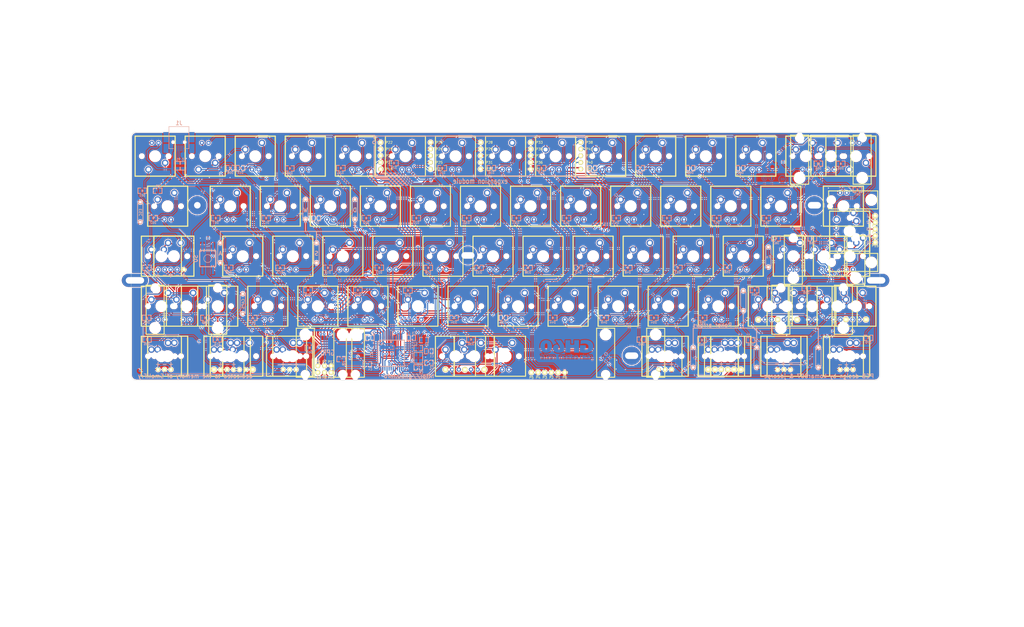
<source format=kicad_pcb>
(kicad_pcb (version 4) (host pcbnew 4.0.2-stable)
  (title_block (title GH60) (date "20 jan 2014") (rev B) (company "geekhack GH60 design team"))
  (layers (0 F.Cu signal) (31 B.Cu signal) (34 B.Paste user) (35 F.Paste user) (36 B.SilkS user) (37 F.SilkS user) (38 B.Mask user) (39 F.Mask user) (44 Edge.Cuts user))
  (net 0 "")
  (net 1 /GPIO0)
  (net 2 /GPIO1)
  (net 3 /GPIO2)
  (net 4 /GPIO3)
  (net 5 /Leds/lcol1)
  (net 6 /Leds/lcol10)
  (net 7 /Leds/lcol11)
  (net 8 /Leds/lcol12)
  (net 9 /Leds/lcol13)
  (net 10 /Leds/lcol14)
  (net 11 /Leds/lcol2)
  (net 12 /Leds/lcol3)
  (net 13 /Leds/lcol4)
  (net 14 /Leds/lcol5)
  (net 15 /Leds/lcol6)
  (net 16 /Leds/lcol7)
  (net 17 /Leds/lcol8)
  (net 18 /Leds/lcol9)
  (net 19 /Leds/lrow1)
  (net 20 /Leds/lrow2)
  (net 21 /Leds/lrow3)
  (net 22 /Leds/lrow4)
  (net 23 /Leds/lrow5)
  (net 24 /Matrix/CAPS_LED)
  (net 25 /Matrix/col1)
  (net 26 /Matrix/col10)
  (net 27 /Matrix/col11)
  (net 28 /Matrix/col12)
  (net 29 /Matrix/col13)
  (net 30 /Matrix/col14)
  (net 31 /Matrix/col2)
  (net 32 /Matrix/col3)
  (net 33 /Matrix/col4)
  (net 34 /Matrix/col5)
  (net 35 /Matrix/col6)
  (net 36 /Matrix/col7)
  (net 37 /Matrix/col8)
  (net 38 /Matrix/col9)
  (net 39 /Matrix/row1)
  (net 40 /Matrix/row2)
  (net 41 /Matrix/row3)
  (net 42 /Matrix/row4)
  (net 43 /Matrix/row5)
  (net 44 /~RES~)
  (net 45 GND)
  (net 46 N-000001)
  (net 47 N-000002)
  (net 48 N-000003)
  (net 49 N-000004)
  (net 50 N-000005)
  (net 51 N-000006)
  (net 52 N-000007)
  (net 53 N-000008)
  (net 54 N-000009)
  (net 55 N-000010)
  (net 56 N-000011)
  (net 57 N-000012)
  (net 58 N-000038)
  (net 59 N-000039)
  (net 60 N-000040)
  (net 61 N-000041)
  (net 62 N-000042)
  (net 63 N-000043)
  (net 64 N-000070)
  (net 65 N-000071)
  (net 66 N-000072)
  (net 67 N-000073)
  (net 68 N-000074)
  (net 69 N-000075)
  (net 70 N-000076)
  (net 71 N-000077)
  (net 72 N-000078)
  (net 73 N-000079)
  (net 74 N-000080)
  (net 75 N-000081)
  (net 76 N-000082)
  (net 77 N-000083)
  (net 78 N-000084)
  (net 79 N-000085)
  (net 80 N-000086)
  (net 81 N-000087)
  (net 82 N-000088)
  (net 83 N-000089)
  (net 84 N-000090)
  (net 85 N-000091)
  (net 86 N-000092)
  (net 87 N-000093)
  (net 88 N-000094)
  (net 89 N-000095)
  (net 90 N-000096)
  (net 91 N-000097)
  (net 92 N-000098)
  (net 93 N-000099)
  (net 94 N-000100)
  (net 95 N-000101)
  (net 96 N-000102)
  (net 97 N-000103)
  (net 98 N-000104)
  (net 99 N-000105)
  (net 100 N-000106)
  (net 101 N-000107)
  (net 102 N-000108)
  (net 103 N-000109)
  (net 104 N-000110)
  (net 105 N-000111)
  (net 106 N-000112)
  (net 107 N-000113)
  (net 108 N-000114)
  (net 109 N-000115)
  (net 110 N-000116)
  (net 111 N-000117)
  (net 112 N-000118)
  (net 113 N-000119)
  (net 114 N-000120)
  (net 115 N-000121)
  (net 116 N-000122)
  (net 117 N-000123)
  (net 118 N-000124)
  (net 119 N-000125)
  (net 120 N-000126)
  (net 121 N-000127)
  (net 122 N-000128)
  (net 123 N-000129)
  (net 124 N-000130)
  (net 125 N-000131)
  (net 126 N-000132)
  (net 127 N-000133)
  (net 128 N-000134)
  (net 129 N-000135)
  (net 130 VCC)
  (module MX1A-wire (layer F.Cu) (at 338.1375 130.96875)
    (fp_text reference MXWIRE hide)
    (fp_text value VAL** hide)
    (pad 1 thru_hole circle (at -3.81 5.08) (size 2 2) (drill 1) (layers *.Cu *.Mask F.SilkS))
    (pad 2 thru_hole circle (at 3.81 5.08) (size 2 2) (drill 1) (layers *.Cu *.Mask F.SilkS))
  )
  (module MX1A-wire (layer F.Cu) (at 311.94375 130.96875)
    (fp_text reference MXWIRE hide)
    (fp_text value VAL** hide)
    (pad 2 thru_hole circle (at 3.81 5.08) (size 2 2) (drill 1) (layers *.Cu *.Mask F.SilkS))
  )
  (module MX1A-wire (layer F.Cu) (at 304.8 130.96875)
    (fp_text reference MXWIRE hide)
    (fp_text value VAL** hide)
    (pad 1 thru_hole circle (at -3.81 5.08) (size 2 2) (drill 1) (layers *.Cu *.Mask F.SilkS))
    (pad 2 thru_hole circle (at 3.58 5.08) (size 2 2) (drill 1.0008) (layers *.Cu *.Mask F.SilkS))
  )
  (module MX1A-wire (layer F.Cu) (at 290.5125 150.01875)
    (fp_text reference MXWIRE hide)
    (fp_text value VAL** hide)
    (pad 2 thru_hole circle (at 3.81 5.08) (size 2 2) (drill 1) (layers *.Cu *.Mask F.SilkS))
  )
  (module MX1A-wire (layer F.Cu) (at 285.75 150.01875)
    (fp_text reference MXWIRE hide)
    (fp_text value VAL** hide)
    (pad 1 thru_hole circle (at -3.81 5.08) (size 2 2) (drill 1) (layers *.Cu *.Mask F.SilkS))
  )
  (module MX1A-wire (layer F.Cu) (at 192.88125 150.01875)
    (fp_text reference MXWIRE hide)
    (fp_text value VAL** hide)
    (pad 2 thru_hole circle (at 3.81 5.08) (size 2 2) (drill 1) (layers *.Cu *.Mask F.SilkS))
  )
  (module MX1A-wire (layer F.Cu) (at 185.7375 150.01875)
    (fp_text reference MXWIRE hide)
    (fp_text value VAL** hide)
    (pad 1 thru_hole circle (at -3.81 5.08) (size 2 2) (drill 1) (layers *.Cu *.Mask F.SilkS))
    (pad 2 thru_hole circle (at 3.58 5.08) (size 2 2) (drill 1) (layers *.Cu *.Mask F.SilkS))
  )
  (module MX1A-wire (layer F.Cu) (at 104.775 150.01875)
    (fp_text reference MXWIRE hide)
    (fp_text value VAL** hide)
    (pad 2 thru_hole circle (at 3.81 5.08) (size 2 2) (drill 1) (layers *.Cu *.Mask F.SilkS))
  )
  (module MX1A-wire (layer F.Cu) (at 97.63125 150.01875)
    (fp_text reference MXWIRE hide)
    (fp_text value VAL** hide)
    (pad 1 thru_hole circle (at -3.81 5.08) (size 2 2) (drill 1) (layers *.Cu *.Mask F.SilkS))
  )
  (module MX1A-led (layer F.Cu) (at 121.44375 150.01875)
    (fp_text reference DB15 hide)
    (fp_text value LEDa hide)
    (pad 1 thru_hole circle (at -1.27 5.08) (size 1.6002 1.6002) (drill 0.8128) (layers *.Cu *.Mask F.SilkS) (net 12 /Leds/lcol3))
    (pad 2 thru_hole circle (at 1.19 5.08) (size 1.6002 1.6002) (drill 0.8128) (layers *.Cu *.Mask F.SilkS) (net 23 /Leds/lrow5))
  )
  (module MX1A-led (layer F.Cu) (at 97.63125 150.01875)
    (fp_text reference DB10 hide)
    (fp_text value LEDa hide)
    (pad 1 thru_hole circle (at -1.27 5.08) (size 1.6002 1.6002) (drill 0.8128) (layers *.Cu *.Mask F.SilkS) (net 11 /Leds/lcol2))
    (pad 2 thru_hole circle (at 1.19 5.08) (size 1.6002 1.6002) (drill 0.8128) (layers *.Cu *.Mask F.SilkS) (net 23 /Leds/lrow5))
  )
  (module MX1A-led (layer F.Cu) (at 123.825 150.01875)
    (fp_text reference DB151 hide)
    (fp_text value LEDa hide)
    (pad 1 thru_hole circle (at 1.27 5.08) (size 1.6002 1.6002) (drill 0.8128) (layers *.Cu *.Mask F.SilkS) (net 12 /Leds/lcol3))
  )
  (module MX1A-led (layer F.Cu) (at 100.0125 150.01875)
    (fp_text reference DB101 hide)
    (fp_text value LEDa hide)
    (pad 1 thru_hole circle (at 1.27 5.08) (size 1.6002 1.6002) (drill 0.8128) (layers *.Cu *.Mask F.SilkS) (net 11 /Leds/lcol2))
  )
  (module MX1A-led (layer F.Cu) (at 73.81875 150.01875)
    (fp_text reference DB05 hide)
    (fp_text value LEDa hide)
    (pad 1 thru_hole circle (at -1.27 5.08) (size 1.6002 1.6002) (drill 0.8128) (layers *.Cu *.Mask F.SilkS) (net 5 /Leds/lcol1))
    (pad 2 thru_hole circle (at 1.19 5.08) (size 1.6002 1.6002) (drill 0.8128) (layers *.Cu *.Mask F.SilkS) (net 23 /Leds/lrow5))
  )
  (module MX1A-led (layer F.Cu) (at 76.2 150.01875)
    (fp_text reference DB051 hide)
    (fp_text value LEDa hide)
    (pad 1 thru_hole circle (at 1.27 5.08) (size 1.6002 1.6002) (drill 0.8128) (layers *.Cu *.Mask F.SilkS) (net 5 /Leds/lcol1))
  )
  (module MX1A-led (layer F.Cu) (at 264.31875 150.01875)
    (fp_text reference DB55 hide)
    (fp_text value LEDa hide)
    (pad 1 thru_hole circle (at -1.27 5.08) (size 1.6002 1.6002) (drill 0.8128) (layers *.Cu *.Mask F.SilkS) (net 7 /Leds/lcol11))
    (pad 2 thru_hole circle (at 1.19 5.08) (size 1.6002 1.6002) (drill 0.8128) (layers *.Cu *.Mask F.SilkS) (net 23 /Leds/lrow5))
  )
  (module MX1A-led (layer F.Cu) (at 266.7 150.01875)
    (fp_text reference DB551 hide)
    (fp_text value LEDa hide)
    (pad 1 thru_hole circle (at 1.27 5.08) (size 1.6002 1.6002) (drill 0.8128) (layers *.Cu *.Mask F.SilkS) (net 7 /Leds/lcol11))
  )
  (module MX1A-led (layer F.Cu) (at 288.13125 150.01875)
    (fp_text reference DF23 hide)
    (fp_text value LEDa hide)
    (pad 1 thru_hole circle (at -1.22 5.08) (size 2 2) (drill 1) (layers *.Cu *.Mask F.SilkS) (net 130 VCC))
    (pad 2 thru_hole circle (at 1.22 5.08) (size 2 2) (drill 1) (layers *.Cu *.Mask F.SilkS) (net 61 N-000041))
  )
  (module MX1A-led (layer F.Cu) (at 285.75 150.01875)
    (fp_text reference DF231 hide)
    (fp_text value LEDa hide)
    (pad 2 thru_hole circle (at -1.27 5.08) (size 2 2) (drill 1) (layers *.Cu *.Mask F.SilkS) (net 61 N-000041))
  )
  (module MX1A-led (layer F.Cu) (at 290.5125 150.01875)
    (fp_text reference DF232 hide)
    (fp_text value LEDa hide)
    (pad 1 thru_hole circle (at 1.27 5.08) (size 2 2) (drill 1) (layers *.Cu *.Mask F.SilkS) (net 130 VCC))
  )
  (module MX1A-led (layer F.Cu) (at 311.94375 150.01875)
    (fp_text reference DF21 hide)
    (fp_text value LEDa hide)
    (pad 1 thru_hole circle (at -1.19 5.08) (size 1.6002 1.6002) (drill 0.8128) (layers *.Cu *.Mask F.SilkS) (net 130 VCC))
    (pad 2 thru_hole circle (at 1.27 5.08) (size 1.6002 1.6002) (drill 0.8128) (layers *.Cu *.Mask F.SilkS) (net 63 N-000043))
  )
  (module MX1A-led (layer F.Cu) (at 309.5625 150.01875)
    (fp_text reference DF211 hide)
    (fp_text value LEDa hide)
    (pad 2 thru_hole circle (at -1.27 5.08) (size 1.6002 1.6002) (drill 0.8128) (layers *.Cu *.Mask F.SilkS) (net 63 N-000043))
  )
  (module MX1A-led (layer F.Cu) (at 335.75625 150.01875)
    (fp_text reference DF22 hide)
    (fp_text value LEDa hide)
    (pad 1 thru_hole circle (at -1.19 5.08) (size 1.6002 1.6002) (drill 0.8128) (layers *.Cu *.Mask F.SilkS) (net 130 VCC))
    (pad 2 thru_hole circle (at 1.27 5.08) (size 1.6002 1.6002) (drill 0.8128) (layers *.Cu *.Mask F.SilkS) (net 58 N-000038))
  )
  (module MX1A-led (layer F.Cu) (at 333.375 150.01875)
    (fp_text reference DF221 hide)
    (fp_text value LEDa hide)
    (pad 2 thru_hole circle (at -1.27 5.08) (size 1.6002 1.6002) (drill 0.8128) (layers *.Cu *.Mask F.SilkS) (net 58 N-000038))
  )
  (module MX1A-ledlock (layer F.Cu) (at 78.58252 111.92002)
    (fp_text reference DC3 hide)
    (fp_text value LED hide)
    (pad 1 thru_hole circle (at 3.81 5.08) (size 1.6002 1.6002) (drill 0.8128) (layers *.Cu *.Mask F.SilkS) (net 130 VCC))
  )
  (module MX1A-led (layer F.Cu) (at 104.775 150.01875)
    (fp_text reference DB102 hide)
    (fp_text value LEDa hide)
    (pad 1 thru_hole circle (at -1.27 5.08) (size 1.6002 1.6002) (drill 0.8128) (layers *.Cu *.Mask F.SilkS) (net 11 /Leds/lcol2))
    (pad 2 thru_hole circle (at 1.27 5.08) (size 1.6002 1.6002) (drill 0.8128) (layers *.Cu *.Mask F.SilkS) (net 23 /Leds/lrow5))
  )
  (module pad (layer F.Cu) (at 157.226 71.12)
    (fp_text reference P19 (at 3.274 0) (layer F.SilkS) (effects (font (size 0.9 0.9))))
    (fp_text value CONN_1 hide)
    (pad 1 thru_hole circle (at 0 0) (size 1.8 1.8) (drill 0.9) (layers *.Cu *.Mask F.SilkS) (net 20 /Leds/lrow2))
  )
  (module pad (layer F.Cu) (at 157.226 73.66)
    (fp_text reference P20 (at 3.274 0) (layer F.SilkS) (effects (font (size 0.9 0.9))))
    (fp_text value CONN_1 hide)
    (pad 1 thru_hole circle (at 0 0) (size 1.8 1.8) (drill 0.9) (layers *.Cu *.Mask F.SilkS) (net 21 /Leds/lrow3))
  )
  (module pad (layer F.Cu) (at 157.226 76.2)
    (fp_text reference P21 (at 3.302 0) (layer F.SilkS) (effects (font (size 0.9 0.9))))
    (fp_text value CONN_1 hide)
    (pad 1 thru_hole circle (at 0 0) (size 1.8 1.8) (drill 0.9) (layers *.Cu *.Mask F.SilkS) (net 22 /Leds/lrow4))
  )
  (module pad (layer F.Cu) (at 157.226 68.58)
    (fp_text reference P22 (at 3.274 0.02) (layer F.SilkS) (effects (font (size 0.9 0.9))))
    (fp_text value CONN_1 hide)
    (pad 1 thru_hole circle (at 0 0) (size 1.8 1.8) (drill 0.9) (layers *.Cu *.Mask F.SilkS) (net 23 /Leds/lrow5))
  )
  (module pad (layer F.Cu) (at 176.276 78.74)
    (fp_text reference P23 (at 3.302 0) (layer F.SilkS) (effects (font (size 0.9 0.9))))
    (fp_text value CONN_1 hide)
    (pad 1 thru_hole circle (at 0 0) (size 1.8 1.8) (drill 0.9) (layers *.Cu *.Mask F.SilkS) (net 5 /Leds/lcol1))
  )
  (module pad (layer F.Cu) (at 176.276 76.2)
    (fp_text reference P25 (at 3.302 0) (layer F.SilkS) (effects (font (size 0.9 0.9))))
    (fp_text value CONN_1 hide)
    (pad 1 thru_hole circle (at 0 0) (size 1.8 1.8) (drill 0.9) (layers *.Cu *.Mask F.SilkS) (net 12 /Leds/lcol3))
  )
  (module pad (layer F.Cu) (at 176.276 68.58)
    (fp_text reference P26 (at 3.302 0) (layer F.SilkS) (effects (font (size 0.9 0.9))))
    (fp_text value CONN_1 hide)
    (pad 1 thru_hole circle (at 0 0) (size 1.8 1.8) (drill 0.9) (layers *.Cu *.Mask F.SilkS) (net 13 /Leds/lcol4))
  )
  (module pad (layer F.Cu) (at 157.226 78.74)
    (fp_text reference P18 (at 3.302 0) (layer F.SilkS) (effects (font (size 0.9 0.9))))
    (fp_text value CONN_1 hide)
    (pad 1 thru_hole circle (at 0 0) (size 1.8 1.8) (drill 0.9) (layers *.Cu *.Mask F.SilkS) (net 19 /Leds/lrow1))
  )
  (module pad (layer F.Cu) (at 195.326 71.12)
    (fp_text reference P29 (at 3.302 0) (layer F.SilkS) (effects (font (size 0.9 0.9))))
    (fp_text value CONN_1 hide)
    (pad 1 thru_hole circle (at 0 0) (size 1.8 1.8) (drill 0.9) (layers *.Cu *.Mask F.SilkS) (net 16 /Leds/lcol7))
  )
  (module pad (layer F.Cu) (at 195.326 78.74)
    (fp_text reference P30 (at 3.302 0) (layer F.SilkS) (effects (font (size 0.9 0.9))))
    (fp_text value CONN_1 hide)
    (pad 1 thru_hole circle (at 0 0) (size 1.8 1.8) (drill 0.9) (layers *.Cu *.Mask F.SilkS) (net 17 /Leds/lcol8))
  )
  (module pad (layer F.Cu) (at 195.326 76.2)
    (fp_text reference P31 (at 3.302 0) (layer F.SilkS) (effects (font (size 0.9 0.9))))
    (fp_text value CONN_1 hide)
    (pad 1 thru_hole circle (at 0 0) (size 1.8 1.8) (drill 0.9) (layers *.Cu *.Mask F.SilkS) (net 18 /Leds/lcol9))
  )
  (module pad (layer F.Cu) (at 195.326 73.66)
    (fp_text reference P32 (at 3.302 0) (layer F.SilkS) (effects (font (size 0.9 0.9))))
    (fp_text value CONN_1 hide)
    (pad 1 thru_hole circle (at 0 0) (size 1.8 1.8) (drill 0.9) (layers *.Cu *.Mask F.SilkS) (net 6 /Leds/lcol10))
  )
  (module pad (layer F.Cu) (at 214.376 68.58)
    (fp_text reference P33 (at 3.302 0) (layer F.SilkS) (effects (font (size 0.9 0.9))))
    (fp_text value CONN_1 hide)
    (pad 1 thru_hole circle (at 0 0) (size 1.8 1.8) (drill 0.9) (layers *.Cu *.Mask F.SilkS) (net 7 /Leds/lcol11))
  )
  (module pad (layer F.Cu) (at 214.376 73.66)
    (fp_text reference P34 (at 3.302 0) (layer F.SilkS) (effects (font (size 0.9 0.9))))
    (fp_text value CONN_1 hide)
    (pad 1 thru_hole circle (at 0 0) (size 1.8 1.8) (drill 0.9) (layers *.Cu *.Mask F.SilkS) (net 8 /Leds/lcol12))
  )
  (module pad (layer F.Cu) (at 214.376 71.12)
    (fp_text reference P35 (at 3.302 0) (layer F.SilkS) (effects (font (size 0.9 0.9))))
    (fp_text value CONN_1 hide)
    (pad 1 thru_hole circle (at 0 0) (size 1.8 1.8) (drill 0.9) (layers *.Cu *.Mask F.SilkS) (net 9 /Leds/lcol13))
  )
  (module pad (layer F.Cu) (at 214.376 76.2)
    (fp_text reference P36 (at 3.302 0) (layer F.SilkS) (effects (font (size 0.9 0.9))))
    (fp_text value CONN_1 hide)
    (pad 1 thru_hole circle (at 0 0) (size 1.8 1.8) (drill 0.9) (layers *.Cu *.Mask F.SilkS) (net 10 /Leds/lcol14))
  )
  (module pad (layer F.Cu) (at 195.326 68.58)
    (fp_text reference P28 (at 3.302 0) (layer F.SilkS) (effects (font (size 0.9 0.9))))
    (fp_text value CONN_1 hide)
    (pad 1 thru_hole circle (at 0 0) (size 1.8 1.8) (drill 0.9) (layers *.Cu *.Mask F.SilkS) (net 15 /Leds/lcol6))
  )
  (module pad (layer F.Cu) (at 138.43 153.67)
    (fp_text reference P17 (at 0 -1.524) (layer F.SilkS) (effects (font (size 0.9 0.9))))
    (fp_text value CONN_1 hide)
    (pad 1 thru_hole circle (at 0 0) (size 1.8 1.8) (drill 0.9) (layers *.Cu *.Mask F.SilkS) (net 45 GND))
  )
  (module pad (layer F.Cu) (at 138.43 156.21)
    (fp_text reference P16 (at 0 1.905) (layer F.SilkS) (effects (font (size 0.9 0.9))))
    (fp_text value CONN_1 hide)
    (pad 1 thru_hole circle (at 0 0) (size 1.8 1.8) (drill 0.9) (layers *.Cu *.Mask F.SilkS) (net 130 VCC))
  )
  (module pad (layer F.Cu) (at 345.44 106.68)
    (fp_text reference P15 (at 0 1.27) (layer F.SilkS) (effects (font (size 0.9 0.9))))
    (fp_text value CONN_1 hide)
    (pad 1 thru_hole circle (at 0 0) (size 1.8 1.8) (drill 0.9) (layers *.Cu *.Mask F.SilkS) (net 43 /Matrix/row5))
  )
  (module pad (layer F.Cu) (at 345.44 104.14)
    (fp_text reference P14 (at 0 1.27) (layer F.SilkS) (effects (font (size 0.9 0.9))))
    (fp_text value CONN_1 hide)
    (pad 1 thru_hole circle (at 0 0) (size 1.8 1.8) (drill 0.9) (layers *.Cu *.Mask F.SilkS) (net 42 /Matrix/row4))
  )
  (module pad (layer F.Cu) (at 345.44 101.6)
    (fp_text reference P13 (at 0 1.27) (layer F.SilkS) (effects (font (size 0.9 0.9))))
    (fp_text value CONN_1 hide)
    (pad 1 thru_hole circle (at 0 0) (size 1.8 1.8) (drill 0.9) (layers *.Cu *.Mask F.SilkS) (net 41 /Matrix/row3))
  )
  (module pad (layer F.Cu) (at 345.44 99.06)
    (fp_text reference P12 (at 0 1.27) (layer F.SilkS) (effects (font (size 0.9 0.9))))
    (fp_text value CONN_1 hide)
    (pad 1 thru_hole circle (at 0 0) (size 1.8 1.8) (drill 0.9) (layers *.Cu *.Mask F.SilkS) (net 40 /Matrix/row2))
  )
  (module pad (layer F.Cu) (at 345.44 96.52)
    (fp_text reference P11 (at 0 1.27) (layer F.SilkS) (effects (font (size 0.9 0.9))))
    (fp_text value CONN_1 hide)
    (pad 1 thru_hole circle (at 0 0) (size 1.8 1.8) (drill 0.9) (layers *.Cu *.Mask F.SilkS) (net 39 /Matrix/row1))
  )
  (module pad (layer F.Cu) (at 133.35 156.21)
    (fp_text reference P10 (at 0 1.905) (layer F.SilkS) (effects (font (size 0.9 0.9))))
    (fp_text value CONN_1 hide)
    (pad 1 thru_hole circle (at 0 0) (size 1.8 1.8) (drill 0.9) (layers *.Cu *.Mask F.SilkS) (net 4 /GPIO3))
  )
  (module pad (layer F.Cu) (at 133.35 153.67)
    (fp_text reference P9 (at 0 -1.524) (layer F.SilkS) (effects (font (size 0.9 0.9))))
    (fp_text value CONN_1 hide)
    (pad 1 thru_hole circle (at 0 0) (size 1.8 1.8) (drill 0.9) (layers *.Cu *.Mask F.SilkS) (net 3 /GPIO2))
  )
  (module pad (layer F.Cu) (at 135.89 156.21)
    (fp_text reference P8 (at 0 1.905) (layer F.SilkS) (effects (font (size 0.9 0.9))))
    (fp_text value CONN_1 hide)
    (pad 1 thru_hole circle (at 0 0) (size 1.8 1.8) (drill 0.9) (layers *.Cu *.Mask F.SilkS) (net 2 /GPIO1))
  )
  (module pad (layer F.Cu) (at 135.89 153.67)
    (fp_text reference P7 (at 0 -1.524) (layer F.SilkS) (effects (font (size 0.9 0.9))))
    (fp_text value CONN_1 hide)
    (pad 1 thru_hole circle (at 0 0) (size 1.8 1.8) (drill 0.9) (layers *.Cu *.Mask F.SilkS) (net 1 /GPIO0))
  )
  (module pad (layer F.Cu) (at 224.79 156.21)
    (fp_text reference P1 (at 0 1.905) (layer F.SilkS) (effects (font (size 0.9 0.9))))
    (fp_text value CONN_1 hide)
    (pad 1 thru_hole circle (at 0 0) (size 1.8 1.8) (drill 0.9) (layers *.Cu *.Mask F.SilkS) (net 30 /Matrix/col14))
  )
  (module pad (layer F.Cu) (at 219.71 156.21)
    (fp_text reference P3 (at 0 1.905) (layer F.SilkS) (effects (font (size 0.9 0.9))))
    (fp_text value CONN_1 hide)
    (pad 1 thru_hole circle (at 0 0) (size 1.8 1.8) (drill 0.9) (layers *.Cu *.Mask F.SilkS) (net 37 /Matrix/col8))
  )
  (module pad (layer F.Cu) (at 214.63 156.21)
    (fp_text reference P5 (at 0 1.905) (layer F.SilkS) (effects (font (size 0.9 0.9))))
    (fp_text value CONN_1 hide)
    (pad 1 thru_hole circle (at 0 0) (size 1.8 1.8) (drill 0.9) (layers *.Cu *.Mask F.SilkS) (net 44 /~RES~))
  )
  (module pad (layer F.Cu) (at 222.25 156.21)
    (fp_text reference P2 (at 0 1.905) (layer F.SilkS) (effects (font (size 0.9 0.9))))
    (fp_text value CONN_1 hide)
    (pad 1 thru_hole circle (at 0 0) (size 1.8 1.8) (drill 0.9) (layers *.Cu *.Mask F.SilkS) (net 130 VCC))
  )
  (module pad (layer F.Cu) (at 217.17 156.21)
    (fp_text reference P4 (at 0 1.905) (layer F.SilkS) (effects (font (size 0.9 0.9))))
    (fp_text value CONN_1 hide)
    (pad 1 thru_hole circle (at 0 0) (size 1.8 1.8) (drill 0.9) (layers *.Cu *.Mask F.SilkS) (net 24 /Matrix/CAPS_LED))
  )
  (module pad (layer F.Cu) (at 227.33 156.21)
    (fp_text reference P6 (at 0 1.905) (layer F.SilkS) (effects (font (size 0.9 0.9))))
    (fp_text value CONN_1 hide)
    (pad 1 thru_hole circle (at 0 0) (size 1.8 1.8) (drill 0.9) (layers *.Cu *.Mask F.SilkS) (net 45 GND))
  )
  (module pad (layer F.Cu) (at 176.276 71.12)
    (fp_text reference P24 (at 3.302 0) (layer F.SilkS) (effects (font (size 0.9 0.9))))
    (fp_text value CONN_1 hide)
    (pad 1 thru_hole circle (at 0 0) (size 1.8 1.8) (drill 0.9) (layers *.Cu *.Mask F.SilkS) (net 11 /Leds/lcol2))
  )
  (module pad (layer F.Cu) (at 176.276 73.66)
    (fp_text reference P27 (at 3.302 0) (layer F.SilkS) (effects (font (size 0.9 0.9))))
    (fp_text value CONN_1 hide)
    (pad 1 thru_hole circle (at 0 0) (size 1.8 1.8) (drill 0.9) (layers *.Cu *.Mask F.SilkS) (net 14 /Leds/lcol5))
  )
  (module pad (layer F.Cu) (at 233.426 78.74)
    (fp_text reference P37 (at 3.302 0) (layer F.SilkS) (effects (font (size 0.9 0.9))))
    (fp_text value CONN_1 hide)
    (pad 1 thru_hole circle (at 0 0) (size 1.8 1.8) (drill 0.9) (layers *.Cu *.Mask F.SilkS) (net 130 VCC))
  )
  (module pad (layer F.Cu) (at 233.426 68.58)
    (fp_text reference P38 (at 3.302 0) (layer F.SilkS) (effects (font (size 0.9 0.9))))
    (fp_text value CONN_1 hide)
    (pad 1 thru_hole circle (at 0 0) (size 1.8 1.8) (drill 0.9) (layers *.Cu *.Mask F.SilkS) (net 1 /GPIO0))
  )
  (module pad (layer F.Cu) (at 233.426 73.66)
    (fp_text reference P39 (at 3.302 0) (layer F.SilkS) (effects (font (size 0.9 0.9))))
    (fp_text value CONN_1 hide)
    (pad 1 thru_hole circle (at 0 0) (size 1.8 1.8) (drill 0.9) (layers *.Cu *.Mask F.SilkS) (net 2 /GPIO1))
  )
  (module pad (layer F.Cu) (at 233.426 76.2)
    (fp_text reference P40 (at 3.302 0) (layer F.SilkS) (effects (font (size 0.9 0.9))))
    (fp_text value CONN_1 hide)
    (pad 1 thru_hole circle (at 0 0) (size 1.8 1.8) (drill 0.9) (layers *.Cu *.Mask F.SilkS) (net 3 /GPIO2))
  )
  (module pad (layer F.Cu) (at 233.426 71.12)
    (fp_text reference P41 (at 3.302 0) (layer F.SilkS) (effects (font (size 0.9 0.9))))
    (fp_text value CONN_1 hide)
    (pad 1 thru_hole circle (at 0 0) (size 1.8 1.8) (drill 0.9) (layers *.Cu *.Mask F.SilkS) (net 4 /GPIO3))
  )
  (module pad (layer F.Cu) (at 214.376 78.74)
    (fp_text reference P42 (at 3.302 0) (layer F.SilkS) (effects (font (size 0.9 0.9))))
    (fp_text value CONN_1 hide)
    (pad 1 thru_hole circle (at 0 0) (size 1.8 1.8) (drill 0.9) (layers *.Cu *.Mask F.SilkS) (net 45 GND))
  )
  (module 0805:0805D (layer B.Cu) (at 237.871 78.359)
    (fp_text reference D46 (at 0 1.775) (layer B.SilkS) (effects (font (size 0.8 0.8)) (justify mirror)))
    (fp_text value 1N4148 hide)
    (pad 1 smd rect (at -0.9525 0) (size 0.889 1.397) (layers B.Cu B.Paste B.Mask) (net 26 /Matrix/col10))
    (pad 2 smd rect (at 0.9525 0) (size 0.889 1.397) (layers B.Cu B.Paste B.Mask) (net 77 N-000083))
  )
  (module 0805:0805D (layer B.Cu) (at 227.965 97.409)
    (fp_text reference D42 (at 0 1.775) (layer B.SilkS) (effects (font (size 0.8 0.8)) (justify mirror)))
    (fp_text value 1N4148 hide)
    (pad 1 smd rect (at -0.9525 0) (size 0.889 1.397) (layers B.Cu B.Paste B.Mask) (net 38 /Matrix/col9))
    (pad 2 smd rect (at 0.9525 0) (size 0.889 1.397) (layers B.Cu B.Paste B.Mask) (net 76 N-000082))
  )
  (module 0805:0805D (layer B.Cu) (at 232.537 116.332)
    (fp_text reference D43 (at 0 1.775) (layer B.SilkS) (effects (font (size 0.8 0.8)) (justify mirror)))
    (fp_text value 1N4148 hide)
    (pad 1 smd rect (at -0.9525 0) (size 0.889 1.397) (layers B.Cu B.Paste B.Mask) (net 38 /Matrix/col9))
    (pad 2 smd rect (at 0.9525 0) (size 0.889 1.397) (layers B.Cu B.Paste B.Mask) (net 75 N-000081))
  )
  (module 0805:0805D (layer B.Cu) (at 151.765 97.409)
    (fp_text reference D22 (at 0 1.775) (layer B.SilkS) (effects (font (size 0.8 0.8)) (justify mirror)))
    (fp_text value 1N4148 hide)
    (pad 1 smd rect (at -0.9525 0) (size 0.889 1.397) (layers B.Cu B.Paste B.Mask) (net 34 /Matrix/col5))
    (pad 2 smd rect (at 0.9525 0) (size 0.889 1.397) (layers B.Cu B.Paste B.Mask) (net 74 N-000080))
  )
  (module 0805:0805D (layer B.Cu) (at 213.36 116.332)
    (fp_text reference D38 (at 0 1.775) (layer B.SilkS) (effects (font (size 0.8 0.8)) (justify mirror)))
    (fp_text value 1N4148 hide)
    (pad 1 smd rect (at -0.9525 0) (size 0.889 1.397) (layers B.Cu B.Paste B.Mask) (net 37 /Matrix/col8))
    (pad 2 smd rect (at 0.9525 0) (size 0.889 1.397) (layers B.Cu B.Paste B.Mask) (net 73 N-000079))
  )
  (module 0805:0805D (layer B.Cu) (at 208.915 97.409)
    (fp_text reference D37 (at 0 1.775) (layer B.SilkS) (effects (font (size 0.8 0.8)) (justify mirror)))
    (fp_text value 1N4148 hide)
    (pad 1 smd rect (at -0.9525 0) (size 0.889 1.397) (layers B.Cu B.Paste B.Mask) (net 37 /Matrix/col8))
    (pad 2 smd rect (at 0.9525 0) (size 0.889 1.397) (layers B.Cu B.Paste B.Mask) (net 72 N-000078))
  )
  (module 0805:0805D (layer B.Cu) (at 218.44 78.359)
    (fp_text reference D41 (at 0 1.775) (layer B.SilkS) (effects (font (size 0.8 0.8)) (justify mirror)))
    (fp_text value 1N4148 hide)
    (pad 1 smd rect (at -0.9525 0) (size 0.889 1.397) (layers B.Cu B.Paste B.Mask) (net 38 /Matrix/col9))
    (pad 2 smd rect (at 0.9525 0) (size 0.889 1.397) (layers B.Cu B.Paste B.Mask) (net 71 N-000077))
  )
  (module 0805:0805D (layer B.Cu) (at 199.39 78.359)
    (fp_text reference D36 (at 0 1.775) (layer B.SilkS) (effects (font (size 0.8 0.8)) (justify mirror)))
    (fp_text value 1N4148 hide)
    (pad 1 smd rect (at -0.9525 0) (size 0.889 1.397) (layers B.Cu B.Paste B.Mask) (net 37 /Matrix/col8))
    (pad 2 smd rect (at 0.9525 0) (size 0.889 1.397) (layers B.Cu B.Paste B.Mask) (net 85 N-000091))
  )
  (module 0805:0805D (layer B.Cu) (at 189.992 97.409)
    (fp_text reference D32 (at 0 1.775) (layer B.SilkS) (effects (font (size 0.8 0.8)) (justify mirror)))
    (fp_text value 1N4148 hide)
    (pad 1 smd rect (at -0.9525 0) (size 0.889 1.397) (layers B.Cu B.Paste B.Mask) (net 36 /Matrix/col7))
    (pad 2 smd rect (at 0.9525 0) (size 0.889 1.397) (layers B.Cu B.Paste B.Mask) (net 84 N-000090))
  )
  (module 0805:0805D (layer B.Cu) (at 194.691 116.332)
    (fp_text reference D33 (at 0 1.775) (layer B.SilkS) (effects (font (size 0.8 0.8)) (justify mirror)))
    (fp_text value 1N4148 hide)
    (pad 1 smd rect (at -0.9525 0) (size 0.889 1.397) (layers B.Cu B.Paste B.Mask) (net 36 /Matrix/col7))
    (pad 2 smd rect (at 0.9525 0) (size 0.889 1.397) (layers B.Cu B.Paste B.Mask) (net 83 N-000089))
  )
  (module 0805:0805D (layer B.Cu) (at 156.718 116.332)
    (fp_text reference D23 (at 0 1.775) (layer B.SilkS) (effects (font (size 0.8 0.8)) (justify mirror)))
    (fp_text value 1N4148 hide)
    (pad 1 smd rect (at -0.9525 0) (size 0.889 1.397) (layers B.Cu B.Paste B.Mask) (net 34 /Matrix/col5))
    (pad 2 smd rect (at 0.9525 0) (size 0.889 1.397) (layers B.Cu B.Paste B.Mask) (net 79 N-000085))
  )
  (module 0805:0805D (layer B.Cu) (at 66.548 86.995)
    (fp_text reference D01 (at 0 1.775) (layer B.SilkS) (effects (font (size 0.8 0.8)) (justify mirror)))
    (fp_text value 1N4148 hide)
    (pad 1 smd rect (at -0.9525 0) (size 0.889 1.397) (layers B.Cu B.Paste B.Mask) (net 25 /Matrix/col1))
    (pad 2 smd rect (at 0.9525 0) (size 0.889 1.397) (layers B.Cu B.Paste B.Mask) (net 82 N-000088))
  )
  (module 0805:0805D (layer B.Cu) (at 180.721 78.359)
    (fp_text reference D31 (at 0 1.775) (layer B.SilkS) (effects (font (size 0.8 0.8)) (justify mirror)))
    (fp_text value 1N4148 hide)
    (pad 1 smd rect (at -0.9525 0) (size 0.889 1.397) (layers B.Cu B.Paste B.Mask) (net 36 /Matrix/col7))
    (pad 2 smd rect (at 0.9525 0) (size 0.889 1.397) (layers B.Cu B.Paste B.Mask) (net 81 N-000087))
  )
  (module 0805:0805D (layer B.Cu) (at 142.113 78.359)
    (fp_text reference D21 (at 0 1.775) (layer B.SilkS) (effects (font (size 0.8 0.8)) (justify mirror)))
    (fp_text value 1N4148 hide)
    (pad 1 smd rect (at -0.9525 0) (size 0.889 1.397) (layers B.Cu B.Paste B.Mask) (net 34 /Matrix/col5))
    (pad 2 smd rect (at 0.9525 0) (size 0.889 1.397) (layers B.Cu B.Paste B.Mask) (net 80 N-000086))
  )
  (module 0805:0805D (layer B.Cu) (at 129.667 124.841)
    (fp_text reference D19 (at 0 1.775) (layer B.SilkS) (effects (font (size 0.8 0.8)) (justify mirror)))
    (fp_text value 1N4148 hide)
    (pad 1 smd rect (at -0.9525 0) (size 0.889 1.397) (layers B.Cu B.Paste B.Mask) (net 33 /Matrix/col4))
    (pad 2 smd rect (at 0.9525 0) (size 0.889 1.397) (layers B.Cu B.Paste B.Mask) (net 70 N-000076))
  )
  (module 0805:0805D (layer B.Cu) (at 137.16 116.332)
    (fp_text reference D18 (at 0 1.775) (layer B.SilkS) (effects (font (size 0.8 0.8)) (justify mirror)))
    (fp_text value 1N4148 hide)
    (pad 1 smd rect (at -0.9525 0) (size 0.889 1.397) (layers B.Cu B.Paste B.Mask) (net 33 /Matrix/col4))
    (pad 2 smd rect (at 0.9525 0) (size 0.889 1.397) (layers B.Cu B.Paste B.Mask) (net 69 N-000075))
  )
  (module 0805:0805D (layer B.Cu) (at 132.715 97.409)
    (fp_text reference D17 (at 0 1.775) (layer B.SilkS) (effects (font (size 0.8 0.8)) (justify mirror)))
    (fp_text value 1N4148 hide)
    (pad 1 smd rect (at -0.9525 0) (size 0.889 1.397) (layers B.Cu B.Paste B.Mask) (net 33 /Matrix/col4))
    (pad 2 smd rect (at 0.9525 0) (size 0.889 1.397) (layers B.Cu B.Paste B.Mask) (net 68 N-000074))
  )
  (module 0805:0805D (layer B.Cu) (at 122.682 78.486)
    (fp_text reference D16 (at 0 1.775) (layer B.SilkS) (effects (font (size 0.8 0.8)) (justify mirror)))
    (fp_text value 1N4148 hide)
    (pad 1 smd rect (at -0.9525 0) (size 0.889 1.397) (layers B.Cu B.Paste B.Mask) (net 33 /Matrix/col4))
    (pad 2 smd rect (at 0.9525 0) (size 0.889 1.397) (layers B.Cu B.Paste B.Mask) (net 64 N-000070))
  )
  (module 0805:0805D (layer B.Cu) (at 167.64 124.968)
    (fp_text reference D29 (at 0 1.775) (layer B.SilkS) (effects (font (size 0.8 0.8)) (justify mirror)))
    (fp_text value 1N4148 hide)
    (pad 1 smd rect (at -0.9525 0) (size 0.889 1.397) (layers B.Cu B.Paste B.Mask) (net 35 /Matrix/col6))
    (pad 2 smd rect (at 0.9525 0) (size 0.889 1.397) (layers B.Cu B.Paste B.Mask) (net 67 N-000073))
  )
  (module 0805:0805D (layer B.Cu) (at 175.387 116.332)
    (fp_text reference D28 (at 0 1.775) (layer B.SilkS) (effects (font (size 0.8 0.8)) (justify mirror)))
    (fp_text value 1N4148 hide)
    (pad 1 smd rect (at -0.9525 0) (size 0.889 1.397) (layers B.Cu B.Paste B.Mask) (net 35 /Matrix/col6))
    (pad 2 smd rect (at 0.9525 0) (size 0.889 1.397) (layers B.Cu B.Paste B.Mask) (net 66 N-000072))
  )
  (module 0805:0805D (layer B.Cu) (at 170.815 97.409)
    (fp_text reference D27 (at 0 1.775) (layer B.SilkS) (effects (font (size 0.8 0.8)) (justify mirror)))
    (fp_text value 1N4148 hide)
    (pad 1 smd rect (at -0.9525 0) (size 0.889 1.397) (layers B.Cu B.Paste B.Mask) (net 35 /Matrix/col6))
    (pad 2 smd rect (at 0.9525 0) (size 0.889 1.397) (layers B.Cu B.Paste B.Mask) (net 65 N-000071))
  )
  (module 0805:0805D (layer B.Cu) (at 162.306 76.454)
    (fp_text reference D26 (at 0 1.775) (layer B.SilkS) (effects (font (size 0.8 0.8)) (justify mirror)))
    (fp_text value 1N4148 hide)
    (pad 1 smd rect (at -0.9525 0) (size 0.889 1.397) (layers B.Cu B.Paste B.Mask) (net 35 /Matrix/col6))
    (pad 2 smd rect (at 0.9525 0) (size 0.889 1.397) (layers B.Cu B.Paste B.Mask) (net 100 N-000106))
  )
  (module 0805:0805D (layer B.Cu) (at 108.585 135.382)
    (fp_text reference D14 (at 0 1.775) (layer B.SilkS) (effects (font (size 0.8 0.8)) (justify mirror)))
    (fp_text value 1N4148 hide)
    (pad 1 smd rect (at -0.9525 0) (size 0.889 1.397) (layers B.Cu B.Paste B.Mask) (net 32 /Matrix/col3))
    (pad 2 smd rect (at 0.9525 0) (size 0.889 1.397) (layers B.Cu B.Paste B.Mask) (net 97 N-000103))
  )
  (module 0805:0805D (layer B.Cu) (at 90.424 135.382)
    (fp_text reference D09 (at 0 1.775) (layer B.SilkS) (effects (font (size 0.8 0.8)) (justify mirror)))
    (fp_text value 1N4148 hide)
    (pad 1 smd rect (at -0.9525 0) (size 0.889 1.397) (layers B.Cu B.Paste B.Mask) (net 31 /Matrix/col2))
    (pad 2 smd rect (at 0.9525 0) (size 0.889 1.397) (layers B.Cu B.Paste B.Mask) (net 96 N-000102))
  )
  (module 0805:0805D (layer B.Cu) (at 118.999 116.332)
    (fp_text reference D13 (at 0 1.775) (layer B.SilkS) (effects (font (size 0.8 0.8)) (justify mirror)))
    (fp_text value 1N4148 hide)
    (pad 1 smd rect (at -0.9525 0) (size 0.889 1.397) (layers B.Cu B.Paste B.Mask) (net 32 /Matrix/col3))
    (pad 2 smd rect (at 0.9525 0) (size 0.889 1.397) (layers B.Cu B.Paste B.Mask) (net 95 N-000101))
  )
  (module 0805:0805D (layer B.Cu) (at 113.665 97.409)
    (fp_text reference D12 (at 0 1.775) (layer B.SilkS) (effects (font (size 0.8 0.8)) (justify mirror)))
    (fp_text value 1N4148 hide)
    (pad 1 smd rect (at -0.9525 0) (size 0.889 1.397) (layers B.Cu B.Paste B.Mask) (net 32 /Matrix/col3))
    (pad 2 smd rect (at 0.9525 0) (size 0.889 1.397) (layers B.Cu B.Paste B.Mask) (net 91 N-000097))
  )
  (module 0805:0805D (layer B.Cu) (at 99.441 116.332)
    (fp_text reference D08 (at 0 1.775) (layer B.SilkS) (effects (font (size 0.8 0.8)) (justify mirror)))
    (fp_text value 1N4148 hide)
    (pad 1 smd rect (at -0.9525 0) (size 0.889 1.397) (layers B.Cu B.Paste B.Mask) (net 31 /Matrix/col2))
    (pad 2 smd rect (at 0.9525 0) (size 0.889 1.397) (layers B.Cu B.Paste B.Mask) (net 94 N-000100))
  )
  (module 0805:0805D (layer B.Cu) (at 94.488 97.409)
    (fp_text reference D07 (at 0 1.775) (layer B.SilkS) (effects (font (size 0.8 0.8)) (justify mirror)))
    (fp_text value 1N4148 hide)
    (pad 1 smd rect (at -0.9525 0) (size 0.889 1.397) (layers B.Cu B.Paste B.Mask) (net 31 /Matrix/col2))
    (pad 2 smd rect (at 0.9525 0) (size 0.889 1.397) (layers B.Cu B.Paste B.Mask) (net 93 N-000099))
  )
  (module 0805:0805D (layer B.Cu) (at 68.199 135.382)
    (fp_text reference D04 (at 0 1.775) (layer B.SilkS) (effects (font (size 0.8 0.8)) (justify mirror)))
    (fp_text value 1N4148 hide)
    (pad 1 smd rect (at -0.9525 0) (size 0.889 1.397) (layers B.Cu B.Paste B.Mask) (net 25 /Matrix/col1))
    (pad 2 smd rect (at 0.9525 0) (size 0.889 1.397) (layers B.Cu B.Paste B.Mask) (net 124 N-000130))
  )
  (module 0805:0805D (layer B.Cu) (at 70.739 97.409)
    (fp_text reference D02 (at 0 1.775) (layer B.SilkS) (effects (font (size 0.8 0.8)) (justify mirror)))
    (fp_text value 1N4148 hide)
    (pad 1 smd rect (at -0.9525 0) (size 0.889 1.397) (layers B.Cu B.Paste B.Mask) (net 25 /Matrix/col1))
    (pad 2 smd rect (at 0.9525 0) (size 0.889 1.397) (layers B.Cu B.Paste B.Mask) (net 92 N-000098))
  )
  (module 0805:0805D (layer B.Cu) (at 103.886 78.359)
    (fp_text reference D11 (at 0 1.775) (layer B.SilkS) (effects (font (size 0.8 0.8)) (justify mirror)))
    (fp_text value 1N4148 hide)
    (pad 1 smd rect (at -0.9525 0) (size 0.889 1.397) (layers B.Cu B.Paste B.Mask) (net 32 /Matrix/col3))
    (pad 2 smd rect (at 0.9525 0) (size 0.889 1.397) (layers B.Cu B.Paste B.Mask) (net 102 N-000108))
  )
  (module 0805:0805D (layer B.Cu) (at 100.076 78.359)
    (fp_text reference D06 (at 0 1.775) (layer B.SilkS) (effects (font (size 0.8 0.8)) (justify mirror)))
    (fp_text value 1N4148 hide)
    (pad 1 smd rect (at -0.9525 0) (size 0.889 1.397) (layers B.Cu B.Paste B.Mask) (net 31 /Matrix/col2))
    (pad 2 smd rect (at 0.9525 0) (size 0.889 1.397) (layers B.Cu B.Paste B.Mask) (net 101 N-000107))
  )
  (module 0805:0805D (layer B.Cu) (at 68.326 116.332)
    (fp_text reference D03 (at 0 1.775) (layer B.SilkS) (effects (font (size 0.8 0.8)) (justify mirror)))
    (fp_text value 1N4148 hide)
    (pad 1 smd rect (at -0.9525 0) (size 0.889 1.397) (layers B.Cu B.Paste B.Mask) (net 25 /Matrix/col1))
    (pad 2 smd rect (at 0.9525 0) (size 0.889 1.397) (layers B.Cu B.Paste B.Mask) (net 99 N-000105))
  )
  (module 0805:0805D (layer B.Cu) (at 191.643 143.637)
    (fp_text reference D30 (at 0 1.775) (layer B.SilkS) (effects (font (size 0.8 0.8)) (justify mirror)))
    (fp_text value 1N4148 hide)
    (pad 1 smd rect (at -0.9525 0) (size 0.889 1.397) (layers B.Cu B.Paste B.Mask) (net 35 /Matrix/col6))
    (pad 2 smd rect (at 0.9525 0) (size 0.889 1.397) (layers B.Cu B.Paste B.Mask) (net 123 N-000129))
  )
  (module 0805:0805D (layer B.Cu) (at 130.175 146.812)
    (fp_text reference D15 (at 0 1.775) (layer B.SilkS) (effects (font (size 0.8 0.8)) (justify mirror)))
    (fp_text value 1N4148 hide)
    (pad 1 smd rect (at -0.9525 0) (size 0.889 1.397) (layers B.Cu B.Paste B.Mask) (net 32 /Matrix/col3))
    (pad 2 smd rect (at 0.9525 0) (size 0.889 1.397) (layers B.Cu B.Paste B.Mask) (net 87 N-000093))
  )
  (module 0805:0805D (layer B.Cu) (at 95.123 143.637)
    (fp_text reference D10 (at 0 1.775) (layer B.SilkS) (effects (font (size 0.8 0.8)) (justify mirror)))
    (fp_text value 1N4148 hide)
    (pad 1 smd rect (at -0.9525 0) (size 0.889 1.397) (layers B.Cu B.Paste B.Mask) (net 31 /Matrix/col2))
    (pad 2 smd rect (at 0.9525 0) (size 0.889 1.397) (layers B.Cu B.Paste B.Mask) (net 122 N-000128))
  )
  (module 0805:0805D (layer B.Cu) (at 68.326 143.637)
    (fp_text reference D05 (at 0 1.775) (layer B.SilkS) (effects (font (size 0.8 0.8)) (justify mirror)))
    (fp_text value 1N4148 hide)
    (pad 1 smd rect (at -0.9525 0) (size 0.889 1.397) (layers B.Cu B.Paste B.Mask) (net 25 /Matrix/col1))
    (pad 2 smd rect (at 0.9525 0) (size 0.889 1.397) (layers B.Cu B.Paste B.Mask) (net 86 N-000092))
  )
  (module 0805:0805D (layer B.Cu) (at 203.962 135.382)
    (fp_text reference D39 (at 0 1.775) (layer B.SilkS) (effects (font (size 0.8 0.8)) (justify mirror)))
    (fp_text value 1N4148 hide)
    (pad 1 smd rect (at -0.9525 0) (size 0.889 1.397) (layers B.Cu B.Paste B.Mask) (net 37 /Matrix/col8))
    (pad 2 smd rect (at 0.9525 0) (size 0.889 1.397) (layers B.Cu B.Paste B.Mask) (net 120 N-000126))
  )
  (module 0805:0805D (layer B.Cu) (at 185.166 135.382)
    (fp_text reference D34 (at 0 1.775) (layer B.SilkS) (effects (font (size 0.8 0.8)) (justify mirror)))
    (fp_text value 1N4148 hide)
    (pad 1 smd rect (at -0.9525 0) (size 0.889 1.397) (layers B.Cu B.Paste B.Mask) (net 36 /Matrix/col7))
    (pad 2 smd rect (at 0.9525 0) (size 0.889 1.397) (layers B.Cu B.Paste B.Mask) (net 119 N-000125))
  )
  (module 0805:0805D (layer B.Cu) (at 148.59 124.841)
    (fp_text reference D24 (at 0 1.775) (layer B.SilkS) (effects (font (size 0.8 0.8)) (justify mirror)))
    (fp_text value 1N4148 hide)
    (pad 1 smd rect (at -0.9525 0) (size 0.889 1.397) (layers B.Cu B.Paste B.Mask) (net 34 /Matrix/col5))
    (pad 2 smd rect (at 0.9525 0) (size 0.889 1.397) (layers B.Cu B.Paste B.Mask) (net 118 N-000124))
  )
  (module 0805:0805D (layer B.Cu) (at 275.209 78.359)
    (fp_text reference D56 (at 0 1.775) (layer B.SilkS) (effects (font (size 0.8 0.8)) (justify mirror)))
    (fp_text value 1N4148 hide)
    (pad 1 smd rect (at -0.9525 0) (size 0.889 1.397) (layers B.Cu B.Paste B.Mask) (net 28 /Matrix/col12))
    (pad 2 smd rect (at 0.9525 0) (size 0.889 1.397) (layers B.Cu B.Paste B.Mask) (net 117 N-000123))
  )
  (module 0805:0805D (layer B.Cu) (at 294.259 78.359)
    (fp_text reference D61 (at 0 1.775) (layer B.SilkS) (effects (font (size 0.8 0.8)) (justify mirror)))
    (fp_text value 1N4148 hide)
    (pad 1 smd rect (at -0.9525 0) (size 0.889 1.397) (layers B.Cu B.Paste B.Mask) (net 29 /Matrix/col13))
    (pad 2 smd rect (at 0.9525 0) (size 0.889 1.397) (layers B.Cu B.Paste B.Mask) (net 116 N-000122))
  )
  (module 0805:0805D (layer B.Cu) (at 323.85 76.708)
    (fp_text reference D66 (at 0 1.775) (layer B.SilkS) (effects (font (size 0.8 0.8)) (justify mirror)))
    (fp_text value 1N4148 hide)
    (pad 1 smd rect (at -0.9525 0) (size 0.889 1.397) (layers B.Cu B.Paste B.Mask) (net 30 /Matrix/col14))
    (pad 2 smd rect (at 0.9525 0) (size 0.889 1.397) (layers B.Cu B.Paste B.Mask) (net 129 N-000135))
  )
  (module 0805:0805D (layer B.Cu) (at 285.115 97.409)
    (fp_text reference D57 (at 0 1.775) (layer B.SilkS) (effects (font (size 0.8 0.8)) (justify mirror)))
    (fp_text value 1N4148 hide)
    (pad 1 smd rect (at -0.9525 0) (size 0.889 1.397) (layers B.Cu B.Paste B.Mask) (net 28 /Matrix/col12))
    (pad 2 smd rect (at 0.9525 0) (size 0.889 1.397) (layers B.Cu B.Paste B.Mask) (net 115 N-000121))
  )
  (module 0805:0805D (layer B.Cu) (at 304.038 97.409)
    (fp_text reference D62 (at 0 1.775) (layer B.SilkS) (effects (font (size 0.8 0.8)) (justify mirror)))
    (fp_text value 1N4148 hide)
    (pad 1 smd rect (at -0.9525 0) (size 0.889 1.397) (layers B.Cu B.Paste B.Mask) (net 29 /Matrix/col13))
    (pad 2 smd rect (at 0.9525 0) (size 0.889 1.397) (layers B.Cu B.Paste B.Mask) (net 111 N-000117))
  )
  (module 0805:0805D (layer B.Cu) (at 338.709 86.614)
    (fp_text reference D67 (at 0 1.775) (layer B.SilkS) (effects (font (size 0.8 0.8)) (justify mirror)))
    (fp_text value 1N4148 hide)
    (pad 1 smd rect (at -0.9525 0) (size 0.889 1.397) (layers B.Cu B.Paste B.Mask) (net 30 /Matrix/col14))
    (pad 2 smd rect (at 0.9525 0) (size 0.889 1.397) (layers B.Cu B.Paste B.Mask) (net 107 N-000113))
  )
  (module 0805:0805D (layer B.Cu) (at 270.383 116.332)
    (fp_text reference D53 (at 0 1.775) (layer B.SilkS) (effects (font (size 0.8 0.8)) (justify mirror)))
    (fp_text value 1N4148 hide)
    (pad 1 smd rect (at -0.9525 0) (size 0.889 1.397) (layers B.Cu B.Paste B.Mask) (net 27 /Matrix/col11))
    (pad 2 smd rect (at 0.9525 0) (size 0.889 1.397) (layers B.Cu B.Paste B.Mask) (net 106 N-000112))
  )
  (module 0805:0805D (layer B.Cu) (at 289.179 116.205)
    (fp_text reference D58 (at 0 1.775) (layer B.SilkS) (effects (font (size 0.8 0.8)) (justify mirror)))
    (fp_text value 1N4148 hide)
    (pad 1 smd rect (at -0.9525 0) (size 0.889 1.397) (layers B.Cu B.Paste B.Mask) (net 28 /Matrix/col12))
    (pad 2 smd rect (at 0.9525 0) (size 0.889 1.397) (layers B.Cu B.Paste B.Mask) (net 105 N-000111))
  )
  (module 0805:0805D (layer B.Cu) (at 307.721 105.156)
    (fp_text reference D63 (at 0 1.775) (layer B.SilkS) (effects (font (size 0.8 0.8)) (justify mirror)))
    (fp_text value 1N4148 hide)
    (pad 1 smd rect (at -0.9525 0) (size 0.889 1.397) (layers B.Cu B.Paste B.Mask) (net 29 /Matrix/col13))
    (pad 2 smd rect (at 0.9525 0) (size 0.889 1.397) (layers B.Cu B.Paste B.Mask) (net 104 N-000110))
  )
  (module 0805:0805D (layer B.Cu) (at 321.564 105.156)
    (fp_text reference D68 (at 0 1.775) (layer B.SilkS) (effects (font (size 0.8 0.8)) (justify mirror)))
    (fp_text value 1N4148 hide)
    (pad 1 smd rect (at -0.9525 0) (size 0.889 1.397) (layers B.Cu B.Paste B.Mask) (net 30 /Matrix/col14))
    (pad 2 smd rect (at 0.9525 0) (size 0.889 1.397) (layers B.Cu B.Paste B.Mask) (net 121 N-000127))
  )
  (module 0805:0805D (layer B.Cu) (at 256.50444 143.69034)
    (fp_text reference D55 (at 0 1.775) (layer B.SilkS) (effects (font (size 0.8 0.8)) (justify mirror)))
    (fp_text value 1N4148 hide)
    (pad 1 smd rect (at -0.9525 0) (size 0.889 1.397) (layers B.Cu B.Paste B.Mask) (net 27 /Matrix/col11))
    (pad 2 smd rect (at 0.9525 0) (size 0.889 1.397) (layers B.Cu B.Paste B.Mask) (net 88 N-000094))
  )
  (module 0805:0805D (layer B.Cu) (at 279.527 143.891)
    (fp_text reference D60 (at 0 1.775) (layer B.SilkS) (effects (font (size 0.8 0.8)) (justify mirror)))
    (fp_text value 1N4148 hide)
    (pad 1 smd rect (at -0.9525 0) (size 0.889 1.397) (layers B.Cu B.Paste B.Mask) (net 28 /Matrix/col12))
    (pad 2 smd rect (at 0.9525 0) (size 0.889 1.397) (layers B.Cu B.Paste B.Mask) (net 128 N-000134))
  )
  (module 0805:0805D (layer B.Cu) (at 298.069 143.891)
    (fp_text reference D65 (at 0 1.775) (layer B.SilkS) (effects (font (size 0.8 0.8)) (justify mirror)))
    (fp_text value 1N4148 hide)
    (pad 1 smd rect (at -0.9525 0) (size 0.889 1.397) (layers B.Cu B.Paste B.Mask) (net 29 /Matrix/col13))
    (pad 2 smd rect (at 0.9525 0) (size 0.889 1.397) (layers B.Cu B.Paste B.Mask) (net 90 N-000096))
  )
  (module 0805:0805D (layer B.Cu) (at 342.9 143.002)
    (fp_text reference D70 (at 0 1.775) (layer B.SilkS) (effects (font (size 0.8 0.8)) (justify mirror)))
    (fp_text value 1N4148 hide)
    (pad 1 smd rect (at -0.9525 0) (size 0.889 1.397) (layers B.Cu B.Paste B.Mask) (net 30 /Matrix/col14))
    (pad 2 smd rect (at 0.9525 0) (size 0.889 1.397) (layers B.Cu B.Paste B.Mask) (net 98 N-000104))
  )
  (module 0805:0805D (layer B.Cu) (at 319.278 124.079)
    (fp_text reference D69 (at 0 1.775) (layer B.SilkS) (effects (font (size 0.8 0.8)) (justify mirror)))
    (fp_text value 1N4148 hide)
    (pad 1 smd rect (at -0.9525 0) (size 0.889 1.397) (layers B.Cu B.Paste B.Mask) (net 30 /Matrix/col14))
    (pad 2 smd rect (at 0.9525 0) (size 0.889 1.397) (layers B.Cu B.Paste B.Mask) (net 126 N-000132))
  )
  (module 0805:0805D (layer B.Cu) (at 299.593 124.841)
    (fp_text reference D64 (at 0 1.775) (layer B.SilkS) (effects (font (size 0.8 0.8)) (justify mirror)))
    (fp_text value 1N4148 hide)
    (pad 1 smd rect (at -0.9525 0) (size 0.889 1.397) (layers B.Cu B.Paste B.Mask) (net 29 /Matrix/col13))
    (pad 2 smd rect (at 0.9525 0) (size 0.889 1.397) (layers B.Cu B.Paste B.Mask) (net 125 N-000131))
  )
  (module 0805:0805D (layer B.Cu) (at 279.781 135.382)
    (fp_text reference D59 (at 0 1.775) (layer B.SilkS) (effects (font (size 0.8 0.8)) (justify mirror)))
    (fp_text value 1N4148 hide)
    (pad 1 smd rect (at -0.9525 0) (size 0.889 1.397) (layers B.Cu B.Paste B.Mask) (net 28 /Matrix/col12))
    (pad 2 smd rect (at 0.9525 0) (size 0.889 1.397) (layers B.Cu B.Paste B.Mask) (net 114 N-000120))
  )
  (module 0805:0805D (layer B.Cu) (at 261.239 135.382)
    (fp_text reference D54 (at 0 1.775) (layer B.SilkS) (effects (font (size 0.8 0.8)) (justify mirror)))
    (fp_text value 1N4148 hide)
    (pad 1 smd rect (at -0.9525 0) (size 0.889 1.397) (layers B.Cu B.Paste B.Mask) (net 27 /Matrix/col11))
    (pad 2 smd rect (at 0.9525 0) (size 0.889 1.397) (layers B.Cu B.Paste B.Mask) (net 113 N-000119))
  )
  (module 0805:0805D (layer B.Cu) (at 242.316 135.382)
    (fp_text reference D49 (at 0 1.775) (layer B.SilkS) (effects (font (size 0.8 0.8)) (justify mirror)))
    (fp_text value 1N4148 hide)
    (pad 1 smd rect (at -0.9525 0) (size 0.889 1.397) (layers B.Cu B.Paste B.Mask) (net 26 /Matrix/col10))
    (pad 2 smd rect (at 0.9525 0) (size 0.889 1.397) (layers B.Cu B.Paste B.Mask) (net 112 N-000118))
  )
  (module 0805:0805D (layer B.Cu) (at 222.758 135.382)
    (fp_text reference D44 (at 0 1.775) (layer B.SilkS) (effects (font (size 0.8 0.8)) (justify mirror)))
    (fp_text value 1N4148 hide)
    (pad 1 smd rect (at -0.9525 0) (size 0.889 1.397) (layers B.Cu B.Paste B.Mask) (net 38 /Matrix/col9))
    (pad 2 smd rect (at 0.9525 0) (size 0.889 1.397) (layers B.Cu B.Paste B.Mask) (net 110 N-000116))
  )
  (module 0805:0805D (layer B.Cu) (at 266.192 97.409)
    (fp_text reference D52 (at 0 1.775) (layer B.SilkS) (effects (font (size 0.8 0.8)) (justify mirror)))
    (fp_text value 1N4148 hide)
    (pad 1 smd rect (at -0.9525 0) (size 0.889 1.397) (layers B.Cu B.Paste B.Mask) (net 27 /Matrix/col11))
    (pad 2 smd rect (at 0.9525 0) (size 0.889 1.397) (layers B.Cu B.Paste B.Mask) (net 108 N-000114))
  )
  (module 0805:0805D (layer B.Cu) (at 256.032 78.359)
    (fp_text reference D51 (at 0 1.775) (layer B.SilkS) (effects (font (size 0.8 0.8)) (justify mirror)))
    (fp_text value 1N4148 hide)
    (pad 1 smd rect (at -0.9525 0) (size 0.889 1.397) (layers B.Cu B.Paste B.Mask) (net 27 /Matrix/col11))
    (pad 2 smd rect (at 0.9525 0) (size 0.889 1.397) (layers B.Cu B.Paste B.Mask) (net 89 N-000095))
  )
  (module 0805:0805D (layer B.Cu) (at 246.888 97.409)
    (fp_text reference D47 (at 0 1.775) (layer B.SilkS) (effects (font (size 0.8 0.8)) (justify mirror)))
    (fp_text value 1N4148 hide)
    (pad 1 smd rect (at -0.9525 0) (size 0.889 1.397) (layers B.Cu B.Paste B.Mask) (net 26 /Matrix/col10))
    (pad 2 smd rect (at 0.9525 0) (size 0.889 1.397) (layers B.Cu B.Paste B.Mask) (net 78 N-000084))
  )
  (module 0805:0805D (layer B.Cu) (at 251.333 116.332)
    (fp_text reference D48 (at 0 1.775) (layer B.SilkS) (effects (font (size 0.8 0.8)) (justify mirror)))
    (fp_text value 1N4148 hide)
    (pad 1 smd rect (at -0.9525 0) (size 0.889 1.397) (layers B.Cu B.Paste B.Mask) (net 26 /Matrix/col10))
    (pad 2 smd rect (at 0.9525 0) (size 0.889 1.397) (layers B.Cu B.Paste B.Mask) (net 109 N-000115))
  )
  (module 0805:0805D (layer B.Cu) (at 332.359 76.708)
    (fp_text reference D50 (at 0 1.775) (layer B.SilkS) (effects (font (size 0.8 0.8)) (justify mirror)))
    (fp_text value 1N4148 hide)
    (pad 1 smd rect (at -0.9525 0) (size 0.889 1.397) (layers B.Cu B.Paste B.Mask) (net 26 /Matrix/col10))
    (pad 2 smd rect (at 0.9525 0) (size 0.889 1.397) (layers B.Cu B.Paste B.Mask) (net 103 N-000109))
  )
  (module 0805:0805C (layer B.Cu) (at 168.91 143.002)
    (fp_text reference C3 (at 1.09 -1.802 180) (layer B.SilkS) (effects (font (size 0.8 0.8)) (justify mirror)))
    (fp_text value 1u hide)
    (pad 1 smd rect (at -0.9525 0) (size 0.889 1.397) (layers B.Cu B.Paste B.Mask) (net 56 N-000011))
    (pad 2 smd rect (at 0.9525 0) (size 0.889 1.397) (layers B.Cu B.Paste B.Mask) (net 45 GND))
  )
  (module 0805:0805C (layer B.Cu) (at 171.577 146.939 180)
    (fp_text reference C7 (at 1.143 1.778 360) (layer B.SilkS) (effects (font (size 0.8 0.8)) (justify mirror)))
    (fp_text value 100n hide)
    (pad 1 smd rect (at -0.9525 0 180) (size 0.889 1.397) (layers B.Cu B.Paste B.Mask) (net 130 VCC))
    (pad 2 smd rect (at 0.9525 0 180) (size 0.889 1.397) (layers B.Cu B.Paste B.Mask) (net 45 GND))
  )
  (module 0805:0805C (layer B.Cu) (at 171.577 154.305 180)
    (fp_text reference C6 (at -1.123 -1.895 360) (layer B.SilkS) (effects (font (size 0.8 0.8)) (justify mirror)))
    (fp_text value 100n hide)
    (pad 1 smd rect (at -0.9525 0 180) (size 0.889 1.397) (layers B.Cu B.Paste B.Mask) (net 130 VCC))
    (pad 2 smd rect (at 0.9525 0 180) (size 0.889 1.397) (layers B.Cu B.Paste B.Mask) (net 45 GND))
  )
  (module 0805:0805C (layer B.Cu) (at 153.162 143.0655 180)
    (fp_text reference C5 (at -1.138 1.8655 360) (layer B.SilkS) (effects (font (size 0.8 0.8)) (justify mirror)))
    (fp_text value 100n hide)
    (pad 1 smd rect (at -0.9525 0 180) (size 0.889 1.397) (layers B.Cu B.Paste B.Mask) (net 130 VCC))
    (pad 2 smd rect (at 0.9525 0 180) (size 0.889 1.397) (layers B.Cu B.Paste B.Mask) (net 45 GND))
  )
  (module 0805:0805C (layer B.Cu) (at 152.146 153.162 180)
    (fp_text reference C4 (at -1.154 -1.838 360) (layer B.SilkS) (effects (font (size 0.8 0.8)) (justify mirror)))
    (fp_text value 100n hide)
    (pad 1 smd rect (at -0.9525 0 180) (size 0.889 1.397) (layers B.Cu B.Paste B.Mask) (net 130 VCC))
    (pad 2 smd rect (at 0.9525 0 180) (size 0.889 1.397) (layers B.Cu B.Paste B.Mask) (net 45 GND))
  )
  (module 0805:0805C (layer B.Cu) (at 175.641 152.527)
    (fp_text reference C2 (at 1.159 1.873 180) (layer B.SilkS) (effects (font (size 0.8 0.8)) (justify mirror)))
    (fp_text value 22p hide)
    (pad 1 smd rect (at -0.9525 0) (size 0.889 1.397) (layers B.Cu B.Paste B.Mask) (net 57 N-000012))
    (pad 2 smd rect (at 0.9525 0) (size 0.889 1.397) (layers B.Cu B.Paste B.Mask) (net 45 GND))
  )
  (module 0805:0805C (layer B.Cu) (at 175.641 148.082)
    (fp_text reference C1 (at 1.059 1.918 180) (layer B.SilkS) (effects (font (size 0.8 0.8)) (justify mirror)))
    (fp_text value 22p hide)
    (pad 1 smd rect (at -0.9525 0) (size 0.889 1.397) (layers B.Cu B.Paste B.Mask) (net 46 N-000001))
    (pad 2 smd rect (at 0.9525 0) (size 0.889 1.397) (layers B.Cu B.Paste B.Mask) (net 45 GND))
  )
  (module 0805:0805C (layer B.Cu) (at 72.39 86.995 180)
    (fp_text reference C8 (at -0.15 1.778 360) (layer B.SilkS) (effects (font (size 0.8 0.8)) (justify mirror)))
    (fp_text value 1u hide)
    (pad 1 smd rect (at -0.9525 0 180) (size 0.889 1.397) (layers B.Cu B.Paste B.Mask) (net 130 VCC))
    (pad 2 smd rect (at 0.9525 0 180) (size 0.889 1.397) (layers B.Cu B.Paste B.Mask) (net 45 GND))
  )
  (module 0805:0805R (layer B.Cu) (at 142.24 151.13 180)
    (fp_text reference R3 (at -1.06 -1.97 360) (layer B.SilkS) (effects (font (size 0.8 0.8)) (justify mirror)))
    (fp_text value 10k hide)
    (pad 1 smd rect (at -0.9525 0 180) (size 0.889 1.397) (layers B.Cu B.Paste B.Mask) (net 51 N-000006))
    (pad 2 smd rect (at 0.9525 0 180) (size 0.889 1.397) (layers B.Cu B.Paste B.Mask) (net 45 GND))
  )
  (module 0805:0805R (layer B.Cu) (at 173.736 143.891 180)
    (fp_text reference R5 (at -1.064 -1.909 360) (layer B.SilkS) (effects (font (size 0.8 0.8)) (justify mirror)))
    (fp_text value 10k hide)
    (pad 1 smd rect (at -0.9525 0 180) (size 0.889 1.397) (layers B.Cu B.Paste B.Mask) (net 130 VCC))
    (pad 2 smd rect (at 0.9525 0 180) (size 0.889 1.397) (layers B.Cu B.Paste B.Mask) (net 44 /~RES~))
  )
  (module 0805:0805R (layer B.Cu) (at 82.042 77.47 90)
    (fp_text reference R2 (at 2.47 0.458 360) (layer B.SilkS) (effects (font (size 0.8 0.8)) (justify mirror)))
    (fp_text value 22 hide)
    (pad 1 smd rect (at -0.9525 0 90) (size 0.889 1.397) (layers B.Cu B.Paste B.Mask) (net 54 N-000009))
    (pad 2 smd rect (at 0.9525 0 90) (size 0.889 1.397) (layers B.Cu B.Paste B.Mask) (net 52 N-000007))
  )
  (module 0805:0805R (layer B.Cu) (at 79.883 77.47 90)
    (fp_text reference R1 (at 2.47 0.317 360) (layer B.SilkS) (effects (font (size 0.8 0.8)) (justify mirror)))
    (fp_text value 22 hide)
    (pad 1 smd rect (at -0.9525 0 90) (size 0.889 1.397) (layers B.Cu B.Paste B.Mask) (net 55 N-000010))
    (pad 2 smd rect (at 0.9525 0 90) (size 0.889 1.397) (layers B.Cu B.Paste B.Mask) (net 53 N-000008))
  )
  (module ndk:4-SMD (layer B.Cu) (at 171.577 150.622 270)
    (fp_text reference X1 (at 1.278 2.577 450) (layer B.SilkS) (effects (font (thickness 0.1588)) (justify mirror)))
    (fp_text value ASX3F hide)
    (pad 4 smd rect (at -1.09982 0.8001 270) (size 1.39954 1.15062) (layers B.Cu B.Paste B.Mask) (net 45 GND))
    (pad 3 smd rect (at 1.09982 0.8001 270) (size 1.39954 1.15062) (layers B.Cu B.Paste B.Mask) (net 57 N-000012))
    (pad 1 smd rect (at -1.09982 -0.8001 270) (size 1.39954 1.15062) (layers B.Cu B.Paste B.Mask) (net 46 N-000001))
    (pad 2 smd rect (at 1.09982 -0.8001 270) (size 1.39954 1.15062) (layers B.Cu B.Paste B.Mask) (net 45 GND))
  )
  (module mx1a:MX1A-led_no3d (layer F.Cu) (at 335.75625 111.91875)
    (fp_text reference DB682 hide)
    (fp_text value LED hide)
    (pad 1 thru_hole circle (at -1.27 5.08) (size 1.6002 1.6002) (drill 0.8128) (layers *.Cu *.Mask) (net 10 /Leds/lcol14))
    (pad 2 thru_hole circle (at 1.27 5.08) (size 1.6002 1.6002) (drill 0.8128) (layers *.Cu *.Mask) (net 21 /Leds/lrow3))
  )
  (module mx1a:MX1A-led_no3d (layer F.Cu) (at 335.75625 102.39375 270)
    (fp_text reference DB681 hide)
    (fp_text value LED hide)
    (pad 1 thru_hole circle (at -1.27 5.08 270) (size 1.6002 1.6002) (drill 0.8128) (layers *.Cu *.Mask) (net 10 /Leds/lcol14))
    (pad 2 thru_hole circle (at 1.27 5.08 270) (size 1.6002 1.6002) (drill 0.8128) (layers *.Cu *.Mask) (net 21 /Leds/lrow3))
  )
  (module mx1a:MX1A-led_no3d (layer F.Cu) (at 328.6125 73.81875)
    (fp_text reference DB661 hide)
    (fp_text value LED hide)
    (pad 1 thru_hole circle (at -1.27 5.08) (size 1.6002 1.6002) (drill 0.8128) (layers *.Cu *.Mask) (net 10 /Leds/lcol14))
    (pad 2 thru_hole circle (at 1.27 5.08) (size 1.6002 1.6002) (drill 0.8128) (layers *.Cu *.Mask) (net 19 /Leds/lrow1))
  )
  (module mx1a:MX1A-led_no3d (layer F.Cu) (at 73.81875 130.96875)
    (fp_text reference DB041 hide)
    (fp_text value LED hide)
    (pad 1 thru_hole circle (at -1.27 5.08) (size 1.6002 1.6002) (drill 0.8128) (layers *.Cu *.Mask) (net 5 /Leds/lcol1))
    (pad 2 thru_hole circle (at 1.27 5.08) (size 1.6002 1.6002) (drill 0.8128) (layers *.Cu *.Mask) (net 22 /Leds/lrow4))
  )
  (module mx1a:MX1A-led_no3d (layer F.Cu) (at 73.82002 111.92002)
    (fp_text reference DC2 hide)
    (fp_text value LED hide)
    (pad 1 thru_hole circle (at -1.27 5.08) (size 1.6002 1.6002) (drill 0.8128) (layers *.Cu *.Mask) (net 130 VCC))
    (pad 2 thru_hole circle (at 1.27 5.08) (size 1.6002 1.6002) (drill 0.8128) (layers *.Cu *.Mask) (net 127 N-000133))
  )
  (module mx1a:MX1A-led_no3d (layer F.Cu) (at 78.58252 111.92002)
    (fp_text reference DC1 hide)
    (fp_text value LED hide)
    (pad 1 thru_hole circle (at -1.27 5.08) (size 1.6002 1.6002) (drill 0.8128) (layers *.Cu *.Mask) (net 130 VCC))
    (pad 2 thru_hole circle (at 1.27 5.08) (size 1.6002 1.6002) (drill 0.8128) (layers *.Cu *.Mask) (net 127 N-000133))
  )
  (module mx1a:MX1A-led_no3d (layer F.Cu) (at 104.775 111.91875)
    (fp_text reference DW4 hide)
    (fp_text value LED hide)
    (pad 1 thru_hole circle (at -1.27 5.08) (size 1.6002 1.6002) (drill 0.8128) (layers *.Cu *.Mask) (net 130 VCC))
    (pad 2 thru_hole circle (at 1.27 5.08) (size 1.6002 1.6002) (drill 0.8128) (layers *.Cu *.Mask) (net 50 N-000005))
  )
  (module mx1a:MX1A-led_no3d (layer F.Cu) (at 123.825 111.91875)
    (fp_text reference DW3 hide)
    (fp_text value LED hide)
    (pad 1 thru_hole circle (at -1.27 5.08) (size 1.6002 1.6002) (drill 0.8128) (layers *.Cu *.Mask) (net 130 VCC))
    (pad 2 thru_hole circle (at 1.27 5.08) (size 1.6002 1.6002) (drill 0.8128) (layers *.Cu *.Mask) (net 47 N-000002))
  )
  (module mx1a:MX1A-led_no3d (layer F.Cu) (at 142.875 111.91875)
    (fp_text reference DW2 hide)
    (fp_text value LED hide)
    (pad 1 thru_hole circle (at -1.27 5.08) (size 1.6002 1.6002) (drill 0.8128) (layers *.Cu *.Mask) (net 130 VCC))
    (pad 2 thru_hole circle (at 1.27 5.08) (size 1.6002 1.6002) (drill 0.8128) (layers *.Cu *.Mask) (net 48 N-000003))
  )
  (module mx1a:MX1A-led_no3d (layer F.Cu) (at 119.0625 92.86875)
    (fp_text reference DW1 hide)
    (fp_text value LED hide)
    (pad 1 thru_hole circle (at -1.27 5.08) (size 1.6002 1.6002) (drill 0.8128) (layers *.Cu *.Mask) (net 130 VCC))
    (pad 2 thru_hole circle (at 1.27 5.08) (size 1.6002 1.6002) (drill 0.8128) (layers *.Cu *.Mask) (net 49 N-000004))
  )
  (module mx1a:MX1A-led_no3d (layer F.Cu) (at 338.1375 130.96875)
    (fp_text reference DF10 hide)
    (fp_text value LED hide)
    (pad 1 thru_hole circle (at -1.27 5.08) (size 1.6002 1.6002) (drill 0.8128) (layers *.Cu *.Mask) (net 130 VCC))
    (pad 2 thru_hole circle (at 1.27 5.08) (size 1.6002 1.6002) (drill 0.8128) (layers *.Cu *.Mask) (net 60 N-000040))
  )
  (module mx1a:MX1A-led_no3d (layer F.Cu) (at 311.94375 130.96875)
    (fp_text reference DF20 hide)
    (fp_text value LED hide)
    (pad 1 thru_hole circle (at -1.27 5.08) (size 1.6002 1.6002) (drill 0.8128) (layers *.Cu *.Mask) (net 130 VCC))
    (pad 2 thru_hole circle (at 1.27 5.08) (size 1.6002 1.6002) (drill 0.8128) (layers *.Cu *.Mask) (net 62 N-000042))
  )
  (module mx1a:MX1A-led_no3d (layer F.Cu) (at 304.8 130.96875)
    (fp_text reference DF11 hide)
    (fp_text value LED hide)
    (pad 1 thru_hole circle (at -1.27 5.08) (size 1.6002 1.6002) (drill 0.8128) (layers *.Cu *.Mask) (net 130 VCC))
    (pad 2 thru_hole circle (at 1.27 5.08) (size 1.6002 1.6002) (drill 0.8128) (layers *.Cu *.Mask) (net 60 N-000040))
  )
  (module mx1a:MX1A-led_no3d (layer F.Cu) (at 321.46875 130.96875)
    (fp_text reference DF201 hide)
    (fp_text value LED hide)
    (pad 1 thru_hole circle (at -1.27 5.08) (size 1.6002 1.6002) (drill 0.8128) (layers *.Cu *.Mask) (net 130 VCC))
    (pad 2 thru_hole circle (at 1.27 5.08) (size 1.6002 1.6002) (drill 0.8128) (layers *.Cu *.Mask) (net 62 N-000042))
  )
  (module mx1a:MX1A-led_no3d (layer F.Cu) (at 276.225 111.91875)
    (fp_text reference DB53 hide)
    (fp_text value LED hide)
    (pad 1 thru_hole circle (at -1.27 5.08) (size 1.6002 1.6002) (drill 0.8128) (layers *.Cu *.Mask) (net 7 /Leds/lcol11))
    (pad 2 thru_hole circle (at 1.27 5.08) (size 1.6002 1.6002) (drill 0.8128) (layers *.Cu *.Mask) (net 21 /Leds/lrow3))
  )
  (module mx1a:MX1A-led_no3d (layer F.Cu) (at 114.3 130.96875)
    (fp_text reference DB14 hide)
    (fp_text value LED hide)
    (pad 1 thru_hole circle (at -1.27 5.08) (size 1.6002 1.6002) (drill 0.8128) (layers *.Cu *.Mask) (net 12 /Leds/lcol3))
    (pad 2 thru_hole circle (at 1.27 5.08) (size 1.6002 1.6002) (drill 0.8128) (layers *.Cu *.Mask) (net 22 /Leds/lrow4))
  )
  (module mx1a:MX1A-led_no3d (layer F.Cu) (at 95.25 130.96875)
    (fp_text reference DB09 hide)
    (fp_text value LED hide)
    (pad 1 thru_hole circle (at -1.27 5.08) (size 1.6002 1.6002) (drill 0.8128) (layers *.Cu *.Mask) (net 11 /Leds/lcol2))
    (pad 2 thru_hole circle (at 1.27 5.08) (size 1.6002 1.6002) (drill 0.8128) (layers *.Cu *.Mask) (net 22 /Leds/lrow4))
  )
  (module mx1a:MX1A-led_no3d (layer F.Cu) (at 83.34375 130.96875)
    (fp_text reference DB04 hide)
    (fp_text value LED hide)
    (pad 1 thru_hole circle (at -1.27 5.08) (size 1.6002 1.6002) (drill 0.8128) (layers *.Cu *.Mask) (net 5 /Leds/lcol1))
    (pad 2 thru_hole circle (at 1.27 5.08) (size 1.6002 1.6002) (drill 0.8128) (layers *.Cu *.Mask) (net 22 /Leds/lrow4))
  )
  (module mx1a:MX1A-led_no3d (layer F.Cu) (at 209.55 130.96875)
    (fp_text reference DB39 hide)
    (fp_text value LED hide)
    (pad 1 thru_hole circle (at -1.27 5.08) (size 1.6002 1.6002) (drill 0.8128) (layers *.Cu *.Mask) (net 17 /Leds/lcol8))
    (pad 2 thru_hole circle (at 1.27 5.08) (size 1.6002 1.6002) (drill 0.8128) (layers *.Cu *.Mask) (net 22 /Leds/lrow4))
  )
  (module mx1a:MX1A-led_no3d (layer F.Cu) (at 190.5 130.96875)
    (fp_text reference DB34 hide)
    (fp_text value LED hide)
    (pad 1 thru_hole circle (at -1.27 5.08) (size 1.6002 1.6002) (drill 0.8128) (layers *.Cu *.Mask) (net 16 /Leds/lcol7))
    (pad 2 thru_hole circle (at 1.27 5.08) (size 1.6002 1.6002) (drill 0.8128) (layers *.Cu *.Mask) (net 22 /Leds/lrow4))
  )
  (module mx1a:MX1A-led_no3d (layer F.Cu) (at 171.45 130.96875)
    (fp_text reference DB29 hide)
    (fp_text value LED hide)
    (pad 1 thru_hole circle (at -1.27 5.08) (size 1.6002 1.6002) (drill 0.8128) (layers *.Cu *.Mask) (net 15 /Leds/lcol6))
    (pad 2 thru_hole circle (at 1.27 5.08) (size 1.6002 1.6002) (drill 0.8128) (layers *.Cu *.Mask) (net 22 /Leds/lrow4))
  )
  (module mx1a:MX1A-led_no3d (layer F.Cu) (at 152.4 130.96875)
    (fp_text reference DB24 hide)
    (fp_text value LED hide)
    (pad 1 thru_hole circle (at -1.27 5.08) (size 1.6002 1.6002) (drill 0.8128) (layers *.Cu *.Mask) (net 14 /Leds/lcol5))
    (pad 2 thru_hole circle (at 1.27 5.08) (size 1.6002 1.6002) (drill 0.8128) (layers *.Cu *.Mask) (net 22 /Leds/lrow4))
  )
  (module mx1a:MX1A-led_no3d (layer F.Cu) (at 295.275 111.91875)
    (fp_text reference DB58 hide)
    (fp_text value LED hide)
    (pad 1 thru_hole circle (at -1.27 5.08) (size 1.6002 1.6002) (drill 0.8128) (layers *.Cu *.Mask) (net 8 /Leds/lcol12))
    (pad 2 thru_hole circle (at 1.27 5.08) (size 1.6002 1.6002) (drill 0.8128) (layers *.Cu *.Mask) (net 21 /Leds/lrow3))
  )
  (module mx1a:MX1A-led_no3d (layer F.Cu) (at 133.35 130.96875)
    (fp_text reference DB19 hide)
    (fp_text value LED hide)
    (pad 1 thru_hole circle (at -1.27 5.08) (size 1.6002 1.6002) (drill 0.8128) (layers *.Cu *.Mask) (net 13 /Leds/lcol4))
    (pad 2 thru_hole circle (at 1.27 5.08) (size 1.6002 1.6002) (drill 0.8128) (layers *.Cu *.Mask) (net 22 /Leds/lrow4))
  )
  (module mx1a:MX1A-led_no3d (layer F.Cu) (at 257.175 111.91875)
    (fp_text reference DB48 hide)
    (fp_text value LED hide)
    (pad 1 thru_hole circle (at -1.27 5.08) (size 1.6002 1.6002) (drill 0.8128) (layers *.Cu *.Mask) (net 6 /Leds/lcol10))
    (pad 2 thru_hole circle (at 1.27 5.08) (size 1.6002 1.6002) (drill 0.8128) (layers *.Cu *.Mask) (net 21 /Leds/lrow3))
  )
  (module mx1a:MX1A-led_no3d (layer F.Cu) (at 238.125 111.91875)
    (fp_text reference DB43 hide)
    (fp_text value LED hide)
    (pad 1 thru_hole circle (at -1.27 5.08) (size 1.6002 1.6002) (drill 0.8128) (layers *.Cu *.Mask) (net 18 /Leds/lcol9))
    (pad 2 thru_hole circle (at 1.27 5.08) (size 1.6002 1.6002) (drill 0.8128) (layers *.Cu *.Mask) (net 21 /Leds/lrow3))
  )
  (module mx1a:MX1A-led_no3d (layer F.Cu) (at 326.23125 111.91875)
    (fp_text reference DB68 hide)
    (fp_text value LED hide)
    (pad 1 thru_hole circle (at -1.27 5.08) (size 1.6002 1.6002) (drill 0.8128) (layers *.Cu *.Mask) (net 10 /Leds/lcol14))
    (pad 2 thru_hole circle (at 1.27 5.08) (size 1.6002 1.6002) (drill 0.8128) (layers *.Cu *.Mask) (net 21 /Leds/lrow3))
  )
  (module mx1a:MX1A-led_no3d (layer F.Cu) (at 314.325 111.91875)
    (fp_text reference DB63 hide)
    (fp_text value LED hide)
    (pad 1 thru_hole circle (at -1.27 5.08) (size 1.6002 1.6002) (drill 0.8128) (layers *.Cu *.Mask) (net 9 /Leds/lcol13))
    (pad 2 thru_hole circle (at 1.27 5.08) (size 1.6002 1.6002) (drill 0.8128) (layers *.Cu *.Mask) (net 21 /Leds/lrow3))
  )
  (module mx1a:MX1A-led_no3d (layer F.Cu) (at 228.6 130.96875)
    (fp_text reference DB44 hide)
    (fp_text value LED hide)
    (pad 1 thru_hole circle (at -1.27 5.08) (size 1.6002 1.6002) (drill 0.8128) (layers *.Cu *.Mask) (net 18 /Leds/lcol9))
    (pad 2 thru_hole circle (at 1.27 5.08) (size 1.6002 1.6002) (drill 0.8128) (layers *.Cu *.Mask) (net 22 /Leds/lrow4))
  )
  (module mx1a:MX1A-led_no3d (layer F.Cu) (at 247.65 130.96875)
    (fp_text reference DB49 hide)
    (fp_text value LED hide)
    (pad 1 thru_hole circle (at -1.27 5.08) (size 1.6002 1.6002) (drill 0.8128) (layers *.Cu *.Mask) (net 6 /Leds/lcol10))
    (pad 2 thru_hole circle (at 1.27 5.08) (size 1.6002 1.6002) (drill 0.8128) (layers *.Cu *.Mask) (net 22 /Leds/lrow4))
  )
  (module mx1a:MX1A-led_no3d (layer F.Cu) (at 266.7 130.96875)
    (fp_text reference DB54 hide)
    (fp_text value LED hide)
    (pad 1 thru_hole circle (at -1.27 5.08) (size 1.6002 1.6002) (drill 0.8128) (layers *.Cu *.Mask) (net 7 /Leds/lcol11))
    (pad 2 thru_hole circle (at 1.27 5.08) (size 1.6002 1.6002) (drill 0.8128) (layers *.Cu *.Mask) (net 22 /Leds/lrow4))
  )
  (module mx1a:MX1A-led_no3d (layer F.Cu) (at 285.75 130.96875)
    (fp_text reference DB59 hide)
    (fp_text value LED hide)
    (pad 1 thru_hole circle (at -1.27 5.08) (size 1.6002 1.6002) (drill 0.8128) (layers *.Cu *.Mask) (net 8 /Leds/lcol12))
    (pad 2 thru_hole circle (at 1.27 5.08) (size 1.6002 1.6002) (drill 0.8128) (layers *.Cu *.Mask) (net 22 /Leds/lrow4))
  )
  (module mx1a:MX1A-led_no3d (layer F.Cu) (at 338.1375 73.81875 180)
    (fp_text reference DB50 hide)
    (fp_text value LED hide)
    (pad 1 thru_hole circle (at -1.27 5.08 180) (size 1.6002 1.6002) (drill 0.8128) (layers *.Cu *.Mask) (net 6 /Leds/lcol10))
    (pad 2 thru_hole circle (at 1.27 5.08 180) (size 1.6002 1.6002) (drill 0.8128) (layers *.Cu *.Mask) (net 23 /Leds/lrow5))
  )
  (module mx1a:MX1A-led_no3d (layer F.Cu) (at 192.88125 150.01875)
    (fp_text reference DB30 hide)
    (fp_text value LED hide)
    (pad 1 thru_hole circle (at -1.27 5.08) (size 1.6002 1.6002) (drill 0.8128) (layers *.Cu *.Mask) (net 15 /Leds/lcol6))
    (pad 2 thru_hole circle (at 1.27 5.08) (size 1.6002 1.6002) (drill 0.8128) (layers *.Cu *.Mask) (net 23 /Leds/lrow5))
  )
  (module mx1a:MX1A-led_no3d (layer F.Cu) (at 300.0375 73.81875)
    (fp_text reference DB61 hide)
    (fp_text value LED hide)
    (pad 1 thru_hole circle (at -1.27 5.08) (size 1.6002 1.6002) (drill 0.8128) (layers *.Cu *.Mask) (net 9 /Leds/lcol13))
    (pad 2 thru_hole circle (at 1.27 5.08) (size 1.6002 1.6002) (drill 0.8128) (layers *.Cu *.Mask) (net 19 /Leds/lrow1))
  )
  (module mx1a:MX1A-led_no3d (layer F.Cu) (at 176.2125 92.86875)
    (fp_text reference DB27 hide)
    (fp_text value LED hide)
    (pad 1 thru_hole circle (at -1.27 5.08) (size 1.6002 1.6002) (drill 0.8128) (layers *.Cu *.Mask) (net 15 /Leds/lcol6))
    (pad 2 thru_hole circle (at 1.27 5.08) (size 1.6002 1.6002) (drill 0.8128) (layers *.Cu *.Mask) (net 20 /Leds/lrow2))
  )
  (module mx1a:MX1A-led_no3d (layer F.Cu) (at 157.1625 92.86875)
    (fp_text reference DB22 hide)
    (fp_text value LED hide)
    (pad 1 thru_hole circle (at -1.27 5.08) (size 1.6002 1.6002) (drill 0.8128) (layers *.Cu *.Mask) (net 14 /Leds/lcol5))
    (pad 2 thru_hole circle (at 1.27 5.08) (size 1.6002 1.6002) (drill 0.8128) (layers *.Cu *.Mask) (net 20 /Leds/lrow2))
  )
  (module mx1a:MX1A-led_no3d (layer F.Cu) (at 280.9875 73.81875)
    (fp_text reference DB56 hide)
    (fp_text value LED hide)
    (pad 1 thru_hole circle (at -1.27 5.08) (size 1.6002 1.6002) (drill 0.8128) (layers *.Cu *.Mask) (net 8 /Leds/lcol12))
    (pad 2 thru_hole circle (at 1.27 5.08) (size 1.6002 1.6002) (drill 0.8128) (layers *.Cu *.Mask) (net 19 /Leds/lrow1))
  )
  (module mx1a:MX1A-led_no3d (layer F.Cu) (at 261.9375 73.81875)
    (fp_text reference DB51 hide)
    (fp_text value LED hide)
    (pad 1 thru_hole circle (at -1.27 5.08) (size 1.6002 1.6002) (drill 0.8128) (layers *.Cu *.Mask) (net 7 /Leds/lcol11))
    (pad 2 thru_hole circle (at 1.27 5.08) (size 1.6002 1.6002) (drill 0.8128) (layers *.Cu *.Mask) (net 19 /Leds/lrow1))
  )
  (module mx1a:MX1A-led_no3d (layer F.Cu) (at 242.8875 73.81875)
    (fp_text reference DB46 hide)
    (fp_text value LED hide)
    (pad 1 thru_hole circle (at -1.27 5.08) (size 1.6002 1.6002) (drill 0.8128) (layers *.Cu *.Mask) (net 6 /Leds/lcol10))
    (pad 2 thru_hole circle (at 1.27 5.08) (size 1.6002 1.6002) (drill 0.8128) (layers *.Cu *.Mask) (net 19 /Leds/lrow1))
  )
  (module mx1a:MX1A-led_no3d (layer F.Cu) (at 223.8375 73.81875)
    (fp_text reference DB41 hide)
    (fp_text value LED hide)
    (pad 1 thru_hole circle (at -1.27 5.08) (size 1.6002 1.6002) (drill 0.8128) (layers *.Cu *.Mask) (net 18 /Leds/lcol9))
    (pad 2 thru_hole circle (at 1.27 5.08) (size 1.6002 1.6002) (drill 0.8128) (layers *.Cu *.Mask) (net 19 /Leds/lrow1))
  )
  (module mx1a:MX1A-led_no3d (layer F.Cu) (at 319.0875 73.81875)
    (fp_text reference DB66 hide)
    (fp_text value LED hide)
    (pad 1 thru_hole circle (at -1.27 5.08) (size 1.6002 1.6002) (drill 0.8128) (layers *.Cu *.Mask) (net 10 /Leds/lcol14))
    (pad 2 thru_hole circle (at 1.27 5.08) (size 1.6002 1.6002) (drill 0.8128) (layers *.Cu *.Mask) (net 19 /Leds/lrow1))
  )
  (module mx1a:MX1A-led_no3d (layer F.Cu) (at 195.2625 92.86875)
    (fp_text reference DB32 hide)
    (fp_text value LED hide)
    (pad 1 thru_hole circle (at -1.27 5.08) (size 1.6002 1.6002) (drill 0.8128) (layers *.Cu *.Mask) (net 16 /Leds/lcol7))
    (pad 2 thru_hole circle (at 1.27 5.08) (size 1.6002 1.6002) (drill 0.8128) (layers *.Cu *.Mask) (net 20 /Leds/lrow2))
  )
  (module mx1a:MX1A-led_no3d (layer F.Cu) (at 128.5875 73.81875)
    (fp_text reference DB16 hide)
    (fp_text value LED hide)
    (pad 1 thru_hole circle (at -1.27 5.08) (size 1.6002 1.6002) (drill 0.8128) (layers *.Cu *.Mask) (net 13 /Leds/lcol4))
    (pad 2 thru_hole circle (at 1.27 5.08) (size 1.6002 1.6002) (drill 0.8128) (layers *.Cu *.Mask) (net 19 /Leds/lrow1))
  )
  (module mx1a:MX1A-led_no3d (layer F.Cu) (at 109.5375 73.81875)
    (fp_text reference DB11 hide)
    (fp_text value LED hide)
    (pad 1 thru_hole circle (at -1.27 5.08) (size 1.6002 1.6002) (drill 0.8128) (layers *.Cu *.Mask) (net 12 /Leds/lcol3))
    (pad 2 thru_hole circle (at 1.27 5.08) (size 1.6002 1.6002) (drill 0.8128) (layers *.Cu *.Mask) (net 19 /Leds/lrow1))
  )
  (module mx1a:MX1A-led_no3d (layer F.Cu) (at 90.4875 73.81875 180)
    (fp_text reference DB06 hide)
    (fp_text value LED hide)
    (pad 1 thru_hole circle (at -1.27 5.08 180) (size 1.6002 1.6002) (drill 0.8128) (layers *.Cu *.Mask) (net 11 /Leds/lcol2))
    (pad 2 thru_hole circle (at 1.27 5.08 180) (size 1.6002 1.6002) (drill 0.8128) (layers *.Cu *.Mask) (net 19 /Leds/lrow1))
  )
  (module mx1a:MX1A-led_no3d (layer F.Cu) (at 204.7875 73.81875)
    (fp_text reference DB36 hide)
    (fp_text value LED hide)
    (pad 1 thru_hole circle (at -1.27 5.08) (size 1.6002 1.6002) (drill 0.8128) (layers *.Cu *.Mask) (net 17 /Leds/lcol8))
    (pad 2 thru_hole circle (at 1.27 5.08) (size 1.6002 1.6002) (drill 0.8128) (layers *.Cu *.Mask) (net 19 /Leds/lrow1))
  )
  (module mx1a:MX1A-led_no3d (layer F.Cu) (at 185.7375 73.81875)
    (fp_text reference DB31 hide)
    (fp_text value LED hide)
    (pad 1 thru_hole circle (at -1.27 5.08) (size 1.6002 1.6002) (drill 0.8128) (layers *.Cu *.Mask) (net 16 /Leds/lcol7))
    (pad 2 thru_hole circle (at 1.27 5.08) (size 1.6002 1.6002) (drill 0.8128) (layers *.Cu *.Mask) (net 19 /Leds/lrow1))
  )
  (module mx1a:MX1A-led_no3d (layer F.Cu) (at 166.6875 73.81875)
    (fp_text reference DB26 hide)
    (fp_text value LED hide)
    (pad 1 thru_hole circle (at -1.27 5.08) (size 1.6002 1.6002) (drill 0.8128) (layers *.Cu *.Mask) (net 15 /Leds/lcol6))
    (pad 2 thru_hole circle (at 1.27 5.08) (size 1.6002 1.6002) (drill 0.8128) (layers *.Cu *.Mask) (net 19 /Leds/lrow1))
  )
  (module mx1a:MX1A-led_no3d (layer F.Cu) (at 147.6375 73.81875)
    (fp_text reference DB21 hide)
    (fp_text value LED hide)
    (pad 1 thru_hole circle (at -1.27 5.08) (size 1.6002 1.6002) (drill 0.8128) (layers *.Cu *.Mask) (net 14 /Leds/lcol5))
    (pad 2 thru_hole circle (at 1.27 5.08) (size 1.6002 1.6002) (drill 0.8128) (layers *.Cu *.Mask) (net 19 /Leds/lrow1))
  )
  (module mx1a:MX1A-led_no3d (layer F.Cu) (at 214.3125 92.86875)
    (fp_text reference DB37 hide)
    (fp_text value LED hide)
    (pad 1 thru_hole circle (at -1.27 5.08) (size 1.6002 1.6002) (drill 0.8128) (layers *.Cu *.Mask) (net 17 /Leds/lcol8))
    (pad 2 thru_hole circle (at 1.27 5.08) (size 1.6002 1.6002) (drill 0.8128) (layers *.Cu *.Mask) (net 20 /Leds/lrow2))
  )
  (module mx1a:MX1A-led_no3d (layer F.Cu) (at 76.2 92.86875)
    (fp_text reference DB02 hide)
    (fp_text value LED hide)
    (pad 1 thru_hole circle (at -1.27 5.08) (size 1.6002 1.6002) (drill 0.8128) (layers *.Cu *.Mask) (net 5 /Leds/lcol1))
    (pad 2 thru_hole circle (at 1.27 5.08) (size 1.6002 1.6002) (drill 0.8128) (layers *.Cu *.Mask) (net 20 /Leds/lrow2))
  )
  (module mx1a:MX1A-led_no3d (layer F.Cu) (at 100.0125 92.86875)
    (fp_text reference DB07 hide)
    (fp_text value LED hide)
    (pad 1 thru_hole circle (at -1.27 5.08) (size 1.6002 1.6002) (drill 0.8128) (layers *.Cu *.Mask) (net 11 /Leds/lcol2))
    (pad 2 thru_hole circle (at 1.27 5.08) (size 1.6002 1.6002) (drill 0.8128) (layers *.Cu *.Mask) (net 20 /Leds/lrow2))
  )
  (module mx1a:MX1A-led_no3d (layer F.Cu) (at 138.1125 92.86875)
    (fp_text reference DB17 hide)
    (fp_text value LED hide)
    (pad 1 thru_hole circle (at -1.27 5.08) (size 1.6002 1.6002) (drill 0.8128) (layers *.Cu *.Mask) (net 13 /Leds/lcol4))
    (pad 2 thru_hole circle (at 1.27 5.08) (size 1.6002 1.6002) (drill 0.8128) (layers *.Cu *.Mask) (net 20 /Leds/lrow2))
  )
  (module mx1a:MX1A-led_no3d (layer F.Cu) (at 309.5625 92.86875)
    (fp_text reference DB62 hide)
    (fp_text value LED hide)
    (pad 1 thru_hole circle (at -1.27 5.08) (size 1.6002 1.6002) (drill 0.8128) (layers *.Cu *.Mask) (net 9 /Leds/lcol13))
    (pad 2 thru_hole circle (at 1.27 5.08) (size 1.6002 1.6002) (drill 0.8128) (layers *.Cu *.Mask) (net 20 /Leds/lrow2))
  )
  (module mx1a:MX1A-led_no3d (layer F.Cu) (at 333.375 92.86875 180)
    (fp_text reference DB67 hide)
    (fp_text value LED hide)
    (pad 1 thru_hole circle (at -1.27 5.08 180) (size 1.6002 1.6002) (drill 0.8128) (layers *.Cu *.Mask) (net 10 /Leds/lcol14))
    (pad 2 thru_hole circle (at 1.27 5.08 180) (size 1.6002 1.6002) (drill 0.8128) (layers *.Cu *.Mask) (net 20 /Leds/lrow2))
  )
  (module mx1a:MX1A-led_no3d (layer F.Cu) (at 233.3625 92.86875)
    (fp_text reference DB42 hide)
    (fp_text value LED hide)
    (pad 1 thru_hole circle (at -1.27 5.08) (size 1.6002 1.6002) (drill 0.8128) (layers *.Cu *.Mask) (net 18 /Leds/lcol9))
    (pad 2 thru_hole circle (at 1.27 5.08) (size 1.6002 1.6002) (drill 0.8128) (layers *.Cu *.Mask) (net 20 /Leds/lrow2))
  )
  (module mx1a:MX1A-led_no3d (layer F.Cu) (at 252.4125 92.86875)
    (fp_text reference DB47 hide)
    (fp_text value LED hide)
    (pad 1 thru_hole circle (at -1.27 5.08) (size 1.6002 1.6002) (drill 0.8128) (layers *.Cu *.Mask) (net 6 /Leds/lcol10))
    (pad 2 thru_hole circle (at 1.27 5.08) (size 1.6002 1.6002) (drill 0.8128) (layers *.Cu *.Mask) (net 20 /Leds/lrow2))
  )
  (module mx1a:MX1A-led_no3d (layer F.Cu) (at 271.4625 92.86875)
    (fp_text reference DB52 hide)
    (fp_text value LED hide)
    (pad 1 thru_hole circle (at -1.27 5.08) (size 1.6002 1.6002) (drill 0.8128) (layers *.Cu *.Mask) (net 7 /Leds/lcol11))
    (pad 2 thru_hole circle (at 1.27 5.08) (size 1.6002 1.6002) (drill 0.8128) (layers *.Cu *.Mask) (net 20 /Leds/lrow2))
  )
  (module mx1a:MX1A-led_no3d (layer F.Cu) (at 290.5125 92.86875)
    (fp_text reference DB57 hide)
    (fp_text value LED hide)
    (pad 1 thru_hole circle (at -1.27 5.08) (size 1.6002 1.6002) (drill 0.8128) (layers *.Cu *.Mask) (net 8 /Leds/lcol12))
    (pad 2 thru_hole circle (at 1.27 5.08) (size 1.6002 1.6002) (drill 0.8128) (layers *.Cu *.Mask) (net 20 /Leds/lrow2))
  )
  (module mx1a:MX1A-led_no3d (layer F.Cu) (at 161.925 111.91875)
    (fp_text reference DB23 hide)
    (fp_text value LED hide)
    (pad 1 thru_hole circle (at -1.27 5.08) (size 1.6002 1.6002) (drill 0.8128) (layers *.Cu *.Mask) (net 14 /Leds/lcol5))
    (pad 2 thru_hole circle (at 1.27 5.08) (size 1.6002 1.6002) (drill 0.8128) (layers *.Cu *.Mask) (net 21 /Leds/lrow3))
  )
  (module mx1a:MX1A-led_no3d (layer F.Cu) (at 180.975 111.91875)
    (fp_text reference DB28 hide)
    (fp_text value LED hide)
    (pad 1 thru_hole circle (at -1.27 5.08) (size 1.6002 1.6002) (drill 0.8128) (layers *.Cu *.Mask) (net 15 /Leds/lcol6))
    (pad 2 thru_hole circle (at 1.27 5.08) (size 1.6002 1.6002) (drill 0.8128) (layers *.Cu *.Mask) (net 21 /Leds/lrow3))
  )
  (module mx1a:MX1A-led_no3d (layer F.Cu) (at 200.025 111.91875)
    (fp_text reference DB33 hide)
    (fp_text value LED hide)
    (pad 1 thru_hole circle (at -1.27 5.08) (size 1.6002 1.6002) (drill 0.8128) (layers *.Cu *.Mask) (net 16 /Leds/lcol7))
    (pad 2 thru_hole circle (at 1.27 5.08) (size 1.6002 1.6002) (drill 0.8128) (layers *.Cu *.Mask) (net 21 /Leds/lrow3))
  )
  (module mx1a:MX1A-led_no3d (layer F.Cu) (at 219.075 111.91875)
    (fp_text reference DB38 hide)
    (fp_text value LED hide)
    (pad 1 thru_hole circle (at -1.27 5.08) (size 1.6002 1.6002) (drill 0.8128) (layers *.Cu *.Mask) (net 17 /Leds/lcol8))
    (pad 2 thru_hole circle (at 1.27 5.08) (size 1.6002 1.6002) (drill 0.8128) (layers *.Cu *.Mask) (net 21 /Leds/lrow3))
  )
  (module mx1a:MX1A-led_no3d (layer F.Cu) (at 204.7875 150.01875)
    (fp_text reference DB301 hide)
    (fp_text value LED hide)
    (pad 1 thru_hole circle (at -1.27 5.08) (size 1.6002 1.6002) (drill 0.8128) (layers *.Cu *.Mask) (net 15 /Leds/lcol6))
    (pad 2 thru_hole circle (at 1.27 5.08) (size 1.6002 1.6002) (drill 0.8128) (layers *.Cu *.Mask) (net 23 /Leds/lrow5))
  )
  (module mx1a:MX1A-led_no3d (layer F.Cu) (at 185.7375 150.01875)
    (fp_text reference DB302 hide)
    (fp_text value LED hide)
    (pad 1 thru_hole circle (at -1.27 5.08) (size 1.6002 1.6002) (drill 0.8128) (layers *.Cu *.Mask) (net 15 /Leds/lcol6))
    (pad 2 thru_hole circle (at 1.27 5.08) (size 1.6002 1.6002) (drill 0.8128) (layers *.Cu *.Mask) (net 23 /Leds/lrow5))
  )
  (module mx1a:MX1A-led_no3d (layer F.Cu) (at 330.99375 130.96875)
    (fp_text reference DB69 hide)
    (fp_text value LED hide)
    (pad 1 thru_hole circle (at -1.27 5.08) (size 1.6002 1.6002) (drill 0.8128) (layers *.Cu *.Mask) (net 10 /Leds/lcol14))
    (pad 2 thru_hole circle (at 1.27 5.08) (size 1.6002 1.6002) (drill 0.8128) (layers *.Cu *.Mask) (net 22 /Leds/lrow4))
  )
  (module mx1a:MXST (layer F.Cu) (at 340.52002 73.82002)
    (fp_text reference MXST hide)
    (fp_text value VAL** hide)
    (pad "" np_thru_hole circle (at 0 -6.985) (size 3.048 3.048) (drill 3.048) (layers *.Cu *.Mask))
    (pad "" np_thru_hole circle (at 0 8.255) (size 3.9802 3.9802) (drill 3.9802) (layers *.Cu *.Mask))
  )
  (module mx1a:MXST (layer F.Cu) (at 71.4375 130.97002)
    (fp_text reference MXST hide)
    (fp_text value VAL** hide)
    (pad "" np_thru_hole circle (at 0 -6.985) (size 3.048 3.048) (drill 3.048) (layers *.Cu *.Mask))
    (pad "" np_thru_hole circle (at 0 8.255) (size 3.9802 3.9802) (drill 3.9802) (layers *.Cu *.Mask))
  )
  (module mx1a:MXST (layer F.Cu) (at 95.25 130.97002)
    (fp_text reference MXST hide)
    (fp_text value VAL** hide)
    (pad "" np_thru_hole circle (at 0 -6.985) (size 3.048 3.048) (drill 3.048) (layers *.Cu *.Mask))
    (pad "" np_thru_hole circle (at 0 8.255) (size 3.9802 3.9802) (drill 3.9802) (layers *.Cu *.Mask))
  )
  (module mx1a:MXST (layer F.Cu) (at 309.5625 130.97002)
    (fp_text reference MXST hide)
    (fp_text value VAL** hide)
    (pad "" np_thru_hole circle (at 0 -6.985) (size 3.048 3.048) (drill 3.048) (layers *.Cu *.Mask))
    (pad "" np_thru_hole circle (at 0 8.255) (size 3.9802 3.9802) (drill 3.9802) (layers *.Cu *.Mask))
  )
  (module mx1a:MXST (layer F.Cu) (at 338.1375 111.91875)
    (fp_text reference MXST hide)
    (fp_text value VAL** hide)
    (pad "" np_thru_hole circle (at 0 -6.985) (size 3.048 3.048) (drill 3.048) (layers *.Cu *.Mask))
    (pad "" np_thru_hole circle (at 0 8.255) (size 3.9802 3.9802) (drill 3.9802) (layers *.Cu *.Mask))
  )
  (module mx1a:MXST (layer F.Cu) (at 314.325 111.92002)
    (fp_text reference MXST hide)
    (fp_text value VAL** hide)
    (pad "" np_thru_hole circle (at 0 -6.985) (size 3.048 3.048) (drill 3.048) (layers *.Cu *.Mask))
    (pad "" np_thru_hole circle (at 0 8.255) (size 3.9802 3.9802) (drill 3.9802) (layers *.Cu *.Mask))
  )
  (module mx1a:MXST (layer F.Cu) (at 335.75752 90.4875 90)
    (fp_text reference MXST hide)
    (fp_text value VAL** hide)
    (pad "" np_thru_hole circle (at 0 -6.985 90) (size 3.048 3.048) (drill 3.048) (layers *.Cu *.Mask))
    (pad "" np_thru_hole circle (at 0 8.255 90) (size 3.9802 3.9802) (drill 3.9802) (layers *.Cu *.Mask))
  )
  (module mx1a:MXST (layer F.Cu) (at 335.75752 114.3 90)
    (fp_text reference MXST hide)
    (fp_text value VAL** hide)
    (pad "" np_thru_hole circle (at 0 -6.985 90) (size 3.048 3.048) (drill 3.048) (layers *.Cu *.Mask))
    (pad "" np_thru_hole circle (at 0 8.255 90) (size 3.9802 3.9802) (drill 3.9802) (layers *.Cu *.Mask))
  )
  (module mx1a:MXST (layer F.Cu) (at 316.70752 73.82002)
    (fp_text reference MXST hide)
    (fp_text value VAL** hide)
    (pad "" np_thru_hole circle (at 0 -6.985) (size 3.048 3.048) (drill 3.048) (layers *.Cu *.Mask))
    (pad "" np_thru_hole circle (at 0 8.255) (size 3.9802 3.9802) (drill 3.9802) (layers *.Cu *.Mask))
  )
  (module mx1a:MXST (layer F.Cu) (at 242.8875 150.02002 180)
    (fp_text reference MXST hide)
    (fp_text value VAL** hide)
    (pad "" np_thru_hole circle (at 0 -6.985 180) (size 3.048 3.048) (drill 3.048) (layers *.Cu *.Mask))
    (pad "" np_thru_hole circle (at 0 8.255 180) (size 3.9802 3.9802) (drill 3.9802) (layers *.Cu *.Mask))
  )
  (module mx1a:MXST (layer F.Cu) (at 142.875 150.02002 180)
    (fp_text reference MXST hide)
    (fp_text value VAL** hide)
    (pad "" np_thru_hole circle (at 0 -6.985 180) (size 3.048 3.048) (drill 3.048) (layers *.Cu *.Mask))
    (pad "" np_thru_hole circle (at 0 8.255 180) (size 3.9802 3.9802) (drill 3.9802) (layers *.Cu *.Mask))
  )
  (module mx1a:MXST (layer F.Cu) (at 128.5875 150.02002 180)
    (fp_text reference MXST hide)
    (fp_text value VAL** hide)
    (pad "" np_thru_hole circle (at 0 -6.985 180) (size 3.048 3.048) (drill 3.048) (layers *.Cu *.Mask))
    (pad "" np_thru_hole circle (at 0 8.255 180) (size 3.9802 3.9802) (drill 3.9802) (layers *.Cu *.Mask))
  )
  (module mx1a:MXST (layer F.Cu) (at 147.6375 150.02002 180)
    (fp_text reference MXST hide)
    (fp_text value VAL** hide)
    (pad "" np_thru_hole circle (at 0 -6.985 180) (size 3.048 3.048) (drill 3.048) (layers *.Cu *.Mask))
    (pad "" np_thru_hole circle (at 0 8.255 180) (size 3.9802 3.9802) (drill 3.9802) (layers *.Cu *.Mask))
  )
  (module mx1a:MXST (layer F.Cu) (at 261.9375 150.02002 180)
    (fp_text reference MXST hide)
    (fp_text value VAL** hide)
    (pad "" np_thru_hole circle (at 0 -6.985 180) (size 3.048 3.048) (drill 3.048) (layers *.Cu *.Mask))
    (pad "" np_thru_hole circle (at 0 8.255 180) (size 3.9802 3.9802) (drill 3.9802) (layers *.Cu *.Mask))
  )
  (module mx1a:MXST (layer F.Cu) (at 333.375 130.96875)
    (fp_text reference MXST hide)
    (fp_text value VAL** hide)
    (pad "" np_thru_hole circle (at 0 -6.985) (size 3.048 3.048) (drill 3.048) (layers *.Cu *.Mask))
    (pad "" np_thru_hole circle (at 0 8.255) (size 3.9802 3.9802) (drill 3.9802) (layers *.Cu *.Mask))
  )
  (module mx1a:MX1A (layer F.Cu) (at 78.58252 111.92002)
    (fp_text reference S03 hide)
    (fp_text value MX1A hide)
    (pad "" np_thru_hole circle (at 0 0) (size 3.98018 3.98018) (drill 3.98018) (layers *.Cu *.Mask))
    (pad 2 thru_hole circle (at 2.54 -5.08) (size 2.49936 2.49936) (drill 1.50114) (layers *.Cu *.Mask) (net 99 N-000105))
    (pad 1 thru_hole circle (at -3.81 -2.54) (size 2.49936 2.49936) (drill 1.50114) (layers *.Cu *.Mask) (net 41 /Matrix/row3))
    (pad "" np_thru_hole circle (at -5.08 0) (size 1.69926 1.69926) (drill 1.69926) (layers *.Cu *.Mask))
    (pad "" np_thru_hole circle (at 5.08 0) (size 1.69926 1.69926) (drill 1.69926) (layers *.Cu *.Mask))
  )
  (module mx1a:MX1A (layer F.Cu) (at 261.9375 73.82002)
    (fp_text reference S51 hide)
    (fp_text value MX1A hide)
    (pad "" np_thru_hole circle (at 0 0) (size 3.98018 3.98018) (drill 3.98018) (layers *.Cu *.Mask))
    (pad 2 thru_hole circle (at 2.54 -5.08) (size 2.49936 2.49936) (drill 1.50114) (layers *.Cu *.Mask) (net 89 N-000095))
    (pad 1 thru_hole circle (at -3.81 -2.54) (size 2.49936 2.49936) (drill 1.50114) (layers *.Cu *.Mask) (net 39 /Matrix/row1))
    (pad "" np_thru_hole circle (at -5.08 0) (size 1.69926 1.69926) (drill 1.69926) (layers *.Cu *.Mask))
    (pad "" np_thru_hole circle (at 5.08 0) (size 1.69926 1.69926) (drill 1.69926) (layers *.Cu *.Mask))
  )
  (module mx1a:MX1A (layer F.Cu) (at 157.1625 92.87002)
    (fp_text reference S22 hide)
    (fp_text value MX1A hide)
    (pad "" np_thru_hole circle (at 0 0) (size 3.98018 3.98018) (drill 3.98018) (layers *.Cu *.Mask))
    (pad 2 thru_hole circle (at 2.54 -5.08) (size 2.49936 2.49936) (drill 1.50114) (layers *.Cu *.Mask) (net 74 N-000080))
    (pad 1 thru_hole circle (at -3.81 -2.54) (size 2.49936 2.49936) (drill 1.50114) (layers *.Cu *.Mask) (net 40 /Matrix/row2))
    (pad "" np_thru_hole circle (at -5.08 0) (size 1.69926 1.69926) (drill 1.69926) (layers *.Cu *.Mask))
    (pad "" np_thru_hole circle (at 5.08 0) (size 1.69926 1.69926) (drill 1.69926) (layers *.Cu *.Mask))
  )
  (module mx1a:MX1A (layer F.Cu) (at 176.2125 92.87002)
    (fp_text reference S27 hide)
    (fp_text value MX1A hide)
    (pad "" np_thru_hole circle (at 0 0) (size 3.98018 3.98018) (drill 3.98018) (layers *.Cu *.Mask))
    (pad 2 thru_hole circle (at 2.54 -5.08) (size 2.49936 2.49936) (drill 1.50114) (layers *.Cu *.Mask) (net 65 N-000071))
    (pad 1 thru_hole circle (at -3.81 -2.54) (size 2.49936 2.49936) (drill 1.50114) (layers *.Cu *.Mask) (net 40 /Matrix/row2))
    (pad "" np_thru_hole circle (at -5.08 0) (size 1.69926 1.69926) (drill 1.69926) (layers *.Cu *.Mask))
    (pad "" np_thru_hole circle (at 5.08 0) (size 1.69926 1.69926) (drill 1.69926) (layers *.Cu *.Mask))
  )
  (module mx1a:MX1A (layer F.Cu) (at 214.3125 92.87002)
    (fp_text reference S37 hide)
    (fp_text value MX1A hide)
    (pad "" np_thru_hole circle (at 0 0) (size 3.98018 3.98018) (drill 3.98018) (layers *.Cu *.Mask))
    (pad 2 thru_hole circle (at 2.54 -5.08) (size 2.49936 2.49936) (drill 1.50114) (layers *.Cu *.Mask) (net 72 N-000078))
    (pad 1 thru_hole circle (at -3.81 -2.54) (size 2.49936 2.49936) (drill 1.50114) (layers *.Cu *.Mask) (net 40 /Matrix/row2))
    (pad "" np_thru_hole circle (at -5.08 0) (size 1.69926 1.69926) (drill 1.69926) (layers *.Cu *.Mask))
    (pad "" np_thru_hole circle (at 5.08 0) (size 1.69926 1.69926) (drill 1.69926) (layers *.Cu *.Mask))
  )
  (module mx1a:MX1A (layer F.Cu) (at 233.3625 92.87002)
    (fp_text reference S42 hide)
    (fp_text value MX1A hide)
    (pad "" np_thru_hole circle (at 0 0) (size 3.98018 3.98018) (drill 3.98018) (layers *.Cu *.Mask))
    (pad 2 thru_hole circle (at 2.54 -5.08) (size 2.49936 2.49936) (drill 1.50114) (layers *.Cu *.Mask) (net 76 N-000082))
    (pad 1 thru_hole circle (at -3.81 -2.54) (size 2.49936 2.49936) (drill 1.50114) (layers *.Cu *.Mask) (net 40 /Matrix/row2))
    (pad "" np_thru_hole circle (at -5.08 0) (size 1.69926 1.69926) (drill 1.69926) (layers *.Cu *.Mask))
    (pad "" np_thru_hole circle (at 5.08 0) (size 1.69926 1.69926) (drill 1.69926) (layers *.Cu *.Mask))
  )
  (module mx1a:MX1A (layer F.Cu) (at 252.4125 92.87002)
    (fp_text reference S47 hide)
    (fp_text value MX1A hide)
    (pad "" np_thru_hole circle (at 0 0) (size 3.98018 3.98018) (drill 3.98018) (layers *.Cu *.Mask))
    (pad 2 thru_hole circle (at 2.54 -5.08) (size 2.49936 2.49936) (drill 1.50114) (layers *.Cu *.Mask) (net 78 N-000084))
    (pad 1 thru_hole circle (at -3.81 -2.54) (size 2.49936 2.49936) (drill 1.50114) (layers *.Cu *.Mask) (net 40 /Matrix/row2))
    (pad "" np_thru_hole circle (at -5.08 0) (size 1.69926 1.69926) (drill 1.69926) (layers *.Cu *.Mask))
    (pad "" np_thru_hole circle (at 5.08 0) (size 1.69926 1.69926) (drill 1.69926) (layers *.Cu *.Mask))
  )
  (module mx1a:MX1A (layer F.Cu) (at 271.4625 92.87002)
    (fp_text reference S52 hide)
    (fp_text value MX1A hide)
    (pad "" np_thru_hole circle (at 0 0) (size 3.98018 3.98018) (drill 3.98018) (layers *.Cu *.Mask))
    (pad 2 thru_hole circle (at 2.54 -5.08) (size 2.49936 2.49936) (drill 1.50114) (layers *.Cu *.Mask) (net 108 N-000114))
    (pad 1 thru_hole circle (at -3.81 -2.54) (size 2.49936 2.49936) (drill 1.50114) (layers *.Cu *.Mask) (net 40 /Matrix/row2))
    (pad "" np_thru_hole circle (at -5.08 0) (size 1.69926 1.69926) (drill 1.69926) (layers *.Cu *.Mask))
    (pad "" np_thru_hole circle (at 5.08 0) (size 1.69926 1.69926) (drill 1.69926) (layers *.Cu *.Mask))
  )
  (module mx1a:MX1A (layer F.Cu) (at 290.5125 92.87002)
    (fp_text reference S57 hide)
    (fp_text value MX1A hide)
    (pad "" np_thru_hole circle (at 0 0) (size 3.98018 3.98018) (drill 3.98018) (layers *.Cu *.Mask))
    (pad 2 thru_hole circle (at 2.54 -5.08) (size 2.49936 2.49936) (drill 1.50114) (layers *.Cu *.Mask) (net 115 N-000121))
    (pad 1 thru_hole circle (at -3.81 -2.54) (size 2.49936 2.49936) (drill 1.50114) (layers *.Cu *.Mask) (net 40 /Matrix/row2))
    (pad "" np_thru_hole circle (at -5.08 0) (size 1.69926 1.69926) (drill 1.69926) (layers *.Cu *.Mask))
    (pad "" np_thru_hole circle (at 5.08 0) (size 1.69926 1.69926) (drill 1.69926) (layers *.Cu *.Mask))
  )
  (module mx1a:MX1A (layer F.Cu) (at 333.375 92.86875 180)
    (fp_text reference S67 hide)
    (fp_text value MX1A hide)
    (pad "" np_thru_hole circle (at 0 0 180) (size 3.98018 3.98018) (drill 3.98018) (layers *.Cu *.Mask))
    (pad 2 thru_hole circle (at 2.54 -5.08 180) (size 2.49936 2.49936) (drill 1.50114) (layers *.Cu *.Mask) (net 107 N-000113))
    (pad 1 thru_hole circle (at -3.81 -2.54 180) (size 2.49936 2.49936) (drill 1.50114) (layers *.Cu *.Mask) (net 40 /Matrix/row2))
    (pad "" np_thru_hole circle (at -5.08 0 180) (size 1.69926 1.69926) (drill 1.69926) (layers *.Cu *.Mask))
    (pad "" np_thru_hole circle (at 5.08 0 180) (size 1.69926 1.69926) (drill 1.69926) (layers *.Cu *.Mask))
  )
  (module mx1a:MX1A (layer F.Cu) (at 104.775 111.92002)
    (fp_text reference S08 hide)
    (fp_text value MX1A hide)
    (pad "" np_thru_hole circle (at 0 0) (size 3.98018 3.98018) (drill 3.98018) (layers *.Cu *.Mask))
    (pad 2 thru_hole circle (at 2.54 -5.08) (size 2.49936 2.49936) (drill 1.50114) (layers *.Cu *.Mask) (net 94 N-000100))
    (pad 1 thru_hole circle (at -3.81 -2.54) (size 2.49936 2.49936) (drill 1.50114) (layers *.Cu *.Mask) (net 41 /Matrix/row3))
    (pad "" np_thru_hole circle (at -5.08 0) (size 1.69926 1.69926) (drill 1.69926) (layers *.Cu *.Mask))
    (pad "" np_thru_hole circle (at 5.08 0) (size 1.69926 1.69926) (drill 1.69926) (layers *.Cu *.Mask))
  )
  (module mx1a:MX1A (layer F.Cu) (at 123.825 111.92002)
    (fp_text reference S13 hide)
    (fp_text value MX1A hide)
    (pad "" np_thru_hole circle (at 0 0) (size 3.98018 3.98018) (drill 3.98018) (layers *.Cu *.Mask))
    (pad 2 thru_hole circle (at 2.54 -5.08) (size 2.49936 2.49936) (drill 1.50114) (layers *.Cu *.Mask) (net 95 N-000101))
    (pad 1 thru_hole circle (at -3.81 -2.54) (size 2.49936 2.49936) (drill 1.50114) (layers *.Cu *.Mask) (net 41 /Matrix/row3))
    (pad "" np_thru_hole circle (at -5.08 0) (size 1.69926 1.69926) (drill 1.69926) (layers *.Cu *.Mask))
    (pad "" np_thru_hole circle (at 5.08 0) (size 1.69926 1.69926) (drill 1.69926) (layers *.Cu *.Mask))
  )
  (module mx1a:MX1A (layer F.Cu) (at 142.875 111.92002)
    (fp_text reference S18 hide)
    (fp_text value MX1A hide)
    (pad "" np_thru_hole circle (at 0 0) (size 3.98018 3.98018) (drill 3.98018) (layers *.Cu *.Mask))
    (pad 2 thru_hole circle (at 2.54 -5.08) (size 2.49936 2.49936) (drill 1.50114) (layers *.Cu *.Mask) (net 69 N-000075))
    (pad 1 thru_hole circle (at -3.81 -2.54) (size 2.49936 2.49936) (drill 1.50114) (layers *.Cu *.Mask) (net 41 /Matrix/row3))
    (pad "" np_thru_hole circle (at -5.08 0) (size 1.69926 1.69926) (drill 1.69926) (layers *.Cu *.Mask))
    (pad "" np_thru_hole circle (at 5.08 0) (size 1.69926 1.69926) (drill 1.69926) (layers *.Cu *.Mask))
  )
  (module mx1a:MX1A (layer F.Cu) (at 161.925 111.92002)
    (fp_text reference S23 hide)
    (fp_text value MX1A hide)
    (pad "" np_thru_hole circle (at 0 0) (size 3.98018 3.98018) (drill 3.98018) (layers *.Cu *.Mask))
    (pad 2 thru_hole circle (at 2.54 -5.08) (size 2.49936 2.49936) (drill 1.50114) (layers *.Cu *.Mask) (net 79 N-000085))
    (pad 1 thru_hole circle (at -3.81 -2.54) (size 2.49936 2.49936) (drill 1.50114) (layers *.Cu *.Mask) (net 41 /Matrix/row3))
    (pad "" np_thru_hole circle (at -5.08 0) (size 1.69926 1.69926) (drill 1.69926) (layers *.Cu *.Mask))
    (pad "" np_thru_hole circle (at 5.08 0) (size 1.69926 1.69926) (drill 1.69926) (layers *.Cu *.Mask))
  )
  (module mx1a:MX1A (layer F.Cu) (at 180.975 111.92002)
    (fp_text reference S28 hide)
    (fp_text value MX1A hide)
    (pad "" np_thru_hole circle (at 0 0) (size 3.98018 3.98018) (drill 3.98018) (layers *.Cu *.Mask))
    (pad 2 thru_hole circle (at 2.54 -5.08) (size 2.49936 2.49936) (drill 1.50114) (layers *.Cu *.Mask) (net 66 N-000072))
    (pad 1 thru_hole circle (at -3.81 -2.54) (size 2.49936 2.49936) (drill 1.50114) (layers *.Cu *.Mask) (net 41 /Matrix/row3))
    (pad "" np_thru_hole circle (at -5.08 0) (size 1.69926 1.69926) (drill 1.69926) (layers *.Cu *.Mask))
    (pad "" np_thru_hole circle (at 5.08 0) (size 1.69926 1.69926) (drill 1.69926) (layers *.Cu *.Mask))
  )
  (module mx1a:MX1A (layer F.Cu) (at 200.025 111.92002)
    (fp_text reference S33 hide)
    (fp_text value MX1A hide)
    (pad "" np_thru_hole circle (at 0 0) (size 3.98018 3.98018) (drill 3.98018) (layers *.Cu *.Mask))
    (pad 2 thru_hole circle (at 2.54 -5.08) (size 2.49936 2.49936) (drill 1.50114) (layers *.Cu *.Mask) (net 83 N-000089))
    (pad 1 thru_hole circle (at -3.81 -2.54) (size 2.49936 2.49936) (drill 1.50114) (layers *.Cu *.Mask) (net 41 /Matrix/row3))
    (pad "" np_thru_hole circle (at -5.08 0) (size 1.69926 1.69926) (drill 1.69926) (layers *.Cu *.Mask))
    (pad "" np_thru_hole circle (at 5.08 0) (size 1.69926 1.69926) (drill 1.69926) (layers *.Cu *.Mask))
  )
  (module mx1a:MX1A (layer F.Cu) (at 219.075 111.92002)
    (fp_text reference S38 hide)
    (fp_text value MX1A hide)
    (pad "" np_thru_hole circle (at 0 0) (size 3.98018 3.98018) (drill 3.98018) (layers *.Cu *.Mask))
    (pad 2 thru_hole circle (at 2.54 -5.08) (size 2.49936 2.49936) (drill 1.50114) (layers *.Cu *.Mask) (net 73 N-000079))
    (pad 1 thru_hole circle (at -3.81 -2.54) (size 2.49936 2.49936) (drill 1.50114) (layers *.Cu *.Mask) (net 41 /Matrix/row3))
    (pad "" np_thru_hole circle (at -5.08 0) (size 1.69926 1.69926) (drill 1.69926) (layers *.Cu *.Mask))
    (pad "" np_thru_hole circle (at 5.08 0) (size 1.69926 1.69926) (drill 1.69926) (layers *.Cu *.Mask))
  )
  (module mx1a:MX1A (layer F.Cu) (at 109.5375 73.82002)
    (fp_text reference S11 hide)
    (fp_text value MX1A hide)
    (pad "" np_thru_hole circle (at 0 0) (size 3.98018 3.98018) (drill 3.98018) (layers *.Cu *.Mask))
    (pad 2 thru_hole circle (at 2.54 -5.08) (size 2.49936 2.49936) (drill 1.50114) (layers *.Cu *.Mask) (net 102 N-000108))
    (pad 1 thru_hole circle (at -3.81 -2.54) (size 2.49936 2.49936) (drill 1.50114) (layers *.Cu *.Mask) (net 39 /Matrix/row1))
    (pad "" np_thru_hole circle (at -5.08 0) (size 1.69926 1.69926) (drill 1.69926) (layers *.Cu *.Mask))
    (pad "" np_thru_hole circle (at 5.08 0) (size 1.69926 1.69926) (drill 1.69926) (layers *.Cu *.Mask))
  )
  (module mx1a:MX1A (layer F.Cu) (at 128.5875 73.82002)
    (fp_text reference S16 hide)
    (fp_text value MX1A hide)
    (pad "" np_thru_hole circle (at 0 0) (size 3.98018 3.98018) (drill 3.98018) (layers *.Cu *.Mask))
    (pad 2 thru_hole circle (at 2.54 -5.08) (size 2.49936 2.49936) (drill 1.50114) (layers *.Cu *.Mask) (net 64 N-000070))
    (pad 1 thru_hole circle (at -3.81 -2.54) (size 2.49936 2.49936) (drill 1.50114) (layers *.Cu *.Mask) (net 39 /Matrix/row1))
    (pad "" np_thru_hole circle (at -5.08 0) (size 1.69926 1.69926) (drill 1.69926) (layers *.Cu *.Mask))
    (pad "" np_thru_hole circle (at 5.08 0) (size 1.69926 1.69926) (drill 1.69926) (layers *.Cu *.Mask))
  )
  (module mx1a:MX1A (layer F.Cu) (at 166.6875 73.82002)
    (fp_text reference S26 hide)
    (fp_text value MX1A hide)
    (pad "" np_thru_hole circle (at 0 0) (size 3.98018 3.98018) (drill 3.98018) (layers *.Cu *.Mask))
    (pad 2 thru_hole circle (at 2.54 -5.08) (size 2.49936 2.49936) (drill 1.50114) (layers *.Cu *.Mask) (net 100 N-000106))
    (pad 1 thru_hole circle (at -3.81 -2.54) (size 2.49936 2.49936) (drill 1.50114) (layers *.Cu *.Mask) (net 39 /Matrix/row1))
    (pad "" np_thru_hole circle (at -5.08 0) (size 1.69926 1.69926) (drill 1.69926) (layers *.Cu *.Mask))
    (pad "" np_thru_hole circle (at 5.08 0) (size 1.69926 1.69926) (drill 1.69926) (layers *.Cu *.Mask))
  )
  (module mx1a:MX1A (layer F.Cu) (at 185.7375 73.82002)
    (fp_text reference S31 hide)
    (fp_text value MX1A hide)
    (pad "" np_thru_hole circle (at 0 0) (size 3.98018 3.98018) (drill 3.98018) (layers *.Cu *.Mask))
    (pad 2 thru_hole circle (at 2.54 -5.08) (size 2.49936 2.49936) (drill 1.50114) (layers *.Cu *.Mask) (net 81 N-000087))
    (pad 1 thru_hole circle (at -3.81 -2.54) (size 2.49936 2.49936) (drill 1.50114) (layers *.Cu *.Mask) (net 39 /Matrix/row1))
    (pad "" np_thru_hole circle (at -5.08 0) (size 1.69926 1.69926) (drill 1.69926) (layers *.Cu *.Mask))
    (pad "" np_thru_hole circle (at 5.08 0) (size 1.69926 1.69926) (drill 1.69926) (layers *.Cu *.Mask))
  )
  (module mx1a:MX1A (layer F.Cu) (at 204.7875 73.82002)
    (fp_text reference S36 hide)
    (fp_text value MX1A hide)
    (pad "" np_thru_hole circle (at 0 0) (size 3.98018 3.98018) (drill 3.98018) (layers *.Cu *.Mask))
    (pad 2 thru_hole circle (at 2.54 -5.08) (size 2.49936 2.49936) (drill 1.50114) (layers *.Cu *.Mask) (net 85 N-000091))
    (pad 1 thru_hole circle (at -3.81 -2.54) (size 2.49936 2.49936) (drill 1.50114) (layers *.Cu *.Mask) (net 39 /Matrix/row1))
    (pad "" np_thru_hole circle (at -5.08 0) (size 1.69926 1.69926) (drill 1.69926) (layers *.Cu *.Mask))
    (pad "" np_thru_hole circle (at 5.08 0) (size 1.69926 1.69926) (drill 1.69926) (layers *.Cu *.Mask))
  )
  (module mx1a:MX1A (layer F.Cu) (at 223.8375 73.82002)
    (fp_text reference S41 hide)
    (fp_text value MX1A hide)
    (pad "" np_thru_hole circle (at 0 0) (size 3.98018 3.98018) (drill 3.98018) (layers *.Cu *.Mask))
    (pad 2 thru_hole circle (at 2.54 -5.08) (size 2.49936 2.49936) (drill 1.50114) (layers *.Cu *.Mask) (net 71 N-000077))
    (pad 1 thru_hole circle (at -3.81 -2.54) (size 2.49936 2.49936) (drill 1.50114) (layers *.Cu *.Mask) (net 39 /Matrix/row1))
    (pad "" np_thru_hole circle (at -5.08 0) (size 1.69926 1.69926) (drill 1.69926) (layers *.Cu *.Mask))
    (pad "" np_thru_hole circle (at 5.08 0) (size 1.69926 1.69926) (drill 1.69926) (layers *.Cu *.Mask))
  )
  (module mx1a:MX1A (layer F.Cu) (at 280.9875 73.82002)
    (fp_text reference S56 hide)
    (fp_text value MX1A hide)
    (pad "" np_thru_hole circle (at 0 0) (size 3.98018 3.98018) (drill 3.98018) (layers *.Cu *.Mask))
    (pad 2 thru_hole circle (at 2.54 -5.08) (size 2.49936 2.49936) (drill 1.50114) (layers *.Cu *.Mask) (net 117 N-000123))
    (pad 1 thru_hole circle (at -3.81 -2.54) (size 2.49936 2.49936) (drill 1.50114) (layers *.Cu *.Mask) (net 39 /Matrix/row1))
    (pad "" np_thru_hole circle (at -5.08 0) (size 1.69926 1.69926) (drill 1.69926) (layers *.Cu *.Mask))
    (pad "" np_thru_hole circle (at 5.08 0) (size 1.69926 1.69926) (drill 1.69926) (layers *.Cu *.Mask))
  )
  (module mx1a:MX1A (layer F.Cu) (at 300.0375 73.82002)
    (fp_text reference S61 hide)
    (fp_text value MX1A hide)
    (pad "" np_thru_hole circle (at 0 0) (size 3.98018 3.98018) (drill 3.98018) (layers *.Cu *.Mask))
    (pad 2 thru_hole circle (at 2.54 -5.08) (size 2.49936 2.49936) (drill 1.50114) (layers *.Cu *.Mask) (net 116 N-000122))
    (pad 1 thru_hole circle (at -3.81 -2.54) (size 2.49936 2.49936) (drill 1.50114) (layers *.Cu *.Mask) (net 39 /Matrix/row1))
    (pad "" np_thru_hole circle (at -5.08 0) (size 1.69926 1.69926) (drill 1.69926) (layers *.Cu *.Mask))
    (pad "" np_thru_hole circle (at 5.08 0) (size 1.69926 1.69926) (drill 1.69926) (layers *.Cu *.Mask))
  )
  (module mx1a:MX1A (layer F.Cu) (at 328.6125 73.82002)
    (fp_text reference S66 hide)
    (fp_text value MX1A hide)
    (pad "" np_thru_hole circle (at 0 0) (size 3.98018 3.98018) (drill 3.98018) (layers *.Cu *.Mask))
    (pad 2 thru_hole circle (at 2.54 -5.08) (size 2.49936 2.49936) (drill 1.50114) (layers *.Cu *.Mask) (net 129 N-000135))
    (pad 1 thru_hole circle (at -3.81 -2.54) (size 2.49936 2.49936) (drill 1.50114) (layers *.Cu *.Mask) (net 39 /Matrix/row1))
    (pad "" np_thru_hole circle (at -5.08 0) (size 1.69926 1.69926) (drill 1.69926) (layers *.Cu *.Mask))
    (pad "" np_thru_hole circle (at 5.08 0) (size 1.69926 1.69926) (drill 1.69926) (layers *.Cu *.Mask))
  )
  (module mx1a:MX1A (layer F.Cu) (at 76.2 92.87002)
    (fp_text reference S02 hide)
    (fp_text value MX1A hide)
    (pad "" np_thru_hole circle (at 0 0) (size 3.98018 3.98018) (drill 3.98018) (layers *.Cu *.Mask))
    (pad 2 thru_hole circle (at 2.54 -5.08) (size 2.49936 2.49936) (drill 1.50114) (layers *.Cu *.Mask) (net 92 N-000098))
    (pad 1 thru_hole circle (at -3.81 -2.54) (size 2.49936 2.49936) (drill 1.50114) (layers *.Cu *.Mask) (net 40 /Matrix/row2))
    (pad "" np_thru_hole circle (at -5.08 0) (size 1.69926 1.69926) (drill 1.69926) (layers *.Cu *.Mask))
    (pad "" np_thru_hole circle (at 5.08 0) (size 1.69926 1.69926) (drill 1.69926) (layers *.Cu *.Mask))
  )
  (module mx1a:MX1A (layer F.Cu) (at 100.0125 92.87002)
    (fp_text reference S07 hide)
    (fp_text value MX1A hide)
    (pad "" np_thru_hole circle (at 0 0) (size 3.98018 3.98018) (drill 3.98018) (layers *.Cu *.Mask))
    (pad 2 thru_hole circle (at 2.54 -5.08) (size 2.49936 2.49936) (drill 1.50114) (layers *.Cu *.Mask) (net 93 N-000099))
    (pad 1 thru_hole circle (at -3.81 -2.54) (size 2.49936 2.49936) (drill 1.50114) (layers *.Cu *.Mask) (net 40 /Matrix/row2))
    (pad "" np_thru_hole circle (at -5.08 0) (size 1.69926 1.69926) (drill 1.69926) (layers *.Cu *.Mask))
    (pad "" np_thru_hole circle (at 5.08 0) (size 1.69926 1.69926) (drill 1.69926) (layers *.Cu *.Mask))
  )
  (module mx1a:MX1A (layer F.Cu) (at 119.0625 92.87002)
    (fp_text reference S12 hide)
    (fp_text value MX1A hide)
    (pad "" np_thru_hole circle (at 0 0) (size 3.98018 3.98018) (drill 3.98018) (layers *.Cu *.Mask))
    (pad 2 thru_hole circle (at 2.54 -5.08) (size 2.49936 2.49936) (drill 1.50114) (layers *.Cu *.Mask) (net 91 N-000097))
    (pad 1 thru_hole circle (at -3.81 -2.54) (size 2.49936 2.49936) (drill 1.50114) (layers *.Cu *.Mask) (net 40 /Matrix/row2))
    (pad "" np_thru_hole circle (at -5.08 0) (size 1.69926 1.69926) (drill 1.69926) (layers *.Cu *.Mask))
    (pad "" np_thru_hole circle (at 5.08 0) (size 1.69926 1.69926) (drill 1.69926) (layers *.Cu *.Mask))
  )
  (module mx1a:MX1A (layer F.Cu) (at 138.1125 92.87002)
    (fp_text reference S17 hide)
    (fp_text value MX1A hide)
    (pad "" np_thru_hole circle (at 0 0) (size 3.98018 3.98018) (drill 3.98018) (layers *.Cu *.Mask))
    (pad 2 thru_hole circle (at 2.54 -5.08) (size 2.49936 2.49936) (drill 1.50114) (layers *.Cu *.Mask) (net 68 N-000074))
    (pad 1 thru_hole circle (at -3.81 -2.54) (size 2.49936 2.49936) (drill 1.50114) (layers *.Cu *.Mask) (net 40 /Matrix/row2))
    (pad "" np_thru_hole circle (at -5.08 0) (size 1.69926 1.69926) (drill 1.69926) (layers *.Cu *.Mask))
    (pad "" np_thru_hole circle (at 5.08 0) (size 1.69926 1.69926) (drill 1.69926) (layers *.Cu *.Mask))
  )
  (module mx1a:MX1A (layer F.Cu) (at 321.47002 130.97002)
    (fp_text reference S69 hide)
    (fp_text value MX1A hide)
    (pad "" np_thru_hole circle (at 0 0) (size 3.98018 3.98018) (drill 3.98018) (layers *.Cu *.Mask))
    (pad 2 thru_hole circle (at 2.54 -5.08) (size 2.49936 2.49936) (drill 1.50114) (layers *.Cu *.Mask) (net 126 N-000132))
    (pad 1 thru_hole circle (at -3.81 -2.54) (size 2.49936 2.49936) (drill 1.50114) (layers *.Cu *.Mask) (net 42 /Matrix/row4))
    (pad "" np_thru_hole circle (at -5.08 0) (size 1.69926 1.69926) (drill 1.69926) (layers *.Cu *.Mask))
    (pad "" np_thru_hole circle (at 5.08 0) (size 1.69926 1.69926) (drill 1.69926) (layers *.Cu *.Mask))
  )
  (module mx1a:MX1A (layer F.Cu) (at 73.81875 150.01875)
    (fp_text reference S05 hide)
    (fp_text value MX1A hide)
    (pad "" np_thru_hole circle (at 0 0) (size 3.98018 3.98018) (drill 3.98018) (layers *.Cu *.Mask))
    (pad 2 thru_hole circle (at 2.54 -5.08) (size 2.49936 2.49936) (drill 1.50114) (layers *.Cu *.Mask) (net 86 N-000092))
    (pad 1 thru_hole circle (at -3.81 -2.54) (size 2.49936 2.49936) (drill 1.50114) (layers *.Cu *.Mask) (net 43 /Matrix/row5))
    (pad "" np_thru_hole circle (at -5.08 0) (size 1.69926 1.69926) (drill 1.69926) (layers *.Cu *.Mask))
    (pad "" np_thru_hole circle (at 5.08 0) (size 1.69926 1.69926) (drill 1.69926) (layers *.Cu *.Mask))
  )
  (module mx1a:MX1A (layer F.Cu) (at 121.44375 150.01875)
    (fp_text reference S15 hide)
    (fp_text value MX1A hide)
    (pad "" np_thru_hole circle (at 0 0) (size 3.98018 3.98018) (drill 3.98018) (layers *.Cu *.Mask))
    (pad 2 thru_hole circle (at 2.54 -5.08) (size 2.49936 2.49936) (drill 1.50114) (layers *.Cu *.Mask) (net 87 N-000093))
    (pad 1 thru_hole circle (at -3.81 -2.54) (size 2.49936 2.49936) (drill 1.50114) (layers *.Cu *.Mask) (net 43 /Matrix/row5))
    (pad "" np_thru_hole circle (at -5.08 0) (size 1.69926 1.69926) (drill 1.69926) (layers *.Cu *.Mask))
    (pad "" np_thru_hole circle (at 5.08 0) (size 1.69926 1.69926) (drill 1.69926) (layers *.Cu *.Mask))
  )
  (module mx1a:MX1A (layer F.Cu) (at 192.88125 150.01875)
    (fp_text reference S30 hide)
    (fp_text value MX1A hide)
    (pad "" np_thru_hole circle (at 0 0) (size 3.98018 3.98018) (drill 3.98018) (layers *.Cu *.Mask))
    (pad 2 thru_hole circle (at 2.54 -5.08) (size 2.49936 2.49936) (drill 1.50114) (layers *.Cu *.Mask) (net 123 N-000129))
    (pad 1 thru_hole circle (at -3.81 -2.54) (size 2.49936 2.49936) (drill 1.50114) (layers *.Cu *.Mask) (net 43 /Matrix/row5))
    (pad "" np_thru_hole circle (at -5.08 0) (size 1.69926 1.69926) (drill 1.69926) (layers *.Cu *.Mask))
    (pad "" np_thru_hole circle (at 5.08 0) (size 1.69926 1.69926) (drill 1.69926) (layers *.Cu *.Mask))
  )
  (module mx1a:MX1A (layer F.Cu) (at 264.31875 150.01875)
    (fp_text reference S55 hide)
    (fp_text value MX1A hide)
    (pad "" np_thru_hole circle (at 0 0) (size 3.98018 3.98018) (drill 3.98018) (layers *.Cu *.Mask))
    (pad 2 thru_hole circle (at 2.54 -5.08) (size 2.49936 2.49936) (drill 1.50114) (layers *.Cu *.Mask) (net 88 N-000094))
    (pad 1 thru_hole circle (at -3.81 -2.54) (size 2.49936 2.49936) (drill 1.50114) (layers *.Cu *.Mask) (net 43 /Matrix/row5))
    (pad "" np_thru_hole circle (at -5.08 0) (size 1.69926 1.69926) (drill 1.69926) (layers *.Cu *.Mask))
    (pad "" np_thru_hole circle (at 5.08 0) (size 1.69926 1.69926) (drill 1.69926) (layers *.Cu *.Mask))
  )
  (module mx1a:MX1A (layer F.Cu) (at 288.13125 150.01875)
    (fp_text reference S60 hide)
    (fp_text value MX1A hide)
    (pad "" np_thru_hole circle (at 0 0) (size 3.98018 3.98018) (drill 3.98018) (layers *.Cu *.Mask))
    (pad 2 thru_hole circle (at 2.54 -5.08) (size 2.49936 2.49936) (drill 1.50114) (layers *.Cu *.Mask) (net 128 N-000134))
    (pad 1 thru_hole circle (at -3.81 -2.54) (size 2.49936 2.49936) (drill 1.50114) (layers *.Cu *.Mask) (net 43 /Matrix/row5))
    (pad "" np_thru_hole circle (at -5.08 0) (size 1.69926 1.69926) (drill 1.69926) (layers *.Cu *.Mask))
    (pad "" np_thru_hole circle (at 5.08 0) (size 1.69926 1.69926) (drill 1.69926) (layers *.Cu *.Mask))
  )
  (module mx1a:MX1A (layer F.Cu) (at 311.94375 150.01875)
    (fp_text reference S65 hide)
    (fp_text value MX1A hide)
    (pad "" np_thru_hole circle (at 0 0) (size 3.98018 3.98018) (drill 3.98018) (layers *.Cu *.Mask))
    (pad 2 thru_hole circle (at 2.54 -5.08) (size 2.49936 2.49936) (drill 1.50114) (layers *.Cu *.Mask) (net 90 N-000096))
    (pad 1 thru_hole circle (at -3.81 -2.54) (size 2.49936 2.49936) (drill 1.50114) (layers *.Cu *.Mask) (net 43 /Matrix/row5))
    (pad "" np_thru_hole circle (at -5.08 0) (size 1.69926 1.69926) (drill 1.69926) (layers *.Cu *.Mask))
    (pad "" np_thru_hole circle (at 5.08 0) (size 1.69926 1.69926) (drill 1.69926) (layers *.Cu *.Mask))
  )
  (module mx1a:MX1A (layer F.Cu) (at 335.75625 150.01875)
    (fp_text reference S70 hide)
    (fp_text value MX1A hide)
    (pad "" np_thru_hole circle (at 0 0) (size 3.98018 3.98018) (drill 3.98018) (layers *.Cu *.Mask))
    (pad 2 thru_hole circle (at 2.54 -5.08) (size 2.49936 2.49936) (drill 1.50114) (layers *.Cu *.Mask) (net 98 N-000104))
    (pad 1 thru_hole circle (at -3.81 -2.54) (size 2.49936 2.49936) (drill 1.50114) (layers *.Cu *.Mask) (net 43 /Matrix/row5))
    (pad "" np_thru_hole circle (at -5.08 0) (size 1.69926 1.69926) (drill 1.69926) (layers *.Cu *.Mask))
    (pad "" np_thru_hole circle (at 5.08 0) (size 1.69926 1.69926) (drill 1.69926) (layers *.Cu *.Mask))
  )
  (module mx1a:MX1A (layer F.Cu) (at 238.125 111.92002)
    (fp_text reference S43 hide)
    (fp_text value MX1A hide)
    (pad "" np_thru_hole circle (at 0 0) (size 3.98018 3.98018) (drill 3.98018) (layers *.Cu *.Mask))
    (pad 2 thru_hole circle (at 2.54 -5.08) (size 2.49936 2.49936) (drill 1.50114) (layers *.Cu *.Mask) (net 75 N-000081))
    (pad 1 thru_hole circle (at -3.81 -2.54) (size 2.49936 2.49936) (drill 1.50114) (layers *.Cu *.Mask) (net 41 /Matrix/row3))
    (pad "" np_thru_hole circle (at -5.08 0) (size 1.69926 1.69926) (drill 1.69926) (layers *.Cu *.Mask))
    (pad "" np_thru_hole circle (at 5.08 0) (size 1.69926 1.69926) (drill 1.69926) (layers *.Cu *.Mask))
  )
  (module mx1a:MX1A (layer F.Cu) (at 257.175 111.92002)
    (fp_text reference S48 hide)
    (fp_text value MX1A hide)
    (pad "" np_thru_hole circle (at 0 0) (size 3.98018 3.98018) (drill 3.98018) (layers *.Cu *.Mask))
    (pad 2 thru_hole circle (at 2.54 -5.08) (size 2.49936 2.49936) (drill 1.50114) (layers *.Cu *.Mask) (net 109 N-000115))
    (pad 1 thru_hole circle (at -3.81 -2.54) (size 2.49936 2.49936) (drill 1.50114) (layers *.Cu *.Mask) (net 41 /Matrix/row3))
    (pad "" np_thru_hole circle (at -5.08 0) (size 1.69926 1.69926) (drill 1.69926) (layers *.Cu *.Mask))
    (pad "" np_thru_hole circle (at 5.08 0) (size 1.69926 1.69926) (drill 1.69926) (layers *.Cu *.Mask))
  )
  (module mx1a:MX1A (layer F.Cu) (at 295.275 111.92002)
    (fp_text reference S58 hide)
    (fp_text value MX1A hide)
    (pad "" np_thru_hole circle (at 0 0) (size 3.98018 3.98018) (drill 3.98018) (layers *.Cu *.Mask))
    (pad 2 thru_hole circle (at 2.54 -5.08) (size 2.49936 2.49936) (drill 1.50114) (layers *.Cu *.Mask) (net 105 N-000111))
    (pad 1 thru_hole circle (at -3.81 -2.54) (size 2.49936 2.49936) (drill 1.50114) (layers *.Cu *.Mask) (net 41 /Matrix/row3))
    (pad "" np_thru_hole circle (at -5.08 0) (size 1.69926 1.69926) (drill 1.69926) (layers *.Cu *.Mask))
    (pad "" np_thru_hole circle (at 5.08 0) (size 1.69926 1.69926) (drill 1.69926) (layers *.Cu *.Mask))
  )
  (module mx1a:MX1A (layer F.Cu) (at 326.23125 111.91875)
    (fp_text reference S68 hide)
    (fp_text value MX1A hide)
    (pad "" np_thru_hole circle (at 0 0) (size 3.98018 3.98018) (drill 3.98018) (layers *.Cu *.Mask))
    (pad 2 thru_hole circle (at 2.54 -5.08) (size 2.49936 2.49936) (drill 1.50114) (layers *.Cu *.Mask) (net 121 N-000127))
    (pad 1 thru_hole circle (at -3.81 -2.54) (size 2.49936 2.49936) (drill 1.50114) (layers *.Cu *.Mask) (net 41 /Matrix/row3))
    (pad "" np_thru_hole circle (at -5.08 0) (size 1.69926 1.69926) (drill 1.69926) (layers *.Cu *.Mask))
    (pad "" np_thru_hole circle (at 5.08 0) (size 1.69926 1.69926) (drill 1.69926) (layers *.Cu *.Mask))
  )
  (module mx1a:MX1A (layer F.Cu) (at 83.34375 130.96875)
    (fp_text reference S04 hide)
    (fp_text value MX1A hide)
    (pad "" np_thru_hole circle (at 0 0) (size 3.98018 3.98018) (drill 3.98018) (layers *.Cu *.Mask))
    (pad 2 thru_hole circle (at 2.54 -5.08) (size 2.49936 2.49936) (drill 1.50114) (layers *.Cu *.Mask) (net 124 N-000130))
    (pad 1 thru_hole circle (at -3.81 -2.54) (size 2.49936 2.49936) (drill 1.50114) (layers *.Cu *.Mask) (net 42 /Matrix/row4))
    (pad "" np_thru_hole circle (at -5.08 0) (size 1.69926 1.69926) (drill 1.69926) (layers *.Cu *.Mask))
    (pad "" np_thru_hole circle (at 5.08 0) (size 1.69926 1.69926) (drill 1.69926) (layers *.Cu *.Mask))
  )
  (module mx1a:MX1A (layer F.Cu) (at 114.3 130.97002)
    (fp_text reference S14 hide)
    (fp_text value MX1A hide)
    (pad "" np_thru_hole circle (at 0 0) (size 3.98018 3.98018) (drill 3.98018) (layers *.Cu *.Mask))
    (pad 2 thru_hole circle (at 2.54 -5.08) (size 2.49936 2.49936) (drill 1.50114) (layers *.Cu *.Mask) (net 97 N-000103))
    (pad 1 thru_hole circle (at -3.81 -2.54) (size 2.49936 2.49936) (drill 1.50114) (layers *.Cu *.Mask) (net 42 /Matrix/row4))
    (pad "" np_thru_hole circle (at -5.08 0) (size 1.69926 1.69926) (drill 1.69926) (layers *.Cu *.Mask))
    (pad "" np_thru_hole circle (at 5.08 0) (size 1.69926 1.69926) (drill 1.69926) (layers *.Cu *.Mask))
  )
  (module mx1a:MX1A (layer F.Cu) (at 133.35 130.97002)
    (fp_text reference S19 hide)
    (fp_text value MX1A hide)
    (pad "" np_thru_hole circle (at 0 0) (size 3.98018 3.98018) (drill 3.98018) (layers *.Cu *.Mask))
    (pad 2 thru_hole circle (at 2.54 -5.08) (size 2.49936 2.49936) (drill 1.50114) (layers *.Cu *.Mask) (net 70 N-000076))
    (pad 1 thru_hole circle (at -3.81 -2.54) (size 2.49936 2.49936) (drill 1.50114) (layers *.Cu *.Mask) (net 42 /Matrix/row4))
    (pad "" np_thru_hole circle (at -5.08 0) (size 1.69926 1.69926) (drill 1.69926) (layers *.Cu *.Mask))
    (pad "" np_thru_hole circle (at 5.08 0) (size 1.69926 1.69926) (drill 1.69926) (layers *.Cu *.Mask))
  )
  (module mx1a:MX1A (layer F.Cu) (at 171.45 130.97002)
    (fp_text reference S29 hide)
    (fp_text value MX1A hide)
    (pad "" np_thru_hole circle (at 0 0) (size 3.98018 3.98018) (drill 3.98018) (layers *.Cu *.Mask))
    (pad 2 thru_hole circle (at 2.54 -5.08) (size 2.49936 2.49936) (drill 1.50114) (layers *.Cu *.Mask) (net 67 N-000073))
    (pad 1 thru_hole circle (at -3.81 -2.54) (size 2.49936 2.49936) (drill 1.50114) (layers *.Cu *.Mask) (net 42 /Matrix/row4))
    (pad "" np_thru_hole circle (at -5.08 0) (size 1.69926 1.69926) (drill 1.69926) (layers *.Cu *.Mask))
    (pad "" np_thru_hole circle (at 5.08 0) (size 1.69926 1.69926) (drill 1.69926) (layers *.Cu *.Mask))
  )
  (module mx1a:MX1A (layer F.Cu) (at 190.5 130.97002)
    (fp_text reference S34 hide)
    (fp_text value MX1A hide)
    (pad "" np_thru_hole circle (at 0 0) (size 3.98018 3.98018) (drill 3.98018) (layers *.Cu *.Mask))
    (pad 2 thru_hole circle (at 2.54 -5.08) (size 2.49936 2.49936) (drill 1.50114) (layers *.Cu *.Mask) (net 119 N-000125))
    (pad 1 thru_hole circle (at -3.81 -2.54) (size 2.49936 2.49936) (drill 1.50114) (layers *.Cu *.Mask) (net 42 /Matrix/row4))
    (pad "" np_thru_hole circle (at -5.08 0) (size 1.69926 1.69926) (drill 1.69926) (layers *.Cu *.Mask))
    (pad "" np_thru_hole circle (at 5.08 0) (size 1.69926 1.69926) (drill 1.69926) (layers *.Cu *.Mask))
  )
  (module mx1a:MX1A (layer F.Cu) (at 209.55 130.97002)
    (fp_text reference S39 hide)
    (fp_text value MX1A hide)
    (pad "" np_thru_hole circle (at 0 0) (size 3.98018 3.98018) (drill 3.98018) (layers *.Cu *.Mask))
    (pad 2 thru_hole circle (at 2.54 -5.08) (size 2.49936 2.49936) (drill 1.50114) (layers *.Cu *.Mask) (net 120 N-000126))
    (pad 1 thru_hole circle (at -3.81 -2.54) (size 2.49936 2.49936) (drill 1.50114) (layers *.Cu *.Mask) (net 42 /Matrix/row4))
    (pad "" np_thru_hole circle (at -5.08 0) (size 1.69926 1.69926) (drill 1.69926) (layers *.Cu *.Mask))
    (pad "" np_thru_hole circle (at 5.08 0) (size 1.69926 1.69926) (drill 1.69926) (layers *.Cu *.Mask))
  )
  (module mx1a:MX1A (layer F.Cu) (at 228.6 130.97002)
    (fp_text reference S44 hide)
    (fp_text value MX1A hide)
    (pad "" np_thru_hole circle (at 0 0) (size 3.98018 3.98018) (drill 3.98018) (layers *.Cu *.Mask))
    (pad 2 thru_hole circle (at 2.54 -5.08) (size 2.49936 2.49936) (drill 1.50114) (layers *.Cu *.Mask) (net 110 N-000116))
    (pad 1 thru_hole circle (at -3.81 -2.54) (size 2.49936 2.49936) (drill 1.50114) (layers *.Cu *.Mask) (net 42 /Matrix/row4))
    (pad "" np_thru_hole circle (at -5.08 0) (size 1.69926 1.69926) (drill 1.69926) (layers *.Cu *.Mask))
    (pad "" np_thru_hole circle (at 5.08 0) (size 1.69926 1.69926) (drill 1.69926) (layers *.Cu *.Mask))
  )
  (module mx1a:MX1A (layer F.Cu) (at 247.65 130.97002)
    (fp_text reference S49 hide)
    (fp_text value MX1A hide)
    (pad "" np_thru_hole circle (at 0 0) (size 3.98018 3.98018) (drill 3.98018) (layers *.Cu *.Mask))
    (pad 2 thru_hole circle (at 2.54 -5.08) (size 2.49936 2.49936) (drill 1.50114) (layers *.Cu *.Mask) (net 112 N-000118))
    (pad 1 thru_hole circle (at -3.81 -2.54) (size 2.49936 2.49936) (drill 1.50114) (layers *.Cu *.Mask) (net 42 /Matrix/row4))
    (pad "" np_thru_hole circle (at -5.08 0) (size 1.69926 1.69926) (drill 1.69926) (layers *.Cu *.Mask))
    (pad "" np_thru_hole circle (at 5.08 0) (size 1.69926 1.69926) (drill 1.69926) (layers *.Cu *.Mask))
  )
  (module mx1a:MX1A (layer F.Cu) (at 266.7 130.97002)
    (fp_text reference S54 hide)
    (fp_text value MX1A hide)
    (pad "" np_thru_hole circle (at 0 0) (size 3.98018 3.98018) (drill 3.98018) (layers *.Cu *.Mask))
    (pad 2 thru_hole circle (at 2.54 -5.08) (size 2.49936 2.49936) (drill 1.50114) (layers *.Cu *.Mask) (net 113 N-000119))
    (pad 1 thru_hole circle (at -3.81 -2.54) (size 2.49936 2.49936) (drill 1.50114) (layers *.Cu *.Mask) (net 42 /Matrix/row4))
    (pad "" np_thru_hole circle (at -5.08 0) (size 1.69926 1.69926) (drill 1.69926) (layers *.Cu *.Mask))
    (pad "" np_thru_hole circle (at 5.08 0) (size 1.69926 1.69926) (drill 1.69926) (layers *.Cu *.Mask))
  )
  (module mx1a:MX1A (layer F.Cu) (at 285.75 130.97002)
    (fp_text reference S59 hide)
    (fp_text value MX1A hide)
    (pad "" np_thru_hole circle (at 0 0) (size 3.98018 3.98018) (drill 3.98018) (layers *.Cu *.Mask))
    (pad 2 thru_hole circle (at 2.54 -5.08) (size 2.49936 2.49936) (drill 1.50114) (layers *.Cu *.Mask) (net 114 N-000120))
    (pad 1 thru_hole circle (at -3.81 -2.54) (size 2.49936 2.49936) (drill 1.50114) (layers *.Cu *.Mask) (net 42 /Matrix/row4))
    (pad "" np_thru_hole circle (at -5.08 0) (size 1.69926 1.69926) (drill 1.69926) (layers *.Cu *.Mask))
    (pad "" np_thru_hole circle (at 5.08 0) (size 1.69926 1.69926) (drill 1.69926) (layers *.Cu *.Mask))
  )
  (module mx1a:MX1A (layer F.Cu) (at 97.63125 150.01875)
    (fp_text reference S10 hide)
    (fp_text value MX1A hide)
    (pad "" np_thru_hole circle (at 0 0) (size 3.98018 3.98018) (drill 3.98018) (layers *.Cu *.Mask))
    (pad 2 thru_hole circle (at 2.54 -5.08) (size 2.49936 2.49936) (drill 1.50114) (layers *.Cu *.Mask) (net 122 N-000128))
    (pad 1 thru_hole circle (at -3.81 -2.54) (size 2.49936 2.49936) (drill 1.50114) (layers *.Cu *.Mask) (net 43 /Matrix/row5))
    (pad "" np_thru_hole circle (at -5.08 0) (size 1.69926 1.69926) (drill 1.69926) (layers *.Cu *.Mask))
    (pad "" np_thru_hole circle (at 5.08 0) (size 1.69926 1.69926) (drill 1.69926) (layers *.Cu *.Mask))
  )
  (module mx1a:MX1A (layer F.Cu) (at 152.4 130.97002)
    (fp_text reference S24 hide)
    (fp_text value MX1A hide)
    (pad "" np_thru_hole circle (at 0 0) (size 3.98018 3.98018) (drill 3.98018) (layers *.Cu *.Mask))
    (pad 2 thru_hole circle (at 2.54 -5.08) (size 2.49936 2.49936) (drill 1.50114) (layers *.Cu *.Mask) (net 118 N-000124))
    (pad 1 thru_hole circle (at -3.81 -2.54) (size 2.49936 2.49936) (drill 1.50114) (layers *.Cu *.Mask) (net 42 /Matrix/row4))
    (pad "" np_thru_hole circle (at -5.08 0) (size 1.69926 1.69926) (drill 1.69926) (layers *.Cu *.Mask))
    (pad "" np_thru_hole circle (at 5.08 0) (size 1.69926 1.69926) (drill 1.69926) (layers *.Cu *.Mask))
  )
  (module mx1a:MX1A (layer F.Cu) (at 147.6375 73.82002)
    (fp_text reference S21 hide)
    (fp_text value MX1A hide)
    (pad "" np_thru_hole circle (at 0 0) (size 3.98018 3.98018) (drill 3.98018) (layers *.Cu *.Mask))
    (pad 2 thru_hole circle (at 2.54 -5.08) (size 2.49936 2.49936) (drill 1.50114) (layers *.Cu *.Mask) (net 80 N-000086))
    (pad 1 thru_hole circle (at -3.81 -2.54) (size 2.49936 2.49936) (drill 1.50114) (layers *.Cu *.Mask) (net 39 /Matrix/row1))
    (pad "" np_thru_hole circle (at -5.08 0) (size 1.69926 1.69926) (drill 1.69926) (layers *.Cu *.Mask))
    (pad "" np_thru_hole circle (at 5.08 0) (size 1.69926 1.69926) (drill 1.69926) (layers *.Cu *.Mask))
  )
  (module mx1a:MX1A (layer F.Cu) (at 242.8875 73.82002)
    (fp_text reference S46 hide)
    (fp_text value MX1A hide)
    (pad "" np_thru_hole circle (at 0 0) (size 3.98018 3.98018) (drill 3.98018) (layers *.Cu *.Mask))
    (pad 2 thru_hole circle (at 2.54 -5.08) (size 2.49936 2.49936) (drill 1.50114) (layers *.Cu *.Mask) (net 77 N-000083))
    (pad 1 thru_hole circle (at -3.81 -2.54) (size 2.49936 2.49936) (drill 1.50114) (layers *.Cu *.Mask) (net 39 /Matrix/row1))
    (pad "" np_thru_hole circle (at -5.08 0) (size 1.69926 1.69926) (drill 1.69926) (layers *.Cu *.Mask))
    (pad "" np_thru_hole circle (at 5.08 0) (size 1.69926 1.69926) (drill 1.69926) (layers *.Cu *.Mask))
  )
  (module mx1a:MX1A (layer F.Cu) (at 309.5625 92.87002)
    (fp_text reference S62 hide)
    (fp_text value MX1A hide)
    (pad "" np_thru_hole circle (at 0 0) (size 3.98018 3.98018) (drill 3.98018) (layers *.Cu *.Mask))
    (pad 2 thru_hole circle (at 2.54 -5.08) (size 2.49936 2.49936) (drill 1.50114) (layers *.Cu *.Mask) (net 111 N-000117))
    (pad 1 thru_hole circle (at -3.81 -2.54) (size 2.49936 2.49936) (drill 1.50114) (layers *.Cu *.Mask) (net 40 /Matrix/row2))
    (pad "" np_thru_hole circle (at -5.08 0) (size 1.69926 1.69926) (drill 1.69926) (layers *.Cu *.Mask))
    (pad "" np_thru_hole circle (at 5.08 0) (size 1.69926 1.69926) (drill 1.69926) (layers *.Cu *.Mask))
  )
  (module mx1a:MX1A (layer F.Cu) (at 195.2625 92.87002)
    (fp_text reference S32 hide)
    (fp_text value MX1A hide)
    (pad "" np_thru_hole circle (at 0 0) (size 3.98018 3.98018) (drill 3.98018) (layers *.Cu *.Mask))
    (pad 2 thru_hole circle (at 2.54 -5.08) (size 2.49936 2.49936) (drill 1.50114) (layers *.Cu *.Mask) (net 84 N-000090))
    (pad 1 thru_hole circle (at -3.81 -2.54) (size 2.49936 2.49936) (drill 1.50114) (layers *.Cu *.Mask) (net 40 /Matrix/row2))
    (pad "" np_thru_hole circle (at -5.08 0) (size 1.69926 1.69926) (drill 1.69926) (layers *.Cu *.Mask))
    (pad "" np_thru_hole circle (at 5.08 0) (size 1.69926 1.69926) (drill 1.69926) (layers *.Cu *.Mask))
  )
  (module mx1a:MX1A (layer F.Cu) (at 276.225 111.92002)
    (fp_text reference S53 hide)
    (fp_text value MX1A hide)
    (pad "" np_thru_hole circle (at 0 0) (size 3.98018 3.98018) (drill 3.98018) (layers *.Cu *.Mask))
    (pad 2 thru_hole circle (at 2.54 -5.08) (size 2.49936 2.49936) (drill 1.50114) (layers *.Cu *.Mask) (net 106 N-000112))
    (pad 1 thru_hole circle (at -3.81 -2.54) (size 2.49936 2.49936) (drill 1.50114) (layers *.Cu *.Mask) (net 41 /Matrix/row3))
    (pad "" np_thru_hole circle (at -5.08 0) (size 1.69926 1.69926) (drill 1.69926) (layers *.Cu *.Mask))
    (pad "" np_thru_hole circle (at 5.08 0) (size 1.69926 1.69926) (drill 1.69926) (layers *.Cu *.Mask))
  )
  (module mx1a:MX1A-led_no3d (layer F.Cu) (at 71.4375 73.81875 180)
    (fp_text reference DF3 hide)
    (fp_text value LED hide)
    (pad 1 thru_hole circle (at -1.27 5.08 180) (size 1.6002 1.6002) (drill 0.8128) (layers *.Cu *.Mask) (net 130 VCC))
    (pad 2 thru_hole circle (at 1.27 5.08 180) (size 1.6002 1.6002) (drill 0.8128) (layers *.Cu *.Mask) (net 59 N-000039))
  )
  (module mx1a:MX1A_no3d (layer F.Cu) (at 335.75625 111.91875)
    (fp_text reference S682 hide)
    (fp_text value MX1Aa hide)
    (pad "" np_thru_hole circle (at 0 0) (size 3.98018 3.98018) (drill 3.98018) (layers *.Cu *.Mask))
    (pad 2 thru_hole circle (at 2.54 -5.08) (size 2.49936 2.49936) (drill 1.50114) (layers *.Cu *.Mask) (net 41 /Matrix/row3))
    (pad 1 thru_hole circle (at -3.81 -2.54) (size 2.49936 2.49936) (drill 1.50114) (layers *.Cu *.Mask) (net 121 N-000127))
    (pad "" np_thru_hole circle (at -5.08 0) (size 1.69926 1.69926) (drill 1.69926) (layers *.Cu *.Mask))
    (pad "" np_thru_hole circle (at 5.08 0) (size 1.69926 1.69926) (drill 1.69926) (layers *.Cu *.Mask))
  )
  (module mx1a:MX1A_no3d (layer F.Cu) (at 285.75 150.01875)
    (fp_text reference S601 hide)
    (fp_text value MX1Aa hide)
    (pad "" np_thru_hole circle (at 0 0) (size 3.98018 3.98018) (drill 3.98018) (layers *.Cu *.Mask))
    (pad 2 thru_hole circle (at 2.54 -5.08) (size 2.49936 2.49936) (drill 1.50114) (layers *.Cu *.Mask) (net 128 N-000134))
    (pad 1 thru_hole circle (at -3.81 -2.54) (size 2.49936 2.49936) (drill 1.50114) (layers *.Cu *.Mask) (net 43 /Matrix/row5))
    (pad "" np_thru_hole circle (at -5.08 0) (size 1.69926 1.69926) (drill 1.69926) (layers *.Cu *.Mask))
    (pad "" np_thru_hole circle (at 5.08 0) (size 1.69926 1.69926) (drill 1.69926) (layers *.Cu *.Mask))
  )
  (module mx1a:MX1A_no3d (layer F.Cu) (at 95.25 130.97002)
    (fp_text reference S09 hide)
    (fp_text value MX1Aa hide)
    (pad "" np_thru_hole circle (at 0 0) (size 3.98018 3.98018) (drill 3.98018) (layers *.Cu *.Mask))
    (pad 2 thru_hole circle (at 2.54 -5.08) (size 2.49936 2.49936) (drill 1.50114) (layers *.Cu *.Mask) (net 96 N-000102))
    (pad 1 thru_hole circle (at -3.81 -2.54) (size 2.49936 2.49936) (drill 1.50114) (layers *.Cu *.Mask) (net 42 /Matrix/row4))
    (pad "" np_thru_hole circle (at -5.08 0) (size 1.69926 1.69926) (drill 1.69926) (layers *.Cu *.Mask))
    (pad "" np_thru_hole circle (at 5.08 0) (size 1.69926 1.69926) (drill 1.69926) (layers *.Cu *.Mask))
  )
  (module mx1a:MX1A_no3d (layer F.Cu) (at 338.1375 130.96875)
    (fp_text reference S641 hide)
    (fp_text value MX1Aa hide)
    (pad "" np_thru_hole circle (at 0 0) (size 3.98018 3.98018) (drill 3.98018) (layers *.Cu *.Mask))
    (pad 2 thru_hole circle (at 2.54 -5.08) (size 2.49936 2.49936) (drill 1.50114) (layers *.Cu *.Mask) (net 125 N-000131))
    (pad 1 thru_hole circle (at -3.81 -2.54) (size 2.49936 2.49936) (drill 1.50114) (layers *.Cu *.Mask) (net 42 /Matrix/row4))
    (pad "" np_thru_hole circle (at -5.08 0) (size 1.69926 1.69926) (drill 1.69926) (layers *.Cu *.Mask))
    (pad "" np_thru_hole circle (at 5.08 0) (size 1.69926 1.69926) (drill 1.69926) (layers *.Cu *.Mask))
  )
  (module mx1a:MX1A_no3d (layer F.Cu) (at 76.2 149.987)
    (fp_text reference S0512 hide)
    (fp_text value MX1Aa hide)
    (pad "" np_thru_hole circle (at 0 0) (size 3.98018 3.98018) (drill 3.98018) (layers *.Cu *.Mask))
    (pad 2 thru_hole circle (at 2.54 -5.08) (size 2.49936 2.49936) (drill 1.50114) (layers *.Cu *.Mask) (net 86 N-000092))
    (pad 1 thru_hole circle (at -3.81 -2.54) (size 2.49936 2.49936) (drill 1.50114) (layers *.Cu *.Mask) (net 43 /Matrix/row5))
    (pad "" np_thru_hole circle (at -5.08 0) (size 1.69926 1.69926) (drill 1.69926) (layers *.Cu *.Mask))
    (pad "" np_thru_hole circle (at 5.08 0) (size 1.69926 1.69926) (drill 1.69926) (layers *.Cu *.Mask))
  )
  (module mx1a:MX1A_no3d (layer F.Cu) (at 104.775 149.987)
    (fp_text reference S102 hide)
    (fp_text value MX1Aa hide)
    (pad "" np_thru_hole circle (at 0 0) (size 3.98018 3.98018) (drill 3.98018) (layers *.Cu *.Mask))
    (pad 2 thru_hole circle (at 2.54 -5.08) (size 2.49936 2.49936) (drill 1.50114) (layers *.Cu *.Mask) (net 122 N-000128))
    (pad 1 thru_hole circle (at -3.81 -2.54) (size 2.49936 2.49936) (drill 1.50114) (layers *.Cu *.Mask) (net 43 /Matrix/row5))
    (pad "" np_thru_hole circle (at -5.08 0) (size 1.69926 1.69926) (drill 1.69926) (layers *.Cu *.Mask))
    (pad "" np_thru_hole circle (at 5.08 0) (size 1.69926 1.69926) (drill 1.69926) (layers *.Cu *.Mask))
  )
  (module mx1a:MX1A_no3d (layer F.Cu) (at 100.076 149.987)
    (fp_text reference S101 hide)
    (fp_text value MX1Aa hide)
    (pad "" np_thru_hole circle (at 0 0) (size 3.98018 3.98018) (drill 3.98018) (layers *.Cu *.Mask))
    (pad 2 thru_hole circle (at 2.54 -5.08) (size 2.49936 2.49936) (drill 1.50114) (layers *.Cu *.Mask) (net 122 N-000128))
    (pad 1 thru_hole circle (at -3.81 -2.54) (size 2.49936 2.49936) (drill 1.50114) (layers *.Cu *.Mask) (net 43 /Matrix/row5))
    (pad "" np_thru_hole circle (at -5.08 0) (size 1.69926 1.69926) (drill 1.69926) (layers *.Cu *.Mask))
    (pad "" np_thru_hole circle (at 5.08 0) (size 1.69926 1.69926) (drill 1.69926) (layers *.Cu *.Mask))
  )
  (module mx1a:MX1A_no3d (layer F.Cu) (at 266.7 150.01875)
    (fp_text reference S552 hide)
    (fp_text value MX1Aa hide)
    (pad "" np_thru_hole circle (at 0 0) (size 3.98018 3.98018) (drill 3.98018) (layers *.Cu *.Mask))
    (pad 2 thru_hole circle (at 2.54 -5.08) (size 2.49936 2.49936) (drill 1.50114) (layers *.Cu *.Mask) (net 88 N-000094))
    (pad 1 thru_hole circle (at -3.81 -2.54) (size 2.49936 2.49936) (drill 1.50114) (layers *.Cu *.Mask) (net 43 /Matrix/row5))
    (pad "" np_thru_hole circle (at -5.08 0) (size 1.69926 1.69926) (drill 1.69926) (layers *.Cu *.Mask))
    (pad "" np_thru_hole circle (at 5.08 0) (size 1.69926 1.69926) (drill 1.69926) (layers *.Cu *.Mask))
  )
  (module mx1a:MX1A_no3d (layer F.Cu) (at 290.5125 150.01875)
    (fp_text reference S602 hide)
    (fp_text value MX1Aa hide)
    (pad "" np_thru_hole circle (at 0 0) (size 3.98018 3.98018) (drill 3.98018) (layers *.Cu *.Mask))
    (pad 2 thru_hole circle (at 2.54 -5.08) (size 2.49936 2.49936) (drill 1.50114) (layers *.Cu *.Mask) (net 128 N-000134))
    (pad 1 thru_hole circle (at -3.81 -2.54) (size 2.49936 2.49936) (drill 1.50114) (layers *.Cu *.Mask) (net 43 /Matrix/row5))
    (pad "" np_thru_hole circle (at -5.08 0) (size 1.69926 1.69926) (drill 1.69926) (layers *.Cu *.Mask))
    (pad "" np_thru_hole circle (at 5.08 0) (size 1.69926 1.69926) (drill 1.69926) (layers *.Cu *.Mask))
  )
  (module mx1a:MX1A_no3d (layer F.Cu) (at 123.825 149.987)
    (fp_text reference S151 hide)
    (fp_text value MX1Aa hide)
    (pad "" np_thru_hole circle (at 0 0) (size 3.98018 3.98018) (drill 3.98018) (layers *.Cu *.Mask))
    (pad 2 thru_hole circle (at 2.54 -5.08) (size 2.49936 2.49936) (drill 1.50114) (layers *.Cu *.Mask) (net 87 N-000093))
    (pad 1 thru_hole circle (at -3.81 -2.54) (size 2.49936 2.49936) (drill 1.50114) (layers *.Cu *.Mask) (net 43 /Matrix/row5))
    (pad "" np_thru_hole circle (at -5.08 0) (size 1.69926 1.69926) (drill 1.69926) (layers *.Cu *.Mask))
    (pad "" np_thru_hole circle (at 5.08 0) (size 1.69926 1.69926) (drill 1.69926) (layers *.Cu *.Mask))
  )
  (module mx1a:MX1A_no3d (layer F.Cu) (at 309.5625 150.01875)
    (fp_text reference S6512 hide)
    (fp_text value MX1Aa hide)
    (pad "" np_thru_hole circle (at 0 0) (size 3.98018 3.98018) (drill 3.98018) (layers *.Cu *.Mask))
    (pad 2 thru_hole circle (at 2.54 -5.08) (size 2.49936 2.49936) (drill 1.50114) (layers *.Cu *.Mask) (net 90 N-000096))
    (pad 1 thru_hole circle (at -3.81 -2.54) (size 2.49936 2.49936) (drill 1.50114) (layers *.Cu *.Mask) (net 43 /Matrix/row5))
    (pad "" np_thru_hole circle (at -5.08 0) (size 1.69926 1.69926) (drill 1.69926) (layers *.Cu *.Mask))
    (pad "" np_thru_hole circle (at 5.08 0) (size 1.69926 1.69926) (drill 1.69926) (layers *.Cu *.Mask))
  )
  (module mx1a:MX1A_no3d (layer F.Cu) (at 333.375 150.01875)
    (fp_text reference S7012 hide)
    (fp_text value MX1Aa hide)
    (pad "" np_thru_hole circle (at 0 0) (size 3.98018 3.98018) (drill 3.98018) (layers *.Cu *.Mask))
    (pad 2 thru_hole circle (at 2.54 -5.08) (size 2.49936 2.49936) (drill 1.50114) (layers *.Cu *.Mask) (net 98 N-000104))
    (pad 1 thru_hole circle (at -3.81 -2.54) (size 2.49936 2.49936) (drill 1.50114) (layers *.Cu *.Mask) (net 43 /Matrix/row5))
    (pad "" np_thru_hole circle (at -5.08 0) (size 1.69926 1.69926) (drill 1.69926) (layers *.Cu *.Mask))
    (pad "" np_thru_hole circle (at 5.08 0) (size 1.69926 1.69926) (drill 1.69926) (layers *.Cu *.Mask))
  )
  (module mx1a:MX1A_no3d (layer F.Cu) (at 204.7875 150.02002)
    (fp_text reference S301 hide)
    (fp_text value MX1Aa hide)
    (pad "" np_thru_hole circle (at 0 0) (size 3.98018 3.98018) (drill 3.98018) (layers *.Cu *.Mask))
    (pad 2 thru_hole circle (at 2.54 -5.08) (size 2.49936 2.49936) (drill 1.50114) (layers *.Cu *.Mask) (net 123 N-000129))
    (pad 1 thru_hole circle (at -3.81 -2.54) (size 2.49936 2.49936) (drill 1.50114) (layers *.Cu *.Mask) (net 43 /Matrix/row5))
    (pad "" np_thru_hole circle (at -5.08 0) (size 1.69926 1.69926) (drill 1.69926) (layers *.Cu *.Mask))
    (pad "" np_thru_hole circle (at 5.08 0) (size 1.69926 1.69926) (drill 1.69926) (layers *.Cu *.Mask))
  )
  (module mx1a:MX1A_no3d (layer F.Cu) (at 185.7375 150.01875)
    (fp_text reference S302 hide)
    (fp_text value MX1Aa hide)
    (pad "" np_thru_hole circle (at 0 0) (size 3.98018 3.98018) (drill 3.98018) (layers *.Cu *.Mask))
    (pad 2 thru_hole circle (at 2.54 -5.08) (size 2.49936 2.49936) (drill 1.50114) (layers *.Cu *.Mask) (net 123 N-000129))
    (pad 1 thru_hole circle (at -3.81 -2.54) (size 2.49936 2.49936) (drill 1.50114) (layers *.Cu *.Mask) (net 43 /Matrix/row5))
    (pad "" np_thru_hole circle (at -5.08 0) (size 1.69926 1.69926) (drill 1.69926) (layers *.Cu *.Mask))
    (pad "" np_thru_hole circle (at 5.08 0) (size 1.69926 1.69926) (drill 1.69926) (layers *.Cu *.Mask))
  )
  (module mx1a:MX1A_no3d (layer F.Cu) (at 73.82002 130.97002)
    (fp_text reference S041 hide)
    (fp_text value MX1Aa hide)
    (pad "" np_thru_hole circle (at 0 0) (size 3.98018 3.98018) (drill 3.98018) (layers *.Cu *.Mask))
    (pad 2 thru_hole circle (at 2.54 -5.08) (size 2.49936 2.49936) (drill 1.50114) (layers *.Cu *.Mask) (net 124 N-000130))
    (pad 1 thru_hole circle (at -3.81 -2.54) (size 2.49936 2.49936) (drill 1.50114) (layers *.Cu *.Mask) (net 42 /Matrix/row4))
    (pad "" np_thru_hole circle (at -5.08 0) (size 1.69926 1.69926) (drill 1.69926) (layers *.Cu *.Mask))
    (pad "" np_thru_hole circle (at 5.08 0) (size 1.69926 1.69926) (drill 1.69926) (layers *.Cu *.Mask))
  )
  (module mx1a:MX1A_no3d (layer F.Cu) (at 330.99375 130.96875)
    (fp_text reference S691 hide)
    (fp_text value MX1Aa hide)
    (pad "" np_thru_hole circle (at 0 0) (size 3.98018 3.98018) (drill 3.98018) (layers *.Cu *.Mask))
    (pad 2 thru_hole circle (at 2.54 -5.08) (size 2.49936 2.49936) (drill 1.50114) (layers *.Cu *.Mask) (net 42 /Matrix/row4))
    (pad 1 thru_hole circle (at -3.81 -2.54) (size 2.49936 2.49936) (drill 1.50114) (layers *.Cu *.Mask) (net 126 N-000132))
    (pad "" np_thru_hole circle (at -5.08 0) (size 1.69926 1.69926) (drill 1.69926) (layers *.Cu *.Mask))
    (pad "" np_thru_hole circle (at 5.08 0) (size 1.69926 1.69926) (drill 1.69926) (layers *.Cu *.Mask))
  )
  (module mx1a:MX1A_no3d (layer F.Cu) (at 73.82002 111.92002)
    (fp_text reference S031 hide)
    (fp_text value MX1Aa hide)
    (pad "" np_thru_hole circle (at 0 0) (size 3.98018 3.98018) (drill 3.98018) (layers *.Cu *.Mask))
    (pad 2 thru_hole circle (at 2.54 -5.08) (size 2.49936 2.49936) (drill 1.50114) (layers *.Cu *.Mask) (net 41 /Matrix/row3))
    (pad 1 thru_hole circle (at -3.81 -2.54) (size 2.49936 2.49936) (drill 1.50114) (layers *.Cu *.Mask) (net 99 N-000105))
    (pad "" np_thru_hole circle (at -5.08 0) (size 1.69926 1.69926) (drill 1.69926) (layers *.Cu *.Mask))
    (pad "" np_thru_hole circle (at 5.08 0) (size 1.69926 1.69926) (drill 1.69926) (layers *.Cu *.Mask))
  )
  (module mx1a:MX1A_no3d (layer F.Cu) (at 319.0875 73.81875)
    (fp_text reference S661 hide)
    (fp_text value MX1Aa hide)
    (pad "" np_thru_hole circle (at 0 0) (size 3.98018 3.98018) (drill 3.98018) (layers *.Cu *.Mask))
    (pad 2 thru_hole circle (at 2.54 -5.08) (size 2.49936 2.49936) (drill 1.50114) (layers *.Cu *.Mask) (net 129 N-000135))
    (pad 1 thru_hole circle (at -3.81 -2.54) (size 2.49936 2.49936) (drill 1.50114) (layers *.Cu *.Mask) (net 39 /Matrix/row1))
    (pad "" np_thru_hole circle (at -5.08 0) (size 1.69926 1.69926) (drill 1.69926) (layers *.Cu *.Mask))
    (pad "" np_thru_hole circle (at 5.08 0) (size 1.69926 1.69926) (drill 1.69926) (layers *.Cu *.Mask))
  )
  (module mx1a:MX1A_no3d (layer F.Cu) (at 338.1375 73.81875 180)
    (fp_text reference S50 hide)
    (fp_text value MX1Aa hide)
    (pad "" np_thru_hole circle (at 0 0 180) (size 3.98018 3.98018) (drill 3.98018) (layers *.Cu *.Mask))
    (pad 2 thru_hole circle (at 2.54 -5.08 180) (size 2.49936 2.49936) (drill 1.50114) (layers *.Cu *.Mask) (net 103 N-000109))
    (pad 1 thru_hole circle (at -3.81 -2.54 180) (size 2.49936 2.49936) (drill 1.50114) (layers *.Cu *.Mask) (net 43 /Matrix/row5))
    (pad "" np_thru_hole circle (at -5.08 0 180) (size 1.69926 1.69926) (drill 1.69926) (layers *.Cu *.Mask))
    (pad "" np_thru_hole circle (at 5.08 0 180) (size 1.69926 1.69926) (drill 1.69926) (layers *.Cu *.Mask))
  )
  (module mx1a:MX1A (layer F.Cu) (at 90.4875 73.81875 180)
    (fp_text reference S06 hide)
    (fp_text value MX1A hide)
    (pad "" np_thru_hole circle (at 0 0 180) (size 3.98018 3.98018) (drill 3.98018) (layers *.Cu *.Mask))
    (pad 2 thru_hole circle (at 2.54 -5.08 180) (size 2.49936 2.49936) (drill 1.50114) (layers *.Cu *.Mask) (net 101 N-000107))
    (pad 1 thru_hole circle (at -3.81 -2.54 180) (size 2.49936 2.49936) (drill 1.50114) (layers *.Cu *.Mask) (net 39 /Matrix/row1))
    (pad "" np_thru_hole circle (at -5.08 0 180) (size 1.69926 1.69926) (drill 1.69926) (layers *.Cu *.Mask))
    (pad "" np_thru_hole circle (at 5.08 0 180) (size 1.69926 1.69926) (drill 1.69926) (layers *.Cu *.Mask))
  )
  (module mx1a:MX1A (layer F.Cu) (at 71.4375 73.81875 180)
    (fp_text reference S01 hide)
    (fp_text value MX1A hide)
    (pad "" np_thru_hole circle (at 0 0 180) (size 3.98018 3.98018) (drill 3.98018) (layers *.Cu *.Mask))
    (pad 2 thru_hole circle (at 2.54 -5.08 180) (size 2.49936 2.49936) (drill 1.50114) (layers *.Cu *.Mask) (net 82 N-000088))
    (pad 1 thru_hole circle (at -3.81 -2.54 180) (size 2.49936 2.49936) (drill 1.50114) (layers *.Cu *.Mask) (net 39 /Matrix/row1))
    (pad "" np_thru_hole circle (at -5.08 0 180) (size 1.69926 1.69926) (drill 1.69926) (layers *.Cu *.Mask))
    (pad "" np_thru_hole circle (at 5.08 0 180) (size 1.69926 1.69926) (drill 1.69926) (layers *.Cu *.Mask))
  )
  (module mx1a:MX1A_no3d (layer F.Cu) (at 335.75625 102.39375 270)
    (fp_text reference S681 hide)
    (fp_text value MX1A hide)
    (pad "" np_thru_hole circle (at 0 0 270) (size 3.98018 3.98018) (drill 3.98018) (layers *.Cu *.Mask))
    (pad 2 thru_hole circle (at 2.54 -5.08 270) (size 2.49936 2.49936) (drill 1.50114) (layers *.Cu *.Mask) (net 121 N-000127))
    (pad 1 thru_hole circle (at -3.81 -2.54 270) (size 2.49936 2.49936) (drill 1.50114) (layers *.Cu *.Mask) (net 41 /Matrix/row3))
    (pad "" np_thru_hole circle (at -5.08 0 270) (size 1.69926 1.69926) (drill 1.69926) (layers *.Cu *.Mask))
    (pad "" np_thru_hole circle (at 5.08 0 270) (size 1.69926 1.69926) (drill 1.69926) (layers *.Cu *.Mask))
  )
  (module mx1a:MX1A_no3d (layer F.Cu) (at 311.94375 130.96875)
    (fp_text reference S692 hide)
    (fp_text value MX1Aa hide)
    (pad "" np_thru_hole circle (at 0 0) (size 3.98018 3.98018) (drill 3.98018) (layers *.Cu *.Mask))
    (pad 2 thru_hole circle (at 2.54 -5.08) (size 2.49936 2.49936) (drill 1.50114) (layers *.Cu *.Mask) (net 126 N-000132))
    (pad 1 thru_hole circle (at -3.81 -2.54) (size 2.49936 2.49936) (drill 1.50114) (layers *.Cu *.Mask) (net 42 /Matrix/row4))
    (pad "" np_thru_hole circle (at -5.08 0) (size 1.69926 1.69926) (drill 1.69926) (layers *.Cu *.Mask))
    (pad "" np_thru_hole circle (at 5.08 0) (size 1.69926 1.69926) (drill 1.69926) (layers *.Cu *.Mask))
  )
  (module mx1a:MX1A_no3d (layer F.Cu) (at 304.8 130.96875)
    (fp_text reference S64 hide)
    (fp_text value MX1A hide)
    (pad "" np_thru_hole circle (at 0 0) (size 3.98018 3.98018) (drill 3.98018) (layers *.Cu *.Mask))
    (pad 2 thru_hole circle (at 2.54 -5.08) (size 2.49936 2.49936) (drill 1.50114) (layers *.Cu *.Mask) (net 42 /Matrix/row4))
    (pad 1 thru_hole circle (at -3.81 -2.54) (size 2.49936 2.49936) (drill 1.50114) (layers *.Cu *.Mask) (net 125 N-000131))
    (pad "" np_thru_hole circle (at -5.08 0) (size 1.69926 1.69926) (drill 1.69926) (layers *.Cu *.Mask))
    (pad "" np_thru_hole circle (at 5.08 0) (size 1.69926 1.69926) (drill 1.69926) (layers *.Cu *.Mask))
  )
  (module mx1a:MX1A_no3d (layer F.Cu) (at 314.325 111.92002)
    (fp_text reference S63 hide)
    (fp_text value MX1Aa hide)
    (pad "" np_thru_hole circle (at 0 0) (size 3.98018 3.98018) (drill 3.98018) (layers *.Cu *.Mask))
    (pad 2 thru_hole circle (at 2.54 -5.08) (size 2.49936 2.49936) (drill 1.50114) (layers *.Cu *.Mask) (net 104 N-000110))
    (pad 1 thru_hole circle (at -3.81 -2.54) (size 2.49936 2.49936) (drill 1.50114) (layers *.Cu *.Mask) (net 41 /Matrix/row3))
    (pad "" np_thru_hole circle (at -5.08 0) (size 1.69926 1.69926) (drill 1.69926) (layers *.Cu *.Mask))
    (pad "" np_thru_hole circle (at 5.08 0) (size 1.69926 1.69926) (drill 1.69926) (layers *.Cu *.Mask))
  )
  (module usb:67503 (layer B.Cu) (at 80.49 64.59 180)
    (fp_text reference J1 (at 0 3.375 180) (layer B.SilkS) (effects (font (thickness 0.3048)) (justify mirror)))
    (fp_text value MINI hide)
    (pad "" smd rect (at -4.92506 -1.99898 180) (size 2.04978 4.0005) (layers B.Cu B.Paste B.Mask))
    (pad "" smd rect (at 4.92506 -1.99898 180) (size 2.04978 4.0005) (layers B.Cu B.Paste B.Mask))
    (pad "" smd rect (at 4.92506 -6.25094 180) (size 2.04978 3.50012) (layers B.Cu B.Paste B.Mask))
    (pad "" smd rect (at -4.92506 -6.25094 180) (size 2.04978 3.50012) (layers B.Cu B.Paste B.Mask))
    (pad 3 smd oval (at 0 -6.2509 180) (size 0.5004 2.5) (layers B.Cu B.Paste B.Mask) (net 52 N-000007))
    (pad 2 smd oval (at 0.8001 -6.2509 180) (size 0.5004 2.5) (layers B.Cu B.Paste B.Mask) (net 53 N-000008))
    (pad 1 smd oval (at 1.6002 -6.2509 180) (size 0.5004 2.5) (layers B.Cu B.Paste B.Mask) (net 130 VCC))
    (pad 4 smd oval (at -0.8001 -6.2509 180) (size 0.5004 2.5) (layers B.Cu B.Paste B.Mask))
    (pad 5 smd oval (at -1.6002 -6.2509 180) (size 0.5004 2.5) (layers B.Cu B.Paste B.Mask) (net 45 GND))
    (pad "" np_thru_hole circle (at 2.2 -3.9 180) (size 0.9 0.9) (drill 0.9) (layers *.Cu *.Mask))
    (pad "" np_thru_hole circle (at -2.2 -3.9 180) (size 0.9 0.9) (drill 0.9) (layers *.Cu *.Mask B.SilkS))
  )
  (module tqfp:TQFP44 (layer B.Cu) (at 161.28492 148.91004 270)
    (fp_text reference IC1 (at 0.48996 7.48492 270) (layer B.SilkS) (effects (font (thickness 0.2)) (justify mirror)))
    (fp_text value ATMEGA32U4 hide)
    (pad 39 smd oval (at 0 5.715 270) (size 0.4064 1.89992) (layers B.Cu B.Paste B.Mask) (net 4 /GPIO3))
    (pad 40 smd oval (at -0.8001 5.715 270) (size 0.4064 1.89992) (layers B.Cu B.Paste B.Mask) (net 31 /Matrix/col2))
    (pad 41 smd oval (at -1.6002 5.715 270) (size 0.4064 1.89992) (layers B.Cu B.Paste B.Mask) (net 25 /Matrix/col1))
    (pad 42 smd oval (at -2.4003 5.715 270) (size 0.4064 1.89992) (layers B.Cu B.Paste B.Mask))
    (pad 43 smd oval (at -3.2004 5.715 270) (size 0.4064 1.89992) (layers B.Cu B.Paste B.Mask) (net 45 GND))
    (pad 44 smd oval (at -4.0005 5.715 270) (size 0.4064 1.89992) (layers B.Cu B.Paste B.Mask) (net 130 VCC))
    (pad 38 smd oval (at 0.8001 5.715 270) (size 0.4064 1.89992) (layers B.Cu B.Paste B.Mask) (net 3 /GPIO2))
    (pad 37 smd oval (at 1.6002 5.715 270) (size 0.4064 1.89992) (layers B.Cu B.Paste B.Mask) (net 2 /GPIO1))
    (pad 36 smd oval (at 2.4003 5.715 270) (size 0.4064 1.89992) (layers B.Cu B.Paste B.Mask) (net 1 /GPIO0))
    (pad 35 smd oval (at 3.2004 5.715 270) (size 0.4064 1.89992) (layers B.Cu B.Paste B.Mask) (net 45 GND))
    (pad 34 smd oval (at 4.0005 5.715 270) (size 0.4064 1.89992) (layers B.Cu B.Paste B.Mask) (net 130 VCC))
    (pad 17 smd oval (at 0 -5.715 270) (size 0.4064 1.89992) (layers B.Cu B.Paste B.Mask) (net 57 N-000012))
    (pad 16 smd oval (at -0.8001 -5.715 270) (size 0.4064 1.89992) (layers B.Cu B.Paste B.Mask) (net 46 N-000001))
    (pad 15 smd oval (at -1.6002 -5.715 270) (size 0.4064 1.89992) (layers B.Cu B.Paste B.Mask) (net 45 GND))
    (pad 14 smd oval (at -2.4003 -5.715 270) (size 0.4064 1.89992) (layers B.Cu B.Paste B.Mask) (net 130 VCC))
    (pad 13 smd oval (at -3.2004 -5.715 270) (size 0.4064 1.89992) (layers B.Cu B.Paste B.Mask) (net 44 /~RES~))
    (pad 12 smd oval (at -4.0005 -5.715 270) (size 0.4064 1.89992) (layers B.Cu B.Paste B.Mask) (net 38 /Matrix/col9))
    (pad 18 smd oval (at 0.8001 -5.715 270) (size 0.4064 1.89992) (layers B.Cu B.Paste B.Mask) (net 39 /Matrix/row1))
    (pad 19 smd oval (at 1.6002 -5.715 270) (size 0.4064 1.89992) (layers B.Cu B.Paste B.Mask) (net 40 /Matrix/row2))
    (pad 20 smd oval (at 2.4003 -5.715 270) (size 0.4064 1.89992) (layers B.Cu B.Paste B.Mask) (net 41 /Matrix/row3))
    (pad 21 smd oval (at 3.2004 -5.715 270) (size 0.4064 1.89992) (layers B.Cu B.Paste B.Mask) (net 42 /Matrix/row4))
    (pad 22 smd oval (at 4.0005 -5.715 270) (size 0.4064 1.89992) (layers B.Cu B.Paste B.Mask) (net 43 /Matrix/row5))
    (pad 6 smd oval (at -5.715 0 270) (size 1.89992 0.4064) (layers B.Cu B.Paste B.Mask) (net 56 N-000011))
    (pad 28 smd oval (at 5.715 0 270) (size 1.89992 0.4064) (layers B.Cu B.Paste B.Mask) (net 27 /Matrix/col11))
    (pad 7 smd oval (at -5.715 -0.8001 270) (size 1.89992 0.4064) (layers B.Cu B.Paste B.Mask) (net 130 VCC))
    (pad 27 smd oval (at 5.715 -0.8001 270) (size 1.89992 0.4064) (layers B.Cu B.Paste B.Mask) (net 28 /Matrix/col12))
    (pad 26 smd oval (at 5.715 -1.6002 270) (size 1.89992 0.4064) (layers B.Cu B.Paste B.Mask) (net 29 /Matrix/col13))
    (pad 8 smd oval (at -5.715 -1.6002 270) (size 1.89992 0.4064) (layers B.Cu B.Paste B.Mask))
    (pad 9 smd oval (at -5.715 -2.4003 270) (size 1.89992 0.4064) (layers B.Cu B.Paste B.Mask) (net 37 /Matrix/col8))
    (pad 25 smd oval (at 5.715 -2.4003 270) (size 1.89992 0.4064) (layers B.Cu B.Paste B.Mask) (net 36 /Matrix/col7))
    (pad 24 smd oval (at 5.715 -3.2004 270) (size 1.89992 0.4064) (layers B.Cu B.Paste B.Mask) (net 130 VCC))
    (pad 10 smd oval (at -5.715 -3.2004 270) (size 1.89992 0.4064) (layers B.Cu B.Paste B.Mask) (net 24 /Matrix/CAPS_LED))
    (pad 11 smd oval (at -5.715 -4.0005 270) (size 1.89992 0.4064) (layers B.Cu B.Paste B.Mask) (net 30 /Matrix/col14))
    (pad 23 smd oval (at 5.715 -4.0005 270) (size 1.89992 0.4064) (layers B.Cu B.Paste B.Mask) (net 45 GND))
    (pad 29 smd oval (at 5.715 0.8001 270) (size 1.89992 0.4064) (layers B.Cu B.Paste B.Mask) (net 26 /Matrix/col10))
    (pad 5 smd oval (at -5.715 0.8001 270) (size 1.89992 0.4064) (layers B.Cu B.Paste B.Mask) (net 45 GND))
    (pad 4 smd oval (at -5.715 1.6002 270) (size 1.89992 0.4064) (layers B.Cu B.Paste B.Mask) (net 54 N-000009))
    (pad 30 smd oval (at 5.715 1.6002 270) (size 1.89992 0.4064) (layers B.Cu B.Paste B.Mask) (net 35 /Matrix/col6))
    (pad 31 smd oval (at 5.715 2.4003 270) (size 1.89992 0.4064) (layers B.Cu B.Paste B.Mask) (net 34 /Matrix/col5))
    (pad 3 smd oval (at -5.715 2.4003 270) (size 1.89992 0.4064) (layers B.Cu B.Paste B.Mask) (net 55 N-000010))
    (pad 2 smd oval (at -5.715 3.2004 270) (size 1.89992 0.4064) (layers B.Cu B.Paste B.Mask) (net 130 VCC))
    (pad 32 smd oval (at 5.715 3.2004 270) (size 1.89992 0.4064) (layers B.Cu B.Paste B.Mask) (net 33 /Matrix/col4))
    (pad 33 smd oval (at 5.715 4.0005 270) (size 1.89992 0.4064) (layers B.Cu B.Paste B.Mask) (net 51 N-000006))
    (pad 1 smd oval (at -5.715 4.0005 270) (size 1.89992 0.4064) (layers B.Cu B.Paste B.Mask) (net 32 /Matrix/col3))
  )
  (module hole:PKRHSL (layer F.Cu) (at 345.8312 121.1212)
    (fp_text reference HOLE hide)
    (fp_text value VAL** hide)
    (pad 1 thru_hole oval (at 0 0) (size 9.99998 5.00126) (drill oval 7.00024 2.49936) (layers *.Cu *.Mask))
  )
  (module hole:PKRHSL (layer F.Cu) (at 63.7489 121.1212)
    (fp_text reference HOLE hide)
    (fp_text value VAL** hide)
    (pad 1 thru_hole oval (at 0 0) (size 9.99998 5.00126) (drill oval 7.00024 2.49936) (layers *.Cu *.Mask))
  )
  (module hole:PKRH (layer F.Cu) (at 322.3399 92.5208)
    (fp_text reference HOLE hide)
    (fp_text value VAL** hide)
    (pad 1 thru_hole circle (at 0 0) (size 7.00024 7.00024) (drill oval 5.00126 2.49936) (layers *.Cu *.Mask))
  )
  (module hole:PKRH (layer F.Cu) (at 252.7894 149.8207)
    (fp_text reference HOLE hide)
    (fp_text value VAL** hide)
    (pad 1 thru_hole circle (at 0 0) (size 7.00024 7.00024) (drill oval 5.00126 2.49936) (layers *.Cu *.Mask))
  )
  (module hole:PKRH (layer F.Cu) (at 190.49 111.62)
    (fp_text reference HOLE hide)
    (fp_text value VAL** hide)
    (pad 1 thru_hole circle (at 0 0) (size 7.00024 7.00024) (drill oval 5.00126 2.49936) (layers *.Cu *.Mask))
  )
  (module hole:PKRHC (layer F.Cu) (at 87.4893 92.5208)
    (fp_text reference HOLE hide)
    (fp_text value VAL** hide)
    (pad 1 thru_hole circle (at 0 0) (size 7.0013 7.0013) (drill 2.4994) (layers *.Cu *.Mask))
  )
  (module hole:FIDUCIAL (layer B.Cu) (at 343.99 68.22)
    (fp_text reference FID hide)
    (fp_text value FIDUCIAL hide)
    (pad 1 connect circle (at 0 0) (size 1 1) (layers B.Cu B.Mask) (clearance 0.6))
  )
  (module hole:FIDUCIAL (layer B.Cu) (at 65.58 155.63)
    (fp_text reference FID hide)
    (fp_text value FIDUCIAL hide)
    (pad 1 connect circle (at 0 0) (size 1 1) (layers B.Cu B.Mask) (clearance 0.6))
  )
  (module dtsm:KSEM31GLFS (layer B.Cu) (at 91.441 112.818 270)
    (fp_text reference S0 (at 0 4.6 450) (layer B.SilkS) (effects (font (thickness 0.3048)) (justify mirror)))
    (fp_text value DTSM-6 hide)
    (pad 1 smd rect (at -4.45 2.0015 270) (size 3.1 1) (layers B.Cu B.Paste B.Mask) (net 45 GND))
    (pad 4 smd rect (at 4.45 -1.999 270) (size 3.1 1) (layers B.Cu B.Paste B.Mask))
    (pad 2 smd rect (at 4.45 1.999 270) (size 3.1 1) (layers B.Cu B.Paste B.Mask))
    (pad 3 smd rect (at -4.45 -1.999 270) (size 3.1 1) (layers B.Cu B.Paste B.Mask) (net 44 /~RES~))
  )
  (module logos:gh60 (layer B.Cu) (at 228.1 147.6 180)
    (fp_text reference G*** hide)
    (fp_text value LOGO hide)
    (fp_poly (pts (xy -8.885008 -2.023831) (xy -8.810847 -2.027816) (xy -8.74456 -2.035799) (xy -8.68563 -2.047864) (xy -8.633545 -2.064097) (xy -8.587789 -2.084583) (xy -8.547847 -2.109407) (xy -8.513206 -2.138656) (xy -8.509 -2.142853) (xy -8.478485 -2.179722) (xy -8.454267 -2.222199) (xy -8.436056 -2.271135) (xy -8.42356 -2.327381) (xy -8.416487 -2.391788) (xy -8.415232 -2.416591) (xy -8.41571 -2.516841) (xy -8.424908 -2.611376) (xy -8.442989 -2.700709) (xy -8.470116 -2.785353) (xy -8.506453 -2.865822) (xy -8.552163 -2.94263) (xy -8.605313 -3.013759) (xy -8.662372 -3.075543) (xy -8.724275 -3.128767) (xy -8.790326 -3.172937) (xy -8.859828 -3.20756) (xy -8.899329 -3.222372) (xy -8.96886 -3.240289) (xy -9.03769 -3.247726) (xy -9.105396 -3.244779) (xy -9.171554 -3.231549) (xy -9.23574 -3.208134) (xy -9.29753 -3.174631) (xy -9.3565 -3.13114) (xy -9.379493 -3.110699) (xy -9.398221 -3.094169) (xy -9.410424 -3.085707) (xy -9.416016 -3.08537) (xy -9.416215 -3.085804) (xy -9.417651 -3.092139) (xy -9.420958 -3.107949) (xy -9.425952 -3.132325) (xy -9.432451 -3.164361) (xy -9.440271 -3.203149) (xy -9.44923 -3.24778) (xy -9.459145 -3.297348) (xy -9.469832 -3.350945) (xy -9.48111 -3.407662) (xy -9.482719 -3.415771) (xy -9.494076 -3.472924) (xy -9.504876 -3.527139) (xy -9.514933 -3.577502) (xy -9.524065 -3.623096) (xy -9.532087 -3.663007) (xy -9.538815 -3.696319) (xy -9.544065 -3.722117) (xy -9.547654 -3.739485) (xy -9.549396 -3.747509) (xy -9.549479 -3.747823) (xy -9.550867 -3.750389) (xy -9.554103 -3.752435) (xy -9.560274 -3.754018) (xy -9.570466 -3.755197) (xy -9.585769 -3.756031) (xy -9.607269 -3.756578) (xy -9.636055 -3.756896) (xy -9.673213 -3.757045) (xy -9.719832 -3.757083) (xy -9.721505 -3.757083) (xy -9.768323 -3.757053) (xy -9.805611 -3.756923) (xy -9.834424 -3.756634) (xy -9.855814 -3.756128) (xy -9.870836 -3.755347) (xy -9.880544 -3.754232) (xy -9.88599 -3.752725) (xy -9.88823 -3.750766) (xy -9.888316 -3.748298) (xy -9.888192 -3.747823) (xy -9.886874 -3.741683) (xy -9.883592 -3.725725) (xy -9.878459 -3.700507) (xy -9.871587 -3.666589) (xy -9.863089 -3.624529) (xy -9.853077 -3.574887) (xy -9.841663 -3.518221) (xy -9.828961 -3.455091) (xy -9.815082 -3.386055) (xy -9.800139 -3.311673) (xy -9.784245 -3.232503) (xy -9.767512 -3.149106) (xy -9.750053 -3.062038) (xy -9.73198 -2.971861) (xy -9.7202 -2.913062) (xy -9.701818 -2.821325) (xy -9.693801 -2.781349) (xy -9.350375 -2.781349) (xy -9.345503 -2.8223) (xy -9.331769 -2.86331) (xy -9.310501 -2.901566) (xy -9.283023 -2.934258) (xy -9.274769 -2.941716) (xy -9.232942 -2.970499) (xy -9.187079 -2.98981) (xy -9.138228 -2.999463) (xy -9.087433 -2.99927) (xy -9.035743 -2.989043) (xy -9.02666 -2.986201) (xy -8.976818 -2.964246) (xy -8.930535 -2.932849) (xy -8.888465 -2.892747) (xy -8.851261 -2.844675) (xy -8.819576 -2.789367) (xy -8.794065 -2.72756) (xy -8.792379 -2.722562) (xy -8.78435 -2.695553) (xy -8.776042 -2.662708) (xy -8.767943 -2.626523) (xy -8.760539 -2.589496) (xy -8.754318 -2.554122) (xy -8.749766 -2.522899) (xy -8.747371 -2.498322) (xy -8.747125 -2.490573) (xy -8.751743 -2.439278) (xy -8.765417 -2.393323) (xy -8.787878 -2.353046) (xy -8.818858 -2.318783) (xy -8.858088 -2.29087) (xy -8.905299 -2.269644) (xy -8.929687 -2.2622) (xy -8.956929 -2.257275) (xy -8.991147 -2.254508) (xy -9.028955 -2.253902) (xy -9.066967 -2.255462) (xy -9.101797 -2.259191) (xy -9.117541 -2.261992) (xy -9.157637 -2.271439) (xy -9.193054 -2.281756) (xy -9.222565 -2.292455) (xy -9.244945 -2.303051) (xy -9.258968 -2.313057) (xy -9.263233 -2.319755) (xy -9.267921 -2.340516) (xy -9.273866 -2.368557) (xy -9.280812 -2.402526) (xy -9.288505 -2.441073) (xy -9.296689 -2.482845) (xy -9.305109 -2.526492) (xy -9.313511 -2.570663) (xy -9.321638 -2.614006) (xy -9.329237 -2.655171) (xy -9.336052 -2.692806) (xy -9.341828 -2.72556) (xy -9.346309 -2.752082) (xy -9.349242 -2.771021) (xy -9.35037 -2.781026) (xy -9.350375 -2.781349) (xy -9.693801 -2.781349) (xy -9.683988 -2.73242) (xy -9.666823 -2.6469) (xy -9.650433 -2.565319) (xy -9.63493 -2.488229) (xy -9.620427 -2.416183) (xy -9.607033 -2.349733) (xy -9.594862 -2.289433) (xy -9.584024 -2.235834) (xy -9.574631 -2.18949) (xy -9.566794 -2.150953) (xy -9.560626 -2.120776) (xy -9.556237 -2.099512) (xy -9.553739 -2.087714) (xy -9.553182 -2.085383) (xy -9.547068 -2.083443) (xy -9.531752 -2.080533) (xy -9.508556 -2.076822) (xy -9.478801 -2.07248) (xy -9.443807 -2.067675) (xy -9.404895 -2.062576) (xy -9.363385 -2.057353) (xy -9.320599 -2.052175) (xy -9.277857 -2.047211) (xy -9.23648 -2.04263) (xy -9.197788 -2.038602) (xy -9.163103 -2.035295) (xy -9.159875 -2.035008) (xy -9.059007 -2.027512) (xy -8.967556 -2.023758) (xy -8.885008 -2.023831)) (layer B.Cu) (width 0.01))
    (fp_poly (pts (xy -7.124957 -2.03058) (xy -7.077941 -2.032573) (xy -7.037134 -2.035812) (xy -7.012827 -2.038942) (xy -6.947934 -2.052579) (xy -6.890871 -2.071438) (xy -6.842018 -2.095288) (xy -6.801755 -2.123901) (xy -6.770461 -2.157048) (xy -6.748515 -2.194499) (xy -6.746228 -2.200028) (xy -6.742123 -2.210883) (xy -6.738705 -2.221475) (xy -6.736069 -2.232493) (xy -6.734306 -2.244627) (xy -6.733511 -2.258565) (xy -6.733778 -2.274996) (xy -6.7352 -2.29461) (xy -6.737869 -2.318095) (xy -6.74188 -2.346141) (xy -6.747327 -2.379436) (xy -6.754301 -2.41867) (xy -6.762898 -2.464531) (xy -6.773211 -2.517709) (xy -6.785332 -2.578893) (xy -6.799356 -2.648771) (xy -6.815375 -2.728034) (xy -6.822844 -2.764896) (xy -6.836314 -2.831322) (xy -6.849221 -2.894929) (xy -6.861404 -2.954928) (xy -6.872704 -3.010534) (xy -6.882961 -3.060957) (xy -6.892013 -3.105413) (xy -6.899702 -3.143112) (xy -6.905866 -3.173269) (xy -6.910345 -3.195096) (xy -6.91298 -3.207805) (xy -6.913606 -3.210719) (xy -6.91641 -3.222625) (xy -7.077705 -3.222625) (xy -7.125116 -3.222537) (xy -7.162864 -3.222247) (xy -7.191871 -3.221717) (xy -7.213055 -3.220909) (xy -7.227337 -3.219784) (xy -7.235637 -3.218304) (xy -7.238874 -3.21643) (xy -7.239 -3.215892) (xy -7.237987 -3.209579) (xy -7.235074 -3.193851) (xy -7.230449 -3.16967) (xy -7.224299 -3.137996) (xy -7.216813 -3.099791) (xy -7.208179 -3.056015) (xy -7.198585 -3.007629) (xy -7.188218 -2.955594) (xy -7.181278 -2.920882) (xy -7.170566 -2.867212) (xy -7.160557 -2.816728) (xy -7.151433 -2.770369) (xy -7.143376 -2.729074) (xy -7.136566 -2.693783) (xy -7.131185 -2.665432) (xy -7.127416 -2.644963) (xy -7.125438 -2.633313) (xy -7.125202 -2.630912) (xy -7.130418 -2.632099) (xy -7.141848 -2.637018) (xy -7.149498 -2.640774) (xy -7.165643 -2.648538) (xy -7.184151 -2.656424) (xy -7.206307 -2.664879) (xy -7.233396 -2.674352) (xy -7.266704 -2.685291) (xy -7.307518 -2.698143) (xy -7.357121 -2.713357) (xy -7.362091 -2.714866) (xy -7.425638 -2.734981) (xy -7.479645 -2.754024) (xy -7.525035 -2.772535) (xy -7.562728 -2.791055) (xy -7.593646 -2.810126) (xy -7.618709 -2.830288) (xy -7.638839 -2.852082) (xy -7.654957 -2.876048) (xy -7.663009 -2.891535) (xy -7.674737 -2.923597) (xy -7.677451 -2.952369) (xy -7.671264 -2.979918) (xy -7.668207 -2.987146) (xy -7.654952 -3.009339) (xy -7.636908 -3.026623) (xy -7.611384 -3.041467) (xy -7.606705 -3.043654) (xy -7.593463 -3.049058) (xy -7.580307 -3.052542) (xy -7.564449 -3.054476) (xy -7.543102 -3.055229) (xy -7.519458 -3.055224) (xy -7.468804 -3.052848) (xy -7.421412 -3.046038) (xy -7.372736 -3.034004) (xy -7.343076 -3.024641) (xy -7.324837 -3.018698) (xy -7.311062 -3.014557) (xy -7.304285 -3.01297) (xy -7.303998 -3.013019) (xy -7.305533 -3.017923) (xy -7.310241 -3.03092) (xy -7.317443 -3.050245) (xy -7.326464 -3.074132) (xy -7.336625 -3.100816) (xy -7.34725 -3.128531) (xy -7.357662 -3.155511) (xy -7.367184 -3.179992) (xy -7.375138 -3.200209) (xy -7.380847 -3.214394) (xy -7.383635 -3.220784) (xy -7.383748 -3.22095) (xy -7.389877 -3.222973) (xy -7.404416 -3.226258) (xy -7.425319 -3.230437) (xy -7.450537 -3.235138) (xy -7.478026 -3.239994) (xy -7.505738 -3.244633) (xy -7.531627 -3.248687) (xy -7.553645 -3.251785) (xy -7.556299 -3.252121) (xy -7.629206 -3.258285) (xy -7.694946 -3.257663) (xy -7.749646 -3.251141) (xy -7.81009 -3.236149) (xy -7.862819 -3.214236) (xy -7.907679 -3.185501) (xy -7.944515 -3.150043) (xy -7.973176 -3.10796) (xy -7.973885 -3.106639) (xy -7.993711 -3.058249) (xy -8.004031 -3.005527) (xy -8.004805 -2.948873) (xy -7.995992 -2.88869) (xy -7.995916 -2.888349) (xy -7.98769 -2.85593) (xy -7.977908 -2.828781) (xy -7.964875 -2.803347) (xy -7.946895 -2.776073) (xy -7.934097 -2.758755) (xy -7.894152 -2.713177) (xy -7.84734 -2.673073) (xy -7.792819 -2.637882) (xy -7.729749 -2.607044) (xy -7.675159 -2.586026) (xy -7.648214 -2.576908) (xy -7.621186 -2.568356) (xy -7.592584 -2.559978) (xy -7.56092 -2.551381) (xy -7.524706 -2.542176) (xy -7.482452 -2.531969) (xy -7.432669 -2.520369) (xy -7.379893 -2.508346) (xy -7.340152 -2.499125) (xy -7.301674 -2.489761) (xy -7.266311 -2.480739) (xy -7.235917 -2.472542) (xy -7.212343 -2.465653) (xy -7.198463 -2.460963) (xy -7.158632 -2.442198) (xy -7.126304 -2.420123) (xy -7.102072 -2.395526) (xy -7.086529 -2.369196) (xy -7.080268 -2.341922) (xy -7.083882 -2.314493) (xy -7.085305 -2.310433) (xy -7.095968 -2.29213) (xy -7.113216 -2.272609) (xy -7.133958 -2.25494) (xy -7.153165 -2.243102) (xy -7.163472 -2.238478) (xy -7.173698 -2.235194) (xy -7.185884 -2.233025) (xy -7.202069 -2.231744) (xy -7.224294 -2.231126) (xy -7.254598 -2.230943) (xy -7.262812 -2.230939) (xy -7.302116 -2.231353) (xy -7.335036 -2.232835) (xy -7.365746 -2.235754) (xy -7.398422 -2.240475) (xy -7.425877 -2.245263) (xy -7.562315 -2.275027) (xy -7.685156 -2.310692) (xy -7.708117 -2.317881) (xy -7.727236 -2.323247) (xy -7.740391 -2.326233) (xy -7.745383 -2.326422) (xy -7.744744 -2.320928) (xy -7.74175 -2.307043) (xy -7.736874 -2.286574) (xy -7.73059 -2.261329) (xy -7.723371 -2.233116) (xy -7.715692 -2.20374) (xy -7.708026 -2.175011) (xy -7.700846 -2.148735) (xy -7.694626 -2.126719) (xy -7.68984 -2.110772) (xy -7.686961 -2.102699) (xy -7.686611 -2.102138) (xy -7.679081 -2.098807) (xy -7.662564 -2.094102) (xy -7.638526 -2.088311) (xy -7.608432 -2.081721) (xy -7.573747 -2.074619) (xy -7.535937 -2.067294) (xy -7.496466 -2.060032) (xy -7.456801 -2.053122) (xy -7.418407 -2.046851) (xy -7.382748 -2.041506) (xy -7.366 -2.039218) (xy -7.325301 -2.035016) (xy -7.278356 -2.032049) (xy -7.227656 -2.03032) (xy -7.175693 -2.029829) (xy -7.124957 -2.03058)) (layer B.Cu) (width 0.01))
    (fp_poly (pts (xy -3.527629 -2.017629) (xy -3.484349 -2.020253) (xy -3.444711 -2.024525) (xy -3.411786 -2.030307) (xy -3.40543 -2.03185) (xy -3.337256 -2.054188) (xy -3.276344 -2.083741) (xy -3.222988 -2.120219) (xy -3.177481 -2.163334) (xy -3.14012 -2.212796) (xy -3.111196 -2.268317) (xy -3.091006 -2.329608) (xy -3.087764 -2.343843) (xy -3.081615 -2.388094) (xy -3.079891 -2.438852) (xy -3.082441 -2.493083) (xy -3.089115 -2.547751) (xy -3.099763 -2.59982) (xy -3.100588 -2.603036) (xy -3.10585 -2.623293) (xy -3.111206 -2.643914) (xy -3.111704 -2.645833) (xy -3.117199 -2.667) (xy -3.977634 -2.667) (xy -3.984379 -2.681552) (xy -3.989162 -2.698196) (xy -3.992433 -2.722286) (xy -3.99413 -2.750787) (xy -3.994194 -2.780662) (xy -3.992564 -2.808875) (xy -3.989181 -2.832388) (xy -3.9875 -2.839196) (xy -3.969204 -2.885891) (xy -3.943212 -2.925543) (xy -3.909338 -2.958323) (xy -3.867395 -2.984401) (xy -3.817198 -3.003947) (xy -3.802237 -3.008118) (xy -3.773693 -3.013957) (xy -3.738558 -3.018869) (xy -3.700568 -3.02253) (xy -3.663459 -3.02462) (xy -3.630967 -3.024818) (xy -3.617028 -3.024057) (xy -3.528104 -3.013323) (xy -3.440565 -2.996753) (xy -3.357556 -2.975018) (xy -3.306105 -2.957923) (xy -3.285863 -2.95078) (xy -3.269129 -2.945327) (xy -3.258595 -2.942423) (xy -3.25679 -2.942167) (xy -3.257091 -2.946861) (xy -3.260461 -2.959842) (xy -3.266336 -2.979453) (xy -3.274152 -3.00404) (xy -3.283346 -3.031948) (xy -3.293355 -3.061521) (xy -3.303615 -3.091106) (xy -3.313564 -3.119046) (xy -3.322638 -3.143687) (xy -3.330273 -3.163374) (xy -3.335907 -3.176452) (xy -3.337665 -3.179783) (xy -3.346222 -3.186122) (xy -3.364054 -3.193433) (xy -3.389933 -3.201404) (xy -3.422628 -3.209723) (xy -3.460912 -3.218077) (xy -3.503554 -3.226155) (xy -3.549325 -3.233644) (xy -3.550434 -3.233811) (xy -3.577086 -3.237127) (xy -3.610056 -3.240159) (xy -3.647224 -3.242815) (xy -3.686472 -3.245008) (xy -3.725681 -3.246648) (xy -3.76273 -3.247645) (xy -3.7955 -3.247911) (xy -3.821872 -3.247355) (xy -3.839104 -3.24598) (xy -3.852 -3.244181) (xy -3.871504 -3.241499) (xy -3.893737 -3.238468) (xy -3.897213 -3.237997) (xy -3.967682 -3.224747) (xy -4.033826 -3.204957) (xy -4.094548 -3.179179) (xy -4.148749 -3.147963) (xy -4.195334 -3.111861) (xy -4.233205 -3.071423) (xy -4.235872 -3.067954) (xy -4.268296 -3.016416) (xy -4.292498 -2.958552) (xy -4.308442 -2.894745) (xy -4.316092 -2.825378) (xy -4.31541 -2.750834) (xy -4.30636 -2.671497) (xy -4.288905 -2.587748) (xy -4.283636 -2.567675) (xy -4.272253 -2.527264) (xy -4.261963 -2.494259) (xy -4.256767 -2.479807) (xy -3.937 -2.479807) (xy -3.935667 -2.481491) (xy -3.931134 -2.482886) (xy -3.922596 -2.484012) (xy -3.909251 -2.484887) (xy -3.890294 -2.485528) (xy -3.864921 -2.485954) (xy -3.83233 -2.486184) (xy -3.791717 -2.486234) (xy -3.742278 -2.486123) (xy -3.683209 -2.485871) (xy -3.671094 -2.485809) (xy -3.405187 -2.484437) (xy -3.405332 -2.426229) (xy -3.40655 -2.390459) (xy -3.41058 -2.362335) (xy -3.418291 -2.339098) (xy -3.430553 -2.317991) (xy -3.44521 -2.299656) (xy -3.472844 -2.273573) (xy -3.503882 -2.25518) (xy -3.539832 -2.243939) (xy -3.582202 -2.239311) (xy -3.613567 -2.23958) (xy -3.673701 -2.247131) (xy -3.730618 -2.263856) (xy -3.783241 -2.28908) (xy -3.830492 -2.322128) (xy -3.871292 -2.362326) (xy -3.904563 -2.408999) (xy -3.914945 -2.428165) (xy -3.924624 -2.448345) (xy -3.932141 -2.465451) (xy -3.936416 -2.476952) (xy -3.937 -2.479807) (xy -4.256767 -2.479807) (xy -4.251695 -2.465704) (xy -4.24038 -2.438645) (xy -4.226946 -2.410127) (xy -4.225546 -2.407286) (xy -4.186166 -2.339349) (xy -4.137953 -2.276287) (xy -4.081739 -2.218654) (xy -4.018354 -2.167008) (xy -3.948629 -2.121904) (xy -3.873395 -2.083898) (xy -3.793481 -2.053547) (xy -3.709719 -2.031406) (xy -3.648604 -2.021007) (xy -3.612828 -2.017868) (xy -3.57148 -2.016788) (xy -3.527629 -2.017629)) (layer B.Cu) (width 0.01))
    (fp_poly (pts (xy -1.874831 -3.222625) (xy -2.038439 -3.222625) (xy -2.084369 -3.222593) (xy -2.120786 -3.222457) (xy -2.148759 -3.222156) (xy -2.169356 -3.221626) (xy -2.183648 -3.220808) (xy -2.192703 -3.219639) (xy -2.197592 -3.218057) (xy -2.199383 -3.216001) (xy -2.199146 -3.21341) (xy -2.199132 -3.213364) (xy -2.196565 -3.205217) (xy -2.191458 -3.189016) (xy -2.184453 -3.166799) (xy -2.176193 -3.140605) (xy -2.172317 -3.128314) (xy -2.163974 -3.101677) (xy -2.1569 -3.078746) (xy -2.151651 -3.06135) (xy -2.148784 -3.051321) (xy -2.148416 -3.049656) (xy -2.151961 -3.051708) (xy -2.161454 -3.059609) (xy -2.175189 -3.071903) (xy -2.182888 -3.079033) (xy -2.240066 -3.126099) (xy -2.302902 -3.166198) (xy -2.369982 -3.198881) (xy -2.439894 -3.2237) (xy -2.511224 -3.240205) (xy -2.58256 -3.247949) (xy -2.652488 -3.246483) (xy -2.69314 -3.241003) (xy -2.755941 -3.224606) (xy -2.814408 -3.199312) (xy -2.867613 -3.165866) (xy -2.914632 -3.125013) (xy -2.954538 -3.077496) (xy -2.986405 -3.024061) (xy -2.999141 -2.995083) (xy -3.012393 -2.957007) (xy -3.021552 -2.919893) (xy -3.027399 -2.879822) (xy -3.030487 -2.837758) (xy -3.030664 -2.77174) (xy -3.029673 -2.761652) (xy -2.686609 -2.761652) (xy -2.685318 -2.796388) (xy -2.68206 -2.824603) (xy -2.681188 -2.829063) (xy -2.666113 -2.878174) (xy -2.643674 -2.920383) (xy -2.614484 -2.955159) (xy -2.579159 -2.981973) (xy -2.538312 -3.000293) (xy -2.492557 -3.009588) (xy -2.470997 -3.010682) (xy -2.445678 -3.009629) (xy -2.419232 -3.006607) (xy -2.39956 -3.002771) (xy -2.342345 -2.982562) (xy -2.289526 -2.95307) (xy -2.241677 -2.914884) (xy -2.199373 -2.868591) (xy -2.163187 -2.814779) (xy -2.133695 -2.754034) (xy -2.120338 -2.717271) (xy -2.11525 -2.699541) (xy -2.108995 -2.674575) (xy -2.10183 -2.643695) (xy -2.094014 -2.608224) (xy -2.085804 -2.569485) (xy -2.077459 -2.528801) (xy -2.069238 -2.487494) (xy -2.061398 -2.446889) (xy -2.054198 -2.408306) (xy -2.047895 -2.37307) (xy -2.04275 -2.342503) (xy -2.039018 -2.317929) (xy -2.03696 -2.300669) (xy -2.036833 -2.292048) (xy -2.037187 -2.291356) (xy -2.044588 -2.289088) (xy -2.060119 -2.285754) (xy -2.081437 -2.281817) (xy -2.103935 -2.278098) (xy -2.181158 -2.270794) (xy -2.255574 -2.273406) (xy -2.326753 -2.28581) (xy -2.394265 -2.307879) (xy -2.457679 -2.339488) (xy -2.516565 -2.380511) (xy -2.547235 -2.40739) (xy -2.58485 -2.448686) (xy -2.618805 -2.496902) (xy -2.647254 -2.54892) (xy -2.668352 -2.601624) (xy -2.674275 -2.622021) (xy -2.679768 -2.65058) (xy -2.683727 -2.685523) (xy -2.686043 -2.723622) (xy -2.686609 -2.761652) (xy -3.029673 -2.761652) (xy -3.024316 -2.707182) (xy -3.011025 -2.642034) (xy -2.990375 -2.574241) (xy -2.96259 -2.503244) (xy -2.920461 -2.417084) (xy -2.87132 -2.338792) (xy -2.815317 -2.268491) (xy -2.752604 -2.206308) (xy -2.683334 -2.152365) (xy -2.607659 -2.106788) (xy -2.525729 -2.069702) (xy -2.437697 -2.04123) (xy -2.383896 -2.028712) (xy -2.363433 -2.025137) (xy -2.341298 -2.02251) (xy -2.315509 -2.020713) (xy -2.284082 -2.019627) (xy -2.245036 -2.019134) (xy -2.2225 -2.019072) (xy -2.180871 -2.019221) (xy -2.147079 -2.019876) (xy -2.118382 -2.021292) (xy -2.092035 -2.023729) (xy -2.065295 -2.027444) (xy -2.03542 -2.032693) (xy -1.999666 -2.039735) (xy -1.997357 -2.040203) (xy -1.981235 -2.043476) (xy -1.942329 -1.845915) (xy -1.933542 -1.801442) (xy -1.925323 -1.760122) (xy -1.917911 -1.723133) (xy -1.911543 -1.691654) (xy -1.90646 -1.666862) (xy -1.902898 -1.649936) (xy -1.901097 -1.642054) (xy -1.900999 -1.641739) (xy -1.897919 -1.639822) (xy -1.889653 -1.638284) (xy -1.875335 -1.637093) (xy -1.854099 -1.636215) (xy -1.825079 -1.635617) (xy -1.787408 -1.635266) (xy -1.74022 -1.635129) (xy -1.727955 -1.635125) (xy -1.557335 -1.635125) (xy -1.874831 -3.222625)) (layer B.Cu) (width 0.01))
    (fp_poly (pts (xy -0.578389 -1.770017) (xy -0.580755 -1.78444) (xy -0.584707 -1.806469) (xy -0.589992 -1.834718) (xy -0.596355 -1.867802) (xy -0.602928 -1.901245) (xy -0.61013 -1.937655) (xy -0.616599 -1.970587) (xy -0.622063 -1.998636) (xy -0.62625 -2.020396) (xy -0.628886 -2.034461) (xy -0.629708 -2.039388) (xy -0.624637 -2.040207) (xy -0.610308 -2.040948) (xy -0.588044 -2.041584) (xy -0.559171 -2.042086) (xy -0.525013 -2.042427) (xy -0.486894 -2.042578) (xy -0.47833 -2.042583) (xy -0.432654 -2.042677) (xy -0.396641 -2.042984) (xy -0.36937 -2.043546) (xy -0.349924 -2.044404) (xy -0.337381 -2.045599) (xy -0.330822 -2.04717) (xy -0.329329 -2.04916) (xy -0.329342 -2.049198) (xy -0.331017 -2.056115) (xy -0.33439 -2.071849) (xy -0.339139 -2.094828) (xy -0.344941 -2.123479) (xy -0.351472 -2.15623) (xy -0.354891 -2.173552) (xy -0.378049 -2.291292) (xy -0.680865 -2.291292) (xy -0.734684 -2.559844) (xy -0.745153 -2.612596) (xy -0.754949 -2.662954) (xy -0.763872 -2.709821) (xy -0.771723 -2.7521) (xy -0.778301 -2.788695) (xy -0.783408 -2.818508) (xy -0.786842 -2.840442) (xy -0.788406 -2.853401) (xy -0.788481 -2.855216) (xy -0.784414 -2.894642) (xy -0.772691 -2.928894) (xy -0.753921 -2.956791) (xy -0.728711 -2.977155) (xy -0.724309 -2.979539) (xy -0.700743 -2.988622) (xy -0.673792 -2.993062) (xy -0.642142 -2.992799) (xy -0.604478 -2.987769) (xy -0.559485 -2.97791) (xy -0.531108 -2.970399) (xy -0.509681 -2.964731) (xy -0.492376 -2.960674) (xy -0.481497 -2.958738) (xy -0.47899 -2.958829) (xy -0.479932 -2.964305) (xy -0.483945 -2.978037) (xy -0.490444 -2.998352) (xy -0.498841 -3.023575) (xy -0.50855 -3.052031) (xy -0.518987 -3.082047) (xy -0.529563 -3.111948) (xy -0.539694 -3.140059) (xy -0.548794 -3.164706) (xy -0.556275 -3.184215) (xy -0.561552 -3.196911) (xy -0.563765 -3.201011) (xy -0.571262 -3.2042) (xy -0.58748 -3.208561) (xy -0.610661 -3.213759) (xy -0.639052 -3.219458) (xy -0.670896 -3.225323) (xy -0.704438 -3.231019) (xy -0.737922 -3.236209) (xy -0.769594 -3.240559) (xy -0.772885 -3.240971) (xy -0.823187 -3.245855) (xy -0.871989 -3.248069) (xy -0.916584 -3.24758) (xy -0.954262 -3.244353) (xy -0.961249 -3.24329) (xy -1.003935 -3.232703) (xy -1.043613 -3.216261) (xy -1.078036 -3.195169) (xy -1.104952 -3.170634) (xy -1.111092 -3.162966) (xy -1.126147 -3.140375) (xy -1.136973 -3.11824) (xy -1.144186 -3.094144) (xy -1.148401 -3.065671) (xy -1.150232 -3.030401) (xy -1.150447 -3.008312) (xy -1.150416 -2.992639) (xy -1.150218 -2.978482) (xy -1.149692 -2.964869) (xy -1.148678 -2.950827) (xy -1.147016 -2.935383) (xy -1.144545 -2.917565) (xy -1.141106 -2.8964) (xy -1.136538 -2.870914) (xy -1.130682 -2.840135) (xy -1.123377 -2.80309) (xy -1.114462 -2.758807) (xy -1.103779 -2.706312) (xy -1.091166 -2.644633) (xy -1.088162 -2.629958) (xy -1.076764 -2.574234) (xy -1.065939 -2.521225) (xy -1.055885 -2.471907) (xy -1.046799 -2.427255) (xy -1.03888 -2.388244) (xy -1.032325 -2.355849) (xy -1.027334 -2.331046) (xy -1.024103 -2.314811) (xy -1.022892 -2.308489) (xy -1.019907 -2.291292) (xy -1.10262 -2.291292) (xy -1.130854 -2.291032) (xy -1.154945 -2.290315) (xy -1.173101 -2.289234) (xy -1.18353 -2.287883) (xy -1.185333 -2.28699) (xy -1.184331 -2.280774) (xy -1.181521 -2.265711) (xy -1.177201 -2.243324) (xy -1.171664 -2.215137) (xy -1.165208 -2.182676) (xy -1.161521 -2.164292) (xy -1.154713 -2.130374) (xy -1.148664 -2.100105) (xy -1.143668 -2.074965) (xy -1.140018 -2.056433) (xy -1.138008 -2.045993) (xy -1.137708 -2.044239) (xy -1.132713 -2.043678) (xy -1.118911 -2.043199) (xy -1.09808 -2.042835) (xy -1.071996 -2.042623) (xy -1.05359 -2.042583) (xy -0.969473 -2.042583) (xy -0.95227 -1.951302) (xy -0.946626 -1.921644) (xy -0.941611 -1.895823) (xy -0.937562 -1.875541) (xy -0.934819 -1.862502) (xy -0.933764 -1.85838) (xy -0.928424 -1.856532) (xy -0.914305 -1.852436) (xy -0.892831 -1.846468) (xy -0.865426 -1.839003) (xy -0.833516 -1.830416) (xy -0.798524 -1.821084) (xy -0.761874 -1.811381) (xy -0.724992 -1.801682) (xy -0.6893 -1.792364) (xy -0.656224 -1.7838) (xy -0.627188 -1.776368) (xy -0.603615 -1.770442) (xy -0.586932 -1.766398) (xy -0.57856 -1.76461) (xy -0.577862 -1.764582) (xy -0.578389 -1.770017)) (layer B.Cu) (width 0.01))
    (fp_poly (pts (xy 6.13734 -2.021437) (xy 6.205967 -2.033466) (xy 6.269174 -2.052764) (xy 6.292579 -2.062522) (xy 6.351803 -2.094536) (xy 6.402667 -2.133021) (xy 6.445086 -2.17785) (xy 6.478975 -2.228894) (xy 6.504248 -2.286028) (xy 6.520821 -2.349123) (xy 6.528447 -2.414846) (xy 6.529373 -2.45297) (xy 6.52779 -2.490041) (xy 6.523378 -2.528466) (xy 6.515818 -2.570653) (xy 6.504791 -2.619008) (xy 6.497642 -2.647156) (xy 6.492467 -2.667) (xy 5.632032 -2.667) (xy 5.625133 -2.681552) (xy 5.620482 -2.69761) (xy 5.61728 -2.721242) (xy 5.615587 -2.74953) (xy 5.615459 -2.779559) (xy 5.616956 -2.80841) (xy 5.620134 -2.833166) (xy 5.621952 -2.841515) (xy 5.638185 -2.884757) (xy 5.662997 -2.922399) (xy 5.69592 -2.954329) (xy 5.736482 -2.980434) (xy 5.784215 -3.000601) (xy 5.838649 -3.014718) (xy 5.899314 -3.022671) (xy 5.965739 -3.024349) (xy 6.037456 -3.019638) (xy 6.113993 -3.008426) (xy 6.194882 -2.9906) (xy 6.218049 -2.984463) (xy 6.246626 -2.976165) (xy 6.276704 -2.966687) (xy 6.303602 -2.957534) (xy 6.314622 -2.953461) (xy 6.336537 -2.945627) (xy 6.34978 -2.942428) (xy 6.355106 -2.943697) (xy 6.355292 -2.944601) (xy 6.353562 -2.951338) (xy 6.348711 -2.966528) (xy 6.341245 -2.988682) (xy 6.331671 -3.016311) (xy 6.320495 -3.047924) (xy 6.313597 -3.06717) (xy 6.271902 -3.182937) (xy 6.246128 -3.192661) (xy 6.219121 -3.201315) (xy 6.183214 -3.210429) (xy 6.140059 -3.21964) (xy 6.091307 -3.228584) (xy 6.058959 -3.233842) (xy 6.034378 -3.236942) (xy 6.003102 -3.23982) (xy 5.967232 -3.242388) (xy 5.928872 -3.244557) (xy 5.890123 -3.24624) (xy 5.853086 -3.247347) (xy 5.819864 -3.24779) (xy 5.792559 -3.247481) (xy 5.773272 -3.24633) (xy 5.770563 -3.245992) (xy 5.757667 -3.244187) (xy 5.738163 -3.241501) (xy 5.71593 -3.238468) (xy 5.712454 -3.237997) (xy 5.635976 -3.223605) (xy 5.566208 -3.202196) (xy 5.503533 -3.17401) (xy 5.448335 -3.139281) (xy 5.400996 -3.098247) (xy 5.3619 -3.051146) (xy 5.334244 -3.004102) (xy 5.314483 -2.953483) (xy 5.300835 -2.895878) (xy 5.293478 -2.833066) (xy 5.29259 -2.766822) (xy 5.298349 -2.698926) (xy 5.301551 -2.677583) (xy 5.318611 -2.593322) (xy 5.340756 -2.514458) (xy 5.352849 -2.481899) (xy 5.672667 -2.481899) (xy 5.677904 -2.48317) (xy 5.693398 -2.484275) (xy 5.718825 -2.485206) (xy 5.75386 -2.485958) (xy 5.798178 -2.486523) (xy 5.851454 -2.486896) (xy 5.913364 -2.48707) (xy 5.937149 -2.487083) (xy 6.201632 -2.487083) (xy 6.205014 -2.473608) (xy 6.207217 -2.455069) (xy 6.207018 -2.42999) (xy 6.204774 -2.402045) (xy 6.200845 -2.374909) (xy 6.19559 -2.352258) (xy 6.192265 -2.343046) (xy 6.171657 -2.309047) (xy 6.14298 -2.279936) (xy 6.108391 -2.257857) (xy 6.105247 -2.256373) (xy 6.066292 -2.243761) (xy 6.021853 -2.238468) (xy 5.973922 -2.240318) (xy 5.924488 -2.249136) (xy 5.875543 -2.264748) (xy 5.843026 -2.279425) (xy 5.799824 -2.306441) (xy 5.759549 -2.340949) (xy 5.724263 -2.380718) (xy 5.696027 -2.423518) (xy 5.681549 -2.454117) (xy 5.676192 -2.468801) (xy 5.67303 -2.479511) (xy 5.672667 -2.481899) (xy 5.352849 -2.481899) (xy 5.367508 -2.442433) (xy 5.39839 -2.378689) (xy 5.403854 -2.369059) (xy 5.445535 -2.307238) (xy 5.496334 -2.248961) (xy 5.555114 -2.195162) (xy 5.620737 -2.146773) (xy 5.692065 -2.104729) (xy 5.767961 -2.069961) (xy 5.768979 -2.069559) (xy 5.840672 -2.045571) (xy 5.914958 -2.028743) (xy 5.990233 -2.019097) (xy 6.064894 -2.016654) (xy 6.13734 -2.021437)) (layer B.Cu) (width 0.01))
    (fp_poly (pts (xy 9.64678 -1.609135) (xy 9.712652 -1.613654) (xy 9.774686 -1.620964) (xy 9.829877 -1.630918) (xy 9.837209 -1.632589) (xy 9.861819 -1.638888) (xy 9.887455 -1.646306) (xy 9.91192 -1.654104) (xy 9.933018 -1.661542) (xy 9.948554 -1.667881) (xy 9.956332 -1.672382) (xy 9.956659 -1.672795) (xy 9.957048 -1.678985) (xy 9.956781 -1.693985) (xy 9.955961 -1.71608) (xy 9.954688 -1.743554) (xy 9.953065 -1.774692) (xy 9.951192 -1.807779) (xy 9.949172 -1.841098) (xy 9.947107 -1.872936) (xy 9.945097 -1.901577) (xy 9.943244 -1.925304) (xy 9.94165 -1.942404) (xy 9.940416 -1.951161) (xy 9.940132 -1.951904) (xy 9.934703 -1.951073) (xy 9.921676 -1.94724) (xy 9.903363 -1.941115) (xy 9.892979 -1.937426) (xy 9.806674 -1.910527) (xy 9.71902 -1.891508) (xy 9.631375 -1.880423) (xy 9.545096 -1.877325) (xy 9.461538 -1.882266) (xy 9.38206 -1.8953) (xy 9.313068 -1.914706) (xy 9.23569 -1.946908) (xy 9.163063 -1.987943) (xy 9.095876 -2.037008) (xy 9.034819 -2.093297) (xy 8.980584 -2.156006) (xy 8.93386 -2.22433) (xy 8.895338 -2.297466) (xy 8.865707 -2.374607) (xy 8.845658 -2.45495) (xy 8.844603 -2.460832) (xy 8.839538 -2.503422) (xy 8.837936 -2.550387) (xy 8.839665 -2.598125) (xy 8.844587 -2.643035) (xy 8.852568 -2.681518) (xy 8.85295 -2.682875) (xy 8.87595 -2.745676) (xy 8.907173 -2.802074) (xy 8.946254 -2.85185) (xy 8.992827 -2.894784) (xy 9.046527 -2.930659) (xy 9.106988 -2.959255) (xy 9.173844 -2.980353) (xy 9.24673 -2.993733) (xy 9.325281 -2.999178) (xy 9.379479 -2.998345) (xy 9.459609 -2.991436) (xy 9.544254 -2.977907) (xy 9.634568 -2.957542) (xy 9.710749 -2.93646) (xy 9.732856 -2.930066) (xy 9.750807 -2.925203) (xy 9.762449 -2.922433) (xy 9.765762 -2.922082) (xy 9.764537 -2.927313) (xy 9.760405 -2.941302) (xy 9.75377 -2.962754) (xy 9.745039 -2.990377) (xy 9.734616 -3.022875) (xy 9.722909 -3.058956) (xy 9.721372 -3.063664) (xy 9.675628 -3.203683) (xy 9.633387 -3.210369) (xy 9.570507 -3.219284) (xy 9.503559 -3.226905) (xy 9.434491 -3.233129) (xy 9.365249 -3.237855) (xy 9.297781 -3.240978) (xy 9.234033 -3.242396) (xy 9.175952 -3.242006) (xy 9.125485 -3.239707) (xy 9.106959 -3.23814) (xy 9.012437 -3.224898) (xy 8.924114 -3.204628) (xy 8.842609 -3.177527) (xy 8.768545 -3.143791) (xy 8.720493 -3.11571) (xy 8.676498 -3.082575) (xy 8.633598 -3.041542) (xy 8.594109 -2.995228) (xy 8.560347 -2.946247) (xy 8.543319 -2.915708) (xy 8.516311 -2.851238) (xy 8.496662 -2.780287) (xy 8.484368 -2.703975) (xy 8.479422 -2.623422) (xy 8.481821 -2.539748) (xy 8.491558 -2.454073) (xy 8.508629 -2.367517) (xy 8.53303 -2.2812) (xy 8.546361 -2.242837) (xy 8.581879 -2.161523) (xy 8.626803 -2.084076) (xy 8.680536 -2.010907) (xy 8.742479 -1.942432) (xy 8.812036 -1.879062) (xy 8.888607 -1.821212) (xy 8.971596 -1.769295) (xy 9.060404 -1.723724) (xy 9.154433 -1.684912) (xy 9.253086 -1.653273) (xy 9.355765 -1.62922) (xy 9.456209 -1.613806) (xy 9.515552 -1.609062) (xy 9.580078 -1.607555) (xy 9.64678 -1.609135)) (layer B.Cu) (width 0.01))
    (fp_poly (pts (xy 0.980513 -1.993485) (xy 1.053631 -2.008071) (xy 1.12091 -2.030964) (xy 1.182071 -2.062042) (xy 1.236835 -2.101185) (xy 1.284924 -2.14827) (xy 1.326057 -2.203177) (xy 1.332615 -2.21374) (xy 1.362945 -2.274009) (xy 1.384951 -2.339687) (xy 1.39863 -2.409645) (xy 1.403981 -2.482754) (xy 1.401002 -2.557887) (xy 1.389691 -2.633913) (xy 1.370047 -2.709705) (xy 1.342068 -2.784134) (xy 1.333533 -2.8029) (xy 1.290239 -2.882997) (xy 1.239598 -2.955529) (xy 1.181875 -3.020289) (xy 1.117333 -3.077065) (xy 1.046236 -3.125649) (xy 0.96885 -3.165829) (xy 0.885439 -3.197397) (xy 0.812271 -3.216809) (xy 0.761258 -3.225995) (xy 0.705229 -3.232745) (xy 0.647244 -3.236905) (xy 0.590362 -3.238322) (xy 0.537645 -3.236842) (xy 0.494771 -3.232696) (xy 0.423917 -3.219078) (xy 0.360908 -3.199263) (xy 0.304682 -3.172767) (xy 0.254177 -3.139108) (xy 0.216679 -3.106208) (xy 0.17762 -3.063132) (xy 0.146455 -3.017655) (xy 0.121839 -2.967402) (xy 0.102426 -2.909996) (xy 0.099478 -2.89909) (xy 0.093137 -2.866002) (xy 0.089001 -2.825572) (xy 0.087092 -2.780815) (xy 0.087435 -2.734743) (xy 0.090055 -2.690373) (xy 0.090213 -2.689092) (xy 0.416466 -2.689092) (xy 0.416484 -2.739904) (xy 0.42115 -2.789858) (xy 0.430299 -2.83628) (xy 0.443764 -2.876494) (xy 0.449085 -2.887865) (xy 0.475257 -2.929193) (xy 0.507559 -2.962049) (xy 0.546734 -2.98707) (xy 0.581013 -3.001057) (xy 0.610953 -3.007548) (xy 0.647434 -3.010219) (xy 0.687178 -3.0092) (xy 0.726908 -3.004624) (xy 0.763348 -2.996623) (xy 0.773983 -2.993291) (xy 0.822323 -2.972764) (xy 0.870306 -2.945063) (xy 0.907743 -2.917533) (xy 0.943976 -2.882326) (xy 0.978494 -2.838774) (xy 1.009914 -2.789109) (xy 1.036853 -2.735562) (xy 1.05793 -2.680368) (xy 1.061226 -2.669646) (xy 1.070556 -2.628898) (xy 1.076607 -2.583045) (xy 1.079213 -2.535629) (xy 1.078205 -2.490192) (xy 1.073417 -2.450276) (xy 1.07192 -2.442946) (xy 1.055529 -2.390278) (xy 1.031844 -2.344818) (xy 1.00162 -2.306897) (xy 0.965607 -2.276846) (xy 0.924558 -2.254997) (xy 0.879226 -2.24168) (xy 0.830361 -2.237226) (xy 0.778717 -2.241967) (xy 0.725046 -2.256234) (xy 0.685271 -2.272733) (xy 0.628958 -2.305462) (xy 0.577667 -2.347137) (xy 0.531883 -2.397139) (xy 0.492092 -2.454852) (xy 0.458781 -2.519658) (xy 0.432436 -2.59094) (xy 0.431033 -2.595591) (xy 0.42126 -2.640096) (xy 0.416466 -2.689092) (xy 0.090213 -2.689092) (xy 0.094975 -2.650717) (xy 0.097373 -2.637896) (xy 0.12139 -2.548461) (xy 0.155239 -2.462658) (xy 0.198639 -2.381006) (xy 0.251306 -2.304022) (xy 0.312959 -2.232225) (xy 0.325372 -2.219506) (xy 0.387266 -2.162179) (xy 0.449745 -2.114354) (xy 0.514442 -2.075002) (xy 0.582988 -2.043094) (xy 0.634575 -2.024493) (xy 0.670585 -2.013438) (xy 0.702232 -2.005193) (xy 0.733022 -1.999093) (xy 0.766465 -1.994472) (xy 0.806065 -1.990665) (xy 0.817878 -1.98972) (xy 0.901836 -1.987328) (xy 0.980513 -1.993485)) (layer B.Cu) (width 0.01))
    (fp_poly (pts (xy -7.927006 -1.61399) (xy -7.88977 -1.614127) (xy -7.860971 -1.614427) (xy -7.839534 -1.61495) (xy -7.824386 -1.615754) (xy -7.814453 -1.6169) (xy -7.808663 -1.618447) (xy -7.80594 -1.620454) (xy -7.805213 -1.62298) (xy -7.805208 -1.623269) (xy -7.80623 -1.629432) (xy -7.80922 -1.645402) (xy -7.814065 -1.670608) (xy -7.820653 -1.704479) (xy -7.828871 -1.746445) (xy -7.838607 -1.795936) (xy -7.849746 -1.852381) (xy -7.862177 -1.915209) (xy -7.875787 -1.98385) (xy -7.890463 -2.057734) (xy -7.906092 -2.136291) (xy -7.922562 -2.218949) (xy -7.939759 -2.305138) (xy -7.957571 -2.394289) (xy -7.963958 -2.426229) (xy -7.981941 -2.516139) (xy -7.999349 -2.603197) (xy -8.016072 -2.68684) (xy -8.031995 -2.766504) (xy -8.047008 -2.841628) (xy -8.060997 -2.911648) (xy -8.073849 -2.976001) (xy -8.085454 -3.034123) (xy -8.095698 -3.085453) (xy -8.104468 -3.129426) (xy -8.111653 -3.165481) (xy -8.11714 -3.193053) (xy -8.120816 -3.211581) (xy -8.122569 -3.2205) (xy -8.122708 -3.221252) (xy -8.127791 -3.221585) (xy -8.142205 -3.22189) (xy -8.164697 -3.222154) (xy -8.194016 -3.22237) (xy -8.228908 -3.222525) (xy -8.268122 -3.222611) (xy -8.292041 -3.222625) (xy -8.340957 -3.222537) (xy -8.380165 -3.222252) (xy -8.410538 -3.221736) (xy -8.432949 -3.220953) (xy -8.448273 -3.21987) (xy -8.457384 -3.218453) (xy -8.461154 -3.216668) (xy -8.461375 -3.21601) (xy -8.460355 -3.210158) (xy -8.457367 -3.194495) (xy -8.452525 -3.169588) (xy -8.44594 -3.136003) (xy -8.437726 -3.094306) (xy -8.427995 -3.045065) (xy -8.416858 -2.988845) (xy -8.404428 -2.926213) (xy -8.390819 -2.857736) (xy -8.376141 -2.783979) (xy -8.360507 -2.70551) (xy -8.34403 -2.622894) (xy -8.326823 -2.536699) (xy -8.308996 -2.44749) (xy -8.301835 -2.411677) (xy -8.142294 -1.613958) (xy -7.973751 -1.613958) (xy -7.927006 -1.61399)) (layer B.Cu) (width 0.01))
    (fp_poly (pts (xy -6.330291 -2.043649) (xy -6.297528 -2.043914) (xy -6.270868 -2.044391) (xy -6.251559 -2.045062) (xy -6.240848 -2.045905) (xy -6.239065 -2.046479) (xy -6.240116 -2.052097) (xy -6.243129 -2.067428) (xy -6.247972 -2.091814) (xy -6.254513 -2.124593) (xy -6.262618 -2.165106) (xy -6.272156 -2.212693) (xy -6.282995 -2.266692) (xy -6.295001 -2.326446) (xy -6.308042 -2.391292) (xy -6.321986 -2.460571) (xy -6.336701 -2.533623) (xy -6.352053 -2.609789) (xy -6.357188 -2.63525) (xy -6.475119 -3.219979) (xy -6.645393 -3.221375) (xy -6.694159 -3.221694) (xy -6.733244 -3.221748) (xy -6.763549 -3.221509) (xy -6.785973 -3.220949) (xy -6.801416 -3.22004) (xy -6.810779 -3.218754) (xy -6.814962 -3.217063) (xy -6.815393 -3.216084) (xy -6.814326 -3.210111) (xy -6.811289 -3.194432) (xy -6.806414 -3.169711) (xy -6.799835 -3.136615) (xy -6.791686 -3.095808) (xy -6.7821 -3.047957) (xy -6.771211 -2.993726) (xy -6.759153 -2.933782) (xy -6.746058 -2.868788) (xy -6.73206 -2.799412) (xy -6.717293 -2.726318) (xy -6.70189 -2.650171) (xy -6.697263 -2.627312) (xy -6.579406 -2.045229) (xy -6.40914 -2.043833) (xy -6.367911 -2.043615) (xy -6.330291 -2.043649)) (layer B.Cu) (width 0.01))
    (fp_poly (pts (xy -5.33472 -2.008179) (xy -5.281623 -2.013487) (xy -5.231698 -2.021414) (xy -5.188037 -2.031707) (xy -5.175435 -2.035612) (xy -5.120871 -2.058261) (xy -5.074443 -2.086898) (xy -5.036458 -2.121138) (xy -5.007224 -2.160595) (xy -4.987049 -2.204884) (xy -4.976239 -2.253617) (xy -4.974384 -2.288045) (xy -4.975449 -2.297237) (xy -4.978477 -2.315996) (xy -4.983314 -2.343517) (xy -4.989806 -2.378997) (xy -4.997802 -2.421634) (xy -5.007148 -2.470622) (xy -5.017691 -2.525159) (xy -5.029277 -2.584442) (xy -5.041755 -2.647666) (xy -5.05497 -2.714028) (xy -5.06571 -2.767542) (xy -5.156818 -3.219979) (xy -5.32743 -3.221375) (xy -5.375337 -3.221705) (xy -5.413659 -3.221805) (xy -5.44339 -3.221639) (xy -5.465526 -3.221172) (xy -5.481063 -3.22037) (xy -5.490995 -3.219198) (xy -5.496319 -3.21762) (xy -5.498031 -3.215602) (xy -5.498041 -3.215393) (xy -5.497017 -3.209104) (xy -5.494056 -3.193288) (xy -5.489325 -3.168788) (xy -5.482991 -3.136448) (xy -5.475222 -3.097114) (xy -5.466185 -3.05163) (xy -5.456046 -3.000839) (xy -5.444974 -2.945587) (xy -5.433135 -2.886717) (xy -5.423366 -2.838289) (xy -5.410961 -2.776479) (xy -5.399194 -2.717093) (xy -5.388236 -2.661042) (xy -5.378259 -2.609235) (xy -5.369432 -2.562583) (xy -5.361928 -2.521996) (xy -5.355916 -2.488384) (xy -5.351568 -2.462657) (xy -5.349055 -2.445725) (xy -5.348477 -2.439458) (xy -5.353129 -2.402905) (xy -5.366944 -2.369665) (xy -5.388867 -2.340287) (xy -5.417845 -2.315317) (xy -5.452825 -2.295304) (xy -5.492754 -2.280794) (xy -5.536577 -2.272336) (xy -5.583242 -2.270477) (xy -5.631696 -2.275764) (xy -5.653977 -2.280665) (xy -5.714766 -2.301462) (xy -5.770099 -2.331135) (xy -5.819502 -2.369224) (xy -5.862497 -2.415265) (xy -5.898609 -2.468797) (xy -5.927362 -2.529358) (xy -5.936496 -2.554838) (xy -5.939494 -2.565999) (xy -5.944311 -2.58651) (xy -5.950726 -2.615336) (xy -5.958522 -2.65144) (xy -5.967478 -2.693788) (xy -5.977374 -2.741344) (xy -5.987993 -2.793073) (xy -5.999115 -2.847939) (xy -6.008732 -2.895929) (xy -6.019874 -2.951754) (xy -6.030454 -3.004632) (xy -6.040284 -3.053625) (xy -6.049174 -3.097796) (xy -6.056934 -3.136205) (xy -6.063375 -3.167915) (xy -6.068307 -3.191987) (xy -6.07154 -3.207483) (xy -6.072854 -3.213364) (xy -6.074244 -3.215933) (xy -6.077481 -3.217979) (xy -6.083656 -3.219563) (xy -6.093855 -3.220742) (xy -6.109169 -3.221575) (xy -6.130684 -3.222121) (xy -6.15949 -3.222439) (xy -6.196676 -3.222588) (xy -6.243328 -3.222625) (xy -6.413701 -3.222625) (xy -6.41086 -3.210719) (xy -6.409468 -3.204106) (xy -6.406169 -3.188025) (xy -6.401125 -3.163275) (xy -6.394497 -3.130657) (xy -6.386447 -3.090974) (xy -6.377137 -3.045027) (xy -6.366729 -2.993616) (xy -6.355384 -2.937543) (xy -6.343265 -2.87761) (xy -6.330532 -2.814617) (xy -6.317348 -2.749366) (xy -6.303874 -2.682658) (xy -6.290273 -2.615294) (xy -6.276706 -2.548076) (xy -6.263335 -2.481805) (xy -6.250321 -2.417283) (xy -6.237826 -2.355309) (xy -6.226012 -2.296687) (xy -6.215042 -2.242217) (xy -6.205076 -2.1927) (xy -6.196276 -2.148937) (xy -6.188804 -2.111731) (xy -6.182822 -2.081882) (xy -6.178492 -2.060191) (xy -6.175975 -2.04746) (xy -6.175375 -2.044268) (xy -6.170292 -2.043859) (xy -6.155878 -2.043486) (xy -6.133386 -2.043161) (xy -6.104067 -2.042896) (xy -6.069175 -2.042705) (xy -6.029961 -2.0426) (xy -6.006041 -2.042583) (xy -5.964917 -2.042658) (xy -5.927397 -2.042869) (xy -5.894733 -2.043199) (xy -5.868178 -2.043629) (xy -5.848984 -2.04414) (xy -5.838404 -2.044715) (xy -5.836708 -2.045066) (xy -5.837778 -2.050856) (xy -5.840717 -2.065051) (xy -5.845116 -2.085721) (xy -5.850567 -2.110934) (xy -5.852583 -2.12018) (xy -5.858314 -2.146695) (xy -5.863124 -2.169518) (xy -5.866602 -2.186653) (xy -5.868338 -2.196105) (xy -5.868458 -2.197193) (xy -5.864658 -2.195848) (xy -5.854335 -2.188892) (xy -5.839103 -2.177483) (xy -5.822156 -2.164057) (xy -5.750267 -2.111966) (xy -5.675755 -2.070102) (xy -5.59849 -2.038406) (xy -5.518343 -2.016819) (xy -5.482108 -2.010505) (xy -5.438056 -2.006435) (xy -5.387896 -2.005745) (xy -5.33472 -2.008179)) (layer B.Cu) (width 0.01))
    (fp_poly (pts (xy -1.334343 -2.042608) (xy -1.297067 -2.042723) (xy -1.26822 -2.042994) (xy -1.246725 -2.043482) (xy -1.231506 -2.044253) (xy -1.221484 -2.045368) (xy -1.215584 -2.046893) (xy -1.212727 -2.04889) (xy -1.211838 -2.051422) (xy -1.211791 -2.052569) (xy -1.212818 -2.05899) (xy -1.215809 -2.07511) (xy -1.22063 -2.100259) (xy -1.22715 -2.133761) (xy -1.235233 -2.174945) (xy -1.244748 -2.223137) (xy -1.255561 -2.277664) (xy -1.267538 -2.337853) (xy -1.280547 -2.403031) (xy -1.294454 -2.472525) (xy -1.309125 -2.545663) (xy -1.324428 -2.62177) (xy -1.328208 -2.640542) (xy -1.343622 -2.717085) (xy -1.358438 -2.790697) (xy -1.372524 -2.860717) (xy -1.385748 -2.926483) (xy -1.397975 -2.987334) (xy -1.409075 -3.04261) (xy -1.418914 -3.091649) (xy -1.42736 -3.13379) (xy -1.43428 -3.168372) (xy -1.43954 -3.194735) (xy -1.44301 -3.212217) (xy -1.444555 -3.220157) (xy -1.444625 -3.220576) (xy -1.449708 -3.221074) (xy -1.464122 -3.221528) (xy -1.486614 -3.221923) (xy -1.515933 -3.222244) (xy -1.550825 -3.222476) (xy -1.590039 -3.222604) (xy -1.613958 -3.222625) (xy -1.660981 -3.222584) (xy -1.69848 -3.222425) (xy -1.727514 -3.222095) (xy -1.749143 -3.221538) (xy -1.764425 -3.220701) (xy -1.774419 -3.21953) (xy -1.780186 -3.217971) (xy -1.782783 -3.215969) (xy -1.783291 -3.213977) (xy -1.782264 -3.207736) (xy -1.779269 -3.191794) (xy -1.774442 -3.166822) (xy -1.767915 -3.133492) (xy -1.759822 -3.092475) (xy -1.750296 -3.044444) (xy -1.739471 -2.990069) (xy -1.727481 -2.930022) (xy -1.714459 -2.864975) (xy -1.700539 -2.795599) (xy -1.685853 -2.722566) (xy -1.670536 -2.646548) (xy -1.666875 -2.6284) (xy -1.651441 -2.551876) (xy -1.636607 -2.478246) (xy -1.622504 -2.408176) (xy -1.609268 -2.34233) (xy -1.59703 -2.281375) (xy -1.585924 -2.225974) (xy -1.576084 -2.176794) (xy -1.567641 -2.134499) (xy -1.560731 -2.099755) (xy -1.555485 -2.073227) (xy -1.552037 -2.05558) (xy -1.55052 -2.04748) (xy -1.550458 -2.047028) (xy -1.545375 -2.045948) (xy -1.530962 -2.044963) (xy -1.50847 -2.044106) (xy -1.479151 -2.043409) (xy -1.444259 -2.042905) (xy -1.405046 -2.042628) (xy -1.381125 -2.042583) (xy -1.334343 -2.042608)) (layer B.Cu) (width 0.01))
    (fp_poly (pts (xy 0.002205 -2.042681) (xy 0.037035 -2.042891) (xy 0.06873 -2.043285) (xy 0.095768 -2.043867) (xy 0.116624 -2.044639) (xy 0.129773 -2.045605) (xy 0.133741 -2.046552) (xy 0.132989 -2.052164) (xy 0.130258 -2.067478) (xy 0.12568 -2.091825) (xy 0.119388 -2.124536) (xy 0.111513 -2.164941) (xy 0.102187 -2.212372) (xy 0.091543 -2.26616) (xy 0.079712 -2.325636) (xy 0.066827 -2.39013) (xy 0.05302 -2.458974) (xy 0.038422 -2.5315) (xy 0.023166 -2.607037) (xy 0.020669 -2.619375) (xy 0.005231 -2.695653) (xy -0.009658 -2.769235) (xy -0.023858 -2.839433) (xy -0.03723 -2.905556) (xy -0.049635 -2.966915) (xy -0.060934 -3.022818) (xy -0.070986 -3.072576) (xy -0.079653 -3.115499) (xy -0.086794 -3.150898) (xy -0.092271 -3.178082) (xy -0.095945 -3.196361) (xy -0.097675 -3.205045) (xy -0.097748 -3.205427) (xy -0.101021 -3.222625) (xy -0.270115 -3.222625) (xy -0.317589 -3.222567) (xy -0.355499 -3.222363) (xy -0.384864 -3.221967) (xy -0.406701 -3.221331) (xy -0.42203 -3.220411) (xy -0.431868 -3.219159) (xy -0.437235 -3.21753) (xy -0.439149 -3.215477) (xy -0.439208 -3.214946) (xy -0.438182 -3.208837) (xy -0.435192 -3.193023) (xy -0.430372 -3.168175) (xy -0.423855 -3.134963) (xy -0.415774 -3.094056) (xy -0.406262 -3.046124) (xy -0.395452 -2.991836) (xy -0.383478 -2.931863) (xy -0.370473 -2.866875) (xy -0.35657 -2.79754) (xy -0.341902 -2.724528) (xy -0.326602 -2.64851) (xy -0.322791 -2.629598) (xy -0.307367 -2.553017) (xy -0.29254 -2.479327) (xy -0.278445 -2.409192) (xy -0.265214 -2.343278) (xy -0.25298 -2.28225) (xy -0.241877 -2.226773) (xy -0.232037 -2.177513) (xy -0.223593 -2.135134) (xy -0.216679 -2.100302) (xy -0.211427 -2.073682) (xy -0.207969 -2.055939) (xy -0.20644 -2.047738) (xy -0.206375 -2.047256) (xy -0.201338 -2.046105) (xy -0.187242 -2.045114) (xy -0.165613 -2.044284) (xy -0.137974 -2.04362) (xy -0.105848 -2.043125) (xy -0.07076 -2.042801) (xy -0.034235 -2.042652) (xy 0.002205 -2.042681)) (layer B.Cu) (width 0.01))
    (fp_poly (pts (xy 2.440927 -2.008685) (xy 2.512147 -2.018047) (xy 2.57566 -2.033525) (xy 2.631233 -2.055019) (xy 2.678629 -2.082426) (xy 2.717612 -2.115645) (xy 2.747946 -2.154574) (xy 2.76036 -2.177325) (xy 2.77065 -2.200702) (xy 2.776903 -2.220579) (xy 2.780379 -2.241972) (xy 2.782012 -2.263694) (xy 2.782369 -2.272166) (xy 2.782412 -2.280937) (xy 2.782019 -2.290713) (xy 2.781064 -2.3022) (xy 2.779423 -2.316103) (xy 2.776971 -2.333129) (xy 2.773583 -2.353984) (xy 2.769135 -2.379372) (xy 2.763502 -2.410001) (xy 2.75656 -2.446575) (xy 2.748183 -2.489801) (xy 2.738248 -2.540384) (xy 2.726629 -2.599031) (xy 2.713202 -2.666446) (xy 2.697842 -2.743336) (xy 2.693266 -2.766219) (xy 2.601982 -3.222625) (xy 2.430762 -3.222625) (xy 2.3894 -3.222495) (xy 2.351636 -3.222128) (xy 2.318714 -3.221556) (xy 2.29188 -3.220808) (xy 2.27238 -3.219919) (xy 2.261459 -3.218918) (xy 2.259542 -3.218268) (xy 2.26056 -3.212496) (xy 2.263504 -3.19717) (xy 2.268213 -3.17311) (xy 2.274523 -3.141135) (xy 2.28227 -3.102067) (xy 2.291293 -3.056725) (xy 2.301428 -3.005929) (xy 2.312512 -2.950501) (xy 2.324382 -2.891261) (xy 2.336549 -2.830653) (xy 2.3518 -2.754529) (xy 2.365 -2.688133) (xy 2.376262 -2.630833) (xy 2.385702 -2.582) (xy 2.393434 -2.541001) (xy 2.399571 -2.507205) (xy 2.404228 -2.479982) (xy 2.40752 -2.458699) (xy 2.40956 -2.442727) (xy 2.410463 -2.431432) (xy 2.410344 -2.424186) (xy 2.41027 -2.423583) (xy 2.400023 -2.386278) (xy 2.3807 -2.353053) (xy 2.353232 -2.324536) (xy 2.31855 -2.301357) (xy 2.277582 -2.284145) (xy 2.23126 -2.273528) (xy 2.183399 -2.270125) (xy 2.125489 -2.275278) (xy 2.06945 -2.290265) (xy 2.016206 -2.314381) (xy 1.966685 -2.34692) (xy 1.921811 -2.387175) (xy 1.882509 -2.43444) (xy 1.849705 -2.488008) (xy 1.82578 -2.543031) (xy 1.8227 -2.553911) (xy 1.817785 -2.574171) (xy 1.811251 -2.602808) (xy 1.803314 -2.638819) (xy 1.79419 -2.6812) (xy 1.784093 -2.728949) (xy 1.773241 -2.781063) (xy 1.76185 -2.836539) (xy 1.750134 -2.894374) (xy 1.74949 -2.897573) (xy 1.684673 -3.219979) (xy 1.517024 -3.221376) (xy 1.470446 -3.221734) (xy 1.433371 -3.221913) (xy 1.404723 -3.22186) (xy 1.383422 -3.221524) (xy 1.36839 -3.220853) (xy 1.358548 -3.219797) (xy 1.352819 -3.218303) (xy 1.350124 -3.21632) (xy 1.349384 -3.213796) (xy 1.349375 -3.21336) (xy 1.350404 -3.207015) (xy 1.353402 -3.190971) (xy 1.358235 -3.165901) (xy 1.364769 -3.132478) (xy 1.372871 -3.091374) (xy 1.382407 -3.043264) (xy 1.393242 -2.988819) (xy 1.405245 -2.928712) (xy 1.418279 -2.863618) (xy 1.432213 -2.794209) (xy 1.446911 -2.721158) (xy 1.462241 -2.645137) (xy 1.465792 -2.627553) (xy 1.481232 -2.551069) (xy 1.496072 -2.477483) (xy 1.510179 -2.407459) (xy 1.52342 -2.341662) (xy 1.535661 -2.280758) (xy 1.546769 -2.225412) (xy 1.55661 -2.176288) (xy 1.565051 -2.134054) (xy 1.571959 -2.099372) (xy 1.5772 -2.07291) (xy 1.580641 -2.055332) (xy 1.582149 -2.047303) (xy 1.582209 -2.046872) (xy 1.587291 -2.04583) (xy 1.601705 -2.04488) (xy 1.624197 -2.044053) (xy 1.653515 -2.04338) (xy 1.688407 -2.042894) (xy 1.727621 -2.042626) (xy 1.751542 -2.042583) (xy 1.792666 -2.042704) (xy 1.830187 -2.043048) (xy 1.86285 -2.043585) (xy 1.889405 -2.044284) (xy 1.908599 -2.045116) (xy 1.919179 -2.046051) (xy 1.920875 -2.046622) (xy 1.919818 -2.052994) (xy 1.916915 -2.067736) (xy 1.912566 -2.088878) (xy 1.907173 -2.114449) (xy 1.905066 -2.124299) (xy 1.899529 -2.150719) (xy 1.895078 -2.173179) (xy 1.892068 -2.189791) (xy 1.890853 -2.198665) (xy 1.890933 -2.199613) (xy 1.895392 -2.197182) (xy 1.905812 -2.189245) (xy 1.920237 -2.177321) (xy 1.925777 -2.172567) (xy 1.9926 -2.121306) (xy 2.064046 -2.078968) (xy 2.139213 -2.045898) (xy 2.217202 -2.022441) (xy 2.297111 -2.008941) (xy 2.362238 -2.005542) (xy 2.440927 -2.008685)) (layer B.Cu) (width 0.01))
    (fp_poly (pts (xy 5.22633 -2.018922) (xy 5.254247 -2.019289) (xy 5.276729 -2.019853) (xy 5.292099 -2.020572) (xy 5.298683 -2.021403) (xy 5.298773 -2.021466) (xy 5.299394 -2.027392) (xy 5.299437 -2.04212) (xy 5.298984 -2.063889) (xy 5.298118 -2.090939) (xy 5.296922 -2.121508) (xy 5.29548 -2.153837) (xy 5.293872 -2.186165) (xy 5.292183 -2.21673) (xy 5.290494 -2.243772) (xy 5.288889 -2.265531) (xy 5.287451 -2.280245) (xy 5.286341 -2.286054) (xy 5.279531 -2.28873) (xy 5.264271 -2.287382) (xy 5.254616 -2.285503) (xy 5.230424 -2.282318) (xy 5.198817 -2.281024) (xy 5.162765 -2.281472) (xy 5.125239 -2.283513) (xy 5.089208 -2.286998) (xy 5.057643 -2.291777) (xy 5.037704 -2.296403) (xy 4.98179 -2.317661) (xy 4.932468 -2.346839) (xy 4.890248 -2.383472) (xy 4.855633 -2.427096) (xy 4.829132 -2.477247) (xy 4.822917 -2.493278) (xy 4.820902 -2.501057) (xy 4.817014 -2.518073) (xy 4.81147 -2.543287) (xy 4.804485 -2.57566) (xy 4.796274 -2.614151) (xy 4.787053 -2.657722) (xy 4.777036 -2.705333) (xy 4.766441 -2.755943) (xy 4.755482 -2.808514) (xy 4.744375 -2.862005) (xy 4.733335 -2.915378) (xy 4.722579 -2.967592) (xy 4.71232 -3.017609) (xy 4.702776 -3.064387) (xy 4.69416 -3.106888) (xy 4.68669 -3.144073) (xy 4.68058 -3.1749) (xy 4.676047 -3.198332) (xy 4.673304 -3.213328) (xy 4.672543 -3.218656) (xy 4.667459 -3.219614) (xy 4.653036 -3.22049) (xy 4.63052 -3.221253) (xy 4.601156 -3.221874) (xy 4.566189 -3.222327) (xy 4.526864 -3.22258) (xy 4.501197 -3.222625) (xy 4.329853 -3.222625) (xy 4.427093 -2.73976) (xy 4.441746 -2.667025) (xy 4.456216 -2.595241) (xy 4.470311 -2.525359) (xy 4.483839 -2.458328) (xy 4.49661 -2.395095) (xy 4.508431 -2.336611) (xy 4.519109 -2.283824) (xy 4.528455 -2.237683) (xy 4.536275 -2.199138) (xy 4.542377 -2.169136) (xy 4.546343 -2.149739) (xy 4.568352 -2.042583) (xy 4.725398 -2.042583) (xy 4.765104 -2.042671) (xy 4.801302 -2.04292) (xy 4.832662 -2.043307) (xy 4.857853 -2.04381) (xy 4.875543 -2.044405) (xy 4.884404 -2.045072) (xy 4.885156 -2.045294) (xy 4.885185 -2.051257) (xy 4.883139 -2.065247) (xy 4.879393 -2.084995) (xy 4.875704 -2.10218) (xy 4.870657 -2.124857) (xy 4.866582 -2.143536) (xy 4.863978 -2.155908) (xy 4.863292 -2.159644) (xy 4.866669 -2.157708) (xy 4.875938 -2.149789) (xy 4.889451 -2.13733) (xy 4.897759 -2.129392) (xy 4.945884 -2.089272) (xy 4.999076 -2.056374) (xy 5.050896 -2.033696) (xy 5.066113 -2.02851) (xy 5.079303 -2.024693) (xy 5.09249 -2.022035) (xy 5.107699 -2.020327) (xy 5.126956 -2.019358) (xy 5.152285 -2.018919) (xy 5.185711 -2.0188) (xy 5.194655 -2.018795) (xy 5.22633 -2.018922)) (layer B.Cu) (width 0.01))
    (fp_poly (pts (xy 6.906504 -2.042705) (xy 6.943883 -2.043049) (xy 6.976474 -2.043586) (xy 7.002992 -2.044286) (xy 7.02215 -2.045118) (xy 7.032661 -2.046051) (xy 7.034275 -2.046552) (xy 7.035465 -2.052266) (xy 7.038237 -2.067643) (xy 7.042457 -2.091904) (xy 7.047995 -2.124268) (xy 7.05472 -2.163955) (xy 7.062499 -2.210185) (xy 7.071202 -2.262176) (xy 7.080696 -2.31915) (xy 7.090851 -2.380326) (xy 7.101534 -2.444923) (xy 7.107347 -2.48017) (xy 7.118255 -2.546047) (xy 7.128739 -2.608754) (xy 7.138666 -2.667529) (xy 7.147902 -2.72161) (xy 7.156315 -2.770235) (xy 7.16377 -2.812642) (xy 7.170135 -2.848068) (xy 7.175275 -2.875752) (xy 7.179058 -2.894932) (xy 7.18135 -2.904846) (xy 7.181926 -2.906073) (xy 7.184924 -2.900962) (xy 7.19256 -2.88718) (xy 7.204478 -2.865385) (xy 7.220322 -2.836238) (xy 7.239736 -2.800397) (xy 7.262362 -2.758521) (xy 7.287845 -2.711271) (xy 7.31583 -2.659305) (xy 7.345959 -2.603283) (xy 7.377876 -2.543864) (xy 7.411225 -2.481708) (xy 7.415477 -2.473779) (xy 7.645249 -2.045229) (xy 7.815187 -2.043833) (xy 7.866047 -2.043531) (xy 7.906964 -2.043557) (xy 7.938574 -2.043928) (xy 7.961511 -2.044662) (xy 7.976412 -2.045775) (xy 7.983913 -2.047284) (xy 7.985125 -2.048408) (xy 7.982451 -2.0536) (xy 7.974643 -2.067319) (xy 7.962024 -2.089022) (xy 7.944915 -2.118167) (xy 7.923639 -2.154211) (xy 7.898518 -2.196614) (xy 7.869874 -2.244831) (xy 7.83803 -2.298322) (xy 7.803307 -2.356544) (xy 7.766027 -2.418955) (xy 7.726514 -2.485012) (xy 7.685088 -2.554174) (xy 7.642072 -2.625898) (xy 7.634552 -2.638428) (xy 7.283979 -3.222476) (xy 7.104016 -3.22255) (xy 6.924053 -3.222625) (xy 6.811561 -2.639219) (xy 6.796712 -2.562146) (xy 6.782438 -2.487937) (xy 6.768866 -2.417257) (xy 6.756122 -2.350773) (xy 6.744334 -2.289151) (xy 6.733629 -2.233058) (xy 6.724134 -2.18316) (xy 6.715975 -2.140123) (xy 6.70928 -2.104614) (xy 6.704175 -2.077299) (xy 6.700787 -2.058844) (xy 6.699244 -2.049916) (xy 6.69916 -2.049198) (xy 6.701437 -2.047271) (xy 6.708798 -2.04573) (xy 6.722121 -2.04454) (xy 6.742288 -2.043666) (xy 6.770179 -2.043072) (xy 6.806673 -2.042725) (xy 6.85265 -2.042588) (xy 6.865625 -2.042583) (xy 6.906504 -2.042705)) (layer B.Cu) (width 0.01))
    (fp_poly (pts (xy 8.157769 -2.884035) (xy 8.198308 -2.884285) (xy 8.229969 -2.884741) (xy 8.253604 -2.885434) (xy 8.270067 -2.886396) (xy 8.280208 -2.887659) (xy 8.28488 -2.889254) (xy 8.285358 -2.890573) (xy 8.283708 -2.897225) (xy 8.28023 -2.912942) (xy 8.275198 -2.936415) (xy 8.268892 -2.966338) (xy 8.261585 -3.001402) (xy 8.253556 -3.040301) (xy 8.249536 -3.059906) (xy 8.216239 -3.222625) (xy 8.037182 -3.222625) (xy 7.994848 -3.222557) (xy 7.956084 -3.222365) (xy 7.922108 -3.222064) (xy 7.894137 -3.22167) (xy 7.873389 -3.221201) (xy 7.861083 -3.220672) (xy 7.858125 -3.22024) (xy 7.85914 -3.214688) (xy 7.861978 -3.200302) (xy 7.866325 -3.178611) (xy 7.871869 -3.151149) (xy 7.878298 -3.119445) (xy 7.885299 -3.085031) (xy 7.89256 -3.049437) (xy 7.899769 -3.014196) (xy 7.906613 -2.980839) (xy 7.912779 -2.950896) (xy 7.917955 -2.925898) (xy 7.921829 -2.907377) (xy 7.924088 -2.896864) (xy 7.924317 -2.895864) (xy 7.927118 -2.883958) (xy 8.1075 -2.883958) (xy 8.157769 -2.884035)) (layer B.Cu) (width 0.01))
    (fp_poly (pts (xy -6.272438 -1.598113) (xy -6.234848 -1.598241) (xy -6.205747 -1.598525) (xy -6.184086 -1.599021) (xy -6.168819 -1.599789) (xy -6.158899 -1.600884) (xy -6.153276 -1.602365) (xy -6.150905 -1.60429) (xy -6.150738 -1.606714) (xy -6.1509 -1.607344) (xy -6.152692 -1.615112) (xy -6.156179 -1.631603) (xy -6.161021 -1.655155) (xy -6.166877 -1.684105) (xy -6.173407 -1.716791) (xy -6.175838 -1.729052) (xy -6.198079 -1.8415) (xy -6.369646 -1.8415) (xy -6.416804 -1.84147) (xy -6.454425 -1.841342) (xy -6.483558 -1.841059) (xy -6.505249 -1.840563) (xy -6.520545 -1.839796) (xy -6.530493 -1.838702) (xy -6.53614 -1.837223) (xy -6.538534 -1.835302) (xy -6.538721 -1.832881) (xy -6.53856 -1.832239) (xy -6.53677 -1.824474) (xy -6.533264 -1.807989) (xy -6.528385 -1.784446) (xy -6.522476 -1.755506) (xy -6.51588 -1.72283) (xy -6.513415 -1.710531) (xy -6.490923 -1.598083) (xy -6.319563 -1.598083) (xy -6.272438 -1.598113)) (layer B.Cu) (width 0.01))
    (fp_poly (pts (xy -1.244298 -1.598116) (xy -1.206943 -1.598252) (xy -1.178035 -1.598551) (xy -1.156502 -1.599071) (xy -1.141278 -1.599871) (xy -1.131293 -1.601009) (xy -1.125478 -1.602543) (xy -1.122765 -1.604533) (xy -1.122084 -1.607037) (xy -1.122087 -1.607344) (xy -1.123179 -1.615115) (xy -1.126086 -1.631584) (xy -1.130494 -1.65508) (xy -1.136088 -1.683932) (xy -1.142551 -1.716473) (xy -1.14482 -1.727729) (xy -1.167298 -1.838854) (xy -1.337711 -1.84025) (xy -1.389546 -1.840514) (xy -1.432454 -1.84039) (xy -1.466095 -1.839887) (xy -1.49013 -1.83901) (xy -1.50422 -1.837769) (xy -1.508125 -1.836411) (xy -1.507092 -1.829905) (xy -1.5042 -1.814604) (xy -1.49976 -1.79207) (xy -1.49408 -1.763866) (xy -1.48747 -1.731555) (xy -1.484312 -1.716273) (xy -1.477411 -1.682901) (xy -1.471295 -1.65319) (xy -1.466271 -1.628643) (xy -1.462645 -1.61076) (xy -1.460726 -1.601043) (xy -1.4605 -1.599727) (xy -1.455417 -1.599328) (xy -1.441003 -1.598964) (xy -1.418511 -1.598647) (xy -1.389192 -1.598389) (xy -1.3543 -1.598202) (xy -1.315086 -1.5981) (xy -1.291166 -1.598083) (xy -1.244298 -1.598116)) (layer B.Cu) (width 0.01))
    (fp_poly (pts (xy 0.099786 -1.598116) (xy 0.13714 -1.598252) (xy 0.166049 -1.598551) (xy 0.187581 -1.599071) (xy 0.202805 -1.599871) (xy 0.21279 -1.601009) (xy 0.218605 -1.602543) (xy 0.221318 -1.604533) (xy 0.221999 -1.607037) (xy 0.221996 -1.607344) (xy 0.220904 -1.615115) (xy 0.217997 -1.631584) (xy 0.213589 -1.65508) (xy 0.207996 -1.683932) (xy 0.201532 -1.716473) (xy 0.199264 -1.727729) (xy 0.176785 -1.838854) (xy 0.006372 -1.84025) (xy -0.034887 -1.840506) (xy -0.072547 -1.84058) (xy -0.105358 -1.840483) (xy -0.132073 -1.840225) (xy -0.151442 -1.839816) (xy -0.162219 -1.839266) (xy -0.164041 -1.838877) (xy -0.16303 -1.833113) (xy -0.160195 -1.81849) (xy -0.155837 -1.796515) (xy -0.150256 -1.768696) (xy -0.143753 -1.736542) (xy -0.140229 -1.719212) (xy -0.133379 -1.685495) (xy -0.127299 -1.655399) (xy -0.12229 -1.630423) (xy -0.118651 -1.612063) (xy -0.116682 -1.601817) (xy -0.116416 -1.600201) (xy -0.111334 -1.599686) (xy -0.09692 -1.599217) (xy -0.074427 -1.598809) (xy -0.045109 -1.598477) (xy -0.010216 -1.598237) (xy 0.028997 -1.598104) (xy 0.052917 -1.598083) (xy 0.099786 -1.598116)) (layer B.Cu) (width 0.01))
    (fp_poly (pts (xy -6.82003 3.814613) (xy -6.63805 3.807078) (xy -6.455995 3.794442) (xy -6.272278 3.776539) (xy -6.085312 3.753206) (xy -5.893512 3.724278) (xy -5.695289 3.689591) (xy -5.603875 3.672118) (xy -5.539245 3.659377) (xy -5.484315 3.648351) (xy -5.438371 3.638868) (xy -5.400698 3.630754) (xy -5.370583 3.623837) (xy -5.347313 3.617944) (xy -5.330172 3.612901) (xy -5.318448 3.608537) (xy -5.311426 3.604677) (xy -5.308393 3.601149) (xy -5.308208 3.600499) (xy -5.307257 3.592373) (xy -5.305645 3.574639) (xy -5.303425 3.548026) (xy -5.300649 3.513267) (xy -5.297369 3.47109) (xy -5.293637 3.422228) (xy -5.289506 3.36741) (xy -5.285028 3.307367) (xy -5.280255 3.242829) (xy -5.27524 3.174528) (xy -5.270034 3.103194) (xy -5.264691 3.029557) (xy -5.259262 2.954349) (xy -5.253799 2.878299) (xy -5.248356 2.802138) (xy -5.242983 2.726598) (xy -5.237734 2.652408) (xy -5.23266 2.580298) (xy -5.227815 2.511001) (xy -5.223249 2.445246) (xy -5.219017 2.383764) (xy -5.215168 2.327285) (xy -5.211757 2.276541) (xy -5.208836 2.232261) (xy -5.206456 2.195177) (xy -5.204669 2.166018) (xy -5.203529 2.145516) (xy -5.203088 2.134401) (xy -5.203179 2.132542) (xy -5.209545 2.134921) (xy -5.222659 2.141247) (xy -5.24003 2.1503) (xy -5.245614 2.153319) (xy -5.293484 2.176948) (xy -5.350776 2.200991) (xy -5.416356 2.225137) (xy -5.489088 2.249077) (xy -5.567834 2.272504) (xy -5.651461 2.295108) (xy -5.738831 2.316579) (xy -5.828809 2.336609) (xy -5.92026 2.354889) (xy -6.012047 2.37111) (xy -6.090708 2.383224) (xy -6.258454 2.403836) (xy -6.422395 2.417251) (xy -6.581943 2.423483) (xy -6.73651 2.422549) (xy -6.885505 2.414465) (xy -7.028341 2.399247) (xy -7.164428 2.37691) (xy -7.278687 2.351236) (xy -7.388274 2.319451) (xy -7.493451 2.281433) (xy -7.593076 2.237723) (xy -7.686009 2.188863) (xy -7.771109 2.135395) (xy -7.836958 2.086303) (xy -7.916241 2.015447) (xy -7.987187 1.938105) (xy -8.049746 1.854373) (xy -8.103869 1.764347) (xy -8.149505 1.668125) (xy -8.186606 1.565802) (xy -8.215121 1.457475) (xy -8.235 1.34324) (xy -8.239358 1.307042) (xy -8.242088 1.274144) (xy -8.244061 1.234366) (xy -8.24529 1.189828) (xy -8.245788 1.142655) (xy -8.245568 1.09497) (xy -8.244645 1.048895) (xy -8.24303 1.006553) (xy -8.240737 0.970067) (xy -8.23778 0.94156) (xy -8.23705 0.936625) (xy -8.216086 0.831052) (xy -8.187743 0.732653) (xy -8.151693 0.640708) (xy -8.107605 0.554496) (xy -8.05515 0.473299) (xy -7.993998 0.396394) (xy -7.985394 0.386676) (xy -7.914378 0.315262) (xy -7.836644 0.25189) (xy -7.752554 0.196738) (xy -7.662473 0.149985) (xy -7.566765 0.111808) (xy -7.465793 0.082385) (xy -7.359921 0.061896) (xy -7.309071 0.055456) (xy -7.265732 0.051424) (xy -7.224759 0.048961) (xy -7.184647 0.048182) (xy -7.143889 0.049204) (xy -7.10098 0.05214) (xy -7.054416 0.057105) (xy -7.00269 0.064216) (xy -6.944297 0.073588) (xy -6.877731 0.085334) (xy -6.848739 0.090676) (xy -6.789208 0.101748) (xy -6.789208 0.492125) (xy -7.239 0.492125) (xy -7.239 1.74625) (xy -5.027083 1.74625) (xy -5.027083 -0.966831) (xy -5.176573 -0.991338) (xy -5.387962 -1.024731) (xy -5.590925 -1.05417) (xy -5.786793 -1.0798) (xy -5.976895 -1.101768) (xy -6.162563 -1.120221) (xy -6.345127 -1.135306) (xy -6.525916 -1.147168) (xy -6.648979 -1.15349) (xy -6.678869 -1.154555) (xy -6.717674 -1.155475) (xy -6.763723 -1.156246) (xy -6.815349 -1.156862) (xy -6.870883 -1.157319) (xy -6.928656 -1.157611) (xy -6.986999 -1.157734) (xy -7.044245 -1.157683) (xy -7.098724 -1.157453) (xy -7.148768 -1.157039) (xy -7.192707 -1.156435) (xy -7.228875 -1.155638) (xy -7.241646 -1.155234) (xy -7.27566 -1.153696) (xy -7.317826 -1.151281) (xy -7.365763 -1.148167) (xy -7.417094 -1.144531) (xy -7.469438 -1.14055) (xy -7.520417 -1.136401) (xy -7.56765 -1.132261) (xy -7.608759 -1.128308) (xy -7.622646 -1.126852) (xy -7.820688 -1.101661) (xy -8.010891 -1.069719) (xy -8.193215 -1.031045) (xy -8.367625 -0.985657) (xy -8.534083 -0.933576) (xy -8.692553 -0.87482) (xy -8.842996 -0.809408) (xy -8.985377 -0.73736) (xy -9.119657 -0.658694) (xy -9.2458 -0.573429) (xy -9.363769 -0.481584) (xy -9.473527 -0.383179) (xy -9.575036 -0.278233) (xy -9.668259 -0.166764) (xy -9.75316 -0.048792) (xy -9.76953 -0.023812) (xy -9.84113 0.096442) (xy -9.904356 0.222205) (xy -9.959299 0.353744) (xy -10.006048 0.491325) (xy -10.044694 0.635215) (xy -10.075327 0.785682) (xy -10.098038 0.942993) (xy -10.098832 0.949854) (xy -10.104125 1.0046) (xy -10.108354 1.065961) (xy -10.111525 1.132289) (xy -10.113642 1.201937) (xy -10.114709 1.273256) (xy -10.11473 1.344597) (xy -10.11371 1.414314) (xy -10.111654 1.480756) (xy -10.108565 1.542278) (xy -10.104449 1.597229) (xy -10.099309 1.643962) (xy -10.096935 1.660189) (xy -10.065898 1.825808) (xy -10.026783 1.984621) (xy -9.979534 2.136727) (xy -9.924093 2.282222) (xy -9.860404 2.421206) (xy -9.78841 2.553775) (xy -9.708056 2.680028) (xy -9.619285 2.800063) (xy -9.522039 2.913977) (xy -9.416264 3.021867) (xy -9.301901 3.123833) (xy -9.209172 3.197452) (xy -9.083947 3.285749) (xy -8.950481 3.367753) (xy -8.809137 3.443329) (xy -8.66028 3.512343) (xy -8.504273 3.574663) (xy -8.34148 3.630153) (xy -8.172267 3.678682) (xy -7.996996 3.720114) (xy -7.816031 3.754317) (xy -7.629738 3.781156) (xy -7.614708 3.78297) (xy -7.530863 3.792454) (xy -7.452716 3.800173) (xy -7.377815 3.806264) (xy -7.303704 3.810865) (xy -7.227931 3.814113) (xy -7.14804 3.816145) (xy -7.061577 3.8171) (xy -7.003521 3.81721) (xy -6.82003 3.814613)) (layer B.Cu) (width 0.01))
    (fp_poly (pts (xy 3.435038 3.720028) (xy 3.537957 3.719986) (xy 3.637529 3.719919) (xy 3.733257 3.719827) (xy 3.824644 3.719711) (xy 3.911192 3.719574) (xy 3.992403 3.719416) (xy 4.06778 3.719238) (xy 4.136826 3.719043) (xy 4.199044 3.718831) (xy 4.253935 3.718604) (xy 4.301003 3.718363) (xy 4.33975 3.71811) (xy 4.369678 3.717845) (xy 4.390291 3.717571) (xy 4.40109 3.717288) (xy 4.402667 3.71713) (xy 4.399281 3.712595) (xy 4.389701 3.701177) (xy 4.374795 3.683873) (xy 4.355433 3.661684) (xy 4.332481 3.635606) (xy 4.306809 3.606639) (xy 4.298003 3.596744) (xy 4.120838 3.394952) (xy 3.952904 3.197634) (xy 3.794226 3.004822) (xy 3.644829 2.816551) (xy 3.504739 2.632854) (xy 3.373981 2.453764) (xy 3.25258 2.279317) (xy 3.140562 2.109544) (xy 3.037951 1.94448) (xy 2.974289 1.836208) (xy 2.948118 1.789476) (xy 2.919574 1.736506) (xy 2.889638 1.679263) (xy 2.859287 1.619716) (xy 2.829504 1.559829) (xy 2.801267 1.501569) (xy 2.775556 1.446901) (xy 2.753351 1.397793) (xy 2.738261 1.362604) (xy 2.687705 1.232132) (xy 2.646343 1.106822) (xy 2.614164 0.986618) (xy 2.591155 0.871463) (xy 2.577304 0.761301) (xy 2.572599 0.656076) (xy 2.573236 0.616479) (xy 2.579684 0.530644) (xy 2.59343 0.449543) (xy 2.615115 0.370663) (xy 2.645381 0.291491) (xy 2.669228 0.240156) (xy 2.68369 0.211469) (xy 2.695419 0.19009) (xy 2.706023 0.173676) (xy 2.717111 0.159883) (xy 2.730291 0.146368) (xy 2.739499 0.137758) (xy 2.78381 0.101984) (xy 2.831138 0.072597) (xy 2.879512 0.050573) (xy 2.926959 0.036885) (xy 2.950902 0.033357) (xy 2.999779 0.033965) (xy 3.048692 0.044346) (xy 3.096772 0.063727) (xy 3.14315 0.091337) (xy 3.186958 0.126403) (xy 3.227325 0.168154) (xy 3.263384 0.215817) (xy 3.294265 0.26862) (xy 3.3191 0.325792) (xy 3.333884 0.373586) (xy 3.345678 0.437796) (xy 3.347406 0.499783) (xy 3.339015 0.560751) (xy 3.32326 0.614403) (xy 3.297237 0.670547) (xy 3.262193 0.721802) (xy 3.21885 0.767409) (xy 3.167933 0.806605) (xy 3.110166 0.838628) (xy 3.11004 0.838686) (xy 3.063786 0.856817) (xy 3.010734 0.872207) (xy 2.954482 0.884092) (xy 2.898628 0.891707) (xy 2.848379 0.894292) (xy 2.831204 0.894991) (xy 2.819205 0.896817) (xy 2.815167 0.899114) (xy 2.817758 0.904835) (xy 2.825275 0.919011) (xy 2.837336 0.940978) (xy 2.853558 0.970074) (xy 2.873559 1.005633) (xy 2.896957 1.046993) (xy 2.923368 1.09349) (xy 2.95241 1.14446) (xy 2.983701 1.199239) (xy 3.016858 1.257163) (xy 3.051499 1.31757) (xy 3.087241 1.379795) (xy 3.123701 1.443174) (xy 3.160498 1.507044) (xy 3.197247 1.570741) (xy 3.233568 1.633602) (xy 3.269077 1.694962) (xy 3.303392 1.754158) (xy 3.336131 1.810527) (xy 3.36691 1.863404) (xy 3.395347 1.912126) (xy 3.42106 1.956028) (xy 3.443667 1.994449) (xy 3.462784 2.026723) (xy 3.478029 2.052187) (xy 3.48902 2.070177) (xy 3.495374 2.08003) (xy 3.496792 2.081757) (xy 3.514861 2.085313) (xy 3.541975 2.088273) (xy 3.576612 2.090635) (xy 3.617252 2.092397) (xy 3.662371 2.093554) (xy 3.710449 2.094105) (xy 3.759964 2.094047) (xy 3.809394 2.093375) (xy 3.857217 2.092088) (xy 3.901912 2.090183) (xy 3.941958 2.087656) (xy 3.975831 2.084506) (xy 3.989917 2.082704) (xy 4.105407 2.062611) (xy 4.213541 2.036419) (xy 4.315947 2.003618) (xy 4.414256 1.963699) (xy 4.492565 1.925501) (xy 4.596508 1.865109) (xy 4.693969 1.796768) (xy 4.784752 1.721045) (xy 4.868658 1.638506) (xy 4.945489 1.549719) (xy 5.015047 1.455251) (xy 5.077135 1.355668) (xy 5.131555 1.251538) (xy 5.178108 1.143428) (xy 5.216598 1.031904) (xy 5.246825 0.917534) (xy 5.268593 0.800884) (xy 5.281704 0.682522) (xy 5.285959 0.563015) (xy 5.281161 0.442929) (xy 5.267111 0.322831) (xy 5.243613 0.203289) (xy 5.210468 0.08487) (xy 5.171866 -0.021167) (xy 5.119284 -0.136758) (xy 5.057597 -0.247189) (xy 4.987075 -0.352206) (xy 4.907987 -0.451558) (xy 4.820606 -0.544992) (xy 4.7252 -0.632257) (xy 4.62204 -0.713101) (xy 4.511397 -0.787272) (xy 4.393541 -0.854518) (xy 4.268742 -0.914587) (xy 4.169834 -0.955126) (xy 4.072085 -0.990006) (xy 3.972948 -1.020569) (xy 3.870796 -1.047181) (xy 3.764003 -1.070213) (xy 3.650944 -1.090031) (xy 3.529991 -1.107004) (xy 3.466042 -1.11454) (xy 3.441552 -1.1166) (xy 3.407741 -1.118465) (xy 3.365868 -1.120127) (xy 3.317193 -1.12158) (xy 3.262977 -1.122815) (xy 3.20448 -1.123826) (xy 3.142961 -1.124605) (xy 3.079681 -1.125145) (xy 3.0159 -1.125439) (xy 2.952877 -1.125479) (xy 2.891873 -1.125259) (xy 2.834148 -1.12477) (xy 2.780962 -1.124005) (xy 2.733574 -1.122958) (xy 2.693246 -1.121621) (xy 2.661237 -1.119987) (xy 2.651125 -1.119255) (xy 2.483641 -1.101582) (xy 2.32343 -1.076299) (xy 2.170508 -1.043413) (xy 2.024892 -1.002929) (xy 1.886597 -0.954852) (xy 1.755638 -0.899188) (xy 1.632032 -0.835943) (xy 1.515793 -0.765122) (xy 1.406939 -0.686731) (xy 1.386107 -0.670185) (xy 1.326575 -0.618509) (xy 1.266013 -0.559213) (xy 1.206608 -0.494761) (xy 1.150545 -0.427619) (xy 1.100012 -0.360249) (xy 1.066115 -0.309562) (xy 1.045301 -0.274341) (xy 1.022392 -0.231899) (xy 0.998734 -0.185025) (xy 0.97567 -0.136507) (xy 0.954546 -0.089135) (xy 0.936704 -0.045696) (xy 0.929094 -0.025374) (xy 0.889964 0.09932) (xy 0.86031 0.228723) (xy 0.840132 0.362829) (xy 0.82943 0.501634) (xy 0.828204 0.645134) (xy 0.836454 0.793324) (xy 0.854179 0.946201) (xy 0.881379 1.103759) (xy 0.918054 1.265995) (xy 0.964205 1.432903) (xy 0.982541 1.49225) (xy 1.042493 1.667772) (xy 1.112146 1.846982) (xy 1.191367 2.029648) (xy 1.280027 2.215536) (xy 1.377995 2.404414) (xy 1.485141 2.59605) (xy 1.601334 2.790209) (xy 1.726445 2.98666) (xy 1.860341 3.185169) (xy 2.002893 3.385503) (xy 2.153971 3.587431) (xy 2.163353 3.599656) (xy 2.255873 3.720042) (xy 3.32927 3.720042) (xy 3.435038 3.720028)) (layer B.Cu) (width 0.01))
    (fp_poly (pts (xy 8.03172 3.771131) (xy 8.132855 3.766031) (xy 8.22741 3.757895) (xy 8.260292 3.754102) (xy 8.403895 3.73145) (xy 8.544153 3.699713) (xy 8.680397 3.659143) (xy 8.81196 3.609992) (xy 8.938176 3.552513) (xy 9.058376 3.486957) (xy 9.171894 3.413576) (xy 9.183688 3.405222) (xy 9.282008 3.329513) (xy 9.378032 3.244928) (xy 9.470131 3.153153) (xy 9.556676 3.055872) (xy 9.636041 2.954771) (xy 9.682039 2.88925) (xy 9.765106 2.755741) (xy 9.839536 2.616214) (xy 9.905274 2.470848) (xy 9.962263 2.319819) (xy 10.010448 2.163306) (xy 10.049773 2.001485) (xy 10.080182 1.834534) (xy 10.101619 1.66263) (xy 10.112288 1.521354) (xy 10.118117 1.340552) (xy 10.115563 1.165944) (xy 10.104563 0.997185) (xy 10.085053 0.833925) (xy 10.05697 0.67582) (xy 10.020251 0.52252) (xy 9.974831 0.37368) (xy 9.920647 0.228951) (xy 9.857636 0.087988) (xy 9.845607 0.0635) (xy 9.771312 -0.074784) (xy 9.690106 -0.205127) (xy 9.602023 -0.327488) (xy 9.507098 -0.441827) (xy 9.405366 -0.548103) (xy 9.296862 -0.646276) (xy 9.18162 -0.736304) (xy 9.122834 -0.777345) (xy 9.00005 -0.85395) (xy 8.873758 -0.920941) (xy 8.743586 -0.978445) (xy 8.609161 -1.026592) (xy 8.470111 -1.065508) (xy 8.326063 -1.095322) (xy 8.176645 -1.116162) (xy 8.120063 -1.121611) (xy 8.096977 -1.123033) (xy 8.064955 -1.124209) (xy 8.025347 -1.125144) (xy 7.979499 -1.125845) (xy 7.92876 -1.126316) (xy 7.874478 -1.126563) (xy 7.818 -1.126592) (xy 7.760674 -1.126408) (xy 7.703848 -1.126017) (xy 7.648871 -1.125424) (xy 7.597089 -1.124635) (xy 7.549852 -1.123655) (xy 7.508506 -1.122489) (xy 7.4744 -1.121144) (xy 7.448881 -1.119625) (xy 7.440084 -1.118836) (xy 7.299742 -1.098818) (xy 7.16349 -1.069046) (xy 7.031387 -1.029546) (xy 6.90349 -0.980342) (xy 6.77986 -0.921459) (xy 6.660554 -0.852923) (xy 6.545631 -0.774757) (xy 6.44525 -0.695566) (xy 6.341207 -0.60101) (xy 6.242742 -0.497748) (xy 6.150129 -0.386234) (xy 6.063644 -0.266921) (xy 5.983562 -0.140263) (xy 5.910156 -0.006712) (xy 5.843702 0.133277) (xy 5.784474 0.279253) (xy 5.732748 0.43076) (xy 5.704976 0.525776) (xy 5.664876 0.690656) (xy 5.633379 0.861298) (xy 5.610574 1.037172) (xy 5.60328 1.116542) (xy 5.601039 1.152411) (xy 5.599318 1.196515) (xy 5.598492 1.230991) (xy 7.339499 1.230991) (xy 7.340882 1.15128) (xy 7.344889 1.067781) (xy 7.351416 0.982622) (xy 7.360361 0.89793) (xy 7.37162 0.81583) (xy 7.372173 0.812271) (xy 7.393261 0.697704) (xy 7.419531 0.590411) (xy 7.450812 0.490894) (xy 7.486932 0.399653) (xy 7.52772 0.317189) (xy 7.559835 0.263603) (xy 7.578439 0.238026) (xy 7.602045 0.210062) (xy 7.62858 0.181786) (xy 7.655967 0.155273) (xy 7.682131 0.132599) (xy 7.704998 0.115838) (xy 7.711486 0.111948) (xy 7.75796 0.091302) (xy 7.804283 0.08118) (xy 7.850786 0.081535) (xy 7.880915 0.087269) (xy 7.93072 0.105575) (xy 7.979229 0.133965) (xy 8.026116 0.171983) (xy 8.071051 0.219174) (xy 8.113707 0.275082) (xy 8.153755 0.339252) (xy 8.190868 0.411228) (xy 8.224716 0.490555) (xy 8.254973 0.576778) (xy 8.270082 0.627396) (xy 8.289639 0.701495) (xy 8.306339 0.774906) (xy 8.320314 0.848931) (xy 8.331701 0.924872) (xy 8.340632 1.004032) (xy 8.347243 1.087713) (xy 8.351667 1.177216) (xy 8.35404 1.273845) (xy 8.354495 1.3789) (xy 8.353978 1.440614) (xy 8.352818 1.514133) (xy 8.351166 1.578565) (xy 8.348863 1.6354) (xy 8.34575 1.686129) (xy 8.34167 1.732243) (xy 8.336462 1.775232) (xy 8.329969 1.816586) (xy 8.322032 1.857798) (xy 8.312493 1.900356) (xy 8.301192 1.945752) (xy 8.299565 1.952016) (xy 8.27228 2.043831) (xy 8.240543 2.127337) (xy 8.204527 2.202284) (xy 8.164404 2.268423) (xy 8.120347 2.325503) (xy 8.072527 2.373274) (xy 8.021118 2.411486) (xy 7.966292 2.439888) (xy 7.96221 2.44155) (xy 7.926064 2.452543) (xy 7.882941 2.460123) (xy 7.835925 2.464154) (xy 7.788104 2.464498) (xy 7.742562 2.461019) (xy 7.702386 2.453579) (xy 7.700778 2.453156) (xy 7.653227 2.435017) (xy 7.608421 2.406959) (xy 7.566591 2.369342) (xy 7.527969 2.322525) (xy 7.492786 2.266872) (xy 7.461274 2.20274) (xy 7.433664 2.130493) (xy 7.410188 2.05049) (xy 7.3931 1.973792) (xy 7.384727 1.928096) (xy 7.377728 1.884299) (xy 7.371924 1.840535) (xy 7.367136 1.794938) (xy 7.363185 1.745643) (xy 7.359892 1.690787) (xy 7.357078 1.628502) (xy 7.355319 1.580138) (xy 7.353768 1.537414) (xy 7.352019 1.495122) (xy 7.350172 1.455285) (xy 7.348327 1.419927) (xy 7.346583 1.391074) (xy 7.34504 1.370748) (xy 7.345021 1.370542) (xy 7.340845 1.304787) (xy 7.339499 1.230991) (xy 5.598492 1.230991) (xy 5.598115 1.246688) (xy 5.597431 1.300765) (xy 5.597265 1.356579) (xy 5.597616 1.411967) (xy 5.598485 1.464761) (xy 5.59987 1.512796) (xy 5.601772 1.553907) (xy 5.603369 1.576917) (xy 5.622639 1.752098) (xy 5.650845 1.921782) (xy 5.68797 2.08592) (xy 5.733998 2.244463) (xy 5.788913 2.397361) (xy 5.852697 2.544565) (xy 5.925335 2.686024) (xy 6.00681 2.82169) (xy 6.025123 2.849563) (xy 6.101783 2.956514) (xy 6.186143 3.059532) (xy 6.276977 3.157411) (xy 6.37306 3.248943) (xy 6.473166 3.332922) (xy 6.576067 3.408141) (xy 6.625263 3.440259) (xy 6.750382 3.51305) (xy 6.879097 3.576492) (xy 7.011941 3.630771) (xy 7.149449 3.676074) (xy 7.292154 3.712586) (xy 7.44059 3.740493) (xy 7.518126 3.751405) (xy 7.613257 3.761349) (xy 7.714775 3.768303) (xy 7.820087 3.772257) (xy 7.9266 3.773203) (xy 8.03172 3.771131)) (layer B.Cu) (width 0.01))
    (fp_poly (pts (xy -2.799291 2.026708) (xy -1.328208 2.026708) (xy -1.328208 3.720042) (xy 0.53975 3.720042) (xy 0.53975 -1.074208) (xy -1.328208 -1.074208) (xy -1.328208 0.735542) (xy -2.799291 0.735542) (xy -2.799291 -1.074208) (xy -4.66725 -1.074208) (xy -4.66725 3.720042) (xy -2.799291 3.720042) (xy -2.799291 2.026708)) (layer B.Cu) (width 0.01))
  )
  (module logos:cc (layer B.Cu) (at 306.35 82.7 180)
    (fp_text reference G*** hide)
    (fp_text value cc_logo hide)
    (fp_poly (pts (xy 0.164653 2.032266) (xy 0.339839 2.032261) (xy 0.514732 2.032252) (xy 0.689181 2.032239) (xy 0.863036 2.032223) (xy 1.036145 2.032203) (xy 1.208357 2.032179) (xy 1.379521 2.032152) (xy 1.549487 2.032121) (xy 1.718102 2.032087) (xy 1.885217 2.032048) (xy 2.05068 2.032006) (xy 2.214341 2.031961) (xy 2.376047 2.031912) (xy 2.535649 2.031859) (xy 2.692995 2.031802) (xy 2.847934 2.031742) (xy 3.000315 2.031678) (xy 3.149988 2.031611) (xy 3.2968 2.03154) (xy 3.440602 2.031465) (xy 3.581242 2.031386) (xy 3.71857 2.031304) (xy 3.852433 2.031218) (xy 3.982682 2.031129) (xy 4.109165 2.031036) (xy 4.231731 2.030939) (xy 4.35023 2.030839) (xy 4.46451 2.030735) (xy 4.57442 2.030627) (xy 4.679809 2.030515) (xy 4.780526 2.0304) (xy 4.876421 2.030281) (xy 4.967341 2.030159) (xy 5.053137 2.030033) (xy 5.133658 2.029903) (xy 5.208751 2.02977) (xy 5.278267 2.029633) (xy 5.342054 2.029492) (xy 5.399961 2.029348) (xy 5.451838 2.0292) (xy 5.497532 2.029048) (xy 5.536894 2.028893) (xy 5.569772 2.028734) (xy 5.596016 2.028571) (xy 5.615473 2.028405) (xy 5.627994 2.028235) (xy 5.633427 2.028061) (xy 5.633598 2.02804) (xy 5.656622 2.021761) (xy 5.681702 2.011571) (xy 5.705918 1.99884) (xy 5.726346 1.984936) (xy 5.727415 1.984072) (xy 5.753169 1.95908) (xy 5.775081 1.929915) (xy 5.792147 1.898227) (xy 5.803361 1.865662) (xy 5.805382 1.856255) (xy 5.805701 1.852069) (xy 5.806006 1.843003) (xy 5.806295 1.82896) (xy 5.80657 1.809846) (xy 5.806831 1.785566) (xy 5.807078 1.756024) (xy 5.807311 1.721126) (xy 5.807529 1.680776) (xy 5.807735 1.634878) (xy 5.807927 1.583339) (xy 5.808106 1.526062) (xy 5.808271 1.462952) (xy 5.808424 1.393915) (xy 5.808565 1.318855) (xy 5.808693 1.237677) (xy 5.808808 1.150286) (xy 5.808912 1.056586) (xy 5.809004 0.956483) (xy 5.809084 0.84988) (xy 5.809153 0.736685) (xy 5.809211 0.6168) (xy 5.809257 0.49013) (xy 5.809293 0.356582) (xy 5.809318 0.216058) (xy 5.809333 0.068466) (xy 5.809337 -0.081402) (xy 5.809336 -0.22247) (xy 5.809332 -0.356464) (xy 5.809327 -0.483566) (xy 5.809318 -0.603959) (xy 5.809305 -0.717826) (xy 5.809288 -0.82535) (xy 5.809266 -0.926713) (xy 5.809238 -1.022097) (xy 5.809205 -1.111687) (xy 5.809164 -1.195664) (xy 5.809116 -1.274211) (xy 5.80906 -1.347511) (xy 5.808996 -1.415746) (xy 5.808922 -1.4791) (xy 5.808839 -1.537755) (xy 5.808745 -1.591894) (xy 5.80864 -1.641699) (xy 5.808523 -1.687354) (xy 5.808395 -1.729041) (xy 5.808253 -1.766942) (xy 5.808098 -1.801241) (xy 5.80793 -1.83212) (xy 5.807746 -1.859762) (xy 5.807547 -1.88435) (xy 5.807333 -1.906066) (xy 5.807102 -1.925093) (xy 5.806854 -1.941614) (xy 5.806589 -1.955811) (xy 5.806305 -1.967868) (xy 5.806003 -1.977967) (xy 5.805681 -1.986291) (xy 5.805339 -1.993022) (xy 5.804976 -1.998344) (xy 5.804592 -2.002438) (xy 5.804187 -2.005489) (xy 5.803759 -2.007677) (xy 5.803308 -2.009187) (xy 5.802987 -2.009921) (xy 5.795297 -2.020116) (xy 5.785036 -2.028395) (xy 5.783999 -2.028971) (xy 5.783319 -2.029256) (xy 5.782308 -2.029533) (xy 5.780862 -2.029801) (xy 5.778874 -2.030062) (xy 5.776239 -2.030315) (xy 5.772853 -2.03056) (xy 5.768611 -2.030798) (xy 5.763407 -2.031027) (xy 5.757135 -2.03125) (xy 5.749692 -2.031465) (xy 5.740972 -2.031673) (xy 5.73087 -2.031874) (xy 5.71928 -2.032068) (xy 5.706098 -2.032256) (xy 5.691218 -2.032436) (xy 5.674535 -2.03261) (xy 5.655945 -2.032778) (xy 5.635341 -2.032939) (xy 5.612619 -2.033094) (xy 5.587674 -2.033243) (xy 5.560401 -2.033387) (xy 5.530693 -2.033524) (xy 5.498448 -2.033655) (xy 5.463558 -2.033781) (xy 5.42592 -2.033902) (xy 5.385427 -2.034017) (xy 5.341976 -2.034127) (xy 5.29546 -2.034232) (xy 5.245774 -2.034331) (xy 5.192814 -2.034426) (xy 5.136474 -2.034516) (xy 5.076649 -2.034602) (xy 5.013235 -2.034683) (xy 4.946125 -2.03476) (xy 4.875215 -2.034832) (xy 4.8004 -2.0349) (xy 4.721574 -2.034965) (xy 4.638633 -2.035025) (xy 4.55147 -2.035082) (xy 4.459982 -2.035135) (xy 4.364063 -2.035184) (xy 4.263608 -2.03523) (xy 4.158511 -2.035273) (xy 4.048668 -2.035312) (xy 3.933974 -2.035348) (xy 3.814323 -2.035382) (xy 3.68961 -2.035413) (xy 3.55973 -2.035441) (xy 3.424578 -2.035466) (xy 3.284049 -2.035489) (xy 3.138038 -2.03551) (xy 2.986439 -2.035528) (xy 2.829148 -2.035545) (xy 2.666058 -2.035559) (xy 2.497066 -2.035572) (xy 2.322067 -2.035582) (xy 2.140954 -2.035592) (xy 1.953622 -2.035599) (xy 1.759968 -2.035606) (xy 1.559885 -2.035611) (xy 1.353268 -2.035615) (xy 1.140013 -2.035618) (xy 0.920013 -2.03562) (xy 0.693165 -2.035622) (xy 0.459363 -2.035623) (xy 0.000056 -2.035623) (xy -0.247333 -2.035622) (xy -0.48757 -2.035621) (xy -0.720759 -2.03562) (xy -0.947006 -2.035617) (xy -1.166415 -2.035614) (xy -1.379091 -2.035609) (xy -1.585139 -2.035604) (xy -1.784664 -2.035597) (xy -1.977771 -2.035589) (xy -2.164564 -2.03558) (xy -2.345149 -2.035569) (xy -2.51963 -2.035556) (xy -2.688112 -2.035541) (xy -2.8507 -2.035525) (xy -3.007499 -2.035506) (xy -3.158613 -2.035485) (xy -3.304148 -2.035462) (xy -3.444209 -2.035437) (xy -3.5789 -2.035409) (xy -3.708325 -2.035379) (xy -3.832591 -2.035345) (xy -3.951802 -2.035309) (xy -4.066062 -2.03527) (xy -4.175477 -2.035228) (xy -4.280151 -2.035183) (xy -4.38019 -2.035134) (xy -4.475697 -2.035082) (xy -4.566779 -2.035027) (xy -4.653539 -2.034968) (xy -4.736083 -2.034905) (xy -4.814515 -2.034838) (xy -4.888941 -2.034767) (xy -4.959465 -2.034692) (xy -5.026192 -2.034613) (xy -5.089228 -2.034529) (xy -5.148675 -2.034441) (xy -5.204641 -2.034349) (xy -5.257229 -2.034251) (xy -5.306544 -2.034149) (xy -5.352692 -2.034042) (xy -5.395777 -2.03393) (xy -5.435903 -2.033813) (xy -5.473176 -2.033691) (xy -5.507701 -2.033563) (xy -5.539583 -2.03343) (xy -5.568926 -2.033291) (xy -5.595835 -2.033146) (xy -5.620415 -2.032996) (xy -5.642771 -2.032839) (xy -5.663007 -2.032677) (xy -5.68123 -2.032508) (xy -5.697543 -2.032333) (xy -5.712051 -2.032152) (xy -5.724859 -2.031964) (xy -5.736073 -2.031769) (xy -5.745796 -2.031568) (xy -5.754134 -2.03136) (xy -5.761192 -2.031144) (xy -5.767074 -2.030922) (xy -5.771885 -2.030693) (xy -5.775731 -2.030456) (xy -5.778715 -2.030211) (xy -5.780944 -2.02996) (xy -5.782521 -2.0297) (xy -5.783552 -2.029433) (xy -5.783943 -2.029273) (xy -5.795083 -2.020858) (xy -5.802988 -2.010228) (xy -5.803455 -2.009054) (xy -5.803898 -2.007325) (xy -5.804319 -2.00486) (xy -5.804718 -2.001476) (xy -5.805095 -1.99699) (xy -5.805451 -1.991219) (xy -5.805786 -1.98398) (xy -5.806102 -1.975091) (xy -5.806398 -1.964369) (xy -5.806676 -1.951632) (xy -5.806936 -1.936695) (xy -5.807178 -1.919378) (xy -5.807404 -1.899496) (xy -5.807613 -1.876868) (xy -5.807807 -1.85131) (xy -5.807986 -1.822639) (xy -5.80815 -1.790674) (xy -5.808203 -1.778) (xy -0.301172 -1.778) (xy -0.127238 -1.778) (xy -0.08455 -1.777957) (xy -0.048487 -1.777816) (xy -0.018416 -1.777561) (xy 0.006297 -1.777175) (xy 0.026284 -1.776642) (xy 0.042178 -1.775944) (xy 0.054611 -1.775065) (xy 0.064215 -1.773987) (xy 0.071427 -1.772738) (xy 0.103459 -1.764749) (xy 0.129916 -1.755325) (xy 0.152451 -1.743698) (xy 0.172714 -1.729103) (xy 0.180914 -1.721931) (xy 0.203857 -1.696128) (xy 0.220624 -1.666758) (xy 0.231053 -1.63432) (xy 0.234982 -1.599308) (xy 0.232509 -1.563867) (xy 0.224173 -1.529485) (xy 0.21043 -1.499922) (xy 0.191209 -1.475075) (xy 0.166437 -1.454842) (xy 0.147988 -1.444437) (xy 0.119419 -1.430536) (xy 0.135127 -1.42133) (xy 0.151357 -1.409523) (xy 0.167712 -1.393767) (xy 0.182074 -1.376378) (xy 0.192324 -1.359673) (xy 0.193155 -1.357874) (xy 0.198481 -1.340542) (xy 0.201771 -1.318614) (xy 0.202918 -1.294487) (xy 0.201813 -1.270562) (xy 0.198349 -1.249236) (xy 0.198098 -1.248226) (xy 0.190959 -1.22799) (xy 0.180484 -1.208194) (xy 0.168105 -1.191192) (xy 0.156815 -1.180441) (xy 0.137561 -1.16853) (xy 0.113962 -1.157521) (xy 0.088921 -1.148754) (xy 0.087085 -1.14823) (xy 0.081096 -1.146712) (xy 0.074394 -1.145429) (xy 0.066312 -1.144355) (xy 0.05618 -1.143465) (xy 0.043332 -1.142733) (xy 0.027099 -1.142133) (xy 0.02546 -1.142093) (xy 0.262483 -1.142093) (xy 0.264601 -1.145602) (xy 0.27014 -1.154789) (xy 0.278777 -1.169117) (xy 0.290187 -1.188048) (xy 0.304048 -1.211045) (xy 0.320034 -1.237569) (xy 0.337822 -1.267084) (xy 0.357088 -1.299052) (xy 0.377508 -1.332935) (xy 0.380626 -1.338109) (xy 0.497114 -1.531404) (xy 0.497114 -1.778) (xy 0.635 -1.778) (xy 0.635 -1.567383) (xy 2.394857 -1.567383) (xy 2.39492 -1.582884) (xy 2.398582 -1.618108) (xy 2.408935 -1.651799) (xy 2.425464 -1.683286) (xy 2.447652 -1.711898) (xy 2.474985 -1.736961) (xy 2.506948 -1.757806) (xy 2.540693 -1.77293) (xy 2.551554 -1.776299) (xy 2.566783 -1.780328) (xy 2.583621 -1.784301) (xy 2.588985 -1.785462) (xy 2.611884 -1.788931) (xy 2.639333 -1.79095) (xy 2.669289 -1.791558) (xy 2.699708 -1.790795) (xy 2.728545 -1.788698) (xy 2.753755 -1.785306) (xy 2.7686 -1.782061) (xy 2.779942 -1.778153) (xy 2.950217 -1.778153) (xy 3.021295 -1.777169) (xy 3.092372 -1.776186) (xy 3.141138 -1.6383) (xy 3.260331 -1.637342) (xy 3.294532 -1.637127) (xy 3.322094 -1.6371) (xy 3.343632 -1.637279) (xy 3.359761 -1.637683) (xy 3.371099 -1.63833) (xy 3.37826 -1.639239) (xy 3.381859 -1.640427) (xy 3.382432 -1.640971) (xy 3.384449 -1.645722) (xy 3.38833 -1.656215) (xy 3.393667 -1.671296) (xy 3.400054 -1.689813) (xy 3.407082 -1.710616) (xy 3.407471 -1.711778) (xy 3.429603 -1.778) (xy 3.502261 -1.778) (xy 3.527968 -1.777902) (xy 3.547148 -1.77758) (xy 3.560531 -1.776985) (xy 3.568846 -1.776071) (xy 3.572822 -1.774792) (xy 3.573363 -1.773464) (xy 3.571893 -1.769475) (xy 3.568063 -1.75917) (xy 3.562052 -1.743031) (xy 3.554041 -1.721539) (xy 3.544208 -1.695177) (xy 3.532735 -1.664427) (xy 3.519801 -1.62977) (xy 3.505585 -1.591689) (xy 3.490268 -1.550666) (xy 3.474029 -1.507182) (xy 3.457048 -1.461719) (xy 3.454193 -1.454077) (xy 3.336579 -1.139226) (xy 3.191491 -1.141186) (xy 3.078879 -1.438728) (xy 3.061895 -1.4836) (xy 3.045507 -1.526892) (xy 3.029915 -1.568074) (xy 3.015322 -1.606613) (xy 3.001929 -1.641978) (xy 2.989936 -1.673637) (xy 2.979547 -1.701058) (xy 2.970961 -1.72371) (xy 2.964381 -1.741059) (xy 2.960008 -1.752576) (xy 2.958242 -1.757212) (xy 2.950217 -1.778153) (xy 2.779942 -1.778153) (xy 2.809474 -1.767978) (xy 2.844709 -1.749635) (xy 2.874169 -1.727189) (xy 2.897721 -1.700801) (xy 2.91523 -1.670628) (xy 2.926563 -1.636829) (xy 2.931585 -1.599564) (xy 2.931842 -1.588789) (xy 2.928898 -1.55314) (xy 2.919881 -1.521279) (xy 2.904671 -1.493022) (xy 2.883149 -1.468188) (xy 2.855193 -1.446592) (xy 2.828774 -1.431843) (xy 2.81398 -1.425197) (xy 2.797126 -1.418789) (xy 2.777014 -1.412235) (xy 2.752451 -1.405152) (xy 2.722241 -1.397158) (xy 2.714171 -1.3951) (xy 2.676317 -1.385268) (xy 2.644963 -1.376527) (xy 2.619483 -1.368581) (xy 2.599253 -1.361134) (xy 2.583649 -1.35389) (xy 2.572045 -1.346556) (xy 2.563819 -1.338834) (xy 2.558343 -1.33043) (xy 2.554996 -1.321048) (xy 2.554663 -1.319648) (xy 2.553404 -1.298638) (xy 2.558795 -1.278842) (xy 2.570231 -1.261442) (xy 2.587103 -1.24762) (xy 2.59337 -1.244234) (xy 2.613716 -1.23747) (xy 2.638242 -1.234083) (xy 2.664755 -1.233972) (xy 2.691064 -1.23704) (xy 2.714978 -1.243185) (xy 2.731284 -1.250466) (xy 2.746487 -1.261344) (xy 2.757952 -1.274937) (xy 2.766598 -1.292703) (xy 2.773342 -1.316103) (xy 2.773786 -1.318078) (xy 2.775995 -1.328057) (xy 2.910114 -1.328057) (xy 2.910114 -1.313721) (xy 2.906585 -1.280978) (xy 2.896384 -1.249442) (xy 2.880086 -1.219982) (xy 2.858267 -1.193463) (xy 2.831504 -1.170753) (xy 2.804336 -1.154614) (xy 2.76935 -1.140755) (xy 2.730116 -1.131031) (xy 2.688464 -1.12561) (xy 2.646226 -1.124663) (xy 2.605233 -1.128358) (xy 2.578606 -1.133709) (xy 2.538814 -1.14677) (xy 2.504141 -1.16431) (xy 2.474854 -1.186025) (xy 2.451218 -1.211614) (xy 2.433497 -1.240774) (xy 2.421957 -1.273202) (xy 2.416864 -1.308597) (xy 2.416628 -1.318402) (xy 2.419861 -1.352357) (xy 2.429616 -1.383166) (xy 2.445982 -1.411035) (xy 2.464523 -1.431961) (xy 2.478671 -1.444377) (xy 2.494105 -1.455314) (xy 2.511817 -1.465216) (xy 2.532799 -1.474527) (xy 2.558045 -1.483691) (xy 2.588547 -1.493153) (xy 2.622234 -1.502538) (xy 2.659568 -1.512735) (xy 2.690522 -1.521664) (xy 2.715805 -1.529617) (xy 2.736123 -1.536888) (xy 2.752185 -1.543771) (xy 2.764697 -1.55056) (xy 2.774367 -1.557548) (xy 2.781903 -1.56503) (xy 2.786207 -1.570602) (xy 2.794962 -1.588808) (xy 2.797053 -1.607823) (xy 2.792853 -1.62668) (xy 2.782736 -1.644415) (xy 2.767075 -1.660062) (xy 2.746828 -1.672386) (xy 2.738426 -1.676086) (xy 2.73067 -1.67866) (xy 2.721984 -1.680313) (xy 2.710791 -1.681249) (xy 2.695515 -1.681672) (xy 2.674579 -1.681786) (xy 2.674257 -1.681786) (xy 2.653553 -1.68175) (xy 2.638488 -1.681432) (xy 2.627446 -1.680592) (xy 2.618809 -1.678994) (xy 2.610959 -1.676398) (xy 2.60228 -1.672566) (xy 2.598057 -1.670559) (xy 2.572513 -1.655464) (xy 2.553495 -1.637566) (xy 2.540672 -1.616444) (xy 2.533716 -1.591679) (xy 2.533175 -1.587766) (xy 2.530928 -1.569357) (xy 2.462893 -1.56837) (xy 2.394857 -1.567383) (xy 0.635 -1.567383) (xy 0.635 -1.536608) (xy 0.874458 -1.13923) (xy 0.795628 -1.140208) (xy 0.716797 -1.141186) (xy 0.645492 -1.262125) (xy 0.629541 -1.289117) (xy 0.614653 -1.314193) (xy 0.601248 -1.336652) (xy 0.589748 -1.355794) (xy 0.580574 -1.370918) (xy 0.574147 -1.381324) (xy 0.570888 -1.386311) (xy 0.570654 -1.386597) (xy 0.567859 -1.384499) (xy 0.56164 -1.376195) (xy 0.552088 -1.361827) (xy 0.539295 -1.34154) (xy 0.52335 -1.315475) (xy 0.504346 -1.283776) (xy 0.493111 -1.264818) (xy 0.4191 -1.139506) (xy 0.339964 -1.139439) (xy 0.317003 -1.139537) (xy 0.296809 -1.139851) (xy 0.280394 -1.140345) (xy 0.26877 -1.140985) (xy 0.262947 -1.141737) (xy 0.262483 -1.142093) (xy 0.02546 -1.142093) (xy 0.006813 -1.141638) (xy -0.018194 -1.141225) (xy -0.04859 -1.140866) (xy -0.085043 -1.140535) (xy -0.118836 -1.140275) (xy -0.301172 -1.138944) (xy -0.301172 -1.778) (xy -5.808203 -1.778) (xy -5.8083 -1.75523) (xy -5.808438 -1.716126) (xy -5.808562 -1.673178) (xy -5.808675 -1.626205) (xy -5.808776 -1.575022) (xy -5.808867 -1.519448) (xy -5.808947 -1.459299) (xy -5.809018 -1.394393) (xy -5.80908 -1.324547) (xy -5.809133 -1.249578) (xy -5.809179 -1.169304) (xy -5.809217 -1.083542) (xy -5.809249 -0.992108) (xy -5.809274 -0.894821) (xy -5.809288 -0.823686) (xy -5.707782 -0.823686) (xy -5.498213 -0.823709) (xy -5.288643 -0.823733) (xy -5.270822 -0.855163) (xy -5.258303 -0.876266) (xy -5.242403 -0.901579) (xy -5.224164 -0.92956) (xy -5.204628 -0.958667) (xy -5.184838 -0.987357) (xy -5.165836 -1.014086) (xy -5.148664 -1.037313) (xy -5.141249 -1.046928) (xy -5.068909 -1.133326) (xy -4.991779 -1.214474) (xy -4.910105 -1.290172) (xy -4.824137 -1.360219) (xy -4.734123 -1.424414) (xy -4.64031 -1.482557) (xy -4.542948 -1.534448) (xy -4.530272 -1.540614) (xy -4.42916 -1.585316) (xy -4.325334 -1.623485) (xy -4.219362 -1.654965) (xy -4.111808 -1.679602) (xy -4.00324 -1.69724) (xy -3.931557 -1.704949) (xy -3.907829 -1.706481) (xy -3.878389 -1.707591) (xy -3.844767 -1.708288) (xy -3.808496 -1.708578) (xy -3.771107 -1.70847) (xy -3.734132 -1.707971) (xy -3.699104 -1.707089) (xy -3.667552 -1.705832) (xy -3.64101 -1.704207) (xy -3.631973 -1.703441) (xy -3.519612 -1.68933) (xy -3.409708 -1.668393) (xy -3.302278 -1.640636) (xy -3.197339 -1.606064) (xy -3.094907 -1.564684) (xy -2.995 -1.516501) (xy -2.897635 -1.461521) (xy -2.849401 -1.431153) (xy -2.76414 -1.371515) (xy -2.681803 -1.30586) (xy -2.60302 -1.234849) (xy -2.528421 -1.159142) (xy -2.458636 -1.079401) (xy -2.394294 -0.996287) (xy -2.336026 -0.91046) (xy -2.305907 -0.86081) (xy -2.284347 -0.823686) (xy 5.707781 -0.823686) (xy 5.706855 0.508907) (xy 5.705928 1.8415) (xy 5.697392 1.860375) (xy 5.686365 1.878464) (xy 5.67071 1.896035) (xy 5.652629 1.910984) (xy 5.634324 1.921207) (xy 5.633346 1.921593) (xy 5.632489 1.921897) (xy 5.631442 1.922191) (xy 5.6301 1.922477) (xy 5.628354 1.922754) (xy 5.626099 1.923023) (xy 5.623227 1.923283) (xy 5.619633 1.923535) (xy 5.615208 1.923779) (xy 5.609846 1.924015) (xy 5.60344 1.924243) (xy 5.595883 1.924463) (xy 5.587069 1.924676) (xy 5.576891 1.924881) (xy 5.565242 1.925079) (xy 5.552015 1.92527) (xy 5.537103 1.925454) (xy 5.520399 1.925631) (xy 5.501797 1.925801) (xy 5.48119 1.925964) (xy 5.458471 1.926121) (xy 5.433533 1.926272) (xy 5.406269 1.926416) (xy 5.376572 1.926554) (xy 5.344337 1.926686) (xy 5.309455 1.926812) (xy 5.27182 1.926933) (xy 5.231325 1.927048) (xy 5.187863 1.927157) (xy 5.141328 1.927262) (xy 5.091612 1.927361) (xy 5.03861 1.927455) (xy 4.982213 1.927544) (xy 4.922316 1.927628) (xy 4.85881 1.927707) (xy 4.791591 1.927783) (xy 4.72055 1.927853) (xy 4.645581 1.92792) (xy 4.566577 1.927982) (xy 4.483431 1.92804) (xy 4.396036 1.928094) (xy 4.304287 1.928145) (xy 4.208074 1.928192) (xy 4.107293 1.928236) (xy 4.001836 1.928276) (xy 3.891596 1.928313) (xy 3.776466 1.928347) (xy 3.65634 1.928378) (xy 3.531111 1.928406) (xy 3.400672 1.928432) (xy 3.264916 1.928455) (xy 3.123736 1.928475) (xy 2.977025 1.928494) (xy 2.824677 1.92851) (xy 2.666585 1.928524) (xy 2.502642 1.928536) (xy 2.332741 1.928547) (xy 2.156775 1.928556) (xy 1.974638 1.928563) (xy 1.786223 1.92857) (xy 1.591422 1.928574) (xy 1.390129 1.928578) (xy 1.182238 1.928581) (xy 0.967641 1.928583) (xy 0.746231 1.928585) (xy 0.517902 1.928585) (xy 0.282547 1.928586) (xy -0.243657 1.928586) (xy -0.480163 1.928585) (xy -0.709626 1.928585) (xy -0.932152 1.928583) (xy -1.147848 1.928582) (xy -1.356821 1.928579) (xy -1.559178 1.928575) (xy -1.755026 1.92857) (xy -1.944471 1.928564) (xy -2.127621 1.928557) (xy -2.304581 1.928549) (xy -2.47546 1.928538) (xy -2.640363 1.928526) (xy -2.799398 1.928512) (xy -2.952672 1.928497) (xy -3.10029 1.928479) (xy -3.242361 1.928458) (xy -3.378991 1.928436) (xy -3.510286 1.928411) (xy -3.636354 1.928383) (xy -3.757302 1.928352) (xy -3.873236 1.928319) (xy -3.984262 1.928282) (xy -4.090489 1.928242) (xy -4.192022 1.928199) (xy -4.288969 1.928153) (xy -4.381437 1.928103) (xy -4.469531 1.928049) (xy -4.55336 1.927992) (xy -4.633029 1.92793) (xy -4.708646 1.927864) (xy -4.780318 1.927794) (xy -4.848151 1.92772) (xy -4.912252 1.927641) (xy -4.972728 1.927558) (xy -5.029686 1.927469) (xy -5.083232 1.927376) (xy -5.133474 1.927278) (xy -5.180519 1.927175) (xy -5.224472 1.927066) (xy -5.265441 1.926952) (xy -5.303534 1.926832) (xy -5.338856 1.926707) (xy -5.371514 1.926576) (xy -5.401615 1.926439) (xy -5.429267 1.926295) (xy -5.454576 1.926146) (xy -5.477648 1.92599) (xy -5.498591 1.925828) (xy -5.517511 1.925659) (xy -5.534516 1.925483) (xy -5.549711 1.9253) (xy -5.563205 1.925111) (xy -5.575103 1.924914) (xy -5.585513 1.92471) (xy -5.594541 1.924498) (xy -5.602294 1.924279) (xy -5.60888 1.924052) (xy -5.614404 1.923818) (xy -5.618974 1.923575) (xy -5.622696 1.923324) (xy -5.625678 1.923066) (xy -5.628026 1.922798) (xy -5.629847 1.922523) (xy -5.631248 1.922238) (xy -5.632335 1.921945) (xy -5.633216 1.921643) (xy -5.633347 1.921593) (xy -5.6516 1.911695) (xy -5.669751 1.896953) (xy -5.685598 1.879472) (xy -5.69694 1.861357) (xy -5.697393 1.860375) (xy -5.705929 1.8415) (xy -5.706855 0.508907) (xy -5.707782 -0.823686) (xy -5.809288 -0.823686) (xy -5.809295 -0.791497) (xy -5.80931 -0.681954) (xy -5.809322 -0.566009) (xy -5.80933 -0.44348) (xy -5.809334 -0.314182) (xy -5.809337 -0.177934) (xy -5.809338 -0.081402) (xy -5.809333 0.073133) (xy -5.809318 0.220506) (xy -5.809293 0.360812) (xy -5.809257 0.494147) (xy -5.80921 0.620605) (xy -5.809152 0.740282) (xy -5.809083 0.853273) (xy -5.809002 0.959673) (xy -5.80891 1.059577) (xy -5.808806 1.15308) (xy -5.80869 1.240278) (xy -5.808561 1.321266) (xy -5.80842 1.396138) (xy -5.808267 1.464991) (xy -5.808101 1.527919) (xy -5.807922 1.585017) (xy -5.807729 1.636381) (xy -5.807524 1.682105) (xy -5.807304 1.722286) (xy -5.807071 1.757017) (xy -5.806824 1.786395) (xy -5.806563 1.810514) (xy -5.806287 1.82947) (xy -5.805997 1.843357) (xy -5.805692 1.852271) (xy -5.805383 1.856255) (xy -5.79606 1.888766) (xy -5.780593 1.92088) (xy -5.759988 1.950948) (xy -5.735249 1.977325) (xy -5.727416 1.984072) (xy -5.707317 1.998003) (xy -5.68325 2.010846) (xy -5.658138 2.021232) (xy -5.634903 2.027791) (xy -5.633598 2.02804) (xy -5.629038 2.028214) (xy -5.617372 2.028384) (xy -5.598751 2.028551) (xy -5.573326 2.028714) (xy -5.541248 2.028873) (xy -5.502667 2.029029) (xy -5.457735 2.029181) (xy -5.406604 2.02933) (xy -5.349423 2.029475) (xy -5.286343 2.029616) (xy -5.217517 2.029753) (xy -5.143095 2.029887) (xy -5.063227 2.030017) (xy -4.978065 2.030144) (xy -4.88776 2.030267) (xy -4.792463 2.030386) (xy -4.692325 2.030502) (xy -4.587497 2.030613) (xy -4.478129 2.030722) (xy -4.364373 2.030826) (xy -4.24638 2.030927) (xy -4.124301 2.031024) (xy -3.998287 2.031118) (xy -3.868489 2.031208) (xy -3.735057 2.031294) (xy -3.598144 2.031377) (xy -3.457899 2.031456) (xy -3.314474 2.031531) (xy -3.168019 2.031602) (xy -3.018687 2.03167) (xy -2.866627 2.031735) (xy -2.711992 2.031795) (xy -2.554931 2.031852) (xy -2.395596 2.031906) (xy -2.234137 2.031955) (xy -2.070707 2.032001) (xy -1.905455 2.032043) (xy -1.738534 2.032082) (xy -1.570093 2.032117) (xy -1.400283 2.032148) (xy -1.229257 2.032176) (xy -1.057164 2.0322) (xy -0.884157 2.032221) (xy -0.710385 2.032237) (xy -0.536 2.03225) (xy -0.361152 2.03226) (xy -0.185994 2.032265) (xy -0.010675 2.032267) (xy 0.164653 2.032266)) (layer B.Cu) (width 0.01))
    (fp_poly (pts (xy -0.040317 -1.495113) (xy -0.013724 -1.495643) (xy 0.007479 -1.496718) (xy 0.024225 -1.498496) (xy 0.037446 -1.501136) (xy 0.048075 -1.504793) (xy 0.057043 -1.509625) (xy 0.065283 -1.515791) (xy 0.068942 -1.518989) (xy 0.083027 -1.536508) (xy 0.0914 -1.558269) (xy 0.09392 -1.583858) (xy 0.093636 -1.590552) (xy 0.089453 -1.615215) (xy 0.080545 -1.63449) (xy 0.066813 -1.648579) (xy 0.065099 -1.649758) (xy 0.055911 -1.655403) (xy 0.046696 -1.659847) (xy 0.036456 -1.66323) (xy 0.02419 -1.665692) (xy 0.008899 -1.667374) (xy -0.010416 -1.668416) (xy -0.034755 -1.668956) (xy -0.065116 -1.669137) (xy -0.073148 -1.669143) (xy -0.163286 -1.669143) (xy -0.163286 -1.494971) (xy -0.07323 -1.494971) (xy -0.040317 -1.495113)) (layer B.Cu) (width 0.01))
    (fp_poly (pts (xy -0.048123 -1.250212) (xy -0.022728 -1.250829) (xy -0.002701 -1.252054) (xy 0.0129 -1.254048) (xy 0.025015 -1.256973) (xy 0.034586 -1.26099) (xy 0.042555 -1.266259) (xy 0.049034 -1.272105) (xy 0.059833 -1.28767) (xy 0.066138 -1.307067) (xy 0.06771 -1.328252) (xy 0.064311 -1.349178) (xy 0.059446 -1.361434) (xy 0.05055 -1.372935) (xy 0.037024 -1.383712) (xy 0.021394 -1.391827) (xy 0.018508 -1.39287) (xy 0.010075 -1.394361) (xy -0.005088 -1.39554) (xy -0.02646 -1.396387) (xy -0.053517 -1.396878) (xy -0.078631 -1.397) (xy -0.163436 -1.397) (xy -0.162454 -1.323521) (xy -0.161472 -1.250043) (xy -0.079829 -1.250043) (xy -0.048123 -1.250212)) (layer B.Cu) (width 0.01))
    (fp_poly (pts (xy 3.263843 -1.303804) (xy 3.267745 -1.311837) (xy 3.27301 -1.324588) (xy 3.279177 -1.340973) (xy 3.283217 -1.352375) (xy 3.291119 -1.375185) (xy 3.300446 -1.402112) (xy 3.310248 -1.430414) (xy 3.319576 -1.457348) (xy 3.323494 -1.468664) (xy 3.345165 -1.531257) (xy 3.261509 -1.531257) (xy 3.234782 -1.531225) (xy 3.214475 -1.531087) (xy 3.199752 -1.530777) (xy 3.189777 -1.53023) (xy 3.183712 -1.529379) (xy 3.180722 -1.52816) (xy 3.179969 -1.526507) (xy 3.180383 -1.524907) (xy 3.18219 -1.520012) (xy 3.186104 -1.50916) (xy 3.19181 -1.493238) (xy 3.198992 -1.473128) (xy 3.207333 -1.449716) (xy 3.216518 -1.423886) (xy 3.220912 -1.411514) (xy 3.230358 -1.38506) (xy 3.239129 -1.3608) (xy 3.246909 -1.339584) (xy 3.253382 -1.322261) (xy 3.258233 -1.30968) (xy 3.261145 -1.302692) (xy 3.26176 -1.301575) (xy 3.263843 -1.303804)) (layer B.Cu) (width 0.01))
    (fp_poly (pts (xy -3.756529 1.649235) (xy -3.717089 1.648586) (xy -3.680017 1.647434) (xy -3.646686 1.64578) (xy -3.618467 1.643624) (xy -3.608615 1.642586) (xy -3.518094 1.629956) (xy -3.432835 1.613672) (xy -3.35165 1.593401) (xy -3.273347 1.568811) (xy -3.196737 1.539569) (xy -3.124969 1.507431) (xy -3.048086 1.468) (xy -2.975629 1.42534) (xy -2.906399 1.378606) (xy -2.839197 1.326953) (xy -2.772825 1.269537) (xy -2.729113 1.228289) (xy -2.655139 1.151813) (xy -2.588003 1.073055) (xy -2.527595 0.991829) (xy -2.473806 0.907947) (xy -2.426525 0.821224) (xy -2.385642 0.73147) (xy -2.351047 0.638501) (xy -2.322631 0.542128) (xy -2.320506 0.53381) (xy -2.29946 0.43675) (xy -2.284502 0.337075) (xy -2.275611 0.235659) (xy -2.272764 0.133372) (xy -2.275937 0.031085) (xy -2.285109 -0.070328) (xy -2.300258 -0.169998) (xy -2.321359 -0.267051) (xy -2.343291 -0.344714) (xy -2.361303 -0.397296) (xy -2.382945 -0.45245) (xy -2.407307 -0.508192) (xy -2.433482 -0.562537) (xy -2.460561 -0.6135) (xy -2.4857 -0.656023) (xy -2.540528 -0.737048) (xy -2.601743 -0.815747) (xy -2.668646 -0.891367) (xy -2.74054 -0.963156) (xy -2.816727 -1.030362) (xy -2.877457 -1.0782) (xy -2.962153 -1.137714) (xy -3.048094 -1.190287) (xy -3.135768 -1.236113) (xy -3.22566 -1.275385) (xy -3.318256 -1.308296) (xy -3.414042 -1.335041) (xy -3.513505 -1.355812) (xy -3.610508 -1.37003) (xy -3.626877 -1.371531) (xy -3.649166 -1.37294) (xy -3.676039 -1.374227) (xy -3.706159 -1.37536) (xy -3.73819 -1.376309) (xy -3.770794 -1.377043) (xy -3.802636 -1.377531) (xy -3.832378 -1.377741) (xy -3.858685 -1.377644) (xy -3.880218 -1.377207) (xy -3.893457 -1.376569) (xy -3.997893 -1.365852) (xy -4.099259 -1.348638) (xy -4.197669 -1.324875) (xy -4.293234 -1.294514) (xy -4.386068 -1.257503) (xy -4.476281 -1.213792) (xy -4.563987 -1.16333) (xy -4.649297 -1.106066) (xy -4.732324 -1.04195) (xy -4.813179 -0.97093) (xy -4.834527 -0.950686) (xy -4.858945 -0.926381) (xy -4.885954 -0.898174) (xy -4.913804 -0.867979) (xy -4.940747 -0.837713) (xy -4.965034 -0.809288) (xy -4.977009 -0.794657) (xy -5.039484 -0.711187) (xy -5.095277 -0.624899) (xy -5.144371 -0.535851) (xy -5.186746 -0.4441) (xy -5.222385 -0.349702) (xy -5.251269 -0.252716) (xy -5.27338 -0.153199) (xy -5.288699 -0.051208) (xy -5.297209 0.0532) (xy -5.298654 0.144985) (xy -5.02364 0.144985) (xy -5.023353 0.108472) (xy -5.022512 0.072724) (xy -5.021128 0.03934) (xy -5.019213 0.009919) (xy -5.016939 -0.0127) (xy -5.002325 -0.103994) (xy -4.982035 -0.191323) (xy -4.95586 -0.275134) (xy -4.923592 -0.355874) (xy -4.885021 -0.433988) (xy -4.83994 -0.509925) (xy -4.78814 -0.584131) (xy -4.729412 -0.657052) (xy -4.701096 -0.689095) (xy -4.636326 -0.75568) (xy -4.567409 -0.817455) (xy -4.495055 -0.873886) (xy -4.419973 -0.924434) (xy -4.342873 -0.968565) (xy -4.308929 -0.985601) (xy -4.226366 -1.021281) (xy -4.140755 -1.050492) (xy -4.052453 -1.073174) (xy -3.961818 -1.089266) (xy -3.869207 -1.098707) (xy -3.774977 -1.101439) (xy -3.679484 -1.0974) (xy -3.6576 -1.095528) (xy -3.565766 -1.083417) (xy -3.476197 -1.064466) (xy -3.388823 -1.038648) (xy -3.303576 -1.005933) (xy -3.220386 -0.966292) (xy -3.139183 -0.919698) (xy -3.059897 -0.866121) (xy -3.011715 -0.829417) (xy -2.992094 -0.813026) (xy -2.96912 -0.792541) (xy -2.943817 -0.768987) (xy -2.917211 -0.743385) (xy -2.890325 -0.716761) (xy -2.864184 -0.690138) (xy -2.839814 -0.664539) (xy -2.818238 -0.640988) (xy -2.800482 -0.620509) (xy -2.791683 -0.6096) (xy -2.739592 -0.537494) (xy -2.694348 -0.464388) (xy -2.655622 -0.389531) (xy -2.623089 -0.312172) (xy -2.596422 -0.231562) (xy -2.575294 -0.146949) (xy -2.563753 -0.085715) (xy -2.560064 -0.061828) (xy -2.556491 -0.035913) (xy -2.553415 -0.010896) (xy -2.551213 0.010301) (xy -2.551005 0.0127) (xy -2.549475 0.036533) (xy -2.548371 0.065549) (xy -2.547693 0.098035) (xy -2.54744 0.132277) (xy -2.547612 0.166562) (xy -2.548207 0.199176) (xy -2.549225 0.228406) (xy -2.550666 0.252537) (xy -2.551097 0.257629) (xy -2.563018 0.352149) (xy -2.581232 0.443142) (xy -2.605851 0.530879) (xy -2.636983 0.615632) (xy -2.674739 0.697672) (xy -2.719229 0.77727) (xy -2.770562 0.854697) (xy -2.818867 0.918029) (xy -2.837917 0.940399) (xy -2.861329 0.966038) (xy -2.887808 0.993666) (xy -2.916061 1.022002) (xy -2.944794 1.049768) (xy -2.972713 1.075685) (xy -2.998525 1.098472) (xy -3.015946 1.112918) (xy -3.091763 1.16905) (xy -3.170335 1.218471) (xy -3.251682 1.261188) (xy -3.335822 1.29721) (xy -3.422776 1.326545) (xy -3.512564 1.3492) (xy -3.605205 1.365184) (xy -3.663043 1.371653) (xy -3.687196 1.373298) (xy -3.716574 1.374475) (xy -3.749407 1.375185) (xy -3.783927 1.375428) (xy -3.818362 1.375203) (xy -3.850943 1.374512) (xy -3.879899 1.373353) (xy -3.903461 1.371727) (xy -3.904343 1.371645) (xy -3.998349 1.359507) (xy -4.088878 1.341091) (xy -4.176076 1.316322) (xy -4.260087 1.28513) (xy -4.341057 1.247441) (xy -4.41913 1.203182) (xy -4.494452 1.152281) (xy -4.567168 1.094666) (xy -4.637422 1.030264) (xy -4.685933 0.980329) (xy -4.749551 0.907183) (xy -4.806265 0.83228) (xy -4.856276 0.755332) (xy -4.899225 0.677174) (xy -4.933087 0.603941) (xy -4.961329 0.529986) (xy -4.98431 0.454078) (xy -5.002392 0.374984) (xy -5.015932 0.291472) (xy -5.019008 0.2667) (xy -5.021057 0.24312) (xy -5.022504 0.213908) (xy -5.023361 0.180663) (xy -5.02364 0.144985) (xy -5.298654 0.144985) (xy -5.298891 0.159968) (xy -5.297421 0.208643) (xy -5.291927 0.291898) (xy -5.28284 0.370495) (xy -5.269826 0.44626) (xy -5.252552 0.521018) (xy -5.230687 0.596595) (xy -5.221708 0.624114) (xy -5.198656 0.688583) (xy -5.173971 0.748848) (xy -5.146767 0.80671) (xy -5.116155 0.863969) (xy -5.081247 0.922424) (xy -5.052455 0.967014) (xy -4.991985 1.052069) (xy -4.926592 1.13267) (xy -4.856668 1.208469) (xy -4.782607 1.279118) (xy -4.704801 1.34427) (xy -4.623645 1.403575) (xy -4.539532 1.456687) (xy -4.452854 1.503256) (xy -4.439557 1.509702) (xy -4.370699 1.540612) (xy -4.302162 1.567186) (xy -4.232627 1.589795) (xy -4.160776 1.608807) (xy -4.08529 1.624595) (xy -4.004848 1.637527) (xy -3.966029 1.642594) (xy -3.941205 1.644956) (xy -3.910515 1.646816) (xy -3.875329 1.648174) (xy -3.837021 1.64903) (xy -3.796964 1.649384) (xy -3.756529 1.649235)) (layer B.Cu) (width 0.01))
    (fp_poly (pts (xy 0.402747 1.701166) (xy 0.477708 1.695042) (xy 0.549107 1.684559) (xy 0.618229 1.669481) (xy 0.686355 1.649574) (xy 0.754767 1.624604) (xy 0.756557 1.623887) (xy 0.83288 1.589448) (xy 0.906604 1.548666) (xy 0.977305 1.502006) (xy 1.044561 1.449929) (xy 1.107951 1.392899) (xy 1.167052 1.33138) (xy 1.221442 1.265833) (xy 1.2707 1.196722) (xy 1.314402 1.12451) (xy 1.352127 1.049659) (xy 1.383453 0.972634) (xy 1.401775 0.916199) (xy 1.414926 0.867845) (xy 1.425425 0.821836) (xy 1.43349 0.77653) (xy 1.439338 0.730282) (xy 1.443188 0.681449) (xy 1.445257 0.628388) (xy 1.445772 0.5842) (xy 1.445693 0.546114) (xy 1.445209 0.513712) (xy 1.444203 0.485426) (xy 1.44256 0.459689) (xy 1.440163 0.434932) (xy 1.436896 0.409588) (xy 1.432643 0.38209) (xy 1.429388 0.362857) (xy 1.4111 0.278363) (xy 1.38598 0.19609) (xy 1.354198 0.116341) (xy 1.315921 0.039418) (xy 1.271317 -0.034375) (xy 1.220554 -0.104736) (xy 1.163801 -0.171362) (xy 1.101224 -0.23395) (xy 1.094993 -0.239666) (xy 1.022949 -0.300792) (xy 0.948681 -0.355027) (xy 0.872203 -0.402364) (xy 0.793531 -0.442795) (xy 0.712681 -0.476314) (xy 0.629669 -0.502912) (xy 0.54451 -0.522582) (xy 0.4605 -0.534969) (xy 0.42296 -0.538299) (xy 0.382032 -0.540681) (xy 0.340061 -0.542052) (xy 0.29939 -0.542351) (xy 0.262364 -0.541515) (xy 0.246064 -0.540659) (xy 0.158849 -0.531821) (xy 0.074954 -0.516767) (xy -0.006344 -0.495308) (xy -0.08577 -0.467254) (xy -0.161472 -0.433675) (xy -0.235476 -0.393712) (xy -0.30716 -0.347431) (xy -0.375945 -0.295429) (xy -0.441249 -0.238301) (xy -0.502494 -0.176643) (xy -0.5591 -0.111049) (xy -0.610484 -0.042117) (xy -0.656069 0.029559) (xy -0.695273 0.103382) (xy -0.705083 0.124478) (xy -0.735344 0.198659) (xy -0.759496 0.273615) (xy -0.777722 0.350234) (xy -0.790202 0.429401) (xy -0.79712 0.512003) (xy -0.798772 0.580572) (xy -0.798485 0.592426) (xy -0.593531 0.592426) (xy -0.593427 0.556018) (xy -0.592565 0.520798) (xy -0.590943 0.488433) (xy -0.588559 0.460586) (xy -0.586697 0.446314) (xy -0.571048 0.36704) (xy -0.549187 0.291284) (xy -0.520988 0.218795) (xy -0.486325 0.149325) (xy -0.445073 0.082622) (xy -0.397105 0.018437) (xy -0.342297 -0.04348) (xy -0.337914 -0.048031) (xy -0.298413 -0.087238) (xy -0.260227 -0.121666) (xy -0.221364 -0.152995) (xy -0.179834 -0.182905) (xy -0.171126 -0.188802) (xy -0.104356 -0.229263) (xy -0.034316 -0.263357) (xy 0.038636 -0.291006) (xy 0.114142 -0.312129) (xy 0.191847 -0.326645) (xy 0.271392 -0.334475) (xy 0.35242 -0.33554) (xy 0.434575 -0.329758) (xy 0.449943 -0.327922) (xy 0.524479 -0.314884) (xy 0.598534 -0.294956) (xy 0.671288 -0.2685) (xy 0.741923 -0.235874) (xy 0.80962 -0.19744) (xy 0.873558 -0.153557) (xy 0.907143 -0.126965) (xy 0.928513 -0.108366) (xy 0.952449 -0.086206) (xy 0.97749 -0.061948) (xy 1.002173 -0.037054) (xy 1.025036 -0.012985) (xy 1.044618 0.008795) (xy 1.054022 0.019957) (xy 1.09916 0.081065) (xy 1.138386 0.146133) (xy 1.171598 0.214776) (xy 1.198695 0.286606) (xy 1.219574 0.361237) (xy 1.234134 0.438282) (xy 1.242273 0.517353) (xy 1.24389 0.598065) (xy 1.238882 0.680029) (xy 1.235443 0.709731) (xy 1.22158 0.78944) (xy 1.20114 0.866092) (xy 1.174085 0.939778) (xy 1.140376 1.010587) (xy 1.099977 1.078607) (xy 1.05285 1.143929) (xy 1.052049 1.144942) (xy 1.035179 1.165083) (xy 1.014136 1.188378) (xy 0.990356 1.213378) (xy 0.965273 1.238629) (xy 0.940322 1.262682) (xy 0.916939 1.284083) (xy 0.900895 1.297849) (xy 0.837971 1.345492) (xy 0.7724 1.386625) (xy 0.703823 1.421409) (xy 0.631878 1.450002) (xy 0.556205 1.472565) (xy 0.476444 1.489255) (xy 0.462643 1.49149) (xy 0.438537 1.494452) (xy 0.40918 1.496818) (xy 0.376559 1.498515) (xy 0.342662 1.499472) (xy 0.309475 1.499617) (xy 0.278985 1.498878) (xy 0.270328 1.498454) (xy 0.188965 1.490725) (xy 0.111303 1.47682) (xy 0.037118 1.456668) (xy -0.033812 1.430199) (xy -0.10171 1.397343) (xy -0.161472 1.361555) (xy -0.194983 1.338806) (xy -0.224699 1.31686) (xy -0.252767 1.293984) (xy -0.281337 1.268445) (xy -0.306109 1.244822) (xy -0.3652 1.182896) (xy -0.417362 1.119003) (xy -0.462706 1.052934) (xy -0.501345 0.984475) (xy -0.533391 0.913417) (xy -0.558956 0.839547) (xy -0.578152 0.762655) (xy -0.586403 0.716643) (xy -0.589313 0.692131) (xy -0.591472 0.662148) (xy -0.592879 0.628358) (xy -0.593531 0.592426) (xy -0.798485 0.592426) (xy -0.796984 0.654383) (xy -0.791469 0.72352) (xy -0.781966 0.789682) (xy -0.768215 0.854572) (xy -0.749954 0.919889) (xy -0.743693 0.939414) (xy -0.714405 1.017055) (xy -0.678506 1.092931) (xy -0.636471 1.166527) (xy -0.588773 1.237326) (xy -0.535887 1.304815) (xy -0.478287 1.368478) (xy -0.416448 1.4278) (xy -0.350842 1.482265) (xy -0.281946 1.531359) (xy -0.210232 1.574566) (xy -0.136175 1.611371) (xy -0.117929 1.619268) (xy -0.04829 1.645918) (xy 0.021501 1.66721) (xy 0.092591 1.683361) (xy 0.16613 1.694592) (xy 0.243268 1.701119) (xy 0.322943 1.703164) (xy 0.402747 1.701166)) (layer B.Cu) (width 0.01))
    (fp_poly (pts (xy 3.153526 1.701977) (xy 3.240243 1.693352) (xy 3.325137 1.678717) (xy 3.407616 1.658174) (xy 3.487091 1.63182) (xy 3.562969 1.599756) (xy 3.626197 1.566952) (xy 3.699278 1.521499) (xy 3.769269 1.470167) (xy 3.835588 1.413567) (xy 3.897649 1.352306) (xy 3.95487 1.286994) (xy 4.006668 1.21824) (xy 4.052458 1.146654) (xy 4.083402 1.089692) (xy 4.117639 1.013585) (xy 4.145949 0.933745) (xy 4.168248 0.850745) (xy 4.184452 0.765156) (xy 4.194477 0.677552) (xy 4.198237 0.588506) (xy 4.195649 0.49859) (xy 4.186627 0.408377) (xy 4.185336 0.399143) (xy 4.16929 0.312123) (xy 4.146571 0.227869) (xy 4.117271 0.146525) (xy 4.081484 0.068232) (xy 4.039302 -0.006867) (xy 3.990818 -0.078629) (xy 3.936124 -0.146913) (xy 3.875315 -0.211577) (xy 3.808482 -0.272477) (xy 3.735718 -0.329471) (xy 3.689338 -0.361676) (xy 3.614171 -0.407244) (xy 3.535723 -0.446455) (xy 3.454468 -0.479137) (xy 3.370879 -0.505119) (xy 3.285431 -0.52423) (xy 3.210957 -0.535023) (xy 3.187274 -0.537194) (xy 3.159325 -0.5391) (xy 3.128946 -0.540673) (xy 3.097976 -0.541848) (xy 3.06825 -0.542558) (xy 3.041605 -0.542736) (xy 3.01988 -0.542315) (xy 3.015343 -0.542104) (xy 2.924295 -0.533817) (xy 2.83627 -0.518964) (xy 2.751202 -0.497512) (xy 2.669026 -0.469432) (xy 2.589677 -0.434694) (xy 2.513087 -0.393267) (xy 2.439193 -0.345121) (xy 2.367928 -0.290225) (xy 2.299226 -0.228549) (xy 2.265571 -0.194906) (xy 2.203792 -0.126226) (xy 2.148833 -0.055098) (xy 2.10065 0.018571) (xy 2.059197 0.094873) (xy 2.024432 0.1739) (xy 1.996309 0.255746) (xy 1.974783 0.340504) (xy 1.959811 0.428265) (xy 1.957376 0.448129) (xy 1.955022 0.474482) (xy 1.953262 0.505979) (xy 1.952108 0.540811) (xy 1.951574 0.577173) (xy 1.951583 0.580572) (xy 2.155371 0.580572) (xy 2.158643 0.498657) (xy 2.168491 0.419652) (xy 2.184967 0.34344) (xy 2.208121 0.269904) (xy 2.238003 0.198926) (xy 2.274663 0.130391) (xy 2.318153 0.06418) (xy 2.368522 0.000178) (xy 2.42582 -0.061734) (xy 2.437024 -0.072811) (xy 2.466444 -0.100864) (xy 2.49318 -0.124789) (xy 2.519109 -0.146108) (xy 2.546103 -0.166341) (xy 2.576036 -0.187009) (xy 2.585357 -0.193185) (xy 2.651218 -0.23221) (xy 2.720995 -0.265391) (xy 2.794019 -0.292512) (xy 2.869621 -0.313356) (xy 2.947132 -0.327704) (xy 3.0226 -0.335161) (xy 3.043618 -0.335781) (xy 3.069786 -0.335679) (xy 3.09904 -0.334938) (xy 3.129317 -0.333641) (xy 3.158552 -0.331873) (xy 3.184685 -0.329716) (xy 3.2004 -0.327972) (xy 3.2757 -0.314726) (xy 3.350348 -0.294558) (xy 3.423571 -0.267803) (xy 3.494596 -0.234794) (xy 3.562649 -0.195866) (xy 3.626957 -0.151352) (xy 3.648909 -0.134132) (xy 3.668533 -0.117427) (xy 3.691348 -0.096711) (xy 3.71582 -0.073485) (xy 3.74042 -0.049248) (xy 3.763612 -0.0255) (xy 3.783867 -0.003742) (xy 3.794648 0.008526) (xy 3.84075 0.068241) (xy 3.881039 0.13221) (xy 3.915426 0.200223) (xy 3.943819 0.272071) (xy 3.96613 0.347545) (xy 3.982267 0.426436) (xy 3.986274 0.453572) (xy 3.989199 0.482054) (xy 3.991214 0.515699) (xy 3.992319 0.552574) (xy 3.992512 0.590743) (xy 3.991793 0.628272) (xy 3.99016 0.663228) (xy 3.987614 0.693675) (xy 3.986369 0.703943) (xy 3.971923 0.785723) (xy 3.951163 0.86397) (xy 3.924103 0.938653) (xy 3.890757 1.009739) (xy 3.851138 1.077194) (xy 3.805261 1.140986) (xy 3.79878 1.14908) (xy 3.78057 1.170431) (xy 3.75832 1.194774) (xy 3.733607 1.220514) (xy 3.708012 1.246051) (xy 3.683115 1.26979) (xy 3.660495 1.290133) (xy 3.652821 1.296643) (xy 3.590483 1.34387) (xy 3.524146 1.385436) (xy 3.454523 1.420998) (xy 3.382326 1.450214) (xy 3.308268 1.472741) (xy 3.267939 1.481965) (xy 3.222337 1.489544) (xy 3.171922 1.495028) (xy 3.118855 1.498339) (xy 3.065295 1.499399) (xy 3.013402 1.498129) (xy 2.965336 1.494451) (xy 2.955471 1.493308) (xy 2.875879 1.480041) (xy 2.79957 1.460327) (xy 2.726341 1.434084) (xy 2.65599 1.401229) (xy 2.588312 1.361682) (xy 2.532039 1.322215) (xy 2.518228 1.311077) (xy 2.500736 1.295945) (xy 2.480918 1.278053) (xy 2.460131 1.258631) (xy 2.439731 1.238913) (xy 2.432805 1.232041) (xy 2.381547 1.177824) (xy 2.336733 1.123899) (xy 2.297666 1.069246) (xy 2.263652 1.012848) (xy 2.233996 0.953688) (xy 2.219038 0.918985) (xy 2.19381 0.848502) (xy 2.175017 0.776259) (xy 2.162535 0.701598) (xy 2.156241 0.623862) (xy 2.155371 0.580572) (xy 1.951583 0.580572) (xy 1.951673 0.61326) (xy 1.952417 0.647263) (xy 1.953822 0.677378) (xy 1.955536 0.6985) (xy 1.968171 0.78793) (xy 1.987038 0.873791) (xy 2.012259 0.956429) (xy 2.043956 1.036189) (xy 2.082249 1.113417) (xy 2.127261 1.188458) (xy 2.128383 1.190172) (xy 2.179224 1.261548) (xy 2.235764 1.329684) (xy 2.297158 1.393716) (xy 2.362559 1.452781) (xy 2.431121 1.506017) (xy 2.452914 1.521221) (xy 2.527097 1.567346) (xy 2.603908 1.606716) (xy 2.683419 1.639357) (xy 2.7657 1.665298) (xy 2.850826 1.684567) (xy 2.888343 1.690811) (xy 2.976985 1.700806) (xy 3.065576 1.704495) (xy 3.153526 1.701977)) (layer B.Cu) (width 0.01))
    (fp_poly (pts (xy -4.181929 0.604746) (xy -4.122563 0.599887) (xy -4.068311 0.590219) (xy -4.018688 0.575551) (xy -3.973211 0.555693) (xy -3.931396 0.530454) (xy -3.892758 0.499643) (xy -3.87698 0.484614) (xy -3.866854 0.473761) (xy -3.855375 0.460321) (xy -3.843357 0.445393) (xy -3.831615 0.430078) (xy -3.820962 0.415473) (xy -3.812214 0.402678) (xy -3.806184 0.392792) (xy -3.803687 0.386914) (xy -3.803863 0.385928) (xy -3.807483 0.383818) (xy -3.816539 0.378982) (xy -3.830081 0.371904) (xy -3.847159 0.363068) (xy -3.866823 0.352957) (xy -3.888124 0.342055) (xy -3.910111 0.330845) (xy -3.931835 0.319813) (xy -3.952346 0.30944) (xy -3.970694 0.300212) (xy -3.985928 0.292612) (xy -3.997101 0.287124) (xy -4.003261 0.284231) (xy -4.004166 0.283911) (xy -4.006059 0.287341) (xy -4.010415 0.29553) (xy -4.016343 0.306803) (xy -4.017194 0.308429) (xy -4.028615 0.326509) (xy -4.043796 0.345291) (xy -4.060984 0.36297) (xy -4.078428 0.377746) (xy -4.094268 0.387761) (xy -4.128222 0.400495) (xy -4.163386 0.406077) (xy -4.173098 0.406357) (xy -4.212168 0.40347) (xy -4.247038 0.394678) (xy -4.277685 0.380013) (xy -4.304088 0.359506) (xy -4.326222 0.333186) (xy -4.344065 0.301083) (xy -4.357596 0.263229) (xy -4.366791 0.219654) (xy -4.371628 0.170388) (xy -4.372429 0.137886) (xy -4.370253 0.085055) (xy -4.363735 0.037954) (xy -4.352892 -0.003397) (xy -4.337738 -0.038974) (xy -4.31829 -0.068757) (xy -4.294564 -0.092724) (xy -4.266576 -0.110854) (xy -4.234341 -0.123126) (xy -4.197875 -0.129517) (xy -4.174672 -0.130521) (xy -4.135618 -0.127284) (xy -4.099775 -0.117699) (xy -4.067483 -0.10196) (xy -4.039083 -0.080257) (xy -4.014913 -0.052784) (xy -4.002315 -0.033136) (xy -3.995452 -0.021212) (xy -3.989602 -0.011397) (xy -3.986015 -0.005792) (xy -3.985986 -0.005752) (xy -3.983722 -0.004889) (xy -3.978948 -0.005807) (xy -3.971043 -0.008791) (xy -3.959388 -0.014129) (xy -3.943363 -0.022106) (xy -3.922349 -0.033009) (xy -3.895726 -0.047125) (xy -3.890701 -0.049809) (xy -3.799045 -0.098817) (xy -3.806925 -0.112001) (xy -3.82926 -0.145911) (xy -3.854971 -0.179071) (xy -3.882628 -0.209868) (xy -3.910799 -0.23669) (xy -3.933811 -0.254968) (xy -3.977106 -0.281729) (xy -4.024679 -0.303586) (xy -4.074889 -0.319835) (xy -4.096748 -0.324895) (xy -4.116424 -0.32788) (xy -4.141347 -0.330128) (xy -4.169537 -0.3316) (xy -4.199019 -0.332259) (xy -4.227815 -0.332069) (xy -4.253946 -0.330992) (xy -4.275437 -0.328992) (xy -4.2799 -0.328335) (xy -4.336885 -0.315978) (xy -4.389252 -0.298089) (xy -4.437186 -0.27458) (xy -4.480872 -0.245359) (xy -4.51839 -0.212444) (xy -4.550693 -0.176539) (xy -4.577844 -0.137843) (xy -4.600314 -0.09545) (xy -4.618575 -0.048456) (xy -4.633101 0.004045) (xy -4.63443 0.009921) (xy -4.637716 0.029699) (xy -4.640249 0.054987) (xy -4.642018 0.084181) (xy -4.643011 0.115676) (xy -4.643217 0.147867) (xy -4.642624 0.179152) (xy -4.641219 0.207925) (xy -4.638993 0.232582) (xy -4.636182 0.250372) (xy -4.622167 0.304452) (xy -4.604104 0.353132) (xy -4.581506 0.397333) (xy -4.553892 0.437974) (xy -4.520777 0.475978) (xy -4.514 0.482802) (xy -4.472097 0.519431) (xy -4.427139 0.54953) (xy -4.379053 0.573126) (xy -4.327769 0.590243) (xy -4.273218 0.600909) (xy -4.215329 0.605148) (xy -4.181929 0.604746)) (layer B.Cu) (width 0.01))
    (fp_poly (pts (xy -3.304449 0.604686) (xy -3.243341 0.59923) (xy -3.186921 0.588281) (xy -3.135046 0.571763) (xy -3.087576 0.549598) (xy -3.044367 0.521711) (xy -3.005279 0.488025) (xy -2.970168 0.448463) (xy -2.943342 0.410153) (xy -2.928579 0.386691) (xy -3.030922 0.334849) (xy -3.055941 0.32228) (xy -3.078806 0.310992) (xy -3.098742 0.301351) (xy -3.11497 0.293728) (xy -3.126715 0.288488) (xy -3.133199 0.286001) (xy -3.134239 0.285929) (xy -3.139178 0.296459) (xy -3.147676 0.310469) (xy -3.158413 0.32607) (xy -3.170068 0.341372) (xy -3.181321 0.354482) (xy -3.184221 0.357504) (xy -3.210886 0.379664) (xy -3.240373 0.39517) (xy -3.272726 0.404031) (xy -3.307986 0.40626) (xy -3.346195 0.401867) (xy -3.350923 0.400907) (xy -3.385313 0.390293) (xy -3.415221 0.373971) (xy -3.440636 0.35195) (xy -3.461551 0.324236) (xy -3.472347 0.303996) (xy -3.484151 0.274726) (xy -3.492612 0.24428) (xy -3.498198 0.21061) (xy -3.500989 0.178707) (xy -3.50228 0.122537) (xy -3.499091 0.071872) (xy -3.49145 0.026754) (xy -3.479385 -0.012773) (xy -3.462922 -0.046668) (xy -3.44209 -0.074887) (xy -3.416915 -0.09739) (xy -3.387426 -0.114133) (xy -3.353648 -0.125074) (xy -3.31561 -0.13017) (xy -3.301272 -0.130565) (xy -3.262359 -0.127587) (xy -3.227256 -0.118437) (xy -3.195886 -0.103071) (xy -3.168172 -0.081442) (xy -3.144037 -0.053505) (xy -3.128032 -0.02801) (xy -3.112582 0.000139) (xy -3.101156 -0.006705) (xy -3.094837 -0.01022) (xy -3.083078 -0.016506) (xy -3.066898 -0.025029) (xy -3.047317 -0.035252) (xy -3.025354 -0.046641) (xy -3.007073 -0.056068) (xy -2.924418 -0.098587) (xy -2.932368 -0.111886) (xy -2.95479 -0.145926) (xy -2.980572 -0.179174) (xy -3.008289 -0.210023) (xy -3.036514 -0.236867) (xy -3.059326 -0.254968) (xy -3.102601 -0.281719) (xy -3.150143 -0.303566) (xy -3.20029 -0.3198) (xy -3.222262 -0.324881) (xy -3.242316 -0.327915) (xy -3.267596 -0.330172) (xy -3.296107 -0.331612) (xy -3.325855 -0.332199) (xy -3.354847 -0.331894) (xy -3.381088 -0.330661) (xy -3.402585 -0.32846) (xy -3.4036 -0.328309) (xy -3.459929 -0.316438) (xy -3.512406 -0.298647) (xy -3.560785 -0.275104) (xy -3.604823 -0.245981) (xy -3.644274 -0.211446) (xy -3.678894 -0.171669) (xy -3.708436 -0.126821) (xy -3.716942 -0.111106) (xy -3.732014 -0.077637) (xy -3.745473 -0.03958) (xy -3.756455 0.000431) (xy -3.761704 0.0254) (xy -3.764762 0.047845) (xy -3.766902 0.075603) (xy -3.768126 0.106811) (xy -3.768435 0.139603) (xy -3.767829 0.172115) (xy -3.766309 0.202482) (xy -3.763876 0.22884) (xy -3.761592 0.244115) (xy -3.74801 0.300974) (xy -3.729137 0.353069) (xy -3.704771 0.400809) (xy -3.674712 0.444603) (xy -3.647443 0.476016) (xy -3.607056 0.513399) (xy -3.563416 0.544374) (xy -3.516447 0.568968) (xy -3.466069 0.587212) (xy -3.412203 0.599134) (xy -3.354773 0.604765) (xy -3.304449 0.604686)) (layer B.Cu) (width 0.01))
    (fp_poly (pts (xy 0.265604 0.932195) (xy 0.312806 0.931994) (xy 0.335643 0.931884) (xy 0.382961 0.931643) (xy 0.423569 0.931406) (xy 0.458014 0.931157) (xy 0.486844 0.930877) (xy 0.510606 0.930549) (xy 0.529846 0.930155) (xy 0.545113 0.929679) (xy 0.556953 0.929102) (xy 0.565913 0.928407) (xy 0.572541 0.927577) (xy 0.577383 0.926594) (xy 0.580988 0.92544) (xy 0.583901 0.924099) (xy 0.5842 0.923941) (xy 0.598851 0.914892) (xy 0.609157 0.904933) (xy 0.617821 0.891426) (xy 0.61815 0.890814) (xy 0.619697 0.887802) (xy 0.621027 0.884602) (xy 0.622158 0.880667) (xy 0.623111 0.875446) (xy 0.623903 0.868393) (xy 0.624555 0.858958) (xy 0.625084 0.846592) (xy 0.625511 0.830748) (xy 0.625855 0.810875) (xy 0.626133 0.786427) (xy 0.626367 0.756854) (xy 0.626573 0.721607) (xy 0.626773 0.680138) (xy 0.626959 0.637722) (xy 0.62799 0.399143) (xy 0.497114 0.399143) (xy 0.497114 -0.145143) (xy 0.148771 -0.145143) (xy 0.148771 0.399143) (xy 0.021771 0.399143) (xy 0.021851 0.635907) (xy 0.021861 0.684929) (xy 0.021891 0.727235) (xy 0.021992 0.763368) (xy 0.022216 0.793868) (xy 0.022614 0.819279) (xy 0.023238 0.840141) (xy 0.024138 0.856996) (xy 0.025367 0.870386) (xy 0.026975 0.880853) (xy 0.029015 0.888938) (xy 0.031537 0.895183) (xy 0.034594 0.900129) (xy 0.038236 0.90432) (xy 0.042516 0.908295) (xy 0.047484 0.912597) (xy 0.048187 0.913213) (xy 0.052669 0.916998) (xy 0.057233 0.920269) (xy 0.062414 0.92306) (xy 0.068745 0.925405) (xy 0.076762 0.92734) (xy 0.086997 0.928898) (xy 0.099984 0.930116) (xy 0.116257 0.931027) (xy 0.136351 0.931665) (xy 0.160799 0.932067) (xy 0.190134 0.932266) (xy 0.224891 0.932297) (xy 0.265604 0.932195)) (layer B.Cu) (width 0.01))
    (fp_poly (pts (xy 0.361352 1.300153) (xy 0.39072 1.289429) (xy 0.417679 1.273306) (xy 0.441001 1.252362) (xy 0.458935 1.22808) (xy 0.471889 1.199066) (xy 0.478648 1.167781) (xy 0.479237 1.135648) (xy 0.473678 1.104093) (xy 0.461994 1.07454) (xy 0.456253 1.064601) (xy 0.443522 1.048194) (xy 0.426772 1.03167) (xy 0.408461 1.017198) (xy 0.391048 1.00695) (xy 0.390862 1.006865) (xy 0.376406 1.00145) (xy 0.359307 0.996673) (xy 0.348343 0.994447) (xy 0.334304 0.992294) (xy 0.324402 0.991336) (xy 0.315614 0.991568) (xy 0.304919 0.992985) (xy 0.296509 0.994373) (xy 0.270835 1.001677) (xy 0.245052 1.014346) (xy 0.221742 1.031008) (xy 0.213685 1.038485) (xy 0.192873 1.064081) (xy 0.178456 1.091759) (xy 0.170171 1.120712) (xy 0.167752 1.150136) (xy 0.170938 1.179224) (xy 0.179464 1.207172) (xy 0.193066 1.233175) (xy 0.211481 1.256426) (xy 0.234446 1.276121) (xy 0.261696 1.291454) (xy 0.292968 1.301621) (xy 0.300307 1.303074) (xy 0.330805 1.304895) (xy 0.361352 1.300153)) (layer B.Cu) (width 0.01))
    (fp_poly (pts (xy 3.114611 1.170276) (xy 3.17569 1.16388) (xy 3.233941 1.151611) (xy 3.283354 1.135928) (xy 3.341015 1.110996) (xy 3.394126 1.080483) (xy 3.442552 1.044568) (xy 3.486158 1.003431) (xy 3.524809 0.95725) (xy 3.55837 0.906204) (xy 3.586706 0.850473) (xy 3.609682 0.790235) (xy 3.627163 0.72567) (xy 3.637835 0.665843) (xy 3.640283 0.641929) (xy 3.64189 0.613051) (xy 3.642657 0.58129) (xy 3.642583 0.548725) (xy 3.64167 0.517436) (xy 3.639919 0.489503) (xy 3.637764 0.4699) (xy 3.624938 0.403393) (xy 3.606146 0.340528) (xy 3.581648 0.281569) (xy 3.551702 0.226783) (xy 3.516565 0.176436) (xy 3.476496 0.130792) (xy 3.431754 0.090118) (xy 3.382596 0.054679) (xy 3.329281 0.024742) (xy 3.272067 0.000571) (xy 3.211212 -0.017568) (xy 3.153228 -0.02856) (xy 3.136746 -0.030417) (xy 3.116232 -0.032044) (xy 3.093654 -0.033357) (xy 3.070977 -0.034271) (xy 3.050168 -0.034703) (xy 3.033192 -0.034568) (xy 3.024414 -0.03407) (xy 2.962787 -0.025579) (xy 2.90634 -0.012411) (xy 2.854495 0.005691) (xy 2.806675 0.028988) (xy 2.762302 0.057736) (xy 2.720798 0.092195) (xy 2.702531 0.110014) (xy 2.665428 0.153142) (xy 2.633809 0.201008) (xy 2.607672 0.253619) (xy 2.587011 0.310984) (xy 2.571823 0.373111) (xy 2.571177 0.376506) (xy 2.566227 0.402855) (xy 2.708054 0.401906) (xy 2.84988 0.400957) (xy 2.85414 0.371929) (xy 2.862827 0.333543) (xy 2.876902 0.300017) (xy 2.896361 0.271356) (xy 2.921198 0.247569) (xy 2.951406 0.22866) (xy 2.986979 0.214638) (xy 2.995385 0.212247) (xy 3.008042 0.209527) (xy 3.025437 0.206665) (xy 3.04507 0.20404) (xy 3.0607 0.202365) (xy 3.100424 0.200708) (xy 3.135861 0.203796) (xy 3.168392 0.211841) (xy 3.195423 0.223047) (xy 3.229493 0.243861) (xy 3.259909 0.270658) (xy 3.286523 0.303064) (xy 3.309189 0.340708) (xy 3.327757 0.383217) (xy 3.342079 0.430219) (xy 3.352008 0.481341) (xy 3.357396 0.536211) (xy 3.358093 0.594456) (xy 3.356417 0.627903) (xy 3.350032 0.685209) (xy 3.339495 0.736758) (xy 3.324836 0.782504) (xy 3.306081 0.822404) (xy 3.28326 0.856414) (xy 3.256401 0.884489) (xy 3.225532 0.906586) (xy 3.190681 0.922661) (xy 3.161627 0.930806) (xy 3.126991 0.935539) (xy 3.088803 0.936238) (xy 3.049452 0.933038) (xy 3.011329 0.926073) (xy 2.994018 0.921387) (xy 2.95858 0.907094) (xy 2.927743 0.887211) (xy 2.90161 0.861847) (xy 2.880283 0.831107) (xy 2.863867 0.795098) (xy 2.859668 0.782482) (xy 2.855833 0.768757) (xy 2.853098 0.756696) (xy 2.852057 0.748918) (xy 2.852281 0.745159) (xy 2.853786 0.742678) (xy 2.857821 0.741211) (xy 2.865636 0.740491) (xy 2.87848 0.740252) (xy 2.892871 0.740229) (xy 2.933685 0.740229) (xy 2.822114 0.628658) (xy 2.710543 0.517086) (xy 2.4874 0.740229) (xy 2.575292 0.740229) (xy 2.581576 0.771979) (xy 2.596462 0.830544) (xy 2.617136 0.885868) (xy 2.643269 0.937491) (xy 2.674533 0.984956) (xy 2.710599 1.027803) (xy 2.751137 1.065574) (xy 2.795819 1.097811) (xy 2.828677 1.116477) (xy 2.87083 1.135962) (xy 2.912266 1.150697) (xy 2.954831 1.161139) (xy 3.000372 1.167742) (xy 3.049814 1.17093) (xy 3.114611 1.170276)) (layer B.Cu) (width 0.01))
  )
  (module logos:oshw (layer B.Cu) (at 306.35 77.7 180)
    (fp_text reference G*** hide)
    (fp_text value oshw_logo hide)
    (fp_poly (pts (xy 0.033713 1.976836) (xy 0.060461 1.976757) (xy 0.086332 1.976631) (xy 0.110932 1.97646) (xy 0.133869 1.976242) (xy 0.154751 1.975979) (xy 0.173184 1.97567) (xy 0.188777 1.975314) (xy 0.201137 1.974913) (xy 0.20987 1.974467) (xy 0.214586 1.973974) (xy 0.21532 1.973696) (xy 0.215864 1.971118) (xy 0.2172 1.964262) (xy 0.219279 1.953395) (xy 0.222052 1.938778) (xy 0.225468 1.920677) (xy 0.22948 1.899356) (xy 0.234036 1.875078) (xy 0.239088 1.848107) (xy 0.244586 1.818708) (xy 0.250481 1.787145) (xy 0.256722 1.753681) (xy 0.263261 1.718581) (xy 0.270047 1.682108) (xy 0.273722 1.662345) (xy 0.331054 1.353879) (xy 0.364686 1.346305) (xy 0.447844 1.325219) (xy 0.529942 1.299682) (xy 0.610757 1.269787) (xy 0.690064 1.235625) (xy 0.76764 1.197288) (xy 0.843261 1.154867) (xy 0.865815 1.141183) (xy 0.875724 1.135286) (xy 0.884342 1.130576) (xy 0.890869 1.127459) (xy 0.894508 1.12634) (xy 0.894866 1.126416) (xy 0.89705 1.12789) (xy 0.902818 1.131827) (xy 0.911948 1.138072) (xy 0.924218 1.146474) (xy 0.939404 1.15688) (xy 0.957285 1.169137) (xy 0.977638 1.183093) (xy 1.00024 1.198596) (xy 1.024869 1.215491) (xy 1.051302 1.233628) (xy 1.079317 1.252853) (xy 1.108691 1.273014) (xy 1.139203 1.293958) (xy 1.153917 1.30406) (xy 1.184868 1.325298) (xy 1.214779 1.345804) (xy 1.243428 1.365426) (xy 1.270596 1.384014) (xy 1.296059 1.401416) (xy 1.319595 1.417481) (xy 1.340985 1.432059) (xy 1.360005 1.444999) (xy 1.376434 1.456149) (xy 1.390051 1.465358) (xy 1.400633 1.472475) (xy 1.407959 1.47735) (xy 1.411808 1.479831) (xy 1.412355 1.480128) (xy 1.414242 1.478536) (xy 1.419104 1.473944) (xy 1.426663 1.466633) (xy 1.436641 1.456879) (xy 1.448758 1.44496) (xy 1.462737 1.431156) (xy 1.478299 1.415744) (xy 1.495165 1.399003) (xy 1.513057 1.381211) (xy 1.531697 1.362646) (xy 1.550805 1.343586) (xy 1.570104 1.32431) (xy 1.589315 1.305096) (xy 1.608159 1.286221) (xy 1.626358 1.267966) (xy 1.643633 1.250607) (xy 1.659707 1.234423) (xy 1.6743 1.219692) (xy 1.687134 1.206692) (xy 1.69793 1.195702) (xy 1.706411 1.187) (xy 1.712297 1.180864) (xy 1.71531 1.177573) (xy 1.715654 1.17709) (xy 1.714371 1.175017) (xy 1.710624 1.16936) (xy 1.704563 1.160343) (xy 1.69634 1.148186) (xy 1.686107 1.133113) (xy 1.674016 1.115345) (xy 1.660217 1.095105) (xy 1.644863 1.072615) (xy 1.628105 1.048097) (xy 1.610094 1.021774) (xy 1.590983 0.993867) (xy 1.570922 0.964599) (xy 1.550064 0.934192) (xy 1.540933 0.920889) (xy 1.519775 0.890051) (xy 1.499351 0.860247) (xy 1.479811 0.8317) (xy 1.461309 0.804634) (xy 1.443994 0.77927) (xy 1.42802 0.755833) (xy 1.413537 0.734544) (xy 1.400698 0.715628) (xy 1.389653 0.699307) (xy 1.380555 0.685804) (xy 1.373555 0.675342) (xy 1.368805 0.668144) (xy 1.366456 0.664433) (xy 1.366222 0.663966) (xy 1.367428 0.661258) (xy 1.370734 0.655464) (xy 1.375686 0.647342) (xy 1.381827 0.637651) (xy 1.384293 0.633846) (xy 1.407424 0.596966) (xy 1.430914 0.556893) (xy 1.454053 0.514926) (xy 1.476133 0.472364) (xy 1.496445 0.430508) (xy 1.502898 0.4165) (xy 1.52193 0.37235) (xy 1.54051 0.32497) (xy 1.55817 0.275727) (xy 1.574442 0.225991) (xy 1.588857 0.177131) (xy 1.600946 0.130516) (xy 1.601339 0.128865) (xy 1.609948 0.092629) (xy 1.619506 0.090611) (xy 1.622932 0.089945) (xy 1.630618 0.088489) (xy 1.642285 0.086296) (xy 1.657653 0.083417) (xy 1.676441 0.079905) (xy 1.698369 0.075812) (xy 1.723158 0.071191) (xy 1.750526 0.066092) (xy 1.780194 0.06057) (xy 1.811883 0.054676) (xy 1.845311 0.048462) (xy 1.880198 0.04198) (xy 1.916266 0.035283) (xy 1.920572 0.034483) (xy 2.212081 -0.019627) (xy 2.212095 -0.23468) (xy 2.212094 -0.271089) (xy 2.212081 -0.303156) (xy 2.212053 -0.331157) (xy 2.212003 -0.355368) (xy 2.211927 -0.376064) (xy 2.21182 -0.393523) (xy 2.211676 -0.40802) (xy 2.211489 -0.419831) (xy 2.211256 -0.429233) (xy 2.210971 -0.4365) (xy 2.210628 -0.44191) (xy 2.210223 -0.445739) (xy 2.209751 -0.448261) (xy 2.209206 -0.449755) (xy 2.208583 -0.450495) (xy 2.208068 -0.450719) (xy 2.205336 -0.451256) (xy 2.198336 -0.452584) (xy 2.187343 -0.454653) (xy 2.172629 -0.457412) (xy 2.154467 -0.46081) (xy 2.133132 -0.464795) (xy 2.108896 -0.469317) (xy 2.082033 -0.474325) (xy 2.052816 -0.479767) (xy 2.021518 -0.485593) (xy 1.988413 -0.491752) (xy 1.953774 -0.498193) (xy 1.917875 -0.504865) (xy 1.912763 -0.505814) (xy 1.6215 -0.559924) (xy 1.612995 -0.600348) (xy 1.593611 -0.681838) (xy 1.569948 -0.762634) (xy 1.542186 -0.842286) (xy 1.510504 -0.920342) (xy 1.475082 -0.996355) (xy 1.4361 -1.069873) (xy 1.404188 -1.123825) (xy 1.397619 -1.134508) (xy 1.391889 -1.143978) (xy 1.38746 -1.151463) (xy 1.384792 -1.156188) (xy 1.384264 -1.157269) (xy 1.38537 -1.15966) (xy 1.389025 -1.165709) (xy 1.395142 -1.175288) (xy 1.403632 -1.188264) (xy 1.414408 -1.204507) (xy 1.42738 -1.223884) (xy 1.442462 -1.246266) (xy 1.459564 -1.271521) (xy 1.4786 -1.299518) (xy 1.49948 -1.330126) (xy 1.522116 -1.363213) (xy 1.546421 -1.398649) (xy 1.548577 -1.401788) (xy 1.56918 -1.431811) (xy 1.589047 -1.46081) (xy 1.608021 -1.488555) (xy 1.625947 -1.514815) (xy 1.642669 -1.539361) (xy 1.65803 -1.561962) (xy 1.671874 -1.582387) (xy 1.684045 -1.600406) (xy 1.694387 -1.615789) (xy 1.702743 -1.628305) (xy 1.708958 -1.637723) (xy 1.712875 -1.643814) (xy 1.714339 -1.646346) (xy 1.714345 -1.646381) (xy 1.712765 -1.648479) (xy 1.708131 -1.653593) (xy 1.700672 -1.66149) (xy 1.690616 -1.671937) (xy 1.678192 -1.684701) (xy 1.663628 -1.69955) (xy 1.647153 -1.716251) (xy 1.628995 -1.73457) (xy 1.609383 -1.754276) (xy 1.588545 -1.775135) (xy 1.56671 -1.796914) (xy 1.563171 -1.800437) (xy 1.411841 -1.951029) (xy 1.202952 -1.807712) (xy 1.174336 -1.788078) (xy 1.146298 -1.768841) (xy 1.119131 -1.750203) (xy 1.093132 -1.732364) (xy 1.068594 -1.715529) (xy 1.045812 -1.699898) (xy 1.025081 -1.685675) (xy 1.006695 -1.67306) (xy 0.990949 -1.662257) (xy 0.978138 -1.653467) (xy 0.968556 -1.646892) (xy 0.962648 -1.642838) (xy 0.931233 -1.621282) (xy 0.909539 -1.635769) (xy 0.895989 -1.644625) (xy 0.880894 -1.65416) (xy 0.864723 -1.664106) (xy 0.847947 -1.674197) (xy 0.831039 -1.684164) (xy 0.814468 -1.69374) (xy 0.798706 -1.702657) (xy 0.784224 -1.710648) (xy 0.771492 -1.717444) (xy 0.760982 -1.72278) (xy 0.753166 -1.726386) (xy 0.748513 -1.727995) (xy 0.747423 -1.727872) (xy 0.746463 -1.725625) (xy 0.743842 -1.719363) (xy 0.739666 -1.709341) (xy 0.734039 -1.695811) (xy 0.727066 -1.679027) (xy 0.718852 -1.659242) (xy 0.709503 -1.636709) (xy 0.699122 -1.611682) (xy 0.687815 -1.584415) (xy 0.675687 -1.555159) (xy 0.662842 -1.524169) (xy 0.649386 -1.491699) (xy 0.635423 -1.458) (xy 0.621059 -1.423327) (xy 0.606397 -1.387933) (xy 0.591544 -1.352071) (xy 0.576604 -1.315995) (xy 0.561682 -1.279957) (xy 0.546882 -1.244212) (xy 0.53231 -1.209012) (xy 0.518071 -1.174611) (xy 0.504269 -1.141262) (xy 0.49101 -1.109218) (xy 0.478398 -1.078733) (xy 0.466538 -1.05006) (xy 0.455535 -1.023453) (xy 0.445494 -0.999163) (xy 0.43652 -0.977446) (xy 0.428718 -0.958554) (xy 0.422193 -0.942741) (xy 0.417049 -0.930259) (xy 0.413392 -0.921363) (xy 0.411326 -0.916305) (xy 0.410917 -0.91528) (xy 0.410569 -0.913148) (xy 0.411538 -0.910818) (xy 0.414341 -0.907827) (xy 0.419496 -0.903708) (xy 0.427521 -0.897996) (xy 0.438322 -0.890637) (xy 0.465557 -0.871542) (xy 0.490465 -0.852449) (xy 0.514338 -0.832283) (xy 0.538468 -0.80997) (xy 0.55535 -0.793358) (xy 0.578856 -0.769066) (xy 0.599494 -0.746169) (xy 0.618234 -0.723491) (xy 0.636043 -0.699858) (xy 0.653893 -0.674094) (xy 0.654557 -0.6731) (xy 0.686082 -0.621845) (xy 0.713287 -0.569088) (xy 0.736216 -0.51471) (xy 0.75491 -0.458592) (xy 0.769412 -0.400615) (xy 0.779765 -0.340661) (xy 0.782974 -0.314036) (xy 0.784085 -0.300052) (xy 0.784904 -0.282714) (xy 0.785428 -0.263084) (xy 0.785657 -0.242223) (xy 0.785592 -0.221194) (xy 0.785232 -0.201059) (xy 0.784576 -0.18288) (xy 0.783623 -0.16772) (xy 0.783039 -0.161636) (xy 0.774528 -0.102351) (xy 0.762512 -0.045778) (xy 0.746827 0.008561) (xy 0.727307 0.061144) (xy 0.703788 0.112449) (xy 0.676104 0.162954) (xy 0.664218 0.182419) (xy 0.631139 0.230781) (xy 0.594405 0.276477) (xy 0.554261 0.319314) (xy 0.510952 0.359101) (xy 0.464721 0.395646) (xy 0.415813 0.428757) (xy 0.364473 0.45824) (xy 0.310946 0.483906) (xy 0.255476 0.505561) (xy 0.250536 0.507259) (xy 0.215173 0.518124) (xy 0.177009 0.527767) (xy 0.137786 0.535819) (xy 0.099243 0.541911) (xy 0.073891 0.544783) (xy 0.05885 0.545831) (xy 0.040429 0.546577) (xy 0.019803 0.547021) (xy -0.001852 0.54716) (xy -0.02336 0.546995) (xy -0.043547 0.546524) (xy -0.061236 0.545746) (xy -0.072737 0.544908) (xy -0.131527 0.537201) (xy -0.189177 0.525116) (xy -0.245469 0.508802) (xy -0.300185 0.488406) (xy -0.353111 0.464075) (xy -0.404027 0.435958) (xy -0.452717 0.404201) (xy -0.498964 0.368953) (xy -0.542552 0.330361) (xy -0.583262 0.288573) (xy -0.620878 0.243737) (xy -0.655183 0.195999) (xy -0.68596 0.145508) (xy -0.700725 0.117764) (xy -0.724681 0.066401) (xy -0.744489 0.014892) (xy -0.760385 -0.03755) (xy -0.772608 -0.091718) (xy -0.781396 -0.1484) (xy -0.781741 -0.151245) (xy -0.783343 -0.168408) (xy -0.784534 -0.188983) (xy -0.785305 -0.211783) (xy -0.785647 -0.235624) (xy -0.785552 -0.259318) (xy -0.78501 -0.281679) (xy -0.784012 -0.301522) (xy -0.78296 -0.314036) (xy -0.774632 -0.373667) (xy -0.762312 -0.431188) (xy -0.745881 -0.486998) (xy -0.725226 -0.541496) (xy -0.702235 -0.591127) (xy -0.672996 -0.644032) (xy -0.64001 -0.694278) (xy -0.603401 -0.741728) (xy -0.56329 -0.786242) (xy -0.519802 -0.827682) (xy -0.47306 -0.865909) (xy -0.432288 -0.894828) (xy -0.423302 -0.901037) (xy -0.416049 -0.906512) (xy -0.411233 -0.910687) (xy -0.409558 -0.912996) (xy -0.409579 -0.913079) (xy -0.410557 -0.915435) (xy -0.413215 -0.921846) (xy -0.417466 -0.932103) (xy -0.423222 -0.945994) (xy -0.430397 -0.963308) (xy -0.438902 -0.983836) (xy -0.448651 -1.007365) (xy -0.459555 -1.033686) (xy -0.471529 -1.062587) (xy -0.484484 -1.093858) (xy -0.498334 -1.127289) (xy -0.51299 -1.162667) (xy -0.528366 -1.199784) (xy -0.544374 -1.238427) (xy -0.560927 -1.278386) (xy -0.575627 -1.313872) (xy -0.592625 -1.354904) (xy -0.609178 -1.394863) (xy -0.625198 -1.433532) (xy -0.640595 -1.470697) (xy -0.65528 -1.506142) (xy -0.669165 -1.539653) (xy -0.682159 -1.571014) (xy -0.694174 -1.60001) (xy -0.70512 -1.626426) (xy -0.714909 -1.650046) (xy -0.723451 -1.670656) (xy -0.730657 -1.688041) (xy -0.736439 -1.701984) (xy -0.740705 -1.712271) (xy -0.743369 -1.718688) (xy -0.744301 -1.720926) (xy -0.747974 -1.729662) (xy -0.762492 -1.722354) (xy -0.777861 -1.714313) (xy -0.79614 -1.704254) (xy -0.816397 -1.692725) (xy -0.837703 -1.680277) (xy -0.859128 -1.667458) (xy -0.879742 -1.654816) (xy -0.898615 -1.642903) (xy -0.91302 -1.633473) (xy -0.922014 -1.627809) (xy -0.928952 -1.624162) (xy -0.933158 -1.622869) (xy -0.933887 -1.623056) (xy -0.936083 -1.624593) (xy -0.941807 -1.628547) (xy -0.950778 -1.634725) (xy -0.962717 -1.642936) (xy -0.977341 -1.652987) (xy -0.99437 -1.664684) (xy -1.013522 -1.677835) (xy -1.034518 -1.692247) (xy -1.057075 -1.707727) (xy -1.080912 -1.724084) (xy -1.105749 -1.741123) (xy -1.131305 -1.758654) (xy -1.157298 -1.776481) (xy -1.183448 -1.794414) (xy -1.209473 -1.812259) (xy -1.235093 -1.829823) (xy -1.260027 -1.846915) (xy -1.283993 -1.86334) (xy -1.30671 -1.878907) (xy -1.327898 -1.893423) (xy -1.347275 -1.906694) (xy -1.364561 -1.918529) (xy -1.379474 -1.928735) (xy -1.391734 -1.937118) (xy -1.401059 -1.943487) (xy -1.407168 -1.947648) (xy -1.409781 -1.949408) (xy -1.409841 -1.949446) (xy -1.411791 -1.948062) (xy -1.416767 -1.943628) (xy -1.424538 -1.936368) (xy -1.434873 -1.926506) (xy -1.447543 -1.914269) (xy -1.462317 -1.899879) (xy -1.478964 -1.883562) (xy -1.497253 -1.865542) (xy -1.516955 -1.846045) (xy -1.53784 -1.825294) (xy -1.559675 -1.803514) (xy -1.564275 -1.798916) (xy -1.592142 -1.771012) (xy -1.616825 -1.746223) (xy -1.638437 -1.724431) (xy -1.657089 -1.705521) (xy -1.672898 -1.689373) (xy -1.685975 -1.675871) (xy -1.696433 -1.664898) (xy -1.704388 -1.656336) (xy -1.709951 -1.650069) (xy -1.713236 -1.645978) (xy -1.714358 -1.643947) (xy -1.714324 -1.643763) (xy -1.712798 -1.641499) (xy -1.708816 -1.635658) (xy -1.702537 -1.626473) (xy -1.694118 -1.614173) (xy -1.683719 -1.598991) (xy -1.671497 -1.581158) (xy -1.657612 -1.560903) (xy -1.642221 -1.538459) (xy -1.625482 -1.514057) (xy -1.607555 -1.487927) (xy -1.588598 -1.4603) (xy -1.568768 -1.431409) (xy -1.548225 -1.401482) (xy -1.547767 -1.400815) (xy -1.527244 -1.370906) (xy -1.507457 -1.342047) (xy -1.488565 -1.314465) (xy -1.470722 -1.288391) (xy -1.454085 -1.264054) (xy -1.438811 -1.241681) (xy -1.425055 -1.221504) (xy -1.412973 -1.203749) (xy -1.402722 -1.188647) (xy -1.394458 -1.176427) (xy -1.388337 -1.167318) (xy -1.384514 -1.161548) (xy -1.383147 -1.159347) (xy -1.383146 -1.159337) (xy -1.384305 -1.156859) (xy -1.387481 -1.151251) (xy -1.39222 -1.143285) (xy -1.398071 -1.133733) (xy -1.399599 -1.131276) (xy -1.44246 -1.058318) (xy -1.481619 -0.982889) (xy -1.516917 -0.905384) (xy -1.548195 -0.826197) (xy -1.575294 -0.745723) (xy -1.598056 -0.664355) (xy -1.611987 -0.60393) (xy -1.614844 -0.590396) (xy -1.617389 -0.578533) (xy -1.61947 -0.569035) (xy -1.620933 -0.562595) (xy -1.621626 -0.559908) (xy -1.621649 -0.559872) (xy -1.623936 -0.559424) (xy -1.630494 -0.558185) (xy -1.641054 -0.556206) (xy -1.655346 -0.553536) (xy -1.6731 -0.550226) (xy -1.694047 -0.546326) (xy -1.717916 -0.541887) (xy -1.74444 -0.536957) (xy -1.773346 -0.531589) (xy -1.804367 -0.52583) (xy -1.837232 -0.519733) (xy -1.871672 -0.513346) (xy -1.907416 -0.506721) (xy -1.911927 -0.505885) (xy -1.947916 -0.499214) (xy -1.982697 -0.492763) (xy -2.015995 -0.486584) (xy -2.047536 -0.480727) (xy -2.077043 -0.475245) (xy -2.10424 -0.470187) (xy -2.128854 -0.465606) (xy -2.150607 -0.461553) (xy -2.169224 -0.458078) (xy -2.18443 -0.455235) (xy -2.195949 -0.453072) (xy -2.203506 -0.451643) (xy -2.206825 -0.450998) (xy -2.206914 -0.450978) (xy -2.212109 -0.449772) (xy -2.212096 -0.234699) (xy -2.212082 -0.019627) (xy -1.9148 0.035405) (xy -1.878373 0.042151) (xy -1.84317 0.048675) (xy -1.80946 0.054928) (xy -1.777515 0.060858) (xy -1.747604 0.066416) (xy -1.719997 0.07155) (xy -1.694965 0.076212) (xy -1.672779 0.08035) (xy -1.653707 0.083914) (xy -1.638022 0.086854) (xy -1.625992 0.089119) (xy -1.617889 0.090659) (xy -1.613982 0.091424) (xy -1.613679 0.091492) (xy -1.611829 0.093193) (xy -1.609741 0.097631) (xy -1.607259 0.10528) (xy -1.604224 0.116613) (xy -1.601251 0.128824) (xy -1.581053 0.204918) (xy -1.556542 0.281116) (xy -1.527969 0.356828) (xy -1.495587 0.431465) (xy -1.459647 0.504438) (xy -1.420403 0.575156) (xy -1.387111 0.629228) (xy -1.380166 0.640141) (xy -1.374199 0.649782) (xy -1.369628 0.657454) (xy -1.366871 0.662458) (xy -1.366244 0.664012) (xy -1.367524 0.666179) (xy -1.371269 0.671928) (xy -1.377329 0.681036) (xy -1.385551 0.693279) (xy -1.395785 0.708435) (xy -1.407878 0.72628) (xy -1.421679 0.746592) (xy -1.437036 0.769148) (xy -1.453798 0.793724) (xy -1.471812 0.820097) (xy -1.490929 0.848045) (xy -1.510995 0.877345) (xy -1.531859 0.907773) (xy -1.540934 0.920996) (xy -1.562086 0.951823) (xy -1.582506 0.981605) (xy -1.602042 1.01012) (xy -1.620542 1.037147) (xy -1.637854 1.062463) (xy -1.653827 1.085845) (xy -1.668309 1.107072) (xy -1.68115 1.125922) (xy -1.692196 1.142172) (xy -1.701298 1.1556) (xy -1.708303 1.165984) (xy -1.71306 1.173102) (xy -1.715417 1.176731) (xy -1.715655 1.177164) (xy -1.714061 1.179045) (xy -1.709465 1.183898) (xy -1.702147 1.191446) (xy -1.692383 1.20141) (xy -1.680453 1.213512) (xy -1.666636 1.227473) (xy -1.651209 1.243017) (xy -1.634452 1.259863) (xy -1.616642 1.277734) (xy -1.598059 1.296353) (xy -1.578981 1.31544) (xy -1.559686 1.334718) (xy -1.540454 1.353907) (xy -1.521562 1.372732) (xy -1.503289 1.390912) (xy -1.485913 1.408169) (xy -1.469714 1.424227) (xy -1.454969 1.438805) (xy -1.441957 1.451627) (xy -1.430957 1.462414) (xy -1.422248 1.470888) (xy -1.416107 1.47677) (xy -1.412813 1.479782) (xy -1.41233 1.480128) (xy -1.410223 1.478845) (xy -1.404532 1.475095) (xy -1.395479 1.469031) (xy -1.383286 1.460804) (xy -1.368174 1.450563) (xy -1.350365 1.43846) (xy -1.330082 1.424647) (xy -1.307544 1.409274) (xy -1.282975 1.392492) (xy -1.256595 1.374452) (xy -1.228626 1.355306) (xy -1.199291 1.335204) (xy -1.16881 1.314297) (xy -1.153895 1.30406) (xy -1.122926 1.282799) (xy -1.092988 1.26225) (xy -1.064305 1.242565) (xy -1.037099 1.223896) (xy -1.011593 1.206397) (xy -0.988008 1.190219) (xy -0.966568 1.175515) (xy -0.947495 1.162437) (xy -0.931012 1.15114) (xy -0.917341 1.141774) (xy -0.906704 1.134493) (xy -0.899325 1.129449) (xy -0.895425 1.126794) (xy -0.894856 1.126416) (xy -0.892046 1.126987) (xy -0.886152 1.129655) (xy -0.877973 1.134014) (xy -0.868307 1.139659) (xy -0.865816 1.141183) (xy -0.792332 1.183985) (xy -0.71674 1.22297) (xy -0.6394 1.257992) (xy -0.56067 1.288903) (xy -0.480907 1.315556) (xy -0.400471 1.337806) (xy -0.364688 1.346223) (xy -0.331058 1.353706) (xy -0.273695 1.662258) (xy -0.266795 1.699355) (xy -0.260117 1.735219) (xy -0.25371 1.769587) (xy -0.247625 1.802194) (xy -0.24191 1.832776) (xy -0.236616 1.861071) (xy -0.231791 1.886812) (xy -0.227485 1.909737) (xy -0.223748 1.929582) (xy -0.220629 1.946082) (xy -0.218178 1.958974) (xy -0.216444 1.967993) (xy -0.215477 1.972875) (xy -0.215292 1.973696) (xy -0.212854 1.974213) (xy -0.20619 1.974684) (xy -0.195694 1.975109) (xy -0.181757 1.975488) (xy -0.164773 1.975822) (xy -0.145133 1.976109) (xy -0.123231 1.976351) (xy -0.099459 1.976547) (xy -0.074209 1.976696) (xy -0.047875 1.9768) (xy -0.020848 1.976858) (xy 0.006479 1.97687) (xy 0.033713 1.976836)) (layer B.Cu) (width 0.01))
  )
  (module res:resistor (layer B.Cu) (at 104.775 130.048 270)
    (fp_text reference R4 hide)
    (fp_text value 300 hide)
    (pad 1 thru_hole circle (at -3.81 0 270) (size 1.6 1.6) (drill 0.8128) (layers *.Cu *.Mask B.SilkS) (net 127 N-000133))
    (pad 2 thru_hole circle (at 3.81 0 270) (size 1.6 1.6) (drill 0.8128) (layers *.Cu *.Mask B.SilkS) (net 24 /Matrix/CAPS_LED))
  )
  (module res:resistor (layer B.Cu) (at 132.842 110.617 270)
    (fp_text reference R8 hide)
    (fp_text value R hide)
    (pad 1 thru_hole circle (at -3.81 0 270) (size 1.6 1.6) (drill 0.8128) (layers *.Cu *.Mask B.SilkS) (net 1 /GPIO0))
    (pad 2 thru_hole circle (at 3.81 0 270) (size 1.6 1.6) (drill 0.8128) (layers *.Cu *.Mask B.SilkS) (net 47 N-000002))
  )
  (module res:resistor (layer B.Cu) (at 147.447 94.107 90)
    (fp_text reference R7 hide)
    (fp_text value R hide)
    (pad 1 thru_hole circle (at -3.81 0 90) (size 1.6 1.6) (drill 0.8128) (layers *.Cu *.Mask B.SilkS) (net 1 /GPIO0))
    (pad 2 thru_hole circle (at 3.81 0 90) (size 1.6 1.6) (drill 0.8128) (layers *.Cu *.Mask B.SilkS) (net 48 N-000003))
  )
  (module res:resistor (layer B.Cu) (at 128.651 94.107 90)
    (fp_text reference R6 hide)
    (fp_text value R hide)
    (pad 1 thru_hole circle (at -3.81 0 90) (size 1.6 1.6) (drill 0.8128) (layers *.Cu *.Mask B.SilkS) (net 1 /GPIO0))
    (pad 2 thru_hole circle (at 3.81 0 90) (size 1.6 1.6) (drill 0.8128) (layers *.Cu *.Mask B.SilkS) (net 49 N-000004))
  )
  (module res:resistor (layer B.Cu) (at 304.8 112.268 90)
    (fp_text reference R10 hide)
    (fp_text value R hide)
    (pad 1 thru_hole circle (at -3.81 0 90) (size 1.6 1.6) (drill 0.8128) (layers *.Cu *.Mask B.SilkS) (net 3 /GPIO2))
    (pad 2 thru_hole circle (at 3.81 0 90) (size 1.6 1.6) (drill 0.8128) (layers *.Cu *.Mask B.SilkS) (net 60 N-000040))
  )
  (module res:resistor (layer B.Cu) (at 295.275 128.905 90)
    (fp_text reference R11 hide)
    (fp_text value R hide)
    (pad 1 thru_hole circle (at -3.81 0 90) (size 1.6 1.6) (drill 0.8128) (layers *.Cu *.Mask B.SilkS) (net 4 /GPIO3))
    (pad 2 thru_hole circle (at 3.81 0 90) (size 1.6 1.6) (drill 0.8128) (layers *.Cu *.Mask B.SilkS) (net 62 N-000042))
  )
  (module res:resistor (layer B.Cu) (at 65.786 95.123 90)
    (fp_text reference R12 hide)
    (fp_text value R hide)
    (pad 1 thru_hole circle (at -3.81 0 90) (size 1.6 1.6) (drill 0.8128) (layers *.Cu *.Mask B.SilkS) (net 2 /GPIO1))
    (pad 2 thru_hole circle (at 3.81 0 90) (size 1.6 1.6) (drill 0.8128) (layers *.Cu *.Mask B.SilkS) (net 59 N-000039))
  )
  (module res:resistor (layer B.Cu) (at 300.355 150.495 270)
    (fp_text reference R13 hide)
    (fp_text value R hide)
    (pad 1 thru_hole circle (at -3.81 0 270) (size 1.6 1.6) (drill 0.8128) (layers *.Cu *.Mask B.SilkS) (net 4 /GPIO3))
    (pad 2 thru_hole circle (at 3.81 0 270) (size 1.6 1.6) (drill 0.8128) (layers *.Cu *.Mask B.SilkS) (net 63 N-000043))
  )
  (module res:resistor (layer B.Cu) (at 323.85 150.495 270)
    (fp_text reference R14 hide)
    (fp_text value R hide)
    (pad 1 thru_hole circle (at -3.81 0 270) (size 1.6 1.6) (drill 0.8128) (layers *.Cu *.Mask B.SilkS) (net 4 /GPIO3))
    (pad 2 thru_hole circle (at 3.81 0 270) (size 1.6 1.6) (drill 0.8128) (layers *.Cu *.Mask B.SilkS) (net 58 N-000038))
  )
  (module res:resistor (layer B.Cu) (at 276.225 150.495 270)
    (fp_text reference R15 hide)
    (fp_text value R hide)
    (pad 1 thru_hole circle (at -3.81 0 270) (size 1.6 1.6) (drill 0.8128) (layers *.Cu *.Mask B.SilkS) (net 4 /GPIO3))
    (pad 2 thru_hole circle (at 3.81 0 270) (size 1.6 1.6) (drill 0.8128) (layers *.Cu *.Mask B.SilkS) (net 61 N-000041))
  )
  (module res:resistor (layer B.Cu) (at 96.266 110.617 270)
    (fp_text reference R9 hide)
    (fp_text value R hide)
    (pad 1 thru_hole circle (at -3.81 0 270) (size 1.6 1.6) (drill 0.8128) (layers *.Cu *.Mask B.SilkS) (net 1 /GPIO0))
    (pad 2 thru_hole circle (at 3.81 0 270) (size 1.6 1.6) (drill 0.8128) (layers *.Cu *.Mask B.SilkS) (net 50 N-000005))
  )
  (gr_text http://gh60.info (at 158.3 157.6) (layer B.SilkS) (effects (font (thickness 0.3048)) (justify right mirror)))
  (gr_text "dedicated to the memory of SmallFry" (at 64.7 157.6) (layer B.SilkS) (effects (font (thickness 0.3048)) (justify right mirror)))
  (gr_text "PCB design by komar007 & jdcarpe" (at 345.2 157.6) (layer B.SilkS) (effects (font (thickness 0.3048)) (justify left mirror)))
  (gr_text "expansion module" (at 195.199 83.312) (layer B.SilkS) (effects (font (size 2.032 1.524) (thickness 0.3048)) (justify mirror)))
  (gr_line (start 154.813 66.167) (end 154.813 67.31) (angle 90) (layer B.SilkS) (width 0.381))
  (gr_line (start 154.813 81.407) (end 154.813 69.85) (angle 90) (layer B.SilkS) (width 0.381))
  (gr_circle (center 154.813 68.58) (end 155.321 68.834) (layer B.SilkS) (width 0.381))
  (gr_line (start 235.331 66.167) (end 154.813 66.167) (angle 90) (layer B.SilkS) (width 0.381))
  (gr_line (start 235.331 81.407) (end 235.331 66.167) (angle 90) (layer B.SilkS) (width 0.381))
  (gr_line (start 154.813 81.407) (end 235.331 81.407) (angle 90) (layer B.SilkS) (width 0.381))
  (gr_text GPIO (at 137.033 148.717) (layer B.SilkS) (effects (font (size 2.032 1.524) (thickness 0.3048)) (justify mirror)))
  (gr_line (start 147.447 102.489) (end 147.447 99.06) (angle 90) (layer B.SilkS) (width 0.381))
  (gr_line (start 132.842 102.489) (end 147.447 102.489) (angle 90) (layer B.SilkS) (width 0.381))
  (gr_line (start 96.266 102.489) (end 96.266 105.664) (angle 90) (layer B.SilkS) (width 0.381))
  (gr_line (start 132.842 102.489) (end 96.266 102.489) (angle 90) (layer B.SilkS) (width 0.381))
  (gr_text - (at 265.557 152.853) (layer B.SilkS) (effects (font (size 2.032 1.524) (thickness 0.3048)) (justify mirror)))
  (gr_text + (at 267.97 152.853) (layer B.SilkS) (effects (font (size 2.032 1.524) (thickness 0.3048)) (justify mirror)))
  (gr_text + (at 125.095 152.98) (layer B.SilkS) (effects (font (size 2.032 1.524) (thickness 0.3048)) (justify mirror)))
  (gr_text - (at 122.682 152.98) (layer B.SilkS) (effects (font (size 2.032 1.524) (thickness 0.3048)) (justify mirror)))
  (gr_text + (at 120.142 152.98) (layer B.SilkS) (effects (font (size 2.032 1.524) (thickness 0.3048)) (justify mirror)))
  (gr_text + (at 96.393 152.98) (layer B.SilkS) (effects (font (size 2.032 1.524) (thickness 0.3048)) (justify mirror)))
  (gr_text - (at 98.933 152.98) (layer B.SilkS) (effects (font (size 2.032 1.524) (thickness 0.3048)) (justify mirror)))
  (gr_text + (at 101.346 152.98) (layer B.SilkS) (effects (font (size 2.032 1.524) (thickness 0.3048)) (justify mirror)))
  (gr_text + (at 77.47 152.98) (layer B.SilkS) (effects (font (size 2.032 1.524) (thickness 0.3048)) (justify mirror)))
  (gr_text - (at 75.057 152.98) (layer B.SilkS) (effects (font (size 2.032 1.524) (thickness 0.3048)) (justify mirror)))
  (gr_text + (at 72.517 152.98) (layer B.SilkS) (effects (font (size 2.032 1.524) (thickness 0.3048)) (justify mirror)))
  (gr_text CAPS (at 104.902 130.048 90) (layer B.SilkS) (effects (font (size 1 1) (thickness 0.2)) (justify mirror)))
  (gr_text Fn (at 304.8 112.268) (layer B.SilkS) (effects (font (size 1 1) (thickness 0.2)) (justify mirror)))
  (gr_text "Poker arrows" (at 283.464 138.176) (layer B.SilkS) (effects (font (thickness 0.3048)) (justify mirror)))
  (gr_line (start 295.275 139.319) (end 295.275 133.858) (angle 90) (layer B.SilkS) (width 0.381))
  (gr_line (start 323.85 139.319) (end 323.85 145.542) (angle 90) (layer B.SilkS) (width 0.381))
  (gr_line (start 300.355 139.319) (end 323.85 139.319) (angle 90) (layer B.SilkS) (width 0.381))
  (gr_line (start 300.355 139.319) (end 300.355 145.542) (angle 90) (layer B.SilkS) (width 0.381))
  (gr_line (start 276.225 139.319) (end 300.355 139.319) (angle 90) (layer B.SilkS) (width 0.381))
  (gr_line (start 276.225 145.542) (end 276.225 139.319) (angle 90) (layer B.SilkS) (width 0.381))
  (gr_text ESC (at 65.913 95.25 90) (layer B.SilkS) (effects (font (size 1 1) (thickness 0.2)) (justify mirror)))
  (gr_line (start 128.651 99.06) (end 128.651 102.362) (angle 90) (layer B.SilkS) (width 0.381))
  (gr_line (start 132.842 102.489) (end 132.842 105.664) (angle 90) (layer B.SilkS) (width 0.381))
  (gr_text A (at 96.266 110.871) (layer B.SilkS) (effects (font (thickness 0.3048)) (justify mirror)))
  (gr_text S (at 132.842 110.871) (layer B.SilkS) (effects (font (thickness 0.3048)) (justify mirror)))
  (gr_text D (at 147.447 94.361) (layer B.SilkS) (effects (font (thickness 0.3048)) (justify mirror)))
  (gr_text W (at 128.651 94.361) (layer B.SilkS) (effects (font (thickness 0.3048)) (justify mirror)))
  (gr_text + (at 292.354 152.853) (layer B.SilkS) (effects (font (size 2.032 1.524) (thickness 0.3048)) (justify mirror)))
  (gr_text - (at 289.433 152.853) (layer B.SilkS) (effects (font (size 2.032 1.524) (thickness 0.3048)) (justify mirror)))
  (gr_text - (at 284.48 152.853) (layer B.SilkS) (effects (font (size 2.032 1.524) (thickness 0.3048)) (justify mirror)))
  (gr_text + (at 286.893 152.853) (layer B.SilkS) (effects (font (size 2.032 1.524) (thickness 0.3048)) (justify mirror)))
  (gr_text + (at 334.518 153.107) (layer B.SilkS) (effects (font (size 2.032 1.524) (thickness 0.3048)) (justify mirror)))
  (gr_text - (at 332.105 153.107) (layer B.SilkS) (effects (font (size 2.032 1.524) (thickness 0.3048)) (justify mirror)))
  (gr_text - (at 337.058 153.107) (layer B.SilkS) (effects (font (size 2.032 1.524) (thickness 0.3048)) (justify mirror)))
  (gr_text - (at 313.309 152.853) (layer B.SilkS) (effects (font (size 2.032 1.524) (thickness 0.3048)) (justify mirror)))
  (gr_text - (at 308.102 152.853) (layer B.SilkS) (effects (font (size 2.032 1.524) (thickness 0.3048)) (justify mirror)))
  (gr_text + (at 310.515 152.853) (layer B.SilkS) (effects (font (size 2.032 1.524) (thickness 0.3048)) (justify mirror)))
  (gr_text + (at 138.43 158.115) (layer B.SilkS) (effects (font (size 0.935 0.935) (thickness 0.1588)) (justify mirror)))
  (gr_text 1 (at 135.89 158.115) (layer B.SilkS) (effects (font (size 0.935 0.935) (thickness 0.1588)) (justify mirror)))
  (gr_text 3 (at 133.35 158.115) (layer B.SilkS) (effects (font (size 0.935 0.935) (thickness 0.1588)) (justify mirror)))
  (gr_text - (at 138.43 151.765) (layer B.SilkS) (effects (font (size 0.935 0.935) (thickness 0.1588)) (justify mirror)))
  (gr_text 0 (at 135.89 151.765) (layer B.SilkS) (effects (font (size 0.935 0.935) (thickness 0.1588)) (justify mirror)))
  (gr_text 2 (at 133.35 151.765) (layer B.SilkS) (effects (font (size 0.935 0.935) (thickness 0.1588)) (justify mirror)))
  (gr_text - (at 79.883 119.015) (layer B.SilkS) (effects (font (size 2.032 1.524) (thickness 0.3048)) (justify mirror)))
  (gr_text - (at 75.057 119.015) (layer B.SilkS) (effects (font (size 2.032 1.524) (thickness 0.3048)) (justify mirror)))
  (gr_text + (at 82.423 119.015) (layer B.SilkS) (effects (font (size 2.032 1.524) (thickness 0.3048)) (justify mirror)))
  (gr_text + (at 77.343 119.015) (layer B.SilkS) (effects (font (size 2.032 1.524) (thickness 0.3048)) (justify mirror)))
  (gr_text + (at 72.517 119.015) (layer B.SilkS) (effects (font (size 2.032 1.524) (thickness 0.3048)) (justify mirror)))
  (gr_text R5 (at 343.027 106.68) (layer B.SilkS) (effects (font (size 0.935 0.935) (thickness 0.1588)) (justify mirror)))
  (gr_text R4 (at 343.027 104.14) (layer B.SilkS) (effects (font (size 0.935 0.935) (thickness 0.1588)) (justify mirror)))
  (gr_text R3 (at 343.027 101.6) (layer B.SilkS) (effects (font (size 0.935 0.935) (thickness 0.1588)) (justify mirror)))
  (gr_text R2 (at 343.027 99.06) (layer B.SilkS) (effects (font (size 0.935 0.935) (thickness 0.1588)) (justify mirror)))
  (gr_text R1 (at 343.027 96.52) (layer B.SilkS) (effects (font (size 0.935 0.935) (thickness 0.1588)) (justify mirror)))
  (gr_arc (start 64.29 66.62) (end 62.29 66.62) (angle 90) (layer Edge.Cuts) (width 0.0991))
  (gr_arc (start 64.29 157.22) (end 64.29 159.22) (angle 90) (layer Edge.Cuts) (width 0.0991))
  (gr_arc (start 345.29 157.22) (end 347.29 157.22) (angle 90) (layer Edge.Cuts) (width 0.0991))
  (gr_arc (start 345.29 66.62) (end 345.29 64.62) (angle 90) (layer Edge.Cuts) (width 0.0991))
  (gr_line (start 62.29 157.2212) (end 62.29 66.6188) (angle 90) (layer Edge.Cuts) (width 0.0991))
  (gr_line (start 345.29 159.22) (end 64.29 159.22) (angle 90) (layer Edge.Cuts) (width 0.0991))
  (gr_line (start 347.29 66.6188) (end 347.29 157.2212) (angle 90) (layer Edge.Cuts) (width 0.0991))
  (gr_line (start 64.29 64.62) (end 345.29 64.62) (angle 90) (layer Edge.Cuts) (width 0.0991))
  (segment (start 304.83175 149.51202) (end 304.48377 149.86) (width 0.4064) (layer B.Cu) (net 0))
  (segment (start 261.31393 149.86) (end 261.61873 149.86) (width 0.4064) (layer B.Cu) (net 0))
  (segment (start 148.463 101.854) (end 148.463 101.854) (width 0.4064) (layer F.Cu) (net 1))
  (segment (start 135.89 153.162) (end 135.89 153.67) (width 0.254) (layer F.Cu) (net 1))
  (segment (start 128.651 102.616) (end 132.842 106.807) (width 0.4064) (layer B.Cu) (net 1))
  (segment (start 128.651 97.917) (end 128.651 102.616) (width 0.4064) (layer B.Cu) (net 1))
  (segment (start 96.266 106.045) (end 101.727 100.584) (width 0.4064) (layer F.Cu) (net 1))
  (segment (start 125.984 100.584) (end 128.651 97.917) (width 0.4064) (layer F.Cu) (net 1))
  (segment (start 125.984 100.584) (end 101.727 100.584) (width 0.4064) (layer F.Cu) (net 1))
  (segment (start 96.266 106.807) (end 96.266 106.045) (width 0.4064) (layer F.Cu) (net 1))
  (segment (start 137.767 150.65) (end 135.89 152.527) (width 0.4064) (layer F.Cu) (net 1))
  (segment (start 146.41034 151.31034) (end 155.56992 151.31034) (width 0.4064) (layer B.Cu) (net 1))
  (segment (start 135.89 153.67) (end 135.89 152.527) (width 0.4064) (layer F.Cu) (net 1))
  (via (at 145.75 150.65) (size 1) (layers F.Cu B.Cu) (net 1))
  (segment (start 146.41034 151.31034) (end 145.75 150.65) (width 0.4064) (layer B.Cu) (net 1))
  (segment (start 145.75 150.65) (end 137.767 150.65) (width 0.4064) (layer F.Cu) (net 1))
  (via (at 148.463 101.854) (size 1) (layers F.Cu B.Cu) (net 1))
  (segment (start 147.447 100.838) (end 148.463 101.854) (width 0.4064) (layer B.Cu) (net 1))
  (segment (start 147.447 97.917) (end 147.447 100.838) (width 0.4064) (layer B.Cu) (net 1))
  (segment (start 135.89 149.098) (end 136.525 148.463) (width 0.4064) (layer B.Cu) (net 1))
  (segment (start 136.525 148.463) (end 136.525 143.002) (width 0.4064) (layer B.Cu) (net 1))
  (segment (start 136.525 143.002) (end 138.049 141.478) (width 0.4064) (layer B.Cu) (net 1))
  (segment (start 138.049 140.081) (end 142.875 135.255) (width 0.4064) (layer F.Cu) (net 1))
  (segment (start 140.589 128.143) (end 140.843 128.143) (width 0.4064) (layer B.Cu) (net 1))
  (segment (start 140.843 128.143) (end 142.748 126.238) (width 0.4064) (layer B.Cu) (net 1))
  (segment (start 150.114 104.394) (end 150.114 115.316) (width 0.4064) (layer B.Cu) (net 1))
  (segment (start 142.875 129.159) (end 141.859 128.143) (width 0.4064) (layer F.Cu) (net 1))
  (segment (start 141.859 128.143) (end 140.589 128.143) (width 0.4064) (layer F.Cu) (net 1))
  (via (at 140.589 128.143) (size 1) (layers F.Cu B.Cu) (net 1))
  (segment (start 142.748 126.238) (end 142.748 122.682) (width 0.4064) (layer B.Cu) (net 1))
  (via (at 138.049 141.478) (size 1) (layers F.Cu B.Cu) (net 1))
  (segment (start 142.748 122.682) (end 150.114 115.316) (width 0.4064) (layer B.Cu) (net 1))
  (segment (start 142.875 135.255) (end 142.875 129.159) (width 0.4064) (layer F.Cu) (net 1))
  (segment (start 138.049 141.478) (end 138.049 140.081) (width 0.4064) (layer F.Cu) (net 1))
  (segment (start 135.89 153.67) (end 135.89 149.098) (width 0.4064) (layer B.Cu) (net 1))
  (segment (start 148.463 102.743) (end 148.463 101.854) (width 0.4064) (layer B.Cu) (net 1))
  (segment (start 150.114 104.394) (end 148.463 102.743) (width 0.4064) (layer B.Cu) (net 1))
  (segment (start 147.193 100.584) (end 148.463 101.854) (width 0.4064) (layer F.Cu) (net 1))
  (segment (start 146.431 100.584) (end 131.318 100.584) (width 0.4064) (layer F.Cu) (net 1))
  (segment (start 128.651 97.917) (end 131.318 100.584) (width 0.4064) (layer F.Cu) (net 1))
  (segment (start 146.431 100.584) (end 147.193 100.584) (width 0.4064) (layer F.Cu) (net 1))
  (segment (start 149.733 100.584) (end 152.4 100.584) (width 0.4064) (layer F.Cu) (net 1))
  (segment (start 237.871 84.201) (end 241.3 87.63) (width 0.4064) (layer B.Cu) (net 1))
  (segment (start 238.76 100.965) (end 241.3 98.425) (width 0.4064) (layer B.Cu) (net 1))
  (segment (start 230.886 74.422) (end 230.886 69.977) (width 0.4064) (layer B.Cu) (net 1))
  (segment (start 230.886 69.977) (end 232.283 68.58) (width 0.4064) (layer B.Cu) (net 1))
  (segment (start 232.283 68.58) (end 233.426 68.58) (width 0.4064) (layer B.Cu) (net 1))
  (segment (start 238.633 101.092) (end 238.76 100.965) (width 0.4064) (layer F.Cu) (net 1))
  (segment (start 152.908 101.092) (end 238.633 101.092) (width 0.4064) (layer F.Cu) (net 1))
  (segment (start 152.4 100.584) (end 152.908 101.092) (width 0.4064) (layer F.Cu) (net 1))
  (segment (start 231.521 84.201) (end 229.489 82.169) (width 0.4064) (layer B.Cu) (net 1))
  (segment (start 229.489 82.169) (end 229.489 75.819) (width 0.4064) (layer B.Cu) (net 1))
  (via (at 238.76 100.965) (size 1) (layers F.Cu B.Cu) (net 1))
  (segment (start 229.489 75.819) (end 230.886 74.422) (width 0.4064) (layer B.Cu) (net 1))
  (segment (start 237.871 84.201) (end 231.521 84.201) (width 0.4064) (layer B.Cu) (net 1))
  (segment (start 241.3 98.425) (end 241.3 87.63) (width 0.4064) (layer B.Cu) (net 1))
  (segment (start 148.463 101.854) (end 149.733 100.584) (width 0.4064) (layer F.Cu) (net 1))
  (segment (start 150.749 152.4) (end 156.083 152.4) (width 0.4064) (layer F.Cu) (net 2))
  (segment (start 148.85924 150.51024) (end 155.56992 150.51024) (width 0.4064) (layer B.Cu) (net 2))
  (via (at 148.59 150.241) (size 1) (layers F.Cu B.Cu) (net 2))
  (segment (start 148.59 150.241) (end 148.85924 150.51024) (width 0.4064) (layer B.Cu) (net 2))
  (segment (start 148.59 150.241) (end 150.749 152.4) (width 0.4064) (layer F.Cu) (net 2))
  (segment (start 148.59 150.241) (end 148.463 150.368) (width 0.4064) (layer F.Cu) (net 2))
  (segment (start 64.897 99.822) (end 64.897 113.919) (width 0.4064) (layer F.Cu) (net 2))
  (segment (start 64.643 153.543) (end 64.643 130.048) (width 0.4064) (layer F.Cu) (net 2))
  (segment (start 131.445 156.083) (end 129.032 153.67) (width 0.4064) (layer F.Cu) (net 2))
  (segment (start 129.032 153.67) (end 118.364 153.67) (width 0.4064) (layer F.Cu) (net 2))
  (segment (start 68.326 157.226) (end 64.643 153.543) (width 0.4064) (layer F.Cu) (net 2))
  (segment (start 114.808 157.226) (end 68.326 157.226) (width 0.4064) (layer F.Cu) (net 2))
  (segment (start 118.364 153.67) (end 114.808 157.226) (width 0.4064) (layer F.Cu) (net 2))
  (segment (start 135.89 156.21) (end 134.239 157.861) (width 0.4064) (layer F.Cu) (net 2))
  (segment (start 132.207 157.861) (end 131.445 157.099) (width 0.4064) (layer F.Cu) (net 2))
  (segment (start 134.239 157.861) (end 132.207 157.861) (width 0.4064) (layer F.Cu) (net 2))
  (segment (start 131.445 157.099) (end 131.445 156.083) (width 0.4064) (layer F.Cu) (net 2))
  (segment (start 73.66 125.349) (end 73.66 122.682) (width 0.4064) (layer F.Cu) (net 2))
  (segment (start 72.644 126.365) (end 73.66 125.349) (width 0.4064) (layer F.Cu) (net 2))
  (segment (start 68.326 126.365) (end 72.644 126.365) (width 0.4064) (layer F.Cu) (net 2))
  (segment (start 64.643 130.048) (end 68.326 126.365) (width 0.4064) (layer F.Cu) (net 2))
  (segment (start 64.897 99.822) (end 65.786 98.933) (width 0.4064) (layer F.Cu) (net 2))
  (segment (start 73.66 122.682) (end 64.897 113.919) (width 0.4064) (layer F.Cu) (net 2))
  (segment (start 137.541 157.861) (end 139.192 157.861) (width 0.4064) (layer F.Cu) (net 2))
  (segment (start 139.192 157.861) (end 140.081 156.972) (width 0.4064) (layer F.Cu) (net 2))
  (segment (start 140.081 156.972) (end 140.081 155.702) (width 0.4064) (layer F.Cu) (net 2))
  (segment (start 140.081 155.702) (end 141.478 154.305) (width 0.4064) (layer F.Cu) (net 2))
  (segment (start 137.541 157.861) (end 135.89 156.21) (width 0.4064) (layer F.Cu) (net 2))
  (segment (start 156.083 155.194) (end 156.845 154.432) (width 0.4064) (layer F.Cu) (net 2))
  (segment (start 154.813 155.194) (end 156.083 155.194) (width 0.4064) (layer F.Cu) (net 2))
  (segment (start 153.924 154.305) (end 154.813 155.194) (width 0.4064) (layer F.Cu) (net 2))
  (segment (start 156.845 154.432) (end 156.845 153.162) (width 0.4064) (layer F.Cu) (net 2))
  (segment (start 156.083 152.4) (end 156.845 153.162) (width 0.4064) (layer F.Cu) (net 2))
  (segment (start 153.924 154.305) (end 141.478 154.305) (width 0.4064) (layer F.Cu) (net 2))
  (segment (start 149.987 102.87) (end 149.987 101.854) (width 0.4064) (layer B.Cu) (net 2))
  (segment (start 152.019 101.473) (end 150.368 101.473) (width 0.4064) (layer F.Cu) (net 2))
  (segment (start 149.352 139.446) (end 155.321 139.446) (width 0.4064) (layer F.Cu) (net 2))
  (segment (start 155.321 139.446) (end 156.083 140.208) (width 0.4064) (layer F.Cu) (net 2))
  (segment (start 156.083 140.208) (end 156.083 152.4) (width 0.4064) (layer F.Cu) (net 2))
  (segment (start 137.033 139.827) (end 137.033 142.113) (width 0.4064) (layer F.Cu) (net 2))
  (segment (start 233.426 73.66) (end 233.045 73.66) (width 0.4064) (layer B.Cu) (net 2))
  (segment (start 230.378 76.327) (end 233.045 73.66) (width 0.4064) (layer B.Cu) (net 2))
  (segment (start 230.378 81.661) (end 230.378 76.327) (width 0.4064) (layer B.Cu) (net 2))
  (segment (start 232.029 83.312) (end 230.378 81.661) (width 0.4064) (layer B.Cu) (net 2))
  (segment (start 242.189 99.441) (end 242.189 87.122) (width 0.4064) (layer B.Cu) (net 2))
  (segment (start 242.189 87.122) (end 238.379 83.312) (width 0.4064) (layer B.Cu) (net 2))
  (segment (start 240.665 100.965) (end 239.649 101.981) (width 0.4064) (layer F.Cu) (net 2))
  (segment (start 143.764 126.873) (end 143.764 122.936) (width 0.4064) (layer B.Cu) (net 2))
  (segment (start 141.986 129.921) (end 141.351 129.286) (width 0.4064) (layer F.Cu) (net 2))
  (via (at 141.351 129.286) (size 1) (layers F.Cu B.Cu) (net 2))
  (segment (start 141.351 129.286) (end 143.764 126.873) (width 0.4064) (layer B.Cu) (net 2))
  (segment (start 143.764 122.936) (end 151.003 115.697) (width 0.4064) (layer B.Cu) (net 2))
  (segment (start 151.003 115.697) (end 151.003 103.886) (width 0.4064) (layer B.Cu) (net 2))
  (via (at 240.665 100.965) (size 1) (layers F.Cu B.Cu) (net 2))
  (via (at 149.987 101.854) (size 1) (layers F.Cu B.Cu) (net 2))
  (segment (start 152.527 101.981) (end 152.019 101.473) (width 0.4064) (layer F.Cu) (net 2))
  (segment (start 239.649 101.981) (end 152.527 101.981) (width 0.4064) (layer F.Cu) (net 2))
  (segment (start 240.665 100.965) (end 242.189 99.441) (width 0.4064) (layer B.Cu) (net 2))
  (segment (start 232.029 83.312) (end 238.379 83.312) (width 0.4064) (layer B.Cu) (net 2))
  (segment (start 141.986 134.874) (end 141.986 129.921) (width 0.4064) (layer F.Cu) (net 2))
  (segment (start 137.033 139.827) (end 141.986 134.874) (width 0.4064) (layer F.Cu) (net 2))
  (segment (start 143.51 135.89) (end 145.796 135.89) (width 0.4064) (layer F.Cu) (net 2))
  (segment (start 139.192 140.208) (end 143.51 135.89) (width 0.4064) (layer F.Cu) (net 2))
  (segment (start 139.192 142.113) (end 139.192 140.208) (width 0.4064) (layer F.Cu) (net 2))
  (segment (start 138.684 142.621) (end 139.192 142.113) (width 0.4064) (layer F.Cu) (net 2))
  (segment (start 137.541 142.621) (end 138.684 142.621) (width 0.4064) (layer F.Cu) (net 2))
  (segment (start 137.033 142.113) (end 137.541 142.621) (width 0.4064) (layer F.Cu) (net 2))
  (segment (start 145.796 135.89) (end 149.352 139.446) (width 0.4064) (layer F.Cu) (net 2))
  (segment (start 150.368 101.473) (end 149.987 101.854) (width 0.4064) (layer F.Cu) (net 2))
  (segment (start 151.003 103.886) (end 149.987 102.87) (width 0.4064) (layer B.Cu) (net 2))
  (segment (start 152.908 117.856) (end 152.908 117.856) (width 0.4064) (layer B.Cu) (net 3))
  (segment (start 152.908 117.856) (end 150.114 117.856) (width 0.4064) (layer B.Cu) (net 3))
  (segment (start 135.763 139.827) (end 141.097 134.493) (width 0.4064) (layer F.Cu) (net 3))
  (segment (start 140.335 130.429) (end 141.097 131.191) (width 0.4064) (layer F.Cu) (net 3))
  (segment (start 140.081 130.429) (end 141.605 130.429) (width 0.4064) (layer B.Cu) (net 3))
  (segment (start 141.097 134.493) (end 141.097 131.191) (width 0.4064) (layer F.Cu) (net 3))
  (segment (start 144.907 123.063) (end 149.098 118.872) (width 0.4064) (layer B.Cu) (net 3))
  (segment (start 144.907 127.127) (end 144.907 123.063) (width 0.4064) (layer B.Cu) (net 3))
  (via (at 140.081 130.429) (size 1) (layers F.Cu B.Cu) (net 3))
  (segment (start 149.098 118.872) (end 150.114 117.856) (width 0.4064) (layer B.Cu) (net 3))
  (segment (start 141.605 130.429) (end 144.907 127.127) (width 0.4064) (layer B.Cu) (net 3))
  (segment (start 140.081 130.429) (end 140.335 130.429) (width 0.4064) (layer F.Cu) (net 3))
  (segment (start 133.35 153.67) (end 133.35 150.495) (width 0.4064) (layer B.Cu) (net 3))
  (segment (start 133.35 150.495) (end 135.763 148.082) (width 0.4064) (layer B.Cu) (net 3))
  (via (at 135.763 141.478) (size 1) (layers F.Cu B.Cu) (net 3))
  (segment (start 135.763 139.827) (end 135.763 141.478) (width 0.4064) (layer F.Cu) (net 3))
  (segment (start 135.763 148.082) (end 135.763 141.478) (width 0.4064) (layer B.Cu) (net 3))
  (segment (start 151.48814 149.71014) (end 150.495 148.717) (width 0.4064) (layer B.Cu) (net 3))
  (segment (start 150.495 148.717) (end 145.923 148.717) (width 0.4064) (layer B.Cu) (net 3))
  (via (at 145.923 148.717) (size 1) (layers F.Cu B.Cu) (net 3))
  (segment (start 151.48814 149.71014) (end 155.56992 149.71014) (width 0.4064) (layer B.Cu) (net 3))
  (segment (start 133.35 153.67) (end 133.35 150.749) (width 0.4064) (layer F.Cu) (net 3))
  (segment (start 133.35 150.749) (end 136.017 148.082) (width 0.4064) (layer F.Cu) (net 3))
  (segment (start 136.017 148.082) (end 145.288 148.082) (width 0.4064) (layer F.Cu) (net 3))
  (segment (start 145.288 148.082) (end 145.923 148.717) (width 0.4064) (layer F.Cu) (net 3))
  (segment (start 238.887 82.423) (end 243.078 86.614) (width 0.4064) (layer B.Cu) (net 3))
  (segment (start 232.664 82.423) (end 238.887 82.423) (width 0.4064) (layer B.Cu) (net 3))
  (segment (start 242.062 101.981) (end 242.062 101.473) (width 0.4064) (layer B.Cu) (net 3))
  (segment (start 239.903 102.87) (end 241.173 102.87) (width 0.4064) (layer F.Cu) (net 3))
  (segment (start 151.511 102.87) (end 239.903 102.87) (width 0.4064) (layer F.Cu) (net 3))
  (segment (start 151.892 103.505) (end 151.384 102.997) (width 0.4064) (layer B.Cu) (net 3))
  (segment (start 151.384 102.997) (end 151.511 102.87) (width 0.4064) (layer B.Cu) (net 3))
  (via (at 151.511 102.87) (size 1) (layers F.Cu B.Cu) (net 3))
  (segment (start 151.892 116.078) (end 150.114 117.856) (width 0.4064) (layer B.Cu) (net 3))
  (segment (start 151.892 116.078) (end 151.892 103.505) (width 0.4064) (layer B.Cu) (net 3))
  (via (at 242.062 101.981) (size 1) (layers F.Cu B.Cu) (net 3))
  (segment (start 233.426 76.2) (end 231.902 76.2) (width 0.4064) (layer B.Cu) (net 3))
  (segment (start 231.267 76.835) (end 231.902 76.2) (width 0.4064) (layer B.Cu) (net 3))
  (segment (start 231.267 81.026) (end 231.267 76.835) (width 0.4064) (layer B.Cu) (net 3))
  (segment (start 241.173 102.87) (end 242.062 101.981) (width 0.4064) (layer F.Cu) (net 3))
  (segment (start 242.062 101.473) (end 243.078 100.457) (width 0.4064) (layer B.Cu) (net 3))
  (segment (start 231.267 81.026) (end 232.664 82.423) (width 0.4064) (layer B.Cu) (net 3))
  (segment (start 243.078 86.614) (end 243.078 100.457) (width 0.4064) (layer B.Cu) (net 3))
  (segment (start 301.244 119.634) (end 304.8 116.078) (width 0.4064) (layer F.Cu) (net 3))
  (segment (start 152.908 117.856) (end 154.305 119.253) (width 0.4064) (layer F.Cu) (net 3))
  (via (at 152.908 117.856) (size 1) (layers F.Cu B.Cu) (net 3))
  (segment (start 295.529 118.872) (end 296.291 119.634) (width 0.4064) (layer F.Cu) (net 3))
  (segment (start 294.386 118.872) (end 295.529 118.872) (width 0.4064) (layer F.Cu) (net 3))
  (segment (start 294.005 119.253) (end 294.386 118.872) (width 0.4064) (layer F.Cu) (net 3))
  (segment (start 154.305 119.253) (end 294.005 119.253) (width 0.4064) (layer F.Cu) (net 3))
  (segment (start 296.291 119.634) (end 301.244 119.634) (width 0.4064) (layer F.Cu) (net 3))
  (segment (start 276.225 149.86) (end 279.146 152.781) (width 0.4064) (layer B.Cu) (net 4))
  (segment (start 279.146 152.781) (end 297.942 152.781) (width 0.4064) (layer B.Cu) (net 4))
  (segment (start 297.942 152.781) (end 300.355 150.368) (width 0.4064) (layer B.Cu) (net 4))
  (segment (start 276.225 146.685) (end 276.225 149.86) (width 0.4064) (layer B.Cu) (net 4))
  (segment (start 281.178 120.142) (end 281.178 120.142) (width 0.4064) (layer F.Cu) (net 4))
  (via (at 151.638 119.126) (size 1) (layers F.Cu B.Cu) (net 4))
  (segment (start 151.638 119.126) (end 152.654 120.142) (width 0.4064) (layer F.Cu) (net 4))
  (segment (start 281.178 120.142) (end 152.654 120.142) (width 0.4064) (layer F.Cu) (net 4))
  (segment (start 243.967 86.106) (end 243.967 101.6) (width 0.4064) (layer B.Cu) (net 4))
  (segment (start 239.395 81.534) (end 243.967 86.106) (width 0.4064) (layer B.Cu) (net 4))
  (segment (start 235.458 79.883) (end 237.109 81.534) (width 0.4064) (layer B.Cu) (net 4))
  (segment (start 235.458 71.882) (end 235.458 79.883) (width 0.4064) (layer B.Cu) (net 4))
  (segment (start 234.696 71.12) (end 235.458 71.882) (width 0.4064) (layer B.Cu) (net 4))
  (segment (start 234.696 71.12) (end 233.426 71.12) (width 0.4064) (layer B.Cu) (net 4))
  (via (at 243.586 101.981) (size 1) (layers F.Cu B.Cu) (net 4))
  (segment (start 153.289 103.886) (end 152.781 104.394) (width 0.4064) (layer B.Cu) (net 4))
  (segment (start 153.289 103.886) (end 153.543 103.759) (width 0.4064) (layer F.Cu) (net 4))
  (via (at 153.289 103.886) (size 1) (layers F.Cu B.Cu) (net 4))
  (segment (start 151.638 119.126) (end 153.543 119.126) (width 0.4064) (layer B.Cu) (net 4))
  (segment (start 154.305 117.348) (end 152.781 115.824) (width 0.4064) (layer B.Cu) (net 4))
  (segment (start 154.305 118.364) (end 154.305 117.348) (width 0.4064) (layer B.Cu) (net 4))
  (segment (start 153.543 119.126) (end 154.305 118.364) (width 0.4064) (layer B.Cu) (net 4))
  (segment (start 153.543 103.759) (end 241.808 103.759) (width 0.4064) (layer F.Cu) (net 4))
  (segment (start 241.808 103.759) (end 243.586 101.981) (width 0.4064) (layer F.Cu) (net 4))
  (segment (start 152.781 104.394) (end 152.781 115.824) (width 0.4064) (layer B.Cu) (net 4))
  (segment (start 243.586 101.981) (end 243.967 101.6) (width 0.4064) (layer B.Cu) (net 4))
  (segment (start 239.395 81.534) (end 237.109 81.534) (width 0.4064) (layer B.Cu) (net 4))
  (segment (start 134.493 145.161) (end 134.874 145.542) (width 0.4064) (layer B.Cu) (net 4))
  (segment (start 134.493 139.827) (end 134.493 141.478) (width 0.4064) (layer F.Cu) (net 4))
  (via (at 134.493 141.478) (size 1) (layers F.Cu B.Cu) (net 4))
  (segment (start 131.699 154.559) (end 133.35 156.21) (width 0.4064) (layer B.Cu) (net 4))
  (segment (start 131.699 154.559) (end 131.699 150.495) (width 0.4064) (layer B.Cu) (net 4))
  (segment (start 134.874 147.32) (end 134.874 145.542) (width 0.4064) (layer B.Cu) (net 4))
  (segment (start 131.699 150.495) (end 134.874 147.32) (width 0.4064) (layer B.Cu) (net 4))
  (segment (start 134.493 139.827) (end 140.081 134.239) (width 0.4064) (layer F.Cu) (net 4))
  (segment (start 143.383 130.302) (end 141.859 131.826) (width 0.4064) (layer B.Cu) (net 4))
  (via (at 140.081 131.826) (size 1) (layers F.Cu B.Cu) (net 4))
  (segment (start 149.352 119.888) (end 150.114 119.126) (width 0.4064) (layer B.Cu) (net 4))
  (segment (start 143.383 130.302) (end 145.923 127.762) (width 0.4064) (layer B.Cu) (net 4))
  (segment (start 145.923 127.762) (end 145.923 123.317) (width 0.4064) (layer B.Cu) (net 4))
  (segment (start 145.923 123.317) (end 149.352 119.888) (width 0.4064) (layer B.Cu) (net 4))
  (segment (start 151.638 119.126) (end 150.114 119.126) (width 0.4064) (layer B.Cu) (net 4))
  (segment (start 141.859 131.826) (end 140.081 131.826) (width 0.4064) (layer B.Cu) (net 4))
  (segment (start 140.081 134.239) (end 140.081 131.826) (width 0.4064) (layer F.Cu) (net 4))
  (segment (start 134.493 141.478) (end 134.493 145.161) (width 0.4064) (layer B.Cu) (net 4))
  (segment (start 151.83104 148.91004) (end 150.495 147.574) (width 0.4064) (layer B.Cu) (net 4))
  (segment (start 150.495 147.574) (end 147.447 147.574) (width 0.4064) (layer B.Cu) (net 4))
  (via (at 147.447 147.574) (size 1) (layers F.Cu B.Cu) (net 4))
  (segment (start 151.83104 148.91004) (end 155.56992 148.91004) (width 0.4064) (layer B.Cu) (net 4))
  (segment (start 133.35 156.21) (end 131.572 154.432) (width 0.4064) (layer F.Cu) (net 4))
  (segment (start 131.572 151.13) (end 131.572 154.432) (width 0.4064) (layer F.Cu) (net 4))
  (segment (start 131.572 151.13) (end 135.509 147.193) (width 0.4064) (layer F.Cu) (net 4))
  (segment (start 135.509 147.193) (end 147.066 147.193) (width 0.4064) (layer F.Cu) (net 4))
  (segment (start 147.066 147.193) (end 147.447 147.574) (width 0.4064) (layer F.Cu) (net 4))
  (segment (start 300.355 150.368) (end 300.355 146.685) (width 0.4064) (layer B.Cu) (net 4))
  (segment (start 323.85 147.32) (end 323.85 146.685) (width 0.4064) (layer F.Cu) (net 4))
  (via (at 318.897 152.273) (size 1) (layers F.Cu B.Cu) (net 4))
  (segment (start 318.262 152.908) (end 318.897 152.273) (width 0.4064) (layer B.Cu) (net 4))
  (segment (start 302.895 152.908) (end 318.262 152.908) (width 0.4064) (layer B.Cu) (net 4))
  (segment (start 300.355 150.368) (end 302.895 152.908) (width 0.4064) (layer B.Cu) (net 4))
  (segment (start 318.897 152.273) (end 323.85 147.32) (width 0.4064) (layer F.Cu) (net 4))
  (segment (start 293.243 121.92) (end 293.243 130.683) (width 0.4064) (layer B.Cu) (net 4))
  (segment (start 293.243 130.683) (end 295.275 132.715) (width 0.4064) (layer B.Cu) (net 4))
  (segment (start 281.178 120.142) (end 295.021 120.142) (width 0.4064) (layer F.Cu) (net 4))
  (via (at 295.021 120.142) (size 1) (layers F.Cu B.Cu) (net 4))
  (segment (start 295.021 120.142) (end 293.243 121.92) (width 0.4064) (layer B.Cu) (net 4))
  (segment (start 292.608 135.382) (end 292.608 140.081) (width 0.4064) (layer B.Cu) (net 4))
  (segment (start 295.529 143.002) (end 295.529 146.05) (width 0.4064) (layer B.Cu) (net 4))
  (segment (start 292.608 140.081) (end 295.529 143.002) (width 0.4064) (layer B.Cu) (net 4))
  (segment (start 296.164 146.685) (end 300.355 146.685) (width 0.4064) (layer B.Cu) (net 4))
  (segment (start 295.529 146.05) (end 296.164 146.685) (width 0.4064) (layer B.Cu) (net 4))
  (segment (start 295.275 132.715) (end 292.608 135.382) (width 0.4064) (layer B.Cu) (net 4))
  (segment (start 76.2 153.416) (end 77.47 154.686) (width 0.4064) (layer B.Cu) (net 5))
  (segment (start 77.47 154.813) (end 77.47 155.09875) (width 0.4064) (layer B.Cu) (net 5))
  (segment (start 73.533 153.416) (end 76.2 153.416) (width 0.4064) (layer B.Cu) (net 5))
  (segment (start 88.9 127.254) (end 86.868 129.286) (width 0.4064) (layer B.Cu) (net 5))
  (segment (start 86.868 129.286) (end 86.868 137.16) (width 0.4064) (layer B.Cu) (net 5))
  (segment (start 86.868 137.16) (end 85.852 138.176) (width 0.4064) (layer B.Cu) (net 5))
  (segment (start 85.852 138.176) (end 82.804 138.176) (width 0.4064) (layer B.Cu) (net 5))
  (segment (start 82.804 138.176) (end 82.07375 137.44575) (width 0.4064) (layer B.Cu) (net 5))
  (segment (start 82.07375 137.44575) (end 82.07375 136.04875) (width 0.4064) (layer B.Cu) (net 5))
  (segment (start 74.93 97.94875) (end 74.93 99.441) (width 0.4064) (layer B.Cu) (net 5))
  (segment (start 87.249 123.19) (end 88.9 124.841) (width 0.4064) (layer B.Cu) (net 5))
  (segment (start 75.438 123.19) (end 87.249 123.19) (width 0.4064) (layer B.Cu) (net 5))
  (segment (start 70.866 118.618) (end 75.438 123.19) (width 0.4064) (layer B.Cu) (net 5))
  (segment (start 70.866 116.078) (end 70.866 118.618) (width 0.4064) (layer B.Cu) (net 5))
  (segment (start 71.882 115.062) (end 70.866 116.078) (width 0.4064) (layer B.Cu) (net 5))
  (segment (start 79.756 115.062) (end 71.882 115.062) (width 0.4064) (layer B.Cu) (net 5))
  (segment (start 81.661 113.157) (end 79.756 115.062) (width 0.4064) (layer B.Cu) (net 5))
  (segment (start 81.661 110.363) (end 81.661 113.157) (width 0.4064) (layer B.Cu) (net 5))
  (segment (start 84.201 107.823) (end 81.661 110.363) (width 0.4064) (layer B.Cu) (net 5))
  (segment (start 84.201 105.537) (end 84.201 107.823) (width 0.4064) (layer B.Cu) (net 5))
  (segment (start 80.645 101.981) (end 84.201 105.537) (width 0.4064) (layer B.Cu) (net 5))
  (segment (start 77.47 101.981) (end 80.645 101.981) (width 0.4064) (layer B.Cu) (net 5))
  (segment (start 74.93 99.441) (end 77.47 101.981) (width 0.4064) (layer B.Cu) (net 5))
  (segment (start 88.9 124.841) (end 88.9 127.254) (width 0.4064) (layer B.Cu) (net 5))
  (segment (start 79.47025 136.04875) (end 82.07375 136.04875) (width 0.4064) (layer F.Cu) (net 5))
  (segment (start 72.54875 155.09875) (end 72.54875 154.40025) (width 0.4064) (layer B.Cu) (net 5))
  (segment (start 72.54875 154.40025) (end 73.533 153.416) (width 0.4064) (layer B.Cu) (net 5))
  (segment (start 72.54875 136.04875) (end 72.54875 135.47725) (width 0.4064) (layer F.Cu) (net 5))
  (segment (start 72.54875 135.47725) (end 73.914 134.112) (width 0.4064) (layer F.Cu) (net 5))
  (segment (start 73.914 134.112) (end 76.073 134.112) (width 0.4064) (layer F.Cu) (net 5))
  (segment (start 76.073 134.112) (end 78.00975 136.04875) (width 0.4064) (layer F.Cu) (net 5))
  (segment (start 78.00975 136.04875) (end 79.47025 136.04875) (width 0.4064) (layer F.Cu) (net 5))
  (segment (start 68.86575 155.09875) (end 66.421 152.654) (width 0.4064) (layer F.Cu) (net 5))
  (segment (start 68.86575 155.09875) (end 72.54875 155.09875) (width 0.4064) (layer F.Cu) (net 5))
  (segment (start 72.54875 136.04875) (end 68.92925 136.04875) (width 0.4064) (layer F.Cu) (net 5))
  (segment (start 66.421 138.557) (end 68.92925 136.04875) (width 0.4064) (layer F.Cu) (net 5))
  (segment (start 66.421 152.654) (end 66.421 138.557) (width 0.4064) (layer F.Cu) (net 5))
  (segment (start 174.244 77.724) (end 175.26 78.74) (width 0.4064) (layer B.Cu) (net 5))
  (segment (start 91.821 79.502) (end 91.948 79.375) (width 0.4064) (layer F.Cu) (net 5))
  (segment (start 72.54875 97.94875) (end 69.469 94.869) (width 0.4064) (layer F.Cu) (net 5))
  (segment (start 69.469 94.869) (end 69.469 88.265) (width 0.4064) (layer F.Cu) (net 5))
  (segment (start 69.469 88.265) (end 72.898 84.836) (width 0.4064) (layer F.Cu) (net 5))
  (segment (start 86.487 84.836) (end 91.821 79.502) (width 0.4064) (layer F.Cu) (net 5))
  (segment (start 72.54875 97.94875) (end 74.93 97.94875) (width 0.4064) (layer F.Cu) (net 5))
  (segment (start 91.948 79.375) (end 106.172 79.375) (width 0.4064) (layer F.Cu) (net 5))
  (segment (start 106.172 79.375) (end 108.204 81.407) (width 0.4064) (layer F.Cu) (net 5))
  (segment (start 108.204 81.407) (end 167.513 81.407) (width 0.4064) (layer F.Cu) (net 5))
  (segment (start 170.053 77.724) (end 174.244 77.724) (width 0.4064) (layer B.Cu) (net 5))
  (via (at 170.053 77.724) (size 1) (layers F.Cu B.Cu) (net 5))
  (segment (start 170.053 78.867) (end 170.053 77.724) (width 0.4064) (layer F.Cu) (net 5))
  (segment (start 167.513 81.407) (end 170.053 78.867) (width 0.4064) (layer F.Cu) (net 5))
  (segment (start 176.276 78.74) (end 175.26 78.74) (width 0.4064) (layer B.Cu) (net 5))
  (segment (start 72.898 84.836) (end 86.487 84.836) (width 0.4064) (layer F.Cu) (net 5))
  (segment (start 259.842 97.028) (end 256.54 100.33) (width 0.4064) (layer B.Cu) (net 6))
  (segment (start 256.54 100.33) (end 252.603 100.33) (width 0.4064) (layer B.Cu) (net 6))
  (segment (start 252.603 100.33) (end 251.1425 98.8695) (width 0.4064) (layer B.Cu) (net 6))
  (segment (start 251.1425 98.8695) (end 251.1425 97.94875) (width 0.4064) (layer B.Cu) (net 6))
  (segment (start 241.6175 80.0735) (end 242.951 81.407) (width 0.4064) (layer B.Cu) (net 6))
  (segment (start 242.951 81.407) (end 252.73 81.407) (width 0.4064) (layer B.Cu) (net 6))
  (segment (start 252.73 81.407) (end 259.842 88.519) (width 0.4064) (layer B.Cu) (net 6))
  (segment (start 259.842 88.519) (end 259.842 97.028) (width 0.4064) (layer B.Cu) (net 6))
  (segment (start 241.6175 78.89875) (end 241.6175 80.0735) (width 0.4064) (layer B.Cu) (net 6))
  (segment (start 255.905 118.11) (end 256.921 119.126) (width 0.4064) (layer B.Cu) (net 6))
  (segment (start 256.921 119.126) (end 261.112 119.126) (width 0.4064) (layer B.Cu) (net 6))
  (segment (start 261.112 119.126) (end 264.16 116.078) (width 0.4064) (layer B.Cu) (net 6))
  (segment (start 264.16 116.078) (end 264.16 101.346) (width 0.4064) (layer B.Cu) (net 6))
  (segment (start 264.16 101.346) (end 259.842 97.028) (width 0.4064) (layer B.Cu) (net 6))
  (segment (start 255.905 116.99875) (end 255.905 118.11) (width 0.4064) (layer B.Cu) (net 6))
  (segment (start 247.523 138.176) (end 249.936 138.176) (width 0.4064) (layer B.Cu) (net 6))
  (segment (start 246.38 137.033) (end 247.523 138.176) (width 0.4064) (layer B.Cu) (net 6))
  (segment (start 246.38 136.04875) (end 246.38 137.033) (width 0.4064) (layer B.Cu) (net 6))
  (segment (start 255.905 132.08) (end 255.905 132.207) (width 0.4064) (layer B.Cu) (net 6))
  (segment (start 255.905 132.207) (end 255.905 132.08) (width 0.4064) (layer B.Cu) (net 6))
  (segment (start 255.905 116.99875) (end 255.905 132.207) (width 0.4064) (layer B.Cu) (net 6))
  (segment (start 220.98 77.978) (end 220.98 77.978) (width 0.4064) (layer F.Cu) (net 6))
  (segment (start 313.309 69.342) (end 317.881 69.342) (width 0.4064) (layer F.Cu) (net 6))
  (segment (start 312.039 69.342) (end 313.309 69.342) (width 0.4064) (layer B.Cu) (net 6))
  (via (at 308.864 72.517) (size 1) (layers F.Cu B.Cu) (net 6))
  (segment (start 241.6175 78.89875) (end 243.04625 77.47) (width 0.4064) (layer F.Cu) (net 6))
  (segment (start 243.04625 77.47) (end 303.911 77.47) (width 0.4064) (layer F.Cu) (net 6))
  (segment (start 303.911 77.47) (end 308.864 72.517) (width 0.4064) (layer F.Cu) (net 6))
  (via (at 313.309 69.342) (size 1) (layers F.Cu B.Cu) (net 6))
  (segment (start 308.864 72.517) (end 312.039 69.342) (width 0.4064) (layer B.Cu) (net 6))
  (segment (start 317.881 69.342) (end 321.056 66.167) (width 0.4064) (layer F.Cu) (net 6))
  (segment (start 333.883 66.167) (end 321.056 66.167) (width 0.4064) (layer F.Cu) (net 6))
  (segment (start 336.83575 66.167) (end 339.4075 68.73875) (width 0.4064) (layer F.Cu) (net 6))
  (segment (start 333.883 66.167) (end 336.83575 66.167) (width 0.4064) (layer F.Cu) (net 6))
  (segment (start 196.342 73.66) (end 199.39 76.708) (width 0.4064) (layer F.Cu) (net 6))
  (segment (start 199.39 76.708) (end 207.391 76.708) (width 0.4064) (layer F.Cu) (net 6))
  (segment (start 218.694 80.264) (end 220.98 77.978) (width 0.4064) (layer F.Cu) (net 6))
  (segment (start 210.947 80.264) (end 218.694 80.264) (width 0.4064) (layer F.Cu) (net 6))
  (segment (start 207.391 76.708) (end 210.947 80.264) (width 0.4064) (layer F.Cu) (net 6))
  (segment (start 195.326 73.66) (end 196.342 73.66) (width 0.4064) (layer F.Cu) (net 6))
  (segment (start 249.936 138.176) (end 255.905 132.207) (width 0.4064) (layer B.Cu) (net 6))
  (segment (start 240.03 80.391) (end 241.52225 78.89875) (width 0.4064) (layer F.Cu) (net 6))
  (segment (start 241.52225 78.89875) (end 241.6175 78.89875) (width 0.4064) (layer F.Cu) (net 6))
  (segment (start 221.488 77.47) (end 225.933 77.47) (width 0.4064) (layer F.Cu) (net 6))
  (segment (start 220.98 77.978) (end 221.488 77.47) (width 0.4064) (layer F.Cu) (net 6))
  (segment (start 230.378 79.629) (end 231.14 80.391) (width 0.4064) (layer F.Cu) (net 6))
  (segment (start 227.203 79.629) (end 230.378 79.629) (width 0.4064) (layer F.Cu) (net 6))
  (segment (start 226.695 79.121) (end 227.203 79.629) (width 0.4064) (layer F.Cu) (net 6))
  (segment (start 226.695 78.232) (end 226.695 79.121) (width 0.4064) (layer F.Cu) (net 6))
  (segment (start 225.933 77.47) (end 226.695 78.232) (width 0.4064) (layer F.Cu) (net 6))
  (segment (start 231.14 80.391) (end 240.03 80.391) (width 0.4064) (layer F.Cu) (net 6))
  (segment (start 274.447 153.67) (end 273.05 155.067) (width 0.4064) (layer B.Cu) (net 7))
  (via (at 273.05 155.067) (size 1) (layers F.Cu B.Cu) (net 7))
  (segment (start 273.05 155.067) (end 271.272 156.845) (width 0.4064) (layer F.Cu) (net 7))
  (segment (start 271.272 156.845) (end 268.986 156.845) (width 0.4064) (layer F.Cu) (net 7))
  (segment (start 268.986 156.845) (end 267.97 155.829) (width 0.4064) (layer F.Cu) (net 7))
  (segment (start 267.97 155.829) (end 267.97 155.09875) (width 0.4064) (layer F.Cu) (net 7))
  (segment (start 274.447 148.717) (end 274.447 153.67) (width 0.4064) (layer B.Cu) (net 7))
  (segment (start 267.97 155.829) (end 267.97 155.09875) (width 0.4064) (layer F.Cu) (net 7))
  (segment (start 266.954 156.845) (end 267.97 155.829) (width 0.4064) (layer F.Cu) (net 7))
  (segment (start 272.288 146.558) (end 274.447 148.717) (width 0.4064) (layer B.Cu) (net 7))
  (segment (start 260.6675 79.9465) (end 264.795 84.074) (width 0.4064) (layer B.Cu) (net 7))
  (segment (start 264.795 84.074) (end 274.193 84.074) (width 0.4064) (layer B.Cu) (net 7))
  (segment (start 274.193 84.074) (end 279.273 89.154) (width 0.4064) (layer B.Cu) (net 7))
  (segment (start 279.273 89.154) (end 279.273 96.52) (width 0.4064) (layer B.Cu) (net 7))
  (segment (start 279.273 96.52) (end 275.336 100.457) (width 0.4064) (layer B.Cu) (net 7))
  (segment (start 275.336 100.457) (end 271.526 100.457) (width 0.4064) (layer B.Cu) (net 7))
  (segment (start 271.526 100.457) (end 270.1925 99.1235) (width 0.4064) (layer B.Cu) (net 7))
  (segment (start 270.1925 99.1235) (end 270.1925 97.94875) (width 0.4064) (layer B.Cu) (net 7))
  (segment (start 260.6675 78.89875) (end 260.6675 79.9465) (width 0.4064) (layer B.Cu) (net 7))
  (segment (start 274.955 117.983) (end 276.352 119.38) (width 0.4064) (layer B.Cu) (net 7))
  (segment (start 276.352 119.38) (end 279.4 119.38) (width 0.4064) (layer B.Cu) (net 7))
  (segment (start 279.4 119.38) (end 283.21 115.57) (width 0.4064) (layer B.Cu) (net 7))
  (segment (start 283.21 115.57) (end 283.21 100.457) (width 0.4064) (layer B.Cu) (net 7))
  (segment (start 283.21 100.457) (end 279.273 96.52) (width 0.4064) (layer B.Cu) (net 7))
  (segment (start 274.955 116.99875) (end 274.955 117.983) (width 0.4064) (layer B.Cu) (net 7))
  (segment (start 265.43 137.033) (end 266.7 138.303) (width 0.4064) (layer B.Cu) (net 7))
  (segment (start 266.7 138.303) (end 269.113 138.303) (width 0.4064) (layer B.Cu) (net 7))
  (segment (start 269.113 138.303) (end 276.352 131.064) (width 0.4064) (layer B.Cu) (net 7))
  (segment (start 276.352 131.064) (end 276.352 119.38) (width 0.4064) (layer B.Cu) (net 7))
  (segment (start 265.43 136.04875) (end 265.43 137.033) (width 0.4064) (layer B.Cu) (net 7))
  (segment (start 269.113 138.303) (end 272.288 141.478) (width 0.4064) (layer B.Cu) (net 7))
  (segment (start 272.288 141.478) (end 272.288 146.558) (width 0.4064) (layer B.Cu) (net 7))
  (segment (start 263.04875 155.09875) (end 264.795 156.845) (width 0.4064) (layer F.Cu) (net 7))
  (segment (start 264.795 156.845) (end 266.954 156.845) (width 0.4064) (layer F.Cu) (net 7))
  (segment (start 260.25475 78.486) (end 260.6675 78.89875) (width 0.4064) (layer F.Cu) (net 7))
  (segment (start 249.809 68.961) (end 247.142 66.294) (width 0.4064) (layer B.Cu) (net 7))
  (segment (start 249.809 78.486) (end 249.809 68.961) (width 0.4064) (layer B.Cu) (net 7))
  (via (at 249.809 78.486) (size 1) (layers F.Cu B.Cu) (net 7))
  (segment (start 260.25475 78.486) (end 249.809 78.486) (width 0.4064) (layer F.Cu) (net 7))
  (segment (start 214.376 68.58) (end 216.662 66.294) (width 0.4064) (layer B.Cu) (net 7))
  (segment (start 216.662 66.294) (end 247.142 66.294) (width 0.4064) (layer B.Cu) (net 7))
  (segment (start 295.2115 85.6615) (end 298.196 88.646) (width 0.4064) (layer B.Cu) (net 8))
  (segment (start 284.1625 85.6615) (end 295.2115 85.6615) (width 0.4064) (layer B.Cu) (net 8))
  (segment (start 279.7175 81.2165) (end 284.1625 85.6615) (width 0.4064) (layer B.Cu) (net 8))
  (segment (start 298.196 88.646) (end 298.196 95.885) (width 0.4064) (layer B.Cu) (net 8))
  (segment (start 290.322 100.33) (end 289.2425 99.2505) (width 0.4064) (layer B.Cu) (net 8))
  (segment (start 293.751 100.33) (end 290.322 100.33) (width 0.4064) (layer B.Cu) (net 8))
  (segment (start 298.196 95.885) (end 293.751 100.33) (width 0.4064) (layer B.Cu) (net 8))
  (segment (start 289.2425 99.2505) (end 289.2425 97.94875) (width 0.4064) (layer B.Cu) (net 8))
  (segment (start 279.7175 78.89875) (end 279.7175 81.2165) (width 0.4064) (layer B.Cu) (net 8))
  (segment (start 279.4 81.534) (end 279.7175 81.2165) (width 0.4064) (layer B.Cu) (net 8))
  (via (at 278.638 81.534) (size 1) (layers F.Cu B.Cu) (net 8))
  (segment (start 278.638 81.534) (end 278.384 81.534) (width 0.4064) (layer F.Cu) (net 8))
  (segment (start 278.638 81.534) (end 279.4 81.534) (width 0.4064) (layer B.Cu) (net 8))
  (segment (start 278.638 81.534) (end 278.511 81.407) (width 0.4064) (layer F.Cu) (net 8))
  (segment (start 295.81475 115.189) (end 296.799 115.189) (width 0.4064) (layer B.Cu) (net 8))
  (segment (start 300.355 98.044) (end 298.196 95.885) (width 0.4064) (layer B.Cu) (net 8))
  (segment (start 300.355 108.331) (end 300.355 98.044) (width 0.4064) (layer B.Cu) (net 8))
  (segment (start 298.323 110.363) (end 300.355 108.331) (width 0.4064) (layer B.Cu) (net 8))
  (segment (start 298.323 113.665) (end 298.323 110.363) (width 0.4064) (layer B.Cu) (net 8))
  (segment (start 296.799 115.189) (end 298.323 113.665) (width 0.4064) (layer B.Cu) (net 8))
  (segment (start 294.005 116.99875) (end 295.81475 115.189) (width 0.4064) (layer B.Cu) (net 8))
  (segment (start 288.417 138.049) (end 289.306 137.16) (width 0.4064) (layer B.Cu) (net 8))
  (segment (start 289.306 137.16) (end 289.306 128.778) (width 0.4064) (layer B.Cu) (net 8))
  (segment (start 289.306 128.778) (end 292.481 125.603) (width 0.4064) (layer B.Cu) (net 8))
  (segment (start 292.481 125.603) (end 292.481 118.52275) (width 0.4064) (layer B.Cu) (net 8))
  (segment (start 285.369 138.049) (end 284.48 137.16) (width 0.4064) (layer B.Cu) (net 8))
  (segment (start 284.48 137.16) (end 284.48 136.04875) (width 0.4064) (layer B.Cu) (net 8))
  (segment (start 294.005 116.99875) (end 292.481 118.52275) (width 0.4064) (layer B.Cu) (net 8))
  (segment (start 285.369 138.049) (end 288.417 138.049) (width 0.4064) (layer B.Cu) (net 8))
  (segment (start 229.616 81.407) (end 230.378 82.169) (width 0.4064) (layer F.Cu) (net 8))
  (segment (start 230.378 82.169) (end 240.919 82.169) (width 0.4064) (layer F.Cu) (net 8))
  (segment (start 240.919 82.169) (end 241.554 81.534) (width 0.4064) (layer F.Cu) (net 8))
  (segment (start 241.554 81.534) (end 278.638 81.534) (width 0.4064) (layer F.Cu) (net 8))
  (segment (start 213.36 82.169) (end 215.9 79.629) (width 0.4064) (layer B.Cu) (net 8))
  (segment (start 222.758 83.312) (end 224.663 81.407) (width 0.4064) (layer F.Cu) (net 8))
  (segment (start 213.487 83.312) (end 222.758 83.312) (width 0.4064) (layer F.Cu) (net 8))
  (via (at 213.36 83.439) (size 1) (layers F.Cu B.Cu) (net 8))
  (segment (start 213.36 83.439) (end 213.487 83.312) (width 0.4064) (layer F.Cu) (net 8))
  (segment (start 213.36 83.439) (end 213.36 82.169) (width 0.4064) (layer B.Cu) (net 8))
  (segment (start 214.376 73.66) (end 215.138 73.66) (width 0.4064) (layer B.Cu) (net 8))
  (segment (start 215.9 74.422) (end 215.138 73.66) (width 0.4064) (layer B.Cu) (net 8))
  (segment (start 215.9 79.629) (end 215.9 74.422) (width 0.4064) (layer B.Cu) (net 8))
  (segment (start 224.663 81.407) (end 229.616 81.407) (width 0.4064) (layer F.Cu) (net 8))
  (segment (start 298.7675 80.2005) (end 298.7675 83.92831) (width 0.4064) (layer B.Cu) (net 9))
  (segment (start 298.7675 83.92831) (end 300.108685 85.269495) (width 0.4064) (layer B.Cu) (net 9))
  (segment (start 300.108685 85.269495) (end 314.250495 85.269495) (width 0.4064) (layer B.Cu) (net 9))
  (segment (start 316.357 97.663) (end 313.563 100.457) (width 0.4064) (layer B.Cu) (net 9))
  (segment (start 314.250495 85.269495) (end 316.357 87.376) (width 0.4064) (layer B.Cu) (net 9))
  (segment (start 316.357 87.376) (end 316.357 97.663) (width 0.4064) (layer B.Cu) (net 9))
  (segment (start 312.547 100.457) (end 309.499 100.457) (width 0.4064) (layer B.Cu) (net 9))
  (segment (start 309.499 100.457) (end 308.2925 99.2505) (width 0.4064) (layer B.Cu) (net 9))
  (segment (start 308.2925 99.2505) (end 308.2925 97.94875) (width 0.4064) (layer B.Cu) (net 9))
  (segment (start 313.563 100.457) (end 318.77 105.664) (width 0.4064) (layer B.Cu) (net 9))
  (segment (start 318.77 105.664) (end 318.77 109.093) (width 0.4064) (layer B.Cu) (net 9))
  (segment (start 318.77 109.093) (end 316.992 110.871) (width 0.4064) (layer B.Cu) (net 9))
  (segment (start 316.992 110.871) (end 316.992 113.157) (width 0.4064) (layer B.Cu) (net 9))
  (segment (start 316.992 113.157) (end 314.96 115.189) (width 0.4064) (layer B.Cu) (net 9))
  (segment (start 314.96 115.189) (end 313.69 115.189) (width 0.4064) (layer B.Cu) (net 9))
  (segment (start 313.69 115.189) (end 313.055 115.824) (width 0.4064) (layer B.Cu) (net 9))
  (segment (start 313.055 115.824) (end 313.055 116.99875) (width 0.4064) (layer B.Cu) (net 9))
  (segment (start 312.547 100.457) (end 313.563 100.457) (width 0.4064) (layer B.Cu) (net 9))
  (segment (start 298.7675 80.2005) (end 298.7675 78.89875) (width 0.4064) (layer B.Cu) (net 9))
  (segment (start 229.235 82.296) (end 229.997 83.058) (width 0.4064) (layer F.Cu) (net 9))
  (segment (start 229.997 83.058) (end 241.427 83.058) (width 0.4064) (layer F.Cu) (net 9))
  (segment (start 241.427 83.058) (end 242.189 82.296) (width 0.4064) (layer F.Cu) (net 9))
  (segment (start 242.189 82.296) (end 277.114 82.296) (width 0.4064) (layer F.Cu) (net 9))
  (segment (start 212.217 74.422) (end 212.217 72.136) (width 0.4064) (layer B.Cu) (net 9))
  (segment (start 210.439 76.2) (end 212.217 74.422) (width 0.4064) (layer B.Cu) (net 9))
  (segment (start 211.582 84.709) (end 210.439 83.566) (width 0.4064) (layer F.Cu) (net 9))
  (segment (start 277.368 82.55) (end 277.114 82.296) (width 0.4064) (layer F.Cu) (net 9))
  (segment (start 225.425 82.296) (end 223.393 84.328) (width 0.4064) (layer F.Cu) (net 9))
  (segment (start 223.393 84.328) (end 214.503 84.328) (width 0.4064) (layer F.Cu) (net 9))
  (segment (start 214.503 84.328) (end 214.122 84.709) (width 0.4064) (layer F.Cu) (net 9))
  (segment (start 214.122 84.709) (end 211.582 84.709) (width 0.4064) (layer F.Cu) (net 9))
  (via (at 297.688 82.296) (size 1) (layers F.Cu B.Cu) (net 9))
  (segment (start 279.908 82.55) (end 280.162 82.296) (width 0.4064) (layer F.Cu) (net 9))
  (segment (start 280.162 82.296) (end 297.561 82.296) (width 0.4064) (layer F.Cu) (net 9))
  (segment (start 297.561 82.296) (end 297.688 82.296) (width 0.4064) (layer F.Cu) (net 9))
  (segment (start 298.7675 81.2165) (end 298.7675 80.2005) (width 0.4064) (layer B.Cu) (net 9))
  (segment (start 297.688 82.296) (end 298.7675 81.2165) (width 0.4064) (layer B.Cu) (net 9))
  (segment (start 279.908 82.55) (end 277.368 82.55) (width 0.4064) (layer F.Cu) (net 9))
  (via (at 210.439 83.439) (size 1) (layers F.Cu B.Cu) (net 9))
  (segment (start 210.439 83.566) (end 210.439 83.439) (width 0.4064) (layer F.Cu) (net 9))
  (segment (start 210.439 83.439) (end 210.439 76.2) (width 0.4064) (layer B.Cu) (net 9))
  (segment (start 214.376 71.12) (end 213.233 71.12) (width 0.4064) (layer B.Cu) (net 9))
  (segment (start 212.217 72.136) (end 213.233 71.12) (width 0.4064) (layer B.Cu) (net 9))
  (segment (start 225.425 82.296) (end 229.235 82.296) (width 0.4064) (layer F.Cu) (net 9))
  (segment (start 317.246 102.489) (end 317.246 86.868) (width 0.4064) (layer B.Cu) (net 10))
  (segment (start 317.246 86.868) (end 313.69 83.312) (width 0.4064) (layer B.Cu) (net 10))
  (segment (start 313.69 83.312) (end 313.69 80.264) (width 0.4064) (layer B.Cu) (net 10))
  (segment (start 313.69 80.264) (end 315.087 78.867) (width 0.4064) (layer B.Cu) (net 10))
  (segment (start 315.087 78.867) (end 317.78575 78.867) (width 0.4064) (layer B.Cu) (net 10))
  (segment (start 317.78575 78.867) (end 317.8175 78.89875) (width 0.4064) (layer B.Cu) (net 10))
  (segment (start 319.278 107.061) (end 319.278 104.521) (width 0.4064) (layer F.Cu) (net 10))
  (segment (start 321.34175 116.99875) (end 317.246 112.903) (width 0.4064) (layer F.Cu) (net 10))
  (segment (start 317.246 112.903) (end 317.246 110.998) (width 0.4064) (layer F.Cu) (net 10))
  (segment (start 317.246 110.998) (end 319.278 108.966) (width 0.4064) (layer F.Cu) (net 10))
  (segment (start 319.278 108.966) (end 319.278 107.061) (width 0.4064) (layer F.Cu) (net 10))
  (segment (start 324.96125 116.99875) (end 321.34175 116.99875) (width 0.4064) (layer F.Cu) (net 10))
  (via (at 317.881 103.124) (size 1) (layers F.Cu B.Cu) (net 10))
  (segment (start 319.278 104.521) (end 317.881 103.124) (width 0.4064) (layer F.Cu) (net 10))
  (segment (start 317.881 103.124) (end 317.246 102.489) (width 0.4064) (layer B.Cu) (net 10))
  (segment (start 322.453 83.566) (end 322.453 83.53425) (width 0.4064) (layer F.Cu) (net 10))
  (segment (start 317.8175 78.89875) (end 322.453 83.53425) (width 0.4064) (layer F.Cu) (net 10))
  (segment (start 322.453 80.518) (end 324.07225 78.89875) (width 0.4064) (layer F.Cu) (net 10))
  (segment (start 324.07225 78.89875) (end 327.3425 78.89875) (width 0.4064) (layer F.Cu) (net 10))
  (segment (start 322.453 83.566) (end 322.453 80.518) (width 0.4064) (layer F.Cu) (net 10))
  (segment (start 323.088 115.1255) (end 323.088 111.379) (width 0.4064) (layer F.Cu) (net 10))
  (segment (start 323.088 111.379) (end 324.739 109.728) (width 0.4064) (layer F.Cu) (net 10))
  (segment (start 324.739 109.728) (end 324.739 104.394) (width 0.4064) (layer F.Cu) (net 10))
  (segment (start 324.739 104.394) (end 328.00925 101.12375) (width 0.4064) (layer F.Cu) (net 10))
  (segment (start 328.00925 101.12375) (end 330.67625 101.12375) (width 0.4064) (layer F.Cu) (net 10))
  (segment (start 324.96125 116.99875) (end 323.088 115.1255) (width 0.4064) (layer F.Cu) (net 10))
  (segment (start 324.96125 117.82425) (end 326.517 119.38) (width 0.4064) (layer B.Cu) (net 10))
  (segment (start 326.517 119.38) (end 328.168 119.38) (width 0.4064) (layer B.Cu) (net 10))
  (segment (start 324.96125 116.99875) (end 324.96125 117.82425) (width 0.4064) (layer B.Cu) (net 10))
  (segment (start 329.184 120.396) (end 331.724 120.396) (width 0.4064) (layer B.Cu) (net 10))
  (segment (start 331.724 120.396) (end 332.232 119.888) (width 0.4064) (layer B.Cu) (net 10))
  (segment (start 332.232 119.888) (end 332.232 117.856) (width 0.4064) (layer B.Cu) (net 10))
  (segment (start 332.232 117.856) (end 331.851 117.475) (width 0.4064) (layer B.Cu) (net 10))
  (via (at 331.851 117.475) (size 1) (layers F.Cu B.Cu) (net 10))
  (segment (start 331.851 117.475) (end 332.32725 116.99875) (width 0.4064) (layer F.Cu) (net 10))
  (segment (start 332.32725 116.99875) (end 334.48625 116.99875) (width 0.4064) (layer F.Cu) (net 10))
  (segment (start 328.168 119.38) (end 329.184 120.396) (width 0.4064) (layer B.Cu) (net 10))
  (segment (start 324.993 128.016) (end 324.231 128.778) (width 0.4064) (layer B.Cu) (net 10))
  (segment (start 324.993 127.889) (end 326.898 125.984) (width 0.4064) (layer F.Cu) (net 10))
  (segment (start 328.168 121.285) (end 328.168 119.38) (width 0.4064) (layer F.Cu) (net 10))
  (via (at 328.168 119.38) (size 1) (layers F.Cu B.Cu) (net 10))
  (segment (start 326.898 122.555) (end 326.898 125.984) (width 0.4064) (layer F.Cu) (net 10))
  (via (at 324.993 128.016) (size 1) (layers F.Cu B.Cu) (net 10))
  (segment (start 329.72375 136.04875) (end 326.67575 136.04875) (width 0.4064) (layer F.Cu) (net 10))
  (segment (start 325.501 134.874) (end 326.67575 136.04875) (width 0.4064) (layer F.Cu) (net 10))
  (via (at 325.501 134.874) (size 1) (layers F.Cu B.Cu) (net 10))
  (segment (start 324.231 133.604) (end 325.501 134.874) (width 0.4064) (layer B.Cu) (net 10))
  (segment (start 328.168 121.285) (end 326.898 122.555) (width 0.4064) (layer F.Cu) (net 10))
  (segment (start 324.993 128.016) (end 324.993 127.889) (width 0.4064) (layer F.Cu) (net 10))
  (segment (start 324.231 128.778) (end 324.231 133.604) (width 0.4064) (layer B.Cu) (net 10))
  (segment (start 323.85 84.963) (end 331.81925 84.963) (width 0.4064) (layer B.Cu) (net 10))
  (segment (start 331.81925 84.963) (end 334.645 87.78875) (width 0.4064) (layer B.Cu) (net 10))
  (via (at 322.453 83.566) (size 1) (layers F.Cu B.Cu) (net 10))
  (segment (start 322.453 83.566) (end 323.85 84.963) (width 0.4064) (layer B.Cu) (net 10))
  (segment (start 214.757 76.581) (end 229.362 76.581) (width 0.4064) (layer F.Cu) (net 10))
  (segment (start 229.362 76.581) (end 231.14 74.803) (width 0.4064) (layer F.Cu) (net 10))
  (segment (start 231.14 74.803) (end 231.14 68.072) (width 0.4064) (layer F.Cu) (net 10))
  (segment (start 231.14 68.072) (end 232.283 66.929) (width 0.4064) (layer F.Cu) (net 10))
  (segment (start 232.283 66.929) (end 234.569 66.929) (width 0.4064) (layer F.Cu) (net 10))
  (segment (start 234.569 66.929) (end 235.712 68.072) (width 0.4064) (layer F.Cu) (net 10))
  (segment (start 235.712 68.072) (end 235.712 74.803) (width 0.4064) (layer F.Cu) (net 10))
  (segment (start 235.712 74.803) (end 237.49 76.581) (width 0.4064) (layer F.Cu) (net 10))
  (segment (start 237.49 76.581) (end 302.387 76.581) (width 0.4064) (layer F.Cu) (net 10))
  (segment (start 302.387 76.581) (end 303.403 75.565) (width 0.4064) (layer F.Cu) (net 10))
  (segment (start 303.403 75.565) (end 303.403 72.644) (width 0.4064) (layer F.Cu) (net 10))
  (segment (start 303.403 72.644) (end 305.816 70.231) (width 0.4064) (layer F.Cu) (net 10))
  (segment (start 305.816 70.231) (end 308.229 70.231) (width 0.4064) (layer F.Cu) (net 10))
  (segment (start 308.229 70.231) (end 310.388 72.39) (width 0.4064) (layer F.Cu) (net 10))
  (segment (start 310.388 72.39) (end 310.388 76.073) (width 0.4064) (layer F.Cu) (net 10))
  (via (at 310.388 76.073) (size 1) (layers F.Cu B.Cu) (net 10))
  (segment (start 310.388 76.073) (end 310.388 76.962) (width 0.4064) (layer B.Cu) (net 10))
  (segment (start 310.388 76.962) (end 313.69 80.264) (width 0.4064) (layer B.Cu) (net 10))
  (segment (start 214.376 76.2) (end 214.757 76.581) (width 0.4064) (layer F.Cu) (net 10))
  (segment (start 117.348 69.469) (end 114.173 66.294) (width 0.4064) (layer B.Cu) (net 11))
  (segment (start 114.173 66.294) (end 94.20225 66.294) (width 0.4064) (layer B.Cu) (net 11))
  (segment (start 94.20225 66.294) (end 91.7575 68.73875) (width 0.4064) (layer B.Cu) (net 11))
  (segment (start 115.824 94.615) (end 115.824 92.456) (width 0.4064) (layer B.Cu) (net 11))
  (segment (start 115.824 92.456) (end 117.475 90.805) (width 0.4064) (layer B.Cu) (net 11))
  (segment (start 117.475 82.423) (end 117.475 69.596) (width 0.4064) (layer B.Cu) (net 11))
  (segment (start 117.475 90.805) (end 117.475 82.423) (width 0.4064) (layer B.Cu) (net 11))
  (segment (start 117.475 69.596) (end 117.348 69.469) (width 0.4064) (layer B.Cu) (net 11))
  (segment (start 105.156 94.869) (end 105.664 95.377) (width 0.4064) (layer F.Cu) (net 11))
  (via (at 116.078 94.869) (size 1) (layers F.Cu B.Cu) (net 11))
  (segment (start 98.7425 97.94875) (end 98.7425 97.2185) (width 0.4064) (layer B.Cu) (net 11))
  (via (at 105.156 94.869) (size 1) (layers F.Cu B.Cu) (net 11))
  (segment (start 104.902 94.869) (end 105.156 94.869) (width 0.4064) (layer B.Cu) (net 11))
  (segment (start 103.251 96.52) (end 104.902 94.869) (width 0.4064) (layer B.Cu) (net 11))
  (segment (start 99.441 96.52) (end 103.251 96.52) (width 0.4064) (layer B.Cu) (net 11))
  (segment (start 98.7425 97.2185) (end 99.441 96.52) (width 0.4064) (layer B.Cu) (net 11))
  (segment (start 115.57 95.377) (end 116.078 94.869) (width 0.4064) (layer F.Cu) (net 11))
  (segment (start 105.664 95.377) (end 115.57 95.377) (width 0.4064) (layer F.Cu) (net 11))
  (segment (start 116.078 94.869) (end 115.824 94.615) (width 0.4064) (layer B.Cu) (net 11))
  (segment (start 168.021 82.169) (end 171.704 78.486) (width 0.4064) (layer F.Cu) (net 11))
  (segment (start 170.18 72.771) (end 171.831 71.12) (width 0.4064) (layer F.Cu) (net 11))
  (segment (start 117.729 82.169) (end 117.475 82.423) (width 0.4064) (layer F.Cu) (net 11))
  (via (at 117.475 82.423) (size 1) (layers F.Cu B.Cu) (net 11))
  (segment (start 117.729 82.169) (end 168.021 82.169) (width 0.4064) (layer F.Cu) (net 11))
  (segment (start 170.18 75.184) (end 170.18 72.771) (width 0.4064) (layer F.Cu) (net 11))
  (segment (start 171.704 76.708) (end 170.18 75.184) (width 0.4064) (layer F.Cu) (net 11))
  (segment (start 171.704 78.486) (end 171.704 76.708) (width 0.4064) (layer F.Cu) (net 11))
  (segment (start 176.276 71.12) (end 171.831 71.12) (width 0.4064) (layer F.Cu) (net 11))
  (segment (start 96.36125 153.924) (end 96.36125 155.09875) (width 0.4064) (layer B.Cu) (net 11))
  (segment (start 97.12325 153.162) (end 100.457 153.162) (width 0.4064) (layer B.Cu) (net 11))
  (segment (start 100.457 153.162) (end 101.2825 153.9875) (width 0.4064) (layer B.Cu) (net 11))
  (segment (start 101.2825 153.9875) (end 101.2825 155.09875) (width 0.4064) (layer B.Cu) (net 11))
  (segment (start 96.36125 153.924) (end 97.12325 153.162) (width 0.4064) (layer B.Cu) (net 11))
  (segment (start 101.2825 155.09875) (end 103.505 155.09875) (width 0.4064) (layer B.Cu) (net 11))
  (segment (start 93.091 120.396) (end 91.567 118.872) (width 0.4064) (layer B.Cu) (net 11))
  (segment (start 91.567 118.872) (end 91.567 105.283) (width 0.4064) (layer B.Cu) (net 11))
  (segment (start 91.567 105.283) (end 91.567 105.029) (width 0.4064) (layer B.Cu) (net 11))
  (segment (start 98.7425 97.94875) (end 96.74225 97.94875) (width 0.4064) (layer F.Cu) (net 11))
  (via (at 91.567 105.029) (size 1) (layers F.Cu B.Cu) (net 11))
  (segment (start 102.616 131.318) (end 102.616 123.19) (width 0.4064) (layer B.Cu) (net 11))
  (segment (start 99.314 134.62) (end 102.616 131.318) (width 0.4064) (layer B.Cu) (net 11))
  (segment (start 94.488 134.62) (end 99.314 134.62) (width 0.4064) (layer B.Cu) (net 11))
  (segment (start 93.98 135.128) (end 94.488 134.62) (width 0.4064) (layer B.Cu) (net 11))
  (segment (start 93.98 135.128) (end 93.98 136.04875) (width 0.4064) (layer B.Cu) (net 11))
  (segment (start 102.616 123.19) (end 99.822 120.396) (width 0.4064) (layer B.Cu) (net 11))
  (segment (start 99.822 120.396) (end 93.091 120.396) (width 0.4064) (layer B.Cu) (net 11))
  (segment (start 91.567 103.124) (end 96.74225 97.94875) (width 0.4064) (layer F.Cu) (net 11))
  (segment (start 91.567 105.029) (end 91.567 103.124) (width 0.4064) (layer F.Cu) (net 11))
  (segment (start 92.04325 136.04875) (end 93.98 136.04875) (width 0.4064) (layer F.Cu) (net 11))
  (segment (start 89.027 140.335) (end 90.424 141.732) (width 0.4064) (layer B.Cu) (net 11))
  (segment (start 90.424 151.257) (end 91.948 152.781) (width 0.4064) (layer B.Cu) (net 11))
  (via (at 89.027 139.065) (size 1) (layers F.Cu B.Cu) (net 11))
  (segment (start 90.424 141.732) (end 90.424 151.257) (width 0.4064) (layer B.Cu) (net 11))
  (segment (start 96.36125 153.924) (end 96.36125 153.89225) (width 0.4064) (layer B.Cu) (net 11))
  (segment (start 95.25 152.781) (end 96.36125 153.89225) (width 0.4064) (layer B.Cu) (net 11))
  (segment (start 91.948 152.781) (end 95.25 152.781) (width 0.4064) (layer B.Cu) (net 11))
  (segment (start 89.027 139.065) (end 89.027 140.335) (width 0.4064) (layer B.Cu) (net 11))
  (segment (start 89.027 139.065) (end 92.04325 136.04875) (width 0.4064) (layer F.Cu) (net 11))
  (segment (start 112.61725 135.636) (end 113.03 136.04875) (width 0.4064) (layer F.Cu) (net 12))
  (segment (start 107.72775 78.359) (end 108.2675 78.89875) (width 0.4064) (layer F.Cu) (net 12))
  (segment (start 173.7995 79.3115) (end 173.7995 77.4065) (width 0.4064) (layer F.Cu) (net 12))
  (segment (start 173.7995 77.4065) (end 175.006 76.2) (width 0.4064) (layer F.Cu) (net 12))
  (segment (start 175.006 76.2) (end 176.276 76.2) (width 0.4064) (layer F.Cu) (net 12))
  (segment (start 113.792 82.423) (end 115.57 82.423) (width 0.4064) (layer F.Cu) (net 12))
  (segment (start 115.57 82.423) (end 116.713 83.566) (width 0.4064) (layer F.Cu) (net 12))
  (segment (start 116.713 83.566) (end 118.237 83.566) (width 0.4064) (layer F.Cu) (net 12))
  (segment (start 155.067 82.931) (end 156.464 84.328) (width 0.4064) (layer F.Cu) (net 12))
  (segment (start 156.464 84.328) (end 158.115 84.328) (width 0.4064) (layer F.Cu) (net 12))
  (segment (start 158.115 84.328) (end 158.75 83.693) (width 0.4064) (layer F.Cu) (net 12))
  (segment (start 158.75 83.693) (end 169.418 83.693) (width 0.4064) (layer F.Cu) (net 12))
  (segment (start 108.2675 78.89875) (end 111.79175 82.423) (width 0.4064) (layer B.Cu) (net 12))
  (segment (start 118.872 82.931) (end 120.523 82.931) (width 0.4064) (layer F.Cu) (net 12))
  (segment (start 118.237 83.566) (end 118.872 82.931) (width 0.4064) (layer F.Cu) (net 12))
  (via (at 113.792 82.423) (size 1) (layers F.Cu B.Cu) (net 12))
  (segment (start 111.79175 82.423) (end 113.792 82.423) (width 0.4064) (layer B.Cu) (net 12))
  (segment (start 120.523 82.931) (end 155.067 82.931) (width 0.4064) (layer F.Cu) (net 12))
  (segment (start 169.418 83.693) (end 173.7995 79.3115) (width 0.4064) (layer F.Cu) (net 12))
  (segment (start 116.74475 155.09875) (end 120.17375 155.09875) (width 0.4064) (layer B.Cu) (net 12))
  (segment (start 117.602 145.034) (end 117.602 142.875) (width 0.4064) (layer F.Cu) (net 12))
  (segment (start 113.03 138.303) (end 115.57 140.843) (width 0.4064) (layer B.Cu) (net 12))
  (via (at 115.57 140.843) (size 1) (layers F.Cu B.Cu) (net 12))
  (segment (start 115.57 140.843) (end 117.602 142.875) (width 0.4064) (layer F.Cu) (net 12))
  (segment (start 113.03 136.04875) (end 113.03 138.303) (width 0.4064) (layer B.Cu) (net 12))
  (segment (start 113.284 151.638) (end 113.284 148.59) (width 0.4064) (layer B.Cu) (net 12))
  (segment (start 113.284 148.59) (end 116.84 145.034) (width 0.4064) (layer B.Cu) (net 12))
  (segment (start 116.84 145.034) (end 117.602 145.034) (width 0.4064) (layer B.Cu) (net 12))
  (via (at 117.602 145.034) (size 1) (layers F.Cu B.Cu) (net 12))
  (segment (start 113.284 151.638) (end 116.74475 155.09875) (width 0.4064) (layer B.Cu) (net 12))
  (segment (start 120.17375 155.98775) (end 121.158 156.972) (width 0.4064) (layer F.Cu) (net 12))
  (segment (start 121.158 156.972) (end 124.079 156.972) (width 0.4064) (layer F.Cu) (net 12))
  (segment (start 124.079 156.972) (end 125.095 155.956) (width 0.4064) (layer F.Cu) (net 12))
  (segment (start 125.095 155.956) (end 125.095 155.09875) (width 0.4064) (layer F.Cu) (net 12))
  (segment (start 120.17375 155.09875) (end 120.17375 155.98775) (width 0.4064) (layer F.Cu) (net 12))
  (segment (start 72.644 83.947) (end 68.707 87.884) (width 0.4064) (layer F.Cu) (net 12))
  (segment (start 78.486 126.619) (end 78.486 125.349) (width 0.4064) (layer F.Cu) (net 12))
  (segment (start 76.708 128.397) (end 78.486 126.619) (width 0.4064) (layer F.Cu) (net 12))
  (segment (start 107.696 78.359) (end 108.2675 78.89875) (width 0.4064) (layer F.Cu) (net 12))
  (segment (start 102.362 136.017) (end 113.06175 136.017) (width 0.4064) (layer F.Cu) (net 12))
  (segment (start 113.03 136.04875) (end 113.06175 136.017) (width 0.4064) (layer F.Cu) (net 12))
  (segment (start 86.106 83.947) (end 91.694 78.359) (width 0.4064) (layer F.Cu) (net 12))
  (segment (start 76.708 132.334) (end 78.232 133.858) (width 0.4064) (layer F.Cu) (net 12))
  (segment (start 78.232 133.858) (end 100.203 133.858) (width 0.4064) (layer F.Cu) (net 12))
  (segment (start 91.694 78.359) (end 107.696 78.359) (width 0.4064) (layer F.Cu) (net 12))
  (segment (start 76.708 132.334) (end 76.708 128.397) (width 0.4064) (layer F.Cu) (net 12))
  (segment (start 78.486 125.349) (end 66.929 113.792) (width 0.4064) (layer F.Cu) (net 12))
  (segment (start 66.929 108.585) (end 66.929 113.792) (width 0.4064) (layer F.Cu) (net 12))
  (segment (start 68.707 106.807) (end 66.929 108.585) (width 0.4064) (layer F.Cu) (net 12))
  (segment (start 68.707 87.884) (end 68.707 106.807) (width 0.4064) (layer F.Cu) (net 12))
  (segment (start 72.644 83.947) (end 86.106 83.947) (width 0.4064) (layer F.Cu) (net 12))
  (segment (start 100.203 133.858) (end 102.362 136.017) (width 0.4064) (layer F.Cu) (net 12))
  (segment (start 127.3175 80.4545) (end 130.81 83.947) (width 0.4064) (layer B.Cu) (net 13))
  (segment (start 130.81 83.947) (end 141.224 83.947) (width 0.4064) (layer B.Cu) (net 13))
  (segment (start 144.78 87.503) (end 144.78 95.504) (width 0.4064) (layer B.Cu) (net 13))
  (segment (start 144.78 95.504) (end 142.621 97.663) (width 0.4064) (layer B.Cu) (net 13))
  (segment (start 141.224 83.947) (end 144.78 87.503) (width 0.4064) (layer B.Cu) (net 13))
  (segment (start 142.621 97.663) (end 140.208 100.076) (width 0.4064) (layer B.Cu) (net 13))
  (segment (start 140.208 100.076) (end 137.922 100.076) (width 0.4064) (layer B.Cu) (net 13))
  (segment (start 137.922 100.076) (end 136.8425 98.9965) (width 0.4064) (layer B.Cu) (net 13))
  (segment (start 136.8425 98.9965) (end 136.8425 97.94875) (width 0.4064) (layer B.Cu) (net 13))
  (segment (start 127.3175 78.89875) (end 127.3175 80.4545) (width 0.4064) (layer B.Cu) (net 13))
  (segment (start 139.192 128.143) (end 139.192 128.143) (width 0.4064) (layer B.Cu) (net 13))
  (segment (start 139.192 128.143) (end 139.192 128.143) (width 0.4064) (layer F.Cu) (net 13))
  (via (at 139.192 128.143) (size 1) (layers F.Cu B.Cu) (net 13))
  (segment (start 178.181 70.485) (end 176.276 68.58) (width 0.4064) (layer F.Cu) (net 13))
  (via (at 141.224 83.947) (size 1) (layers F.Cu B.Cu) (net 13))
  (segment (start 178.181 78.994) (end 178.181 70.612) (width 0.4064) (layer F.Cu) (net 13))
  (segment (start 172.72 84.455) (end 178.181 78.994) (width 0.4064) (layer F.Cu) (net 13))
  (segment (start 159.258 84.455) (end 172.72 84.455) (width 0.4064) (layer F.Cu) (net 13))
  (segment (start 158.496 85.217) (end 159.258 84.455) (width 0.4064) (layer F.Cu) (net 13))
  (segment (start 156.083 85.217) (end 158.496 85.217) (width 0.4064) (layer F.Cu) (net 13))
  (segment (start 154.559 83.693) (end 156.083 85.217) (width 0.4064) (layer F.Cu) (net 13))
  (segment (start 141.478 83.693) (end 154.559 83.693) (width 0.4064) (layer F.Cu) (net 13))
  (segment (start 141.224 83.947) (end 141.478 83.693) (width 0.4064) (layer F.Cu) (net 13))
  (segment (start 178.181 70.612) (end 178.181 70.485) (width 0.4064) (layer F.Cu) (net 13))
  (segment (start 142.621 101.092) (end 142.621 97.663) (width 0.4064) (layer B.Cu) (net 13))
  (segment (start 139.192 128.143) (end 141.732 125.603) (width 0.4064) (layer B.Cu) (net 13))
  (segment (start 141.732 125.603) (end 141.732 120.65) (width 0.4064) (layer B.Cu) (net 13))
  (segment (start 147.701 106.172) (end 146.05 104.521) (width 0.4064) (layer B.Cu) (net 13))
  (segment (start 147.701 108.458) (end 147.701 106.172) (width 0.4064) (layer B.Cu) (net 13))
  (segment (start 145.542 110.617) (end 147.701 108.458) (width 0.4064) (layer B.Cu) (net 13))
  (segment (start 145.542 113.665) (end 145.542 110.617) (width 0.4064) (layer B.Cu) (net 13))
  (segment (start 144.145 115.062) (end 145.542 113.665) (width 0.4064) (layer B.Cu) (net 13))
  (segment (start 140.716 115.062) (end 144.145 115.062) (width 0.4064) (layer B.Cu) (net 13))
  (segment (start 139.827 115.951) (end 140.716 115.062) (width 0.4064) (layer B.Cu) (net 13))
  (segment (start 139.827 118.745) (end 139.827 115.951) (width 0.4064) (layer B.Cu) (net 13))
  (segment (start 141.732 120.65) (end 139.827 118.745) (width 0.4064) (layer B.Cu) (net 13))
  (segment (start 146.05 104.521) (end 142.621 101.092) (width 0.4064) (layer B.Cu) (net 13))
  (segment (start 136.906 134.493) (end 136.906 130.429) (width 0.4064) (layer F.Cu) (net 13))
  (segment (start 132.969 134.62) (end 136.271 134.62) (width 0.4064) (layer B.Cu) (net 13))
  (segment (start 132.08 135.509) (end 132.969 134.62) (width 0.4064) (layer B.Cu) (net 13))
  (via (at 136.525 134.874) (size 1) (layers F.Cu B.Cu) (net 13))
  (segment (start 136.906 130.429) (end 139.192 128.143) (width 0.4064) (layer F.Cu) (net 13))
  (segment (start 132.08 136.04875) (end 132.08 135.509) (width 0.4064) (layer B.Cu) (net 13))
  (segment (start 136.271 134.62) (end 136.525 134.874) (width 0.4064) (layer B.Cu) (net 13))
  (segment (start 136.525 134.874) (end 136.906 134.493) (width 0.4064) (layer F.Cu) (net 13))
  (segment (start 160.401 130.81) (end 160.401 117.25275) (width 0.4064) (layer B.Cu) (net 14))
  (segment (start 160.401 117.25275) (end 160.655 116.99875) (width 0.4064) (layer B.Cu) (net 14))
  (segment (start 156.718 134.493) (end 157.988 133.223) (width 0.4064) (layer F.Cu) (net 14))
  (via (at 157.988 133.223) (size 1) (layers F.Cu B.Cu) (net 14))
  (segment (start 157.988 133.223) (end 160.401 130.81) (width 0.4064) (layer B.Cu) (net 14))
  (segment (start 151.13 136.04875) (end 151.13 135.128) (width 0.4064) (layer F.Cu) (net 14))
  (segment (start 151.13 135.128) (end 151.765 134.493) (width 0.4064) (layer F.Cu) (net 14))
  (segment (start 151.765 134.493) (end 156.718 134.493) (width 0.4064) (layer F.Cu) (net 14))
  (segment (start 163.576 100.584) (end 161.29 100.584) (width 0.4064) (layer B.Cu) (net 14))
  (segment (start 161.29 100.584) (end 157.099 100.584) (width 0.4064) (layer B.Cu) (net 14))
  (segment (start 157.099 100.584) (end 155.8925 99.3775) (width 0.4064) (layer B.Cu) (net 14))
  (segment (start 155.8925 99.3775) (end 155.8925 97.94875) (width 0.4064) (layer B.Cu) (net 14))
  (segment (start 164.719 101.727) (end 163.576 100.584) (width 0.4064) (layer B.Cu) (net 14))
  (segment (start 160.655 116.078) (end 162.179 114.554) (width 0.4064) (layer B.Cu) (net 14))
  (segment (start 162.179 114.554) (end 163.322 114.554) (width 0.4064) (layer B.Cu) (net 14))
  (segment (start 163.322 114.554) (end 164.592 113.284) (width 0.4064) (layer B.Cu) (net 14))
  (segment (start 164.592 113.284) (end 164.592 109.982) (width 0.4064) (layer B.Cu) (net 14))
  (segment (start 164.592 109.982) (end 166.624 107.95) (width 0.4064) (layer B.Cu) (net 14))
  (segment (start 166.624 107.95) (end 166.624 103.632) (width 0.4064) (layer B.Cu) (net 14))
  (segment (start 160.655 116.99875) (end 160.655 116.078) (width 0.4064) (layer B.Cu) (net 14))
  (segment (start 166.624 103.632) (end 164.719 101.727) (width 0.4064) (layer B.Cu) (net 14))
  (segment (start 146.3675 80.0735) (end 147.066 80.772) (width 0.4064) (layer B.Cu) (net 14))
  (segment (start 146.3675 78.89875) (end 146.3675 80.0735) (width 0.4064) (layer B.Cu) (net 14))
  (segment (start 154.432 79.121) (end 153.67 78.359) (width 0.4064) (layer B.Cu) (net 14))
  (segment (start 153.67 78.359) (end 152.019 78.359) (width 0.4064) (layer B.Cu) (net 14))
  (segment (start 152.019 78.359) (end 149.606 80.772) (width 0.4064) (layer B.Cu) (net 14))
  (segment (start 149.606 80.772) (end 147.066 80.772) (width 0.4064) (layer B.Cu) (net 14))
  (segment (start 155.956 83.185) (end 154.432 81.661) (width 0.4064) (layer B.Cu) (net 14))
  (segment (start 154.432 79.121) (end 154.432 81.661) (width 0.4064) (layer B.Cu) (net 14))
  (segment (start 155.956 83.185) (end 157.353 83.185) (width 0.4064) (layer B.Cu) (net 14))
  (segment (start 160.274 83.185) (end 164.719 87.63) (width 0.4064) (layer B.Cu) (net 14))
  (segment (start 164.719 87.63) (end 164.719 101.727) (width 0.4064) (layer B.Cu) (net 14))
  (segment (start 157.353 83.185) (end 160.274 83.185) (width 0.4064) (layer B.Cu) (net 14))
  (via (at 157.353 83.185) (size 1) (layers F.Cu B.Cu) (net 14))
  (segment (start 172.72 75.946) (end 175.006 73.66) (width 0.4064) (layer F.Cu) (net 14))
  (segment (start 157.607 82.931) (end 157.353 83.185) (width 0.4064) (layer F.Cu) (net 14))
  (segment (start 157.607 82.931) (end 168.656 82.931) (width 0.4064) (layer F.Cu) (net 14))
  (segment (start 168.656 82.931) (end 172.72 78.867) (width 0.4064) (layer F.Cu) (net 14))
  (segment (start 172.72 78.867) (end 172.72 75.946) (width 0.4064) (layer F.Cu) (net 14))
  (segment (start 176.276 73.66) (end 175.006 73.66) (width 0.4064) (layer F.Cu) (net 14))
  (segment (start 165.4175 80.0735) (end 169.418 84.074) (width 0.4064) (layer B.Cu) (net 15))
  (segment (start 169.418 84.074) (end 179.451 84.074) (width 0.4064) (layer B.Cu) (net 15))
  (segment (start 179.451 84.074) (end 184.15 88.773) (width 0.4064) (layer B.Cu) (net 15))
  (segment (start 184.15 88.773) (end 184.15 97.028) (width 0.4064) (layer B.Cu) (net 15))
  (segment (start 184.15 97.028) (end 180.721 100.457) (width 0.4064) (layer B.Cu) (net 15))
  (segment (start 180.721 100.457) (end 176.149 100.457) (width 0.4064) (layer B.Cu) (net 15))
  (segment (start 176.149 100.457) (end 174.9425 99.2505) (width 0.4064) (layer B.Cu) (net 15))
  (segment (start 174.9425 99.2505) (end 174.9425 97.94875) (width 0.4064) (layer B.Cu) (net 15))
  (segment (start 165.4175 78.89875) (end 165.4175 80.0735) (width 0.4064) (layer B.Cu) (net 15))
  (segment (start 179.705 116.205) (end 180.721 115.189) (width 0.4064) (layer B.Cu) (net 15))
  (segment (start 180.721 115.189) (end 182.499 115.189) (width 0.4064) (layer B.Cu) (net 15))
  (segment (start 182.499 115.189) (end 183.642 114.046) (width 0.4064) (layer B.Cu) (net 15))
  (segment (start 183.642 114.046) (end 183.642 110.109) (width 0.4064) (layer B.Cu) (net 15))
  (segment (start 183.642 110.109) (end 186.055 107.696) (width 0.4064) (layer B.Cu) (net 15))
  (segment (start 186.055 107.696) (end 186.055 98.933) (width 0.4064) (layer B.Cu) (net 15))
  (segment (start 186.055 98.933) (end 184.15 97.028) (width 0.4064) (layer B.Cu) (net 15))
  (segment (start 179.705 116.99875) (end 179.705 116.205) (width 0.4064) (layer B.Cu) (net 15))
  (segment (start 179.705 121.539) (end 180.594 122.428) (width 0.4064) (layer B.Cu) (net 15))
  (segment (start 180.594 131.953) (end 180.594 135.255) (width 0.4064) (layer B.Cu) (net 15))
  (segment (start 180.594 122.428) (end 180.594 131.953) (width 0.4064) (layer B.Cu) (net 15))
  (segment (start 180.594 135.255) (end 180.594 135.255) (width 0.4064) (layer B.Cu) (net 15))
  (segment (start 180.594 135.255) (end 180.594 137.0965) (width 0.4064) (layer B.Cu) (net 15))
  (segment (start 180.594 137.0965) (end 182.6895 139.192) (width 0.4064) (layer B.Cu) (net 15))
  (segment (start 182.6895 139.192) (end 196.215 139.192) (width 0.4064) (layer B.Cu) (net 15))
  (segment (start 196.215 139.192) (end 203.708 146.685) (width 0.4064) (layer B.Cu) (net 15))
  (segment (start 203.708 146.685) (end 205.74 146.685) (width 0.4064) (layer B.Cu) (net 15))
  (segment (start 205.74 146.685) (end 207.899 148.844) (width 0.4064) (layer B.Cu) (net 15))
  (segment (start 207.899 148.844) (end 207.899 151.511) (width 0.4064) (layer B.Cu) (net 15))
  (segment (start 207.899 151.511) (end 206.248 153.162) (width 0.4064) (layer B.Cu) (net 15))
  (segment (start 206.248 153.162) (end 204.216 153.162) (width 0.4064) (layer B.Cu) (net 15))
  (segment (start 204.216 153.162) (end 203.5175 153.8605) (width 0.4064) (layer B.Cu) (net 15))
  (segment (start 203.5175 153.8605) (end 203.5175 155.09875) (width 0.4064) (layer B.Cu) (net 15))
  (segment (start 179.705 116.99875) (end 179.705 121.539) (width 0.4064) (layer B.Cu) (net 15))
  (segment (start 201.39025 157.226) (end 192.659 157.226) (width 0.4064) (layer B.Cu) (net 15))
  (segment (start 192.659 157.226) (end 191.61125 156.17825) (width 0.4064) (layer B.Cu) (net 15))
  (segment (start 191.61125 156.17825) (end 191.61125 155.09875) (width 0.4064) (layer B.Cu) (net 15))
  (segment (start 203.5175 155.09875) (end 201.39025 157.226) (width 0.4064) (layer B.Cu) (net 15))
  (segment (start 184.4675 156.2735) (end 185.42 157.226) (width 0.4064) (layer B.Cu) (net 15))
  (segment (start 185.42 157.226) (end 192.659 157.226) (width 0.4064) (layer B.Cu) (net 15))
  (segment (start 184.4675 155.09875) (end 184.4675 156.2735) (width 0.4064) (layer B.Cu) (net 15))
  (segment (start 174.1805 132.7785) (end 174.0535 132.6515) (width 0.4064) (layer F.Cu) (net 15))
  (via (at 174.0535 132.6515) (size 1) (layers F.Cu B.Cu) (net 15))
  (segment (start 174.0535 132.6515) (end 172.593 134.112) (width 0.4064) (layer B.Cu) (net 15))
  (segment (start 172.593 134.112) (end 171.196 134.112) (width 0.4064) (layer B.Cu) (net 15))
  (segment (start 171.196 134.112) (end 170.18 135.128) (width 0.4064) (layer B.Cu) (net 15))
  (segment (start 170.18 135.128) (end 170.18 136.04875) (width 0.4064) (layer B.Cu) (net 15))
  (via (at 180.594 131.953) (size 1) (layers F.Cu B.Cu) (net 15))
  (segment (start 175.895 132.7785) (end 179.7685 132.7785) (width 0.4064) (layer F.Cu) (net 15))
  (segment (start 180.594 131.953) (end 179.7685 132.7785) (width 0.4064) (layer F.Cu) (net 15))
  (segment (start 175.895 132.7785) (end 174.1805 132.7785) (width 0.4064) (layer F.Cu) (net 15))
  (segment (start 194.31 68.58) (end 195.326 68.58) (width 0.4064) (layer B.Cu) (net 15))
  (segment (start 179.451 84.074) (end 177.927 82.55) (width 0.4064) (layer B.Cu) (net 15))
  (segment (start 177.927 70.739) (end 177.927 82.55) (width 0.4064) (layer B.Cu) (net 15))
  (segment (start 182.372 66.294) (end 177.927 70.739) (width 0.4064) (layer B.Cu) (net 15))
  (segment (start 192.024 66.294) (end 182.372 66.294) (width 0.4064) (layer B.Cu) (net 15))
  (segment (start 192.024 66.294) (end 194.31 68.58) (width 0.4064) (layer B.Cu) (net 15))
  (segment (start 184.4675 80.7085) (end 187.579 83.82) (width 0.4064) (layer B.Cu) (net 16))
  (segment (start 194.818 83.82) (end 198.247 83.82) (width 0.4064) (layer B.Cu) (net 16))
  (segment (start 187.579 83.82) (end 194.818 83.82) (width 0.4064) (layer B.Cu) (net 16))
  (segment (start 198.247 83.82) (end 203.073 88.646) (width 0.4064) (layer B.Cu) (net 16))
  (segment (start 203.073 88.646) (end 203.073 97.663) (width 0.4064) (layer B.Cu) (net 16))
  (segment (start 203.073 97.663) (end 200.152 100.584) (width 0.4064) (layer B.Cu) (net 16))
  (segment (start 200.152 100.584) (end 195.453 100.584) (width 0.4064) (layer B.Cu) (net 16))
  (segment (start 195.453 100.584) (end 193.9925 99.1235) (width 0.4064) (layer B.Cu) (net 16))
  (segment (start 193.9925 99.1235) (end 193.9925 97.94875) (width 0.4064) (layer B.Cu) (net 16))
  (segment (start 184.4675 78.89875) (end 184.4675 80.7085) (width 0.4064) (layer B.Cu) (net 16))
  (segment (start 198.755 118.11) (end 200.279 119.634) (width 0.4064) (layer B.Cu) (net 16))
  (segment (start 200.279 119.634) (end 202.819 119.634) (width 0.4064) (layer B.Cu) (net 16))
  (segment (start 202.819 119.634) (end 207.772 114.681) (width 0.4064) (layer B.Cu) (net 16))
  (segment (start 207.772 114.681) (end 207.772 102.362) (width 0.4064) (layer B.Cu) (net 16))
  (segment (start 207.772 102.362) (end 203.073 97.663) (width 0.4064) (layer B.Cu) (net 16))
  (segment (start 198.755 116.99875) (end 198.755 118.11) (width 0.4064) (layer B.Cu) (net 16))
  (segment (start 190.59525 137.414) (end 194.056 137.414) (width 0.4064) (layer B.Cu) (net 16))
  (segment (start 194.056 137.414) (end 200.279 131.191) (width 0.4064) (layer B.Cu) (net 16))
  (segment (start 200.279 131.191) (end 200.279 119.634) (width 0.4064) (layer B.Cu) (net 16))
  (segment (start 189.23 136.04875) (end 190.59525 137.414) (width 0.4064) (layer B.Cu) (net 16))
  (segment (start 192.913 81.915) (end 194.818 83.82) (width 0.4064) (layer B.Cu) (net 16))
  (segment (start 192.913 72.39) (end 192.913 81.915) (width 0.4064) (layer B.Cu) (net 16))
  (segment (start 194.183 71.12) (end 192.913 72.39) (width 0.4064) (layer B.Cu) (net 16))
  (segment (start 195.326 71.12) (end 194.183 71.12) (width 0.4064) (layer B.Cu) (net 16))
  (segment (start 210.40725 138.176) (end 212.725 138.176) (width 0.4064) (layer B.Cu) (net 17))
  (segment (start 212.725 138.176) (end 216.281 134.62) (width 0.4064) (layer B.Cu) (net 17))
  (segment (start 216.281 134.62) (end 216.281 118.52275) (width 0.4064) (layer B.Cu) (net 17))
  (segment (start 216.281 118.52275) (end 217.805 116.99875) (width 0.4064) (layer B.Cu) (net 17))
  (segment (start 208.28 136.04875) (end 210.40725 138.176) (width 0.4064) (layer B.Cu) (net 17))
  (segment (start 203.35875 78.74) (end 203.5175 78.89875) (width 0.4064) (layer F.Cu) (net 17))
  (segment (start 195.326 78.74) (end 195.48475 78.89875) (width 0.4064) (layer F.Cu) (net 17))
  (segment (start 195.48475 78.89875) (end 203.5175 78.89875) (width 0.4064) (layer F.Cu) (net 17))
  (segment (start 218.313 100.33) (end 221.234 97.409) (width 0.4064) (layer B.Cu) (net 17))
  (segment (start 203.5175 78.89875) (end 203.5175 80.5815) (width 0.4064) (layer B.Cu) (net 17))
  (segment (start 218.567 85.09) (end 221.234 87.757) (width 0.4064) (layer B.Cu) (net 17))
  (segment (start 208.026 85.09) (end 218.567 85.09) (width 0.4064) (layer B.Cu) (net 17))
  (segment (start 203.5175 80.5815) (end 208.026 85.09) (width 0.4064) (layer B.Cu) (net 17))
  (segment (start 221.234 97.409) (end 221.234 87.757) (width 0.4064) (layer B.Cu) (net 17))
  (segment (start 214.503 100.33) (end 213.0425 98.8695) (width 0.4064) (layer B.Cu) (net 17))
  (segment (start 213.0425 97.94875) (end 213.0425 98.8695) (width 0.4064) (layer B.Cu) (net 17))
  (segment (start 214.503 100.33) (end 218.313 100.33) (width 0.4064) (layer B.Cu) (net 17))
  (segment (start 222.25 100.33) (end 218.313 100.33) (width 0.4064) (layer B.Cu) (net 17))
  (segment (start 217.805 116.99875) (end 217.805 117.983) (width 0.4064) (layer B.Cu) (net 17))
  (segment (start 226.06 115.316) (end 226.06 104.14) (width 0.4064) (layer B.Cu) (net 17))
  (segment (start 222.123 119.253) (end 226.06 115.316) (width 0.4064) (layer B.Cu) (net 17))
  (segment (start 219.075 119.253) (end 222.123 119.253) (width 0.4064) (layer B.Cu) (net 17))
  (segment (start 217.805 117.983) (end 219.075 119.253) (width 0.4064) (layer B.Cu) (net 17))
  (segment (start 226.06 104.14) (end 222.25 100.33) (width 0.4064) (layer B.Cu) (net 17))
  (segment (start 222.5675 80.4545) (end 227.711 85.598) (width 0.4064) (layer B.Cu) (net 18))
  (segment (start 237.109 85.598) (end 240.284 88.773) (width 0.4064) (layer B.Cu) (net 18))
  (segment (start 240.284 88.773) (end 240.284 97.79) (width 0.4064) (layer B.Cu) (net 18))
  (segment (start 240.284 97.79) (end 237.617 100.457) (width 0.4064) (layer B.Cu) (net 18))
  (segment (start 237.617 100.457) (end 233.299 100.457) (width 0.4064) (layer B.Cu) (net 18))
  (segment (start 233.299 100.457) (end 232.0925 99.2505) (width 0.4064) (layer B.Cu) (net 18))
  (segment (start 232.0925 99.2505) (end 232.0925 97.94875) (width 0.4064) (layer B.Cu) (net 18))
  (segment (start 222.5675 78.89875) (end 222.5675 80.4545) (width 0.4064) (layer B.Cu) (net 18))
  (segment (start 227.33 137.414) (end 228.6 138.684) (width 0.4064) (layer B.Cu) (net 18))
  (segment (start 228.6 138.684) (end 233.299 138.684) (width 0.4064) (layer B.Cu) (net 18))
  (segment (start 233.299 138.684) (end 236.855 135.128) (width 0.4064) (layer B.Cu) (net 18))
  (segment (start 236.855 135.128) (end 236.855 116.99875) (width 0.4064) (layer B.Cu) (net 18))
  (segment (start 227.33 136.04875) (end 227.33 137.414) (width 0.4064) (layer B.Cu) (net 18))
  (segment (start 222.5675 78.2955) (end 222.5675 78.89875) (width 0.4064) (layer F.Cu) (net 18))
  (segment (start 196.723 77.597) (end 207.01 77.597) (width 0.4064) (layer F.Cu) (net 18))
  (segment (start 220.18625 81.28) (end 222.5675 78.89875) (width 0.4064) (layer F.Cu) (net 18))
  (segment (start 210.693 81.28) (end 220.18625 81.28) (width 0.4064) (layer F.Cu) (net 18))
  (segment (start 207.01 77.597) (end 210.693 81.28) (width 0.4064) (layer F.Cu) (net 18))
  (segment (start 195.326 76.2) (end 196.723 77.597) (width 0.4064) (layer F.Cu) (net 18))
  (segment (start 227.711 85.598) (end 237.109 85.598) (width 0.4064) (layer B.Cu) (net 18))
  (segment (start 236.855 104.013) (end 241.935 104.013) (width 0.4064) (layer B.Cu) (net 18))
  (segment (start 236.855 117.983) (end 238.379 119.507) (width 0.4064) (layer B.Cu) (net 18))
  (segment (start 238.379 119.507) (end 242.062 119.507) (width 0.4064) (layer B.Cu) (net 18))
  (segment (start 242.062 119.507) (end 244.983 116.586) (width 0.4064) (layer B.Cu) (net 18))
  (segment (start 236.855 117.983) (end 236.855 116.99875) (width 0.4064) (layer B.Cu) (net 18))
  (segment (start 244.983 107.061) (end 244.983 116.586) (width 0.4064) (layer B.Cu) (net 18))
  (segment (start 241.935 104.013) (end 244.983 107.061) (width 0.4064) (layer B.Cu) (net 18))
  (segment (start 233.299 100.457) (end 236.855 104.013) (width 0.4064) (layer B.Cu) (net 18))
  (segment (start 112.55375 80.645) (end 128.11125 80.645) (width 0.4064) (layer F.Cu) (net 19))
  (segment (start 128.11125 80.645) (end 129.8575 78.89875) (width 0.4064) (layer F.Cu) (net 19))
  (segment (start 110.8075 78.89875) (end 112.55375 80.645) (width 0.4064) (layer F.Cu) (net 19))
  (segment (start 131.60375 80.645) (end 147.16125 80.645) (width 0.4064) (layer F.Cu) (net 19))
  (segment (start 147.16125 80.645) (end 148.9075 78.89875) (width 0.4064) (layer F.Cu) (net 19))
  (segment (start 129.8575 78.89875) (end 131.60375 80.645) (width 0.4064) (layer F.Cu) (net 19))
  (segment (start 189.51575 81.407) (end 203.54925 81.407) (width 0.4064) (layer F.Cu) (net 19))
  (segment (start 203.54925 81.407) (end 206.0575 78.89875) (width 0.4064) (layer F.Cu) (net 19))
  (segment (start 187.0075 78.89875) (end 189.51575 81.407) (width 0.4064) (layer F.Cu) (net 19))
  (segment (start 221.71025 82.296) (end 225.1075 78.89875) (width 0.4064) (layer F.Cu) (net 19))
  (segment (start 209.45475 82.296) (end 221.71025 82.296) (width 0.4064) (layer F.Cu) (net 19))
  (segment (start 206.0575 78.89875) (end 209.45475 82.296) (width 0.4064) (layer F.Cu) (net 19))
  (segment (start 245.77675 80.518) (end 261.58825 80.518) (width 0.4064) (layer F.Cu) (net 19))
  (segment (start 261.58825 80.518) (end 263.2075 78.89875) (width 0.4064) (layer F.Cu) (net 19))
  (segment (start 244.1575 78.89875) (end 245.77675 80.518) (width 0.4064) (layer F.Cu) (net 19))
  (segment (start 264.82675 80.518) (end 280.63825 80.518) (width 0.4064) (layer F.Cu) (net 19))
  (segment (start 280.63825 80.518) (end 282.2575 78.89875) (width 0.4064) (layer F.Cu) (net 19))
  (segment (start 263.2075 78.89875) (end 264.82675 80.518) (width 0.4064) (layer F.Cu) (net 19))
  (segment (start 299.68825 80.518) (end 301.3075 78.89875) (width 0.4064) (layer F.Cu) (net 19))
  (segment (start 283.87675 80.518) (end 299.68825 80.518) (width 0.4064) (layer F.Cu) (net 19))
  (segment (start 282.2575 78.89875) (end 283.87675 80.518) (width 0.4064) (layer F.Cu) (net 19))
  (segment (start 108.99775 77.089) (end 110.8075 78.89875) (width 0.4064) (layer F.Cu) (net 19))
  (segment (start 103.632 77.089) (end 97.663 71.12) (width 0.4064) (layer F.Cu) (net 19))
  (segment (start 108.99775 77.089) (end 103.632 77.089) (width 0.4064) (layer F.Cu) (net 19))
  (segment (start 320.3575 78.89875) (end 320.38925 78.867) (width 0.4064) (layer F.Cu) (net 19))
  (segment (start 148.9075 78.89875) (end 148.9075 78.4225) (width 0.4064) (layer B.Cu) (net 19))
  (segment (start 166.21125 80.645) (end 167.9575 78.89875) (width 0.4064) (layer F.Cu) (net 19))
  (segment (start 148.9075 78.89875) (end 149.76475 78.89875) (width 0.4064) (layer F.Cu) (net 19))
  (segment (start 157.607 80.645) (end 165.608 80.645) (width 0.4064) (layer F.Cu) (net 19))
  (segment (start 156.464 80.645) (end 157.607 80.645) (width 0.4064) (layer F.Cu) (net 19))
  (segment (start 151.511 80.645) (end 156.464 80.645) (width 0.4064) (layer F.Cu) (net 19))
  (segment (start 149.76475 78.89875) (end 151.511 80.645) (width 0.4064) (layer F.Cu) (net 19))
  (segment (start 165.608 80.645) (end 166.21125 80.645) (width 0.4064) (layer F.Cu) (net 19))
  (segment (start 171.98975 82.931) (end 176.403 82.931) (width 0.4064) (layer B.Cu) (net 19))
  (segment (start 184.49925 81.407) (end 187.0075 78.89875) (width 0.4064) (layer F.Cu) (net 19))
  (via (at 176.403 82.931) (size 1) (layers F.Cu B.Cu) (net 19))
  (segment (start 177.927 81.407) (end 176.403 82.931) (width 0.4064) (layer F.Cu) (net 19))
  (segment (start 184.49925 81.407) (end 177.927 81.407) (width 0.4064) (layer F.Cu) (net 19))
  (segment (start 167.9575 78.89875) (end 171.98975 82.931) (width 0.4064) (layer B.Cu) (net 19))
  (segment (start 313.78525 78.89875) (end 315.722 76.962) (width 0.4064) (layer F.Cu) (net 19))
  (segment (start 315.722 76.962) (end 318.42075 76.962) (width 0.4064) (layer F.Cu) (net 19))
  (segment (start 318.42075 76.962) (end 320.3575 78.89875) (width 0.4064) (layer F.Cu) (net 19))
  (segment (start 301.3075 78.89875) (end 312.13425 78.89875) (width 0.4064) (layer F.Cu) (net 19))
  (segment (start 312.13425 78.89875) (end 313.78525 78.89875) (width 0.4064) (layer F.Cu) (net 19))
  (segment (start 96.774 70.231) (end 97.663 71.12) (width 0.4064) (layer F.Cu) (net 19))
  (segment (start 89.2175 69.4055) (end 90.043 70.231) (width 0.4064) (layer F.Cu) (net 19))
  (segment (start 90.043 70.231) (end 96.774 70.231) (width 0.4064) (layer F.Cu) (net 19))
  (segment (start 89.2175 68.73875) (end 89.2175 69.4055) (width 0.4064) (layer F.Cu) (net 19))
  (segment (start 157.226 79.883) (end 156.464 80.645) (width 0.4064) (layer F.Cu) (net 19))
  (segment (start 157.226 78.74) (end 157.226 79.883) (width 0.4064) (layer F.Cu) (net 19))
  (segment (start 322.42125 76.835) (end 328.422 76.835) (width 0.4064) (layer F.Cu) (net 19))
  (segment (start 328.422 76.835) (end 329.8825 78.2955) (width 0.4064) (layer F.Cu) (net 19))
  (segment (start 329.8825 78.2955) (end 329.8825 78.89875) (width 0.4064) (layer F.Cu) (net 19))
  (segment (start 320.3575 78.89875) (end 322.42125 76.835) (width 0.4064) (layer F.Cu) (net 19))
  (segment (start 229.997 80.518) (end 230.759 81.28) (width 0.4064) (layer F.Cu) (net 19))
  (segment (start 230.759 81.28) (end 240.411 81.28) (width 0.4064) (layer F.Cu) (net 19))
  (segment (start 240.411 81.28) (end 241.173 80.518) (width 0.4064) (layer F.Cu) (net 19))
  (segment (start 241.173 80.518) (end 242.53825 80.518) (width 0.4064) (layer F.Cu) (net 19))
  (segment (start 226.72675 80.518) (end 225.1075 78.89875) (width 0.4064) (layer F.Cu) (net 19))
  (segment (start 244.1575 78.89875) (end 242.53825 80.518) (width 0.4064) (layer F.Cu) (net 19))
  (segment (start 226.72675 80.518) (end 229.997 80.518) (width 0.4064) (layer F.Cu) (net 19))
  (segment (start 103.72725 97.94875) (end 105.537 96.139) (width 0.4064) (layer F.Cu) (net 20))
  (segment (start 105.537 96.139) (end 137.57275 96.139) (width 0.4064) (layer F.Cu) (net 20))
  (segment (start 137.57275 96.139) (end 139.3825 97.94875) (width 0.4064) (layer F.Cu) (net 20))
  (segment (start 101.2825 97.94875) (end 103.72725 97.94875) (width 0.4064) (layer F.Cu) (net 20))
  (segment (start 141.12875 99.695) (end 156.68625 99.695) (width 0.4064) (layer F.Cu) (net 20))
  (segment (start 156.68625 99.695) (end 158.4325 97.94875) (width 0.4064) (layer F.Cu) (net 20))
  (segment (start 139.3825 97.94875) (end 141.12875 99.695) (width 0.4064) (layer F.Cu) (net 20))
  (segment (start 160.17875 99.695) (end 175.73625 99.695) (width 0.4064) (layer F.Cu) (net 20))
  (segment (start 175.73625 99.695) (end 177.4825 97.94875) (width 0.4064) (layer F.Cu) (net 20))
  (segment (start 158.4325 97.94875) (end 160.17875 99.695) (width 0.4064) (layer F.Cu) (net 20))
  (segment (start 179.22875 99.695) (end 194.78625 99.695) (width 0.4064) (layer F.Cu) (net 20))
  (segment (start 194.78625 99.695) (end 196.5325 97.94875) (width 0.4064) (layer F.Cu) (net 20))
  (segment (start 177.4825 97.94875) (end 179.22875 99.695) (width 0.4064) (layer F.Cu) (net 20))
  (segment (start 198.27875 99.695) (end 213.83625 99.695) (width 0.4064) (layer F.Cu) (net 20))
  (segment (start 213.83625 99.695) (end 215.5825 97.94875) (width 0.4064) (layer F.Cu) (net 20))
  (segment (start 196.5325 97.94875) (end 198.27875 99.695) (width 0.4064) (layer F.Cu) (net 20))
  (segment (start 217.32875 99.695) (end 232.88625 99.695) (width 0.4064) (layer F.Cu) (net 20))
  (segment (start 232.88625 99.695) (end 234.6325 97.94875) (width 0.4064) (layer F.Cu) (net 20))
  (segment (start 215.5825 97.94875) (end 217.32875 99.695) (width 0.4064) (layer F.Cu) (net 20))
  (segment (start 236.37875 99.695) (end 251.93625 99.695) (width 0.4064) (layer F.Cu) (net 20))
  (segment (start 251.93625 99.695) (end 253.6825 97.94875) (width 0.4064) (layer F.Cu) (net 20))
  (segment (start 234.6325 97.94875) (end 236.37875 99.695) (width 0.4064) (layer F.Cu) (net 20))
  (segment (start 256.19075 100.457) (end 270.22425 100.457) (width 0.4064) (layer F.Cu) (net 20))
  (segment (start 270.22425 100.457) (end 272.7325 97.94875) (width 0.4064) (layer F.Cu) (net 20))
  (segment (start 253.6825 97.94875) (end 256.19075 100.457) (width 0.4064) (layer F.Cu) (net 20))
  (segment (start 275.24075 100.457) (end 289.27425 100.457) (width 0.4064) (layer F.Cu) (net 20))
  (segment (start 289.27425 100.457) (end 291.7825 97.94875) (width 0.4064) (layer F.Cu) (net 20))
  (segment (start 272.7325 97.94875) (end 275.24075 100.457) (width 0.4064) (layer F.Cu) (net 20))
  (segment (start 294.29075 100.457) (end 308.32425 100.457) (width 0.4064) (layer F.Cu) (net 20))
  (segment (start 308.32425 100.457) (end 310.8325 97.94875) (width 0.4064) (layer F.Cu) (net 20))
  (segment (start 291.7825 97.94875) (end 294.29075 100.457) (width 0.4064) (layer F.Cu) (net 20))
  (segment (start 101.2825 97.94875) (end 101.2825 97.5995) (width 0.4064) (layer F.Cu) (net 20))
  (segment (start 314.42025 97.94875) (end 317.119 95.25) (width 0.4064) (layer F.Cu) (net 20))
  (segment (start 317.119 95.25) (end 317.119 91.313) (width 0.4064) (layer F.Cu) (net 20))
  (segment (start 317.119 91.313) (end 320.675 87.757) (width 0.4064) (layer F.Cu) (net 20))
  (segment (start 320.675 87.757) (end 332.07325 87.757) (width 0.4064) (layer F.Cu) (net 20))
  (segment (start 332.07325 87.757) (end 332.105 87.78875) (width 0.4064) (layer F.Cu) (net 20))
  (segment (start 310.8325 97.94875) (end 314.42025 97.94875) (width 0.4064) (layer F.Cu) (net 20))
  (segment (start 77.50175 97.94875) (end 87.503 107.95) (width 0.4064) (layer F.Cu) (net 20))
  (segment (start 101.2825 98.8695) (end 101.2825 97.94875) (width 0.4064) (layer F.Cu) (net 20))
  (segment (start 91.567 107.95) (end 87.503 107.95) (width 0.4064) (layer F.Cu) (net 20))
  (segment (start 93.091 106.426) (end 91.567 107.95) (width 0.4064) (layer F.Cu) (net 20))
  (segment (start 93.091 103.124) (end 93.091 106.426) (width 0.4064) (layer F.Cu) (net 20))
  (segment (start 96.52 99.695) (end 93.091 103.124) (width 0.4064) (layer F.Cu) (net 20))
  (segment (start 100.457 99.695) (end 96.52 99.695) (width 0.4064) (layer F.Cu) (net 20))
  (segment (start 101.2825 98.8695) (end 100.457 99.695) (width 0.4064) (layer F.Cu) (net 20))
  (segment (start 77.47 97.94875) (end 77.50175 97.94875) (width 0.4064) (layer F.Cu) (net 20))
  (segment (start 155.194 77.089) (end 155.194 71.882) (width 0.4064) (layer F.Cu) (net 20))
  (segment (start 155.956 84.455) (end 155.702 84.455) (width 0.4064) (layer B.Cu) (net 20))
  (segment (start 155.194 71.882) (end 155.956 71.12) (width 0.4064) (layer F.Cu) (net 20))
  (segment (start 155.956 71.12) (end 157.226 71.12) (width 0.4064) (layer F.Cu) (net 20))
  (segment (start 161.63925 97.94875) (end 163.83 95.758) (width 0.4064) (layer B.Cu) (net 20))
  (segment (start 163.83 95.758) (end 163.83 88.265) (width 0.4064) (layer B.Cu) (net 20))
  (segment (start 163.83 88.265) (end 160.02 84.455) (width 0.4064) (layer B.Cu) (net 20))
  (segment (start 160.02 84.455) (end 155.956 84.455) (width 0.4064) (layer B.Cu) (net 20))
  (via (at 152.654 79.629) (size 1) (layers F.Cu B.Cu) (net 20))
  (segment (start 158.4325 97.94875) (end 161.63925 97.94875) (width 0.4064) (layer B.Cu) (net 20))
  (segment (start 152.654 81.407) (end 152.654 79.629) (width 0.4064) (layer B.Cu) (net 20))
  (segment (start 155.702 84.455) (end 152.654 81.407) (width 0.4064) (layer B.Cu) (net 20))
  (segment (start 152.654 79.629) (end 155.194 77.089) (width 0.4064) (layer F.Cu) (net 20))
  (segment (start 327.50125 116.99875) (end 327.50125 115.91925) (width 0.4064) (layer B.Cu) (net 21))
  (segment (start 323.400591 111.066409) (end 325.755 108.712) (width 0.4064) (layer B.Cu) (net 21))
  (segment (start 327.50125 115.91925) (end 326.461998 114.879998) (width 0.4064) (layer B.Cu) (net 21))
  (segment (start 326.461998 114.879998) (end 324.983742 114.879998) (width 0.4064) (layer B.Cu) (net 21))
  (segment (start 324.983742 114.879998) (end 323.400591 113.296847) (width 0.4064) (layer B.Cu) (net 21))
  (segment (start 323.400591 113.296847) (end 323.400591 111.066409) (width 0.4064) (layer B.Cu) (net 21))
  (segment (start 325.755 108.712) (end 326.898 108.712) (width 0.4064) (layer B.Cu) (net 21))
  (segment (start 165.25875 114.935) (end 180.18125 114.935) (width 0.4064) (layer F.Cu) (net 21))
  (segment (start 180.18125 114.935) (end 182.245 116.99875) (width 0.4064) (layer F.Cu) (net 21))
  (segment (start 163.195 116.99875) (end 165.25875 114.935) (width 0.4064) (layer F.Cu) (net 21))
  (segment (start 193.26225 116.99875) (end 194.818 115.443) (width 0.4064) (layer F.Cu) (net 21))
  (segment (start 194.818 115.443) (end 200.533 115.443) (width 0.4064) (layer F.Cu) (net 21))
  (segment (start 200.533 115.443) (end 201.295 116.205) (width 0.4064) (layer F.Cu) (net 21))
  (segment (start 201.295 116.205) (end 201.295 116.99875) (width 0.4064) (layer F.Cu) (net 21))
  (segment (start 182.245 116.99875) (end 193.26225 116.99875) (width 0.4064) (layer F.Cu) (net 21))
  (segment (start 211.93125 116.99875) (end 213.741 115.189) (width 0.4064) (layer F.Cu) (net 21))
  (segment (start 213.741 115.189) (end 218.53525 115.189) (width 0.4064) (layer F.Cu) (net 21))
  (segment (start 218.53525 115.189) (end 220.345 116.99875) (width 0.4064) (layer F.Cu) (net 21))
  (segment (start 201.295 116.99875) (end 211.93125 116.99875) (width 0.4064) (layer F.Cu) (net 21))
  (segment (start 231.48925 116.99875) (end 233.172 115.316) (width 0.4064) (layer F.Cu) (net 21))
  (segment (start 233.172 115.316) (end 237.71225 115.316) (width 0.4064) (layer F.Cu) (net 21))
  (segment (start 237.71225 115.316) (end 239.395 116.99875) (width 0.4064) (layer F.Cu) (net 21))
  (segment (start 220.345 116.99875) (end 231.48925 116.99875) (width 0.4064) (layer F.Cu) (net 21))
  (segment (start 249.65025 116.99875) (end 251.46 115.189) (width 0.4064) (layer F.Cu) (net 21))
  (segment (start 251.46 115.189) (end 256.63525 115.189) (width 0.4064) (layer F.Cu) (net 21))
  (segment (start 256.63525 115.189) (end 258.445 116.99875) (width 0.4064) (layer F.Cu) (net 21))
  (segment (start 239.395 116.99875) (end 249.65025 116.99875) (width 0.4064) (layer F.Cu) (net 21))
  (segment (start 268.44625 116.99875) (end 270.51 114.935) (width 0.4064) (layer F.Cu) (net 21))
  (segment (start 270.51 114.935) (end 275.43125 114.935) (width 0.4064) (layer F.Cu) (net 21))
  (segment (start 275.43125 114.935) (end 277.495 116.99875) (width 0.4064) (layer F.Cu) (net 21))
  (segment (start 258.445 116.99875) (end 268.44625 116.99875) (width 0.4064) (layer F.Cu) (net 21))
  (segment (start 288.63925 116.99875) (end 290.576 115.062) (width 0.4064) (layer F.Cu) (net 21))
  (segment (start 290.576 115.062) (end 294.60825 115.062) (width 0.4064) (layer F.Cu) (net 21))
  (segment (start 294.60825 115.062) (end 296.545 116.99875) (width 0.4064) (layer F.Cu) (net 21))
  (segment (start 277.495 116.99875) (end 288.63925 116.99875) (width 0.4064) (layer F.Cu) (net 21))
  (segment (start 159.004 75.311) (end 159.004 78.994) (width 0.4064) (layer B.Cu) (net 21))
  (segment (start 166.84625 116.99875) (end 168.9735 114.8715) (width 0.4064) (layer B.Cu) (net 21))
  (segment (start 168.9735 114.8715) (end 168.9735 110.744) (width 0.4064) (layer B.Cu) (net 21))
  (segment (start 168.9735 110.744) (end 168.529 110.2995) (width 0.4064) (layer B.Cu) (net 21))
  (segment (start 168.529 110.2995) (end 168.529 102.6795) (width 0.4064) (layer B.Cu) (net 21))
  (segment (start 168.529 102.6795) (end 166.497 100.6475) (width 0.4064) (layer B.Cu) (net 21))
  (segment (start 166.497 100.6475) (end 166.497 86.487) (width 0.4064) (layer B.Cu) (net 21))
  (segment (start 166.497 86.487) (end 161.798 81.788) (width 0.4064) (layer B.Cu) (net 21))
  (segment (start 166.84625 116.99875) (end 163.195 116.99875) (width 0.4064) (layer B.Cu) (net 21))
  (segment (start 161.798 81.788) (end 159.004 78.994) (width 0.4064) (layer B.Cu) (net 21))
  (segment (start 157.353 73.66) (end 159.004 75.311) (width 0.4064) (layer B.Cu) (net 21))
  (segment (start 315.595 117.221) (end 315.595 116.99875) (width 0.4064) (layer F.Cu) (net 21))
  (segment (start 299.49775 114.046) (end 311.15 114.046) (width 0.4064) (layer F.Cu) (net 21))
  (segment (start 311.15 114.046) (end 312.166 115.062) (width 0.4064) (layer F.Cu) (net 21))
  (segment (start 312.166 115.062) (end 313.65825 115.062) (width 0.4064) (layer F.Cu) (net 21))
  (segment (start 313.65825 115.062) (end 315.595 116.99875) (width 0.4064) (layer F.Cu) (net 21))
  (segment (start 296.545 116.99875) (end 299.49775 114.046) (width 0.4064) (layer F.Cu) (net 21))
  (segment (start 316.89675 115.697) (end 318.897 115.697) (width 0.4064) (layer F.Cu) (net 21))
  (segment (start 318.897 115.697) (end 322.199 118.999) (width 0.4064) (layer F.Cu) (net 21))
  (segment (start 322.199 118.999) (end 326.644 118.999) (width 0.4064) (layer F.Cu) (net 21))
  (segment (start 326.644 118.999) (end 327.50125 118.14175) (width 0.4064) (layer F.Cu) (net 21))
  (segment (start 327.50125 118.14175) (end 327.50125 116.99875) (width 0.4064) (layer F.Cu) (net 21))
  (segment (start 315.595 116.99875) (end 316.89675 115.697) (width 0.4064) (layer F.Cu) (net 21))
  (segment (start 327.50125 116.99875) (end 327.94575 116.99875) (width 0.4064) (layer B.Cu) (net 21))
  (segment (start 330.962 119.38) (end 334.645 119.38) (width 0.4064) (layer F.Cu) (net 21))
  (segment (start 328.58075 116.99875) (end 327.50125 116.99875) (width 0.4064) (layer B.Cu) (net 21))
  (via (at 330.327 118.745) (size 1) (layers F.Cu B.Cu) (net 21))
  (segment (start 337.02625 116.99875) (end 334.645 119.38) (width 0.4064) (layer F.Cu) (net 21))
  (segment (start 328.58075 116.99875) (end 330.327 118.745) (width 0.4064) (layer B.Cu) (net 21))
  (segment (start 330.327 118.745) (end 330.962 119.38) (width 0.4064) (layer F.Cu) (net 21))
  (segment (start 330.67625 103.66375) (end 327.88225 103.66375) (width 0.4064) (layer F.Cu) (net 21))
  (segment (start 326.39 105.156) (end 327.88225 103.66375) (width 0.4064) (layer F.Cu) (net 21))
  (segment (start 326.39 108.204) (end 326.39 105.156) (width 0.4064) (layer F.Cu) (net 21))
  (segment (start 326.898 108.712) (end 326.39 108.204) (width 0.4064) (layer F.Cu) (net 21))
  (via (at 326.898 108.712) (size 1) (layers F.Cu B.Cu) (net 21))
  (segment (start 209.39125 134.62) (end 210.82 136.04875) (width 0.4064) (layer F.Cu) (net 22))
  (segment (start 205.232 134.62) (end 209.39125 134.62) (width 0.4064) (layer F.Cu) (net 22))
  (segment (start 203.073 136.779) (end 205.232 134.62) (width 0.4064) (layer F.Cu) (net 22))
  (segment (start 192.50025 136.779) (end 203.073 136.779) (width 0.4064) (layer F.Cu) (net 22))
  (segment (start 191.77 136.04875) (end 192.50025 136.779) (width 0.4064) (layer F.Cu) (net 22))
  (segment (start 212.56625 137.795) (end 228.12375 137.795) (width 0.4064) (layer F.Cu) (net 22))
  (segment (start 228.12375 137.795) (end 229.87 136.04875) (width 0.4064) (layer F.Cu) (net 22))
  (segment (start 210.82 136.04875) (end 212.56625 137.795) (width 0.4064) (layer F.Cu) (net 22))
  (segment (start 234.28325 136.04875) (end 238.506 131.826) (width 0.4064) (layer F.Cu) (net 22))
  (segment (start 238.506 131.826) (end 239.649 131.826) (width 0.4064) (layer F.Cu) (net 22))
  (segment (start 239.649 131.826) (end 241.3 133.477) (width 0.4064) (layer F.Cu) (net 22))
  (segment (start 241.3 133.477) (end 252.73 133.477) (width 0.4064) (layer F.Cu) (net 22))
  (segment (start 265.176 134.112) (end 266.03325 134.112) (width 0.4064) (layer F.Cu) (net 22))
  (segment (start 264.16 133.096) (end 265.176 134.112) (width 0.4064) (layer F.Cu) (net 22))
  (segment (start 256.286 133.096) (end 264.16 133.096) (width 0.4064) (layer F.Cu) (net 22))
  (segment (start 255.905 133.477) (end 256.286 133.096) (width 0.4064) (layer F.Cu) (net 22))
  (segment (start 252.73 133.477) (end 255.905 133.477) (width 0.4064) (layer F.Cu) (net 22))
  (segment (start 266.03325 134.112) (end 267.97 136.04875) (width 0.4064) (layer F.Cu) (net 22))
  (segment (start 229.87 136.04875) (end 234.28325 136.04875) (width 0.4064) (layer F.Cu) (net 22))
  (segment (start 157.70225 136.04875) (end 159.766 133.985) (width 0.4064) (layer F.Cu) (net 22))
  (segment (start 159.766 133.985) (end 159.766 130.302) (width 0.4064) (layer F.Cu) (net 22))
  (segment (start 159.766 130.302) (end 157.607 128.143) (width 0.4064) (layer F.Cu) (net 22))
  (segment (start 157.607 128.143) (end 157.607 127.127) (width 0.4064) (layer F.Cu) (net 22))
  (segment (start 157.607 127.127) (end 158.242 126.492) (width 0.4064) (layer F.Cu) (net 22))
  (segment (start 158.242 126.492) (end 160.655 126.492) (width 0.4064) (layer F.Cu) (net 22))
  (segment (start 161.671 127.508) (end 164.465 130.302) (width 0.4064) (layer F.Cu) (net 22))
  (segment (start 160.655 126.492) (end 161.671 127.508) (width 0.4064) (layer F.Cu) (net 22))
  (segment (start 164.465 130.302) (end 164.465 131.699) (width 0.4064) (layer F.Cu) (net 22))
  (segment (start 164.465 131.699) (end 165.608 132.842) (width 0.4064) (layer F.Cu) (net 22))
  (segment (start 165.608 132.842) (end 167.386 132.842) (width 0.4064) (layer F.Cu) (net 22))
  (segment (start 167.386 132.842) (end 168.656 131.572) (width 0.4064) (layer F.Cu) (net 22))
  (segment (start 168.656 131.572) (end 168.656 130.048) (width 0.4064) (layer F.Cu) (net 22))
  (segment (start 168.656 130.048) (end 170.688 128.016) (width 0.4064) (layer F.Cu) (net 22))
  (segment (start 175.768 128.016) (end 176.53 128.016) (width 0.4064) (layer F.Cu) (net 22))
  (segment (start 170.688 128.016) (end 175.768 128.016) (width 0.4064) (layer F.Cu) (net 22))
  (segment (start 194.691 132.715) (end 194.691 133.12775) (width 0.4064) (layer B.Cu) (net 22))
  (via (at 194.691 132.715) (size 1) (layers F.Cu B.Cu) (net 22))
  (segment (start 193.548 131.572) (end 194.691 132.715) (width 0.4064) (layer F.Cu) (net 22))
  (segment (start 193.548 129.286) (end 193.548 131.572) (width 0.4064) (layer F.Cu) (net 22))
  (segment (start 192.278 128.016) (end 193.548 129.286) (width 0.4064) (layer F.Cu) (net 22))
  (segment (start 189.738 128.016) (end 192.278 128.016) (width 0.4064) (layer F.Cu) (net 22))
  (segment (start 187.579 130.175) (end 189.738 128.016) (width 0.4064) (layer F.Cu) (net 22))
  (segment (start 187.579 131.318) (end 187.579 130.175) (width 0.4064) (layer F.Cu) (net 22))
  (segment (start 186.182 132.715) (end 187.579 131.318) (width 0.4064) (layer F.Cu) (net 22))
  (segment (start 184.658 132.715) (end 186.182 132.715) (width 0.4064) (layer F.Cu) (net 22))
  (segment (start 183.642 131.699) (end 184.658 132.715) (width 0.4064) (layer F.Cu) (net 22))
  (segment (start 182.245 131.699) (end 183.642 131.699) (width 0.4064) (layer F.Cu) (net 22))
  (segment (start 178.562 128.016) (end 182.245 131.699) (width 0.4064) (layer F.Cu) (net 22))
  (segment (start 176.53 128.016) (end 178.562 128.016) (width 0.4064) (layer F.Cu) (net 22))
  (segment (start 194.691 133.12775) (end 191.77 136.04875) (width 0.4064) (layer B.Cu) (net 22))
  (segment (start 153.67 136.04875) (end 157.70225 136.04875) (width 0.4064) (layer F.Cu) (net 22))
  (segment (start 175.133 133.63575) (end 175.0695 133.69925) (width 0.4064) (layer B.Cu) (net 22))
  (segment (start 172.72 136.04875) (end 175.133 133.63575) (width 0.4064) (layer B.Cu) (net 22))
  (via (at 175.133 129.413) (size 1) (layers F.Cu B.Cu) (net 22))
  (segment (start 175.133 129.413) (end 176.53 128.016) (width 0.4064) (layer F.Cu) (net 22))
  (segment (start 175.133 133.63575) (end 175.133 129.413) (width 0.4064) (layer B.Cu) (net 22))
  (segment (start 275.082 133.35) (end 280.416 133.35) (width 0.4064) (layer F.Cu) (net 22))
  (segment (start 272.38325 136.04875) (end 267.97 136.04875) (width 0.4064) (layer F.Cu) (net 22))
  (segment (start 287.02 136.04875) (end 284.32125 133.35) (width 0.4064) (layer F.Cu) (net 22))
  (segment (start 280.416 133.35) (end 284.32125 133.35) (width 0.4064) (layer F.Cu) (net 22))
  (segment (start 272.38325 136.04875) (end 275.082 133.35) (width 0.4064) (layer F.Cu) (net 22))
  (segment (start 130.01625 136.04875) (end 131.445 134.62) (width 0.4064) (layer F.Cu) (net 22))
  (segment (start 133.19125 134.62) (end 134.62 136.04875) (width 0.4064) (layer F.Cu) (net 22))
  (segment (start 133.19125 134.62) (end 131.445 134.62) (width 0.4064) (layer F.Cu) (net 22))
  (segment (start 115.57 136.04875) (end 130.01625 136.04875) (width 0.4064) (layer F.Cu) (net 22))
  (segment (start 134.58825 136.017) (end 134.62 136.04875) (width 0.4064) (layer B.Cu) (net 22))
  (segment (start 153.67 136.04875) (end 152.378412 134.757162) (width 0.4064) (layer B.Cu) (net 22))
  (segment (start 147.436838 134.757162) (end 152.378412 134.757162) (width 0.4064) (layer B.Cu) (net 22))
  (segment (start 146.801838 134.757162) (end 147.436838 134.757162) (width 0.4064) (layer B.Cu) (net 22))
  (segment (start 134.58825 136.017) (end 145.542 136.017) (width 0.4064) (layer B.Cu) (net 22))
  (segment (start 145.542 136.017) (end 146.801838 134.757162) (width 0.4064) (layer B.Cu) (net 22))
  (segment (start 114.07775 137.541) (end 101.219 137.541) (width 0.4064) (layer F.Cu) (net 22))
  (segment (start 115.57 136.04875) (end 114.07775 137.541) (width 0.4064) (layer F.Cu) (net 22))
  (segment (start 99.72675 136.04875) (end 101.219 137.541) (width 0.4064) (layer F.Cu) (net 22))
  (segment (start 96.52 136.04875) (end 99.47275 136.04875) (width 0.4064) (layer F.Cu) (net 22))
  (segment (start 99.47275 136.04875) (end 99.72675 136.04875) (width 0.4064) (layer F.Cu) (net 22))
  (segment (start 76.454 138.176) (end 75.08875 136.81075) (width 0.4064) (layer F.Cu) (net 22))
  (segment (start 75.08875 136.04875) (end 75.08875 136.81075) (width 0.4064) (layer F.Cu) (net 22))
  (segment (start 84.61375 136.74725) (end 84.61375 136.04875) (width 0.4064) (layer F.Cu) (net 22))
  (segment (start 83.185 138.176) (end 84.61375 136.74725) (width 0.4064) (layer F.Cu) (net 22))
  (segment (start 76.454 138.176) (end 83.185 138.176) (width 0.4064) (layer F.Cu) (net 22))
  (via (at 329.438 140.462) (size 1) (layers F.Cu B.Cu) (net 22))
  (segment (start 329.438 140.462) (end 329.438 138.8745) (width 0.4064) (layer B.Cu) (net 22))
  (segment (start 329.438 138.8745) (end 332.26375 136.04875) (width 0.4064) (layer B.Cu) (net 22))
  (segment (start 287.02 136.04875) (end 295.56075 136.04875) (width 0.4064) (layer F.Cu) (net 22))
  (segment (start 327.914 143.51) (end 329.438 141.986) (width 0.4064) (layer F.Cu) (net 22))
  (segment (start 326.39 143.51) (end 327.914 143.51) (width 0.4064) (layer F.Cu) (net 22))
  (segment (start 325.628 142.748) (end 326.39 143.51) (width 0.4064) (layer F.Cu) (net 22))
  (segment (start 302.26 142.748) (end 325.628 142.748) (width 0.4064) (layer F.Cu) (net 22))
  (segment (start 295.56075 136.04875) (end 302.26 142.748) (width 0.4064) (layer F.Cu) (net 22))
  (segment (start 329.438 141.986) (end 329.438 140.462) (width 0.4064) (layer F.Cu) (net 22))
  (segment (start 251.04725 136.04875) (end 253.365 133.731) (width 0.4064) (layer B.Cu) (net 22))
  (segment (start 253.365 133.731) (end 253.365 132.969) (width 0.4064) (layer B.Cu) (net 22))
  (segment (start 252.857 133.477) (end 252.73 133.477) (width 0.4064) (layer F.Cu) (net 22))
  (via (at 253.365 132.969) (size 1) (layers F.Cu B.Cu) (net 22))
  (segment (start 252.857 133.477) (end 253.365 132.969) (width 0.4064) (layer F.Cu) (net 22))
  (segment (start 248.92 136.04875) (end 251.04725 136.04875) (width 0.4064) (layer B.Cu) (net 22))
  (segment (start 161.163 82.677) (end 159.639 81.153) (width 0.4064) (layer B.Cu) (net 22))
  (segment (start 165.608 87.122) (end 161.163 82.677) (width 0.4064) (layer B.Cu) (net 22))
  (segment (start 166.878 109.474) (end 167.64 108.712) (width 0.4064) (layer B.Cu) (net 22))
  (segment (start 163.576 115.443) (end 165.354 113.665) (width 0.4064) (layer B.Cu) (net 22))
  (segment (start 165.354 113.665) (end 165.354 110.998) (width 0.4064) (layer B.Cu) (net 22))
  (segment (start 165.354 110.998) (end 166.878 109.474) (width 0.4064) (layer B.Cu) (net 22))
  (via (at 161.671 127.508) (size 1) (layers F.Cu B.Cu) (net 22))
  (segment (start 161.925 116.078) (end 162.56 115.443) (width 0.4064) (layer B.Cu) (net 22))
  (segment (start 162.56 115.443) (end 163.576 115.443) (width 0.4064) (layer B.Cu) (net 22))
  (segment (start 165.608 101.219) (end 165.608 87.122) (width 0.4064) (layer B.Cu) (net 22))
  (segment (start 167.64 103.251) (end 165.608 101.219) (width 0.4064) (layer B.Cu) (net 22))
  (segment (start 167.64 108.712) (end 167.64 103.251) (width 0.4064) (layer B.Cu) (net 22))
  (segment (start 157.226 76.2) (end 156.083 76.2) (width 0.4064) (layer B.Cu) (net 22))
  (segment (start 155.448 76.835) (end 156.083 76.2) (width 0.4064) (layer B.Cu) (net 22))
  (segment (start 155.448 79.883) (end 155.448 76.835) (width 0.4064) (layer B.Cu) (net 22))
  (segment (start 156.718 81.153) (end 155.448 79.883) (width 0.4064) (layer B.Cu) (net 22))
  (segment (start 159.639 81.153) (end 156.718 81.153) (width 0.4064) (layer B.Cu) (net 22))
  (segment (start 161.925 116.078) (end 161.925 127.254) (width 0.4064) (layer B.Cu) (net 22))
  (segment (start 161.925 127.254) (end 161.671 127.508) (width 0.4064) (layer B.Cu) (net 22))
  (segment (start 89.154 142.367) (end 84.61375 137.82675) (width 0.4064) (layer F.Cu) (net 22))
  (segment (start 84.61375 137.82675) (end 84.61375 136.04875) (width 0.4064) (layer F.Cu) (net 22))
  (segment (start 101.219 137.541) (end 101.092 137.668) (width 0.4064) (layer F.Cu) (net 22))
  (segment (start 101.092 137.668) (end 100.838 137.922) (width 0.4064) (layer F.Cu) (net 22))
  (segment (start 96.393 142.367) (end 99.187 139.573) (width 0.4064) (layer F.Cu) (net 22))
  (segment (start 100.838 137.922) (end 99.187 139.573) (width 0.4064) (layer F.Cu) (net 22))
  (segment (start 96.393 142.367) (end 89.154 142.367) (width 0.4064) (layer F.Cu) (net 22))
  (segment (start 187.706 153.289) (end 193.421 153.289) (width 0.4064) (layer F.Cu) (net 23))
  (segment (start 193.421 153.289) (end 194.15125 154.01925) (width 0.4064) (layer F.Cu) (net 23))
  (segment (start 194.15125 154.01925) (end 194.15125 155.09875) (width 0.4064) (layer F.Cu) (net 23))
  (segment (start 187.0075 153.9875) (end 187.706 153.289) (width 0.4064) (layer F.Cu) (net 23))
  (segment (start 187.0075 155.09875) (end 187.0075 153.9875) (width 0.4064) (layer F.Cu) (net 23))
  (segment (start 194.15125 153.95575) (end 195.072 153.035) (width 0.4064) (layer F.Cu) (net 23))
  (segment (start 195.072 153.035) (end 199.898 153.035) (width 0.4064) (layer F.Cu) (net 23))
  (via (at 199.898 153.035) (size 1) (layers F.Cu B.Cu) (net 23))
  (segment (start 199.898 153.035) (end 200.152 152.781) (width 0.4064) (layer B.Cu) (net 23))
  (segment (start 200.152 152.781) (end 202.946 152.781) (width 0.4064) (layer B.Cu) (net 23))
  (via (at 202.946 152.781) (size 1) (layers F.Cu B.Cu) (net 23))
  (segment (start 202.946 152.781) (end 203.73975 152.781) (width 0.4064) (layer F.Cu) (net 23))
  (segment (start 203.73975 152.781) (end 206.0575 155.09875) (width 0.4064) (layer F.Cu) (net 23))
  (segment (start 194.15125 155.09875) (end 194.15125 153.95575) (width 0.4064) (layer F.Cu) (net 23))
  (segment (start 75.00875 155.90775) (end 76.2 157.099) (width 0.4064) (layer B.Cu) (net 23))
  (segment (start 75.00875 155.09875) (end 75.00875 155.90775) (width 0.4064) (layer B.Cu) (net 23))
  (segment (start 76.2 157.099) (end 97.79 157.099) (width 0.4064) (layer B.Cu) (net 23))
  (segment (start 97.917 157.099) (end 97.79 157.099) (width 0.4064) (layer B.Cu) (net 23))
  (segment (start 105.029 157.099) (end 97.917 157.099) (width 0.4064) (layer B.Cu) (net 23))
  (segment (start 106.045 156.083) (end 105.029 157.099) (width 0.4064) (layer B.Cu) (net 23))
  (segment (start 106.045 155.09875) (end 106.045 156.083) (width 0.4064) (layer B.Cu) (net 23))
  (segment (start 122.63375 156.13125) (end 122.63375 155.09875) (width 0.4064) (layer B.Cu) (net 23))
  (segment (start 105.029 157.099) (end 121.666 157.099) (width 0.4064) (layer B.Cu) (net 23))
  (segment (start 121.666 157.099) (end 122.63375 156.13125) (width 0.4064) (layer B.Cu) (net 23))
  (segment (start 98.82125 156.19475) (end 98.82125 155.09875) (width 0.4064) (layer B.Cu) (net 23))
  (segment (start 97.917 157.099) (end 98.82125 156.19475) (width 0.4064) (layer B.Cu) (net 23))
  (segment (start 111.887 150.876) (end 111.887 146.812) (width 0.4064) (layer B.Cu) (net 23))
  (segment (start 107.823 152.527) (end 106.045 154.305) (width 0.4064) (layer B.Cu) (net 23))
  (segment (start 107.823 152.527) (end 110.236 152.527) (width 0.4064) (layer B.Cu) (net 23))
  (segment (start 110.236 152.527) (end 111.887 150.876) (width 0.4064) (layer B.Cu) (net 23))
  (via (at 113.919 144.78) (size 1) (layers F.Cu B.Cu) (net 23))
  (via (at 113.919 140.843) (size 1) (layers F.Cu B.Cu) (net 23))
  (segment (start 113.919 140.843) (end 115.062 141.986) (width 0.4064) (layer B.Cu) (net 23))
  (segment (start 115.062 141.986) (end 117.221 141.986) (width 0.4064) (layer B.Cu) (net 23))
  (segment (start 117.221 141.986) (end 120.777 138.43) (width 0.4064) (layer B.Cu) (net 23))
  (segment (start 120.777 138.43) (end 120.777 129.032) (width 0.4064) (layer B.Cu) (net 23))
  (segment (start 120.777 129.032) (end 119.888 128.143) (width 0.4064) (layer B.Cu) (net 23))
  (via (at 119.888 128.143) (size 1) (layers F.Cu B.Cu) (net 23))
  (segment (start 119.888 128.143) (end 126.746 128.143) (width 0.4064) (layer F.Cu) (net 23))
  (via (at 126.746 128.143) (size 1) (layers F.Cu B.Cu) (net 23))
  (segment (start 106.045 155.09875) (end 106.045 154.305) (width 0.4064) (layer B.Cu) (net 23))
  (segment (start 113.919 144.78) (end 111.887 146.812) (width 0.4064) (layer B.Cu) (net 23))
  (segment (start 113.919 140.843) (end 113.919 144.78) (width 0.4064) (layer F.Cu) (net 23))
  (segment (start 242.062 151.003) (end 244.221 153.162) (width 0.4064) (layer F.Cu) (net 23))
  (segment (start 264.16 153.67) (end 265.58875 155.09875) (width 0.4064) (layer B.Cu) (net 23))
  (segment (start 264.16 153.67) (end 261.112 153.67) (width 0.4064) (layer B.Cu) (net 23))
  (segment (start 261.112 153.67) (end 257.683 157.099) (width 0.4064) (layer B.Cu) (net 23))
  (segment (start 257.683 157.099) (end 247.389 157.099) (width 0.4064) (layer B.Cu) (net 23))
  (segment (start 247.389 157.099) (end 244.221 153.931) (width 0.4064) (layer B.Cu) (net 23))
  (segment (start 244.221 153.931) (end 244.221 153.162) (width 0.4064) (layer B.Cu) (net 23))
  (via (at 244.221 153.162) (size 1) (layers F.Cu B.Cu) (net 23))
  (segment (start 241.173 151.003) (end 242.062 151.003) (width 0.4064) (layer F.Cu) (net 23))
  (segment (start 251.841 140.335) (end 241.173 151.003) (width 0.4064) (layer B.Cu) (net 23))
  (via (at 241.173 151.003) (size 1) (layers F.Cu B.Cu) (net 23))
  (segment (start 251.841 137.414) (end 257.683 131.572) (width 0.4064) (layer B.Cu) (net 23))
  (segment (start 257.683 125.984) (end 266.573 117.094) (width 0.4064) (layer B.Cu) (net 23))
  (segment (start 257.683 131.572) (end 257.683 125.984) (width 0.4064) (layer B.Cu) (net 23))
  (segment (start 266.573 101.727) (end 261.62 96.774) (width 0.4064) (layer B.Cu) (net 23))
  (segment (start 266.573 117.094) (end 266.573 101.727) (width 0.4064) (layer B.Cu) (net 23))
  (segment (start 261.62 88.265) (end 252.095 78.74) (width 0.4064) (layer B.Cu) (net 23))
  (segment (start 261.62 96.774) (end 261.62 88.265) (width 0.4064) (layer B.Cu) (net 23))
  (segment (start 252.095 78.74) (end 252.095 72.009) (width 0.4064) (layer B.Cu) (net 23))
  (segment (start 252.095 72.009) (end 257.937 66.167) (width 0.4064) (layer B.Cu) (net 23))
  (segment (start 257.937 66.167) (end 311.785 66.167) (width 0.4064) (layer B.Cu) (net 23))
  (segment (start 311.785 66.167) (end 314.833 69.215) (width 0.4064) (layer B.Cu) (net 23))
  (segment (start 317.881 69.215) (end 320.929 66.167) (width 0.4064) (layer B.Cu) (net 23))
  (segment (start 314.833 69.215) (end 317.881 69.215) (width 0.4064) (layer B.Cu) (net 23))
  (segment (start 320.929 66.167) (end 335.28 66.167) (width 0.4064) (layer B.Cu) (net 23))
  (segment (start 335.28 66.167) (end 336.8675 67.7545) (width 0.4064) (layer B.Cu) (net 23))
  (segment (start 336.8675 68.73875) (end 336.8675 67.7545) (width 0.4064) (layer B.Cu) (net 23))
  (segment (start 251.841 140.335) (end 251.841 137.414) (width 0.4064) (layer B.Cu) (net 23))
  (segment (start 208.62925 155.09875) (end 206.0575 155.09875) (width 0.4064) (layer F.Cu) (net 23))
  (segment (start 241.173 151.003) (end 212.725 151.003) (width 0.4064) (layer F.Cu) (net 23))
  (segment (start 212.725 151.003) (end 208.62925 155.09875) (width 0.4064) (layer F.Cu) (net 23))
  (segment (start 126.746 128.143) (end 126.746 128.143) (width 0.4064) (layer B.Cu) (net 23))
  (segment (start 126.746 123.063) (end 134.747 115.062) (width 0.4064) (layer B.Cu) (net 23))
  (segment (start 133.477 104.14) (end 134.747 105.41) (width 0.4064) (layer B.Cu) (net 23))
  (segment (start 134.747 105.41) (end 134.747 115.062) (width 0.4064) (layer B.Cu) (net 23))
  (segment (start 126.746 123.063) (end 126.746 128.143) (width 0.4064) (layer B.Cu) (net 23))
  (segment (start 130.429 90.043) (end 130.429 99.06) (width 0.4064) (layer B.Cu) (net 23))
  (segment (start 130.429 99.06) (end 133.477 102.108) (width 0.4064) (layer B.Cu) (net 23))
  (segment (start 119.507 69.596) (end 119.507 79.121) (width 0.4064) (layer B.Cu) (net 23))
  (segment (start 122.936 66.167) (end 119.507 69.596) (width 0.4064) (layer B.Cu) (net 23))
  (segment (start 122.936 66.167) (end 153.797 66.167) (width 0.4064) (layer B.Cu) (net 23))
  (segment (start 157.226 68.58) (end 154.813 66.167) (width 0.4064) (layer B.Cu) (net 23))
  (segment (start 153.797 66.167) (end 154.813 66.167) (width 0.4064) (layer B.Cu) (net 23))
  (segment (start 133.477 102.108) (end 133.477 104.14) (width 0.4064) (layer B.Cu) (net 23))
  (segment (start 130.429 90.043) (end 119.507 79.121) (width 0.4064) (layer B.Cu) (net 23))
  (segment (start 184.404 153.289) (end 187.706 153.289) (width 0.4064) (layer F.Cu) (net 23))
  (segment (start 179.705 151.511) (end 182.626 151.511) (width 0.4064) (layer B.Cu) (net 23))
  (via (at 182.626 151.511) (size 1) (layers F.Cu B.Cu) (net 23))
  (segment (start 155.575 133.223) (end 160.655 138.303) (width 0.4064) (layer B.Cu) (net 23))
  (segment (start 177.7365 141.5415) (end 185.9915 141.5415) (width 0.4064) (layer B.Cu) (net 23))
  (segment (start 155.575 131.699) (end 155.575 133.223) (width 0.4064) (layer B.Cu) (net 23))
  (segment (start 142.621 132.842) (end 146.812 128.651) (width 0.4064) (layer B.Cu) (net 23))
  (segment (start 146.812 128.651) (end 146.812 127.254) (width 0.4064) (layer B.Cu) (net 23))
  (segment (start 146.812 127.254) (end 147.701 126.365) (width 0.4064) (layer B.Cu) (net 23))
  (segment (start 147.701 126.365) (end 152.273 126.365) (width 0.4064) (layer B.Cu) (net 23))
  (segment (start 152.273 126.365) (end 155.575 129.667) (width 0.4064) (layer B.Cu) (net 23))
  (segment (start 155.575 129.667) (end 155.575 131.699) (width 0.4064) (layer B.Cu) (net 23))
  (segment (start 131.953 126.365) (end 133.096 126.365) (width 0.4064) (layer B.Cu) (net 23))
  (segment (start 126.746 128.143) (end 128.524 126.365) (width 0.4064) (layer B.Cu) (net 23))
  (segment (start 128.524 126.365) (end 131.953 126.365) (width 0.4064) (layer B.Cu) (net 23))
  (segment (start 136.398 131.318) (end 137.922 132.842) (width 0.4064) (layer B.Cu) (net 23))
  (segment (start 136.398 129.667) (end 136.398 131.318) (width 0.4064) (layer B.Cu) (net 23))
  (segment (start 133.096 126.365) (end 136.398 129.667) (width 0.4064) (layer B.Cu) (net 23))
  (segment (start 137.922 132.842) (end 142.621 132.842) (width 0.4064) (layer B.Cu) (net 23))
  (segment (start 178.689 147.701) (end 178.689 150.495) (width 0.4064) (layer B.Cu) (net 23))
  (segment (start 182.245 144.145) (end 178.689 147.701) (width 0.4064) (layer B.Cu) (net 23))
  (segment (start 185.674 144.145) (end 182.245 144.145) (width 0.4064) (layer B.Cu) (net 23))
  (segment (start 186.436 143.383) (end 185.674 144.145) (width 0.4064) (layer B.Cu) (net 23))
  (segment (start 186.436 141.986) (end 186.436 143.383) (width 0.4064) (layer B.Cu) (net 23))
  (segment (start 185.9915 141.5415) (end 186.436 141.986) (width 0.4064) (layer B.Cu) (net 23))
  (segment (start 174.498 138.303) (end 177.7365 141.5415) (width 0.4064) (layer B.Cu) (net 23))
  (segment (start 160.655 138.303) (end 174.498 138.303) (width 0.4064) (layer B.Cu) (net 23))
  (segment (start 178.689 150.495) (end 179.705 151.511) (width 0.4064) (layer B.Cu) (net 23))
  (segment (start 182.626 151.511) (end 184.404 153.289) (width 0.4064) (layer F.Cu) (net 23))
  (segment (start 157.226 156.718) (end 158.03626 155.90774) (width 0.4064) (layer F.Cu) (net 24))
  (segment (start 158.03626 155.90774) (end 158.03626 150.79726) (width 0.4064) (layer F.Cu) (net 24))
  (segment (start 157.861 158.242) (end 157.226 157.607) (width 0.4064) (layer F.Cu) (net 24))
  (segment (start 217.17 156.21) (end 215.138 158.242) (width 0.4064) (layer F.Cu) (net 24))
  (segment (start 157.861 158.242) (end 215.138 158.242) (width 0.4064) (layer F.Cu) (net 24))
  (segment (start 157.226 157.607) (end 157.226 156.718) (width 0.4064) (layer F.Cu) (net 24))
  (segment (start 164.48532 141.56182) (end 164.48532 143.19504) (width 0.4064) (layer B.Cu) (net 24))
  (segment (start 158.03626 150.79726) (end 162.98926 150.79726) (width 0.4064) (layer F.Cu) (net 24))
  (via (at 163.8935 140.97) (size 1) (layers F.Cu B.Cu) (net 24))
  (segment (start 163.83 149.95652) (end 162.98926 150.79726) (width 0.4064) (layer F.Cu) (net 24))
  (segment (start 163.8935 149.89302) (end 163.83 149.95652) (width 0.4064) (layer F.Cu) (net 24))
  (segment (start 163.8935 140.97) (end 164.48532 141.56182) (width 0.4064) (layer B.Cu) (net 24))
  (segment (start 104.9655 134.0485) (end 116.3955 134.0485) (width 0.4064) (layer F.Cu) (net 24))
  (segment (start 129.54 135.255) (end 117.602 135.255) (width 0.4064) (layer F.Cu) (net 24))
  (segment (start 136.144 129.667) (end 136.144 132.334) (width 0.4064) (layer F.Cu) (net 24))
  (segment (start 136.144 132.334) (end 134.747 133.731) (width 0.4064) (layer F.Cu) (net 24))
  (segment (start 134.747 133.731) (end 131.064 133.731) (width 0.4064) (layer F.Cu) (net 24))
  (segment (start 144.018 132.715) (end 144.018 128.397) (width 0.4064) (layer F.Cu) (net 24))
  (segment (start 149.86 138.557) (end 144.018 132.715) (width 0.4064) (layer F.Cu) (net 24))
  (segment (start 149.86 138.557) (end 155.702 138.557) (width 0.4064) (layer F.Cu) (net 24))
  (segment (start 157.14726 140.00226) (end 155.702 138.557) (width 0.4064) (layer F.Cu) (net 24))
  (segment (start 157.14726 140.00226) (end 157.14726 149.90826) (width 0.4064) (layer F.Cu) (net 24))
  (segment (start 142.621 127) (end 138.811 127) (width 0.4064) (layer F.Cu) (net 24))
  (segment (start 144.018 128.397) (end 142.621 127) (width 0.4064) (layer F.Cu) (net 24))
  (segment (start 138.811 127) (end 136.144 129.667) (width 0.4064) (layer F.Cu) (net 24))
  (segment (start 131.064 133.731) (end 129.54 135.255) (width 0.4064) (layer F.Cu) (net 24))
  (segment (start 116.3955 134.0485) (end 117.602 135.255) (width 0.4064) (layer F.Cu) (net 24))
  (segment (start 157.1625 149.9235) (end 158.03626 150.79726) (width 0.4064) (layer F.Cu) (net 24))
  (segment (start 157.1625 149.9235) (end 157.14726 149.90826) (width 0.4064) (layer F.Cu) (net 24))
  (segment (start 104.775 133.858) (end 104.9655 134.0485) (width 0.4064) (layer F.Cu) (net 24))
  (segment (start 163.8935 140.97) (end 163.8935 149.89302) (width 0.4064) (layer F.Cu) (net 24))
  (segment (start 88.138 144.272) (end 88.138 144.272) (width 0.4064) (layer B.Cu) (net 25))
  (segment (start 150.5585 144.4625) (end 134.6835 144.4625) (width 0.4064) (layer F.Cu) (net 25))
  (segment (start 152.4 146.304) (end 153.40584 147.30984) (width 0.4064) (layer B.Cu) (net 25))
  (segment (start 132.461 142.24) (end 134.6835 144.4625) (width 0.4064) (layer F.Cu) (net 25))
  (segment (start 96.52 144.272) (end 101.727 139.065) (width 0.4064) (layer F.Cu) (net 25))
  (segment (start 96.52 144.272) (end 88.138 144.272) (width 0.4064) (layer F.Cu) (net 25))
  (via (at 88.138 144.272) (size 1) (layers F.Cu B.Cu) (net 25))
  (segment (start 125.857 137.922) (end 130.048 137.922) (width 0.4064) (layer F.Cu) (net 25))
  (segment (start 124.714 139.065) (end 125.857 137.922) (width 0.4064) (layer F.Cu) (net 25))
  (segment (start 101.727 139.065) (end 124.714 139.065) (width 0.4064) (layer F.Cu) (net 25))
  (segment (start 132.461 140.335) (end 130.048 137.922) (width 0.4064) (layer F.Cu) (net 25))
  (segment (start 132.461 142.24) (end 132.461 140.335) (width 0.4064) (layer F.Cu) (net 25))
  (via (at 152.4 146.304) (size 1) (layers F.Cu B.Cu) (net 25))
  (segment (start 155.56992 147.30984) (end 153.40584 147.30984) (width 0.4064) (layer B.Cu) (net 25))
  (segment (start 152.4 146.304) (end 150.5585 144.4625) (width 0.4064) (layer F.Cu) (net 25))
  (segment (start 66.802 108.331) (end 69.7865 105.3465) (width 0.4064) (layer B.Cu) (net 25))
  (segment (start 69.7865 97.409) (end 69.7865 105.3465) (width 0.4064) (layer B.Cu) (net 25))
  (segment (start 67.3735 114.3635) (end 67.3735 116.332) (width 0.4064) (layer B.Cu) (net 25))
  (segment (start 66.802 113.792) (end 67.3735 114.3635) (width 0.4064) (layer B.Cu) (net 25))
  (segment (start 66.802 108.331) (end 66.802 113.792) (width 0.4064) (layer B.Cu) (net 25))
  (segment (start 69.7865 95.6945) (end 69.7865 97.409) (width 0.4064) (layer B.Cu) (net 25))
  (segment (start 69.088 94.996) (end 69.7865 95.6945) (width 0.4064) (layer B.Cu) (net 25))
  (segment (start 69.088 92.329) (end 69.088 94.996) (width 0.4064) (layer B.Cu) (net 25))
  (segment (start 65.5955 88.8365) (end 69.088 92.329) (width 0.4064) (layer B.Cu) (net 25))
  (segment (start 65.5955 86.995) (end 65.5955 88.8365) (width 0.4064) (layer B.Cu) (net 25))
  (segment (start 67.3735 117.4115) (end 71.374 121.412) (width 0.4064) (layer B.Cu) (net 25))
  (segment (start 71.374 121.412) (end 72.39 121.412) (width 0.4064) (layer B.Cu) (net 25))
  (segment (start 72.39 121.412) (end 74.168 123.19) (width 0.4064) (layer B.Cu) (net 25))
  (segment (start 68.58 126.365) (end 72.898 126.365) (width 0.4064) (layer B.Cu) (net 25))
  (segment (start 72.898 126.365) (end 74.168 125.095) (width 0.4064) (layer B.Cu) (net 25))
  (segment (start 74.168 125.095) (end 74.168 123.19) (width 0.4064) (layer B.Cu) (net 25))
  (segment (start 67.3735 117.4115) (end 67.3735 116.332) (width 0.4064) (layer B.Cu) (net 25))
  (segment (start 67.2465 127.6985) (end 68.58 126.365) (width 0.4064) (layer B.Cu) (net 25))
  (segment (start 67.2465 135.382) (end 67.2465 127.6985) (width 0.4064) (layer B.Cu) (net 25))
  (segment (start 67.2465 140.7795) (end 67.2465 135.382) (width 0.4064) (layer B.Cu) (net 25))
  (segment (start 86.0425 142.1765) (end 68.6435 142.1765) (width 0.4064) (layer B.Cu) (net 25))
  (segment (start 68.62826 142.16126) (end 67.2465 140.7795) (width 0.4064) (layer B.Cu) (net 25))
  (segment (start 68.6435 142.1765) (end 68.62826 142.16126) (width 0.4064) (layer B.Cu) (net 25))
  (segment (start 88.138 144.272) (end 86.0425 142.1765) (width 0.4064) (layer B.Cu) (net 25))
  (segment (start 67.2465 143.51) (end 67.3735 143.637) (width 0.4064) (layer B.Cu) (net 25))
  (segment (start 67.2465 140.7795) (end 67.2465 143.51) (width 0.4064) (layer B.Cu) (net 25))
  (segment (start 241.3635 135.382) (end 241.29746 135.37946) (width 0.4064) (layer B.Cu) (net 26))
  (segment (start 170.053 153.67) (end 173.10608 153.67) (width 0.4064) (layer F.Cu) (net 26))
  (segment (start 233.37774 138.85926) (end 239.141 133.096) (width 0.4064) (layer F.Cu) (net 26))
  (via (at 160.528 152.019) (size 1) (layers F.Cu B.Cu) (net 26))
  (segment (start 160.83026 151.81326) (end 160.95726 151.81326) (width 0.4064) (layer F.Cu) (net 26))
  (segment (start 160.95726 151.81326) (end 162.73526 151.81326) (width 0.4064) (layer F.Cu) (net 26))
  (segment (start 160.48482 154.62504) (end 160.48482 152.22982) (width 0.4064) (layer B.Cu) (net 26))
  (segment (start 162.73526 151.81326) (end 163.3855 152.4635) (width 0.4064) (layer F.Cu) (net 26))
  (segment (start 160.528 152.019) (end 160.83026 151.81326) (width 0.4064) (layer F.Cu) (net 26))
  (segment (start 160.48482 152.22982) (end 160.528 152.019) (width 0.4064) (layer B.Cu) (net 26))
  (segment (start 175.768 151.00808) (end 175.768 145.76552) (width 0.4064) (layer F.Cu) (net 26))
  (segment (start 175.768 145.76552) (end 182.67426 138.85926) (width 0.4064) (layer F.Cu) (net 26))
  (segment (start 239.141 133.096) (end 239.141 133.096) (width 0.4064) (layer F.Cu) (net 26))
  (segment (start 163.3855 152.4635) (end 168.8465 152.4635) (width 0.4064) (layer F.Cu) (net 26))
  (segment (start 173.10608 153.67) (end 175.768 151.00808) (width 0.4064) (layer F.Cu) (net 26))
  (via (at 239.141 133.096) (size 1) (layers F.Cu B.Cu) (net 26))
  (segment (start 168.8465 152.4635) (end 170.053 153.67) (width 0.4064) (layer F.Cu) (net 26))
  (segment (start 182.67426 138.85926) (end 233.37774 138.85926) (width 0.4064) (layer F.Cu) (net 26))
  (segment (start 250.317 116.2685) (end 250.3805 116.332) (width 0.4064) (layer B.Cu) (net 26))
  (segment (start 250.317 116.2685) (end 250.3805 116.332) (width 0.4064) (layer B.Cu) (net 26))
  (segment (start 240.792 135.382) (end 239.141 133.731) (width 0.4064) (layer B.Cu) (net 26))
  (segment (start 239.141 133.731) (end 239.141 133.096) (width 0.4064) (layer B.Cu) (net 26))
  (segment (start 241.3635 135.382) (end 240.792 135.382) (width 0.4064) (layer B.Cu) (net 26))
  (segment (start 246.03202 97.409) (end 245.96852 97.37852) (width 0.4064) (layer B.Cu) (net 26))
  (segment (start 243.332 84.201) (end 251.333 84.201) (width 0.4064) (layer B.Cu) (net 26))
  (segment (start 236.9185 78.359) (end 236.9185 79.5655) (width 0.4064) (layer B.Cu) (net 26))
  (segment (start 237.744 80.391) (end 239.522 80.391) (width 0.4064) (layer B.Cu) (net 26))
  (segment (start 236.9185 79.5655) (end 237.744 80.391) (width 0.4064) (layer B.Cu) (net 26))
  (segment (start 239.522 80.391) (end 243.332 84.201) (width 0.4064) (layer B.Cu) (net 26))
  (segment (start 245.618 89.916) (end 251.333 84.201) (width 0.4064) (layer B.Cu) (net 26))
  (segment (start 245.9355 97.409) (end 245.9355 94.4245) (width 0.4064) (layer B.Cu) (net 26))
  (segment (start 245.9355 94.4245) (end 245.618 94.107) (width 0.4064) (layer B.Cu) (net 26))
  (segment (start 245.618 94.107) (end 245.618 89.916) (width 0.4064) (layer B.Cu) (net 26))
  (segment (start 249.52452 116.332) (end 250.3805 116.332) (width 0.4064) (layer B.Cu) (net 26))
  (segment (start 239.18926 133.096) (end 239.18926 133.27126) (width 0.4064) (layer B.Cu) (net 26))
  (segment (start 239.141 133.096) (end 239.18926 133.096) (width 0.4064) (layer B.Cu) (net 26))
  (segment (start 239.18926 133.27126) (end 239.18926 126.66726) (width 0.4064) (layer B.Cu) (net 26))
  (segment (start 249.47626 116.38026) (end 249.52452 116.332) (width 0.4064) (layer B.Cu) (net 26))
  (segment (start 239.18926 126.66726) (end 249.47626 116.38026) (width 0.4064) (layer B.Cu) (net 26))
  (segment (start 247.777 114.681) (end 247.777 101.092) (width 0.4064) (layer B.Cu) (net 26))
  (segment (start 247.777 101.092) (end 245.9355 99.2505) (width 0.4064) (layer B.Cu) (net 26))
  (segment (start 245.9355 99.2505) (end 245.9355 97.409) (width 0.4064) (layer B.Cu) (net 26))
  (segment (start 249.47626 116.38026) (end 247.777 114.681) (width 0.4064) (layer B.Cu) (net 26))
  (segment (start 330.454 80.518) (end 331.4065 79.5655) (width 0.4064) (layer B.Cu) (net 26))
  (segment (start 331.4065 79.5655) (end 331.4065 76.708) (width 0.4064) (layer B.Cu) (net 26))
  (segment (start 324.993 83.312) (end 323.088 85.217) (width 0.4064) (layer F.Cu) (net 26))
  (segment (start 313.309 85.217) (end 323.088 85.217) (width 0.4064) (layer F.Cu) (net 26))
  (segment (start 251.333 84.201) (end 253.111 84.201) (width 0.4064) (layer B.Cu) (net 26))
  (via (at 324.993 80.518) (size 1) (layers F.Cu B.Cu) (net 26))
  (segment (start 253.111 84.201) (end 309.88 84.201) (width 0.4064) (layer F.Cu) (net 26))
  (via (at 253.111 84.201) (size 1) (layers F.Cu B.Cu) (net 26))
  (segment (start 312.293 84.201) (end 309.88 84.201) (width 0.4064) (layer F.Cu) (net 26))
  (segment (start 312.293 84.201) (end 313.309 85.217) (width 0.4064) (layer F.Cu) (net 26))
  (segment (start 324.993 80.518) (end 324.993 83.312) (width 0.4064) (layer F.Cu) (net 26))
  (segment (start 324.993 80.518) (end 330.454 80.518) (width 0.4064) (layer B.Cu) (net 26))
  (segment (start 260.2865 135.509) (end 260.09346 135.37946) (width 0.4064) (layer B.Cu) (net 27))
  (segment (start 161.46526 152.95626) (end 161.28492 153.1366) (width 0.4064) (layer B.Cu) (net 27))
  (via (at 161.46526 152.95626) (size 1) (layers F.Cu B.Cu) (net 27))
  (segment (start 161.28492 153.1366) (end 161.28492 154.62504) (width 0.4064) (layer B.Cu) (net 27))
  (segment (start 161.59226 153.08326) (end 161.46526 152.95626) (width 0.4064) (layer F.Cu) (net 27))
  (segment (start 269.33652 116.42598) (end 269.4305 116.332) (width 0.4064) (layer B.Cu) (net 27))
  (segment (start 264.541 97.409) (end 265.2395 97.409) (width 0.4064) (layer B.Cu) (net 27))
  (segment (start 263.271 96.139) (end 264.541 97.409) (width 0.4064) (layer B.Cu) (net 27))
  (segment (start 263.271 87.884) (end 263.271 96.139) (width 0.4064) (layer B.Cu) (net 27))
  (segment (start 265.2395 97.409) (end 265.22172 97.42678) (width 0.4064) (layer B.Cu) (net 27))
  (segment (start 255.0795 79.6925) (end 263.271 87.884) (width 0.4064) (layer B.Cu) (net 27))
  (segment (start 255.0795 78.359) (end 255.0795 79.6925) (width 0.4064) (layer B.Cu) (net 27))
  (segment (start 255.55194 136.21258) (end 257.73126 134.03326) (width 0.4064) (layer B.Cu) (net 27))
  (segment (start 255.55194 143.69034) (end 255.55194 136.21258) (width 0.4064) (layer B.Cu) (net 27))
  (segment (start 269.4305 103.0605) (end 269.4305 116.332) (width 0.4064) (layer B.Cu) (net 27))
  (segment (start 265.2395 98.8695) (end 269.4305 103.0605) (width 0.4064) (layer B.Cu) (net 27))
  (segment (start 265.2395 97.409) (end 265.2395 98.8695) (width 0.4064) (layer B.Cu) (net 27))
  (segment (start 259.461 128.016) (end 269.4305 118.0465) (width 0.4064) (layer B.Cu) (net 27))
  (segment (start 269.4305 118.0465) (end 269.4305 116.332) (width 0.4064) (layer B.Cu) (net 27))
  (segment (start 257.73126 134.03326) (end 259.461 132.30352) (width 0.4064) (layer B.Cu) (net 27))
  (segment (start 259.461 132.30352) (end 259.461 128.016) (width 0.4064) (layer B.Cu) (net 27))
  (segment (start 168.275 153.162) (end 169.545 154.432) (width 0.4064) (layer F.Cu) (net 27))
  (segment (start 183.134 139.66952) (end 237.01248 139.66952) (width 0.4064) (layer F.Cu) (net 27))
  (segment (start 173.66234 154.432) (end 176.657 151.43734) (width 0.4064) (layer F.Cu) (net 27))
  (segment (start 176.657 151.43734) (end 176.657 146.14652) (width 0.4064) (layer F.Cu) (net 27))
  (segment (start 176.657 146.14652) (end 183.134 139.66952) (width 0.4064) (layer F.Cu) (net 27))
  (segment (start 169.545 154.432) (end 173.66234 154.432) (width 0.4064) (layer F.Cu) (net 27))
  (segment (start 161.671 153.162) (end 161.46526 152.95626) (width 0.4064) (layer F.Cu) (net 27))
  (segment (start 257.73126 134.03326) (end 257.52552 134.239) (width 0.4064) (layer F.Cu) (net 27))
  (segment (start 242.443 134.239) (end 257.52552 134.239) (width 0.4064) (layer F.Cu) (net 27))
  (via (at 257.73126 134.03326) (size 1) (layers F.Cu B.Cu) (net 27))
  (segment (start 242.443 134.239) (end 237.01248 139.66952) (width 0.4064) (layer F.Cu) (net 27))
  (segment (start 161.671 153.162) (end 168.275 153.162) (width 0.4064) (layer F.Cu) (net 27))
  (segment (start 259.08 135.382) (end 260.2865 135.382) (width 0.4064) (layer B.Cu) (net 27))
  (segment (start 257.73126 134.03326) (end 259.08 135.382) (width 0.4064) (layer B.Cu) (net 27))
  (segment (start 277.28926 126.41326) (end 277.28926 126.492) (width 0.4064) (layer B.Cu) (net 28))
  (segment (start 288.00552 116.42598) (end 288.2265 116.205) (width 0.4064) (layer B.Cu) (net 28))
  (segment (start 277.28926 126.18974) (end 287.274 116.205) (width 0.4064) (layer B.Cu) (net 28))
  (segment (start 287.274 116.205) (end 288.2265 116.205) (width 0.4064) (layer B.Cu) (net 28))
  (segment (start 277.28926 126.492) (end 277.28926 126.18974) (width 0.4064) (layer B.Cu) (net 28))
  (segment (start 274.2565 81.9785) (end 280.84526 88.56726) (width 0.4064) (layer B.Cu) (net 28))
  (segment (start 280.84526 88.56726) (end 280.84526 94.91726) (width 0.4064) (layer B.Cu) (net 28))
  (segment (start 283.337 97.409) (end 284.1625 97.409) (width 0.4064) (layer B.Cu) (net 28))
  (segment (start 280.84526 94.91726) (end 283.337 97.409) (width 0.4064) (layer B.Cu) (net 28))
  (segment (start 274.2565 78.359) (end 274.2565 81.9785) (width 0.4064) (layer B.Cu) (net 28))
  (segment (start 277.28926 126.492) (end 277.28926 132.76326) (width 0.4064) (layer B.Cu) (net 28))
  (segment (start 277.28926 133.731) (end 277.28926 132.76326) (width 0.4064) (layer B.Cu) (net 28))
  (segment (start 277.28926 133.77926) (end 277.28926 133.731) (width 0.4064) (layer B.Cu) (net 28))
  (segment (start 278.003 135.382) (end 278.8285 135.382) (width 0.4064) (layer B.Cu) (net 28))
  (segment (start 277.28926 134.62) (end 277.28926 134.66826) (width 0.4064) (layer B.Cu) (net 28))
  (segment (start 277.28926 133.731) (end 277.28926 134.62) (width 0.4064) (layer B.Cu) (net 28))
  (segment (start 277.114 135.382) (end 278.8285 135.382) (width 0.4064) (layer B.Cu) (net 28))
  (segment (start 277.28926 135.20674) (end 277.114 135.382) (width 0.4064) (layer B.Cu) (net 28))
  (segment (start 277.28926 134.62) (end 277.28926 135.20674) (width 0.4064) (layer B.Cu) (net 28))
  (segment (start 285.496 114.427) (end 285.496 100.203) (width 0.4064) (layer B.Cu) (net 28))
  (segment (start 285.496 100.203) (end 284.1625 98.8695) (width 0.4064) (layer B.Cu) (net 28))
  (segment (start 284.1625 98.8695) (end 284.1625 97.409) (width 0.4064) (layer B.Cu) (net 28))
  (segment (start 287.274 116.205) (end 285.496 114.427) (width 0.4064) (layer B.Cu) (net 28))
  (segment (start 278.8285 140.7795) (end 278.5745 141.0335) (width 0.4064) (layer B.Cu) (net 28))
  (segment (start 278.5745 141.0335) (end 278.5745 143.891) (width 0.4064) (layer B.Cu) (net 28))
  (segment (start 278.8285 135.382) (end 278.8285 140.7795) (width 0.4064) (layer B.Cu) (net 28))
  (segment (start 183.43626 140.51026) (end 237.44174 140.51026) (width 0.4064) (layer F.Cu) (net 28))
  (segment (start 167.94226 153.84526) (end 169.418 155.321) (width 0.4064) (layer F.Cu) (net 28))
  (segment (start 162.08502 155.79598) (end 162.08502 154.62504) (width 0.4064) (layer B.Cu) (net 28))
  (segment (start 161.51352 156.464) (end 164.13226 153.84526) (width 0.4064) (layer F.Cu) (net 28))
  (via (at 161.417 156.464) (size 1) (layers F.Cu B.Cu) (net 28))
  (segment (start 177.546 146.40052) (end 183.43626 140.51026) (width 0.4064) (layer F.Cu) (net 28))
  (segment (start 169.418 155.321) (end 174.17542 155.321) (width 0.4064) (layer F.Cu) (net 28))
  (segment (start 177.546 151.95042) (end 177.546 146.40052) (width 0.4064) (layer F.Cu) (net 28))
  (segment (start 174.17542 155.321) (end 177.546 151.95042) (width 0.4064) (layer F.Cu) (net 28))
  (segment (start 161.417 156.464) (end 161.51352 156.464) (width 0.4064) (layer F.Cu) (net 28))
  (segment (start 162.08502 155.79598) (end 161.417 156.464) (width 0.4064) (layer B.Cu) (net 28))
  (segment (start 277.114 135.382) (end 276.225 136.271) (width 0.4064) (layer B.Cu) (net 28))
  (via (at 276.225 136.271) (size 1) (layers F.Cu B.Cu) (net 28))
  (segment (start 239.903 138.049) (end 274.447 138.049) (width 0.4064) (layer F.Cu) (net 28))
  (segment (start 237.44174 140.51026) (end 239.903 138.049) (width 0.4064) (layer F.Cu) (net 28))
  (segment (start 274.447 138.049) (end 276.225 136.271) (width 0.4064) (layer F.Cu) (net 28))
  (segment (start 164.13226 153.84526) (end 167.94226 153.84526) (width 0.4064) (layer F.Cu) (net 28))
  (segment (start 302.86452 97.37852) (end 303.07788 97.409) (width 0.4064) (layer B.Cu) (net 29))
  (segment (start 182.78475 142.43177) (end 182.80126 142.41526) (width 0.4064) (layer F.Cu) (net 29))
  (segment (start 182.78475 142.43177) (end 182.80126 142.41526) (width 0.4064) (layer F.Cu) (net 29))
  (segment (start 178.562 154.02052) (end 178.562 152.654) (width 0.4064) (layer B.Cu) (net 29))
  (via (at 178.562 152.654) (size 1) (layers F.Cu B.Cu) (net 29))
  (segment (start 178.562 146.65452) (end 182.78475 142.43177) (width 0.4064) (layer F.Cu) (net 29))
  (segment (start 178.562 146.65452) (end 178.562 152.654) (width 0.4064) (layer F.Cu) (net 29))
  (segment (start 162.88512 156.15412) (end 164.00526 157.27426) (width 0.4064) (layer B.Cu) (net 29))
  (segment (start 162.88512 154.62504) (end 162.88512 156.15412) (width 0.4064) (layer B.Cu) (net 29))
  (segment (start 175.30826 157.27426) (end 178.562 154.02052) (width 0.4064) (layer B.Cu) (net 29))
  (segment (start 164.00526 157.27426) (end 175.30826 157.27426) (width 0.4064) (layer B.Cu) (net 29))
  (segment (start 302.387 97.409) (end 303.0855 97.409) (width 0.4064) (layer B.Cu) (net 29))
  (segment (start 301.41926 96.44126) (end 302.387 97.409) (width 0.4064) (layer B.Cu) (net 29))
  (segment (start 301.41926 88.69426) (end 301.41926 96.44126) (width 0.4064) (layer B.Cu) (net 29))
  (segment (start 303.0855 99.5045) (end 303.0855 97.409) (width 0.4064) (layer B.Cu) (net 29))
  (segment (start 304.2285 100.6475) (end 303.0855 99.5045) (width 0.4064) (layer B.Cu) (net 29))
  (segment (start 304.23866 100.65766) (end 304.2285 100.6475) (width 0.4064) (layer B.Cu) (net 29))
  (segment (start 293.3065 80.5815) (end 301.41926 88.69426) (width 0.4064) (layer B.Cu) (net 29))
  (segment (start 293.3065 78.359) (end 293.3065 80.5815) (width 0.4064) (layer B.Cu) (net 29))
  (segment (start 297.434 124.841) (end 298.6405 124.841) (width 0.4064) (layer B.Cu) (net 29))
  (segment (start 305.181 105.156) (end 306.7685 105.156) (width 0.4064) (layer B.Cu) (net 29))
  (segment (start 304.2285 104.2035) (end 305.181 105.156) (width 0.4064) (layer B.Cu) (net 29))
  (segment (start 304.2285 100.6475) (end 304.2285 104.2035) (width 0.4064) (layer B.Cu) (net 29))
  (segment (start 302.895 107.442) (end 305.181 105.156) (width 0.4064) (layer B.Cu) (net 29))
  (segment (start 297.434 120.65) (end 302.895 115.189) (width 0.4064) (layer B.Cu) (net 29))
  (segment (start 297.434 124.841) (end 297.434 120.65) (width 0.4064) (layer B.Cu) (net 29))
  (segment (start 302.895 115.189) (end 302.895 107.442) (width 0.4064) (layer B.Cu) (net 29))
  (segment (start 182.80126 142.41526) (end 183.81726 141.39926) (width 0.4064) (layer F.Cu) (net 29))
  (segment (start 237.82274 141.39926) (end 240.411 138.811) (width 0.4064) (layer F.Cu) (net 29))
  (segment (start 183.81726 141.39926) (end 236.64926 141.39926) (width 0.4064) (layer F.Cu) (net 29))
  (segment (start 236.64926 141.39926) (end 237.82274 141.39926) (width 0.4064) (layer F.Cu) (net 29))
  (via (at 294.259 138.303) (size 1) (layers F.Cu B.Cu) (net 29))
  (segment (start 293.751 138.811) (end 294.259 138.303) (width 0.4064) (layer F.Cu) (net 29))
  (segment (start 240.411 138.811) (end 293.751 138.811) (width 0.4064) (layer F.Cu) (net 29))
  (segment (start 297.434 135.128) (end 294.259 138.303) (width 0.4064) (layer B.Cu) (net 29))
  (segment (start 297.434 124.841) (end 297.434 125.222) (width 0.4064) (layer B.Cu) (net 29))
  (segment (start 297.434 125.222) (end 297.434 135.128) (width 0.4064) (layer B.Cu) (net 29))
  (segment (start 297.1165 141.1605) (end 297.1165 143.891) (width 0.4064) (layer B.Cu) (net 29))
  (segment (start 294.259 138.303) (end 297.1165 141.1605) (width 0.4064) (layer B.Cu) (net 29))
  (segment (start 220.599 123.444) (end 219.0115 125.0315) (width 0.4064) (layer B.Cu) (net 30))
  (segment (start 219.0115 125.0315) (end 219.0115 136.3345) (width 0.4064) (layer B.Cu) (net 30))
  (segment (start 219.0115 136.3345) (end 214.884 140.462) (width 0.4064) (layer B.Cu) (net 30))
  (segment (start 214.884 140.462) (end 214.884 150.863199) (width 0.4064) (layer B.Cu) (net 30))
  (segment (start 214.884 150.863199) (end 216.993521 152.97272) (width 0.4064) (layer B.Cu) (net 30))
  (segment (start 216.993521 152.97272) (end 222.94972 152.97272) (width 0.4064) (layer B.Cu) (net 30))
  (segment (start 222.94972 152.97272) (end 224.79 154.813) (width 0.4064) (layer B.Cu) (net 30))
  (segment (start 224.79 154.813) (end 224.79 156.21) (width 0.4064) (layer B.Cu) (net 30))
  (segment (start 341.9475 143.0655) (end 341.9475 143.002) (width 0.4064) (layer B.Cu) (net 30))
  (segment (start 224.79 156.21) (end 224.79 156.21) (width 0.4064) (layer B.Cu) (net 30))
  (segment (start 220.599 123.444) (end 223.012 121.031) (width 0.4064) (layer F.Cu) (net 30))
  (via (at 220.599 123.444) (size 1) (layers F.Cu B.Cu) (net 30))
  (segment (start 337.693 86.5505) (end 337.7565 86.614) (width 0.4064) (layer B.Cu) (net 30))
  (segment (start 336.677 123.825) (end 334.137 121.285) (width 0.4064) (layer B.Cu) (net 30))
  (segment (start 341.9475 140.7795) (end 341.9475 143.002) (width 0.4064) (layer B.Cu) (net 30))
  (segment (start 341.249 131.699) (end 344.17 134.62) (width 0.4064) (layer B.Cu) (net 30))
  (segment (start 344.17 134.62) (end 344.17 138.557) (width 0.4064) (layer B.Cu) (net 30))
  (segment (start 344.17 138.557) (end 341.9475 140.7795) (width 0.4064) (layer B.Cu) (net 30))
  (segment (start 336.677 125.603) (end 339.09 128.016) (width 0.4064) (layer B.Cu) (net 30))
  (segment (start 336.677 123.825) (end 336.677 125.603) (width 0.4064) (layer B.Cu) (net 30))
  (segment (start 339.09 128.016) (end 341.249 130.175) (width 0.4064) (layer B.Cu) (net 30))
  (segment (start 341.249 130.175) (end 341.249 131.699) (width 0.4064) (layer B.Cu) (net 30))
  (segment (start 321.437 121.285) (end 334.137 121.285) (width 0.4064) (layer B.Cu) (net 30))
  (segment (start 320.294 121.285) (end 321.437 121.285) (width 0.4064) (layer B.Cu) (net 30))
  (segment (start 223.012 121.031) (end 294.005 121.031) (width 0.4064) (layer F.Cu) (net 30))
  (segment (start 294.005 121.031) (end 294.386 121.412) (width 0.4064) (layer F.Cu) (net 30))
  (segment (start 294.386 121.412) (end 295.529 121.412) (width 0.4064) (layer F.Cu) (net 30))
  (segment (start 295.529 121.412) (end 296.291 120.65) (width 0.4064) (layer F.Cu) (net 30))
  (via (at 318.262 117.475) (size 1) (layers F.Cu B.Cu) (net 30))
  (segment (start 296.291 120.65) (end 310.007 120.65) (width 0.4064) (layer F.Cu) (net 30))
  (segment (start 310.007 120.65) (end 312.801 123.444) (width 0.4064) (layer F.Cu) (net 30))
  (segment (start 312.801 123.444) (end 315.722 123.444) (width 0.4064) (layer F.Cu) (net 30))
  (segment (start 318.262 120.904) (end 318.262 117.475) (width 0.4064) (layer F.Cu) (net 30))
  (segment (start 315.722 123.444) (end 318.262 120.904) (width 0.4064) (layer F.Cu) (net 30))
  (segment (start 320.294 119.507) (end 320.294 121.285) (width 0.4064) (layer B.Cu) (net 30))
  (segment (start 318.262 117.475) (end 320.294 119.507) (width 0.4064) (layer B.Cu) (net 30))
  (segment (start 319.659 103.251) (end 319.67678 103.26878) (width 0.4064) (layer B.Cu) (net 30))
  (segment (start 319.659 109.347) (end 319.67678 109.32922) (width 0.4064) (layer B.Cu) (net 30))
  (segment (start 318.262 117.348) (end 318.262 117.475) (width 0.4064) (layer B.Cu) (net 30))
  (segment (start 319.67678 109.32922) (end 317.881 111.125) (width 0.4064) (layer B.Cu) (net 30))
  (segment (start 317.881 111.125) (end 317.881 116.967) (width 0.4064) (layer B.Cu) (net 30))
  (segment (start 317.881 116.967) (end 318.262 117.348) (width 0.4064) (layer B.Cu) (net 30))
  (segment (start 319.659 105.283) (end 319.659 109.347) (width 0.4064) (layer B.Cu) (net 30))
  (segment (start 319.659 103.251) (end 319.659 105.283) (width 0.4064) (layer B.Cu) (net 30))
  (segment (start 319.786 105.156) (end 320.6115 105.156) (width 0.4064) (layer B.Cu) (net 30))
  (segment (start 319.659 105.283) (end 319.786 105.156) (width 0.4064) (layer B.Cu) (net 30))
  (segment (start 318.3255 122.7455) (end 319.786 121.285) (width 0.4064) (layer B.Cu) (net 30))
  (segment (start 319.786 121.285) (end 320.294 121.285) (width 0.4064) (layer B.Cu) (net 30))
  (segment (start 318.3255 124.079) (end 318.3255 122.7455) (width 0.4064) (layer B.Cu) (net 30))
  (segment (start 177.165 123.444) (end 178.054 124.333) (width 0.4064) (layer B.Cu) (net 30))
  (segment (start 183.261 121.031) (end 180.848 123.444) (width 0.4064) (layer F.Cu) (net 30))
  (segment (start 183.261 121.031) (end 218.44 121.031) (width 0.4064) (layer F.Cu) (net 30))
  (segment (start 177.165 123.444) (end 180.848 123.444) (width 0.4064) (layer F.Cu) (net 30))
  (via (at 177.165 123.444) (size 1) (layers F.Cu B.Cu) (net 30))
  (segment (start 220.98 121.031) (end 223.012 121.031) (width 0.4064) (layer F.Cu) (net 30))
  (segment (start 218.44 121.031) (end 220.98 121.031) (width 0.4064) (layer F.Cu) (net 30))
  (segment (start 165.28542 141.54658) (end 165.862 140.97) (width 0.4064) (layer B.Cu) (net 30))
  (segment (start 164.973 136.906) (end 165.862 137.795) (width 0.4064) (layer F.Cu) (net 30))
  (via (at 165.862 140.97) (size 1) (layers F.Cu B.Cu) (net 30))
  (segment (start 165.28542 143.19504) (end 165.28542 141.6431) (width 0.4064) (layer B.Cu) (net 30))
  (segment (start 165.608 137.541) (end 174.879 137.541) (width 0.4064) (layer B.Cu) (net 30))
  (via (at 164.973 136.906) (size 1) (layers F.Cu B.Cu) (net 30))
  (segment (start 164.973 136.906) (end 165.608 137.541) (width 0.4064) (layer B.Cu) (net 30))
  (segment (start 165.862 137.795) (end 165.862 140.97) (width 0.4064) (layer F.Cu) (net 30))
  (segment (start 165.28542 141.6431) (end 165.28542 141.54658) (width 0.4064) (layer B.Cu) (net 30))
  (segment (start 178.054 124.333) (end 178.054 134.366) (width 0.4064) (layer B.Cu) (net 30))
  (segment (start 178.054 134.366) (end 174.879 137.541) (width 0.4064) (layer B.Cu) (net 30))
  (segment (start 322.8975 80.3275) (end 322.8975 76.708) (width 0.4064) (layer B.Cu) (net 30))
  (segment (start 319.659 103.251) (end 318.135 101.727) (width 0.4064) (layer B.Cu) (net 30))
  (segment (start 318.135 101.727) (end 318.135 85.09) (width 0.4064) (layer B.Cu) (net 30))
  (segment (start 318.135 85.09) (end 322.8975 80.3275) (width 0.4064) (layer B.Cu) (net 30))
  (segment (start 326.771 84.201) (end 334.518 84.201) (width 0.4064) (layer B.Cu) (net 30))
  (segment (start 336.931 86.614) (end 337.7565 86.614) (width 0.4064) (layer B.Cu) (net 30))
  (segment (start 334.518 84.201) (end 336.931 86.614) (width 0.4064) (layer B.Cu) (net 30))
  (segment (start 322.8975 80.3275) (end 326.771 84.201) (width 0.4064) (layer B.Cu) (net 30))
  (segment (start 93.5355 97.30232) (end 93.5355 97.409) (width 0.4064) (layer B.Cu) (net 31))
  (segment (start 93.5355 100.7745) (end 97.917 105.156) (width 0.4064) (layer B.Cu) (net 31))
  (segment (start 97.917 105.156) (end 97.917 113.665) (width 0.4064) (layer B.Cu) (net 31))
  (segment (start 97.917 113.665) (end 98.4885 114.2365) (width 0.4064) (layer B.Cu) (net 31))
  (segment (start 98.4885 114.2365) (end 98.4885 116.332) (width 0.4064) (layer B.Cu) (net 31))
  (segment (start 93.5355 97.409) (end 93.5355 100.7745) (width 0.4064) (layer B.Cu) (net 31))
  (segment (start 102.743 134.493) (end 102.743 133.477) (width 0.4064) (layer B.Cu) (net 31))
  (segment (start 125.222 139.827) (end 126.238 138.811) (width 0.4064) (layer F.Cu) (net 31))
  (segment (start 126.238 138.811) (end 129.667 138.811) (width 0.4064) (layer F.Cu) (net 31))
  (segment (start 152.4 147.701) (end 152.80894 148.10994) (width 0.4064) (layer B.Cu) (net 31))
  (via (at 152.4 147.701) (size 1) (layers F.Cu B.Cu) (net 31))
  (segment (start 155.56992 148.10994) (end 152.80894 148.10994) (width 0.4064) (layer B.Cu) (net 31))
  (segment (start 150.114 145.415) (end 152.4 147.701) (width 0.4064) (layer F.Cu) (net 31))
  (segment (start 131.572 142.748) (end 134.239 145.415) (width 0.4064) (layer F.Cu) (net 31))
  (segment (start 131.572 140.716) (end 131.572 142.748) (width 0.4064) (layer F.Cu) (net 31))
  (segment (start 134.239 145.415) (end 150.114 145.415) (width 0.4064) (layer F.Cu) (net 31))
  (segment (start 109.601 139.827) (end 125.222 139.827) (width 0.4064) (layer F.Cu) (net 31))
  (segment (start 109.22 140.208) (end 109.601 139.827) (width 0.4064) (layer F.Cu) (net 31))
  (segment (start 129.667 138.811) (end 131.572 140.716) (width 0.4064) (layer F.Cu) (net 31))
  (segment (start 108.458 140.208) (end 109.22 140.208) (width 0.4064) (layer F.Cu) (net 31))
  (segment (start 108.331 140.081) (end 108.458 140.208) (width 0.4064) (layer F.Cu) (net 31))
  (via (at 108.331 140.081) (size 1) (layers F.Cu B.Cu) (net 31))
  (segment (start 108.331 140.081) (end 102.743 134.493) (width 0.4064) (layer B.Cu) (net 31))
  (segment (start 106.299 123.571) (end 101.346 118.618) (width 0.4064) (layer B.Cu) (net 31))
  (segment (start 98.4885 117.5385) (end 99.568 118.618) (width 0.4064) (layer B.Cu) (net 31))
  (segment (start 99.568 118.618) (end 101.346 118.618) (width 0.4064) (layer B.Cu) (net 31))
  (segment (start 98.4885 117.5385) (end 98.4885 116.332) (width 0.4064) (layer B.Cu) (net 31))
  (segment (start 102.743 133.477) (end 106.299 129.921) (width 0.4064) (layer B.Cu) (net 31))
  (segment (start 106.299 129.921) (end 106.299 123.571) (width 0.4064) (layer B.Cu) (net 31))
  (segment (start 90.932 139.573) (end 93.599 142.24) (width 0.4064) (layer B.Cu) (net 31))
  (segment (start 94.615 142.24) (end 96.52 142.24) (width 0.4064) (layer B.Cu) (net 31))
  (segment (start 93.599 142.24) (end 94.615 142.24) (width 0.4064) (layer B.Cu) (net 31))
  (segment (start 90.932 138.049) (end 90.932 139.573) (width 0.4064) (layer B.Cu) (net 31))
  (segment (start 89.4715 136.5885) (end 90.932 138.049) (width 0.4064) (layer B.Cu) (net 31))
  (segment (start 89.4715 135.382) (end 89.4715 136.5885) (width 0.4064) (layer B.Cu) (net 31))
  (segment (start 99.187 137.033) (end 99.187 139.573) (width 0.4064) (layer B.Cu) (net 31))
  (segment (start 99.187 139.573) (end 96.52 142.24) (width 0.4064) (layer B.Cu) (net 31))
  (segment (start 102.743 133.477) (end 99.187 137.033) (width 0.4064) (layer B.Cu) (net 31))
  (segment (start 94.1705 142.6845) (end 94.615 142.24) (width 0.4064) (layer B.Cu) (net 31))
  (segment (start 94.1705 143.637) (end 94.1705 142.6845) (width 0.4064) (layer B.Cu) (net 31))
  (segment (start 93.5355 96.2025) (end 93.5355 97.409) (width 0.4064) (layer B.Cu) (net 31))
  (segment (start 93.218 86.741) (end 92.964 86.995) (width 0.4064) (layer B.Cu) (net 31))
  (segment (start 98.044 80.518) (end 99.1235 79.4385) (width 0.4064) (layer B.Cu) (net 31))
  (segment (start 99.1235 78.359) (end 99.1235 79.4385) (width 0.4064) (layer B.Cu) (net 31))
  (segment (start 93.218 86.741) (end 96.52 83.439) (width 0.4064) (layer F.Cu) (net 31))
  (via (at 96.52 80.518) (size 1) (layers F.Cu B.Cu) (net 31))
  (via (at 93.218 86.741) (size 1) (layers F.Cu B.Cu) (net 31))
  (segment (start 96.52 83.439) (end 96.52 80.518) (width 0.4064) (layer F.Cu) (net 31))
  (segment (start 96.52 80.518) (end 98.044 80.518) (width 0.4064) (layer B.Cu) (net 31))
  (segment (start 92.964 86.995) (end 92.964 95.631) (width 0.4064) (layer B.Cu) (net 31))
  (segment (start 92.964 95.631) (end 93.5355 96.2025) (width 0.4064) (layer B.Cu) (net 31))
  (segment (start 102.9335 79.9465) (end 103.759 80.772) (width 0.4064) (layer B.Cu) (net 32))
  (segment (start 103.759 80.772) (end 105.664 80.772) (width 0.4064) (layer B.Cu) (net 32))
  (segment (start 105.664 80.772) (end 111.42726 86.53526) (width 0.4064) (layer B.Cu) (net 32))
  (segment (start 111.42726 86.53526) (end 111.42726 95.93326) (width 0.4064) (layer B.Cu) (net 32))
  (segment (start 111.42726 95.93326) (end 112.87252 97.37852) (width 0.4064) (layer B.Cu) (net 32))
  (segment (start 112.87252 97.37852) (end 112.7125 97.409) (width 0.4064) (layer B.Cu) (net 32))
  (segment (start 102.9335 78.359) (end 102.9335 79.9465) (width 0.4064) (layer B.Cu) (net 32))
  (segment (start 130.683 148.463) (end 128.651 148.463) (width 0.4064) (layer B.Cu) (net 32))
  (segment (start 130.6195 148.463) (end 130.683 148.463) (width 0.4064) (layer B.Cu) (net 32))
  (segment (start 129.2225 147.8915) (end 128.651 148.463) (width 0.4064) (layer B.Cu) (net 32))
  (segment (start 129.2225 146.812) (end 129.2225 147.8915) (width 0.4064) (layer B.Cu) (net 32))
  (segment (start 120.31726 118.79326) (end 120.19026 118.79326) (width 0.4064) (layer B.Cu) (net 32))
  (segment (start 156.464 140.97) (end 157.28442 141.79042) (width 0.4064) (layer B.Cu) (net 32))
  (segment (start 133.731 146.558) (end 133.985 146.304) (width 0.4064) (layer F.Cu) (net 32))
  (segment (start 131.826 148.463) (end 130.683 148.463) (width 0.4064) (layer B.Cu) (net 32))
  (via (at 133.731 146.558) (size 1) (layers F.Cu B.Cu) (net 32))
  (segment (start 153.24074 148.89226) (end 151.55926 148.89226) (width 0.4064) (layer F.Cu) (net 32))
  (segment (start 131.826 148.463) (end 133.731 146.558) (width 0.4064) (layer B.Cu) (net 32))
  (segment (start 133.985 146.304) (end 148.971 146.304) (width 0.4064) (layer F.Cu) (net 32))
  (segment (start 148.971 146.304) (end 151.55926 148.89226) (width 0.4064) (layer F.Cu) (net 32))
  (segment (start 154.813 147.32) (end 153.24074 148.89226) (width 0.4064) (layer F.Cu) (net 32))
  (via (at 154.813 140.97) (size 1) (layers F.Cu B.Cu) (net 32))
  (segment (start 157.28442 143.19504) (end 157.28442 141.79042) (width 0.4064) (layer B.Cu) (net 32))
  (segment (start 154.813 140.97) (end 154.813 147.32) (width 0.4064) (layer F.Cu) (net 32))
  (segment (start 154.813 140.97) (end 156.464 140.97) (width 0.4064) (layer B.Cu) (net 32))
  (segment (start 114.23904 101.79304) (end 112.7125 100.2665) (width 0.4064) (layer B.Cu) (net 32))
  (segment (start 114.23904 101.79304) (end 116.50726 104.06126) (width 0.4064) (layer B.Cu) (net 32))
  (segment (start 112.7125 97.409) (end 112.7125 100.2665) (width 0.4064) (layer B.Cu) (net 32))
  (segment (start 116.50726 104.06126) (end 116.50726 112.44326) (width 0.4064) (layer B.Cu) (net 32))
  (segment (start 118.0465 113.9825) (end 118.0465 116.332) (width 0.4064) (layer B.Cu) (net 32))
  (segment (start 116.50726 112.44326) (end 118.0465 113.9825) (width 0.4064) (layer B.Cu) (net 32))
  (segment (start 119.55526 118.79326) (end 118.0465 117.2845) (width 0.4064) (layer B.Cu) (net 32))
  (segment (start 118.0465 117.2845) (end 118.0465 116.332) (width 0.4064) (layer B.Cu) (net 32))
  (segment (start 120.31726 118.79326) (end 119.55526 118.79326) (width 0.4064) (layer B.Cu) (net 32))
  (segment (start 110.53826 125.55474) (end 110.53826 125.39726) (width 0.4064) (layer B.Cu) (net 32))
  (segment (start 110.53826 120.22074) (end 110.53826 125.39726) (width 0.4064) (layer B.Cu) (net 32))
  (segment (start 110.871 119.888) (end 110.94974 119.80926) (width 0.4064) (layer F.Cu) (net 32))
  (via (at 110.871 119.888) (size 1) (layers F.Cu B.Cu) (net 32))
  (segment (start 119.30126 119.80926) (end 111.93526 119.80926) (width 0.4064) (layer F.Cu) (net 32))
  (segment (start 120.31726 118.79326) (end 119.30126 119.80926) (width 0.4064) (layer F.Cu) (net 32))
  (segment (start 110.94974 119.80926) (end 111.93526 119.80926) (width 0.4064) (layer F.Cu) (net 32))
  (via (at 120.31726 118.79326) (size 1) (layers F.Cu B.Cu) (net 32))
  (segment (start 110.53826 120.22074) (end 110.871 119.888) (width 0.4064) (layer B.Cu) (net 32))
  (segment (start 110.53826 125.55474) (end 107.696 128.397) (width 0.4064) (layer B.Cu) (net 32))
  (segment (start 107.696 135.3185) (end 107.6325 135.382) (width 0.4064) (layer B.Cu) (net 32))
  (segment (start 107.696 128.397) (end 107.696 135.3185) (width 0.4064) (layer B.Cu) (net 32))
  (segment (start 126.619 148.463) (end 128.651 148.463) (width 0.4064) (layer B.Cu) (net 32))
  (segment (start 126.619 148.463) (end 125.222 147.066) (width 0.4064) (layer B.Cu) (net 32))
  (segment (start 125.222 147.066) (end 122.936 147.066) (width 0.4064) (layer B.Cu) (net 32))
  (segment (start 122.936 147.066) (end 118.872 143.002) (width 0.4064) (layer B.Cu) (net 32))
  (segment (start 107.6325 135.382) (end 107.6325 136.7155) (width 0.4064) (layer B.Cu) (net 32))
  (segment (start 113.919 143.002) (end 107.6325 136.7155) (width 0.4064) (layer B.Cu) (net 32))
  (segment (start 113.919 143.002) (end 118.872 143.002) (width 0.4064) (layer B.Cu) (net 32))
  (segment (start 131.8133 97.409) (end 131.92252 97.37852) (width 0.4064) (layer B.Cu) (net 33))
  (segment (start 131.445 94.361) (end 131.7625 94.6785) (width 0.4064) (layer B.Cu) (net 33))
  (segment (start 131.7625 94.6785) (end 131.7625 97.409) (width 0.4064) (layer B.Cu) (net 33))
  (segment (start 121.7295 78.486) (end 121.7295 80.2005) (width 0.4064) (layer B.Cu) (net 33))
  (segment (start 131.445 89.916) (end 121.7295 80.2005) (width 0.4064) (layer B.Cu) (net 33))
  (segment (start 131.445 89.916) (end 131.445 94.361) (width 0.4064) (layer B.Cu) (net 33))
  (segment (start 143.129 125.73) (end 144.907 127.508) (width 0.4064) (layer F.Cu) (net 33))
  (via (at 139.192 125.73) (size 1) (layers F.Cu B.Cu) (net 33))
  (segment (start 144.907 127.508) (end 144.907 132.334) (width 0.4064) (layer F.Cu) (net 33))
  (segment (start 156.083 137.668) (end 158.242 139.827) (width 0.4064) (layer F.Cu) (net 33))
  (segment (start 150.241 137.668) (end 156.083 137.668) (width 0.4064) (layer F.Cu) (net 33))
  (segment (start 144.907 132.334) (end 150.241 137.668) (width 0.4064) (layer F.Cu) (net 33))
  (segment (start 139.192 125.73) (end 143.129 125.73) (width 0.4064) (layer F.Cu) (net 33))
  (segment (start 136.779 123.317) (end 139.192 125.73) (width 0.4064) (layer B.Cu) (net 33))
  (via (at 158.242 149.098) (size 1) (layers F.Cu B.Cu) (net 33))
  (segment (start 158.08452 149.25548) (end 158.08452 154.62504) (width 0.4064) (layer B.Cu) (net 33))
  (segment (start 158.242 149.098) (end 158.08452 149.25548) (width 0.4064) (layer B.Cu) (net 33))
  (segment (start 136.2075 116.332) (end 136.2075 114.9985) (width 0.4064) (layer B.Cu) (net 33))
  (segment (start 134.239 103.759) (end 135.509 105.029) (width 0.4064) (layer B.Cu) (net 33))
  (segment (start 131.7625 99.2505) (end 131.7625 97.409) (width 0.4064) (layer B.Cu) (net 33))
  (segment (start 131.7625 99.2505) (end 134.239 101.727) (width 0.4064) (layer B.Cu) (net 33))
  (segment (start 134.239 101.727) (end 134.239 103.759) (width 0.4064) (layer B.Cu) (net 33))
  (segment (start 135.509 114.3) (end 136.2075 114.9985) (width 0.4064) (layer B.Cu) (net 33))
  (segment (start 135.509 105.029) (end 135.509 114.3) (width 0.4064) (layer B.Cu) (net 33))
  (segment (start 129.286 123.317) (end 136.779 123.317) (width 0.4064) (layer B.Cu) (net 33))
  (segment (start 128.7145 123.8885) (end 129.286 123.317) (width 0.4064) (layer B.Cu) (net 33))
  (segment (start 128.7145 124.841) (end 128.7145 123.8885) (width 0.4064) (layer B.Cu) (net 33))
  (segment (start 136.2075 122.7455) (end 136.779 123.317) (width 0.4064) (layer B.Cu) (net 33))
  (segment (start 136.2075 116.332) (end 136.2075 122.7455) (width 0.4064) (layer B.Cu) (net 33))
  (segment (start 158.242 149.098) (end 158.242 139.827) (width 0.4064) (layer F.Cu) (net 33))
  (segment (start 147.6375 122.8725) (end 149.86 120.65) (width 0.4064) (layer B.Cu) (net 34))
  (segment (start 149.86 120.65) (end 154.559 120.65) (width 0.4064) (layer B.Cu) (net 34))
  (segment (start 147.6375 124.841) (end 147.6375 122.8725) (width 0.4064) (layer B.Cu) (net 34))
  (segment (start 155.7655 119.4435) (end 155.7655 116.332) (width 0.4064) (layer B.Cu) (net 34))
  (segment (start 154.6225 120.5865) (end 155.7655 119.4435) (width 0.4064) (layer B.Cu) (net 34))
  (segment (start 154.559 120.65) (end 154.6225 120.5865) (width 0.4064) (layer B.Cu) (net 34))
  (segment (start 150.59152 97.37852) (end 150.65756 97.409) (width 0.4064) (layer B.Cu) (net 34))
  (segment (start 150.8125 98.6155) (end 154.686 102.489) (width 0.4064) (layer B.Cu) (net 34))
  (segment (start 154.686 102.489) (end 154.686 104.521) (width 0.4064) (layer B.Cu) (net 34))
  (segment (start 154.686 104.521) (end 153.797 105.41) (width 0.4064) (layer B.Cu) (net 34))
  (segment (start 153.797 105.41) (end 153.797 115.316) (width 0.4064) (layer B.Cu) (net 34))
  (segment (start 154.813 116.332) (end 155.7655 116.332) (width 0.4064) (layer B.Cu) (net 34))
  (segment (start 153.797 115.316) (end 154.813 116.332) (width 0.4064) (layer B.Cu) (net 34))
  (segment (start 150.8125 97.409) (end 150.8125 98.6155) (width 0.4064) (layer B.Cu) (net 34))
  (segment (start 150.8125 96.5835) (end 149.479 95.25) (width 0.4064) (layer B.Cu) (net 34))
  (segment (start 141.1605 80.5815) (end 141.1605 78.359) (width 0.4064) (layer B.Cu) (net 34))
  (segment (start 141.1605 80.5815) (end 149.479 88.9) (width 0.4064) (layer B.Cu) (net 34))
  (segment (start 149.479 88.9) (end 149.479 95.25) (width 0.4064) (layer B.Cu) (net 34))
  (segment (start 150.8125 97.409) (end 150.8125 96.5835) (width 0.4064) (layer B.Cu) (net 34))
  (segment (start 157.734 123.825) (end 157.734 126.619) (width 0.4064) (layer B.Cu) (net 34))
  (segment (start 157.734 126.619) (end 158.75 127.635) (width 0.4064) (layer B.Cu) (net 34))
  (segment (start 158.75 127.889) (end 160.655 129.794) (width 0.4064) (layer F.Cu) (net 34))
  (segment (start 159.512 149.098) (end 159.512 135.509) (width 0.4064) (layer F.Cu) (net 34))
  (via (at 158.75 127.635) (size 1) (layers F.Cu B.Cu) (net 34))
  (segment (start 158.88462 151.75738) (end 158.88462 154.62504) (width 0.4064) (layer B.Cu) (net 34))
  (segment (start 158.88462 151.75738) (end 159.512 151.13) (width 0.4064) (layer B.Cu) (net 34))
  (segment (start 159.512 151.13) (end 159.512 149.098) (width 0.4064) (layer B.Cu) (net 34))
  (via (at 159.512 149.098) (size 1) (layers F.Cu B.Cu) (net 34))
  (segment (start 159.512 135.509) (end 160.655 134.366) (width 0.4064) (layer F.Cu) (net 34))
  (segment (start 160.655 129.794) (end 160.655 134.366) (width 0.4064) (layer F.Cu) (net 34))
  (segment (start 158.75 127.635) (end 158.75 127.889) (width 0.4064) (layer F.Cu) (net 34))
  (segment (start 154.559 120.65) (end 157.734 123.825) (width 0.4064) (layer B.Cu) (net 34))
  (segment (start 190.6905 142.3035) (end 188.51626 140.12926) (width 0.4064) (layer B.Cu) (net 35))
  (segment (start 190.6905 143.637) (end 190.6905 142.3035) (width 0.4064) (layer B.Cu) (net 35))
  (segment (start 166.6875 122.2375) (end 172.466 116.459) (width 0.4064) (layer B.Cu) (net 35))
  (segment (start 172.466 116.459) (end 172.466 102.5525) (width 0.4064) (layer B.Cu) (net 35))
  (segment (start 172.466 102.5525) (end 169.8625 99.949) (width 0.4064) (layer B.Cu) (net 35))
  (segment (start 169.8625 99.949) (end 169.8625 97.409) (width 0.4064) (layer B.Cu) (net 35))
  (segment (start 166.6875 124.968) (end 166.6875 122.2375) (width 0.4064) (layer B.Cu) (net 35))
  (segment (start 179.451 134.747) (end 179.451 134.6835) (width 0.4064) (layer B.Cu) (net 35))
  (segment (start 179.451 134.6835) (end 179.451 134.747) (width 0.4064) (layer B.Cu) (net 35))
  (segment (start 179.451 137.414) (end 182.16626 140.12926) (width 0.4064) (layer B.Cu) (net 35))
  (segment (start 182.16626 140.12926) (end 185.34126 140.12926) (width 0.4064) (layer B.Cu) (net 35))
  (segment (start 185.34126 140.12926) (end 188.51626 140.12926) (width 0.4064) (layer B.Cu) (net 35))
  (segment (start 179.451 134.747) (end 179.451 137.414) (width 0.4064) (layer B.Cu) (net 35))
  (segment (start 169.75836 97.409) (end 169.76852 97.37852) (width 0.4064) (layer B.Cu) (net 35))
  (segment (start 161.3535 78.1685) (end 163.195 80.01) (width 0.4064) (layer B.Cu) (net 35))
  (segment (start 169.545 86.36) (end 169.545 95.758) (width 0.4064) (layer B.Cu) (net 35))
  (segment (start 169.545 95.758) (end 169.8625 96.0755) (width 0.4064) (layer B.Cu) (net 35))
  (segment (start 169.8625 96.0755) (end 169.8625 97.409) (width 0.4064) (layer B.Cu) (net 35))
  (segment (start 163.195 80.01) (end 168.656 85.471) (width 0.4064) (layer B.Cu) (net 35))
  (segment (start 168.656 85.471) (end 169.545 86.36) (width 0.4064) (layer B.Cu) (net 35))
  (segment (start 161.3535 77.089) (end 161.3535 78.1685) (width 0.4064) (layer B.Cu) (net 35))
  (segment (start 174.3075 116.459) (end 174.4345 116.332) (width 0.4064) (layer B.Cu) (net 35))
  (segment (start 172.466 116.459) (end 174.3075 116.459) (width 0.4064) (layer B.Cu) (net 35))
  (segment (start 174.4345 117.7925) (end 179.451 122.809) (width 0.4064) (layer B.Cu) (net 35))
  (segment (start 179.451 123.571) (end 179.451 122.809) (width 0.4064) (layer B.Cu) (net 35))
  (segment (start 179.451 123.571) (end 179.451 134.6835) (width 0.4064) (layer B.Cu) (net 35))
  (segment (start 174.4345 116.332) (end 174.4345 117.7925) (width 0.4064) (layer B.Cu) (net 35))
  (segment (start 175.641 158.03626) (end 180.51526 153.162) (width 0.4064) (layer B.Cu) (net 35))
  (segment (start 194.437 153.162) (end 180.51526 153.162) (width 0.4064) (layer B.Cu) (net 35))
  (segment (start 194.437 153.162) (end 195.961 151.638) (width 0.4064) (layer B.Cu) (net 35))
  (segment (start 195.961 151.638) (end 195.961 148.717) (width 0.4064) (layer B.Cu) (net 35))
  (segment (start 195.75526 140.12926) (end 188.51626 140.12926) (width 0.4064) (layer B.Cu) (net 35))
  (segment (start 198.247 142.621) (end 195.75526 140.12926) (width 0.4064) (layer B.Cu) (net 35))
  (segment (start 198.247 146.431) (end 198.247 142.621) (width 0.4064) (layer B.Cu) (net 35))
  (segment (start 195.961 148.717) (end 198.247 146.431) (width 0.4064) (layer B.Cu) (net 35))
  (segment (start 159.68472 156.25572) (end 159.68472 156.50972) (width 0.4064) (layer B.Cu) (net 35))
  (segment (start 159.68472 156.50972) (end 161.21126 158.03626) (width 0.4064) (layer B.Cu) (net 35))
  (segment (start 159.68472 154.62504) (end 159.68472 156.25572) (width 0.4064) (layer B.Cu) (net 35))
  (segment (start 161.21126 158.03626) (end 175.641 158.03626) (width 0.4064) (layer B.Cu) (net 35))
  (segment (start 161.544 151.511) (end 163.68522 153.65222) (width 0.4064) (layer B.Cu) (net 36))
  (via (at 161.544 149.098) (size 1) (layers F.Cu B.Cu) (net 36))
  (segment (start 161.544 151.511) (end 161.544 149.098) (width 0.4064) (layer B.Cu) (net 36))
  (segment (start 161.544 135.73252) (end 163.62426 133.65226) (width 0.4064) (layer F.Cu) (net 36))
  (segment (start 163.68522 154.62504) (end 163.68522 153.65222) (width 0.4064) (layer B.Cu) (net 36))
  (segment (start 183.007 132.969) (end 183.007 132.89788) (width 0.4064) (layer B.Cu) (net 36))
  (via (at 183.007 132.969) (size 1) (layers F.Cu B.Cu) (net 36))
  (segment (start 182.32374 133.65226) (end 183.007 132.969) (width 0.4064) (layer F.Cu) (net 36))
  (segment (start 188.81852 97.37852) (end 188.98616 97.409) (width 0.4064) (layer B.Cu) (net 36))
  (segment (start 187.325 95.885) (end 188.81852 97.37852) (width 0.4064) (layer B.Cu) (net 36))
  (segment (start 187.37326 95.93326) (end 187.325 95.885) (width 0.4064) (layer B.Cu) (net 36))
  (segment (start 192.37452 116.332) (end 192.3288 116.37772) (width 0.4064) (layer B.Cu) (net 36))
  (segment (start 192.3288 116.37772) (end 183.007 125.69952) (width 0.4064) (layer B.Cu) (net 36))
  (segment (start 183.007 125.73) (end 183.007 132.89788) (width 0.4064) (layer B.Cu) (net 36))
  (segment (start 183.007 125.69952) (end 183.007 125.73) (width 0.4064) (layer B.Cu) (net 36))
  (segment (start 193.7385 116.332) (end 192.37452 116.332) (width 0.4064) (layer B.Cu) (net 36))
  (segment (start 189.0395 100.36048) (end 189.0395 97.409) (width 0.4064) (layer B.Cu) (net 36))
  (segment (start 183.007 135.001) (end 183.388 135.382) (width 0.4064) (layer B.Cu) (net 36))
  (segment (start 183.388 135.382) (end 184.2135 135.382) (width 0.4064) (layer B.Cu) (net 36))
  (segment (start 183.007 132.969) (end 183.007 135.001) (width 0.4064) (layer B.Cu) (net 36))
  (segment (start 183.007 119.507) (end 184.531 117.983) (width 0.4064) (layer B.Cu) (net 36))
  (segment (start 184.531 117.983) (end 184.531 110.617) (width 0.4064) (layer B.Cu) (net 36))
  (segment (start 184.531 110.617) (end 189.0395 106.1085) (width 0.4064) (layer B.Cu) (net 36))
  (segment (start 189.0395 106.1085) (end 189.0395 100.36048) (width 0.4064) (layer B.Cu) (net 36))
  (segment (start 183.007 125.73) (end 183.007 119.507) (width 0.4064) (layer B.Cu) (net 36))
  (segment (start 163.62426 133.65226) (end 182.32374 133.65226) (width 0.4064) (layer F.Cu) (net 36))
  (segment (start 161.544 149.098) (end 161.544 135.73252) (width 0.4064) (layer F.Cu) (net 36))
  (segment (start 179.7685 80.3275) (end 187.325 87.884) (width 0.4064) (layer B.Cu) (net 36))
  (segment (start 187.325 87.884) (end 187.325 89.027) (width 0.4064) (layer B.Cu) (net 36))
  (segment (start 187.325 89.027) (end 187.325 95.885) (width 0.4064) (layer B.Cu) (net 36))
  (segment (start 179.7685 78.359) (end 179.7685 80.3275) (width 0.4064) (layer B.Cu) (net 36))
  (segment (start 203.0095 135.382) (end 203.0095 137.4775) (width 0.4064) (layer B.Cu) (net 37))
  (segment (start 219.71 155.292018) (end 219.71 156.21) (width 0.4064) (layer B.Cu) (net 37))
  (segment (start 203.0095 137.4775) (end 206.629 141.097) (width 0.4064) (layer B.Cu) (net 37))
  (segment (start 219.118887 154.700905) (end 219.71 155.292018) (width 0.4064) (layer B.Cu) (net 37))
  (segment (start 206.629 141.097) (end 208.915 141.097) (width 0.4064) (layer B.Cu) (net 37))
  (segment (start 208.915 141.097) (end 213.106 145.288) (width 0.4064) (layer B.Cu) (net 37))
  (segment (start 213.106 145.288) (end 213.106 151.586621) (width 0.4064) (layer B.Cu) (net 37))
  (segment (start 213.106 151.586621) (end 216.220284 154.700905) (width 0.4064) (layer B.Cu) (net 37))
  (segment (start 216.220284 154.700905) (end 219.118887 154.700905) (width 0.4064) (layer B.Cu) (net 37))
  (segment (start 211.2518 116.37772) (end 211.18576 116.44376) (width 0.4064) (layer B.Cu) (net 37))
  (segment (start 212.29574 116.44376) (end 212.4075 116.332) (width 0.4064) (layer B.Cu) (net 37))
  (segment (start 211.18576 116.44376) (end 212.29574 116.44376) (width 0.4064) (layer B.Cu) (net 37))
  (segment (start 210.312 115.57) (end 211.18576 116.44376) (width 0.4064) (layer B.Cu) (net 37))
  (segment (start 210.312 101.6) (end 210.312 115.57) (width 0.4064) (layer B.Cu) (net 37))
  (segment (start 207.9625 99.2505) (end 210.312 101.6) (width 0.4064) (layer B.Cu) (net 37))
  (segment (start 207.9625 97.409) (end 207.9625 99.2505) (width 0.4064) (layer B.Cu) (net 37))
  (segment (start 203.0095 133.096) (end 201.8665 131.953) (width 0.4064) (layer B.Cu) (net 37))
  (segment (start 201.8665 131.953) (end 201.8665 126.1745) (width 0.4064) (layer B.Cu) (net 37))
  (segment (start 201.8665 126.1745) (end 210.312 117.729) (width 0.4064) (layer B.Cu) (net 37))
  (segment (start 210.312 117.729) (end 210.312 115.57) (width 0.4064) (layer B.Cu) (net 37))
  (segment (start 203.0095 135.382) (end 203.0095 133.096) (width 0.4064) (layer B.Cu) (net 37))
  (segment (start 162.56 140.97) (end 162.306 140.716) (width 0.4064) (layer F.Cu) (net 37))
  (segment (start 163.68522 142.113) (end 163.68522 142.09522) (width 0.4064) (layer B.Cu) (net 37))
  (segment (start 163.68522 142.09522) (end 162.56 140.97) (width 0.4064) (layer B.Cu) (net 37))
  (segment (start 201.8665 132.1435) (end 199.9615 134.0485) (width 0.4064) (layer B.Cu) (net 37))
  (via (at 199.9615 134.0485) (size 1) (layers F.Cu B.Cu) (net 37))
  (segment (start 199.9615 134.0485) (end 199.644 133.731) (width 0.4064) (layer F.Cu) (net 37))
  (segment (start 199.644 133.731) (end 186.3725 133.731) (width 0.4064) (layer F.Cu) (net 37))
  (segment (start 186.3725 133.731) (end 185.674 134.4295) (width 0.4064) (layer F.Cu) (net 37))
  (via (at 162.56 140.97) (size 1) (layers F.Cu B.Cu) (net 37))
  (segment (start 201.8665 132.1435) (end 201.8665 131.953) (width 0.4064) (layer B.Cu) (net 37))
  (segment (start 163.68522 143.19504) (end 163.68522 142.113) (width 0.4064) (layer B.Cu) (net 37))
  (segment (start 162.306 136.017) (end 163.8935 134.4295) (width 0.4064) (layer F.Cu) (net 37))
  (segment (start 162.306 140.716) (end 162.306 136.017) (width 0.4064) (layer F.Cu) (net 37))
  (segment (start 163.8935 134.4295) (end 185.674 134.4295) (width 0.4064) (layer F.Cu) (net 37))
  (segment (start 198.4375 81.4705) (end 206.42326 89.45626) (width 0.4064) (layer B.Cu) (net 37))
  (segment (start 206.42326 95.93326) (end 206.42326 89.45626) (width 0.4064) (layer B.Cu) (net 37))
  (segment (start 207.86852 97.37852) (end 207.95996 97.409) (width 0.4064) (layer B.Cu) (net 37))
  (segment (start 206.42326 95.93326) (end 207.86852 97.37852) (width 0.4064) (layer B.Cu) (net 37))
  (segment (start 198.4375 78.359) (end 198.4375 81.4705) (width 0.4064) (layer B.Cu) (net 37))
  (segment (start 231.49052 116.42598) (end 231.5845 116.332) (width 0.4064) (layer B.Cu) (net 38))
  (segment (start 226.91852 97.37852) (end 227.05822 97.409) (width 0.4064) (layer B.Cu) (net 38))
  (segment (start 221.8055 133.5405) (end 221.8055 135.382) (width 0.4064) (layer B.Cu) (net 38))
  (segment (start 220.98 132.715) (end 221.8055 133.5405) (width 0.4064) (layer B.Cu) (net 38))
  (segment (start 231.5845 118.0465) (end 231.5845 116.332) (width 0.4064) (layer B.Cu) (net 38))
  (segment (start 220.98 128.651) (end 231.5845 118.0465) (width 0.4064) (layer B.Cu) (net 38))
  (segment (start 220.98 132.715) (end 220.98 128.651) (width 0.4064) (layer B.Cu) (net 38))
  (segment (start 227.0125 98.7425) (end 230.759 102.489) (width 0.4064) (layer B.Cu) (net 38))
  (segment (start 231.5845 113.4745) (end 231.5845 116.332) (width 0.4064) (layer B.Cu) (net 38))
  (segment (start 230.759 112.649) (end 230.759 102.489) (width 0.4064) (layer B.Cu) (net 38))
  (segment (start 231.5845 113.4745) (end 230.759 112.649) (width 0.4064) (layer B.Cu) (net 38))
  (segment (start 227.0125 97.409) (end 227.0125 98.7425) (width 0.4064) (layer B.Cu) (net 38))
  (segment (start 217.4875 79.4385) (end 226.314 88.265) (width 0.4064) (layer B.Cu) (net 38))
  (segment (start 227.0125 94.2975) (end 227.0125 97.409) (width 0.4064) (layer B.Cu) (net 38))
  (segment (start 227.0125 94.2975) (end 226.314 93.599) (width 0.4064) (layer B.Cu) (net 38))
  (segment (start 226.314 93.599) (end 226.314 88.265) (width 0.4064) (layer B.Cu) (net 38))
  (segment (start 217.4875 78.359) (end 217.4875 79.4385) (width 0.4064) (layer B.Cu) (net 38))
  (segment (start 168.65346 144.90954) (end 169.265602 144.297398) (width 0.4064) (layer B.Cu) (net 38))
  (segment (start 169.265602 144.297398) (end 170.916602 144.297398) (width 0.4064) (layer B.Cu) (net 38))
  (segment (start 170.916602 144.297398) (end 171.323 143.891) (width 0.4064) (layer B.Cu) (net 38))
  (segment (start 171.323 143.891) (end 171.323 140.97) (width 0.4064) (layer B.Cu) (net 38))
  (segment (start 186.055 135.255) (end 176.276 135.255) (width 0.4064) (layer F.Cu) (net 38))
  (segment (start 171.323 140.208) (end 176.276 135.255) (width 0.4064) (layer F.Cu) (net 38))
  (segment (start 198.12 134.62) (end 199.136 135.636) (width 0.4064) (layer F.Cu) (net 38))
  (segment (start 186.69 134.62) (end 198.12 134.62) (width 0.4064) (layer F.Cu) (net 38))
  (segment (start 219.837 133.858) (end 220.98 132.715) (width 0.4064) (layer F.Cu) (net 38))
  (via (at 220.98 132.715) (size 1) (layers F.Cu B.Cu) (net 38))
  (segment (start 171.323 140.97) (end 171.323 140.208) (width 0.4064) (layer F.Cu) (net 38))
  (via (at 171.323 140.97) (size 1) (layers F.Cu B.Cu) (net 38))
  (segment (start 202.692 133.858) (end 219.04452 133.858) (width 0.4064) (layer F.Cu) (net 38))
  (segment (start 200.914 135.636) (end 202.692 133.858) (width 0.4064) (layer F.Cu) (net 38))
  (segment (start 199.136 135.636) (end 200.914 135.636) (width 0.4064) (layer F.Cu) (net 38))
  (segment (start 219.04452 133.858) (end 219.837 133.858) (width 0.4064) (layer F.Cu) (net 38))
  (segment (start 186.055 135.255) (end 186.69 134.62) (width 0.4064) (layer F.Cu) (net 38))
  (segment (start 166.99992 144.90954) (end 168.65346 144.90954) (width 0.4064) (layer B.Cu) (net 38))
  (segment (start 138.84148 66.294) (end 129.76352 66.294) (width 0.4064) (layer F.Cu) (net 39))
  (segment (start 94.2975 76.35875) (end 94.2975 76.38923) (width 0.4064) (layer F.Cu) (net 39))
  (segment (start 129.76352 66.294) (end 124.7775 71.28002) (width 0.4064) (layer F.Cu) (net 39))
  (segment (start 253.14148 66.294) (end 244.06352 66.294) (width 0.4064) (layer F.Cu) (net 39))
  (segment (start 258.1275 71.28002) (end 253.14148 66.294) (width 0.4064) (layer F.Cu) (net 39))
  (segment (start 244.06352 66.294) (end 239.0775 71.28002) (width 0.4064) (layer F.Cu) (net 39))
  (segment (start 143.8275 71.28002) (end 138.84148 66.294) (width 0.4064) (layer F.Cu) (net 39))
  (segment (start 119.79148 66.294) (end 110.71352 66.294) (width 0.4064) (layer F.Cu) (net 39))
  (segment (start 110.71352 66.294) (end 105.7275 71.28002) (width 0.4064) (layer F.Cu) (net 39))
  (segment (start 124.7775 71.28002) (end 119.79148 66.294) (width 0.4064) (layer F.Cu) (net 39))
  (segment (start 93.44025 77.216) (end 94.2975 76.35875) (width 0.4064) (layer F.Cu) (net 39))
  (segment (start 84.328 80.264) (end 82.37474 82.21726) (width 0.4064) (layer F.Cu) (net 39))
  (segment (start 84.328 78.486) (end 84.328 80.264) (width 0.4064) (layer F.Cu) (net 39))
  (segment (start 86.36 76.454) (end 84.328 78.486) (width 0.4064) (layer F.Cu) (net 39))
  (segment (start 88.392 76.454) (end 86.36 76.454) (width 0.4064) (layer F.Cu) (net 39))
  (segment (start 89.154 77.216) (end 88.392 76.454) (width 0.4064) (layer F.Cu) (net 39))
  (segment (start 82.37474 82.21726) (end 78.15326 82.21726) (width 0.4064) (layer F.Cu) (net 39))
  (segment (start 89.154 77.216) (end 93.44025 77.216) (width 0.4064) (layer F.Cu) (net 39))
  (segment (start 75.2475 79.3115) (end 78.15326 82.21726) (width 0.4064) (layer F.Cu) (net 39))
  (segment (start 75.2475 76.35875) (end 75.2475 79.3115) (width 0.4064) (layer F.Cu) (net 39))
  (segment (start 272.17624 66.27876) (end 277.1775 71.28002) (width 0.4064) (layer F.Cu) (net 39))
  (segment (start 258.1275 71.28002) (end 263.12876 66.27876) (width 0.4064) (layer F.Cu) (net 39))
  (segment (start 263.12876 66.27876) (end 272.17624 66.27876) (width 0.4064) (layer F.Cu) (net 39))
  (segment (start 282.17876 66.27876) (end 291.22624 66.27876) (width 0.4064) (layer F.Cu) (net 39))
  (segment (start 291.22624 66.27876) (end 296.2275 71.28002) (width 0.4064) (layer F.Cu) (net 39))
  (segment (start 277.1775 71.28002) (end 282.17876 66.27876) (width 0.4064) (layer F.Cu) (net 39))
  (segment (start 315.2775 71.27875) (end 315.69025 70.866) (width 0.4064) (layer F.Cu) (net 39))
  (segment (start 324.8025 71.28002) (end 325.34352 70.739) (width 0.4064) (layer B.Cu) (net 39))
  (segment (start 325.34352 70.739) (end 324.8025 71.28002) (width 0.4064) (layer B.Cu) (net 39))
  (segment (start 343.027 70.739) (end 325.34352 70.739) (width 0.4064) (layer B.Cu) (net 39))
  (segment (start 345.44 96.52) (end 341.249 92.329) (width 0.4064) (layer B.Cu) (net 39))
  (segment (start 341.249 89.027) (end 341.249 92.329) (width 0.4064) (layer B.Cu) (net 39))
  (segment (start 345.059 85.217) (end 341.249 89.027) (width 0.4064) (layer B.Cu) (net 39))
  (segment (start 345.059 72.771) (end 345.059 85.217) (width 0.4064) (layer B.Cu) (net 39))
  (segment (start 345.059 72.771) (end 343.027 70.739) (width 0.4064) (layer B.Cu) (net 39))
  (segment (start 307.32476 66.27876) (end 312.32475 71.27875) (width 0.4064) (layer F.Cu) (net 39))
  (segment (start 312.32475 71.27875) (end 315.2775 71.27875) (width 0.4064) (layer F.Cu) (net 39))
  (segment (start 296.2275 71.28002) (end 301.22876 66.27876) (width 0.4064) (layer F.Cu) (net 39))
  (segment (start 301.22876 66.27876) (end 307.32476 66.27876) (width 0.4064) (layer F.Cu) (net 39))
  (segment (start 160.02 78.486) (end 160.02 72.39) (width 0.4064) (layer B.Cu) (net 39))
  (segment (start 161.12998 71.28002) (end 162.8775 71.28002) (width 0.4064) (layer B.Cu) (net 39))
  (segment (start 160.02 78.486) (end 162.433 80.899) (width 0.4064) (layer B.Cu) (net 39))
  (segment (start 160.02 72.39) (end 161.12998 71.28002) (width 0.4064) (layer B.Cu) (net 39))
  (segment (start 162.433 80.899) (end 162.433 80.899) (width 0.4064) (layer B.Cu) (net 39))
  (segment (start 315.56325 71.12) (end 320.675 71.12) (width 0.4064) (layer F.Cu) (net 39))
  (segment (start 320.675 71.12) (end 321.691 72.136) (width 0.4064) (layer F.Cu) (net 39))
  (segment (start 321.691 72.136) (end 323.94652 72.136) (width 0.4064) (layer F.Cu) (net 39))
  (segment (start 323.94652 72.136) (end 324.8025 71.28002) (width 0.4064) (layer F.Cu) (net 39))
  (segment (start 315.2775 71.27875) (end 315.56325 70.993) (width 0.4064) (layer F.Cu) (net 39))
  (segment (start 200.9775 71.28002) (end 205.96352 66.294) (width 0.4064) (layer F.Cu) (net 39))
  (segment (start 220.0275 69.5325) (end 220.0275 71.28002) (width 0.4064) (layer F.Cu) (net 39))
  (segment (start 216.789 66.294) (end 220.0275 69.5325) (width 0.4064) (layer F.Cu) (net 39))
  (segment (start 205.96352 66.294) (end 216.789 66.294) (width 0.4064) (layer F.Cu) (net 39))
  (segment (start 181.9275 71.28002) (end 186.91352 66.294) (width 0.4064) (layer F.Cu) (net 39))
  (segment (start 200.9775 69.5325) (end 200.9775 71.28002) (width 0.4064) (layer F.Cu) (net 39))
  (segment (start 197.739 66.294) (end 200.9775 69.5325) (width 0.4064) (layer F.Cu) (net 39))
  (segment (start 186.91352 66.294) (end 197.739 66.294) (width 0.4064) (layer F.Cu) (net 39))
  (segment (start 162.8775 71.28002) (end 167.86352 66.294) (width 0.4064) (layer F.Cu) (net 39))
  (segment (start 181.9275 69.5325) (end 181.9275 71.28002) (width 0.4064) (layer F.Cu) (net 39))
  (segment (start 178.689 66.294) (end 181.9275 69.5325) (width 0.4064) (layer F.Cu) (net 39))
  (segment (start 167.86352 66.294) (end 178.689 66.294) (width 0.4064) (layer F.Cu) (net 39))
  (segment (start 148.81352 66.294) (end 159.766 66.294) (width 0.4064) (layer F.Cu) (net 39))
  (segment (start 159.766 66.294) (end 162.8775 69.4055) (width 0.4064) (layer F.Cu) (net 39))
  (segment (start 162.8775 69.4055) (end 162.8775 71.28002) (width 0.4064) (layer F.Cu) (net 39))
  (segment (start 143.8275 71.28002) (end 148.81352 66.294) (width 0.4064) (layer F.Cu) (net 39))
  (segment (start 96.61525 76.35875) (end 101.69398 71.28002) (width 0.4064) (layer B.Cu) (net 39))
  (segment (start 101.69398 71.28002) (end 105.7275 71.28002) (width 0.4064) (layer B.Cu) (net 39))
  (segment (start 94.2975 76.35875) (end 96.61525 76.35875) (width 0.4064) (layer B.Cu) (net 39))
  (segment (start 164.846 148.336) (end 164.973 148.463) (width 0.4064) (layer F.Cu) (net 39))
  (segment (start 166.09314 149.71014) (end 164.973 148.59) (width 0.4064) (layer B.Cu) (net 39))
  (segment (start 166.09314 149.71014) (end 166.99992 149.71014) (width 0.4064) (layer B.Cu) (net 39))
  (segment (start 163.576 136.906) (end 162.941 136.271) (width 0.4064) (layer B.Cu) (net 39))
  (via (at 164.973 148.463) (size 1) (layers F.Cu B.Cu) (net 39))
  (segment (start 164.846 138.176) (end 163.576 136.906) (width 0.4064) (layer F.Cu) (net 39))
  (via (at 163.576 136.906) (size 1) (layers F.Cu B.Cu) (net 39))
  (segment (start 169.418 109.855) (end 169.418 102.235) (width 0.4064) (layer B.Cu) (net 39))
  (segment (start 169.926 110.363) (end 169.418 109.855) (width 0.4064) (layer B.Cu) (net 39))
  (segment (start 169.926 115.189) (end 169.926 110.363) (width 0.4064) (layer B.Cu) (net 39))
  (segment (start 162.941 122.174) (end 169.926 115.189) (width 0.4064) (layer B.Cu) (net 39))
  (segment (start 169.418 102.235) (end 167.513 100.33) (width 0.4064) (layer B.Cu) (net 39))
  (segment (start 162.433 80.899) (end 167.513 85.979) (width 0.4064) (layer B.Cu) (net 39))
  (segment (start 167.513 85.979) (end 167.513 100.33) (width 0.4064) (layer B.Cu) (net 39))
  (segment (start 162.941 136.271) (end 162.941 122.174) (width 0.4064) (layer B.Cu) (net 39))
  (segment (start 164.973 148.59) (end 164.973 148.463) (width 0.4064) (layer B.Cu) (net 39))
  (segment (start 164.846 138.176) (end 164.846 148.336) (width 0.4064) (layer F.Cu) (net 39))
  (segment (start 234.95 66.294) (end 239.0775 70.4215) (width 0.4064) (layer F.Cu) (net 39))
  (segment (start 239.0775 70.4215) (end 239.0775 71.28002) (width 0.4064) (layer F.Cu) (net 39))
  (segment (start 220.0275 71.28002) (end 225.01352 66.294) (width 0.4064) (layer F.Cu) (net 39))
  (segment (start 225.01352 66.294) (end 234.95 66.294) (width 0.4064) (layer F.Cu) (net 39))
  (segment (start 96.2025 90.33002) (end 101.44252 85.09) (width 0.4064) (layer F.Cu) (net 40))
  (segment (start 110.01248 85.09) (end 115.2525 90.33002) (width 0.4064) (layer F.Cu) (net 40))
  (segment (start 205.26248 85.09) (end 210.5025 90.33002) (width 0.4064) (layer F.Cu) (net 40))
  (segment (start 120.49252 85.09) (end 129.06248 85.09) (width 0.4064) (layer F.Cu) (net 40))
  (segment (start 129.06248 85.09) (end 134.3025 90.33002) (width 0.4064) (layer F.Cu) (net 40))
  (segment (start 138.78052 85.852) (end 148.87448 85.852) (width 0.4064) (layer F.Cu) (net 40))
  (segment (start 148.87448 85.852) (end 153.3525 90.33002) (width 0.4064) (layer F.Cu) (net 40))
  (segment (start 191.4525 90.33002) (end 196.69252 85.09) (width 0.4064) (layer F.Cu) (net 40))
  (segment (start 101.44252 85.09) (end 110.01248 85.09) (width 0.4064) (layer F.Cu) (net 40))
  (segment (start 134.3025 90.33002) (end 138.78052 85.852) (width 0.4064) (layer F.Cu) (net 40))
  (segment (start 196.69252 85.09) (end 205.26248 85.09) (width 0.4064) (layer F.Cu) (net 40))
  (segment (start 172.4025 90.33002) (end 177.64252 85.09) (width 0.4064) (layer F.Cu) (net 40))
  (segment (start 186.21248 85.09) (end 191.4525 90.33002) (width 0.4064) (layer F.Cu) (net 40))
  (segment (start 177.64252 85.09) (end 186.21248 85.09) (width 0.4064) (layer F.Cu) (net 40))
  (segment (start 115.2525 90.33002) (end 120.49252 85.09) (width 0.4064) (layer F.Cu) (net 40))
  (segment (start 340.89975 95.40875) (end 344.551 99.06) (width 0.4064) (layer F.Cu) (net 40))
  (segment (start 344.551 99.06) (end 345.44 99.06) (width 0.4064) (layer F.Cu) (net 40))
  (segment (start 337.185 95.40875) (end 340.89975 95.40875) (width 0.4064) (layer F.Cu) (net 40))
  (segment (start 234.79252 85.09) (end 243.36248 85.09) (width 0.4064) (layer F.Cu) (net 40))
  (segment (start 229.5525 90.33002) (end 234.79252 85.09) (width 0.4064) (layer F.Cu) (net 40))
  (segment (start 243.36248 85.09) (end 248.6025 90.33002) (width 0.4064) (layer F.Cu) (net 40))
  (segment (start 93.37802 90.33002) (end 96.2025 90.33002) (width 0.4064) (layer F.Cu) (net 40))
  (segment (start 72.39 90.33002) (end 72.93102 89.789) (width 0.4064) (layer F.Cu) (net 40))
  (segment (start 84.709 87.503) (end 90.551 87.503) (width 0.4064) (layer F.Cu) (net 40))
  (segment (start 82.423 89.789) (end 84.709 87.503) (width 0.4064) (layer F.Cu) (net 40))
  (segment (start 82.042 89.789) (end 82.423 89.789) (width 0.4064) (layer F.Cu) (net 40))
  (segment (start 72.93102 89.789) (end 82.042 89.789) (width 0.4064) (layer F.Cu) (net 40))
  (segment (start 90.551 87.503) (end 93.37802 90.33002) (width 0.4064) (layer F.Cu) (net 40))
  (segment (start 172.4025 90.33002) (end 168.62298 90.33002) (width 0.4064) (layer F.Cu) (net 40))
  (segment (start 168.529 90.424) (end 168.62298 90.33002) (width 0.4064) (layer F.Cu) (net 40))
  (segment (start 153.89352 89.789) (end 167.894 89.789) (width 0.4064) (layer F.Cu) (net 40))
  (segment (start 167.894 89.789) (end 168.529 90.424) (width 0.4064) (layer F.Cu) (net 40))
  (segment (start 153.3525 90.33002) (end 153.89352 89.789) (width 0.4064) (layer F.Cu) (net 40))
  (segment (start 211.04352 89.789) (end 229.01148 89.789) (width 0.4064) (layer F.Cu) (net 40))
  (segment (start 229.01148 89.789) (end 229.5525 90.33002) (width 0.4064) (layer F.Cu) (net 40))
  (segment (start 210.5025 90.33002) (end 211.04352 89.789) (width 0.4064) (layer F.Cu) (net 40))
  (segment (start 249.01652 89.916) (end 267.23848 89.916) (width 0.4064) (layer F.Cu) (net 40))
  (segment (start 267.23848 89.916) (end 267.6525 90.33002) (width 0.4064) (layer F.Cu) (net 40))
  (segment (start 248.6025 90.33002) (end 249.01652 89.916) (width 0.4064) (layer F.Cu) (net 40))
  (segment (start 268.06652 89.916) (end 286.28848 89.916) (width 0.4064) (layer F.Cu) (net 40))
  (segment (start 286.28848 89.916) (end 286.7025 90.33002) (width 0.4064) (layer F.Cu) (net 40))
  (segment (start 267.6525 90.33002) (end 268.06652 89.916) (width 0.4064) (layer F.Cu) (net 40))
  (segment (start 287.11652 89.916) (end 305.33848 89.916) (width 0.4064) (layer F.Cu) (net 40))
  (segment (start 305.33848 89.916) (end 305.7525 90.33002) (width 0.4064) (layer F.Cu) (net 40))
  (segment (start 286.7025 90.33002) (end 287.11652 89.916) (width 0.4064) (layer F.Cu) (net 40))
  (segment (start 320.294 86.995) (end 330.327 86.995) (width 0.4064) (layer F.Cu) (net 40))
  (segment (start 330.327 86.995) (end 331.216 86.106) (width 0.4064) (layer F.Cu) (net 40))
  (segment (start 335.153 86.106) (end 335.153 86.106) (width 0.4064) (layer F.Cu) (net 40))
  (segment (start 331.216 86.106) (end 335.153 86.106) (width 0.4064) (layer F.Cu) (net 40))
  (segment (start 305.7525 90.33002) (end 306.16652 89.916) (width 0.4064) (layer F.Cu) (net 40))
  (segment (start 306.16652 89.916) (end 317.373 89.916) (width 0.4064) (layer F.Cu) (net 40))
  (segment (start 317.373 89.916) (end 320.294 86.995) (width 0.4064) (layer F.Cu) (net 40))
  (segment (start 335.28 86.106) (end 336.55 87.376) (width 0.4064) (layer F.Cu) (net 40))
  (segment (start 336.55 94.77375) (end 337.185 95.40875) (width 0.4064) (layer F.Cu) (net 40))
  (segment (start 336.55 87.376) (end 336.55 94.77375) (width 0.4064) (layer F.Cu) (net 40))
  (segment (start 335.153 86.106) (end 335.28 86.106) (width 0.4064) (layer F.Cu) (net 40))
  (segment (start 165.354 149.86) (end 164.846 149.86) (width 0.4064) (layer F.Cu) (net 40))
  (segment (start 164.846 149.86) (end 165.49624 150.51024) (width 0.4064) (layer B.Cu) (net 40))
  (segment (start 163.83 134.366) (end 163.83 122.555) (width 0.4064) (layer B.Cu) (net 40))
  (segment (start 164.973 135.509) (end 167.386 137.922) (width 0.4064) (layer F.Cu) (net 40))
  (via (at 164.846 149.86) (size 1) (layers F.Cu B.Cu) (net 40))
  (segment (start 170.307 101.854) (end 168.529 100.076) (width 0.4064) (layer B.Cu) (net 40))
  (segment (start 170.7515 115.6335) (end 170.7515 109.9185) (width 0.4064) (layer B.Cu) (net 40))
  (segment (start 170.7515 109.9185) (end 170.307 109.474) (width 0.4064) (layer B.Cu) (net 40))
  (segment (start 170.307 109.474) (end 170.307 101.854) (width 0.4064) (layer B.Cu) (net 40))
  (via (at 168.529 90.424) (size 1) (layers F.Cu B.Cu) (net 40))
  (segment (start 168.529 100.076) (end 168.529 90.424) (width 0.4064) (layer B.Cu) (net 40))
  (segment (start 163.83 122.555) (end 170.7515 115.6335) (width 0.4064) (layer B.Cu) (net 40))
  (via (at 164.973 135.509) (size 1) (layers F.Cu B.Cu) (net 40))
  (segment (start 164.973 135.509) (end 163.83 134.366) (width 0.4064) (layer B.Cu) (net 40))
  (segment (start 166.99992 150.51024) (end 165.49624 150.51024) (width 0.4064) (layer B.Cu) (net 40))
  (segment (start 167.386 147.828) (end 165.354 149.86) (width 0.4064) (layer F.Cu) (net 40))
  (segment (start 167.386 137.922) (end 167.386 147.828) (width 0.4064) (layer F.Cu) (net 40))
  (segment (start 291.465 109.38002) (end 296.70502 104.14) (width 0.4064) (layer F.Cu) (net 41))
  (segment (start 100.69068 108.95584) (end 100.965 109.38002) (width 0.4064) (layer F.Cu) (net 41))
  (segment (start 76.36002 106.84002) (end 77.37602 106.84002) (width 0.4064) (layer F.Cu) (net 41))
  (segment (start 106.20502 104.14) (end 114.77498 104.14) (width 0.4064) (layer F.Cu) (net 41))
  (segment (start 100.965 109.38002) (end 106.20502 104.14) (width 0.4064) (layer F.Cu) (net 41))
  (segment (start 296.70502 104.14) (end 305.27498 104.14) (width 0.4064) (layer F.Cu) (net 41))
  (segment (start 133.82498 104.14) (end 139.065 109.38002) (width 0.4064) (layer F.Cu) (net 41))
  (segment (start 286.22498 104.14) (end 291.465 109.38002) (width 0.4064) (layer F.Cu) (net 41))
  (segment (start 258.60502 104.14) (end 267.17498 104.14) (width 0.4064) (layer F.Cu) (net 41))
  (segment (start 74.77252 108.42752) (end 76.36002 106.84002) (width 0.4064) (layer F.Cu) (net 41))
  (segment (start 277.65502 104.14) (end 286.22498 104.14) (width 0.4064) (layer F.Cu) (net 41))
  (segment (start 253.365 109.38002) (end 258.60502 104.14) (width 0.4064) (layer F.Cu) (net 41))
  (segment (start 101.522711 109.601) (end 100.965 109.38002) (width 0.4064) (layer F.Cu) (net 41))
  (segment (start 100.965 109.38002) (end 100.69068 108.93552) (width 0.4064) (layer F.Cu) (net 41))
  (segment (start 125.25502 104.14) (end 133.82498 104.14) (width 0.4064) (layer F.Cu) (net 41))
  (segment (start 165.30066 151.31034) (end 165.354 151.31034) (width 0.4064) (layer B.Cu) (net 41))
  (segment (start 114.77498 104.14) (end 120.015 109.38002) (width 0.4064) (layer F.Cu) (net 41))
  (segment (start 267.17498 104.14) (end 272.415 109.38002) (width 0.4064) (layer F.Cu) (net 41))
  (segment (start 120.015 109.38002) (end 125.25502 104.14) (width 0.4064) (layer F.Cu) (net 41))
  (segment (start 272.415 109.38002) (end 277.65502 104.14) (width 0.4064) (layer F.Cu) (net 41))
  (segment (start 80.137 109.601) (end 101.522711 109.601) (width 0.4064) (layer F.Cu) (net 41))
  (segment (start 77.37602 106.84002) (end 80.137 109.601) (width 0.4064) (layer F.Cu) (net 41))
  (segment (start 74.77252 109.38002) (end 74.77252 108.42752) (width 0.4064) (layer F.Cu) (net 41))
  (segment (start 165.354 151.31034) (end 166.99992 151.31034) (width 0.4064) (layer B.Cu) (net 41))
  (segment (start 341.3125 101.6) (end 345.44 101.6) (width 0.4064) (layer F.Cu) (net 41))
  (segment (start 338.29625 98.58375) (end 341.3125 101.6) (width 0.4064) (layer F.Cu) (net 41))
  (segment (start 322.42125 109.37875) (end 322.707 109.6645) (width 0.4064) (layer F.Cu) (net 41))
  (segment (start 338.29625 106.83875) (end 338.29625 107.85475) (width 0.4064) (layer F.Cu) (net 41))
  (segment (start 335.153 109.093) (end 334.137 108.077) (width 0.4064) (layer F.Cu) (net 41))
  (segment (start 337.058 109.093) (end 335.153 109.093) (width 0.4064) (layer F.Cu) (net 41))
  (segment (start 338.29625 107.85475) (end 337.058 109.093) (width 0.4064) (layer F.Cu) (net 41))
  (segment (start 334.137 108.077) (end 334.137 105.41) (width 0.4064) (layer F.Cu) (net 41))
  (segment (start 334.137 105.41) (end 334.137 105.41) (width 0.4064) (layer F.Cu) (net 41))
  (segment (start 337.82 99.06) (end 338.29625 98.58375) (width 0.4064) (layer F.Cu) (net 41))
  (segment (start 334.518 99.06) (end 337.82 99.06) (width 0.4064) (layer F.Cu) (net 41))
  (segment (start 334.137 105.41) (end 332.74 104.013) (width 0.4064) (layer F.Cu) (net 41))
  (segment (start 332.74 104.013) (end 332.74 100.838) (width 0.4064) (layer F.Cu) (net 41))
  (segment (start 332.74 100.838) (end 334.518 99.06) (width 0.4064) (layer F.Cu) (net 41))
  (segment (start 166.497 135.509) (end 168.148 137.16) (width 0.4064) (layer F.Cu) (net 41))
  (segment (start 164.973 151.257) (end 166.497 151.384) (width 0.4064) (layer F.Cu) (net 41))
  (via (at 164.973 151.257) (size 1) (layers F.Cu B.Cu) (net 41))
  (segment (start 164.91966 151.31034) (end 164.973 151.257) (width 0.4064) (layer B.Cu) (net 41))
  (segment (start 164.91966 151.31034) (end 165.354 151.31034) (width 0.4064) (layer B.Cu) (net 41))
  (segment (start 166.497 151.384) (end 168.148 149.733) (width 0.4064) (layer F.Cu) (net 41))
  (segment (start 167.05326 120.57126) (end 164.719 122.90552) (width 0.4064) (layer B.Cu) (net 41))
  (via (at 166.497 135.509) (size 1) (layers F.Cu B.Cu) (net 41))
  (segment (start 171.56176 116.06276) (end 171.577 116.04752) (width 0.4064) (layer B.Cu) (net 41))
  (segment (start 167.05326 120.57126) (end 171.56176 116.06276) (width 0.4064) (layer B.Cu) (net 41))
  (segment (start 166.497 135.509) (end 164.719 133.731) (width 0.4064) (layer B.Cu) (net 41))
  (segment (start 164.719 122.90552) (end 164.719 133.731) (width 0.4064) (layer B.Cu) (net 41))
  (segment (start 171.577 108.966) (end 176.75098 108.966) (width 0.4064) (layer F.Cu) (net 41))
  (segment (start 176.75098 108.966) (end 177.165 109.38002) (width 0.4064) (layer F.Cu) (net 41))
  (segment (start 158.52902 108.966) (end 171.577 108.966) (width 0.4064) (layer F.Cu) (net 41))
  (segment (start 158.115 109.38002) (end 158.52902 108.966) (width 0.4064) (layer F.Cu) (net 41))
  (segment (start 171.56176 108.56976) (end 171.45 108.458) (width 0.4064) (layer B.Cu) (net 41))
  (via (at 171.45 108.458) (size 1) (layers F.Cu B.Cu) (net 41))
  (segment (start 171.45 108.458) (end 171.577 108.585) (width 0.4064) (layer F.Cu) (net 41))
  (segment (start 171.577 108.585) (end 171.577 108.966) (width 0.4064) (layer F.Cu) (net 41))
  (segment (start 171.56176 116.06276) (end 171.56176 108.56976) (width 0.4064) (layer B.Cu) (net 41))
  (segment (start 234.72902 108.966) (end 252.95098 108.966) (width 0.4064) (layer F.Cu) (net 41))
  (segment (start 252.95098 108.966) (end 253.365 109.38002) (width 0.4064) (layer F.Cu) (net 41))
  (segment (start 234.315 109.38002) (end 234.72902 108.966) (width 0.4064) (layer F.Cu) (net 41))
  (segment (start 215.67902 108.966) (end 233.90098 108.966) (width 0.4064) (layer F.Cu) (net 41))
  (segment (start 233.90098 108.966) (end 234.315 109.38002) (width 0.4064) (layer F.Cu) (net 41))
  (segment (start 215.265 109.38002) (end 215.67902 108.966) (width 0.4064) (layer F.Cu) (net 41))
  (segment (start 214.85098 108.966) (end 215.265 109.38002) (width 0.4064) (layer F.Cu) (net 41))
  (segment (start 196.62902 108.966) (end 214.85098 108.966) (width 0.4064) (layer F.Cu) (net 41))
  (segment (start 196.215 109.38002) (end 196.62902 108.966) (width 0.4064) (layer F.Cu) (net 41))
  (segment (start 177.57902 108.966) (end 185.547 108.966) (width 0.4064) (layer F.Cu) (net 41))
  (segment (start 185.547 108.966) (end 187.96 106.553) (width 0.4064) (layer F.Cu) (net 41))
  (segment (start 187.96 106.553) (end 193.38798 106.553) (width 0.4064) (layer F.Cu) (net 41))
  (segment (start 193.38798 106.553) (end 196.215 109.38002) (width 0.4064) (layer F.Cu) (net 41))
  (segment (start 177.165 109.38002) (end 177.57902 108.966) (width 0.4064) (layer F.Cu) (net 41))
  (segment (start 139.47902 108.966) (end 157.70098 108.966) (width 0.4064) (layer F.Cu) (net 41))
  (segment (start 157.70098 108.966) (end 158.115 109.38002) (width 0.4064) (layer F.Cu) (net 41))
  (segment (start 139.065 109.38002) (end 139.47902 108.966) (width 0.4064) (layer F.Cu) (net 41))
  (segment (start 305.27498 104.14) (end 310.515 109.38002) (width 0.4064) (layer F.Cu) (net 41))
  (segment (start 325.12 104.775) (end 329.565 104.775) (width 0.4064) (layer B.Cu) (net 41))
  (segment (start 329.565 104.775) (end 330.454 105.664) (width 0.4064) (layer B.Cu) (net 41))
  (segment (start 330.454 105.664) (end 334.137 105.664) (width 0.4064) (layer B.Cu) (net 41))
  (via (at 334.137 105.664) (size 1) (layers F.Cu B.Cu) (net 41))
  (segment (start 334.137 105.664) (end 334.137 105.41) (width 0.4064) (layer F.Cu) (net 41))
  (via (at 321.564 101.219) (size 1) (layers F.Cu B.Cu) (net 41))
  (segment (start 321.564 101.219) (end 325.12 104.775) (width 0.4064) (layer B.Cu) (net 41))
  (segment (start 305.27498 104.14) (end 310.515 104.14) (width 0.4064) (layer F.Cu) (net 41))
  (segment (start 313.436 101.219) (end 321.564 101.219) (width 0.4064) (layer F.Cu) (net 41))
  (segment (start 310.515 104.14) (end 313.436 101.219) (width 0.4064) (layer F.Cu) (net 41))
  (segment (start 321.564 108.5215) (end 321.564 101.219) (width 0.4064) (layer F.Cu) (net 41))
  (segment (start 322.42125 109.37875) (end 321.564 108.5215) (width 0.4064) (layer F.Cu) (net 41))
  (segment (start 168.148 137.16) (end 168.148 149.733) (width 0.4064) (layer F.Cu) (net 41))
  (segment (start 91.44 123.19) (end 91.44 128.43002) (width 0.4064) (layer F.Cu) (net 42))
  (segment (start 103.21798 121.158) (end 99.568 121.158) (width 0.4064) (layer F.Cu) (net 42))
  (segment (start 110.49 128.43002) (end 103.21798 121.158) (width 0.4064) (layer F.Cu) (net 42))
  (segment (start 93.472 121.158) (end 91.44 123.19) (width 0.4064) (layer F.Cu) (net 42))
  (segment (start 99.568 121.158) (end 93.472 121.158) (width 0.4064) (layer F.Cu) (net 42))
  (segment (start 191.93002 123.19) (end 186.69 128.43002) (width 0.4064) (layer F.Cu) (net 42))
  (segment (start 200.49998 123.19) (end 191.93002 123.19) (width 0.4064) (layer F.Cu) (net 42))
  (segment (start 205.74 128.43002) (end 200.49998 123.19) (width 0.4064) (layer F.Cu) (net 42))
  (segment (start 148.59 128.43002) (end 143.34998 123.19) (width 0.4064) (layer F.Cu) (net 42))
  (segment (start 124.29998 123.19) (end 115.73002 123.19) (width 0.4064) (layer F.Cu) (net 42))
  (segment (start 230.03002 123.19) (end 224.79 128.43002) (width 0.4064) (layer F.Cu) (net 42))
  (segment (start 243.84 128.43002) (end 238.59998 123.19) (width 0.4064) (layer F.Cu) (net 42))
  (segment (start 238.59998 123.19) (end 230.03002 123.19) (width 0.4064) (layer F.Cu) (net 42))
  (segment (start 262.89 128.43002) (end 257.64998 123.19) (width 0.4064) (layer F.Cu) (net 42))
  (segment (start 99.568 121.158) (end 99.568 121.158) (width 0.4064) (layer F.Cu) (net 42))
  (segment (start 134.78002 123.19) (end 129.54 128.43002) (width 0.4064) (layer F.Cu) (net 42))
  (segment (start 129.54 128.43002) (end 124.29998 123.19) (width 0.4064) (layer F.Cu) (net 42))
  (segment (start 115.73002 123.19) (end 110.49 128.43002) (width 0.4064) (layer F.Cu) (net 42))
  (segment (start 249.08002 123.19) (end 243.84 128.43002) (width 0.4064) (layer F.Cu) (net 42))
  (segment (start 153.83002 123.19) (end 148.59 128.43002) (width 0.4064) (layer F.Cu) (net 42))
  (segment (start 162.39998 123.19) (end 153.83002 123.19) (width 0.4064) (layer F.Cu) (net 42))
  (segment (start 167.64 128.43002) (end 162.39998 123.19) (width 0.4064) (layer F.Cu) (net 42))
  (segment (start 143.34998 123.19) (end 134.78002 123.19) (width 0.4064) (layer F.Cu) (net 42))
  (segment (start 257.64998 123.19) (end 249.08002 123.19) (width 0.4064) (layer F.Cu) (net 42))
  (segment (start 167.64 128.43002) (end 172.86351 123.20651) (width 0.4064) (layer F.Cu) (net 42))
  (segment (start 172.86351 123.20651) (end 172.88002 123.19) (width 0.4064) (layer F.Cu) (net 42))
  (segment (start 180.37302 128.43002) (end 186.69 128.43002) (width 0.4064) (layer F.Cu) (net 42))
  (segment (start 175.133 123.19) (end 180.37302 128.43002) (width 0.4064) (layer F.Cu) (net 42))
  (segment (start 172.88002 123.19) (end 175.133 123.19) (width 0.4064) (layer F.Cu) (net 42))
  (segment (start 168.19626 129.18694) (end 167.64 128.43002) (width 0.4064) (layer B.Cu) (net 42))
  (segment (start 79.53375 124.04725) (end 82.423 121.158) (width 0.4064) (layer F.Cu) (net 42))
  (segment (start 82.423 121.158) (end 93.472 121.158) (width 0.4064) (layer F.Cu) (net 42))
  (segment (start 79.53375 128.42875) (end 79.53375 124.04725) (width 0.4064) (layer F.Cu) (net 42))
  (segment (start 287.18002 123.19) (end 290.576 123.19) (width 0.4064) (layer F.Cu) (net 42))
  (segment (start 281.94 128.43002) (end 287.18002 123.19) (width 0.4064) (layer F.Cu) (net 42))
  (segment (start 304.64125 123.19) (end 307.34 125.88875) (width 0.4064) (layer F.Cu) (net 42))
  (segment (start 290.576 123.19) (end 304.64125 123.19) (width 0.4064) (layer F.Cu) (net 42))
  (segment (start 307.34 127.635) (end 308.13375 128.42875) (width 0.4064) (layer F.Cu) (net 42))
  (segment (start 307.34 125.88875) (end 307.34 127.635) (width 0.4064) (layer F.Cu) (net 42))
  (segment (start 334.3275 126.6825) (end 333.53375 125.88875) (width 0.4064) (layer F.Cu) (net 42))
  (segment (start 334.3275 128.42875) (end 334.3275 126.6825) (width 0.4064) (layer F.Cu) (net 42))
  (segment (start 334.3275 128.42875) (end 334.3275 127.9525) (width 0.4064) (layer F.Cu) (net 42))
  (segment (start 70.55104 127.889) (end 78.96225 127.889) (width 0.4064) (layer B.Cu) (net 42))
  (segment (start 78.96225 127.889) (end 79.502 128.42875) (width 0.4064) (layer B.Cu) (net 42))
  (segment (start 79.502 128.42875) (end 79.53375 128.42875) (width 0.4064) (layer B.Cu) (net 42))
  (segment (start 70.01002 128.43002) (end 70.55104 127.889) (width 0.4064) (layer B.Cu) (net 42))
  (segment (start 168.91 151.511) (end 168.91 151.511) (width 0.4064) (layer F.Cu) (net 42))
  (segment (start 326.644 133.096) (end 327.279 133.731) (width 0.4064) (layer F.Cu) (net 42))
  (segment (start 333.502 133.731) (end 334.518 132.715) (width 0.4064) (layer F.Cu) (net 42))
  (segment (start 334.518 132.715) (end 334.518 128.61925) (width 0.4064) (layer F.Cu) (net 42))
  (segment (start 334.518 128.61925) (end 334.3275 128.42875) (width 0.4064) (layer F.Cu) (net 42))
  (segment (start 322.199 127.762) (end 323.977 129.54) (width 0.4064) (layer F.Cu) (net 42))
  (segment (start 318.32804 127.762) (end 322.199 127.762) (width 0.4064) (layer F.Cu) (net 42))
  (segment (start 317.66002 128.43002) (end 318.32804 127.762) (width 0.4064) (layer F.Cu) (net 42))
  (segment (start 323.977 132.207) (end 324.866 133.096) (width 0.4064) (layer F.Cu) (net 42))
  (segment (start 323.977 129.54) (end 323.977 132.207) (width 0.4064) (layer F.Cu) (net 42))
  (segment (start 324.866 133.096) (end 326.644 133.096) (width 0.4064) (layer F.Cu) (net 42))
  (segment (start 327.279 133.731) (end 333.502 133.731) (width 0.4064) (layer F.Cu) (net 42))
  (segment (start 262.89 128.397) (end 268.097 123.19) (width 0.4064) (layer B.Cu) (net 42))
  (segment (start 268.097 123.19) (end 274.193 123.19) (width 0.4064) (layer B.Cu) (net 42))
  (via (at 274.193 123.19) (size 1) (layers F.Cu B.Cu) (net 42))
  (segment (start 274.193 123.19) (end 276.69998 123.19) (width 0.4064) (layer F.Cu) (net 42))
  (segment (start 276.69998 123.19) (end 281.94 128.43002) (width 0.4064) (layer F.Cu) (net 42))
  (segment (start 262.89 128.43002) (end 262.89 128.397) (width 0.4064) (layer B.Cu) (net 42))
  (segment (start 167.64 128.43002) (end 168.148 128.93802) (width 0.4064) (layer B.Cu) (net 42))
  (segment (start 213.36 123.19) (end 218.60002 128.43002) (width 0.4064) (layer F.Cu) (net 42))
  (segment (start 218.60002 128.43002) (end 224.79 128.43002) (width 0.4064) (layer F.Cu) (net 42))
  (segment (start 205.74 128.43002) (end 210.98002 123.19) (width 0.4064) (layer F.Cu) (net 42))
  (segment (start 210.98002 123.19) (end 213.36 123.19) (width 0.4064) (layer F.Cu) (net 42))
  (segment (start 168.021 128.81102) (end 167.64 128.43002) (width 0.4064) (layer B.Cu) (net 42))
  (segment (start 168.021 135.509) (end 168.91 136.398) (width 0.4064) (layer F.Cu) (net 42))
  (via (at 168.021 135.509) (size 1) (layers F.Cu B.Cu) (net 42))
  (segment (start 168.021 135.509) (end 168.021 128.81102) (width 0.4064) (layer B.Cu) (net 42))
  (segment (start 332.51775 128.42875) (end 334.3275 128.42875) (width 0.4064) (layer F.Cu) (net 42))
  (segment (start 337.058 115.062) (end 338.455 113.665) (width 0.4064) (layer F.Cu) (net 42))
  (segment (start 338.455 110.998) (end 338.455 113.665) (width 0.4064) (layer F.Cu) (net 42))
  (segment (start 345.44 104.14) (end 344.17 104.14) (width 0.4064) (layer F.Cu) (net 42))
  (segment (start 343.154 105.156) (end 344.17 104.14) (width 0.4064) (layer F.Cu) (net 42))
  (segment (start 343.154 106.299) (end 343.154 105.156) (width 0.4064) (layer F.Cu) (net 42))
  (segment (start 340.36 109.093) (end 343.154 106.299) (width 0.4064) (layer F.Cu) (net 42))
  (segment (start 340.36 109.093) (end 338.455 110.998) (width 0.4064) (layer F.Cu) (net 42))
  (segment (start 329.311 117.475) (end 331.724 115.062) (width 0.4064) (layer F.Cu) (net 42))
  (segment (start 329.311 125.222) (end 329.311 117.475) (width 0.4064) (layer F.Cu) (net 42))
  (segment (start 332.51775 128.42875) (end 329.311 125.222) (width 0.4064) (layer F.Cu) (net 42))
  (segment (start 331.724 115.062) (end 337.058 115.062) (width 0.4064) (layer F.Cu) (net 42))
  (segment (start 309.97525 128.42875) (end 310.388 128.016) (width 0.4064) (layer F.Cu) (net 42))
  (segment (start 310.388 128.016) (end 313.436 128.016) (width 0.4064) (layer F.Cu) (net 42))
  (segment (start 313.436 128.016) (end 313.85002 128.43002) (width 0.4064) (layer F.Cu) (net 42))
  (segment (start 313.85002 128.43002) (end 317.66002 128.43002) (width 0.4064) (layer F.Cu) (net 42))
  (segment (start 308.13375 128.42875) (end 309.97525 128.42875) (width 0.4064) (layer F.Cu) (net 42))
  (segment (start 168.31056 152.11044) (end 168.91 151.511) (width 0.4064) (layer B.Cu) (net 42))
  (via (at 168.91 151.511) (size 1) (layers F.Cu B.Cu) (net 42))
  (segment (start 166.99992 152.11044) (end 168.31056 152.11044) (width 0.4064) (layer B.Cu) (net 42))
  (segment (start 168.91 151.511) (end 168.91 136.398) (width 0.4064) (layer F.Cu) (net 42))
  (segment (start 166.99992 154.80792) (end 167.005 154.813) (width 0.4064) (layer B.Cu) (net 43))
  (via (at 167.005 154.813) (size 1) (layers F.Cu B.Cu) (net 43))
  (segment (start 166.99992 152.91054) (end 166.99992 154.80792) (width 0.4064) (layer B.Cu) (net 43))
  (segment (start 72.35825 147.47875) (end 72.39 147.447) (width 0.4064) (layer F.Cu) (net 43))
  (segment (start 70.00875 147.47875) (end 72.35825 147.47875) (width 0.4064) (layer F.Cu) (net 43))
  (segment (start 96.23425 147.47875) (end 96.266 147.447) (width 0.4064) (layer F.Cu) (net 43))
  (segment (start 119.98325 147.47875) (end 120.015 147.447) (width 0.4064) (layer F.Cu) (net 43))
  (segment (start 117.63375 147.47875) (end 119.98325 147.47875) (width 0.4064) (layer F.Cu) (net 43))
  (segment (start 96.266 147.447) (end 100.965 147.447) (width 0.4064) (layer F.Cu) (net 43))
  (segment (start 175.26 157.48) (end 169.672 157.48) (width 0.4064) (layer F.Cu) (net 43))
  (segment (start 175.895 157.48) (end 175.26 157.48) (width 0.4064) (layer F.Cu) (net 43))
  (segment (start 169.672 157.48) (end 167.005 154.813) (width 0.4064) (layer F.Cu) (net 43))
  (segment (start 181.9275 147.47875) (end 182.245 147.79625) (width 0.4064) (layer F.Cu) (net 43))
  (segment (start 190.34125 147.47875) (end 190.754 147.066) (width 0.4064) (layer F.Cu) (net 43))
  (segment (start 190.754 147.066) (end 200.56348 147.066) (width 0.4064) (layer F.Cu) (net 43))
  (segment (start 200.56348 147.066) (end 200.9775 147.48002) (width 0.4064) (layer F.Cu) (net 43))
  (segment (start 189.07125 147.47875) (end 190.34125 147.47875) (width 0.4064) (layer F.Cu) (net 43))
  (segment (start 198.247 157.48) (end 177.419 157.48) (width 0.4064) (layer F.Cu) (net 43))
  (segment (start 201.549 154.178) (end 198.247 157.48) (width 0.4064) (layer F.Cu) (net 43))
  (segment (start 201.549 148.05152) (end 201.549 154.178) (width 0.4064) (layer F.Cu) (net 43))
  (segment (start 177.419 157.48) (end 175.895 157.48) (width 0.4064) (layer F.Cu) (net 43))
  (segment (start 200.9775 147.48002) (end 201.549 148.05152) (width 0.4064) (layer F.Cu) (net 43))
  (segment (start 260.50875 147.47875) (end 262.89 147.47875) (width 0.4064) (layer F.Cu) (net 43))
  (segment (start 262.89 147.47875) (end 263.42975 146.939) (width 0.4064) (layer F.Cu) (net 43))
  (segment (start 281.40025 146.939) (end 281.94 147.47875) (width 0.4064) (layer F.Cu) (net 43))
  (segment (start 281.94 147.47875) (end 284.32125 147.47875) (width 0.4064) (layer F.Cu) (net 43))
  (segment (start 284.32125 147.47875) (end 286.7025 147.47875) (width 0.4064) (layer F.Cu) (net 43))
  (segment (start 329.565 147.47875) (end 331.94625 147.47875) (width 0.4064) (layer F.Cu) (net 43))
  (segment (start 271.526 146.812) (end 263.55675 146.812) (width 0.4064) (layer F.Cu) (net 43))
  (segment (start 273.177 145.161) (end 271.526 146.812) (width 0.4064) (layer F.Cu) (net 43))
  (segment (start 280.06675 147.47875) (end 277.749 145.161) (width 0.4064) (layer F.Cu) (net 43))
  (segment (start 263.55675 146.812) (end 262.89 147.47875) (width 0.4064) (layer F.Cu) (net 43))
  (segment (start 281.94 147.47875) (end 280.06675 147.47875) (width 0.4064) (layer F.Cu) (net 43))
  (segment (start 274.1295 153.416) (end 280.06675 147.47875) (width 0.4064) (layer F.Cu) (net 43))
  (segment (start 260.604 154.051) (end 261.239 153.416) (width 0.4064) (layer F.Cu) (net 43))
  (segment (start 202.02652 146.431) (end 205.486 146.431) (width 0.4064) (layer F.Cu) (net 43))
  (segment (start 205.486 146.431) (end 206.629 147.574) (width 0.4064) (layer F.Cu) (net 43))
  (segment (start 206.629 147.574) (end 241.427 147.574) (width 0.4064) (layer F.Cu) (net 43))
  (segment (start 241.427 147.574) (end 249.301 155.448) (width 0.4064) (layer F.Cu) (net 43))
  (segment (start 249.301 155.448) (end 259.207 155.448) (width 0.4064) (layer F.Cu) (net 43))
  (segment (start 259.207 155.448) (end 260.604 154.051) (width 0.4064) (layer F.Cu) (net 43))
  (segment (start 200.9775 147.48002) (end 202.02652 146.431) (width 0.4064) (layer F.Cu) (net 43))
  (segment (start 261.239 153.416) (end 271.653 153.416) (width 0.4064) (layer F.Cu) (net 43))
  (segment (start 271.653 153.416) (end 274.1295 153.416) (width 0.4064) (layer F.Cu) (net 43))
  (segment (start 182.118 150.495) (end 182.118 150.622) (width 0.4064) (layer F.Cu) (net 43))
  (segment (start 182.118 150.622) (end 175.26 157.48) (width 0.4064) (layer F.Cu) (net 43))
  (segment (start 182.118 147.66925) (end 182.118 150.495) (width 0.4064) (layer F.Cu) (net 43))
  (segment (start 181.9275 147.47875) (end 182.118 147.66925) (width 0.4064) (layer F.Cu) (net 43))
  (segment (start 93.853 147.447) (end 93.82125 147.47875) (width 0.4064) (layer F.Cu) (net 43))
  (segment (start 96.266 147.447) (end 93.853 147.447) (width 0.4064) (layer F.Cu) (net 43))
  (segment (start 72.39 145.288) (end 72.39 147.447) (width 0.4064) (layer F.Cu) (net 43))
  (segment (start 79.9465 141.986) (end 85.43925 147.47875) (width 0.4064) (layer F.Cu) (net 43))
  (segment (start 75.692 141.986) (end 79.9465 141.986) (width 0.4064) (layer F.Cu) (net 43))
  (segment (start 72.39 145.288) (end 75.692 141.986) (width 0.4064) (layer F.Cu) (net 43))
  (segment (start 93.82125 147.47875) (end 85.43925 147.47875) (width 0.4064) (layer F.Cu) (net 43))
  (segment (start 101.346 147.066) (end 117.221 147.066) (width 0.4064) (layer F.Cu) (net 43))
  (segment (start 117.221 147.066) (end 117.63375 147.47875) (width 0.4064) (layer F.Cu) (net 43))
  (segment (start 100.965 147.447) (end 101.346 147.066) (width 0.4064) (layer F.Cu) (net 43))
  (segment (start 284.48 141.986) (end 298.48175 141.986) (width 0.4064) (layer F.Cu) (net 43))
  (segment (start 281.94 144.526) (end 284.48 141.986) (width 0.4064) (layer F.Cu) (net 43))
  (segment (start 281.94 144.526) (end 281.94 147.47875) (width 0.4064) (layer F.Cu) (net 43))
  (segment (start 303.9745 147.47875) (end 298.48175 141.986) (width 0.4064) (layer F.Cu) (net 43))
  (segment (start 305.7525 147.47875) (end 303.9745 147.47875) (width 0.4064) (layer F.Cu) (net 43))
  (segment (start 305.7525 147.47875) (end 308.13375 147.47875) (width 0.4064) (layer F.Cu) (net 43))
  (segment (start 327.50125 147.47875) (end 321.183 153.797) (width 0.4064) (layer F.Cu) (net 43))
  (segment (start 321.183 153.797) (end 317.754 153.797) (width 0.4064) (layer F.Cu) (net 43))
  (segment (start 317.754 153.797) (end 316.738 152.781) (width 0.4064) (layer F.Cu) (net 43))
  (segment (start 304.00625 147.47875) (end 305.7525 147.47875) (width 0.4064) (layer F.Cu) (net 43))
  (segment (start 304.038 152.781) (end 316.738 152.781) (width 0.4064) (layer F.Cu) (net 43))
  (segment (start 302.387 151.13) (end 304.038 152.781) (width 0.4064) (layer F.Cu) (net 43))
  (segment (start 302.387 149.098) (end 302.387 151.13) (width 0.4064) (layer F.Cu) (net 43))
  (segment (start 304.00625 147.47875) (end 302.387 149.098) (width 0.4064) (layer F.Cu) (net 43))
  (segment (start 329.565 147.47875) (end 327.50125 147.47875) (width 0.4064) (layer F.Cu) (net 43))
  (segment (start 343.408 104.648) (end 343.408 95.758) (width 0.4064) (layer B.Cu) (net 43))
  (segment (start 343.408 95.758) (end 340.487 92.837) (width 0.4064) (layer B.Cu) (net 43))
  (segment (start 343.408 104.648) (end 345.44 106.68) (width 0.4064) (layer B.Cu) (net 43))
  (segment (start 341.9475 76.35875) (end 344.297 78.70825) (width 0.4064) (layer B.Cu) (net 43))
  (segment (start 344.297 84.836) (end 344.297 78.70825) (width 0.4064) (layer B.Cu) (net 43))
  (segment (start 340.487 88.646) (end 344.297 84.836) (width 0.4064) (layer B.Cu) (net 43))
  (segment (start 340.487 88.646) (end 340.487 92.837) (width 0.4064) (layer B.Cu) (net 43))
  (segment (start 277.749 145.161) (end 273.177 145.161) (width 0.4064) (layer F.Cu) (net 43))
  (segment (start 343.789 106.68) (end 345.44 106.68) (width 0.4064) (layer B.Cu) (net 43))
  (segment (start 339.217 111.252) (end 343.789 106.68) (width 0.4064) (layer B.Cu) (net 43))
  (segment (start 337.693 123.571) (end 332.994 118.872) (width 0.4064) (layer B.Cu) (net 43))
  (segment (start 337.693 123.698) (end 337.693 123.571) (width 0.4064) (layer B.Cu) (net 43))
  (segment (start 331.94625 147.47875) (end 332.359 147.066) (width 0.4064) (layer B.Cu) (net 43))
  (segment (start 343.916 129.159) (end 344.932 130.175) (width 0.4064) (layer B.Cu) (net 43))
  (segment (start 341.249 129.159) (end 343.916 129.159) (width 0.4064) (layer B.Cu) (net 43))
  (segment (start 337.693 125.603) (end 341.249 129.159) (width 0.4064) (layer B.Cu) (net 43))
  (segment (start 337.693 123.698) (end 337.693 125.603) (width 0.4064) (layer B.Cu) (net 43))
  (segment (start 345.567 130.81) (end 344.932 130.175) (width 0.4064) (layer B.Cu) (net 43))
  (segment (start 345.567 144.78) (end 345.567 130.81) (width 0.4064) (layer B.Cu) (net 43))
  (segment (start 343.281 147.066) (end 345.567 144.78) (width 0.4064) (layer B.Cu) (net 43))
  (segment (start 332.359 147.066) (end 343.281 147.066) (width 0.4064) (layer B.Cu) (net 43))
  (segment (start 337.566 115.189) (end 339.217 113.538) (width 0.4064) (layer B.Cu) (net 43))
  (segment (start 334.01 115.189) (end 337.566 115.189) (width 0.4064) (layer B.Cu) (net 43))
  (segment (start 332.994 116.205) (end 334.01 115.189) (width 0.4064) (layer B.Cu) (net 43))
  (segment (start 332.994 118.872) (end 332.994 116.205) (width 0.4064) (layer B.Cu) (net 43))
  (segment (start 339.217 111.252) (end 339.217 113.538) (width 0.4064) (layer B.Cu) (net 43))
  (segment (start 158.496 157.099) (end 158.877 157.48) (width 0.4064) (layer F.Cu) (net 43))
  (via (at 158.496 157.099) (size 1) (layers F.Cu B.Cu) (net 43))
  (segment (start 149.098 154.813) (end 141.478 154.813) (width 0.4064) (layer B.Cu) (net 43))
  (segment (start 164.338 157.48) (end 167.005 154.813) (width 0.4064) (layer F.Cu) (net 43))
  (segment (start 117.63375 147.47875) (end 115.53825 147.47875) (width 0.4064) (layer B.Cu) (net 43))
  (segment (start 114.046 148.971) (end 115.53825 147.47875) (width 0.4064) (layer B.Cu) (net 43))
  (segment (start 114.046 151.257) (end 114.046 148.971) (width 0.4064) (layer B.Cu) (net 43))
  (segment (start 115.697 152.908) (end 114.046 151.257) (width 0.4064) (layer B.Cu) (net 43))
  (segment (start 140.208 156.083) (end 141.478 154.813) (width 0.4064) (layer B.Cu) (net 43))
  (segment (start 140.208 156.972) (end 140.208 156.083) (width 0.4064) (layer B.Cu) (net 43))
  (segment (start 139.319 157.861) (end 140.208 156.972) (width 0.4064) (layer B.Cu) (net 43))
  (segment (start 132.334 157.861) (end 139.319 157.861) (width 0.4064) (layer B.Cu) (net 43))
  (segment (start 131.318 156.845) (end 132.334 157.861) (width 0.4064) (layer B.Cu) (net 43))
  (segment (start 131.318 155.702) (end 131.318 156.845) (width 0.4064) (layer B.Cu) (net 43))
  (segment (start 115.697 152.908) (end 128.524 152.908) (width 0.4064) (layer B.Cu) (net 43))
  (segment (start 128.524 152.908) (end 131.318 155.702) (width 0.4064) (layer B.Cu) (net 43))
  (segment (start 158.877 157.48) (end 164.338 157.48) (width 0.4064) (layer F.Cu) (net 43))
  (segment (start 158.496 157.099) (end 151.384 157.099) (width 0.4064) (layer B.Cu) (net 43))
  (segment (start 151.384 157.099) (end 149.098 154.813) (width 0.4064) (layer B.Cu) (net 43))
  (segment (start 181.864 136.906) (end 183.134 138.176) (width 0.4064) (layer B.Cu) (net 44))
  (segment (start 200.279 141.859) (end 208.534 141.859) (width 0.4064) (layer B.Cu) (net 44))
  (segment (start 183.134 138.176) (end 196.596 138.176) (width 0.4064) (layer B.Cu) (net 44))
  (segment (start 196.596 138.176) (end 200.279 141.859) (width 0.4064) (layer B.Cu) (net 44))
  (segment (start 208.534 141.859) (end 212.344 145.669) (width 0.4064) (layer B.Cu) (net 44))
  (segment (start 212.344 145.669) (end 212.344 151.994116) (width 0.4064) (layer B.Cu) (net 44))
  (segment (start 212.344 151.994116) (end 214.63 154.280116) (width 0.4064) (layer B.Cu) (net 44))
  (segment (start 214.63 154.280116) (end 214.63 156.21) (width 0.4064) (layer B.Cu) (net 44))
  (segment (start 181.864 136.906) (end 182.118 136.906) (width 0.4064) (layer B.Cu) (net 44))
  (segment (start 181.864 137.033) (end 181.864 136.906) (width 0.4064) (layer F.Cu) (net 44))
  (segment (start 172.7835 143.891) (end 172.7835 142.1765) (width 0.4064) (layer B.Cu) (net 44))
  (via (at 181.864 136.906) (size 1) (layers F.Cu B.Cu) (net 44))
  (via (at 173.99 140.97) (size 1) (layers F.Cu B.Cu) (net 44))
  (segment (start 173.99 140.97) (end 177.927 140.97) (width 0.4064) (layer F.Cu) (net 44))
  (segment (start 173.99 140.97) (end 172.7835 142.1765) (width 0.4064) (layer B.Cu) (net 44))
  (segment (start 177.927 140.97) (end 181.864 137.033) (width 0.4064) (layer F.Cu) (net 44))
  (segment (start 96.901 119.634) (end 93.345 116.078) (width 0.4064) (layer F.Cu) (net 44))
  (segment (start 93.345 116.078) (end 93.345 111.887) (width 0.4064) (layer F.Cu) (net 44))
  (via (at 93.345 111.887) (size 1) (layers F.Cu B.Cu) (net 44))
  (segment (start 93.345 111.887) (end 93.45 111.782) (width 0.4064) (layer B.Cu) (net 44))
  (segment (start 93.45 111.782) (end 93.45 108.388) (width 0.4064) (layer B.Cu) (net 44))
  (segment (start 181.864 136.906) (end 181.864 121.666) (width 0.4064) (layer B.Cu) (net 44))
  (segment (start 106.045 121.031) (end 181.229 121.031) (width 0.4064) (layer F.Cu) (net 44))
  (segment (start 104.648 119.634) (end 106.045 121.031) (width 0.4064) (layer F.Cu) (net 44))
  (via (at 181.356 121.158) (size 1) (layers F.Cu B.Cu) (net 44))
  (segment (start 181.229 121.031) (end 181.356 121.158) (width 0.4064) (layer F.Cu) (net 44))
  (segment (start 181.356 121.158) (end 181.864 121.666) (width 0.4064) (layer B.Cu) (net 44))
  (segment (start 104.648 119.634) (end 96.901 119.634) (width 0.4064) (layer F.Cu) (net 44))
  (segment (start 168.86936 145.70964) (end 169.545 145.034) (width 0.4064) (layer B.Cu) (net 44))
  (segment (start 169.545 145.034) (end 171.196 145.034) (width 0.4064) (layer B.Cu) (net 44))
  (segment (start 171.196 145.034) (end 172.339 143.891) (width 0.4064) (layer B.Cu) (net 44))
  (segment (start 172.339 143.891) (end 172.7835 143.891) (width 0.4064) (layer B.Cu) (net 44))
  (segment (start 166.99992 145.70964) (end 168.86936 145.70964) (width 0.4064) (layer B.Cu) (net 44))
  (segment (start 160.57626 139.49426) (end 160.48482 139.5857) (width 0.4064) (layer B.Cu) (net 45))
  (via (at 109.982 97.536) (size 1) (layers F.Cu B.Cu) (net 45))
  (segment (start 109.88294 97.155) (end 109.88294 97.43694) (width 0.4064) (layer B.Cu) (net 45))
  (segment (start 109.88294 97.43694) (end 109.982 97.536) (width 0.4064) (layer B.Cu) (net 45))
  (segment (start 109.855 97.155) (end 109.88294 97.155) (width 0.4064) (layer B.Cu) (net 45))
  (segment (start 109.855 97.155) (end 109.88294 97.155) (width 0.4064) (layer B.Cu) (net 45))
  (via (at 129.286 133.858) (size 1) (layers F.Cu B.Cu) (net 45))
  (segment (start 129.286 133.858) (end 129.413 133.858) (width 0.889) (layer F.Cu) (net 45))
  (segment (start 125.40234 130.75666) (end 128.55194 133.90626) (width 0.889) (layer B.Cu) (net 45))
  (segment (start 125.12294 130.47726) (end 125.40234 130.75666) (width 0.889) (layer B.Cu) (net 45))
  (segment (start 124.206 124.98832) (end 125.12294 125.90526) (width 0.889) (layer B.Cu) (net 45))
  (segment (start 121.40184 122.18416) (end 124.206 124.98832) (width 0.889) (layer B.Cu) (net 45))
  (segment (start 117.602 118.38432) (end 121.40184 122.18416) (width 0.889) (layer B.Cu) (net 45))
  (segment (start 125.12294 125.90526) (end 125.12294 130.47726) (width 0.889) (layer B.Cu) (net 45))
  (segment (start 115.47094 116.25326) (end 117.602 118.38432) (width 0.889) (layer B.Cu) (net 45))
  (segment (start 115.47094 110.871) (end 115.47094 116.25326) (width 0.889) (layer B.Cu) (net 45))
  (segment (start 128.55194 133.90626) (end 129.286 133.858) (width 0.889) (layer B.Cu) (net 45))
  (segment (start 177.165 145.288) (end 177.165 143.36268) (width 0.508) (layer B.Cu) (net 45))
  (segment (start 177.165 143.3195) (end 177.165 142.13332) (width 0.508) (layer B.Cu) (net 45))
  (segment (start 177.77968 142.748) (end 177.165 142.13332) (width 0.508) (layer B.Cu) (net 45))
  (segment (start 83.86826 80.899) (end 83.86826 80.82026) (width 0.889) (layer B.Cu) (net 45))
  (segment (start 72.39 81.026) (end 72.39 81.042) (width 0.508) (layer F.Cu) (net 45))
  (segment (start 74.152 82.804) (end 74.422 82.804) (width 0.508) (layer F.Cu) (net 45))
  (via (at 74.422 82.804) (size 1) (layers F.Cu B.Cu) (net 45))
  (segment (start 154.98826 133.90626) (end 160.57626 139.49426) (width 0.889) (layer B.Cu) (net 45))
  (segment (start 148.335694 133.893769) (end 154.98826 133.90626) (width 0.508) (layer B.Cu) (net 45))
  (segment (start 129.286 133.858) (end 148.335694 133.893769) (width 0.508) (layer B.Cu) (net 45))
  (segment (start 109.88294 89.789) (end 109.88294 97.155) (width 0.889) (layer B.Cu) (net 45))
  (segment (start 74.168 82.804) (end 74.422 82.804) (width 0.508) (layer F.Cu) (net 45))
  (segment (start 72.39 81.026) (end 74.168 82.804) (width 0.508) (layer F.Cu) (net 45))
  (segment (start 109.855 89.789) (end 109.88294 89.789) (width 0.508) (layer B.Cu) (net 45))
  (segment (start 109.88294 89.789) (end 109.855 89.789) (width 0.508) (layer B.Cu) (net 45))
  (segment (start 109.855 89.789) (end 109.88294 89.789) (width 0.508) (layer B.Cu) (net 45))
  (segment (start 74.422 82.804) (end 74.2315 82.6135) (width 0.508) (layer B.Cu) (net 45))
  (segment (start 99.949 81.96326) (end 104.29494 81.96326) (width 0.889) (layer B.Cu) (net 45))
  (segment (start 92.075 81.96326) (end 99.949 81.96326) (width 0.889) (layer B.Cu) (net 45))
  (segment (start 84.93252 81.96326) (end 92.075 81.96326) (width 0.889) (layer B.Cu) (net 45))
  (segment (start 83.86826 80.899) (end 84.93252 81.96326) (width 0.889) (layer B.Cu) (net 45))
  (segment (start 109.855 87.52332) (end 109.855 89.789) (width 0.889) (layer B.Cu) (net 45))
  (segment (start 104.29494 81.96326) (end 109.855 87.52332) (width 0.889) (layer B.Cu) (net 45))
  (segment (start 82.55 73.914) (end 83.312 74.676) (width 0.508) (layer F.Cu) (net 45))
  (segment (start 72.39 77.978) (end 72.39 81.026) (width 0.508) (layer F.Cu) (net 45))
  (segment (start 71.374 76.962) (end 72.39 77.978) (width 0.508) (layer F.Cu) (net 45))
  (segment (start 69.85 76.962) (end 71.374 76.962) (width 0.508) (layer F.Cu) (net 45))
  (segment (start 68.326 75.438) (end 69.85 76.962) (width 0.508) (layer F.Cu) (net 45))
  (segment (start 68.326 72.136) (end 68.326 75.438) (width 0.508) (layer F.Cu) (net 45))
  (segment (start 69.596 70.866) (end 68.326 72.136) (width 0.508) (layer F.Cu) (net 45))
  (segment (start 79.502 70.866) (end 69.596 70.866) (width 0.508) (layer F.Cu) (net 45))
  (segment (start 79.502 70.866) (end 82.55 73.914) (width 0.508) (layer F.Cu) (net 45))
  (via (at 83.312 74.676) (size 1) (layers F.Cu B.Cu) (net 45))
  (segment (start 74.2315 82.6135) (end 74.422 82.804) (width 0.508) (layer B.Cu) (net 45))
  (segment (start 170.434 139.065) (end 174.09668 139.065) (width 0.508) (layer B.Cu) (net 45))
  (segment (start 174.09668 139.065) (end 177.165 142.13332) (width 0.508) (layer B.Cu) (net 45))
  (segment (start 170.053 139.446) (end 170.434 139.065) (width 0.508) (layer B.Cu) (net 45))
  (segment (start 115.47094 110.871) (end 115.443 110.871) (width 0.508) (layer F.Cu) (net 45))
  (via (at 115.47094 110.871) (size 1) (layers F.Cu B.Cu) (net 45))
  (segment (start 117.602 118.364) (end 117.59184 118.37416) (width 0.508) (layer B.Cu) (net 45))
  (segment (start 117.59184 118.37416) (end 117.602 118.364) (width 0.508) (layer B.Cu) (net 45))
  (segment (start 117.602 118.38432) (end 117.602 118.364) (width 0.508) (layer B.Cu) (net 45))
  (via (at 117.602 118.364) (size 1) (layers F.Cu B.Cu) (net 45))
  (segment (start 121.40184 122.18416) (end 121.412 122.174) (width 0.508) (layer F.Cu) (net 45))
  (via (at 121.40184 122.18416) (size 1) (layers F.Cu B.Cu) (net 45))
  (segment (start 124.206 124.968) (end 124.19584 124.97816) (width 0.508) (layer B.Cu) (net 45))
  (segment (start 124.19584 124.97816) (end 124.206 124.968) (width 0.508) (layer B.Cu) (net 45))
  (segment (start 124.206 124.98832) (end 124.206 124.968) (width 0.508) (layer B.Cu) (net 45))
  (via (at 124.206 124.968) (size 1) (layers F.Cu B.Cu) (net 45))
  (segment (start 125.40234 130.75666) (end 125.349 130.81) (width 0.508) (layer F.Cu) (net 45))
  (via (at 125.40234 130.75666) (size 1) (layers F.Cu B.Cu) (net 45))
  (segment (start 148.335694 133.731306) (end 148.336 133.731) (width 0.508) (layer B.Cu) (net 45))
  (segment (start 148.335694 133.893769) (end 148.335694 133.731306) (width 0.508) (layer B.Cu) (net 45))
  (via (at 148.336 133.731) (size 1) (layers F.Cu B.Cu) (net 45))
  (segment (start 99.949 81.96326) (end 99.949 81.915) (width 0.508) (layer F.Cu) (net 45))
  (via (at 99.949 81.96326) (size 1) (layers F.Cu B.Cu) (net 45))
  (segment (start 92.075 81.96326) (end 92.075 81.915) (width 0.508) (layer F.Cu) (net 45))
  (via (at 92.075 81.96326) (size 1) (layers F.Cu B.Cu) (net 45))
  (segment (start 246.686 154.686) (end 246.89 154.89) (width 0.508) (layer F.Cu) (net 45))
  (segment (start 247.015 151.511) (end 247.015 154.765) (width 0.508) (layer B.Cu) (net 45))
  (segment (start 228.854 154.686) (end 227.33 156.21) (width 0.508) (layer F.Cu) (net 45))
  (segment (start 247.015 151.511) (end 238.252 142.748) (width 0.508) (layer F.Cu) (net 45))
  (via (at 247.015 151.511) (size 1) (layers F.Cu B.Cu) (net 45))
  (via (at 246.89 154.89) (size 1) (layers F.Cu B.Cu) (net 45))
  (segment (start 228.854 154.686) (end 246.253 154.686) (width 0.508) (layer F.Cu) (net 45))
  (segment (start 247.015 154.765) (end 246.89 154.89) (width 0.508) (layer B.Cu) (net 45))
  (segment (start 246.253 154.686) (end 246.686 154.686) (width 0.508) (layer F.Cu) (net 45))
  (segment (start 111.61268 101.727) (end 111.633 101.727) (width 0.889) (layer B.Cu) (net 45))
  (via (at 111.633 101.727) (size 1) (layers F.Cu B.Cu) (net 45))
  (segment (start 109.88294 97.155) (end 109.88294 99.99726) (width 0.889) (layer B.Cu) (net 45))
  (segment (start 109.88294 99.99726) (end 111.61268 101.727) (width 0.889) (layer B.Cu) (net 45))
  (segment (start 115.47094 105.56494) (end 115.47094 105.58526) (width 0.889) (layer B.Cu) (net 45))
  (segment (start 115.47094 105.58526) (end 115.47094 110.871) (width 0.889) (layer B.Cu) (net 45))
  (segment (start 111.633 101.727) (end 115.47094 105.56494) (width 0.889) (layer B.Cu) (net 45))
  (segment (start 132.57784 122.18416) (end 132.588 122.174) (width 0.508) (layer F.Cu) (net 45))
  (via (at 132.588 122.174) (size 1) (layers F.Cu B.Cu) (net 45))
  (segment (start 121.40184 122.18416) (end 132.57784 122.18416) (width 0.508) (layer F.Cu) (net 45))
  (segment (start 170.942 149.10308) (end 170.7769 149.26818) (width 0.4064) (layer B.Cu) (net 45))
  (segment (start 177.165 145.288) (end 176.2125 146.2405) (width 0.508) (layer B.Cu) (net 45))
  (segment (start 176.2125 146.3675) (end 176.5935 146.7485) (width 0.508) (layer B.Cu) (net 45))
  (segment (start 176.5935 146.7485) (end 176.5935 148.082) (width 0.508) (layer B.Cu) (net 45))
  (segment (start 176.2125 146.2405) (end 176.2125 146.3675) (width 0.508) (layer B.Cu) (net 45))
  (segment (start 173.27118 151.46782) (end 174.371 150.368) (width 0.508) (layer B.Cu) (net 45))
  (segment (start 174.371 150.368) (end 175.641 150.368) (width 0.508) (layer B.Cu) (net 45))
  (segment (start 175.641 150.368) (end 176.5935 149.4155) (width 0.508) (layer B.Cu) (net 45))
  (segment (start 176.5935 149.4155) (end 176.5935 148.082) (width 0.508) (layer B.Cu) (net 45))
  (segment (start 172.3771 151.46782) (end 173.27118 151.46782) (width 0.508) (layer B.Cu) (net 45))
  (segment (start 176.5935 149.4155) (end 176.5935 152.527) (width 0.508) (layer B.Cu) (net 45))
  (via (at 174.371 150.368) (size 1) (layers F.Cu B.Cu) (net 45))
  (segment (start 170.815 149.23008) (end 170.7769 149.26818) (width 0.4064) (layer B.Cu) (net 45))
  (segment (start 169.545 154.305) (end 170.6245 154.305) (width 0.4064) (layer B.Cu) (net 45))
  (segment (start 165.582602 155.829) (end 168.021 155.829) (width 0.4064) (layer B.Cu) (net 45))
  (segment (start 165.28542 155.531818) (end 165.582602 155.829) (width 0.4064) (layer B.Cu) (net 45))
  (segment (start 168.021 155.829) (end 169.545 154.305) (width 0.4064) (layer B.Cu) (net 45))
  (segment (start 169.8625 139.6365) (end 169.8625 142.748) (width 0.4064) (layer B.Cu) (net 45))
  (segment (start 170.053 139.446) (end 169.8625 139.6365) (width 0.4064) (layer B.Cu) (net 45))
  (segment (start 160.48482 139.5857) (end 160.57626 139.49426) (width 0.508) (layer B.Cu) (net 45))
  (segment (start 152.2095 144.2085) (end 152.2095 142.748) (width 0.4064) (layer B.Cu) (net 45))
  (segment (start 185.039 142.748) (end 238.252 142.748) (width 0.508) (layer F.Cu) (net 45))
  (segment (start 183.9595 142.748) (end 177.77968 142.748) (width 0.508) (layer B.Cu) (net 45))
  (segment (start 185.039 142.748) (end 183.9595 142.748) (width 0.508) (layer B.Cu) (net 45))
  (segment (start 185.039 142.748) (end 185.039 142.748) (width 0.508) (layer B.Cu) (net 45))
  (via (at 185.039 142.748) (size 1) (layers F.Cu B.Cu) (net 45))
  (via (at 183.9595 142.748) (size 1) (layers F.Cu B.Cu) (net 45))
  (segment (start 176.5935 154.559) (end 176.5935 152.527) (width 0.508) (layer B.Cu) (net 45))
  (via (at 176.0855 155.067) (size 1) (layers F.Cu B.Cu) (net 45))
  (segment (start 176.0855 155.0035) (end 176.0855 155.067) (width 0.508) (layer B.Cu) (net 45))
  (segment (start 176.0855 155.067) (end 176.5935 154.559) (width 0.508) (layer B.Cu) (net 45))
  (segment (start 146.96694 146.02206) (end 144.526 148.463) (width 0.508) (layer B.Cu) (net 45))
  (segment (start 150.39594 146.02206) (end 146.96694 146.02206) (width 0.508) (layer B.Cu) (net 45))
  (segment (start 152.2095 144.2085) (end 150.39594 146.02206) (width 0.508) (layer B.Cu) (net 45))
  (segment (start 138.43 153.67) (end 138.684 153.416) (width 0.508) (layer B.Cu) (net 45))
  (segment (start 165.28542 154.74442) (end 165.28542 154.62504) (width 0.4064) (layer B.Cu) (net 45))
  (segment (start 165.28542 154.62504) (end 165.28542 155.531818) (width 0.4064) (layer B.Cu) (net 45))
  (segment (start 88.646 103.759) (end 96.393 96.012) (width 0.508) (layer F.Cu) (net 45))
  (segment (start 88.646 105.029) (end 89.4495 105.8325) (width 0.508) (layer B.Cu) (net 45))
  (segment (start 101.473 96.012) (end 96.393 96.012) (width 0.508) (layer F.Cu) (net 45))
  (via (at 109.855 89.789) (size 1) (layers F.Cu B.Cu) (net 45))
  (segment (start 105.029 89.789) (end 109.855 89.789) (width 0.508) (layer F.Cu) (net 45))
  (segment (start 103.124 91.694) (end 105.029 89.789) (width 0.508) (layer F.Cu) (net 45))
  (segment (start 103.124 94.361) (end 103.124 91.694) (width 0.508) (layer F.Cu) (net 45))
  (segment (start 101.473 96.012) (end 103.124 94.361) (width 0.508) (layer F.Cu) (net 45))
  (via (at 88.646 105.029) (size 1) (layers F.Cu B.Cu) (net 45))
  (segment (start 89.4495 108.388) (end 89.4495 105.8325) (width 0.508) (layer B.Cu) (net 45))
  (segment (start 88.646 105.029) (end 88.646 103.759) (width 0.508) (layer F.Cu) (net 45))
  (segment (start 82.0902 73.4542) (end 83.312 74.676) (width 0.508) (layer B.Cu) (net 45))
  (segment (start 82.0902 70.8409) (end 82.0902 73.4542) (width 0.508) (layer B.Cu) (net 45))
  (segment (start 83.86826 75.23226) (end 83.312 74.676) (width 0.889) (layer B.Cu) (net 45))
  (segment (start 83.86826 80.899) (end 83.86826 75.48626) (width 0.889) (layer B.Cu) (net 45))
  (segment (start 83.86826 75.48626) (end 83.86826 75.23226) (width 0.889) (layer B.Cu) (net 45))
  (segment (start 174.244 146.304) (end 173.609 146.939) (width 0.4064) (layer B.Cu) (net 45))
  (segment (start 173.609 146.939) (end 173.609 147.828) (width 0.4064) (layer B.Cu) (net 45))
  (segment (start 173.609 147.828) (end 173.228 148.209) (width 0.4064) (layer B.Cu) (net 45))
  (via (at 174.752 146.304) (size 1) (layers F.Cu B.Cu) (net 45))
  (segment (start 176.2125 146.2405) (end 176.149 146.304) (width 0.508) (layer B.Cu) (net 45))
  (segment (start 174.752 146.304) (end 176.149 146.304) (width 0.508) (layer B.Cu) (net 45))
  (segment (start 174.752 146.304) (end 174.244 146.304) (width 0.4064) (layer B.Cu) (net 45))
  (segment (start 170.561 148.209) (end 173.228 148.209) (width 0.4064) (layer B.Cu) (net 45))
  (segment (start 170.6245 148.209) (end 170.561 148.209) (width 0.4064) (layer B.Cu) (net 45))
  (segment (start 170.6245 146.939) (end 170.6245 148.209) (width 0.4064) (layer B.Cu) (net 45))
  (via (at 170.053 139.446) (size 1) (layers F.Cu B.Cu) (net 45))
  (segment (start 169.672 139.065) (end 170.053 139.446) (width 0.508) (layer B.Cu) (net 45))
  (segment (start 160.57626 139.49426) (end 161.00552 139.065) (width 0.508) (layer B.Cu) (net 45))
  (segment (start 161.00552 139.065) (end 169.672 139.065) (width 0.508) (layer B.Cu) (net 45))
  (segment (start 71.501 84.709) (end 71.4775 84.7325) (width 0.508) (layer B.Cu) (net 45))
  (segment (start 73.406 82.804) (end 71.501 84.709) (width 0.508) (layer B.Cu) (net 45))
  (segment (start 74.422 82.804) (end 73.406 82.804) (width 0.508) (layer B.Cu) (net 45))
  (segment (start 140.716 148.463) (end 144.526 148.463) (width 0.508) (layer B.Cu) (net 45))
  (segment (start 138.43 150.749) (end 140.716 148.463) (width 0.508) (layer B.Cu) (net 45))
  (segment (start 138.43 153.67) (end 138.43 150.749) (width 0.508) (layer B.Cu) (net 45))
  (segment (start 151.257 153.0985) (end 151.257 152.019) (width 0.4064) (layer B.Cu) (net 45))
  (segment (start 151.1935 153.162) (end 151.257 153.0985) (width 0.4064) (layer B.Cu) (net 45))
  (segment (start 144.526 151.13) (end 144.526 148.463) (width 0.4064) (layer B.Cu) (net 45))
  (segment (start 144.526 151.13) (end 145.415 152.019) (width 0.4064) (layer B.Cu) (net 45))
  (segment (start 151.257 152.019) (end 145.415 152.019) (width 0.4064) (layer B.Cu) (net 45))
  (segment (start 138.811 151.13) (end 141.2875 151.13) (width 0.4064) (layer B.Cu) (net 45))
  (segment (start 138.43 150.749) (end 138.811 151.13) (width 0.4064) (layer B.Cu) (net 45))
  (segment (start 71.4375 84.7725) (end 71.4375 86.995) (width 0.508) (layer B.Cu) (net 45))
  (segment (start 71.501 84.709) (end 71.4375 84.7725) (width 0.508) (layer B.Cu) (net 45))
  (segment (start 326.517 87.122) (end 327.66 85.979) (width 0.508) (layer B.Cu) (net 45))
  (segment (start 152.019 96.012) (end 161.544 96.012) (width 0.508) (layer F.Cu) (net 45))
  (segment (start 150.495 94.488) (end 150.495 87.503) (width 0.508) (layer B.Cu) (net 45))
  (segment (start 326.517 98.806) (end 326.517 87.122) (width 0.508) (layer B.Cu) (net 45))
  (via (at 327.66 85.979) (size 1) (layers F.Cu B.Cu) (net 45))
  (segment (start 331.47 82.169) (end 331.47 71.882) (width 0.508) (layer F.Cu) (net 45))
  (segment (start 331.47 71.882) (end 334.137 69.215) (width 0.508) (layer F.Cu) (net 45))
  (via (at 334.137 69.215) (size 1) (layers F.Cu B.Cu) (net 45))
  (segment (start 313.436 96.012) (end 312.801 96.647) (width 0.508) (layer B.Cu) (net 45))
  (via (at 161.544 96.012) (size 1) (layers F.Cu B.Cu) (net 45))
  (via (at 181.864 96.012) (size 1) (layers F.Cu B.Cu) (net 45))
  (via (at 199.39 96.012) (size 1) (layers F.Cu B.Cu) (net 45))
  (via (at 219.329 96.012) (size 1) (layers F.Cu B.Cu) (net 45))
  (via (at 237.363 96.012) (size 1) (layers F.Cu B.Cu) (net 45))
  (via (at 257.429 96.012) (size 1) (layers F.Cu B.Cu) (net 45))
  (via (at 276.86 96.012) (size 1) (layers F.Cu B.Cu) (net 45))
  (via (at 300.228 96.012) (size 1) (layers F.Cu B.Cu) (net 45))
  (segment (start 99.949 81.96326) (end 102.31374 84.328) (width 0.508) (layer F.Cu) (net 45))
  (segment (start 161.544 96.012) (end 181.864 96.012) (width 0.508) (layer F.Cu) (net 45))
  (segment (start 181.864 96.012) (end 199.39 96.012) (width 0.508) (layer F.Cu) (net 45))
  (segment (start 199.39 96.012) (end 219.329 96.012) (width 0.508) (layer F.Cu) (net 45))
  (segment (start 219.329 96.012) (end 237.363 96.012) (width 0.508) (layer F.Cu) (net 45))
  (segment (start 237.363 96.012) (end 257.429 96.012) (width 0.508) (layer F.Cu) (net 45))
  (segment (start 257.429 96.012) (end 276.86 96.012) (width 0.508) (layer F.Cu) (net 45))
  (segment (start 276.86 96.012) (end 300.228 96.012) (width 0.508) (layer F.Cu) (net 45))
  (segment (start 313.436 96.012) (end 300.228 96.012) (width 0.508) (layer F.Cu) (net 45))
  (via (at 150.495 94.488) (size 1) (layers F.Cu B.Cu) (net 45))
  (via (at 151.892 86.106) (size 1) (layers F.Cu B.Cu) (net 45))
  (segment (start 150.876 85.09) (end 151.892 86.106) (width 0.508) (layer F.Cu) (net 45))
  (segment (start 139.827 85.09) (end 150.876 85.09) (width 0.508) (layer F.Cu) (net 45))
  (segment (start 139.065 84.328) (end 139.827 85.09) (width 0.508) (layer F.Cu) (net 45))
  (segment (start 133.223 84.328) (end 139.065 84.328) (width 0.508) (layer F.Cu) (net 45))
  (segment (start 102.31374 84.328) (end 133.223 84.328) (width 0.508) (layer F.Cu) (net 45))
  (via (at 313.436 96.012) (size 1) (layers F.Cu B.Cu) (net 45))
  (via (at 324.993 100.33) (size 1) (layers F.Cu B.Cu) (net 45))
  (segment (start 323.596 98.933) (end 324.993 100.33) (width 0.508) (layer F.Cu) (net 45))
  (segment (start 312.801 98.933) (end 323.596 98.933) (width 0.508) (layer F.Cu) (net 45))
  (via (at 312.801 98.933) (size 1) (layers F.Cu B.Cu) (net 45))
  (segment (start 312.801 96.647) (end 312.801 98.933) (width 0.508) (layer B.Cu) (net 45))
  (segment (start 324.993 100.33) (end 326.517 98.806) (width 0.508) (layer B.Cu) (net 45))
  (segment (start 150.495 87.503) (end 151.892 86.106) (width 0.508) (layer B.Cu) (net 45))
  (segment (start 150.495 94.488) (end 152.019 96.012) (width 0.508) (layer F.Cu) (net 45))
  (segment (start 327.66 85.979) (end 331.47 82.169) (width 0.508) (layer F.Cu) (net 45))
  (segment (start 153.71064 145.70964) (end 154.34056 145.70964) (width 0.508) (layer B.Cu) (net 45))
  (segment (start 153.71064 145.70964) (end 152.2095 144.2085) (width 0.508) (layer B.Cu) (net 45))
  (segment (start 155.56992 145.70964) (end 154.34056 145.70964) (width 0.4064) (layer B.Cu) (net 45))
  (segment (start 157.64764 145.70964) (end 156.83484 145.70964) (width 0.508) (layer B.Cu) (net 45))
  (segment (start 160.528 146.812) (end 160.528 146.78152) (width 0.508) (layer F.Cu) (net 45))
  (via (at 160.528 146.812) (size 1) (layers F.Cu B.Cu) (net 45))
  (via (at 160.57626 139.49426) (size 1) (layers F.Cu B.Cu) (net 45))
  (segment (start 160.57626 146.73326) (end 160.57626 139.49426) (width 0.508) (layer F.Cu) (net 45))
  (segment (start 160.528 146.78152) (end 160.57626 146.73326) (width 0.508) (layer F.Cu) (net 45))
  (segment (start 157.64764 145.70964) (end 158.75 146.812) (width 0.508) (layer B.Cu) (net 45))
  (segment (start 158.75 146.812) (end 160.528 146.812) (width 0.508) (layer B.Cu) (net 45))
  (segment (start 155.56992 145.70964) (end 156.83484 145.70964) (width 0.4064) (layer B.Cu) (net 45))
  (segment (start 160.48482 139.5857) (end 160.57626 139.49426) (width 0.508) (layer B.Cu) (net 45))
  (segment (start 160.48482 141.94282) (end 160.48482 139.5857) (width 0.508) (layer B.Cu) (net 45))
  (segment (start 160.48482 143.19504) (end 160.48482 141.94282) (width 0.4064) (layer B.Cu) (net 45))
  (segment (start 170.561 148.209) (end 169.926 148.209) (width 0.4064) (layer B.Cu) (net 45))
  (segment (start 169.926 148.209) (end 169.02684 147.30984) (width 0.4064) (layer B.Cu) (net 45))
  (segment (start 165.28542 154.62504) (end 165.28542 152.96642) (width 0.4064) (layer B.Cu) (net 45))
  (segment (start 164.22116 147.30984) (end 163.449 148.082) (width 0.4064) (layer B.Cu) (net 45))
  (segment (start 163.449 148.082) (end 163.449 151.13) (width 0.4064) (layer B.Cu) (net 45))
  (segment (start 163.449 151.13) (end 165.28542 152.96642) (width 0.4064) (layer B.Cu) (net 45))
  (segment (start 166.99992 147.30984) (end 164.22116 147.30984) (width 0.4064) (layer B.Cu) (net 45))
  (segment (start 169.02684 147.30984) (end 166.99992 147.30984) (width 0.4064) (layer B.Cu) (net 45))
  (segment (start 153.88844 152.11044) (end 154.34056 152.11044) (width 0.4064) (layer B.Cu) (net 45))
  (segment (start 153.797 152.019) (end 153.88844 152.11044) (width 0.4064) (layer B.Cu) (net 45))
  (segment (start 153.797 152.019) (end 151.257 152.019) (width 0.4064) (layer B.Cu) (net 45))
  (segment (start 155.56992 152.11044) (end 154.34056 152.11044) (width 0.4064) (layer B.Cu) (net 45))
  (segment (start 174.45482 149.26818) (end 174.6885 149.0345) (width 0.4064) (layer B.Cu) (net 46))
  (segment (start 174.6885 149.0345) (end 174.6885 148.082) (width 0.4064) (layer B.Cu) (net 46))
  (segment (start 172.3771 149.26818) (end 174.45482 149.26818) (width 0.4064) (layer B.Cu) (net 46))
  (segment (start 169.799 150.356418) (end 170.064582 150.622) (width 0.254) (layer B.Cu) (net 46))
  (segment (start 170.064582 150.622) (end 172.085 150.622) (width 0.254) (layer B.Cu) (net 46))
  (segment (start 172.085 150.622) (end 172.3771 150.3299) (width 0.254) (layer B.Cu) (net 46))
  (segment (start 172.3771 150.3299) (end 172.3771 149.52218) (width 0.254) (layer B.Cu) (net 46))
  (segment (start 168.81094 148.10994) (end 169.799 149.098) (width 0.254) (layer B.Cu) (net 46))
  (segment (start 166.99992 148.10994) (end 168.81094 148.10994) (width 0.254) (layer B.Cu) (net 46))
  (segment (start 169.799 149.098) (end 169.799 150.356418) (width 0.254) (layer B.Cu) (net 46))
  (segment (start 130.27025 116.99875) (end 132.842 114.427) (width 0.4064) (layer B.Cu) (net 47))
  (segment (start 125.095 116.99875) (end 130.27025 116.99875) (width 0.4064) (layer B.Cu) (net 47))
  (segment (start 143.51 97.917) (end 147.447 93.98) (width 0.4064) (layer B.Cu) (net 48))
  (segment (start 147.447 93.98) (end 147.447 90.297) (width 0.4064) (layer B.Cu) (net 48))
  (segment (start 146.431 114.71275) (end 146.431 111.125) (width 0.4064) (layer B.Cu) (net 48))
  (segment (start 146.431 111.125) (end 148.717 108.839) (width 0.4064) (layer B.Cu) (net 48))
  (segment (start 148.717 108.839) (end 148.717 105.918) (width 0.4064) (layer B.Cu) (net 48))
  (segment (start 144.145 116.99875) (end 146.431 114.71275) (width 0.4064) (layer B.Cu) (net 48))
  (segment (start 143.51 100.711) (end 148.717 105.918) (width 0.4064) (layer B.Cu) (net 48))
  (segment (start 143.51 100.711) (end 143.51 97.917) (width 0.4064) (layer B.Cu) (net 48))
  (segment (start 124.55525 97.94875) (end 128.651 93.853) (width 0.4064) (layer B.Cu) (net 49))
  (segment (start 128.651 93.853) (end 128.651 90.297) (width 0.4064) (layer B.Cu) (net 49))
  (segment (start 120.3325 97.94875) (end 124.55525 97.94875) (width 0.4064) (layer B.Cu) (net 49))
  (segment (start 96.266 115.189) (end 99.695 118.618) (width 0.4064) (layer F.Cu) (net 50))
  (segment (start 104.42575 118.618) (end 106.045 116.99875) (width 0.4064) (layer F.Cu) (net 50))
  (segment (start 104.42575 118.618) (end 99.695 118.618) (width 0.4064) (layer F.Cu) (net 50))
  (segment (start 96.266 114.427) (end 96.266 115.189) (width 0.4064) (layer F.Cu) (net 50))
  (segment (start 143.1925 152.7175) (end 144.399 153.924) (width 0.4064) (layer B.Cu) (net 51))
  (segment (start 144.399 153.924) (end 149.479 153.924) (width 0.4064) (layer B.Cu) (net 51))
  (segment (start 156.845 156.21) (end 151.765 156.21) (width 0.4064) (layer B.Cu) (net 51))
  (segment (start 156.845 156.21) (end 157.28442 155.77058) (width 0.4064) (layer B.Cu) (net 51))
  (segment (start 157.28442 155.77058) (end 157.28442 154.62504) (width 0.4064) (layer B.Cu) (net 51))
  (segment (start 149.479 153.924) (end 151.765 156.21) (width 0.4064) (layer B.Cu) (net 51))
  (segment (start 143.1925 151.13) (end 143.1925 152.7175) (width 0.4064) (layer B.Cu) (net 51))
  (segment (start 80.51 74.16) (end 80.51 70.8409) (width 0.4064) (layer B.Cu) (net 52))
  (segment (start 82.042 76.5175) (end 82.042 75.692) (width 0.4064) (layer B.Cu) (net 52))
  (segment (start 82.042 75.692) (end 80.51 74.16) (width 0.4064) (layer B.Cu) (net 52))
  (segment (start 79.883 76.5175) (end 79.81 76.4445) (width 0.4064) (layer B.Cu) (net 53))
  (segment (start 79.7999 76.4344) (end 79.883 76.5175) (width 0.4064) (layer B.Cu) (net 53))
  (segment (start 79.7099 76.3444) (end 79.7099 70.8409) (width 0.4064) (layer B.Cu) (net 53))
  (segment (start 79.883 76.5175) (end 79.7099 76.3444) (width 0.4064) (layer B.Cu) (net 53))
  (segment (start 157.90926 138.22426) (end 131.34594 138.22426) (width 0.4064) (layer B.Cu) (net 54))
  (segment (start 84.50326 82.97926) (end 103.78694 82.97926) (width 0.4064) (layer B.Cu) (net 54))
  (segment (start 124.10694 130.98526) (end 131.34594 138.22426) (width 0.4064) (layer B.Cu) (net 54))
  (segment (start 124.10694 126.41326) (end 124.10694 130.98526) (width 0.4064) (layer B.Cu) (net 54))
  (segment (start 108.86694 100.50526) (end 114.45494 106.09326) (width 0.4064) (layer B.Cu) (net 54))
  (segment (start 159.68472 139.99972) (end 157.90926 138.22426) (width 0.4064) (layer B.Cu) (net 54))
  (segment (start 159.68472 139.99972) (end 159.68472 143.19504) (width 0.4064) (layer B.Cu) (net 54))
  (segment (start 108.86694 88.05926) (end 103.78694 82.97926) (width 0.4064) (layer B.Cu) (net 54))
  (segment (start 114.45494 106.09326) (end 114.45494 116.76126) (width 0.4064) (layer B.Cu) (net 54))
  (segment (start 114.45494 116.76126) (end 124.10694 126.41326) (width 0.4064) (layer B.Cu) (net 54))
  (segment (start 108.86694 88.05926) (end 108.86694 100.50526) (width 0.4064) (layer B.Cu) (net 54))
  (segment (start 82.042 80.518) (end 84.50326 82.97926) (width 0.4064) (layer B.Cu) (net 54))
  (segment (start 82.042 78.4225) (end 82.042 80.518) (width 0.4064) (layer B.Cu) (net 54))
  (segment (start 79.883 79.629) (end 79.883 78.4225) (width 0.4064) (layer B.Cu) (net 55))
  (segment (start 103.5431 83.75142) (end 103.53294 83.74126) (width 0.4064) (layer B.Cu) (net 55))
  (segment (start 108.10494 88.31326) (end 108.10494 100.75926) (width 0.4064) (layer B.Cu) (net 55))
  (segment (start 103.5431 83.75142) (end 108.10494 88.31326) (width 0.4064) (layer B.Cu) (net 55))
  (segment (start 123.34494 131.23926) (end 131.09194 138.98626) (width 0.4064) (layer B.Cu) (net 55))
  (segment (start 113.69294 106.34726) (end 113.69294 117.01526) (width 0.4064) (layer B.Cu) (net 55))
  (segment (start 113.69294 117.01526) (end 123.34494 126.66726) (width 0.4064) (layer B.Cu) (net 55))
  (segment (start 108.10494 100.75926) (end 113.69294 106.34726) (width 0.4064) (layer B.Cu) (net 55))
  (segment (start 123.34494 126.66726) (end 123.34494 131.23926) (width 0.4064) (layer B.Cu) (net 55))
  (segment (start 157.40126 138.98626) (end 158.88462 140.46962) (width 0.4064) (layer B.Cu) (net 55))
  (segment (start 158.88462 143.19504) (end 158.88462 140.46962) (width 0.4064) (layer B.Cu) (net 55))
  (segment (start 157.40126 138.98626) (end 131.09194 138.98626) (width 0.4064) (layer B.Cu) (net 55))
  (segment (start 83.99526 83.74126) (end 79.883 79.629) (width 0.4064) (layer B.Cu) (net 55))
  (segment (start 103.53294 83.74126) (end 83.99526 83.74126) (width 0.4064) (layer B.Cu) (net 55))
  (segment (start 167.9575 141.224) (end 167.9575 142.748) (width 0.4064) (layer B.Cu) (net 56))
  (segment (start 161.925 139.954) (end 166.6875 139.954) (width 0.4064) (layer B.Cu) (net 56))
  (segment (start 161.28492 143.19504) (end 161.28492 140.59408) (width 0.4064) (layer B.Cu) (net 56))
  (segment (start 161.28492 140.59408) (end 161.925 139.954) (width 0.4064) (layer B.Cu) (net 56))
  (segment (start 166.6875 139.954) (end 167.9575 141.224) (width 0.4064) (layer B.Cu) (net 56))
  (segment (start 166.99992 148.91004) (end 167.83304 148.91004) (width 0.4064) (layer B.Cu) (net 57))
  (segment (start 170.39082 151.46782) (end 170.7769 151.46782) (width 0.254) (layer B.Cu) (net 57))
  (segment (start 173.355 152.908) (end 173.736 152.527) (width 0.4064) (layer B.Cu) (net 57))
  (segment (start 173.736 152.527) (end 174.6885 152.527) (width 0.4064) (layer B.Cu) (net 57))
  (segment (start 170.7769 151.46782) (end 170.7769 152.6159) (width 0.4064) (layer B.Cu) (net 57))
  (segment (start 170.7769 152.6159) (end 171.069 152.908) (width 0.4064) (layer B.Cu) (net 57))
  (segment (start 171.069 152.908) (end 173.355 152.908) (width 0.4064) (layer B.Cu) (net 57))
  (segment (start 169.799 151.46782) (end 170.053 151.72182) (width 0.254) (layer B.Cu) (net 57))
  (segment (start 170.053 151.72182) (end 170.7769 151.72182) (width 0.254) (layer B.Cu) (net 57))
  (segment (start 169.164 150.368) (end 169.799 151.003) (width 0.254) (layer B.Cu) (net 57))
  (segment (start 168.72204 148.91004) (end 169.164 149.352) (width 0.254) (layer B.Cu) (net 57))
  (segment (start 169.164 149.352) (end 169.164 150.368) (width 0.254) (layer B.Cu) (net 57))
  (segment (start 166.99992 148.91004) (end 168.72204 148.91004) (width 0.254) (layer B.Cu) (net 57))
  (segment (start 169.799 151.003) (end 169.799 151.46782) (width 0.254) (layer B.Cu) (net 57))
  (segment (start 331.94625 154.94) (end 332.105 155.09875) (width 0.4064) (layer F.Cu) (net 58))
  (segment (start 332.105 154.305) (end 332.994 153.416) (width 0.4064) (layer F.Cu) (net 58))
  (segment (start 332.994 153.416) (end 336.169 153.416) (width 0.4064) (layer F.Cu) (net 58))
  (segment (start 336.169 153.416) (end 337.02625 154.27325) (width 0.4064) (layer F.Cu) (net 58))
  (segment (start 337.02625 154.27325) (end 337.02625 155.09875) (width 0.4064) (layer F.Cu) (net 58))
  (segment (start 332.105 155.09875) (end 332.105 154.305) (width 0.4064) (layer F.Cu) (net 58))
  (segment (start 324.64375 155.09875) (end 332.105 155.09875) (width 0.4064) (layer F.Cu) (net 58))
  (segment (start 323.85 154.305) (end 324.64375 155.09875) (width 0.4064) (layer F.Cu) (net 58))
  (segment (start 64.389 89.916) (end 65.786 91.313) (width 0.4064) (layer F.Cu) (net 59))
  (segment (start 70.1675 68.73875) (end 67.65925 68.73875) (width 0.4064) (layer F.Cu) (net 59))
  (segment (start 64.389 72.009) (end 67.65925 68.73875) (width 0.4064) (layer F.Cu) (net 59))
  (segment (start 64.389 72.009) (end 64.389 89.916) (width 0.4064) (layer F.Cu) (net 59))
  (segment (start 320.548 142.367) (end 307.594 142.367) (width 0.4064) (layer B.Cu) (net 60))
  (segment (start 307.594 142.367) (end 306.07 140.843) (width 0.4064) (layer B.Cu) (net 60))
  (segment (start 306.07 140.843) (end 306.07 136.04875) (width 0.4064) (layer B.Cu) (net 60))
  (segment (start 328.7395 134.1755) (end 320.548 142.367) (width 0.4064) (layer B.Cu) (net 60))
  (segment (start 338.3915 134.1755) (end 339.4075 135.1915) (width 0.4064) (layer B.Cu) (net 60))
  (segment (start 339.4075 135.1915) (end 339.4075 136.04875) (width 0.4064) (layer B.Cu) (net 60))
  (segment (start 328.7395 134.1755) (end 338.3915 134.1755) (width 0.4064) (layer B.Cu) (net 60))
  (segment (start 304.8 110.998) (end 306.832 113.03) (width 0.4064) (layer B.Cu) (net 60))
  (segment (start 301.244 140.843) (end 306.07 140.843) (width 0.4064) (layer B.Cu) (net 60))
  (segment (start 306.832 117.856) (end 306.832 113.03) (width 0.4064) (layer B.Cu) (net 60))
  (segment (start 304.927 119.761) (end 306.832 117.856) (width 0.4064) (layer B.Cu) (net 60))
  (segment (start 304.927 127.127) (end 304.927 119.761) (width 0.4064) (layer B.Cu) (net 60))
  (segment (start 301.879 130.175) (end 304.927 127.127) (width 0.4064) (layer B.Cu) (net 60))
  (segment (start 301.879 131.572) (end 301.879 130.175) (width 0.4064) (layer B.Cu) (net 60))
  (segment (start 298.831 134.62) (end 301.879 131.572) (width 0.4064) (layer B.Cu) (net 60))
  (segment (start 298.831 138.43) (end 298.831 134.62) (width 0.4064) (layer B.Cu) (net 60))
  (segment (start 301.244 140.843) (end 298.831 138.43) (width 0.4064) (layer B.Cu) (net 60))
  (segment (start 304.8 108.458) (end 304.8 110.998) (width 0.4064) (layer B.Cu) (net 60))
  (segment (start 276.225 156.21) (end 277.622 157.607) (width 0.4064) (layer F.Cu) (net 61))
  (segment (start 277.622 157.607) (end 283.083 157.607) (width 0.4064) (layer F.Cu) (net 61))
  (segment (start 283.083 157.607) (end 284.48 156.21) (width 0.4064) (layer F.Cu) (net 61))
  (segment (start 284.48 156.21) (end 284.48 155.09875) (width 0.4064) (layer F.Cu) (net 61))
  (segment (start 276.225 154.305) (end 276.225 156.21) (width 0.4064) (layer F.Cu) (net 61))
  (segment (start 287.909 157.607) (end 289.32125 156.19475) (width 0.4064) (layer F.Cu) (net 61))
  (segment (start 289.32125 156.19475) (end 289.32125 155.09875) (width 0.4064) (layer F.Cu) (net 61))
  (segment (start 283.083 157.607) (end 287.909 157.607) (width 0.4064) (layer F.Cu) (net 61))
  (segment (start 313.21375 136.81075) (end 314.706 138.303) (width 0.4064) (layer B.Cu) (net 62))
  (segment (start 314.706 138.303) (end 321.31 138.303) (width 0.4064) (layer B.Cu) (net 62))
  (segment (start 321.31 138.303) (end 322.73875 136.87425) (width 0.4064) (layer B.Cu) (net 62))
  (segment (start 322.73875 136.87425) (end 322.73875 136.04875) (width 0.4064) (layer B.Cu) (net 62))
  (segment (start 313.21375 136.04875) (end 313.21375 136.81075) (width 0.4064) (layer B.Cu) (net 62))
  (segment (start 297.053 126.873) (end 297.053 136.271) (width 0.4064) (layer F.Cu) (net 62))
  (segment (start 297.053 136.271) (end 302.768 141.986) (width 0.4064) (layer F.Cu) (net 62))
  (segment (start 313.21375 140.04925) (end 313.21375 136.04875) (width 0.4064) (layer F.Cu) (net 62))
  (segment (start 311.277 141.986) (end 313.21375 140.04925) (width 0.4064) (layer F.Cu) (net 62))
  (segment (start 302.768 141.986) (end 311.277 141.986) (width 0.4064) (layer F.Cu) (net 62))
  (segment (start 295.275 125.095) (end 297.053 126.873) (width 0.4064) (layer F.Cu) (net 62))
  (segment (start 308.13375 154.94) (end 308.2925 155.09875) (width 0.4064) (layer F.Cu) (net 63))
  (segment (start 308.2925 155.09875) (end 308.2925 154.3685) (width 0.4064) (layer F.Cu) (net 63))
  (segment (start 308.2925 154.3685) (end 308.991 153.67) (width 0.4064) (layer F.Cu) (net 63))
  (segment (start 308.991 153.67) (end 312.547 153.67) (width 0.4064) (layer F.Cu) (net 63))
  (segment (start 312.547 153.67) (end 313.21375 154.33675) (width 0.4064) (layer F.Cu) (net 63))
  (segment (start 313.21375 154.33675) (end 313.21375 155.09875) (width 0.4064) (layer F.Cu) (net 63))
  (segment (start 301.14875 155.09875) (end 308.2925 155.09875) (width 0.4064) (layer F.Cu) (net 63))
  (segment (start 300.355 154.305) (end 301.14875 155.09875) (width 0.4064) (layer F.Cu) (net 63))
  (segment (start 124.46 78.486) (end 125.984 76.962) (width 0.4064) (layer B.Cu) (net 64))
  (segment (start 125.984 76.962) (end 130.175 76.962) (width 0.4064) (layer B.Cu) (net 64))
  (segment (start 130.175 76.962) (end 131.699 75.438) (width 0.4064) (layer B.Cu) (net 64))
  (segment (start 131.699 75.438) (end 131.699 69.31152) (width 0.4064) (layer B.Cu) (net 64))
  (segment (start 131.699 69.31152) (end 131.1275 68.74002) (width 0.4064) (layer B.Cu) (net 64))
  (segment (start 123.6345 78.486) (end 124.46 78.486) (width 0.4064) (layer B.Cu) (net 64))
  (segment (start 172.593 97.409) (end 173.99 96.012) (width 0.4064) (layer B.Cu) (net 65))
  (segment (start 173.99 96.012) (end 178.054 96.012) (width 0.4064) (layer B.Cu) (net 65))
  (segment (start 178.054 96.012) (end 179.324 94.742) (width 0.4064) (layer B.Cu) (net 65))
  (segment (start 179.324 94.742) (end 179.324 88.36152) (width 0.4064) (layer B.Cu) (net 65))
  (segment (start 179.324 88.36152) (end 178.7525 87.79002) (width 0.4064) (layer B.Cu) (net 65))
  (segment (start 171.7675 97.409) (end 172.593 97.409) (width 0.4064) (layer B.Cu) (net 65))
  (segment (start 183.515 106.84002) (end 183.515 106.84002) (width 0.4064) (layer B.Cu) (net 66))
  (segment (start 183.515 106.84002) (end 183.515 106.84002) (width 0.4064) (layer B.Cu) (net 66))
  (segment (start 183.515 106.84002) (end 183.769 107.09402) (width 0.4064) (layer B.Cu) (net 66))
  (segment (start 174.879 114.046) (end 175.641 114.046) (width 0.4064) (layer B.Cu) (net 66))
  (segment (start 175.641 114.046) (end 176.3395 114.7445) (width 0.4064) (layer B.Cu) (net 66))
  (segment (start 176.3395 114.7445) (end 176.3395 116.332) (width 0.4064) (layer B.Cu) (net 66))
  (segment (start 183.515 106.84002) (end 174.84598 106.84002) (width 0.4064) (layer B.Cu) (net 66))
  (segment (start 173.228 108.458) (end 174.84598 106.84002) (width 0.4064) (layer B.Cu) (net 66))
  (segment (start 173.228 112.395) (end 173.228 108.458) (width 0.4064) (layer B.Cu) (net 66))
  (segment (start 173.228 112.395) (end 174.879 114.046) (width 0.4064) (layer B.Cu) (net 66))
  (segment (start 173.06798 124.968) (end 173.99 125.89002) (width 0.4064) (layer B.Cu) (net 67))
  (segment (start 168.5925 124.968) (end 173.06798 124.968) (width 0.4064) (layer B.Cu) (net 67))
  (segment (start 140.6525 87.79002) (end 140.6525 87.79002) (width 0.4064) (layer B.Cu) (net 68))
  (segment (start 134.62 97.409) (end 136.017 96.012) (width 0.4064) (layer B.Cu) (net 68))
  (segment (start 136.017 96.012) (end 139.954 96.012) (width 0.4064) (layer B.Cu) (net 68))
  (segment (start 139.954 96.012) (end 141.224 94.742) (width 0.4064) (layer B.Cu) (net 68))
  (segment (start 141.224 94.742) (end 141.224 88.36152) (width 0.4064) (layer B.Cu) (net 68))
  (segment (start 141.224 88.36152) (end 140.6525 87.79002) (width 0.4064) (layer B.Cu) (net 68))
  (segment (start 133.6675 97.409) (end 134.62 97.409) (width 0.4064) (layer B.Cu) (net 68))
  (segment (start 145.415 106.84002) (end 145.415 106.84002) (width 0.4064) (layer B.Cu) (net 69))
  (segment (start 138.1125 114.2365) (end 139.954 112.395) (width 0.4064) (layer B.Cu) (net 69))
  (segment (start 139.954 112.395) (end 139.954 111.125) (width 0.4064) (layer B.Cu) (net 69))
  (segment (start 139.954 111.125) (end 144.23898 106.84002) (width 0.4064) (layer B.Cu) (net 69))
  (segment (start 144.23898 106.84002) (end 145.415 106.84002) (width 0.4064) (layer B.Cu) (net 69))
  (segment (start 138.1125 116.332) (end 138.1125 114.2365) (width 0.4064) (layer B.Cu) (net 69))
  (segment (start 130.6195 124.841) (end 133.223 124.841) (width 0.4064) (layer B.Cu) (net 70))
  (segment (start 134.27202 125.89002) (end 135.89 125.89002) (width 0.4064) (layer B.Cu) (net 70))
  (segment (start 133.223 124.841) (end 134.27202 125.89002) (width 0.4064) (layer B.Cu) (net 70))
  (segment (start 226.99726 69.52234) (end 226.3775 68.74002) (width 0.4064) (layer B.Cu) (net 71))
  (segment (start 225.806 76.962) (end 226.949 75.819) (width 0.4064) (layer B.Cu) (net 71))
  (segment (start 226.949 75.819) (end 226.949 69.31152) (width 0.4064) (layer B.Cu) (net 71))
  (segment (start 226.949 69.31152) (end 226.3775 68.74002) (width 0.4064) (layer B.Cu) (net 71))
  (segment (start 222.377 76.962) (end 225.806 76.962) (width 0.4064) (layer B.Cu) (net 71))
  (segment (start 220.98 78.359) (end 222.377 76.962) (width 0.4064) (layer B.Cu) (net 71))
  (segment (start 219.3925 78.359) (end 220.98 78.359) (width 0.4064) (layer B.Cu) (net 71))
  (segment (start 210.566 97.409) (end 211.963 96.012) (width 0.4064) (layer B.Cu) (net 72))
  (segment (start 211.963 96.012) (end 216.281 96.012) (width 0.4064) (layer B.Cu) (net 72))
  (segment (start 216.281 96.012) (end 217.424 94.869) (width 0.4064) (layer B.Cu) (net 72))
  (segment (start 217.424 94.869) (end 217.424 88.36152) (width 0.4064) (layer B.Cu) (net 72))
  (segment (start 217.424 88.36152) (end 216.8525 87.79002) (width 0.4064) (layer B.Cu) (net 72))
  (segment (start 209.8675 97.409) (end 210.566 97.409) (width 0.4064) (layer B.Cu) (net 72))
  (segment (start 221.615 106.84002) (end 221.615 106.84002) (width 0.4064) (layer B.Cu) (net 73))
  (segment (start 221.615 106.84002) (end 221.89694 107.20832) (width 0.4064) (layer B.Cu) (net 73))
  (segment (start 221.615 106.84002) (end 221.615 106.84002) (width 0.4064) (layer B.Cu) (net 73))
  (segment (start 222.123 107.34802) (end 222.123 114.046) (width 0.4064) (layer B.Cu) (net 73))
  (segment (start 222.123 114.046) (end 221.107 115.062) (width 0.4064) (layer B.Cu) (net 73))
  (segment (start 221.107 115.062) (end 216.789 115.062) (width 0.4064) (layer B.Cu) (net 73))
  (segment (start 216.789 115.062) (end 215.519 116.332) (width 0.4064) (layer B.Cu) (net 73))
  (segment (start 215.519 116.332) (end 214.3125 116.332) (width 0.4064) (layer B.Cu) (net 73))
  (segment (start 221.615 106.84002) (end 222.123 107.34802) (width 0.4064) (layer B.Cu) (net 73))
  (segment (start 153.416 97.409) (end 154.813 96.012) (width 0.4064) (layer B.Cu) (net 74))
  (segment (start 154.813 96.012) (end 158.75 96.012) (width 0.4064) (layer B.Cu) (net 74))
  (segment (start 158.75 96.012) (end 160.274 94.488) (width 0.4064) (layer B.Cu) (net 74))
  (segment (start 160.274 94.488) (end 160.274 88.36152) (width 0.4064) (layer B.Cu) (net 74))
  (segment (start 160.274 88.36152) (end 159.7025 87.79002) (width 0.4064) (layer B.Cu) (net 74))
  (segment (start 152.7175 97.409) (end 153.416 97.409) (width 0.4064) (layer B.Cu) (net 74))
  (segment (start 240.665 106.84002) (end 240.665 106.84002) (width 0.4064) (layer B.Cu) (net 75))
  (segment (start 240.665 106.84002) (end 240.94694 107.20832) (width 0.4064) (layer B.Cu) (net 75))
  (segment (start 240.665 106.84002) (end 240.665 106.84002) (width 0.4064) (layer B.Cu) (net 75))
  (segment (start 241.3 107.47502) (end 241.3 113.284) (width 0.4064) (layer B.Cu) (net 75))
  (segment (start 241.3 113.284) (end 239.649 114.935) (width 0.4064) (layer B.Cu) (net 75))
  (segment (start 239.649 114.935) (end 235.966 114.935) (width 0.4064) (layer B.Cu) (net 75))
  (segment (start 235.966 114.935) (end 234.569 116.332) (width 0.4064) (layer B.Cu) (net 75))
  (segment (start 234.569 116.332) (end 233.4895 116.332) (width 0.4064) (layer B.Cu) (net 75))
  (segment (start 240.665 106.84002) (end 241.3 107.47502) (width 0.4064) (layer B.Cu) (net 75))
  (segment (start 229.743 97.409) (end 231.14 96.012) (width 0.4064) (layer B.Cu) (net 76))
  (segment (start 231.14 96.012) (end 234.95 96.012) (width 0.4064) (layer B.Cu) (net 76))
  (segment (start 234.95 96.012) (end 236.474 94.488) (width 0.4064) (layer B.Cu) (net 76))
  (segment (start 236.474 94.488) (end 236.474 88.36152) (width 0.4064) (layer B.Cu) (net 76))
  (segment (start 236.474 88.36152) (end 235.9025 87.79002) (width 0.4064) (layer B.Cu) (net 76))
  (segment (start 228.9175 97.409) (end 229.743 97.409) (width 0.4064) (layer B.Cu) (net 76))
  (segment (start 239.522 78.359) (end 240.792 77.089) (width 0.4064) (layer B.Cu) (net 77))
  (segment (start 240.792 77.089) (end 244.602 77.089) (width 0.4064) (layer B.Cu) (net 77))
  (segment (start 244.602 77.089) (end 246.04726 75.64374) (width 0.4064) (layer B.Cu) (net 77))
  (segment (start 246.04726 75.13574) (end 246.04726 69.52234) (width 0.4064) (layer B.Cu) (net 77))
  (segment (start 246.04726 69.52234) (end 245.4275 68.74002) (width 0.4064) (layer B.Cu) (net 77))
  (segment (start 246.04726 75.64374) (end 246.04726 75.13574) (width 0.4064) (layer B.Cu) (net 77))
  (segment (start 238.8235 78.359) (end 239.522 78.359) (width 0.4064) (layer B.Cu) (net 77))
  (segment (start 248.666 97.409) (end 250.063 96.012) (width 0.4064) (layer B.Cu) (net 78))
  (segment (start 250.063 96.012) (end 254.127 96.012) (width 0.4064) (layer B.Cu) (net 78))
  (segment (start 254.127 96.012) (end 255.524 94.615) (width 0.4064) (layer B.Cu) (net 78))
  (segment (start 255.524 94.615) (end 255.524 88.36152) (width 0.4064) (layer B.Cu) (net 78))
  (segment (start 255.524 88.36152) (end 254.9525 87.79002) (width 0.4064) (layer B.Cu) (net 78))
  (segment (start 247.8405 97.409) (end 248.666 97.409) (width 0.4064) (layer B.Cu) (net 78))
  (segment (start 164.465 106.84002) (end 164.465 106.84002) (width 0.4064) (layer B.Cu) (net 79))
  (segment (start 164.465 106.84002) (end 164.74694 107.20832) (width 0.4064) (layer B.Cu) (net 79))
  (segment (start 164.465 106.84002) (end 164.465 106.84002) (width 0.4064) (layer B.Cu) (net 79))
  (segment (start 157.6705 114.8715) (end 156.718 113.919) (width 0.4064) (layer B.Cu) (net 79))
  (segment (start 156.718 113.919) (end 155.956 113.919) (width 0.4064) (layer B.Cu) (net 79))
  (segment (start 155.956 113.919) (end 155.321 113.284) (width 0.4064) (layer B.Cu) (net 79))
  (segment (start 155.321 113.284) (end 155.321 108.458) (width 0.4064) (layer B.Cu) (net 79))
  (segment (start 155.321 108.458) (end 156.93898 106.84002) (width 0.4064) (layer B.Cu) (net 79))
  (segment (start 156.93898 106.84002) (end 164.465 106.84002) (width 0.4064) (layer B.Cu) (net 79))
  (segment (start 157.6705 116.332) (end 157.6705 114.8715) (width 0.4064) (layer B.Cu) (net 79))
  (segment (start 150.79726 69.52234) (end 150.1775 68.74002) (width 0.4064) (layer B.Cu) (net 80))
  (segment (start 144.018 78.359) (end 145.415 76.962) (width 0.4064) (layer B.Cu) (net 80))
  (segment (start 145.415 76.962) (end 148.971 76.962) (width 0.4064) (layer B.Cu) (net 80))
  (segment (start 148.971 76.962) (end 150.4315 75.5015) (width 0.4064) (layer B.Cu) (net 80))
  (segment (start 150.4315 75.5015) (end 150.4315 68.74002) (width 0.4064) (layer B.Cu) (net 80))
  (segment (start 150.1775 68.74002) (end 150.1775 68.74002) (width 0.4064) (layer B.Cu) (net 80))
  (segment (start 143.0655 78.359) (end 144.018 78.359) (width 0.4064) (layer B.Cu) (net 80))
  (segment (start 182.118 76.962) (end 181.6735 77.4065) (width 0.4064) (layer B.Cu) (net 81))
  (segment (start 181.6735 77.4065) (end 181.6735 78.359) (width 0.4064) (layer B.Cu) (net 81))
  (segment (start 187.706 76.962) (end 188.849 75.819) (width 0.4064) (layer B.Cu) (net 81))
  (segment (start 188.849 75.819) (end 188.849 69.31152) (width 0.4064) (layer B.Cu) (net 81))
  (segment (start 188.2775 68.74002) (end 188.849 69.31152) (width 0.4064) (layer B.Cu) (net 81))
  (segment (start 187.706 76.962) (end 182.118 76.962) (width 0.4064) (layer B.Cu) (net 81))
  (segment (start 68.834 82.042) (end 68.834 78.96225) (width 0.4064) (layer B.Cu) (net 82))
  (segment (start 67.5005 83.3755) (end 68.834 82.042) (width 0.4064) (layer B.Cu) (net 82))
  (segment (start 68.834 78.96225) (end 68.8975 78.89875) (width 0.4064) (layer B.Cu) (net 82))
  (segment (start 67.5005 86.995) (end 67.5005 83.3755) (width 0.4064) (layer B.Cu) (net 82))
  (segment (start 202.565 106.84002) (end 202.565 106.84002) (width 0.4064) (layer B.Cu) (net 83))
  (segment (start 202.565 106.84002) (end 202.84694 107.20832) (width 0.4064) (layer B.Cu) (net 83))
  (segment (start 202.565 106.84002) (end 202.565 106.84002) (width 0.4064) (layer B.Cu) (net 83))
  (segment (start 203.2 107.47502) (end 203.2 112.903) (width 0.4064) (layer B.Cu) (net 83))
  (segment (start 203.2 112.903) (end 201.041 115.062) (width 0.4064) (layer B.Cu) (net 83))
  (segment (start 201.041 115.062) (end 197.866 115.062) (width 0.4064) (layer B.Cu) (net 83))
  (segment (start 197.866 115.062) (end 196.596 116.332) (width 0.4064) (layer B.Cu) (net 83))
  (segment (start 196.596 116.332) (end 195.6435 116.332) (width 0.4064) (layer B.Cu) (net 83))
  (segment (start 202.565 106.84002) (end 203.2 107.47502) (width 0.4064) (layer B.Cu) (net 83))
  (segment (start 191.643 97.409) (end 193.04 96.012) (width 0.4064) (layer B.Cu) (net 84))
  (segment (start 193.04 96.012) (end 196.977 96.012) (width 0.4064) (layer B.Cu) (net 84))
  (segment (start 196.977 96.012) (end 198.374 94.615) (width 0.4064) (layer B.Cu) (net 84))
  (segment (start 198.374 94.615) (end 198.374 88.36152) (width 0.4064) (layer B.Cu) (net 84))
  (segment (start 198.374 88.36152) (end 197.8025 87.79002) (width 0.4064) (layer B.Cu) (net 84))
  (segment (start 190.9445 97.409) (end 191.643 97.409) (width 0.4064) (layer B.Cu) (net 84))
  (segment (start 206.502 77.089) (end 203.073 77.089) (width 0.4064) (layer B.Cu) (net 85))
  (segment (start 207.899 69.31152) (end 207.3275 68.74002) (width 0.4064) (layer B.Cu) (net 85))
  (segment (start 207.899 75.692) (end 207.899 69.31152) (width 0.4064) (layer B.Cu) (net 85))
  (segment (start 206.502 77.089) (end 207.899 75.692) (width 0.4064) (layer B.Cu) (net 85))
  (segment (start 203.073 77.089) (end 201.803 78.359) (width 0.4064) (layer B.Cu) (net 85))
  (segment (start 200.3425 78.359) (end 201.803 78.359) (width 0.4064) (layer B.Cu) (net 85))
  (segment (start 75.692 144.272) (end 76.35875 144.93875) (width 0.4064) (layer B.Cu) (net 86))
  (segment (start 78.70825 144.93875) (end 78.74 144.907) (width 0.4064) (layer B.Cu) (net 86))
  (segment (start 76.35875 144.93875) (end 78.70825 144.93875) (width 0.4064) (layer B.Cu) (net 86))
  (segment (start 75.057 143.637) (end 76.35875 144.93875) (width 0.4064) (layer B.Cu) (net 86))
  (segment (start 69.2785 143.637) (end 75.057 143.637) (width 0.4064) (layer B.Cu) (net 86))
  (segment (start 126.33325 144.93875) (end 126.365 144.907) (width 0.4064) (layer B.Cu) (net 87))
  (segment (start 123.98375 144.93875) (end 126.33325 144.93875) (width 0.4064) (layer B.Cu) (net 87))
  (segment (start 131.1275 145.4785) (end 130.556 144.907) (width 0.4064) (layer B.Cu) (net 87))
  (segment (start 130.556 144.907) (end 126.365 144.907) (width 0.4064) (layer B.Cu) (net 87))
  (segment (start 131.1275 146.812) (end 131.1275 145.4785) (width 0.4064) (layer B.Cu) (net 87))
  (segment (start 258.6736 144.907) (end 266.827 144.907) (width 0.4064) (layer B.Cu) (net 88))
  (segment (start 266.827 144.907) (end 266.85875 144.93875) (width 0.4064) (layer B.Cu) (net 88))
  (segment (start 257.45694 143.69034) (end 258.6736 144.907) (width 0.4064) (layer B.Cu) (net 88))
  (segment (start 266.85875 144.93875) (end 269.24 144.93875) (width 0.4064) (layer B.Cu) (net 88))
  (segment (start 265.049 69.31152) (end 265.049 75.565) (width 0.4064) (layer B.Cu) (net 89))
  (segment (start 265.049 75.565) (end 263.652 76.962) (width 0.4064) (layer B.Cu) (net 89))
  (segment (start 263.652 76.962) (end 259.715 76.962) (width 0.4064) (layer B.Cu) (net 89))
  (segment (start 259.715 76.962) (end 258.318 78.359) (width 0.4064) (layer B.Cu) (net 89))
  (segment (start 258.318 78.359) (end 256.9845 78.359) (width 0.4064) (layer B.Cu) (net 89))
  (segment (start 264.4775 68.74002) (end 265.049 69.31152) (width 0.4064) (layer B.Cu) (net 89))
  (segment (start 312.1025 144.93875) (end 314.48375 144.93875) (width 0.4064) (layer B.Cu) (net 90))
  (segment (start 311.05475 143.891) (end 312.1025 144.93875) (width 0.4064) (layer B.Cu) (net 90))
  (segment (start 299.0215 143.891) (end 311.05475 143.891) (width 0.4064) (layer B.Cu) (net 90))
  (segment (start 115.443 97.409) (end 116.84 96.012) (width 0.4064) (layer B.Cu) (net 91))
  (segment (start 116.84 96.012) (end 120.777 96.012) (width 0.4064) (layer B.Cu) (net 91))
  (segment (start 120.777 96.012) (end 122.174 94.615) (width 0.4064) (layer B.Cu) (net 91))
  (segment (start 122.174 94.615) (end 122.174 88.36152) (width 0.4064) (layer B.Cu) (net 91))
  (segment (start 122.174 88.36152) (end 121.6025 87.79002) (width 0.4064) (layer B.Cu) (net 91))
  (segment (start 114.6175 97.409) (end 115.443 97.409) (width 0.4064) (layer B.Cu) (net 91))
  (segment (start 78.74 87.79002) (end 78.53934 87.44966) (width 0.4064) (layer B.Cu) (net 92))
  (segment (start 79.42326 88.57234) (end 78.8035 87.79002) (width 0.4064) (layer B.Cu) (net 92))
  (segment (start 72.517 97.409) (end 73.914 96.012) (width 0.4064) (layer B.Cu) (net 92))
  (segment (start 73.914 96.012) (end 77.978 96.012) (width 0.4064) (layer B.Cu) (net 92))
  (segment (start 77.978 96.012) (end 79.375 94.615) (width 0.4064) (layer B.Cu) (net 92))
  (segment (start 79.375 94.615) (end 79.375 88.42502) (width 0.4064) (layer B.Cu) (net 92))
  (segment (start 79.375 88.42502) (end 78.74 87.79002) (width 0.4064) (layer B.Cu) (net 92))
  (segment (start 71.6915 97.409) (end 72.517 97.409) (width 0.4064) (layer B.Cu) (net 92))
  (segment (start 103.29926 88.57234) (end 102.6795 87.79002) (width 0.4064) (layer B.Cu) (net 93))
  (segment (start 96.52 97.409) (end 98.171 95.758) (width 0.4064) (layer B.Cu) (net 93))
  (segment (start 98.171 95.758) (end 102.235 95.758) (width 0.4064) (layer B.Cu) (net 93))
  (segment (start 102.235 95.758) (end 103.124 94.869) (width 0.4064) (layer B.Cu) (net 93))
  (segment (start 103.124 94.869) (end 103.124 88.36152) (width 0.4064) (layer B.Cu) (net 93))
  (segment (start 103.124 88.36152) (end 102.5525 87.79002) (width 0.4064) (layer B.Cu) (net 93))
  (segment (start 95.4405 97.409) (end 96.52 97.409) (width 0.4064) (layer B.Cu) (net 93))
  (segment (start 107.59694 107.10672) (end 107.315 106.84002) (width 0.4064) (layer B.Cu) (net 94))
  (segment (start 107.95 107.47502) (end 107.95 113.792) (width 0.4064) (layer B.Cu) (net 94))
  (segment (start 107.95 113.792) (end 106.68 115.062) (width 0.4064) (layer B.Cu) (net 94))
  (segment (start 106.68 115.062) (end 102.743 115.062) (width 0.4064) (layer B.Cu) (net 94))
  (segment (start 102.743 115.062) (end 101.473 116.332) (width 0.4064) (layer B.Cu) (net 94))
  (segment (start 101.473 116.332) (end 100.3935 116.332) (width 0.4064) (layer B.Cu) (net 94))
  (segment (start 107.315 106.84002) (end 107.95 107.47502) (width 0.4064) (layer B.Cu) (net 94))
  (segment (start 120.777 116.332) (end 122.428 114.681) (width 0.4064) (layer B.Cu) (net 95))
  (segment (start 122.428 114.681) (end 125.222 114.681) (width 0.4064) (layer B.Cu) (net 95))
  (segment (start 125.222 114.681) (end 126.492 113.411) (width 0.4064) (layer B.Cu) (net 95))
  (segment (start 126.492 113.411) (end 126.492 106.96702) (width 0.4064) (layer B.Cu) (net 95))
  (segment (start 126.492 106.96702) (end 126.365 106.84002) (width 0.4064) (layer B.Cu) (net 95))
  (segment (start 119.9515 116.332) (end 120.777 116.332) (width 0.4064) (layer B.Cu) (net 95))
  (segment (start 92.202 135.382) (end 93.98 133.604) (width 0.4064) (layer B.Cu) (net 96))
  (segment (start 93.98 133.604) (end 97.155 133.604) (width 0.4064) (layer B.Cu) (net 96))
  (segment (start 97.155 133.604) (end 98.298 132.461) (width 0.4064) (layer B.Cu) (net 96))
  (segment (start 98.298 126.39802) (end 97.79 125.89002) (width 0.4064) (layer B.Cu) (net 96))
  (segment (start 98.298 126.39802) (end 98.298 132.461) (width 0.4064) (layer B.Cu) (net 96))
  (segment (start 91.3765 135.382) (end 92.202 135.382) (width 0.4064) (layer B.Cu) (net 96))
  (segment (start 110.363 135.382) (end 111.887 133.858) (width 0.4064) (layer B.Cu) (net 97))
  (segment (start 111.887 133.858) (end 116.205 133.858) (width 0.4064) (layer B.Cu) (net 97))
  (segment (start 117.52326 126.67234) (end 116.9035 125.89002) (width 0.4064) (layer B.Cu) (net 97))
  (segment (start 117.52326 132.53974) (end 117.52326 126.67234) (width 0.4064) (layer B.Cu) (net 97))
  (segment (start 116.205 133.858) (end 117.52326 132.53974) (width 0.4064) (layer B.Cu) (net 97))
  (segment (start 109.5375 135.382) (end 110.363 135.382) (width 0.4064) (layer B.Cu) (net 97))
  (segment (start 343.8525 144.2085) (end 343.12225 144.93875) (width 0.4064) (layer B.Cu) (net 98))
  (segment (start 343.12225 144.93875) (end 338.29625 144.93875) (width 0.4064) (layer B.Cu) (net 98))
  (segment (start 343.8525 143.002) (end 343.8525 144.2085) (width 0.4064) (layer B.Cu) (net 98))
  (segment (start 338.29625 144.93875) (end 335.915 144.93875) (width 0.4064) (layer B.Cu) (net 98))
  (segment (start 80.91424 105.55224) (end 78.91526 103.55326) (width 0.4064) (layer B.Cu) (net 99))
  (segment (start 70.01002 109.38002) (end 69.81444 109.18444) (width 0.4064) (layer B.Cu) (net 99))
  (segment (start 80.91424 105.55224) (end 80.91424 106.63174) (width 0.4064) (layer B.Cu) (net 99))
  (segment (start 74.34326 103.55326) (end 78.91526 103.55326) (width 0.4064) (layer B.Cu) (net 99))
  (segment (start 69.81444 108.08208) (end 74.34326 103.55326) (width 0.4064) (layer B.Cu) (net 99))
  (segment (start 69.81444 108.08208) (end 69.81444 109.18444) (width 0.4064) (layer B.Cu) (net 99))
  (segment (start 80.91424 106.63174) (end 81.12252 106.84002) (width 0.4064) (layer B.Cu) (net 99))
  (segment (start 70.485 109.855) (end 70.485 113.792) (width 0.4064) (layer B.Cu) (net 99))
  (segment (start 70.485 113.792) (end 69.2785 114.9985) (width 0.4064) (layer B.Cu) (net 99))
  (segment (start 69.2785 114.9985) (end 69.2785 116.332) (width 0.4064) (layer B.Cu) (net 99))
  (segment (start 70.01002 109.38002) (end 70.485 109.855) (width 0.4064) (layer B.Cu) (net 99))
  (segment (start 169.799 69.31152) (end 169.2275 68.74002) (width 0.4064) (layer B.Cu) (net 100))
  (segment (start 164.338 76.454) (end 164.846 76.962) (width 0.4064) (layer B.Cu) (net 100))
  (segment (start 164.846 76.962) (end 167.894 76.962) (width 0.4064) (layer B.Cu) (net 100))
  (segment (start 167.894 76.962) (end 169.926 74.93) (width 0.4064) (layer B.Cu) (net 100))
  (segment (start 169.926 74.93) (end 169.926 69.43852) (width 0.4064) (layer B.Cu) (net 100))
  (segment (start 163.2585 76.454) (end 164.338 76.454) (width 0.4064) (layer B.Cu) (net 100))
  (segment (start 95.21825 78.89875) (end 97.536 76.581) (width 0.4064) (layer B.Cu) (net 101))
  (segment (start 97.536 76.581) (end 100.457 76.581) (width 0.4064) (layer B.Cu) (net 101))
  (segment (start 100.457 76.581) (end 101.0285 77.1525) (width 0.4064) (layer B.Cu) (net 101))
  (segment (start 101.0285 77.1525) (end 101.0285 78.359) (width 0.4064) (layer B.Cu) (net 101))
  (segment (start 87.9475 78.89875) (end 95.21825 78.89875) (width 0.4064) (layer B.Cu) (net 101))
  (segment (start 105.791 78.359) (end 107.188 76.962) (width 0.4064) (layer B.Cu) (net 102))
  (segment (start 107.188 76.962) (end 111.125 76.962) (width 0.4064) (layer B.Cu) (net 102))
  (segment (start 111.125 76.962) (end 112.649 75.438) (width 0.4064) (layer B.Cu) (net 102))
  (segment (start 112.649 75.438) (end 112.649 69.31152) (width 0.4064) (layer B.Cu) (net 102))
  (segment (start 112.649 69.31152) (end 112.0775 68.74002) (width 0.4064) (layer B.Cu) (net 102))
  (segment (start 104.8385 78.359) (end 105.791 78.359) (width 0.4064) (layer B.Cu) (net 102))
  (segment (start 334.772 76.708) (end 335.5975 77.5335) (width 0.4064) (layer B.Cu) (net 103))
  (segment (start 335.5975 77.5335) (end 335.5975 78.89875) (width 0.4064) (layer B.Cu) (net 103))
  (segment (start 333.3115 76.708) (end 334.772 76.708) (width 0.4064) (layer B.Cu) (net 103))
  (segment (start 310.642 105.156) (end 312.674 107.188) (width 0.4064) (layer B.Cu) (net 104))
  (segment (start 312.674 107.188) (end 316.39002 107.188) (width 0.4064) (layer B.Cu) (net 104))
  (segment (start 308.6735 105.156) (end 310.642 105.156) (width 0.4064) (layer B.Cu) (net 104))
  (segment (start 297.815 106.84002) (end 297.815 106.84002) (width 0.4064) (layer B.Cu) (net 105))
  (segment (start 297.815 106.84002) (end 298.09694 107.20832) (width 0.4064) (layer B.Cu) (net 105))
  (segment (start 297.815 106.84002) (end 297.815 106.84002) (width 0.4064) (layer B.Cu) (net 105))
  (segment (start 290.1315 114.6175) (end 288.036 112.522) (width 0.4064) (layer B.Cu) (net 105))
  (segment (start 288.036 112.522) (end 288.036 108.331) (width 0.4064) (layer B.Cu) (net 105))
  (segment (start 288.036 108.331) (end 289.687 106.68) (width 0.4064) (layer B.Cu) (net 105))
  (segment (start 289.687 106.68) (end 297.65498 106.68) (width 0.4064) (layer B.Cu) (net 105))
  (segment (start 297.65498 106.68) (end 297.815 106.84002) (width 0.4064) (layer B.Cu) (net 105))
  (segment (start 290.1315 116.205) (end 290.1315 114.6175) (width 0.4064) (layer B.Cu) (net 105))
  (segment (start 278.765 106.84002) (end 278.765 106.84002) (width 0.4064) (layer B.Cu) (net 106))
  (segment (start 278.765 106.84002) (end 279.04694 107.20832) (width 0.4064) (layer B.Cu) (net 106))
  (segment (start 278.765 106.84002) (end 278.765 106.84002) (width 0.4064) (layer B.Cu) (net 106))
  (segment (start 279.4 107.47502) (end 279.4 113.919) (width 0.4064) (layer B.Cu) (net 106))
  (segment (start 279.4 113.919) (end 278.257 115.062) (width 0.4064) (layer B.Cu) (net 106))
  (segment (start 278.257 115.062) (end 273.685 115.062) (width 0.4064) (layer B.Cu) (net 106))
  (segment (start 273.685 115.062) (end 272.415 116.332) (width 0.4064) (layer B.Cu) (net 106))
  (segment (start 272.415 116.332) (end 271.3355 116.332) (width 0.4064) (layer B.Cu) (net 106))
  (segment (start 278.765 106.84002) (end 279.4 107.47502) (width 0.4064) (layer B.Cu) (net 106))
  (segment (start 330.327 97.44075) (end 330.327 92.1385) (width 0.4064) (layer B.Cu) (net 107))
  (segment (start 330.327 92.1385) (end 332.74 89.7255) (width 0.4064) (layer B.Cu) (net 107))
  (segment (start 332.74 89.7255) (end 337.5025 89.7255) (width 0.4064) (layer B.Cu) (net 107))
  (segment (start 337.5025 89.7255) (end 337.693 89.535) (width 0.4064) (layer B.Cu) (net 107))
  (segment (start 337.693 89.535) (end 339.09 88.138) (width 0.4064) (layer B.Cu) (net 107))
  (segment (start 339.6615 87.5665) (end 339.6615 86.614) (width 0.4064) (layer B.Cu) (net 107))
  (segment (start 339.09 88.138) (end 339.6615 87.5665) (width 0.4064) (layer B.Cu) (net 107))
  (segment (start 330.835 97.94875) (end 330.327 97.44075) (width 0.4064) (layer B.Cu) (net 107))
  (segment (start 267.97 97.409) (end 269.367 96.012) (width 0.4064) (layer B.Cu) (net 108))
  (segment (start 269.367 96.012) (end 273.177 96.012) (width 0.4064) (layer B.Cu) (net 108))
  (segment (start 273.177 96.012) (end 274.574 94.615) (width 0.4064) (layer B.Cu) (net 108))
  (segment (start 274.574 94.615) (end 274.574 88.36152) (width 0.4064) (layer B.Cu) (net 108))
  (segment (start 274.574 88.36152) (end 274.0025 87.79002) (width 0.4064) (layer B.Cu) (net 108))
  (segment (start 267.1445 97.409) (end 267.97 97.409) (width 0.4064) (layer B.Cu) (net 108))
  (segment (start 259.715 106.84002) (end 259.715 106.84002) (width 0.4064) (layer B.Cu) (net 109))
  (segment (start 259.715 106.84002) (end 259.99694 107.20832) (width 0.4064) (layer B.Cu) (net 109))
  (segment (start 259.715 106.84002) (end 259.715 106.84002) (width 0.4064) (layer B.Cu) (net 109))
  (segment (start 260.223 107.34802) (end 260.223 114.046) (width 0.4064) (layer B.Cu) (net 109))
  (segment (start 260.223 114.046) (end 259.207 115.062) (width 0.4064) (layer B.Cu) (net 109))
  (segment (start 259.207 115.062) (end 254.889 115.062) (width 0.4064) (layer B.Cu) (net 109))
  (segment (start 254.889 115.062) (end 253.619 116.332) (width 0.4064) (layer B.Cu) (net 109))
  (segment (start 253.619 116.332) (end 252.2855 116.332) (width 0.4064) (layer B.Cu) (net 109))
  (segment (start 259.715 106.84002) (end 260.223 107.34802) (width 0.4064) (layer B.Cu) (net 109))
  (segment (start 230.17226 134.112) (end 231.82326 132.461) (width 0.4064) (layer B.Cu) (net 110))
  (segment (start 224.536 135.382) (end 223.7105 135.382) (width 0.4064) (layer B.Cu) (net 110))
  (segment (start 225.806 134.112) (end 229.997 134.112) (width 0.4064) (layer B.Cu) (net 110))
  (segment (start 224.536 135.382) (end 225.806 134.112) (width 0.4064) (layer B.Cu) (net 110))
  (segment (start 231.2035 125.89002) (end 231.82326 126.67234) (width 0.4064) (layer B.Cu) (net 110))
  (segment (start 231.82326 132.461) (end 231.82326 126.67234) (width 0.4064) (layer B.Cu) (net 110))
  (segment (start 229.997 134.112) (end 230.17226 134.112) (width 0.4064) (layer B.Cu) (net 110))
  (segment (start 305.689 97.409) (end 307.086 96.012) (width 0.4064) (layer B.Cu) (net 111))
  (segment (start 307.086 96.012) (end 311.404 96.012) (width 0.4064) (layer B.Cu) (net 111))
  (segment (start 311.404 96.012) (end 312.801 94.615) (width 0.4064) (layer B.Cu) (net 111))
  (segment (start 312.801 94.615) (end 312.801 88.48852) (width 0.4064) (layer B.Cu) (net 111))
  (segment (start 312.801 88.48852) (end 312.1025 87.79002) (width 0.4064) (layer B.Cu) (net 111))
  (segment (start 304.9905 97.409) (end 305.689 97.409) (width 0.4064) (layer B.Cu) (net 111))
  (segment (start 250.87326 126.67234) (end 250.2535 125.89002) (width 0.4064) (layer B.Cu) (net 112))
  (segment (start 250.87326 132.53974) (end 250.87326 126.67234) (width 0.4064) (layer B.Cu) (net 112))
  (segment (start 243.84 135.382) (end 245.11 134.112) (width 0.4064) (layer B.Cu) (net 112))
  (segment (start 245.11 134.112) (end 249.301 134.112) (width 0.4064) (layer B.Cu) (net 112))
  (segment (start 249.301 134.112) (end 250.87326 132.53974) (width 0.4064) (layer B.Cu) (net 112))
  (segment (start 243.2685 135.382) (end 243.84 135.382) (width 0.4064) (layer B.Cu) (net 112))
  (segment (start 263.144 135.382) (end 262.1915 135.382) (width 0.4064) (layer B.Cu) (net 113))
  (segment (start 268.097 134.112) (end 269.66926 132.53974) (width 0.4064) (layer B.Cu) (net 113))
  (segment (start 264.414 134.112) (end 268.097 134.112) (width 0.4064) (layer B.Cu) (net 113))
  (segment (start 269.0495 125.89002) (end 269.66926 126.67234) (width 0.4064) (layer B.Cu) (net 113))
  (segment (start 269.66926 132.53974) (end 269.66926 126.67234) (width 0.4064) (layer B.Cu) (net 113))
  (segment (start 264.414 134.112) (end 263.144 135.382) (width 0.4064) (layer B.Cu) (net 113))
  (segment (start 288.46526 126.351717) (end 288.0995 125.89002) (width 0.4064) (layer B.Cu) (net 114))
  (segment (start 288.46526 132.92074) (end 288.46526 126.351717) (width 0.4064) (layer B.Cu) (net 114))
  (segment (start 281.94 135.382) (end 283.21 134.112) (width 0.4064) (layer B.Cu) (net 114))
  (segment (start 283.21 134.112) (end 287.274 134.112) (width 0.4064) (layer B.Cu) (net 114))
  (segment (start 287.274 134.112) (end 288.46526 132.92074) (width 0.4064) (layer B.Cu) (net 114))
  (segment (start 280.7335 135.382) (end 281.94 135.382) (width 0.4064) (layer B.Cu) (net 114))
  (segment (start 286.893 97.409) (end 288.29 96.012) (width 0.4064) (layer B.Cu) (net 115))
  (segment (start 288.29 96.012) (end 292.227 96.012) (width 0.4064) (layer B.Cu) (net 115))
  (segment (start 292.227 96.012) (end 293.624 94.615) (width 0.4064) (layer B.Cu) (net 115))
  (segment (start 293.624 94.615) (end 293.624 88.36152) (width 0.4064) (layer B.Cu) (net 115))
  (segment (start 293.624 88.36152) (end 293.0525 87.79002) (width 0.4064) (layer B.Cu) (net 115))
  (segment (start 286.0675 97.409) (end 286.893 97.409) (width 0.4064) (layer B.Cu) (net 115))
  (segment (start 303.19726 69.35978) (end 302.5775 68.74002) (width 0.4064) (layer B.Cu) (net 116))
  (segment (start 303.149 75.819) (end 302.006 76.962) (width 0.4064) (layer B.Cu) (net 116))
  (segment (start 302.006 76.962) (end 297.434 76.962) (width 0.4064) (layer B.Cu) (net 116))
  (segment (start 297.434 76.962) (end 296.037 78.359) (width 0.4064) (layer B.Cu) (net 116))
  (segment (start 296.037 78.359) (end 295.2115 78.359) (width 0.4064) (layer B.Cu) (net 116))
  (segment (start 302.5775 68.74002) (end 303.149 69.31152) (width 0.4064) (layer B.Cu) (net 116))
  (segment (start 303.149 69.31152) (end 303.149 75.819) (width 0.4064) (layer B.Cu) (net 116))
  (segment (start 284.14726 69.35978) (end 283.5275 68.74002) (width 0.4064) (layer B.Cu) (net 117))
  (segment (start 284.099 69.31152) (end 284.099 75.692) (width 0.4064) (layer B.Cu) (net 117))
  (segment (start 284.099 75.692) (end 282.829 76.962) (width 0.4064) (layer B.Cu) (net 117))
  (segment (start 282.829 76.962) (end 279.019 76.962) (width 0.4064) (layer B.Cu) (net 117))
  (segment (start 279.019 76.962) (end 277.622 78.359) (width 0.4064) (layer B.Cu) (net 117))
  (segment (start 277.622 78.359) (end 276.1615 78.359) (width 0.4064) (layer B.Cu) (net 117))
  (segment (start 283.5275 68.74002) (end 284.099 69.31152) (width 0.4064) (layer B.Cu) (net 117))
  (segment (start 153.89098 124.841) (end 154.94 125.89002) (width 0.4064) (layer B.Cu) (net 118))
  (segment (start 149.5425 124.841) (end 153.89098 124.841) (width 0.4064) (layer B.Cu) (net 118))
  (segment (start 187.198 135.382) (end 188.468 134.112) (width 0.4064) (layer B.Cu) (net 119))
  (segment (start 188.468 134.112) (end 192.37452 134.112) (width 0.4064) (layer B.Cu) (net 119))
  (segment (start 192.37452 134.112) (end 193.72326 132.76326) (width 0.4064) (layer B.Cu) (net 119))
  (segment (start 193.72326 126.67234) (end 193.1035 125.89002) (width 0.4064) (layer B.Cu) (net 119))
  (segment (start 193.72326 132.76326) (end 193.72326 126.67234) (width 0.4064) (layer B.Cu) (net 119))
  (segment (start 186.1185 135.382) (end 187.198 135.382) (width 0.4064) (layer B.Cu) (net 119))
  (segment (start 205.867 135.382) (end 207.264 133.985) (width 0.4064) (layer B.Cu) (net 120))
  (segment (start 207.264 133.985) (end 211.93252 133.985) (width 0.4064) (layer B.Cu) (net 120))
  (segment (start 211.93252 133.985) (end 212.77326 133.14426) (width 0.4064) (layer B.Cu) (net 120))
  (segment (start 212.77326 133.14426) (end 212.77326 126.67234) (width 0.4064) (layer B.Cu) (net 120))
  (segment (start 212.77326 126.67234) (end 212.1535 125.89002) (width 0.4064) (layer B.Cu) (net 120))
  (segment (start 204.9145 135.382) (end 205.867 135.382) (width 0.4064) (layer B.Cu) (net 120))
  (segment (start 329.40625 106.83875) (end 331.94625 109.37875) (width 0.4064) (layer B.Cu) (net 121))
  (segment (start 328.77125 106.83875) (end 329.40625 106.83875) (width 0.4064) (layer B.Cu) (net 121))
  (segment (start 332.232 109.093) (end 338.963 109.093) (width 0.4064) (layer B.Cu) (net 121))
  (segment (start 340.83625 107.21975) (end 340.83625 104.93375) (width 0.4064) (layer B.Cu) (net 121))
  (segment (start 338.963 109.093) (end 340.83625 107.21975) (width 0.4064) (layer B.Cu) (net 121))
  (segment (start 331.94625 109.37875) (end 332.232 109.093) (width 0.4064) (layer B.Cu) (net 121))
  (segment (start 322.5165 106.3625) (end 322.99275 106.83875) (width 0.4064) (layer B.Cu) (net 121))
  (segment (start 322.99275 106.83875) (end 328.77125 106.83875) (width 0.4064) (layer B.Cu) (net 121))
  (segment (start 322.5165 105.156) (end 322.5165 106.3625) (width 0.4064) (layer B.Cu) (net 121))
  (segment (start 102.616 144.907) (end 107.315 144.907) (width 0.4064) (layer B.Cu) (net 122))
  (segment (start 100.203 144.907) (end 100.17125 144.93875) (width 0.4064) (layer B.Cu) (net 122))
  (segment (start 102.616 144.907) (end 100.203 144.907) (width 0.4064) (layer B.Cu) (net 122))
  (segment (start 103.3145 144.2085) (end 102.616 144.907) (width 0.4064) (layer B.Cu) (net 122))
  (segment (start 98.8695 143.637) (end 100.17125 144.93875) (width 0.4064) (layer B.Cu) (net 122))
  (segment (start 96.0755 143.637) (end 98.8695 143.637) (width 0.4064) (layer B.Cu) (net 122))
  (segment (start 194.1195 143.637) (end 195.42125 144.93875) (width 0.4064) (layer B.Cu) (net 123))
  (segment (start 192.5955 143.637) (end 194.1195 143.637) (width 0.4064) (layer B.Cu) (net 123))
  (segment (start 189.26175 144.93875) (end 189.611 145.288) (width 0.4064) (layer B.Cu) (net 123))
  (segment (start 189.611 145.288) (end 192.151 145.288) (width 0.4064) (layer B.Cu) (net 123))
  (segment (start 192.151 145.288) (end 192.5955 144.8435) (width 0.4064) (layer B.Cu) (net 123))
  (segment (start 192.5955 144.8435) (end 192.5955 143.637) (width 0.4064) (layer B.Cu) (net 123))
  (segment (start 188.2775 144.93875) (end 189.26175 144.93875) (width 0.4064) (layer B.Cu) (net 123))
  (segment (start 207.32623 144.93875) (end 207.3275 144.94002) (width 0.4064) (layer F.Cu) (net 123))
  (segment (start 195.42125 144.93875) (end 207.32623 144.93875) (width 0.4064) (layer F.Cu) (net 123))
  (segment (start 85.88248 125.89002) (end 85.88375 125.88875) (width 0.4064) (layer B.Cu) (net 124))
  (segment (start 76.36002 125.89002) (end 85.88248 125.89002) (width 0.4064) (layer B.Cu) (net 124))
  (segment (start 70.104 135.382) (end 71.501 133.985) (width 0.4064) (layer B.Cu) (net 124))
  (segment (start 71.501 133.985) (end 84.582 133.985) (width 0.4064) (layer B.Cu) (net 124))
  (segment (start 86.106 126.111) (end 85.88375 125.88875) (width 0.4064) (layer B.Cu) (net 124))
  (segment (start 86.106 132.461) (end 86.106 126.111) (width 0.4064) (layer B.Cu) (net 124))
  (segment (start 84.582 133.985) (end 86.106 132.461) (width 0.4064) (layer B.Cu) (net 124))
  (segment (start 69.1515 135.382) (end 70.104 135.382) (width 0.4064) (layer B.Cu) (net 124))
  (segment (start 301.625 129.06375) (end 300.99 128.42875) (width 0.4064) (layer B.Cu) (net 125))
  (segment (start 341.249 126.46025) (end 340.6775 125.88875) (width 0.4064) (layer B.Cu) (net 125))
  (segment (start 300.5455 127.98425) (end 300.5455 125.222) (width 0.4064) (layer B.Cu) (net 125))
  (segment (start 300.99 128.42875) (end 300.5455 127.98425) (width 0.4064) (layer B.Cu) (net 125))
  (segment (start 326.263 133.858) (end 324.866 133.858) (width 0.4064) (layer F.Cu) (net 125))
  (segment (start 326.263 133.858) (end 326.898 134.493) (width 0.4064) (layer F.Cu) (net 125))
  (segment (start 326.898 134.493) (end 339.852 134.493) (width 0.4064) (layer F.Cu) (net 125))
  (segment (start 339.852 134.493) (end 340.614 133.731) (width 0.4064) (layer F.Cu) (net 125))
  (segment (start 341.63 132.715) (end 340.614 133.731) (width 0.4064) (layer F.Cu) (net 125))
  (segment (start 341.63 132.715) (end 341.63 126.46025) (width 0.4064) (layer F.Cu) (net 125))
  (segment (start 300.99 128.42875) (end 301.244 128.68275) (width 0.4064) (layer F.Cu) (net 125))
  (segment (start 301.244 128.68275) (end 301.244 132.08) (width 0.4064) (layer F.Cu) (net 125))
  (segment (start 324.612 134.112) (end 303.276 134.112) (width 0.4064) (layer F.Cu) (net 125))
  (segment (start 324.866 133.858) (end 324.612 134.112) (width 0.4064) (layer F.Cu) (net 125))
  (segment (start 301.244 132.08) (end 303.276 134.112) (width 0.4064) (layer F.Cu) (net 125))
  (segment (start 324.00875 125.88875) (end 324.01002 125.89002) (width 0.4064) (layer B.Cu) (net 126))
  (segment (start 314.48375 125.88875) (end 324.00875 125.88875) (width 0.4064) (layer B.Cu) (net 126))
  (segment (start 324.64502 125.89002) (end 327.18375 128.42875) (width 0.4064) (layer B.Cu) (net 126))
  (segment (start 324.01002 125.89002) (end 324.64502 125.89002) (width 0.4064) (layer B.Cu) (net 126))
  (segment (start 322.199 124.079) (end 324.01002 125.89002) (width 0.4064) (layer B.Cu) (net 126))
  (segment (start 320.2305 124.079) (end 322.199 124.079) (width 0.4064) (layer B.Cu) (net 126))
  (segment (start 75.09002 117.00002) (end 75.09002 117.25402) (width 0.4064) (layer B.Cu) (net 127))
  (segment (start 78.23454 118.618) (end 79.85252 117.00002) (width 0.4064) (layer B.Cu) (net 127))
  (segment (start 76.454 118.618) (end 78.23454 118.618) (width 0.4064) (layer B.Cu) (net 127))
  (segment (start 75.09002 117.25402) (end 76.454 118.618) (width 0.4064) (layer B.Cu) (net 127))
  (segment (start 102.616 126.238) (end 104.775 126.238) (width 0.4064) (layer F.Cu) (net 127))
  (segment (start 99.568 123.19) (end 97.536 121.158) (width 0.4064) (layer B.Cu) (net 127))
  (via (at 99.568 123.19) (size 1) (layers F.Cu B.Cu) (net 127))
  (segment (start 79.85252 117.00002) (end 84.0105 121.158) (width 0.4064) (layer B.Cu) (net 127))
  (segment (start 97.536 121.158) (end 84.0105 121.158) (width 0.4064) (layer B.Cu) (net 127))
  (segment (start 99.568 123.19) (end 102.616 126.238) (width 0.4064) (layer F.Cu) (net 127))
  (segment (start 288.29 144.93875) (end 290.67125 144.93875) (width 0.4064) (layer B.Cu) (net 128))
  (segment (start 290.67125 144.93875) (end 293.0525 144.93875) (width 0.4064) (layer B.Cu) (net 128))
  (segment (start 287.24225 143.891) (end 280.4795 143.891) (width 0.4064) (layer B.Cu) (net 128))
  (segment (start 288.29 144.93875) (end 287.24225 143.891) (width 0.4064) (layer B.Cu) (net 128))
  (segment (start 321.62877 68.74002) (end 331.1525 68.74002) (width 0.4064) (layer F.Cu) (net 129))
  (segment (start 321.6275 68.73875) (end 321.62877 68.74002) (width 0.4064) (layer F.Cu) (net 129))
  (segment (start 331.39126 69.201717) (end 331.0255 68.74002) (width 0.4064) (layer B.Cu) (net 129))
  (segment (start 321.818 68.92925) (end 321.6275 68.73875) (width 0.4064) (layer B.Cu) (net 129))
  (segment (start 321.6275 74.2315) (end 322.58 75.184) (width 0.4064) (layer B.Cu) (net 129))
  (segment (start 322.58 75.184) (end 324.231 75.184) (width 0.4064) (layer B.Cu) (net 129))
  (segment (start 324.231 75.184) (end 324.8025 75.7555) (width 0.4064) (layer B.Cu) (net 129))
  (segment (start 324.8025 75.7555) (end 324.8025 76.708) (width 0.4064) (layer B.Cu) (net 129))
  (segment (start 321.6275 68.73875) (end 321.6275 74.2315) (width 0.4064) (layer B.Cu) (net 129))
  (segment (start 208.153 139.065) (end 213.995 144.907) (width 0.508) (layer B.Cu) (net 130))
  (segment (start 213.995 151.143695) (end 216.688117 153.836812) (width 0.508) (layer B.Cu) (net 130))
  (segment (start 221.019812 153.836812) (end 222.25 155.067) (width 0.508) (layer B.Cu) (net 130))
  (segment (start 213.995 144.907) (end 213.995 151.143695) (width 0.508) (layer B.Cu) (net 130))
  (segment (start 222.25 155.067) (end 222.25 156.21) (width 0.508) (layer B.Cu) (net 130))
  (segment (start 216.688117 153.836812) (end 221.019812 153.836812) (width 0.508) (layer B.Cu) (net 130))
  (segment (start 82.39252 116.713) (end 82.39252 117.00002) (width 0.508) (layer B.Cu) (net 130))
  (segment (start 155.56992 144.90954) (end 155.57246 144.907) (width 0.4064) (layer B.Cu) (net 130))
  (segment (start 83.48726 84.75726) (end 87.503 84.75726) (width 0.889) (layer B.Cu) (net 130))
  (segment (start 83.48726 84.75726) (end 77.978 79.248) (width 0.889) (layer B.Cu) (net 130))
  (segment (start 107.08894 99.06) (end 107.08894 101.26726) (width 0.889) (layer B.Cu) (net 130))
  (segment (start 112.67694 106.85526) (end 112.67694 115.316) (width 0.889) (layer B.Cu) (net 130))
  (segment (start 107.08894 101.26726) (end 112.67694 106.85526) (width 0.889) (layer B.Cu) (net 130))
  (segment (start 107.08894 88.82126) (end 107.08894 99.06) (width 0.889) (layer B.Cu) (net 130))
  (segment (start 88.82126 84.75726) (end 103.02494 84.75726) (width 0.889) (layer B.Cu) (net 130))
  (segment (start 87.503 84.75726) (end 88.82126 84.75726) (width 0.889) (layer B.Cu) (net 130))
  (segment (start 103.02494 84.75726) (end 107.08894 88.82126) (width 0.889) (layer B.Cu) (net 130))
  (segment (start 106.934 98.044) (end 107.08894 99.06) (width 0.508) (layer B.Cu) (net 130))
  (segment (start 107.08894 99.06) (end 106.934 98.044) (width 0.508) (layer B.Cu) (net 130))
  (segment (start 106.934 98.044) (end 107.08894 99.06) (width 0.508) (layer B.Cu) (net 130))
  (segment (start 112.395 115.316) (end 112.67694 115.316) (width 0.508) (layer B.Cu) (net 130))
  (segment (start 112.67694 115.316) (end 112.395 115.316) (width 0.508) (layer B.Cu) (net 130))
  (segment (start 112.395 115.316) (end 112.67694 115.316) (width 0.508) (layer B.Cu) (net 130))
  (segment (start 105.44175 115.062) (end 112.141 115.062) (width 0.508) (layer F.Cu) (net 130))
  (segment (start 112.141 115.062) (end 112.395 115.316) (width 0.508) (layer F.Cu) (net 130))
  (via (at 112.395 115.316) (size 1) (layers F.Cu B.Cu) (net 130))
  (segment (start 103.505 116.99875) (end 105.44175 115.062) (width 0.508) (layer F.Cu) (net 130))
  (segment (start 114.07775 116.99875) (end 122.555 116.99875) (width 0.508) (layer F.Cu) (net 130))
  (segment (start 112.395 115.316) (end 114.07775 116.99875) (width 0.508) (layer F.Cu) (net 130))
  (segment (start 139.35075 119.253) (end 141.605 116.99875) (width 0.508) (layer F.Cu) (net 130))
  (segment (start 122.555 116.99875) (end 124.80925 119.253) (width 0.508) (layer F.Cu) (net 130))
  (segment (start 107.95 99.06) (end 116.68125 99.06) (width 0.508) (layer F.Cu) (net 130))
  (segment (start 116.68125 99.06) (end 117.7925 97.94875) (width 0.508) (layer F.Cu) (net 130))
  (via (at 106.934 98.044) (size 1) (layers F.Cu B.Cu) (net 130))
  (segment (start 106.934 98.044) (end 107.95 99.06) (width 0.508) (layer F.Cu) (net 130))
  (segment (start 85.60054 102.61346) (end 92.202 96.012) (width 0.508) (layer B.Cu) (net 130))
  (segment (start 85.60054 113.792) (end 85.60054 102.61346) (width 0.508) (layer B.Cu) (net 130))
  (segment (start 82.39252 117.00002) (end 85.60054 113.792) (width 0.508) (layer B.Cu) (net 130))
  (segment (start 87.503 84.836) (end 87.503 84.75726) (width 0.508) (layer B.Cu) (net 130))
  (segment (start 87.42426 84.75726) (end 87.503 84.836) (width 0.508) (layer B.Cu) (net 130))
  (segment (start 87.29726 84.75726) (end 87.42426 84.75726) (width 0.508) (layer B.Cu) (net 130))
  (segment (start 92.202 89.662) (end 87.29726 84.75726) (width 0.508) (layer B.Cu) (net 130))
  (segment (start 92.202 96.012) (end 92.202 89.662) (width 0.508) (layer B.Cu) (net 130))
  (segment (start 77.978 79.248) (end 77.978 78.613) (width 0.889) (layer B.Cu) (net 130))
  (segment (start 72.55002 117.88902) (end 73.66 118.999) (width 0.508) (layer F.Cu) (net 130))
  (segment (start 73.66 118.999) (end 76.2 118.999) (width 0.508) (layer F.Cu) (net 130))
  (segment (start 76.2 118.999) (end 77.31252 117.88648) (width 0.508) (layer F.Cu) (net 130))
  (segment (start 77.31252 117.856) (end 77.31252 117.00002) (width 0.508) (layer F.Cu) (net 130))
  (segment (start 77.31252 117.88648) (end 77.31252 117.856) (width 0.508) (layer F.Cu) (net 130))
  (segment (start 72.55002 117.00002) (end 72.55002 117.88902) (width 0.508) (layer F.Cu) (net 130))
  (segment (start 78.45552 118.999) (end 81.28 118.999) (width 0.508) (layer F.Cu) (net 130))
  (segment (start 81.28 118.999) (end 82.39252 117.88648) (width 0.508) (layer F.Cu) (net 130))
  (segment (start 82.39252 117.88648) (end 82.39252 117.00002) (width 0.508) (layer F.Cu) (net 130))
  (segment (start 77.31252 117.856) (end 78.45552 118.999) (width 0.508) (layer F.Cu) (net 130))
  (via (at 327.025 142.367) (size 1) (layers F.Cu B.Cu) (net 130))
  (segment (start 327.025 142.367) (end 327.025 142.367) (width 0.508) (layer F.Cu) (net 130))
  (segment (start 327.025 142.367) (end 324.866 140.208) (width 0.508) (layer F.Cu) (net 130))
  (segment (start 322.707 140.208) (end 324.866 140.208) (width 0.508) (layer F.Cu) (net 130))
  (segment (start 320.19875 137.69975) (end 322.707 140.208) (width 0.508) (layer F.Cu) (net 130))
  (segment (start 320.19875 137.69975) (end 320.19875 136.04875) (width 0.508) (layer F.Cu) (net 130))
  (segment (start 291.084 157.607) (end 307.34 157.607) (width 0.508) (layer B.Cu) (net 130))
  (segment (start 286.131 157.607) (end 291.084 157.607) (width 0.508) (layer B.Cu) (net 130))
  (segment (start 309.753 157.607) (end 317.119 157.607) (width 0.508) (layer B.Cu) (net 130))
  (segment (start 307.34 157.607) (end 309.753 157.607) (width 0.508) (layer B.Cu) (net 130))
  (segment (start 334.56625 156.54275) (end 334.56625 155.09875) (width 0.508) (layer B.Cu) (net 130))
  (segment (start 333.502 157.607) (end 334.56625 156.54275) (width 0.508) (layer B.Cu) (net 130))
  (segment (start 317.119 157.607) (end 333.502 157.607) (width 0.508) (layer B.Cu) (net 130))
  (segment (start 310.67375 156.68625) (end 309.753 157.607) (width 0.508) (layer B.Cu) (net 130))
  (segment (start 310.67375 155.09875) (end 310.67375 156.68625) (width 0.508) (layer B.Cu) (net 130))
  (segment (start 286.94125 156.79675) (end 286.131 157.607) (width 0.508) (layer B.Cu) (net 130))
  (segment (start 286.94125 155.09875) (end 286.94125 156.79675) (width 0.508) (layer B.Cu) (net 130))
  (segment (start 291.7825 156.9085) (end 291.084 157.607) (width 0.508) (layer B.Cu) (net 130))
  (segment (start 291.7825 155.09875) (end 291.7825 156.9085) (width 0.508) (layer B.Cu) (net 130))
  (segment (start 155.56992 152.91054) (end 155.56738 152.908) (width 0.4064) (layer B.Cu) (net 130))
  (segment (start 141.224 153.416) (end 138.43 156.21) (width 0.4064) (layer F.Cu) (net 130))
  (segment (start 154.94 153.416) (end 141.224 153.416) (width 0.4064) (layer F.Cu) (net 130))
  (segment (start 155.575 154.051) (end 154.94 153.416) (width 0.4064) (layer F.Cu) (net 130))
  (via (at 155.575 154.051) (size 1) (layers F.Cu B.Cu) (net 130))
  (segment (start 155.56992 154.04592) (end 155.575 154.051) (width 0.4064) (layer B.Cu) (net 130))
  (segment (start 248.285 151.13) (end 248.285 152.4) (width 0.508) (layer B.Cu) (net 130))
  (segment (start 247.142 149.987) (end 248.285 151.13) (width 0.508) (layer B.Cu) (net 130))
  (segment (start 244.983 149.987) (end 247.142 149.987) (width 0.508) (layer B.Cu) (net 130))
  (segment (start 248.285 152.4) (end 250.952 155.067) (width 0.508) (layer B.Cu) (net 130))
  (segment (start 250.952 155.067) (end 256.413 155.067) (width 0.508) (layer B.Cu) (net 130))
  (segment (start 283.718 157.607) (end 286.131 157.607) (width 0.508) (layer B.Cu) (net 130))
  (segment (start 222.25 156.21) (end 223.901 157.861) (width 0.508) (layer B.Cu) (net 130))
  (segment (start 223.901 157.861) (end 237.109 157.861) (width 0.508) (layer B.Cu) (net 130))
  (segment (start 273.558 157.607) (end 283.718 157.607) (width 0.508) (layer B.Cu) (net 130))
  (segment (start 268.859 152.908) (end 273.558 157.607) (width 0.508) (layer B.Cu) (net 130))
  (segment (start 258.572 152.908) (end 268.859 152.908) (width 0.508) (layer B.Cu) (net 130))
  (segment (start 256.413 155.067) (end 258.572 152.908) (width 0.508) (layer B.Cu) (net 130))
  (segment (start 237.109 157.861) (end 244.983 149.987) (width 0.508) (layer B.Cu) (net 130))
  (segment (start 325.12 142.367) (end 321.056 146.431) (width 0.508) (layer B.Cu) (net 130))
  (segment (start 321.056 153.67) (end 321.056 146.431) (width 0.508) (layer B.Cu) (net 130))
  (segment (start 321.056 153.67) (end 317.119 157.607) (width 0.508) (layer B.Cu) (net 130))
  (segment (start 327.025 142.367) (end 325.12 142.367) (width 0.508) (layer B.Cu) (net 130))
  (segment (start 320.19875 136.04875) (end 318.389 134.239) (width 0.508) (layer B.Cu) (net 130))
  (segment (start 336.8675 140.5255) (end 336.8675 136.04875) (width 0.508) (layer F.Cu) (net 130))
  (segment (start 327.025 142.367) (end 335.026 142.367) (width 0.508) (layer B.Cu) (net 130))
  (segment (start 335.026 142.367) (end 336.8675 140.5255) (width 0.508) (layer B.Cu) (net 130))
  (via (at 336.8675 140.5255) (size 1) (layers F.Cu B.Cu) (net 130))
  (segment (start 124.80925 119.253) (end 139.35075 119.253) (width 0.508) (layer F.Cu) (net 130))
  (segment (start 303.53 135.509) (end 304.8 134.239) (width 0.508) (layer B.Cu) (net 130))
  (segment (start 312.039 134.239) (end 318.389 134.239) (width 0.508) (layer B.Cu) (net 130))
  (segment (start 304.8 134.239) (end 312.039 134.239) (width 0.508) (layer B.Cu) (net 130))
  (segment (start 303.53 136.04875) (end 303.53 135.509) (width 0.508) (layer B.Cu) (net 130))
  (segment (start 310.67375 135.60425) (end 312.039 134.239) (width 0.508) (layer B.Cu) (net 130))
  (segment (start 310.67375 136.04875) (end 310.67375 135.60425) (width 0.508) (layer B.Cu) (net 130))
  (segment (start 165.227 156.591) (end 171.958 156.591) (width 0.4064) (layer B.Cu) (net 130))
  (segment (start 164.48532 155.84932) (end 164.48532 154.62504) (width 0.4064) (layer B.Cu) (net 130))
  (segment (start 164.48532 155.84932) (end 165.227 156.591) (width 0.4064) (layer B.Cu) (net 130))
  (segment (start 171.958 156.591) (end 172.5295 156.0195) (width 0.4064) (layer B.Cu) (net 130))
  (segment (start 172.5295 154.305) (end 172.5295 156.0195) (width 0.4064) (layer B.Cu) (net 130))
  (segment (start 178.054 142.113) (end 182.372 137.795) (width 0.508) (layer F.Cu) (net 130))
  (segment (start 205.867 137.668) (end 206.756 137.668) (width 0.508) (layer B.Cu) (net 130))
  (via (at 205.867 137.668) (size 1) (layers F.Cu B.Cu) (net 130))
  (segment (start 205.867 137.668) (end 205.74 137.795) (width 0.508) (layer F.Cu) (net 130))
  (segment (start 205.74 137.795) (end 182.372 137.795) (width 0.508) (layer F.Cu) (net 130))
  (segment (start 175.387 142.113) (end 178.054 142.113) (width 0.508) (layer F.Cu) (net 130))
  (via (at 175.387 142.113) (size 1) (layers F.Cu B.Cu) (net 130))
  (segment (start 208.153 139.065) (end 206.756 137.668) (width 0.508) (layer B.Cu) (net 130))
  (segment (start 174.6885 142.8115) (end 174.6885 143.891) (width 0.4064) (layer B.Cu) (net 130))
  (segment (start 175.387 142.113) (end 174.6885 142.8115) (width 0.4064) (layer B.Cu) (net 130))
  (segment (start 155.56992 154.04592) (end 155.575 154.051) (width 0.508) (layer B.Cu) (net 130))
  (segment (start 154.432 152.91054) (end 154.42946 152.91054) (width 0.4064) (layer B.Cu) (net 130))
  (segment (start 154.432 152.91054) (end 154.432 152.91054) (width 0.4064) (layer B.Cu) (net 130))
  (segment (start 154.1145 142.24) (end 154.1145 142.748) (width 0.508) (layer B.Cu) (net 130))
  (segment (start 152.9715 141.097) (end 154.1145 142.24) (width 0.508) (layer B.Cu) (net 130))
  (segment (start 153.035 141.097) (end 152.9715 141.097) (width 0.508) (layer B.Cu) (net 130))
  (segment (start 138.303 140.081) (end 130.66268 140.081) (width 0.889) (layer B.Cu) (net 130))
  (segment (start 139.573 141.351) (end 138.303 140.081) (width 0.889) (layer B.Cu) (net 130))
  (segment (start 149.479 144.907) (end 141.605 144.907) (width 0.889) (layer B.Cu) (net 130))
  (segment (start 150.749 143.637) (end 149.479 144.907) (width 0.889) (layer B.Cu) (net 130))
  (segment (start 150.749 141.605) (end 150.749 143.637) (width 0.889) (layer B.Cu) (net 130))
  (segment (start 151.257 141.097) (end 150.749 141.605) (width 0.889) (layer B.Cu) (net 130))
  (segment (start 122.32894 131.74726) (end 129.18694 138.60526) (width 0.889) (layer B.Cu) (net 130))
  (segment (start 122.32894 127.17526) (end 122.32894 131.74726) (width 0.889) (layer B.Cu) (net 130))
  (segment (start 112.67694 115.316) (end 112.67694 117.52326) (width 0.889) (layer B.Cu) (net 130))
  (segment (start 112.67694 117.52326) (end 122.32894 127.17526) (width 0.889) (layer B.Cu) (net 130))
  (segment (start 130.66268 140.081) (end 129.18694 138.60526) (width 0.889) (layer B.Cu) (net 130))
  (segment (start 139.573 142.875) (end 139.573 141.351) (width 0.889) (layer B.Cu) (net 130))
  (segment (start 141.605 144.907) (end 139.573 142.875) (width 0.889) (layer B.Cu) (net 130))
  (segment (start 151.257 141.097) (end 153.035 141.097) (width 0.889) (layer B.Cu) (net 130))
  (segment (start 77.978 75.438) (end 77.978 78.613) (width 0.889) (layer B.Cu) (net 130))
  (segment (start 77.978 75.438) (end 78.6765 74.7395) (width 0.889) (layer B.Cu) (net 130))
  (segment (start 78.8898 72.6212) (end 78.6765 72.8345) (width 0.508) (layer B.Cu) (net 130))
  (segment (start 78.8898 70.8409) (end 78.8898 72.6212) (width 0.508) (layer B.Cu) (net 130))
  (segment (start 78.6765 72.517) (end 78.6765 72.8345) (width 0.889) (layer B.Cu) (net 130))
  (segment (start 78.6765 72.8345) (end 78.6765 74.7395) (width 0.889) (layer B.Cu) (net 130))
  (segment (start 174.6885 143.891) (end 174.6885 144.8435) (width 0.4064) (layer B.Cu) (net 130))
  (segment (start 173.863 145.669) (end 174.6885 144.8435) (width 0.4064) (layer B.Cu) (net 130))
  (segment (start 172.593 145.669) (end 173.863 145.669) (width 0.4064) (layer B.Cu) (net 130))
  (segment (start 169.08526 146.50974) (end 169.926 145.669) (width 0.4064) (layer B.Cu) (net 130))
  (segment (start 169.08526 146.50974) (end 166.99992 146.50974) (width 0.4064) (layer B.Cu) (net 130))
  (segment (start 169.926 145.669) (end 172.593 145.669) (width 0.4064) (layer B.Cu) (net 130))
  (segment (start 172.5295 145.669) (end 172.593 145.669) (width 0.4064) (layer B.Cu) (net 130))
  (segment (start 172.5295 146.939) (end 172.5295 145.669) (width 0.4064) (layer B.Cu) (net 130))
  (segment (start 68.453 74.93) (end 68.453 71.882) (width 0.508) (layer B.Cu) (net 130))
  (segment (start 72.136 78.613) (end 68.453 74.93) (width 0.508) (layer B.Cu) (net 130))
  (segment (start 72.7075 69.9135) (end 72.7075 68.73875) (width 0.508) (layer B.Cu) (net 130))
  (segment (start 72.009 70.612) (end 72.7075 69.9135) (width 0.508) (layer B.Cu) (net 130))
  (segment (start 69.723 70.612) (end 72.009 70.612) (width 0.508) (layer B.Cu) (net 130))
  (segment (start 68.453 71.882) (end 69.723 70.612) (width 0.508) (layer B.Cu) (net 130))
  (segment (start 77.978 78.613) (end 72.136 78.613) (width 0.508) (layer B.Cu) (net 130))
  (segment (start 154.18054 153.162) (end 153.0985 153.162) (width 0.4064) (layer B.Cu) (net 130))
  (segment (start 154.432 152.91054) (end 154.18054 153.162) (width 0.4064) (layer B.Cu) (net 130))
  (segment (start 77.978 81.026) (end 73.3425 85.6615) (width 0.889) (layer B.Cu) (net 130))
  (segment (start 73.3425 85.6615) (end 73.3425 86.995) (width 0.508) (layer B.Cu) (net 130))
  (segment (start 77.978 79.248) (end 77.978 81.026) (width 0.889) (layer B.Cu) (net 130))
  (segment (start 157.57398 144.90954) (end 156.84754 144.90954) (width 0.508) (layer B.Cu) (net 130))
  (segment (start 156.84754 144.90954) (end 155.56992 144.90954) (width 0.4064) (layer B.Cu) (net 130))
  (segment (start 157.60446 144.90954) (end 158.08452 144.42948) (width 0.508) (layer B.Cu) (net 130))
  (segment (start 157.57398 144.90954) (end 157.60446 144.90954) (width 0.508) (layer B.Cu) (net 130))
  (segment (start 158.08452 141.19352) (end 158.08452 141.93012) (width 0.508) (layer B.Cu) (net 130))
  (segment (start 154.178 139.954) (end 153.035 141.097) (width 0.508) (layer B.Cu) (net 130))
  (segment (start 156.845 139.954) (end 158.08452 141.19352) (width 0.508) (layer B.Cu) (net 130))
  (segment (start 156.845 139.954) (end 154.178 139.954) (width 0.508) (layer B.Cu) (net 130))
  (segment (start 158.08452 143.19504) (end 158.08452 141.93012) (width 0.4064) (layer B.Cu) (net 130))
  (segment (start 158.08452 143.19504) (end 158.08452 144.42948) (width 0.4064) (layer B.Cu) (net 130))
  (segment (start 159.17926 145.33626) (end 158.9913 145.33626) (width 0.508) (layer B.Cu) (net 130))
  (segment (start 159.17926 145.33626) (end 161.19094 145.33626) (width 0.508) (layer B.Cu) (net 130))
  (segment (start 158.9913 145.33626) (end 158.08452 144.42948) (width 0.508) (layer B.Cu) (net 130))
  (segment (start 161.19094 145.33626) (end 161.56178 145.33626) (width 0.508) (layer B.Cu) (net 130))
  (segment (start 161.56178 145.33626) (end 161.64052 145.25752) (width 0.508) (layer B.Cu) (net 130))
  (segment (start 161.64052 145.25752) (end 162.08502 144.81302) (width 0.508) (layer B.Cu) (net 130))
  (segment (start 162.08502 144.81302) (end 162.08502 144.49298) (width 0.508) (layer B.Cu) (net 130))
  (segment (start 162.08502 143.19504) (end 162.08502 144.49298) (width 0.4064) (layer B.Cu) (net 130))
  (segment (start 163.49726 146.50974) (end 165.78326 146.50974) (width 0.508) (layer B.Cu) (net 130))
  (segment (start 162.56 147.447) (end 163.49726 146.50974) (width 0.508) (layer B.Cu) (net 130))
  (segment (start 162.56 147.447) (end 162.56 147.828) (width 0.508) (layer B.Cu) (net 130))
  (segment (start 166.99992 146.50974) (end 165.78326 146.50974) (width 0.4064) (layer B.Cu) (net 130))
  (segment (start 162.56 151.384) (end 162.56 147.828) (width 0.508) (layer B.Cu) (net 130))
  (segment (start 162.56 151.384) (end 164.48532 153.30932) (width 0.508) (layer B.Cu) (net 130))
  (segment (start 164.48532 154.62504) (end 164.48532 153.30932) (width 0.4064) (layer B.Cu) (net 130))
  (segment (start 154.432 152.91054) (end 155.56992 152.91054) (width 0.4064) (layer B.Cu) (net 130))
  (segment (start 157.988 147.828) (end 157.226 148.59) (width 0.508) (layer B.Cu) (net 130))
  (segment (start 157.988 147.828) (end 162.56 147.828) (width 0.508) (layer B.Cu) (net 130))
  (segment (start 157.226 148.59) (end 157.226 152.527) (width 0.508) (layer B.Cu) (net 130))
  (segment (start 156.84246 152.91054) (end 157.226 152.527) (width 0.508) (layer B.Cu) (net 130))
  (segment (start 155.56992 152.91054) (end 156.84246 152.91054) (width 0.4064) (layer B.Cu) (net 130))
  (segment (start 155.56992 154.04592) (end 155.575 154.051) (width 0.4064) (layer B.Cu) (net 130))
  (segment (start 155.56992 152.91054) (end 155.56992 154.04592) (width 0.4064) (layer B.Cu) (net 130))
  (segment (start 162.56 146.177) (end 161.64052 145.25752) (width 0.508) (layer B.Cu) (net 130))
  (segment (start 162.56 147.447) (end 162.56 146.177) (width 0.508) (layer B.Cu) (net 130))
  (segment (start 232.918 78.232) (end 233.426 78.74) (width 0.508) (layer F.Cu) (net 130))
  (segment (start 217.17 135.001) (end 213.106 139.065) (width 0.508) (layer B.Cu) (net 130))
  (segment (start 223.266 88.011) (end 223.774 88.011) (width 0.508) (layer F.Cu) (net 130))
  (via (at 228.346 78.232) (size 1) (layers F.Cu B.Cu) (net 130))
  (segment (start 217.17 124.079) (end 220.091 121.158) (width 0.508) (layer B.Cu) (net 130))
  (segment (start 220.091 121.158) (end 224.282 121.158) (width 0.508) (layer B.Cu) (net 130))
  (segment (start 224.282 121.158) (end 228.473 116.967) (width 0.508) (layer B.Cu) (net 130))
  (segment (start 228.473 116.967) (end 228.473 103.251) (width 0.508) (layer B.Cu) (net 130))
  (segment (start 228.473 103.251) (end 223.266 98.044) (width 0.508) (layer B.Cu) (net 130))
  (segment (start 223.266 98.044) (end 223.266 88.011) (width 0.508) (layer B.Cu) (net 130))
  (via (at 228.346 83.439) (size 1) (layers F.Cu B.Cu) (net 130))
  (via (at 223.266 88.011) (size 1) (layers F.Cu B.Cu) (net 130))
  (segment (start 228.346 78.232) (end 228.346 83.439) (width 0.508) (layer B.Cu) (net 130))
  (segment (start 223.774 88.011) (end 228.346 83.439) (width 0.508) (layer F.Cu) (net 130))
  (segment (start 217.17 135.001) (end 217.17 124.079) (width 0.508) (layer B.Cu) (net 130))
  (segment (start 208.153 139.065) (end 213.106 139.065) (width 0.508) (layer B.Cu) (net 130))
  (segment (start 228.346 78.232) (end 232.918 78.232) (width 0.508) (layer F.Cu) (net 130))
  (zone (net 45) (net_name GND) (layer F.Cu) (connect_pads (clearance 0.308)) (min_thickness 0.254) (fill yes (arc_segments 16) (thermal_gap 0.3048) (thermal_bridge_width 0.508) (smoothing fillet))
    (polygon (pts (xy 347.2942 158.9278) (xy 347.2942 64.9224) (xy 62.2808 64.9224) (xy 62.2808 158.9278)))
  )
  (zone (net 45) (net_name GND) (layer B.Cu) (connect_pads (clearance 0.3073)) (min_thickness 0.254) (fill yes (arc_segments 16) (thermal_gap 0.4) (thermal_bridge_width 0.5))
    (polygon (pts (xy 347.29 159.22) (xy 62.29 159.22) (xy 62.29 64.62) (xy 347.29 64.62)))
  )
  (zone (net 0) (net_name "") (layer B.Cu) (connect_pads (clearance 0.307299)) (min_thickness 0.254)
    (keepout (tracks allowed) (vias allowed) (copperpour not_allowed))
    (fill yes (arc_segments 16) (thermal_gap 0.399999) (thermal_bridge_width 0.499999))
    (polygon (pts (xy 83.439 81.153) (xy 77.724 80.391) (xy 77.724 75.311) (xy 83.439 75.311)))
  )
  (zone (net 0) (net_name "") (layer B.Cu) (connect_pads (clearance 0.307299)) (min_thickness 0.254)
    (keepout (tracks allowed) (vias allowed) (copperpour not_allowed))
    (fill yes (arc_segments 16) (thermal_gap 0.399999) (thermal_bridge_width 0.499999))
    (polygon (pts (xy 156.591 153.289) (xy 154.559 153.289) (xy 154.559 144.526) (xy 156.591 144.526)))
  )
  (zone (net 0) (net_name "") (layer B.Cu) (connect_pads (clearance 0.307299)) (min_thickness 0.254)
    (keepout (tracks allowed) (vias allowed) (copperpour not_allowed))
    (fill yes (arc_segments 16) (thermal_gap 0.399999) (thermal_bridge_width 0.499999))
    (polygon (pts (xy 165.735 155.702) (xy 156.845 155.702) (xy 156.845 153.543) (xy 165.735 153.543)))
  )
  (zone (net 0) (net_name "") (layer B.Cu) (connect_pads (clearance 0.307299)) (min_thickness 0.254)
    (keepout (tracks allowed) (vias allowed) (copperpour not_allowed))
    (fill yes (arc_segments 16) (thermal_gap 0.399999) (thermal_bridge_width 0.499999))
    (polygon (pts (xy 168.021 153.289) (xy 165.989 153.289) (xy 165.989 144.526) (xy 168.021 144.526)))
  )
  (zone (net 0) (net_name "") (layer B.Cu) (connect_pads (clearance 0.307299)) (min_thickness 0.254)
    (keepout (tracks allowed) (vias allowed) (copperpour not_allowed))
    (fill yes (arc_segments 16) (thermal_gap 0.399999) (thermal_bridge_width 0.499999))
    (polygon (pts (xy 165.608 144.145) (xy 156.972 144.145) (xy 156.972 142.24) (xy 165.608 142.24)))
  )
)
</source>
